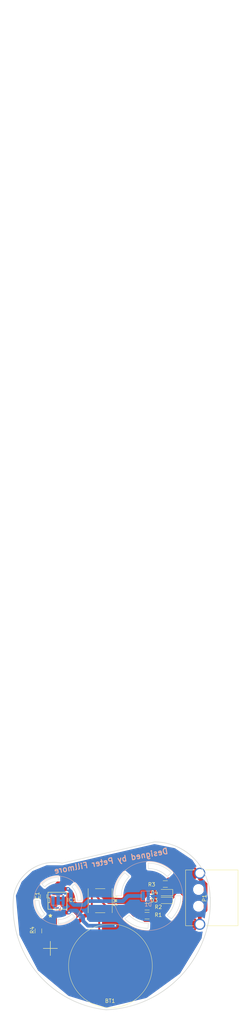
<source format=kicad_pcb>
(kicad_pcb (version 4) (host pcbnew 4.0.4+e1-6308~48~ubuntu16.04.1-stable)
  (layers (0 F.Cu signal) (31 B.Cu signal hide) (34 B.Paste user) (35 F.Paste user) (36 B.SilkS user) (37 F.SilkS user) (38 B.Mask user) (39 F.Mask user) (44 Edge.Cuts user))
  (net 0 "")
  (net 1 VCC)
  (net 2 GND)
  (net 3 LED_LEFT)
  (net 4 LED_RIGHT)
  (net 5 D_MINUS)
  (net 6 D_PLUS)
  (net 7 UC_D_PLUS)
  (net 8 UC_D_MINUS)
  (net 9 SW1)
  (net 10 "Net-(IC1-Pad1)")
  (module Capacitors_SMD:C_0805_HandSoldering (layer F.Cu) (at 120.7 90.4 270)
    (fp_text reference C1 (at -0.2 1.7 270) (layer F.SilkS))
    (fp_text value 0.1uF)
    (pad 1 smd rect (at -1.25 0 270) (size 1.5 1.25) (layers F.Cu F.Paste F.Mask) (net 1 VCC))
    (pad 2 smd rect (at 1.25 0 270) (size 1.5 1.25) (layers F.Cu F.Paste F.Mask) (net 2 GND))
  )
  (module OzLockCon:LED_3528 (layer B.Cu) (at 148.8 90.3)
    (fp_text reference D1 (at 0 2.3) (layer B.SilkS) (effects (justify mirror)))
    (fp_text value LED)
    (pad 2 smd rect (at 1.35 0 180) (size 0.8 2.2) (layers B.Cu B.Paste B.Mask) (net 1 VCC))
    (pad 1 smd rect (at -1.35 0 180) (size 0.8 2.2) (layers B.Cu B.Paste B.Mask) (net 3 LED_LEFT))
  )
  (module OzLockCon:LED_3528 (layer B.Cu) (at 124.6 91.5)
    (fp_text reference D2 (at 0 2.3) (layer B.SilkS) (effects (justify mirror)))
    (fp_text value LED)
    (pad 2 smd rect (at 1.35 0 180) (size 0.8 2.2) (layers B.Cu B.Paste B.Mask) (net 1 VCC))
    (pad 1 smd rect (at -1.35 0 180) (size 0.8 2.2) (layers B.Cu B.Paste B.Mask) (net 4 LED_RIGHT))
  )
  (module Diodes_SMD:D_SOD-323_HandSoldering (layer F.Cu) (at 153.5 91.5 180)
    (fp_text reference D3 (at 3.1 0 180) (layer F.SilkS))
    (fp_text value ZENER)
    (pad 1 smd rect (at -1.25 0 180) (size 1 1) (layers F.Cu F.Paste F.Mask) (net 5 D_MINUS))
    (pad 2 smd rect (at 1.25 0 180) (size 1 1) (layers F.Cu F.Paste F.Mask) (net 2 GND))
  )
  (module Diodes_SMD:D_SOD-323_HandSoldering (layer F.Cu) (at 153.5 89.4 180)
    (fp_text reference D4 (at 3 0 180) (layer F.SilkS))
    (fp_text value ZENER)
    (pad 1 smd rect (at -1.25 0 180) (size 1 1) (layers F.Cu F.Paste F.Mask) (net 6 D_PLUS))
    (pad 2 smd rect (at 1.25 0 180) (size 1 1) (layers F.Cu F.Paste F.Mask) (net 2 GND))
  )
  (module SMD_Packages:SOIC-8-N (layer F.Cu) (at 124.4 91.6)
    (fp_text reference IC1 (at 3.8 -0.2) (layer F.SilkS))
    (fp_text value ATTINY85-S)
    (pad 8 smd rect (at -1.905 -3.175) (size 0.508 1.143) (layers F.Cu F.Paste F.Mask) (net 1 VCC))
    (pad 7 smd rect (at -0.635 -3.175) (size 0.508 1.143) (layers F.Cu F.Paste F.Mask) (net 7 UC_D_PLUS))
    (pad 6 smd rect (at 0.635 -3.175) (size 0.508 1.143) (layers F.Cu F.Paste F.Mask) (net 8 UC_D_MINUS))
    (pad 5 smd rect (at 1.905 -3.175) (size 0.508 1.143) (layers F.Cu F.Paste F.Mask) (net 3 LED_LEFT))
    (pad 4 smd rect (at 1.905 3.175) (size 0.508 1.143) (layers F.Cu F.Paste F.Mask) (net 2 GND))
    (pad 3 smd rect (at 0.635 3.175) (size 0.508 1.143) (layers F.Cu F.Paste F.Mask) (net 4 LED_RIGHT))
    (pad 2 smd rect (at -0.635 3.175) (size 0.508 1.143) (layers F.Cu F.Paste F.Mask) (net 9 SW1))
    (pad 1 smd rect (at -1.905 3.175) (size 0.508 1.143) (layers F.Cu F.Paste F.Mask) (net 10 "Net-(IC1-Pad1)"))
  )
  (module OzLockCon:USB_A_SMD (layer F.Cu) (at 159.985 94.365 90)
    (fp_text reference P1 (at 3.465 3.915 90) (layer F.SilkS))
    (fp_text value USB_A)
    (pad "" np_thru_hole circle (at 5.8 2.35) (size 1.9 1.9) (drill 1.9) (layers *.Cu *.Mask))
    (pad 4 smd rect (at 7.11 0) (size 1.7 1.3) (layers F.Cu F.Paste F.Mask) (net 2 GND))
    (pad 3 smd rect (at 4.57 0) (size 1.7 1.3) (layers F.Cu F.Paste F.Mask) (net 6 D_PLUS))
    (pad 2 smd rect (at 2.54 0) (size 1.7 1.3) (layers F.Cu F.Paste F.Mask) (net 5 D_MINUS))
    (pad 1 smd rect (at 0 0) (size 1.7 1.3) (layers F.Cu F.Paste F.Mask) (net 1 VCC))
    (pad 5 thru_hole circle (at 10.16 2.67) (size 3 3) (drill 2.3) (layers *.Cu *.Mask) (net 2 GND))
    (pad 5 thru_hole circle (at -3.56 2.67) (size 3 3) (drill 2.3) (layers *.Cu *.Mask) (net 2 GND))
    (pad "" np_thru_hole circle (at 1.3 2.35) (size 1.9 1.9) (drill 1.9) (layers *.Cu *.Mask))
  )
  (module Resistors_SMD:R_0805_HandSoldering (layer F.Cu) (at 148.5 95.6)
    (fp_text reference R1 (at 3.01 -0.2) (layer F.SilkS))
    (fp_text value 1.5k)
    (pad 1 smd rect (at -1.35 0) (size 1.5 1.3) (layers F.Cu F.Paste F.Mask) (net 1 VCC))
    (pad 2 smd rect (at 1.35 0) (size 1.5 1.3) (layers F.Cu F.Paste F.Mask) (net 5 D_MINUS))
  )
  (module Resistors_SMD:R_0805_HandSoldering (layer F.Cu) (at 148.5 93.2)
    (fp_text reference R2 (at 3.03 0.07) (layer F.SilkS))
    (fp_text value 68)
    (pad 1 smd rect (at -1.35 0) (size 1.5 1.3) (layers F.Cu F.Paste F.Mask) (net 8 UC_D_MINUS))
    (pad 2 smd rect (at 1.35 0) (size 1.5 1.3) (layers F.Cu F.Paste F.Mask) (net 5 D_MINUS))
  )
  (module Resistors_SMD:R_0805_HandSoldering (layer F.Cu) (at 153.4 87.1)
    (fp_text reference R3 (at -3.67 0.13) (layer F.SilkS))
    (fp_text value 68)
    (pad 1 smd rect (at -1.35 0) (size 1.5 1.3) (layers F.Cu F.Paste F.Mask) (net 7 UC_D_PLUS))
    (pad 2 smd rect (at 1.35 0) (size 1.5 1.3) (layers F.Cu F.Paste F.Mask) (net 6 D_PLUS))
  )
  (module Resistors_SMD:R_0805_HandSoldering (layer F.Cu) (at 119.3 99.7 270)
    (fp_text reference R4 (at -0.23 1.66 270) (layer F.SilkS))
    (fp_text value 10k)
    (pad 1 smd rect (at -1.35 0 270) (size 1.5 1.3) (layers F.Cu F.Paste F.Mask) (net 10 "Net-(IC1-Pad1)"))
    (pad 2 smd rect (at 1.35 0 270) (size 1.5 1.3) (layers F.Cu F.Paste F.Mask) (net 1 VCC))
  )
  (module Buttons_Switches_SMD:SW_SPST_PTS645 (layer F.Cu) (at 135.89 91.57 270)
    (fp_text reference SW1 (at 0 -4.05 270) (layer F.SilkS))
    (fp_text value SW_PUSH)
    (pad 2 smd rect (at -3.98 2.25 270) (size 1.55 1.3) (layers F.Cu F.Paste F.Mask) (net 9 SW1))
    (pad 1 smd rect (at -3.98 -2.25 270) (size 1.55 1.3) (layers F.Cu F.Paste F.Mask) (net 2 GND))
    (pad 1 smd rect (at 3.98 -2.25 270) (size 1.55 1.3) (layers F.Cu F.Paste F.Mask) (net 2 GND))
    (pad 2 smd rect (at 3.98 2.25 270) (size 1.55 1.3) (layers F.Cu F.Paste F.Mask) (net 9 SW1))
  )
  (module OzLockCon:CR2032_SMD (layer F.Cu) (at 138.5 109.1)
    (fp_text reference BT1 (at 0.05 9.4) (layer F.SilkS))
    (fp_text value Battery)
    (fp_text user + (at -16 -5.1) (layer F.SilkS) (effects (font (size 5 5))))
    (pad 1 smd rect (at -15.7 0) (size 4 4) (layers F.Cu F.Paste F.Mask) (net 1 VCC))
    (pad 2 smd rect (at 15.7 0) (size 4 4) (layers F.Cu F.Paste F.Mask) (net 2 GND))
  )
  (module OzLockCon:OzLockConLogo (layer B.Cu) (at 139.2 105.8 180)
    (fp_text reference "" (at 0 0 180) (layer B.SilkS) (effects (justify mirror)))
    (fp_text value "" (at 0 0 180) (layer B.SilkS) (effects (justify mirror)))
  )
  (gr_text "Designed by Peter Fillmore" (at 138.8 80.9 10) (layer B.SilkS) (effects (font (size 1.5 1.5) (thickness 0.3)) (justify mirror)))
  (gr_line (start 139.546492 90.30995) (end 139.546492 90.30995) (layer B.SilkS) (width 0.1))
  (gr_line (start 139.546362 90.310032) (end 139.546492 90.30995) (layer B.SilkS) (width 0.1))
  (gr_line (start 139.558244 90.786708) (end 139.546362 90.310032) (layer B.SilkS) (width 0.1))
  (gr_line (start 139.593857 91.257133) (end 139.558244 90.786708) (layer B.SilkS) (width 0.1))
  (gr_line (start 139.652616 91.72072) (end 139.593857 91.257133) (layer B.SilkS) (width 0.1))
  (gr_line (start 139.733933 92.176892) (end 139.652616 91.72072) (layer B.SilkS) (width 0.1))
  (gr_line (start 139.837232 92.625064) (end 139.733933 92.176892) (layer B.SilkS) (width 0.1))
  (gr_line (start 139.961926 93.064656) (end 139.837232 92.625064) (layer B.SilkS) (width 0.1))
  (gr_line (start 140.107434 93.495082) (end 139.961926 93.064656) (layer B.SilkS) (width 0.1))
  (gr_line (start 140.273175 93.915762) (end 140.107434 93.495082) (layer B.SilkS) (width 0.1))
  (gr_line (start 140.458566 94.32611) (end 140.273175 93.915762) (layer B.SilkS) (width 0.1))
  (gr_line (start 140.663028 94.725551) (end 140.458566 94.32611) (layer B.SilkS) (width 0.1))
  (gr_line (start 140.885972 95.113496) (end 140.663028 94.725551) (layer B.SilkS) (width 0.1))
  (gr_line (start 141.126821 95.489365) (end 140.885972 95.113496) (layer B.SilkS) (width 0.1))
  (gr_line (start 141.384992 95.852577) (end 141.126821 95.489365) (layer B.SilkS) (width 0.1))
  (gr_line (start 141.659902 96.20255) (end 141.384992 95.852577) (layer B.SilkS) (width 0.1))
  (gr_line (start 141.950969 96.538696) (end 141.659902 96.20255) (layer B.SilkS) (width 0.1))
  (gr_line (start 142.257612 96.860441) (end 141.950969 96.538696) (layer B.SilkS) (width 0.1))
  (gr_line (start 142.579249 97.167194) (end 142.257612 96.860441) (layer B.SilkS) (width 0.1))
  (gr_line (start 142.915294 97.458379) (end 142.579249 97.167194) (layer B.SilkS) (width 0.1))
  (gr_line (start 143.26517 97.73341) (end 142.915294 97.458379) (layer B.SilkS) (width 0.1))
  (gr_line (start 143.628292 97.991709) (end 143.26517 97.73341) (layer B.SilkS) (width 0.1))
  (gr_line (start 144.004076 98.232687) (end 143.628292 97.991709) (layer B.SilkS) (width 0.1))
  (gr_line (start 144.391946 98.455769) (end 144.004076 98.232687) (layer B.SilkS) (width 0.1))
  (gr_line (start 144.791313 98.660366) (end 144.391946 98.455769) (layer B.SilkS) (width 0.1))
  (gr_line (start 145.201599 98.845902) (end 144.791313 98.660366) (layer B.SilkS) (width 0.1))
  (gr_line (start 145.622223 99.01179) (end 145.201599 98.845902) (layer B.SilkS) (width 0.1))
  (gr_line (start 146.052598 99.157447) (end 145.622223 99.01179) (layer B.SilkS) (width 0.1))
  (gr_line (start 146.492145 99.282297) (end 146.052598 99.157447) (layer B.SilkS) (width 0.1))
  (gr_line (start 146.94028 99.385751) (end 146.492145 99.282297) (layer B.SilkS) (width 0.1))
  (gr_line (start 147.396424 99.467228) (end 146.94028 99.385751) (layer B.SilkS) (width 0.1))
  (gr_line (start 147.859991 99.526148) (end 147.396424 99.467228) (layer B.SilkS) (width 0.1))
  (gr_line (start 148.330402 99.561925) (end 147.859991 99.526148) (layer B.SilkS) (width 0.1))
  (gr_line (start 148.807075 99.573976) (end 148.330402 99.561925) (layer B.SilkS) (width 0.1))
  (gr_line (start 148.926797 99.57313) (end 148.807075 99.573976) (layer B.SilkS) (width 0.1))
  (gr_line (start 149.046157 99.570872) (end 148.926797 99.57313) (layer B.SilkS) (width 0.1))
  (gr_line (start 149.165142 99.56709) (end 149.046157 99.570872) (layer B.SilkS) (width 0.1))
  (gr_line (start 149.283746 99.561841) (end 149.165142 99.56709) (layer B.SilkS) (width 0.1))
  (gr_line (start 149.401957 99.555096) (end 149.283746 99.561841) (layer B.SilkS) (width 0.1))
  (gr_line (start 149.519771 99.546883) (end 149.401957 99.555096) (layer B.SilkS) (width 0.1))
  (gr_line (start 149.637173 99.537203) (end 149.519771 99.546883) (layer B.SilkS) (width 0.1))
  (gr_line (start 149.754156 99.526055) (end 149.637173 99.537203) (layer B.SilkS) (width 0.1))
  (gr_line (start 149.870711 99.513468) (end 149.754156 99.526055) (layer B.SilkS) (width 0.1))
  (gr_line (start 149.986832 99.499441) (end 149.870711 99.513468) (layer B.SilkS) (width 0.1))
  (gr_line (start 150.102506 99.484004) (end 149.986832 99.499441) (layer B.SilkS) (width 0.1))
  (gr_line (start 150.217723 99.467127) (end 150.102506 99.484004) (layer B.SilkS) (width 0.1))
  (gr_line (start 150.332478 99.448839) (end 150.217723 99.467127) (layer B.SilkS) (width 0.1))
  (gr_line (start 150.446761 99.429168) (end 150.332478 99.448839) (layer B.SilkS) (width 0.1))
  (gr_line (start 150.560558 99.408086) (end 150.446761 99.429168) (layer B.SilkS) (width 0.1))
  (gr_line (start 150.673868 99.385649) (end 150.560558 99.408086) (layer B.SilkS) (width 0.1))
  (gr_line (start 150.786675 99.36183) (end 150.673868 99.385649) (layer B.SilkS) (width 0.1))
  (gr_line (start 150.898974 99.336656) (end 150.786675 99.36183) (layer B.SilkS) (width 0.1))
  (gr_line (start 151.010751 99.310098) (end 150.898974 99.336656) (layer B.SilkS) (width 0.1))
  (gr_line (start 151.122003 99.282215) (end 151.010751 99.310098) (layer B.SilkS) (width 0.1))
  (gr_line (start 151.232719 99.252985) (end 151.122003 99.282215) (layer B.SilkS) (width 0.1))
  (gr_line (start 151.342887 99.222429) (end 151.232719 99.252985) (layer B.SilkS) (width 0.1))
  (gr_line (start 151.452502 99.190552) (end 151.342887 99.222429) (layer B.SilkS) (width 0.1))
  (gr_line (start 151.56155 99.157365) (end 151.452502 99.190552) (layer B.SilkS) (width 0.1))
  (gr_line (start 151.670028 99.122881) (end 151.56155 99.157365) (layer B.SilkS) (width 0.1))
  (gr_line (start 151.777921 99.087103) (end 151.670028 99.122881) (layer B.SilkS) (width 0.1))
  (gr_line (start 151.885225 99.050042) (end 151.777921 99.087103) (layer B.SilkS) (width 0.1))
  (gr_line (start 151.991925 99.011708) (end 151.885225 99.050042) (layer B.SilkS) (width 0.1))
  (gr_line (start 152.098018 98.972109) (end 151.991925 99.011708) (layer B.SilkS) (width 0.1))
  (gr_line (start 152.203493 98.931257) (end 152.098018 98.972109) (layer B.SilkS) (width 0.1))
  (gr_line (start 152.308338 98.889155) (end 152.203493 98.931257) (layer B.SilkS) (width 0.1))
  (gr_line (start 152.412549 98.84582) (end 152.308338 98.889155) (layer B.SilkS) (width 0.1))
  (gr_line (start 152.51611 98.801255) (end 152.412549 98.84582) (layer B.SilkS) (width 0.1))
  (gr_line (start 152.61902 98.755472) (end 152.51611 98.801255) (layer B.SilkS) (width 0.1))
  (gr_line (start 152.721263 98.70848) (end 152.61902 98.755472) (layer B.SilkS) (width 0.1))
  (gr_line (start 152.822835 98.660285) (end 152.721263 98.70848) (layer B.SilkS) (width 0.1))
  (gr_line (start 152.923724 98.610901) (end 152.822835 98.660285) (layer B.SilkS) (width 0.1))
  (gr_line (start 153.023918 98.560333) (end 152.923724 98.610901) (layer B.SilkS) (width 0.1))
  (gr_line (start 153.123416 98.508593) (end 153.023918 98.560333) (layer B.SilkS) (width 0.1))
  (gr_line (start 153.222202 98.455688) (end 153.123416 98.508593) (layer B.SilkS) (width 0.1))
  (gr_line (start 153.320271 98.401628) (end 153.222202 98.455688) (layer B.SilkS) (width 0.1))
  (gr_line (start 153.41761 98.34642) (end 153.320271 98.401628) (layer B.SilkS) (width 0.1))
  (gr_line (start 153.514214 98.290077) (end 153.41761 98.34642) (layer B.SilkS) (width 0.1))
  (gr_line (start 153.610071 98.232605) (end 153.514214 98.290077) (layer B.SilkS) (width 0.1))
  (gr_line (start 153.705172 98.174016) (end 153.610071 98.232605) (layer B.SilkS) (width 0.1))
  (gr_line (start 153.79951 98.114317) (end 153.705172 98.174016) (layer B.SilkS) (width 0.1))
  (gr_line (start 153.893075 98.053518) (end 153.79951 98.114317) (layer B.SilkS) (width 0.1))
  (gr_line (start 153.985856 97.991627) (end 153.893075 98.053518) (layer B.SilkS) (width 0.1))
  (gr_line (start 154.077846 97.928652) (end 153.985856 97.991627) (layer B.SilkS) (width 0.1))
  (gr_line (start 154.169038 97.864607) (end 154.077846 97.928652) (layer B.SilkS) (width 0.1))
  (gr_line (start 154.259417 97.799495) (end 154.169038 97.864607) (layer B.SilkS) (width 0.1))
  (gr_line (start 154.348977 97.733328) (end 154.259417 97.799495) (layer B.SilkS) (width 0.1))
  (gr_line (start 154.43771 97.666117) (end 154.348977 97.733328) (layer B.SilkS) (width 0.1))
  (gr_line (start 154.525609 97.597867) (end 154.43771 97.666117) (layer B.SilkS) (width 0.1))
  (gr_line (start 154.612657 97.528593) (end 154.525609 97.597867) (layer B.SilkS) (width 0.1))
  (gr_line (start 154.698853 97.458297) (end 154.612657 97.528593) (layer B.SilkS) (width 0.1))
  (gr_line (start 154.784183 97.386991) (end 154.698853 97.458297) (layer B.SilkS) (width 0.1))
  (gr_line (start 154.868641 97.314689) (end 154.784183 97.386991) (layer B.SilkS) (width 0.1))
  (gr_line (start 154.952216 97.24139) (end 154.868641 97.314689) (layer B.SilkS) (width 0.1))
  (gr_line (start 155.034898 97.167112) (end 154.952216 97.24139) (layer B.SilkS) (width 0.1))
  (gr_line (start 155.116683 97.09186) (end 155.034898 97.167112) (layer B.SilkS) (width 0.1))
  (gr_line (start 155.197554 97.015646) (end 155.116683 97.09186) (layer B.SilkS) (width 0.1))
  (gr_line (start 155.277508 96.938475) (end 155.197554 97.015646) (layer B.SilkS) (width 0.1))
  (gr_line (start 155.356536 96.860359) (end 155.277508 96.938475) (layer B.SilkS) (width 0.1))
  (gr_line (start 155.434624 96.781305) (end 155.356536 96.860359) (layer B.SilkS) (width 0.1))
  (gr_line (start 155.511766 96.701324) (end 155.434624 96.781305) (layer B.SilkS) (width 0.1))
  (gr_line (start 155.587955 96.620425) (end 155.511766 96.701324) (layer B.SilkS) (width 0.1))
  (gr_line (start 155.663179 96.538614) (end 155.587955 96.620425) (layer B.SilkS) (width 0.1))
  (gr_line (start 155.737428 96.455906) (end 155.663179 96.538614) (layer B.SilkS) (width 0.1))
  (gr_line (start 155.810693 96.372306) (end 155.737428 96.455906) (layer B.SilkS) (width 0.1))
  (gr_line (start 155.88297 96.287823) (end 155.810693 96.372306) (layer B.SilkS) (width 0.1))
  (gr_line (start 155.954246 96.202468) (end 155.88297 96.287823) (layer B.SilkS) (width 0.1))
  (gr_line (start 156.024511 96.116249) (end 155.954246 96.202468) (layer B.SilkS) (width 0.1))
  (gr_line (start 156.093757 96.029175) (end 156.024511 96.116249) (layer B.SilkS) (width 0.1))
  (gr_line (start 156.161975 95.941254) (end 156.093757 96.029175) (layer B.SilkS) (width 0.1))
  (gr_line (start 156.229155 95.852495) (end 156.161975 95.941254) (layer B.SilkS) (width 0.1))
  (gr_line (start 156.295291 95.762912) (end 156.229155 95.852495) (layer B.SilkS) (width 0.1))
  (gr_line (start 156.360369 95.672511) (end 156.295291 95.762912) (layer B.SilkS) (width 0.1))
  (gr_line (start 156.424386 95.581297) (end 156.360369 95.672511) (layer B.SilkS) (width 0.1))
  (gr_line (start 156.487327 95.489284) (end 156.424386 95.581297) (layer B.SilkS) (width 0.1))
  (gr_line (start 156.549184 95.396481) (end 156.487327 95.489284) (layer B.SilkS) (width 0.1))
  (gr_line (start 156.609952 95.302896) (end 156.549184 95.396481) (layer B.SilkS) (width 0.1))
  (gr_line (start 156.66962 95.208537) (end 156.609952 95.302896) (layer B.SilkS) (width 0.1))
  (gr_line (start 156.728175 95.113414) (end 156.66962 95.208537) (layer B.SilkS) (width 0.1))
  (gr_line (start 156.785613 95.017538) (end 156.728175 95.113414) (layer B.SilkS) (width 0.1))
  (gr_line (start 156.841922 94.920916) (end 156.785613 95.017538) (layer B.SilkS) (width 0.1))
  (gr_line (start 156.897094 94.823555) (end 156.841922 94.920916) (layer B.SilkS) (width 0.1))
  (gr_line (start 156.951119 94.725469) (end 156.897094 94.823555) (layer B.SilkS) (width 0.1))
  (gr_line (start 157.003991 94.626663) (end 156.951119 94.725469) (layer B.SilkS) (width 0.1))
  (gr_line (start 157.055697 94.527149) (end 157.003991 94.626663) (layer B.SilkS) (width 0.1))
  (gr_line (start 157.106232 94.426934) (end 157.055697 94.527149) (layer B.SilkS) (width 0.1))
  (gr_line (start 157.155581 94.326029) (end 157.106232 94.426934) (layer B.SilkS) (width 0.1))
  (gr_line (start 157.203739 94.224443) (end 157.155581 94.326029) (layer B.SilkS) (width 0.1))
  (gr_line (start 157.250696 94.122182) (end 157.203739 94.224443) (layer B.SilkS) (width 0.1))
  (gr_line (start 157.296444 94.019259) (end 157.250696 94.122182) (layer B.SilkS) (width 0.1))
  (gr_line (start 157.340973 93.91568) (end 157.296444 94.019259) (layer B.SilkS) (width 0.1))
  (gr_line (start 157.384271 93.811456) (end 157.340973 93.91568) (layer B.SilkS) (width 0.1))
  (gr_line (start 157.426334 93.706593) (end 157.384271 93.811456) (layer B.SilkS) (width 0.1))
  (gr_line (start 157.467151 93.601107) (end 157.426334 93.706593) (layer B.SilkS) (width 0.1))
  (gr_line (start 157.506713 93.495) (end 157.467151 93.601107) (layer B.SilkS) (width 0.1))
  (gr_line (start 157.545008 93.388283) (end 157.506713 93.495) (layer B.SilkS) (width 0.1))
  (gr_line (start 157.582033 93.280968) (end 157.545008 93.388283) (layer B.SilkS) (width 0.1))
  (gr_line (start 157.617773 93.17306) (end 157.582033 93.280968) (layer B.SilkS) (width 0.1))
  (gr_line (start 157.652222 93.064574) (end 157.617773 93.17306) (layer B.SilkS) (width 0.1))
  (gr_line (start 157.685369 92.955512) (end 157.652222 93.064574) (layer B.SilkS) (width 0.1))
  (gr_line (start 157.717206 92.845886) (end 157.685369 92.955512) (layer B.SilkS) (width 0.1))
  (gr_line (start 157.747726 92.735706) (end 157.717206 92.845886) (layer B.SilkS) (width 0.1))
  (gr_line (start 157.776916 92.624982) (end 157.747726 92.735706) (layer B.SilkS) (width 0.1))
  (gr_line (start 157.804771 92.513722) (end 157.776916 92.624982) (layer B.SilkS) (width 0.1))
  (gr_line (start 157.831272 92.401933) (end 157.804771 92.513722) (layer B.SilkS) (width 0.1))
  (gr_line (start 157.856418 92.289626) (end 157.831272 92.401933) (layer B.SilkS) (width 0.1))
  (gr_line (start 157.880209 92.17681) (end 157.856418 92.289626) (layer B.SilkS) (width 0.1))
  (gr_line (start 157.902618 92.063495) (end 157.880209 92.17681) (layer B.SilkS) (width 0.1))
  (gr_line (start 157.923643 91.949689) (end 157.902618 92.063495) (layer B.SilkS) (width 0.1))
  (gr_line (start 157.943286 91.835401) (end 157.923643 91.949689) (layer B.SilkS) (width 0.1))
  (gr_line (start 157.961517 91.720638) (end 157.943286 91.835401) (layer B.SilkS) (width 0.1))
  (gr_line (start 157.978338 91.605415) (end 157.961517 91.720638) (layer B.SilkS) (width 0.1))
  (gr_line (start 157.993747 91.489735) (end 157.978338 91.605415) (layer B.SilkS) (width 0.1))
  (gr_line (start 158.007717 91.373612) (end 157.993747 91.489735) (layer B.SilkS) (width 0.1))
  (gr_line (start 158.020248 91.257051) (end 158.007717 91.373612) (layer B.SilkS) (width 0.1))
  (gr_line (start 158.031339 91.140061) (end 158.020248 91.257051) (layer B.SilkS) (width 0.1))
  (gr_line (start 158.040991 91.022657) (end 158.031339 91.140061) (layer B.SilkS) (width 0.1))
  (gr_line (start 158.049176 90.90484) (end 158.040991 91.022657) (layer B.SilkS) (width 0.1))
  (gr_line (start 158.055864 90.786626) (end 158.049176 90.90484) (layer B.SilkS) (width 0.1))
  (gr_line (start 158.061085 90.668019) (end 158.055864 90.786626) (layer B.SilkS) (width 0.1))
  (gr_line (start 158.064811 90.549034) (end 158.061085 90.668019) (layer B.SilkS) (width 0.1))
  (gr_line (start 158.067068 90.429674) (end 158.064811 90.549034) (layer B.SilkS) (width 0.1))
  (gr_line (start 158.067915 90.30995) (end 158.067068 90.429674) (layer B.SilkS) (width 0.1))
  (gr_line (start 158.056034 89.833274) (end 158.067915 90.30995) (layer B.SilkS) (width 0.1))
  (gr_line (start 158.02042 89.362849) (end 158.056034 89.833274) (layer B.SilkS) (width 0.1))
  (gr_line (start 157.961661 88.899262) (end 158.02042 89.362849) (layer B.SilkS) (width 0.1))
  (gr_line (start 157.880345 88.443089) (end 157.961661 88.899262) (layer B.SilkS) (width 0.1))
  (gr_line (start 157.777046 87.994918) (end 157.880345 88.443089) (layer B.SilkS) (width 0.1))
  (gr_line (start 157.652351 87.555326) (end 157.777046 87.994918) (layer B.SilkS) (width 0.1))
  (gr_line (start 157.506843 87.1249) (end 157.652351 87.555326) (layer B.SilkS) (width 0.1))
  (gr_line (start 157.341103 86.70422) (end 157.506843 87.1249) (layer B.SilkS) (width 0.1))
  (gr_line (start 157.155711 86.293871) (end 157.341103 86.70422) (layer B.SilkS) (width 0.1))
  (gr_line (start 156.951249 85.894431) (end 157.155711 86.293871) (layer B.SilkS) (width 0.1))
  (gr_line (start 156.728305 85.506485) (end 156.951249 85.894431) (layer B.SilkS) (width 0.1))
  (gr_line (start 156.487457 85.130616) (end 156.728305 85.506485) (layer B.SilkS) (width 0.1))
  (gr_line (start 156.229285 84.767405) (end 156.487457 85.130616) (layer B.SilkS) (width 0.1))
  (gr_line (start 155.954375 84.417432) (end 156.229285 84.767405) (layer B.SilkS) (width 0.1))
  (gr_line (start 155.663308 84.081286) (end 155.954375 84.417432) (layer B.SilkS) (width 0.1))
  (gr_line (start 155.356665 83.759541) (end 155.663308 84.081286) (layer B.SilkS) (width 0.1))
  (gr_line (start 155.035028 83.452788) (end 155.356665 83.759541) (layer B.SilkS) (width 0.1))
  (gr_line (start 154.698983 83.161602) (end 155.035028 83.452788) (layer B.SilkS) (width 0.1))
  (gr_line (start 154.349107 82.886571) (end 154.698983 83.161602) (layer B.SilkS) (width 0.1))
  (gr_line (start 153.985986 82.628273) (end 154.349107 82.886571) (layer B.SilkS) (width 0.1))
  (gr_line (start 153.610201 82.387295) (end 153.985986 82.628273) (layer B.SilkS) (width 0.1))
  (gr_line (start 153.222332 82.164212) (end 153.610201 82.387295) (layer B.SilkS) (width 0.1))
  (gr_line (start 152.822965 81.959615) (end 153.222332 82.164212) (layer B.SilkS) (width 0.1))
  (gr_line (start 152.412678 81.77408) (end 152.822965 81.959615) (layer B.SilkS) (width 0.1))
  (gr_line (start 151.992054 81.608192) (end 152.412678 81.77408) (layer B.SilkS) (width 0.1))
  (gr_line (start 151.56168 81.462534) (end 151.992054 81.608192) (layer B.SilkS) (width 0.1))
  (gr_line (start 151.122133 81.337685) (end 151.56168 81.462534) (layer B.SilkS) (width 0.1))
  (gr_line (start 150.673998 81.234231) (end 151.122133 81.337685) (layer B.SilkS) (width 0.1))
  (gr_line (start 150.217853 81.152753) (end 150.673998 81.234231) (layer B.SilkS) (width 0.1))
  (gr_line (start 149.754286 81.093834) (end 150.217853 81.152753) (layer B.SilkS) (width 0.1))
  (gr_line (start 149.283875 81.058056) (end 149.754286 81.093834) (layer B.SilkS) (width 0.1))
  (gr_line (start 148.807205 81.046005) (end 149.283875 81.058056) (layer B.SilkS) (width 0.1))
  (gr_line (start 148.330532 81.058056) (end 148.807205 81.046005) (layer B.SilkS) (width 0.1))
  (gr_line (start 147.860121 81.093834) (end 148.330532 81.058056) (layer B.SilkS) (width 0.1))
  (gr_line (start 147.396554 81.152753) (end 147.860121 81.093834) (layer B.SilkS) (width 0.1))
  (gr_line (start 146.940409 81.234231) (end 147.396554 81.152753) (layer B.SilkS) (width 0.1))
  (gr_line (start 146.492274 81.337685) (end 146.940409 81.234231) (layer B.SilkS) (width 0.1))
  (gr_line (start 146.052727 81.462534) (end 146.492274 81.337685) (layer B.SilkS) (width 0.1))
  (gr_line (start 145.622353 81.608192) (end 146.052727 81.462534) (layer B.SilkS) (width 0.1))
  (gr_line (start 145.201729 81.77408) (end 145.622353 81.608192) (layer B.SilkS) (width 0.1))
  (gr_line (start 144.791442 81.959615) (end 145.201729 81.77408) (layer B.SilkS) (width 0.1))
  (gr_line (start 144.392075 82.164212) (end 144.791442 81.959615) (layer B.SilkS) (width 0.1))
  (gr_line (start 144.004206 82.387295) (end 144.392075 82.164212) (layer B.SilkS) (width 0.1))
  (gr_line (start 143.628422 82.628273) (end 144.004206 82.387295) (layer B.SilkS) (width 0.1))
  (gr_line (start 143.2653 82.886571) (end 143.628422 82.628273) (layer B.SilkS) (width 0.1))
  (gr_line (start 142.915424 83.161602) (end 143.2653 82.886571) (layer B.SilkS) (width 0.1))
  (gr_line (start 142.579379 83.452788) (end 142.915424 83.161602) (layer B.SilkS) (width 0.1))
  (gr_line (start 142.257742 83.759541) (end 142.579379 83.452788) (layer B.SilkS) (width 0.1))
  (gr_line (start 141.951099 84.081286) (end 142.257742 83.759541) (layer B.SilkS) (width 0.1))
  (gr_line (start 141.660032 84.417432) (end 141.951099 84.081286) (layer B.SilkS) (width 0.1))
  (gr_line (start 141.385122 84.767405) (end 141.660032 84.417432) (layer B.SilkS) (width 0.1))
  (gr_line (start 141.12695 85.130616) (end 141.385122 84.767405) (layer B.SilkS) (width 0.1))
  (gr_line (start 140.886102 85.506485) (end 141.12695 85.130616) (layer B.SilkS) (width 0.1))
  (gr_line (start 140.663158 85.894431) (end 140.886102 85.506485) (layer B.SilkS) (width 0.1))
  (gr_line (start 140.458696 86.293871) (end 140.663158 85.894431) (layer B.SilkS) (width 0.1))
  (gr_line (start 140.273304 86.70422) (end 140.458696 86.293871) (layer B.SilkS) (width 0.1))
  (gr_line (start 140.107564 87.1249) (end 140.273304 86.70422) (layer B.SilkS) (width 0.1))
  (gr_line (start 139.962056 87.555326) (end 140.107564 87.1249) (layer B.SilkS) (width 0.1))
  (gr_line (start 139.837361 87.994918) (end 139.962056 87.555326) (layer B.SilkS) (width 0.1))
  (gr_line (start 139.734062 88.443089) (end 139.837361 87.994918) (layer B.SilkS) (width 0.1))
  (gr_line (start 139.652746 88.899262) (end 139.734062 88.443089) (layer B.SilkS) (width 0.1))
  (gr_line (start 139.593987 89.362849) (end 139.652746 88.899262) (layer B.SilkS) (width 0.1))
  (gr_line (start 139.558373 89.833274) (end 139.593987 89.362849) (layer B.SilkS) (width 0.1))
  (gr_line (start 139.546492 90.30995) (end 139.558373 89.833274) (layer B.SilkS) (width 0.1))
  (gr_line (start 118.1013 91.494888) (end 118.1013 91.494888) (layer B.SilkS) (width 0.1))
  (gr_line (start 118.101865 91.57899) (end 118.1013 91.494888) (layer B.SilkS) (width 0.1))
  (gr_line (start 118.103558 91.662839) (end 118.101865 91.57899) (layer B.SilkS) (width 0.1))
  (gr_line (start 118.106098 91.746421) (end 118.103558 91.662839) (layer B.SilkS) (width 0.1))
  (gr_line (start 118.109795 91.829739) (end 118.106098 91.746421) (layer B.SilkS) (width 0.1))
  (gr_line (start 118.114536 91.91278) (end 118.109795 91.829739) (layer B.SilkS) (width 0.1))
  (gr_line (start 118.120294 91.995542) (end 118.114536 91.91278) (layer B.SilkS) (width 0.1))
  (gr_line (start 118.127095 92.078013) (end 118.120294 91.995542) (layer B.SilkS) (width 0.1))
  (gr_line (start 118.134913 92.160193) (end 118.127095 92.078013) (layer B.SilkS) (width 0.1))
  (gr_line (start 118.143746 92.242071) (end 118.134913 92.160193) (layer B.SilkS) (width 0.1))
  (gr_line (start 118.153596 92.323645) (end 118.143746 92.242071) (layer B.SilkS) (width 0.1))
  (gr_line (start 118.164433 92.404902) (end 118.153596 92.323645) (layer B.SilkS) (width 0.1))
  (gr_line (start 118.176287 92.485844) (end 118.164433 92.404902) (layer B.SilkS) (width 0.1))
  (gr_line (start 118.189128 92.566458) (end 118.176287 92.485844) (layer B.SilkS) (width 0.1))
  (gr_line (start 118.202957 92.646739) (end 118.189128 92.566458) (layer B.SilkS) (width 0.1))
  (gr_line (start 118.217745 92.726681) (end 118.202957 92.646739) (layer B.SilkS) (width 0.1))
  (gr_line (start 118.233521 92.806279) (end 118.217745 92.726681) (layer B.SilkS) (width 0.1))
  (gr_line (start 118.250257 92.885527) (end 118.233521 92.806279) (layer B.SilkS) (width 0.1))
  (gr_line (start 118.267952 92.964414) (end 118.250257 92.885527) (layer B.SilkS) (width 0.1))
  (gr_line (start 118.286607 93.042939) (end 118.267952 92.964414) (layer B.SilkS) (width 0.1))
  (gr_line (start 118.306193 93.121092) (end 118.286607 93.042939) (layer B.SilkS) (width 0.1))
  (gr_line (start 118.326711 93.19887) (end 118.306193 93.121092) (layer B.SilkS) (width 0.1))
  (gr_line (start 118.348188 93.276263) (end 118.326711 93.19887) (layer B.SilkS) (width 0.1))
  (gr_line (start 118.370568 93.353268) (end 118.348188 93.276263) (layer B.SilkS) (width 0.1))
  (gr_line (start 118.39388 93.429877) (end 118.370568 93.353268) (layer B.SilkS) (width 0.1))
  (gr_line (start 118.418095 93.506083) (end 118.39388 93.429877) (layer B.SilkS) (width 0.1))
  (gr_line (start 118.443212 93.581879) (end 118.418095 93.506083) (layer B.SilkS) (width 0.1))
  (gr_line (start 118.469233 93.657261) (end 118.443212 93.581879) (layer B.SilkS) (width 0.1))
  (gr_line (start 118.496157 93.732219) (end 118.469233 93.657261) (layer B.SilkS) (width 0.1))
  (gr_line (start 118.523956 93.806751) (end 118.496157 93.732219) (layer B.SilkS) (width 0.1))
  (gr_line (start 118.55265 93.880848) (end 118.523956 93.806751) (layer B.SilkS) (width 0.1))
  (gr_line (start 118.582215 93.954503) (end 118.55265 93.880848) (layer B.SilkS) (width 0.1))
  (gr_line (start 118.612653 94.027714) (end 118.582215 93.954503) (layer B.SilkS) (width 0.1))
  (gr_line (start 118.643954 94.100468) (end 118.612653 94.027714) (layer B.SilkS) (width 0.1))
  (gr_line (start 118.676108 94.172765) (end 118.643954 94.100468) (layer B.SilkS) (width 0.1))
  (gr_line (start 118.709114 94.244593) (end 118.676108 94.172765) (layer B.SilkS) (width 0.1))
  (gr_line (start 118.742963 94.31595) (end 118.709114 94.244593) (layer B.SilkS) (width 0.1))
  (gr_line (start 118.777649 94.386825) (end 118.742963 94.31595) (layer B.SilkS) (width 0.1))
  (gr_line (start 118.813163 94.457217) (end 118.777649 94.386825) (layer B.SilkS) (width 0.1))
  (gr_line (start 118.849505 94.527118) (end 118.813163 94.457217) (layer B.SilkS) (width 0.1))
  (gr_line (start 118.886663 94.596519) (end 118.849505 94.527118) (layer B.SilkS) (width 0.1))
  (gr_line (start 118.92463 94.665415) (end 118.886663 94.596519) (layer B.SilkS) (width 0.1))
  (gr_line (start 118.963404 94.7338) (end 118.92463 94.665415) (layer B.SilkS) (width 0.1))
  (gr_line (start 119.002978 94.801669) (end 118.963404 94.7338) (layer B.SilkS) (width 0.1))
  (gr_line (start 119.043344 94.869013) (end 119.002978 94.801669) (layer B.SilkS) (width 0.1))
  (gr_line (start 119.084495 94.935826) (end 119.043344 94.869013) (layer B.SilkS) (width 0.1))
  (gr_line (start 119.126424 95.002103) (end 119.084495 94.935826) (layer B.SilkS) (width 0.1))
  (gr_line (start 119.169127 95.067838) (end 119.126424 95.002103) (layer B.SilkS) (width 0.1))
  (gr_line (start 119.212595 95.133023) (end 119.169127 95.067838) (layer B.SilkS) (width 0.1))
  (gr_line (start 119.256825 95.197652) (end 119.212595 95.133023) (layer B.SilkS) (width 0.1))
  (gr_line (start 119.301811 95.261719) (end 119.256825 95.197652) (layer B.SilkS) (width 0.1))
  (gr_line (start 119.347543 95.325217) (end 119.301811 95.261719) (layer B.SilkS) (width 0.1))
  (gr_line (start 119.394013 95.388138) (end 119.347543 95.325217) (layer B.SilkS) (width 0.1))
  (gr_line (start 119.441221 95.450481) (end 119.394013 95.388138) (layer B.SilkS) (width 0.1))
  (gr_line (start 119.489156 95.512234) (end 119.441221 95.450481) (layer B.SilkS) (width 0.1))
  (gr_line (start 119.537814 95.573394) (end 119.489156 95.512234) (layer B.SilkS) (width 0.1))
  (gr_line (start 119.587186 95.633954) (end 119.537814 95.573394) (layer B.SilkS) (width 0.1))
  (gr_line (start 119.637269 95.693906) (end 119.587186 95.633954) (layer B.SilkS) (width 0.1))
  (gr_line (start 119.688052 95.753246) (end 119.637269 95.693906) (layer B.SilkS) (width 0.1))
  (gr_line (start 119.739535 95.811965) (end 119.688052 95.753246) (layer B.SilkS) (width 0.1))
  (gr_line (start 119.791704 95.870058) (end 119.739535 95.811965) (layer B.SilkS) (width 0.1))
  (gr_line (start 119.844559 95.927518) (end 119.791704 95.870058) (layer B.SilkS) (width 0.1))
  (gr_line (start 119.898091 95.984341) (end 119.844559 95.927518) (layer B.SilkS) (width 0.1))
  (gr_line (start 119.952294 96.040517) (end 119.898091 95.984341) (layer B.SilkS) (width 0.1))
  (gr_line (start 120.007161 96.096042) (end 119.952294 96.040517) (layer B.SilkS) (width 0.1))
  (gr_line (start 120.062685 96.150908) (end 120.007161 96.096042) (layer B.SilkS) (width 0.1))
  (gr_line (start 120.118862 96.205112) (end 120.062685 96.150908) (layer B.SilkS) (width 0.1))
  (gr_line (start 120.175684 96.258644) (end 120.118862 96.205112) (layer B.SilkS) (width 0.1))
  (gr_line (start 120.233145 96.311499) (end 120.175684 96.258644) (layer B.SilkS) (width 0.1))
  (gr_line (start 120.29124 96.36367) (end 120.233145 96.311499) (layer B.SilkS) (width 0.1))
  (gr_line (start 120.349959 96.41515) (end 120.29124 96.36367) (layer B.SilkS) (width 0.1))
  (gr_line (start 120.409297 96.465936) (end 120.349959 96.41515) (layer B.SilkS) (width 0.1))
  (gr_line (start 120.469249 96.516017) (end 120.409297 96.465936) (layer B.SilkS) (width 0.1))
  (gr_line (start 120.529808 96.565389) (end 120.469249 96.516017) (layer B.SilkS) (width 0.1))
  (gr_line (start 120.590969 96.614046) (end 120.529808 96.565389) (layer B.SilkS) (width 0.1))
  (gr_line (start 120.652722 96.661982) (end 120.590969 96.614046) (layer B.SilkS) (width 0.1))
  (gr_line (start 120.715065 96.709189) (end 120.652722 96.661982) (layer B.SilkS) (width 0.1))
  (gr_line (start 120.777989 96.755663) (end 120.715065 96.709189) (layer B.SilkS) (width 0.1))
  (gr_line (start 120.841486 96.801394) (end 120.777989 96.755663) (layer B.SilkS) (width 0.1))
  (gr_line (start 120.905553 96.846377) (end 120.841486 96.801394) (layer B.SilkS) (width 0.1))
  (gr_line (start 120.970182 96.890607) (end 120.905553 96.846377) (layer B.SilkS) (width 0.1))
  (gr_line (start 121.035367 96.934075) (end 120.970182 96.890607) (layer B.SilkS) (width 0.1))
  (gr_line (start 121.101099 96.976778) (end 121.035367 96.934075) (layer B.SilkS) (width 0.1))
  (gr_line (start 121.167376 97.018708) (end 121.101099 96.976778) (layer B.SilkS) (width 0.1))
  (gr_line (start 121.234193 97.059859) (end 121.167376 97.018708) (layer B.SilkS) (width 0.1))
  (gr_line (start 121.301536 97.100225) (end 121.234193 97.059859) (layer B.SilkS) (width 0.1))
  (gr_line (start 121.369402 97.139798) (end 121.301536 97.100225) (layer B.SilkS) (width 0.1))
  (gr_line (start 121.437791 97.178573) (end 121.369402 97.139798) (layer B.SilkS) (width 0.1))
  (gr_line (start 121.506687 97.21654) (end 121.437791 97.178573) (layer B.SilkS) (width 0.1))
  (gr_line (start 121.576088 97.253697) (end 121.506687 97.21654) (layer B.SilkS) (width 0.1))
  (gr_line (start 121.645986 97.290039) (end 121.576088 97.253697) (layer B.SilkS) (width 0.1))
  (gr_line (start 121.716378 97.325554) (end 121.645986 97.290039) (layer B.SilkS) (width 0.1))
  (gr_line (start 121.787255 97.360239) (end 121.716378 97.325554) (layer B.SilkS) (width 0.1))
  (gr_line (start 121.858612 97.394089) (end 121.787255 97.360239) (layer B.SilkS) (width 0.1))
  (gr_line (start 121.93044 97.427092) (end 121.858612 97.394089) (layer B.SilkS) (width 0.1))
  (gr_line (start 122.002737 97.459248) (end 121.93044 97.427092) (layer B.SilkS) (width 0.1))
  (gr_line (start 122.075491 97.49055) (end 122.002737 97.459248) (layer B.SilkS) (width 0.1))
  (gr_line (start 122.1487 97.520984) (end 122.075491 97.49055) (layer B.SilkS) (width 0.1))
  (gr_line (start 122.222357 97.550553) (end 122.1487 97.520984) (layer B.SilkS) (width 0.1))
  (gr_line (start 122.296454 97.579246) (end 122.222357 97.550553) (layer B.SilkS) (width 0.1))
  (gr_line (start 122.370987 97.607045) (end 122.296454 97.579246) (layer B.SilkS) (width 0.1))
  (gr_line (start 122.445945 97.633969) (end 122.370987 97.607045) (layer B.SilkS) (width 0.1))
  (gr_line (start 122.521326 97.65999) (end 122.445945 97.633969) (layer B.SilkS) (width 0.1))
  (gr_line (start 122.597123 97.685108) (end 122.521326 97.65999) (layer B.SilkS) (width 0.1))
  (gr_line (start 122.673328 97.709323) (end 122.597123 97.685108) (layer B.SilkS) (width 0.1))
  (gr_line (start 122.749938 97.732634) (end 122.673328 97.709323) (layer B.SilkS) (width 0.1))
  (gr_line (start 122.826939 97.755014) (end 122.749938 97.732634) (layer B.SilkS) (width 0.1))
  (gr_line (start 122.904333 97.776463) (end 122.826939 97.755014) (layer B.SilkS) (width 0.1))
  (gr_line (start 122.982111 97.796981) (end 122.904333 97.776463) (layer B.SilkS) (width 0.1))
  (gr_line (start 123.060266 97.816567) (end 122.982111 97.796981) (layer B.SilkS) (width 0.1))
  (gr_line (start 123.138789 97.835222) (end 123.060266 97.816567) (layer B.SilkS) (width 0.1))
  (gr_line (start 123.217679 97.852917) (end 123.138789 97.835222) (layer B.SilkS) (width 0.1))
  (gr_line (start 123.296927 97.869653) (end 123.217679 97.852917) (layer B.SilkS) (width 0.1))
  (gr_line (start 123.376525 97.885429) (end 123.296927 97.869653) (layer B.SilkS) (width 0.1))
  (gr_line (start 123.456467 97.900218) (end 123.376525 97.885429) (layer B.SilkS) (width 0.1))
  (gr_line (start 123.536748 97.914047) (end 123.456467 97.900218) (layer B.SilkS) (width 0.1))
  (gr_line (start 123.617362 97.926888) (end 123.536748 97.914047) (layer B.SilkS) (width 0.1))
  (gr_line (start 123.6983 97.938741) (end 123.617362 97.926888) (layer B.SilkS) (width 0.1))
  (gr_line (start 123.77956 97.949578) (end 123.6983 97.938741) (layer B.SilkS) (width 0.1))
  (gr_line (start 123.861131 97.959428) (end 123.77956 97.949578) (layer B.SilkS) (width 0.1))
  (gr_line (start 123.943012 97.968262) (end 123.861131 97.959428) (layer B.SilkS) (width 0.1))
  (gr_line (start 124.02519 97.976079) (end 123.943012 97.968262) (layer B.SilkS) (width 0.1))
  (gr_line (start 124.107664 97.982881) (end 124.02519 97.976079) (layer B.SilkS) (width 0.1))
  (gr_line (start 124.190425 97.988638) (end 124.107664 97.982881) (layer B.SilkS) (width 0.1))
  (gr_line (start 124.273466 97.993379) (end 124.190425 97.988638) (layer B.SilkS) (width 0.1))
  (gr_line (start 124.356781 97.997076) (end 124.273466 97.993379) (layer B.SilkS) (width 0.1))
  (gr_line (start 124.440367 97.999616) (end 124.356781 97.997076) (layer B.SilkS) (width 0.1))
  (gr_line (start 124.524212 98.00131) (end 124.440367 97.999616) (layer B.SilkS) (width 0.1))
  (gr_line (start 124.608317 98.001874) (end 124.524212 98.00131) (layer B.SilkS) (width 0.1))
  (gr_line (start 124.69242 98.00131) (end 124.608317 98.001874) (layer B.SilkS) (width 0.1))
  (gr_line (start 124.776265 97.999616) (end 124.69242 98.00131) (layer B.SilkS) (width 0.1))
  (gr_line (start 124.859851 97.997076) (end 124.776265 97.999616) (layer B.SilkS) (width 0.1))
  (gr_line (start 124.943166 97.993379) (end 124.859851 97.997076) (layer B.SilkS) (width 0.1))
  (gr_line (start 125.026207 97.988638) (end 124.943166 97.993379) (layer B.SilkS) (width 0.1))
  (gr_line (start 125.108968 97.982881) (end 125.026207 97.988638) (layer B.SilkS) (width 0.1))
  (gr_line (start 125.191442 97.976079) (end 125.108968 97.982881) (layer B.SilkS) (width 0.1))
  (gr_line (start 125.27362 97.968262) (end 125.191442 97.976079) (layer B.SilkS) (width 0.1))
  (gr_line (start 125.355501 97.959428) (end 125.27362 97.968262) (layer B.SilkS) (width 0.1))
  (gr_line (start 125.437071 97.949578) (end 125.355501 97.959428) (layer B.SilkS) (width 0.1))
  (gr_line (start 125.518332 97.938741) (end 125.437071 97.949578) (layer B.SilkS) (width 0.1))
  (gr_line (start 125.59927 97.926888) (end 125.518332 97.938741) (layer B.SilkS) (width 0.1))
  (gr_line (start 125.679884 97.914047) (end 125.59927 97.926888) (layer B.SilkS) (width 0.1))
  (gr_line (start 125.760165 97.900218) (end 125.679884 97.914047) (layer B.SilkS) (width 0.1))
  (gr_line (start 125.840107 97.885429) (end 125.760165 97.900218) (layer B.SilkS) (width 0.1))
  (gr_line (start 125.919705 97.869653) (end 125.840107 97.885429) (layer B.SilkS) (width 0.1))
  (gr_line (start 125.998953 97.852917) (end 125.919705 97.869653) (layer B.SilkS) (width 0.1))
  (gr_line (start 126.077843 97.835222) (end 125.998953 97.852917) (layer B.SilkS) (width 0.1))
  (gr_line (start 126.156365 97.816567) (end 126.077843 97.835222) (layer B.SilkS) (width 0.1))
  (gr_line (start 126.234521 97.796981) (end 126.156365 97.816567) (layer B.SilkS) (width 0.1))
  (gr_line (start 126.312299 97.776463) (end 126.234521 97.796981) (layer B.SilkS) (width 0.1))
  (gr_line (start 126.389693 97.755014) (end 126.312299 97.776463) (layer B.SilkS) (width 0.1))
  (gr_line (start 126.466694 97.732634) (end 126.389693 97.755014) (layer B.SilkS) (width 0.1))
  (gr_line (start 126.543303 97.709323) (end 126.466694 97.732634) (layer B.SilkS) (width 0.1))
  (gr_line (start 126.619509 97.685108) (end 126.543303 97.709323) (layer B.SilkS) (width 0.1))
  (gr_line (start 126.695305 97.65999) (end 126.619509 97.685108) (layer B.SilkS) (width 0.1))
  (gr_line (start 126.770687 97.633969) (end 126.695305 97.65999) (layer B.SilkS) (width 0.1))
  (gr_line (start 126.845645 97.607045) (end 126.770687 97.633969) (layer B.SilkS) (width 0.1))
  (gr_line (start 126.920177 97.579246) (end 126.845645 97.607045) (layer B.SilkS) (width 0.1))
  (gr_line (start 126.994275 97.550553) (end 126.920177 97.579246) (layer B.SilkS) (width 0.1))
  (gr_line (start 127.067932 97.520984) (end 126.994275 97.550553) (layer B.SilkS) (width 0.1))
  (gr_line (start 127.14114 97.49055) (end 127.067932 97.520984) (layer B.SilkS) (width 0.1))
  (gr_line (start 127.213894 97.459248) (end 127.14114 97.49055) (layer B.SilkS) (width 0.1))
  (gr_line (start 127.286191 97.427092) (end 127.213894 97.459248) (layer B.SilkS) (width 0.1))
  (gr_line (start 127.35802 97.394089) (end 127.286191 97.427092) (layer B.SilkS) (width 0.1))
  (gr_line (start 127.429377 97.360239) (end 127.35802 97.394089) (layer B.SilkS) (width 0.1))
  (gr_line (start 127.500254 97.325554) (end 127.429377 97.360239) (layer B.SilkS) (width 0.1))
  (gr_line (start 127.570646 97.290039) (end 127.500254 97.325554) (layer B.SilkS) (width 0.1))
  (gr_line (start 127.640544 97.253697) (end 127.570646 97.290039) (layer B.SilkS) (width 0.1))
  (gr_line (start 127.709945 97.21654) (end 127.640544 97.253697) (layer B.SilkS) (width 0.1))
  (gr_line (start 127.778841 97.178573) (end 127.709945 97.21654) (layer B.SilkS) (width 0.1))
  (gr_line (start 127.847229 97.139798) (end 127.778841 97.178573) (layer B.SilkS) (width 0.1))
  (gr_line (start 127.915095 97.100225) (end 127.847229 97.139798) (layer B.SilkS) (width 0.1))
  (gr_line (start 127.982439 97.059859) (end 127.915095 97.100225) (layer B.SilkS) (width 0.1))
  (gr_line (start 128.049255 97.018708) (end 127.982439 97.059859) (layer B.SilkS) (width 0.1))
  (gr_line (start 128.115532 96.976778) (end 128.049255 97.018708) (layer B.SilkS) (width 0.1))
  (gr_line (start 128.181265 96.934075) (end 128.115532 96.976778) (layer B.SilkS) (width 0.1))
  (gr_line (start 128.24645 96.890607) (end 128.181265 96.934075) (layer B.SilkS) (width 0.1))
  (gr_line (start 128.311079 96.846377) (end 128.24645 96.890607) (layer B.SilkS) (width 0.1))
  (gr_line (start 128.375146 96.801394) (end 128.311079 96.846377) (layer B.SilkS) (width 0.1))
  (gr_line (start 128.438643 96.755663) (end 128.375146 96.801394) (layer B.SilkS) (width 0.1))
  (gr_line (start 128.501567 96.709189) (end 128.438643 96.755663) (layer B.SilkS) (width 0.1))
  (gr_line (start 128.56391 96.661982) (end 128.501567 96.709189) (layer B.SilkS) (width 0.1))
  (gr_line (start 128.625663 96.614046) (end 128.56391 96.661982) (layer B.SilkS) (width 0.1))
  (gr_line (start 128.686824 96.565389) (end 128.625663 96.614046) (layer B.SilkS) (width 0.1))
  (gr_line (start 128.747383 96.516017) (end 128.686824 96.565389) (layer B.SilkS) (width 0.1))
  (gr_line (start 128.807335 96.465936) (end 128.747383 96.516017) (layer B.SilkS) (width 0.1))
  (gr_line (start 128.866672 96.41515) (end 128.807335 96.465936) (layer B.SilkS) (width 0.1))
  (gr_line (start 128.925392 96.36367) (end 128.866672 96.41515) (layer B.SilkS) (width 0.1))
  (gr_line (start 128.983487 96.311499) (end 128.925392 96.36367) (layer B.SilkS) (width 0.1))
  (gr_line (start 129.040948 96.258644) (end 128.983487 96.311499) (layer B.SilkS) (width 0.1))
  (gr_line (start 129.09777 96.205112) (end 129.040948 96.258644) (layer B.SilkS) (width 0.1))
  (gr_line (start 129.153946 96.150908) (end 129.09777 96.205112) (layer B.SilkS) (width 0.1))
  (gr_line (start 129.209471 96.096042) (end 129.153946 96.150908) (layer B.SilkS) (width 0.1))
  (gr_line (start 129.264338 96.040517) (end 129.209471 96.096042) (layer B.SilkS) (width 0.1))
  (gr_line (start 129.318541 95.984341) (end 129.264338 96.040517) (layer B.SilkS) (width 0.1))
  (gr_line (start 129.372073 95.927518) (end 129.318541 95.984341) (layer B.SilkS) (width 0.1))
  (gr_line (start 129.424928 95.870058) (end 129.372073 95.927518) (layer B.SilkS) (width 0.1))
  (gr_line (start 129.477097 95.811965) (end 129.424928 95.870058) (layer B.SilkS) (width 0.1))
  (gr_line (start 129.52858 95.753246) (end 129.477097 95.811965) (layer B.SilkS) (width 0.1))
  (gr_line (start 129.579363 95.693906) (end 129.52858 95.753246) (layer B.SilkS) (width 0.1))
  (gr_line (start 129.629446 95.633954) (end 129.579363 95.693906) (layer B.SilkS) (width 0.1))
  (gr_line (start 129.678818 95.573394) (end 129.629446 95.633954) (layer B.SilkS) (width 0.1))
  (gr_line (start 129.727476 95.512234) (end 129.678818 95.573394) (layer B.SilkS) (width 0.1))
  (gr_line (start 129.775411 95.450481) (end 129.727476 95.512234) (layer B.SilkS) (width 0.1))
  (gr_line (start 129.822618 95.388138) (end 129.775411 95.450481) (layer B.SilkS) (width 0.1))
  (gr_line (start 129.869089 95.325217) (end 129.822618 95.388138) (layer B.SilkS) (width 0.1))
  (gr_line (start 129.91482 95.261719) (end 129.869089 95.325217) (layer B.SilkS) (width 0.1))
  (gr_line (start 129.959807 95.197652) (end 129.91482 95.261719) (layer B.SilkS) (width 0.1))
  (gr_line (start 130.004036 95.133023) (end 129.959807 95.197652) (layer B.SilkS) (width 0.1))
  (gr_line (start 130.047504 95.067838) (end 130.004036 95.133023) (layer B.SilkS) (width 0.1))
  (gr_line (start 130.090207 95.002103) (end 130.047504 95.067838) (layer B.SilkS) (width 0.1))
  (gr_line (start 130.132137 94.935826) (end 130.090207 95.002103) (layer B.SilkS) (width 0.1))
  (gr_line (start 130.173288 94.869013) (end 130.132137 94.935826) (layer B.SilkS) (width 0.1))
  (gr_line (start 130.213654 94.801669) (end 130.173288 94.869013) (layer B.SilkS) (width 0.1))
  (gr_line (start 130.253227 94.7338) (end 130.213654 94.801669) (layer B.SilkS) (width 0.1))
  (gr_line (start 130.292002 94.665415) (end 130.253227 94.7338) (layer B.SilkS) (width 0.1))
  (gr_line (start 130.329969 94.596519) (end 130.292002 94.665415) (layer B.SilkS) (width 0.1))
  (gr_line (start 130.367127 94.527118) (end 130.329969 94.596519) (layer B.SilkS) (width 0.1))
  (gr_line (start 130.403468 94.457217) (end 130.367127 94.527118) (layer B.SilkS) (width 0.1))
  (gr_line (start 130.438983 94.386825) (end 130.403468 94.457217) (layer B.SilkS) (width 0.1))
  (gr_line (start 130.473668 94.31595) (end 130.438983 94.386825) (layer B.SilkS) (width 0.1))
  (gr_line (start 130.507518 94.244593) (end 130.473668 94.31595) (layer B.SilkS) (width 0.1))
  (gr_line (start 130.540524 94.172765) (end 130.507518 94.244593) (layer B.SilkS) (width 0.1))
  (gr_line (start 130.572678 94.100468) (end 130.540524 94.172765) (layer B.SilkS) (width 0.1))
  (gr_line (start 130.603979 94.027714) (end 130.572678 94.100468) (layer B.SilkS) (width 0.1))
  (gr_line (start 130.634417 93.954503) (end 130.603979 94.027714) (layer B.SilkS) (width 0.1))
  (gr_line (start 130.663982 93.880848) (end 130.634417 93.954503) (layer B.SilkS) (width 0.1))
  (gr_line (start 130.692676 93.806751) (end 130.663982 93.880848) (layer B.SilkS) (width 0.1))
  (gr_line (start 130.720475 93.732219) (end 130.692676 93.806751) (layer B.SilkS) (width 0.1))
  (gr_line (start 130.747399 93.657261) (end 130.720475 93.732219) (layer B.SilkS) (width 0.1))
  (gr_line (start 130.773419 93.581879) (end 130.747399 93.657261) (layer B.SilkS) (width 0.1))
  (gr_line (start 130.798537 93.506083) (end 130.773419 93.581879) (layer B.SilkS) (width 0.1))
  (gr_line (start 130.822752 93.429877) (end 130.798537 93.506083) (layer B.SilkS) (width 0.1))
  (gr_line (start 130.846063 93.353268) (end 130.822752 93.429877) (layer B.SilkS) (width 0.1))
  (gr_line (start 130.868444 93.276263) (end 130.846063 93.353268) (layer B.SilkS) (width 0.1))
  (gr_line (start 130.889921 93.19887) (end 130.868444 93.276263) (layer B.SilkS) (width 0.1))
  (gr_line (start 130.910438 93.121092) (end 130.889921 93.19887) (layer B.SilkS) (width 0.1))
  (gr_line (start 130.930025 93.042939) (end 130.910438 93.121092) (layer B.SilkS) (width 0.1))
  (gr_line (start 130.948679 92.964414) (end 130.930025 93.042939) (layer B.SilkS) (width 0.1))
  (gr_line (start 130.966375 92.885527) (end 130.948679 92.964414) (layer B.SilkS) (width 0.1))
  (gr_line (start 130.983111 92.806279) (end 130.966375 92.885527) (layer B.SilkS) (width 0.1))
  (gr_line (start 130.998887 92.726681) (end 130.983111 92.806279) (layer B.SilkS) (width 0.1))
  (gr_line (start 131.013675 92.646739) (end 130.998887 92.726681) (layer B.SilkS) (width 0.1))
  (gr_line (start 131.027504 92.566458) (end 131.013675 92.646739) (layer B.SilkS) (width 0.1))
  (gr_line (start 131.040345 92.485844) (end 131.027504 92.566458) (layer B.SilkS) (width 0.1))
  (gr_line (start 131.052199 92.404902) (end 131.040345 92.485844) (layer B.SilkS) (width 0.1))
  (gr_line (start 131.063064 92.323645) (end 131.052199 92.404902) (layer B.SilkS) (width 0.1))
  (gr_line (start 131.072914 92.242071) (end 131.063064 92.323645) (layer B.SilkS) (width 0.1))
  (gr_line (start 131.081747 92.160193) (end 131.072914 92.242071) (layer B.SilkS) (width 0.1))
  (gr_line (start 131.089565 92.078013) (end 131.081747 92.160193) (layer B.SilkS) (width 0.1))
  (gr_line (start 131.096366 91.995542) (end 131.089565 92.078013) (layer B.SilkS) (width 0.1))
  (gr_line (start 131.102124 91.91278) (end 131.096366 91.995542) (layer B.SilkS) (width 0.1))
  (gr_line (start 131.106865 91.829739) (end 131.102124 91.91278) (layer B.SilkS) (width 0.1))
  (gr_line (start 131.110562 91.746421) (end 131.106865 91.829739) (layer B.SilkS) (width 0.1))
  (gr_line (start 131.113102 91.662839) (end 131.110562 91.746421) (layer B.SilkS) (width 0.1))
  (gr_line (start 131.114795 91.57899) (end 131.113102 91.662839) (layer B.SilkS) (width 0.1))
  (gr_line (start 131.11536 91.494888) (end 131.114795 91.57899) (layer B.SilkS) (width 0.1))
  (gr_line (start 131.114795 91.410786) (end 131.11536 91.494888) (layer B.SilkS) (width 0.1))
  (gr_line (start 131.113102 91.326938) (end 131.114795 91.410786) (layer B.SilkS) (width 0.1))
  (gr_line (start 131.110562 91.243355) (end 131.113102 91.326938) (layer B.SilkS) (width 0.1))
  (gr_line (start 131.106865 91.160037) (end 131.110562 91.243355) (layer B.SilkS) (width 0.1))
  (gr_line (start 131.102124 91.076996) (end 131.106865 91.160037) (layer B.SilkS) (width 0.1))
  (gr_line (start 131.096366 90.994234) (end 131.102124 91.076996) (layer B.SilkS) (width 0.1))
  (gr_line (start 131.089565 90.911763) (end 131.096366 90.994234) (layer B.SilkS) (width 0.1))
  (gr_line (start 131.081747 90.829583) (end 131.089565 90.911763) (layer B.SilkS) (width 0.1))
  (gr_line (start 131.072914 90.747705) (end 131.081747 90.829583) (layer B.SilkS) (width 0.1))
  (gr_line (start 131.063064 90.666131) (end 131.072914 90.747705) (layer B.SilkS) (width 0.1))
  (gr_line (start 131.052199 90.584874) (end 131.063064 90.666131) (layer B.SilkS) (width 0.1))
  (gr_line (start 131.040345 90.503933) (end 131.052199 90.584874) (layer B.SilkS) (width 0.1))
  (gr_line (start 131.027504 90.423319) (end 131.040345 90.503933) (layer B.SilkS) (width 0.1))
  (gr_line (start 131.013675 90.343038) (end 131.027504 90.423319) (layer B.SilkS) (width 0.1))
  (gr_line (start 130.998887 90.263095) (end 131.013675 90.343038) (layer B.SilkS) (width 0.1))
  (gr_line (start 130.983111 90.183497) (end 130.998887 90.263095) (layer B.SilkS) (width 0.1))
  (gr_line (start 130.966375 90.104249) (end 130.983111 90.183497) (layer B.SilkS) (width 0.1))
  (gr_line (start 130.948679 90.025363) (end 130.966375 90.104249) (layer B.SilkS) (width 0.1))
  (gr_line (start 130.930025 89.946837) (end 130.948679 90.025363) (layer B.SilkS) (width 0.1))
  (gr_line (start 130.910438 89.868684) (end 130.930025 89.946837) (layer B.SilkS) (width 0.1))
  (gr_line (start 130.889921 89.790907) (end 130.910438 89.868684) (layer B.SilkS) (width 0.1))
  (gr_line (start 130.868444 89.713513) (end 130.889921 89.790907) (layer B.SilkS) (width 0.1))
  (gr_line (start 130.846063 89.636508) (end 130.868444 89.713513) (layer B.SilkS) (width 0.1))
  (gr_line (start 130.822752 89.559899) (end 130.846063 89.636508) (layer B.SilkS) (width 0.1))
  (gr_line (start 130.798537 89.483694) (end 130.822752 89.559899) (layer B.SilkS) (width 0.1))
  (gr_line (start 130.773419 89.407897) (end 130.798537 89.483694) (layer B.SilkS) (width 0.1))
  (gr_line (start 130.747399 89.332516) (end 130.773419 89.407897) (layer B.SilkS) (width 0.1))
  (gr_line (start 130.720475 89.257557) (end 130.747399 89.332516) (layer B.SilkS) (width 0.1))
  (gr_line (start 130.692676 89.183025) (end 130.720475 89.257557) (layer B.SilkS) (width 0.1))
  (gr_line (start 130.663982 89.108928) (end 130.692676 89.183025) (layer B.SilkS) (width 0.1))
  (gr_line (start 130.634417 89.035273) (end 130.663982 89.108928) (layer B.SilkS) (width 0.1))
  (gr_line (start 130.603979 88.962062) (end 130.634417 89.035273) (layer B.SilkS) (width 0.1))
  (gr_line (start 130.572678 88.889308) (end 130.603979 88.962062) (layer B.SilkS) (width 0.1))
  (gr_line (start 130.540524 88.817011) (end 130.572678 88.889308) (layer B.SilkS) (width 0.1))
  (gr_line (start 130.507518 88.745183) (end 130.540524 88.817011) (layer B.SilkS) (width 0.1))
  (gr_line (start 130.473668 88.673826) (end 130.507518 88.745183) (layer B.SilkS) (width 0.1))
  (gr_line (start 130.438983 88.602951) (end 130.473668 88.673826) (layer B.SilkS) (width 0.1))
  (gr_line (start 130.403468 88.532559) (end 130.438983 88.602951) (layer B.SilkS) (width 0.1))
  (gr_line (start 130.367127 88.462659) (end 130.403468 88.532559) (layer B.SilkS) (width 0.1))
  (gr_line (start 130.329969 88.393257) (end 130.367127 88.462659) (layer B.SilkS) (width 0.1))
  (gr_line (start 130.292002 88.324361) (end 130.329969 88.393257) (layer B.SilkS) (width 0.1))
  (gr_line (start 130.253227 88.255976) (end 130.292002 88.324361) (layer B.SilkS) (width 0.1))
  (gr_line (start 130.213654 88.188107) (end 130.253227 88.255976) (layer B.SilkS) (width 0.1))
  (gr_line (start 130.173288 88.120763) (end 130.213654 88.188107) (layer B.SilkS) (width 0.1))
  (gr_line (start 130.132137 88.05395) (end 130.173288 88.120763) (layer B.SilkS) (width 0.1))
  (gr_line (start 130.090207 87.987673) (end 130.132137 88.05395) (layer B.SilkS) (width 0.1))
  (gr_line (start 130.047504 87.921938) (end 130.090207 87.987673) (layer B.SilkS) (width 0.1))
  (gr_line (start 130.004036 87.856753) (end 130.047504 87.921938) (layer B.SilkS) (width 0.1))
  (gr_line (start 129.959807 87.792124) (end 130.004036 87.856753) (layer B.SilkS) (width 0.1))
  (gr_line (start 129.91482 87.728057) (end 129.959807 87.792124) (layer B.SilkS) (width 0.1))
  (gr_line (start 129.869089 87.66456) (end 129.91482 87.728057) (layer B.SilkS) (width 0.1))
  (gr_line (start 129.822618 87.601638) (end 129.869089 87.66456) (layer B.SilkS) (width 0.1))
  (gr_line (start 129.775411 87.539295) (end 129.822618 87.601638) (layer B.SilkS) (width 0.1))
  (gr_line (start 129.727476 87.477542) (end 129.775411 87.539295) (layer B.SilkS) (width 0.1))
  (gr_line (start 129.678818 87.416382) (end 129.727476 87.477542) (layer B.SilkS) (width 0.1))
  (gr_line (start 129.629446 87.355823) (end 129.678818 87.416382) (layer B.SilkS) (width 0.1))
  (gr_line (start 129.579363 87.29587) (end 129.629446 87.355823) (layer B.SilkS) (width 0.1))
  (gr_line (start 129.52858 87.23653) (end 129.579363 87.29587) (layer B.SilkS) (width 0.1))
  (gr_line (start 129.477097 87.177811) (end 129.52858 87.23653) (layer B.SilkS) (width 0.1))
  (gr_line (start 129.424928 87.119718) (end 129.477097 87.177811) (layer B.SilkS) (width 0.1))
  (gr_line (start 129.372073 87.062258) (end 129.424928 87.119718) (layer B.SilkS) (width 0.1))
  (gr_line (start 129.318541 87.005435) (end 129.372073 87.062258) (layer B.SilkS) (width 0.1))
  (gr_line (start 129.264338 86.949259) (end 129.318541 87.005435) (layer B.SilkS) (width 0.1))
  (gr_line (start 129.209471 86.893735) (end 129.264338 86.949259) (layer B.SilkS) (width 0.1))
  (gr_line (start 129.153946 86.838868) (end 129.209471 86.893735) (layer B.SilkS) (width 0.1))
  (gr_line (start 129.09777 86.784664) (end 129.153946 86.838868) (layer B.SilkS) (width 0.1))
  (gr_line (start 129.040948 86.731132) (end 129.09777 86.784664) (layer B.SilkS) (width 0.1))
  (gr_line (start 128.983487 86.678278) (end 129.040948 86.731132) (layer B.SilkS) (width 0.1))
  (gr_line (start 128.925392 86.626106) (end 128.983487 86.678278) (layer B.SilkS) (width 0.1))
  (gr_line (start 128.866672 86.574626) (end 128.925392 86.626106) (layer B.SilkS) (width 0.1))
  (gr_line (start 128.807335 86.52384) (end 128.866672 86.574626) (layer B.SilkS) (width 0.1))
  (gr_line (start 128.747383 86.47376) (end 128.807335 86.52384) (layer B.SilkS) (width 0.1))
  (gr_line (start 128.686824 86.424388) (end 128.747383 86.47376) (layer B.SilkS) (width 0.1))
  (gr_line (start 128.625663 86.37573) (end 128.686824 86.424388) (layer B.SilkS) (width 0.1))
  (gr_line (start 128.56391 86.327794) (end 128.625663 86.37573) (layer B.SilkS) (width 0.1))
  (gr_line (start 128.501567 86.280587) (end 128.56391 86.327794) (layer B.SilkS) (width 0.1))
  (gr_line (start 128.438643 86.234113) (end 128.501567 86.280587) (layer B.SilkS) (width 0.1))
  (gr_line (start 128.375146 86.188382) (end 128.438643 86.234113) (layer B.SilkS) (width 0.1))
  (gr_line (start 128.311079 86.143399) (end 128.375146 86.188382) (layer B.SilkS) (width 0.1))
  (gr_line (start 128.24645 86.099169) (end 128.311079 86.143399) (layer B.SilkS) (width 0.1))
  (gr_line (start 128.181265 86.055701) (end 128.24645 86.099169) (layer B.SilkS) (width 0.1))
  (gr_line (start 128.115532 86.012998) (end 128.181265 86.055701) (layer B.SilkS) (width 0.1))
  (gr_line (start 128.049255 85.971068) (end 128.115532 86.012998) (layer B.SilkS) (width 0.1))
  (gr_line (start 127.982439 85.929917) (end 128.049255 85.971068) (layer B.SilkS) (width 0.1))
  (gr_line (start 127.915095 85.889551) (end 127.982439 85.929917) (layer B.SilkS) (width 0.1))
  (gr_line (start 127.847229 85.849978) (end 127.915095 85.889551) (layer B.SilkS) (width 0.1))
  (gr_line (start 127.778841 85.811203) (end 127.847229 85.849978) (layer B.SilkS) (width 0.1))
  (gr_line (start 127.709945 85.773236) (end 127.778841 85.811203) (layer B.SilkS) (width 0.1))
  (gr_line (start 127.640544 85.736079) (end 127.709945 85.773236) (layer B.SilkS) (width 0.1))
  (gr_line (start 127.570646 85.699737) (end 127.640544 85.736079) (layer B.SilkS) (width 0.1))
  (gr_line (start 127.500254 85.664222) (end 127.570646 85.699737) (layer B.SilkS) (width 0.1))
  (gr_line (start 127.429377 85.629537) (end 127.500254 85.664222) (layer B.SilkS) (width 0.1))
  (gr_line (start 127.35802 85.595687) (end 127.429377 85.629537) (layer B.SilkS) (width 0.1))
  (gr_line (start 127.286191 85.562684) (end 127.35802 85.595687) (layer B.SilkS) (width 0.1))
  (gr_line (start 127.213894 85.530528) (end 127.286191 85.562684) (layer B.SilkS) (width 0.1))
  (gr_line (start 127.14114 85.499227) (end 127.213894 85.530528) (layer B.SilkS) (width 0.1))
  (gr_line (start 127.067932 85.468792) (end 127.14114 85.499227) (layer B.SilkS) (width 0.1))
  (gr_line (start 126.994275 85.439223) (end 127.067932 85.468792) (layer B.SilkS) (width 0.1))
  (gr_line (start 126.920177 85.41053) (end 126.994275 85.439223) (layer B.SilkS) (width 0.1))
  (gr_line (start 126.845645 85.382731) (end 126.920177 85.41053) (layer B.SilkS) (width 0.1))
  (gr_line (start 126.770687 85.355807) (end 126.845645 85.382731) (layer B.SilkS) (width 0.1))
  (gr_line (start 126.695305 85.329786) (end 126.770687 85.355807) (layer B.SilkS) (width 0.1))
  (gr_line (start 126.619509 85.304668) (end 126.695305 85.329786) (layer B.SilkS) (width 0.1))
  (gr_line (start 126.543303 85.280454) (end 126.619509 85.304668) (layer B.SilkS) (width 0.1))
  (gr_line (start 126.466694 85.257142) (end 126.543303 85.280454) (layer B.SilkS) (width 0.1))
  (gr_line (start 126.389693 85.234762) (end 126.466694 85.257142) (layer B.SilkS) (width 0.1))
  (gr_line (start 126.312299 85.213313) (end 126.389693 85.234762) (layer B.SilkS) (width 0.1))
  (gr_line (start 126.234521 85.192795) (end 126.312299 85.213313) (layer B.SilkS) (width 0.1))
  (gr_line (start 126.156365 85.173209) (end 126.234521 85.192795) (layer B.SilkS) (width 0.1))
  (gr_line (start 126.077843 85.154554) (end 126.156365 85.173209) (layer B.SilkS) (width 0.1))
  (gr_line (start 125.998953 85.136859) (end 126.077843 85.154554) (layer B.SilkS) (width 0.1))
  (gr_line (start 125.919705 85.120123) (end 125.998953 85.136859) (layer B.SilkS) (width 0.1))
  (gr_line (start 125.840107 85.104347) (end 125.919705 85.120123) (layer B.SilkS) (width 0.1))
  (gr_line (start 125.760165 85.089558) (end 125.840107 85.104347) (layer B.SilkS) (width 0.1))
  (gr_line (start 125.679884 85.07573) (end 125.760165 85.089558) (layer B.SilkS) (width 0.1))
  (gr_line (start 125.59927 85.062888) (end 125.679884 85.07573) (layer B.SilkS) (width 0.1))
  (gr_line (start 125.518332 85.051035) (end 125.59927 85.062888) (layer B.SilkS) (width 0.1))
  (gr_line (start 125.437071 85.040198) (end 125.518332 85.051035) (layer B.SilkS) (width 0.1))
  (gr_line (start 125.355501 85.030348) (end 125.437071 85.040198) (layer B.SilkS) (width 0.1))
  (gr_line (start 125.27362 85.021515) (end 125.355501 85.030348) (layer B.SilkS) (width 0.1))
  (gr_line (start 125.191442 85.013697) (end 125.27362 85.021515) (layer B.SilkS) (width 0.1))
  (gr_line (start 125.108968 85.006896) (end 125.191442 85.013697) (layer B.SilkS) (width 0.1))
  (gr_line (start 125.026207 85.001138) (end 125.108968 85.006896) (layer B.SilkS) (width 0.1))
  (gr_line (start 124.943166 84.996397) (end 125.026207 85.001138) (layer B.SilkS) (width 0.1))
  (gr_line (start 124.859851 84.9927) (end 124.943166 84.996397) (layer B.SilkS) (width 0.1))
  (gr_line (start 124.776265 84.99016) (end 124.859851 84.9927) (layer B.SilkS) (width 0.1))
  (gr_line (start 124.69242 84.988466) (end 124.776265 84.99016) (layer B.SilkS) (width 0.1))
  (gr_line (start 124.608317 84.987902) (end 124.69242 84.988466) (layer B.SilkS) (width 0.1))
  (gr_line (start 124.524212 84.988466) (end 124.608317 84.987902) (layer B.SilkS) (width 0.1))
  (gr_line (start 124.440367 84.99016) (end 124.524212 84.988466) (layer B.SilkS) (width 0.1))
  (gr_line (start 124.356781 84.9927) (end 124.440367 84.99016) (layer B.SilkS) (width 0.1))
  (gr_line (start 124.273466 84.996397) (end 124.356781 84.9927) (layer B.SilkS) (width 0.1))
  (gr_line (start 124.190425 85.001138) (end 124.273466 84.996397) (layer B.SilkS) (width 0.1))
  (gr_line (start 124.107664 85.006896) (end 124.190425 85.001138) (layer B.SilkS) (width 0.1))
  (gr_line (start 124.02519 85.013697) (end 124.107664 85.006896) (layer B.SilkS) (width 0.1))
  (gr_line (start 123.943012 85.021515) (end 124.02519 85.013697) (layer B.SilkS) (width 0.1))
  (gr_line (start 123.861131 85.030348) (end 123.943012 85.021515) (layer B.SilkS) (width 0.1))
  (gr_line (start 123.77956 85.040198) (end 123.861131 85.030348) (layer B.SilkS) (width 0.1))
  (gr_line (start 123.6983 85.051035) (end 123.77956 85.040198) (layer B.SilkS) (width 0.1))
  (gr_line (start 123.617362 85.062888) (end 123.6983 85.051035) (layer B.SilkS) (width 0.1))
  (gr_line (start 123.536748 85.07573) (end 123.617362 85.062888) (layer B.SilkS) (width 0.1))
  (gr_line (start 123.456467 85.089558) (end 123.536748 85.07573) (layer B.SilkS) (width 0.1))
  (gr_line (start 123.376525 85.104347) (end 123.456467 85.089558) (layer B.SilkS) (width 0.1))
  (gr_line (start 123.296927 85.120123) (end 123.376525 85.104347) (layer B.SilkS) (width 0.1))
  (gr_line (start 123.217679 85.136859) (end 123.296927 85.120123) (layer B.SilkS) (width 0.1))
  (gr_line (start 123.138789 85.154554) (end 123.217679 85.136859) (layer B.SilkS) (width 0.1))
  (gr_line (start 123.060266 85.173209) (end 123.138789 85.154554) (layer B.SilkS) (width 0.1))
  (gr_line (start 122.982111 85.192795) (end 123.060266 85.173209) (layer B.SilkS) (width 0.1))
  (gr_line (start 122.904333 85.213313) (end 122.982111 85.192795) (layer B.SilkS) (width 0.1))
  (gr_line (start 122.826939 85.234762) (end 122.904333 85.213313) (layer B.SilkS) (width 0.1))
  (gr_line (start 122.749938 85.257142) (end 122.826939 85.234762) (layer B.SilkS) (width 0.1))
  (gr_line (start 122.673328 85.280454) (end 122.749938 85.257142) (layer B.SilkS) (width 0.1))
  (gr_line (start 122.597123 85.304668) (end 122.673328 85.280454) (layer B.SilkS) (width 0.1))
  (gr_line (start 122.521326 85.329786) (end 122.597123 85.304668) (layer B.SilkS) (width 0.1))
  (gr_line (start 122.445945 85.355807) (end 122.521326 85.329786) (layer B.SilkS) (width 0.1))
  (gr_line (start 122.370987 85.382731) (end 122.445945 85.355807) (layer B.SilkS) (width 0.1))
  (gr_line (start 122.296454 85.41053) (end 122.370987 85.382731) (layer B.SilkS) (width 0.1))
  (gr_line (start 122.222357 85.439223) (end 122.296454 85.41053) (layer B.SilkS) (width 0.1))
  (gr_line (start 122.1487 85.468792) (end 122.222357 85.439223) (layer B.SilkS) (width 0.1))
  (gr_line (start 122.075491 85.499227) (end 122.1487 85.468792) (layer B.SilkS) (width 0.1))
  (gr_line (start 122.002737 85.530528) (end 122.075491 85.499227) (layer B.SilkS) (width 0.1))
  (gr_line (start 121.93044 85.562684) (end 122.002737 85.530528) (layer B.SilkS) (width 0.1))
  (gr_line (start 121.858612 85.595687) (end 121.93044 85.562684) (layer B.SilkS) (width 0.1))
  (gr_line (start 121.787255 85.629537) (end 121.858612 85.595687) (layer B.SilkS) (width 0.1))
  (gr_line (start 121.716378 85.664222) (end 121.787255 85.629537) (layer B.SilkS) (width 0.1))
  (gr_line (start 121.645986 85.699737) (end 121.716378 85.664222) (layer B.SilkS) (width 0.1))
  (gr_line (start 121.576088 85.736079) (end 121.645986 85.699737) (layer B.SilkS) (width 0.1))
  (gr_line (start 121.506687 85.773236) (end 121.576088 85.736079) (layer B.SilkS) (width 0.1))
  (gr_line (start 121.437791 85.811203) (end 121.506687 85.773236) (layer B.SilkS) (width 0.1))
  (gr_line (start 121.369402 85.849978) (end 121.437791 85.811203) (layer B.SilkS) (width 0.1))
  (gr_line (start 121.301536 85.889551) (end 121.369402 85.849978) (layer B.SilkS) (width 0.1))
  (gr_line (start 121.234193 85.929917) (end 121.301536 85.889551) (layer B.SilkS) (width 0.1))
  (gr_line (start 121.167376 85.971068) (end 121.234193 85.929917) (layer B.SilkS) (width 0.1))
  (gr_line (start 121.101099 86.012998) (end 121.167376 85.971068) (layer B.SilkS) (width 0.1))
  (gr_line (start 121.035367 86.055701) (end 121.101099 86.012998) (layer B.SilkS) (width 0.1))
  (gr_line (start 120.970182 86.099169) (end 121.035367 86.055701) (layer B.SilkS) (width 0.1))
  (gr_line (start 120.905553 86.143399) (end 120.970182 86.099169) (layer B.SilkS) (width 0.1))
  (gr_line (start 120.841486 86.188382) (end 120.905553 86.143399) (layer B.SilkS) (width 0.1))
  (gr_line (start 120.777989 86.234113) (end 120.841486 86.188382) (layer B.SilkS) (width 0.1))
  (gr_line (start 120.715065 86.280587) (end 120.777989 86.234113) (layer B.SilkS) (width 0.1))
  (gr_line (start 120.652722 86.327794) (end 120.715065 86.280587) (layer B.SilkS) (width 0.1))
  (gr_line (start 120.590969 86.37573) (end 120.652722 86.327794) (layer B.SilkS) (width 0.1))
  (gr_line (start 120.529808 86.424388) (end 120.590969 86.37573) (layer B.SilkS) (width 0.1))
  (gr_line (start 120.469249 86.47376) (end 120.529808 86.424388) (layer B.SilkS) (width 0.1))
  (gr_line (start 120.409297 86.52384) (end 120.469249 86.47376) (layer B.SilkS) (width 0.1))
  (gr_line (start 120.349959 86.574626) (end 120.409297 86.52384) (layer B.SilkS) (width 0.1))
  (gr_line (start 120.29124 86.626106) (end 120.349959 86.574626) (layer B.SilkS) (width 0.1))
  (gr_line (start 120.233145 86.678278) (end 120.29124 86.626106) (layer B.SilkS) (width 0.1))
  (gr_line (start 120.175684 86.731132) (end 120.233145 86.678278) (layer B.SilkS) (width 0.1))
  (gr_line (start 120.118862 86.784664) (end 120.175684 86.731132) (layer B.SilkS) (width 0.1))
  (gr_line (start 120.062685 86.838868) (end 120.118862 86.784664) (layer B.SilkS) (width 0.1))
  (gr_line (start 120.007161 86.893735) (end 120.062685 86.838868) (layer B.SilkS) (width 0.1))
  (gr_line (start 119.952294 86.949259) (end 120.007161 86.893735) (layer B.SilkS) (width 0.1))
  (gr_line (start 119.898091 87.005435) (end 119.952294 86.949259) (layer B.SilkS) (width 0.1))
  (gr_line (start 119.844559 87.062258) (end 119.898091 87.005435) (layer B.SilkS) (width 0.1))
  (gr_line (start 119.791704 87.119718) (end 119.844559 87.062258) (layer B.SilkS) (width 0.1))
  (gr_line (start 119.739535 87.177811) (end 119.791704 87.119718) (layer B.SilkS) (width 0.1))
  (gr_line (start 119.688052 87.23653) (end 119.739535 87.177811) (layer B.SilkS) (width 0.1))
  (gr_line (start 119.637269 87.29587) (end 119.688052 87.23653) (layer B.SilkS) (width 0.1))
  (gr_line (start 119.587186 87.355823) (end 119.637269 87.29587) (layer B.SilkS) (width 0.1))
  (gr_line (start 119.537814 87.416382) (end 119.587186 87.355823) (layer B.SilkS) (width 0.1))
  (gr_line (start 119.489156 87.477542) (end 119.537814 87.416382) (layer B.SilkS) (width 0.1))
  (gr_line (start 119.441221 87.539295) (end 119.489156 87.477542) (layer B.SilkS) (width 0.1))
  (gr_line (start 119.394013 87.601638) (end 119.441221 87.539295) (layer B.SilkS) (width 0.1))
  (gr_line (start 119.347543 87.66456) (end 119.394013 87.601638) (layer B.SilkS) (width 0.1))
  (gr_line (start 119.301811 87.728057) (end 119.347543 87.66456) (layer B.SilkS) (width 0.1))
  (gr_line (start 119.256825 87.792124) (end 119.301811 87.728057) (layer B.SilkS) (width 0.1))
  (gr_line (start 119.212595 87.856753) (end 119.256825 87.792124) (layer B.SilkS) (width 0.1))
  (gr_line (start 119.169127 87.921938) (end 119.212595 87.856753) (layer B.SilkS) (width 0.1))
  (gr_line (start 119.126424 87.987673) (end 119.169127 87.921938) (layer B.SilkS) (width 0.1))
  (gr_line (start 119.084495 88.05395) (end 119.126424 87.987673) (layer B.SilkS) (width 0.1))
  (gr_line (start 119.043344 88.120763) (end 119.084495 88.05395) (layer B.SilkS) (width 0.1))
  (gr_line (start 119.002978 88.188107) (end 119.043344 88.120763) (layer B.SilkS) (width 0.1))
  (gr_line (start 118.963404 88.255976) (end 119.002978 88.188107) (layer B.SilkS) (width 0.1))
  (gr_line (start 118.92463 88.324361) (end 118.963404 88.255976) (layer B.SilkS) (width 0.1))
  (gr_line (start 118.886663 88.393257) (end 118.92463 88.324361) (layer B.SilkS) (width 0.1))
  (gr_line (start 118.849505 88.462659) (end 118.886663 88.393257) (layer B.SilkS) (width 0.1))
  (gr_line (start 118.813163 88.532559) (end 118.849505 88.462659) (layer B.SilkS) (width 0.1))
  (gr_line (start 118.777649 88.602951) (end 118.813163 88.532559) (layer B.SilkS) (width 0.1))
  (gr_line (start 118.742963 88.673826) (end 118.777649 88.602951) (layer B.SilkS) (width 0.1))
  (gr_line (start 118.709114 88.745183) (end 118.742963 88.673826) (layer B.SilkS) (width 0.1))
  (gr_line (start 118.676108 88.817011) (end 118.709114 88.745183) (layer B.SilkS) (width 0.1))
  (gr_line (start 118.643954 88.889308) (end 118.676108 88.817011) (layer B.SilkS) (width 0.1))
  (gr_line (start 118.612653 88.962062) (end 118.643954 88.889308) (layer B.SilkS) (width 0.1))
  (gr_line (start 118.582215 89.035273) (end 118.612653 88.962062) (layer B.SilkS) (width 0.1))
  (gr_line (start 118.55265 89.108928) (end 118.582215 89.035273) (layer B.SilkS) (width 0.1))
  (gr_line (start 118.523956 89.183025) (end 118.55265 89.108928) (layer B.SilkS) (width 0.1))
  (gr_line (start 118.496157 89.257557) (end 118.523956 89.183025) (layer B.SilkS) (width 0.1))
  (gr_line (start 118.469233 89.332516) (end 118.496157 89.257557) (layer B.SilkS) (width 0.1))
  (gr_line (start 118.443212 89.407897) (end 118.469233 89.332516) (layer B.SilkS) (width 0.1))
  (gr_line (start 118.418095 89.483694) (end 118.443212 89.407897) (layer B.SilkS) (width 0.1))
  (gr_line (start 118.39388 89.559899) (end 118.418095 89.483694) (layer B.SilkS) (width 0.1))
  (gr_line (start 118.370568 89.636508) (end 118.39388 89.559899) (layer B.SilkS) (width 0.1))
  (gr_line (start 118.348188 89.713513) (end 118.370568 89.636508) (layer B.SilkS) (width 0.1))
  (gr_line (start 118.326711 89.790907) (end 118.348188 89.713513) (layer B.SilkS) (width 0.1))
  (gr_line (start 118.306193 89.868684) (end 118.326711 89.790907) (layer B.SilkS) (width 0.1))
  (gr_line (start 118.286607 89.946837) (end 118.306193 89.868684) (layer B.SilkS) (width 0.1))
  (gr_line (start 118.267952 90.025363) (end 118.286607 89.946837) (layer B.SilkS) (width 0.1))
  (gr_line (start 118.250257 90.104249) (end 118.267952 90.025363) (layer B.SilkS) (width 0.1))
  (gr_line (start 118.233521 90.183497) (end 118.250257 90.104249) (layer B.SilkS) (width 0.1))
  (gr_line (start 118.217745 90.263095) (end 118.233521 90.183497) (layer B.SilkS) (width 0.1))
  (gr_line (start 118.202957 90.343038) (end 118.217745 90.263095) (layer B.SilkS) (width 0.1))
  (gr_line (start 118.189128 90.423319) (end 118.202957 90.343038) (layer B.SilkS) (width 0.1))
  (gr_line (start 118.176287 90.503933) (end 118.189128 90.423319) (layer B.SilkS) (width 0.1))
  (gr_line (start 118.164433 90.584874) (end 118.176287 90.503933) (layer B.SilkS) (width 0.1))
  (gr_line (start 118.153596 90.666131) (end 118.164433 90.584874) (layer B.SilkS) (width 0.1))
  (gr_line (start 118.143746 90.747705) (end 118.153596 90.666131) (layer B.SilkS) (width 0.1))
  (gr_line (start 118.134913 90.829583) (end 118.143746 90.747705) (layer B.SilkS) (width 0.1))
  (gr_line (start 118.127095 90.911763) (end 118.134913 90.829583) (layer B.SilkS) (width 0.1))
  (gr_line (start 118.120294 90.994234) (end 118.127095 90.911763) (layer B.SilkS) (width 0.1))
  (gr_line (start 118.114536 91.076996) (end 118.120294 90.994234) (layer B.SilkS) (width 0.1))
  (gr_line (start 118.109795 91.160037) (end 118.114536 91.076996) (layer B.SilkS) (width 0.1))
  (gr_line (start 118.106098 91.243355) (end 118.109795 91.160037) (layer B.SilkS) (width 0.1))
  (gr_line (start 118.103558 91.326938) (end 118.106098 91.243355) (layer B.SilkS) (width 0.1))
  (gr_line (start 118.101865 91.410786) (end 118.103558 91.326938) (layer B.SilkS) (width 0.1))
  (gr_line (start 118.1013 91.494888) (end 118.101865 91.410786) (layer B.SilkS) (width 0.1))
  (gr_line (start 143.687815 95.487051) (end 143.687815 95.487051) (layer Edge.Cuts) (width 0.1))
  (gr_line (start 142.496349 96.426295) (end 143.687815 95.487051) (layer Edge.Cuts) (width 0.1))
  (gr_line (start 142.505747 96.43558) (end 142.496349 96.426295) (layer Edge.Cuts) (width 0.1))
  (gr_line (start 142.515173 96.444837) (end 142.505747 96.43558) (layer Edge.Cuts) (width 0.1))
  (gr_line (start 142.5246 96.454094) (end 142.515173 96.444837) (layer Edge.Cuts) (width 0.1))
  (gr_line (start 142.534054 96.463323) (end 142.5246 96.454094) (layer Edge.Cuts) (width 0.1))
  (gr_line (start 142.543508 96.472552) (end 142.534054 96.463323) (layer Edge.Cuts) (width 0.1))
  (gr_line (start 142.552963 96.481752) (end 142.543508 96.472552) (layer Edge.Cuts) (width 0.1))
  (gr_line (start 142.562446 96.490952) (end 142.552963 96.481752) (layer Edge.Cuts) (width 0.1))
  (gr_line (start 142.571956 96.500125) (end 142.562446 96.490952) (layer Edge.Cuts) (width 0.1))
  (gr_line (start 142.581467 96.509297) (end 142.571956 96.500125) (layer Edge.Cuts) (width 0.1))
  (gr_line (start 142.590978 96.518441) (end 142.581467 96.509297) (layer Edge.Cuts) (width 0.1))
  (gr_line (start 142.600517 96.527585) (end 142.590978 96.518441) (layer Edge.Cuts) (width 0.1))
  (gr_line (start 142.610056 96.536701) (end 142.600517 96.527585) (layer Edge.Cuts) (width 0.1))
  (gr_line (start 142.619624 96.545816) (end 142.610056 96.536701) (layer Edge.Cuts) (width 0.1))
  (gr_line (start 142.629191 96.554904) (end 142.619624 96.545816) (layer Edge.Cuts) (width 0.1))
  (gr_line (start 142.638787 96.563992) (end 142.629191 96.554904) (layer Edge.Cuts) (width 0.1))
  (gr_line (start 142.648382 96.573051) (end 142.638787 96.563992) (layer Edge.Cuts) (width 0.1))
  (gr_line (start 142.658006 96.58211) (end 142.648382 96.573051) (layer Edge.Cuts) (width 0.1))
  (gr_line (start 142.66763 96.591141) (end 142.658006 96.58211) (layer Edge.Cuts) (width 0.1))
  (gr_line (start 142.677282 96.600172) (end 142.66763 96.591141) (layer Edge.Cuts) (width 0.1))
  (gr_line (start 142.686934 96.609175) (end 142.677282 96.600172) (layer Edge.Cuts) (width 0.1))
  (gr_line (start 142.696614 96.618178) (end 142.686934 96.609175) (layer Edge.Cuts) (width 0.1))
  (gr_line (start 142.706294 96.627153) (end 142.696614 96.618178) (layer Edge.Cuts) (width 0.1))
  (gr_line (start 142.716003 96.636128) (end 142.706294 96.627153) (layer Edge.Cuts) (width 0.1))
  (gr_line (start 142.725711 96.645074) (end 142.716003 96.636128) (layer Edge.Cuts) (width 0.1))
  (gr_line (start 142.735448 96.65402) (end 142.725711 96.645074) (layer Edge.Cuts) (width 0.1))
  (gr_line (start 142.745184 96.662939) (end 142.735448 96.65402) (layer Edge.Cuts) (width 0.1))
  (gr_line (start 142.754949 96.671857) (end 142.745184 96.662939) (layer Edge.Cuts) (width 0.1))
  (gr_line (start 142.764714 96.680747) (end 142.754949 96.671857) (layer Edge.Cuts) (width 0.1))
  (gr_line (start 142.774507 96.689637) (end 142.764714 96.680747) (layer Edge.Cuts) (width 0.1))
  (gr_line (start 142.7843 96.698499) (end 142.774507 96.689637) (layer Edge.Cuts) (width 0.1))
  (gr_line (start 142.794122 96.70736) (end 142.7843 96.698499) (layer Edge.Cuts) (width 0.1))
  (gr_line (start 142.803943 96.716194) (end 142.794122 96.70736) (layer Edge.Cuts) (width 0.1))
  (gr_line (start 142.813793 96.725028) (end 142.803943 96.716194) (layer Edge.Cuts) (width 0.1))
  (gr_line (start 142.823642 96.733833) (end 142.813793 96.725028) (layer Edge.Cuts) (width 0.1))
  (gr_line (start 142.83352 96.742638) (end 142.823642 96.733833) (layer Edge.Cuts) (width 0.1))
  (gr_line (start 142.843398 96.751415) (end 142.83352 96.742638) (layer Edge.Cuts) (width 0.1))
  (gr_line (start 142.853304 96.760192) (end 142.843398 96.751415) (layer Edge.Cuts) (width 0.1))
  (gr_line (start 142.86321 96.768941) (end 142.853304 96.760192) (layer Edge.Cuts) (width 0.1))
  (gr_line (start 142.873116 96.77769) (end 142.86321 96.768941) (layer Edge.Cuts) (width 0.1))
  (gr_line (start 142.88305 96.786411) (end 142.873116 96.77769) (layer Edge.Cuts) (width 0.1))
  (gr_line (start 142.892984 96.795132) (end 142.88305 96.786411) (layer Edge.Cuts) (width 0.1))
  (gr_line (start 142.902947 96.803824) (end 142.892984 96.795132) (layer Edge.Cuts) (width 0.1))
  (gr_line (start 142.912909 96.812516) (end 142.902947 96.803824) (layer Edge.Cuts) (width 0.1))
  (gr_line (start 142.9229 96.821181) (end 142.912909 96.812516) (layer Edge.Cuts) (width 0.1))
  (gr_line (start 142.93289 96.829845) (end 142.9229 96.821181) (layer Edge.Cuts) (width 0.1))
  (gr_line (start 142.942909 96.838481) (end 142.93289 96.829845) (layer Edge.Cuts) (width 0.1))
  (gr_line (start 142.952928 96.847117) (end 142.942909 96.838481) (layer Edge.Cuts) (width 0.1))
  (gr_line (start 142.962975 96.855725) (end 142.952928 96.847117) (layer Edge.Cuts) (width 0.1))
  (gr_line (start 142.973022 96.864332) (end 142.962975 96.855725) (layer Edge.Cuts) (width 0.1))
  (gr_line (start 142.983098 96.872912) (end 142.973022 96.864332) (layer Edge.Cuts) (width 0.1))
  (gr_line (start 142.993173 96.881492) (end 142.983098 96.872912) (layer Edge.Cuts) (width 0.1))
  (gr_line (start 143.003248 96.890043) (end 142.993173 96.881492) (layer Edge.Cuts) (width 0.1))
  (gr_line (start 143.013352 96.898566) (end 143.003248 96.890043) (layer Edge.Cuts) (width 0.1))
  (gr_line (start 143.023456 96.907089) (end 143.013352 96.898566) (layer Edge.Cuts) (width 0.1))
  (gr_line (start 143.033587 96.915584) (end 143.023456 96.907089) (layer Edge.Cuts) (width 0.1))
  (gr_line (start 143.043719 96.924079) (end 143.033587 96.915584) (layer Edge.Cuts) (width 0.1))
  (gr_line (start 143.053879 96.932546) (end 143.043719 96.924079) (layer Edge.Cuts) (width 0.1))
  (gr_line (start 143.064039 96.941012) (end 143.053879 96.932546) (layer Edge.Cuts) (width 0.1))
  (gr_line (start 143.074227 96.949451) (end 143.064039 96.941012) (layer Edge.Cuts) (width 0.1))
  (gr_line (start 143.084416 96.957889) (end 143.074227 96.949451) (layer Edge.Cuts) (width 0.1))
  (gr_line (start 143.094632 96.966299) (end 143.084416 96.957889) (layer Edge.Cuts) (width 0.1))
  (gr_line (start 143.104848 96.97471) (end 143.094632 96.966299) (layer Edge.Cuts) (width 0.1))
  (gr_line (start 143.115093 96.983092) (end 143.104848 96.97471) (layer Edge.Cuts) (width 0.1))
  (gr_line (start 143.125338 96.991474) (end 143.115093 96.983092) (layer Edge.Cuts) (width 0.1))
  (gr_line (start 143.135582 96.999827) (end 143.125338 96.991474) (layer Edge.Cuts) (width 0.1))
  (gr_line (start 143.145855 97.008181) (end 143.135582 96.999827) (layer Edge.Cuts) (width 0.1))
  (gr_line (start 143.156128 97.016507) (end 143.145855 97.008181) (layer Edge.Cuts) (width 0.1))
  (gr_line (start 143.166429 97.024832) (end 143.156128 97.016507) (layer Edge.Cuts) (width 0.1))
  (gr_line (start 143.17673 97.03313) (end 143.166429 97.024832) (layer Edge.Cuts) (width 0.1))
  (gr_line (start 143.18706 97.041427) (end 143.17673 97.03313) (layer Edge.Cuts) (width 0.1))
  (gr_line (start 143.197389 97.049696) (end 143.18706 97.041427) (layer Edge.Cuts) (width 0.1))
  (gr_line (start 143.207747 97.057937) (end 143.197389 97.049696) (layer Edge.Cuts) (width 0.1))
  (gr_line (start 143.218104 97.066178) (end 143.207747 97.057937) (layer Edge.Cuts) (width 0.1))
  (gr_line (start 143.22849 97.07439) (end 143.218104 97.066178) (layer Edge.Cuts) (width 0.1))
  (gr_line (start 143.238876 97.082603) (end 143.22849 97.07439) (layer Edge.Cuts) (width 0.1))
  (gr_line (start 143.24929 97.090788) (end 143.238876 97.082603) (layer Edge.Cuts) (width 0.1))
  (gr_line (start 143.259704 97.098972) (end 143.24929 97.090788) (layer Edge.Cuts) (width 0.1))
  (gr_line (start 143.270118 97.107128) (end 143.259704 97.098972) (layer Edge.Cuts) (width 0.1))
  (gr_line (start 143.28056 97.115284) (end 143.270118 97.107128) (layer Edge.Cuts) (width 0.1))
  (gr_line (start 143.291002 97.123412) (end 143.28056 97.115284) (layer Edge.Cuts) (width 0.1))
  (gr_line (start 143.301473 97.13154) (end 143.291002 97.123412) (layer Edge.Cuts) (width 0.1))
  (gr_line (start 143.311943 97.13964) (end 143.301473 97.13154) (layer Edge.Cuts) (width 0.1))
  (gr_line (start 143.322442 97.147712) (end 143.311943 97.13964) (layer Edge.Cuts) (width 0.1))
  (gr_line (start 143.33294 97.155783) (end 143.322442 97.147712) (layer Edge.Cuts) (width 0.1))
  (gr_line (start 143.343439 97.163827) (end 143.33294 97.155783) (layer Edge.Cuts) (width 0.1))
  (gr_line (start 143.353966 97.17187) (end 143.343439 97.163827) (layer Edge.Cuts) (width 0.1))
  (gr_line (start 143.364521 97.179885) (end 143.353966 97.17187) (layer Edge.Cuts) (width 0.1))
  (gr_line (start 143.375076 97.1879) (end 143.364521 97.179885) (layer Edge.Cuts) (width 0.1))
  (gr_line (start 143.385631 97.195887) (end 143.375076 97.1879) (layer Edge.Cuts) (width 0.1))
  (gr_line (start 143.396215 97.203874) (end 143.385631 97.195887) (layer Edge.Cuts) (width 0.1))
  (gr_line (start 143.406798 97.211833) (end 143.396215 97.203874) (layer Edge.Cuts) (width 0.1))
  (gr_line (start 143.41741 97.219791) (end 143.406798 97.211833) (layer Edge.Cuts) (width 0.1))
  (gr_line (start 143.428021 97.227722) (end 143.41741 97.219791) (layer Edge.Cuts) (width 0.1))
  (gr_line (start 143.438633 97.235652) (end 143.428021 97.227722) (layer Edge.Cuts) (width 0.1))
  (gr_line (start 143.449272 97.243554) (end 143.438633 97.235652) (layer Edge.Cuts) (width 0.1))
  (gr_line (start 143.459912 97.251457) (end 143.449272 97.243554) (layer Edge.Cuts) (width 0.1))
  (gr_line (start 143.47058 97.259331) (end 143.459912 97.251457) (layer Edge.Cuts) (width 0.1))
  (gr_line (start 143.481248 97.267176) (end 143.47058 97.259331) (layer Edge.Cuts) (width 0.1))
  (gr_line (start 143.491944 97.275022) (end 143.481248 97.267176) (layer Edge.Cuts) (width 0.1))
  (gr_line (start 143.502641 97.28284) (end 143.491944 97.275022) (layer Edge.Cuts) (width 0.1))
  (gr_line (start 143.513365 97.290657) (end 143.502641 97.28284) (layer Edge.Cuts) (width 0.1))
  (gr_line (start 143.52409 97.298447) (end 143.513365 97.290657) (layer Edge.Cuts) (width 0.1))
  (gr_line (start 143.534814 97.306236) (end 143.52409 97.298447) (layer Edge.Cuts) (width 0.1))
  (gr_line (start 143.545567 97.313997) (end 143.534814 97.306236) (layer Edge.Cuts) (width 0.1))
  (gr_line (start 143.556319 97.321758) (end 143.545567 97.313997) (layer Edge.Cuts) (width 0.1))
  (gr_line (start 143.5671 97.329491) (end 143.556319 97.321758) (layer Edge.Cuts) (width 0.1))
  (gr_line (start 143.577881 97.337196) (end 143.5671 97.329491) (layer Edge.Cuts) (width 0.1))
  (gr_line (start 143.58869 97.3449) (end 143.577881 97.337196) (layer Edge.Cuts) (width 0.1))
  (gr_line (start 143.599499 97.352577) (end 143.58869 97.3449) (layer Edge.Cuts) (width 0.1))
  (gr_line (start 143.610308 97.360253) (end 143.599499 97.352577) (layer Edge.Cuts) (width 0.1))
  (gr_line (start 143.621146 97.367902) (end 143.610308 97.360253) (layer Edge.Cuts) (width 0.1))
  (gr_line (start 143.631983 97.37555) (end 143.621146 97.367902) (layer Edge.Cuts) (width 0.1))
  (gr_line (start 143.642849 97.38317) (end 143.631983 97.37555) (layer Edge.Cuts) (width 0.1))
  (gr_line (start 143.653714 97.39079) (end 143.642849 97.38317) (layer Edge.Cuts) (width 0.1))
  (gr_line (start 143.664608 97.398382) (end 143.653714 97.39079) (layer Edge.Cuts) (width 0.1))
  (gr_line (start 143.675502 97.405945) (end 143.664608 97.398382) (layer Edge.Cuts) (width 0.1))
  (gr_line (start 143.686424 97.413509) (end 143.675502 97.405945) (layer Edge.Cuts) (width 0.1))
  (gr_line (start 143.697346 97.421044) (end 143.686424 97.413509) (layer Edge.Cuts) (width 0.1))
  (gr_line (start 143.708268 97.428579) (end 143.697346 97.421044) (layer Edge.Cuts) (width 0.1))
  (gr_line (start 143.719218 97.436086) (end 143.708268 97.428579) (layer Edge.Cuts) (width 0.1))
  (gr_line (start 143.730168 97.443594) (end 143.719218 97.436086) (layer Edge.Cuts) (width 0.1))
  (gr_line (start 143.741147 97.451072) (end 143.730168 97.443594) (layer Edge.Cuts) (width 0.1))
  (gr_line (start 143.752125 97.458523) (end 143.741147 97.451072) (layer Edge.Cuts) (width 0.1))
  (gr_line (start 143.763104 97.465974) (end 143.752125 97.458523) (layer Edge.Cuts) (width 0.1))
  (gr_line (start 143.77411 97.473396) (end 143.763104 97.465974) (layer Edge.Cuts) (width 0.1))
  (gr_line (start 143.785117 97.480819) (end 143.77411 97.473396) (layer Edge.Cuts) (width 0.1))
  (gr_line (start 143.796152 97.488213) (end 143.785117 97.480819) (layer Edge.Cuts) (width 0.1))
  (gr_line (start 143.807187 97.495607) (end 143.796152 97.488213) (layer Edge.Cuts) (width 0.1))
  (gr_line (start 143.81825 97.502973) (end 143.807187 97.495607) (layer Edge.Cuts) (width 0.1))
  (gr_line (start 143.829313 97.510311) (end 143.81825 97.502973) (layer Edge.Cuts) (width 0.1))
  (gr_line (start 143.840376 97.517649) (end 143.829313 97.510311) (layer Edge.Cuts) (width 0.1))
  (gr_line (start 143.851467 97.524958) (end 143.840376 97.517649) (layer Edge.Cuts) (width 0.1))
  (gr_line (start 143.862559 97.532268) (end 143.851467 97.524958) (layer Edge.Cuts) (width 0.1))
  (gr_line (start 143.873678 97.539549) (end 143.862559 97.532268) (layer Edge.Cuts) (width 0.1))
  (gr_line (start 143.884798 97.54683) (end 143.873678 97.539549) (layer Edge.Cuts) (width 0.1))
  (gr_line (start 143.895917 97.554084) (end 143.884798 97.54683) (layer Edge.Cuts) (width 0.1))
  (gr_line (start 143.907065 97.561337) (end 143.895917 97.554084) (layer Edge.Cuts) (width 0.1))
  (gr_line (start 143.918213 97.568562) (end 143.907065 97.561337) (layer Edge.Cuts) (width 0.1))
  (gr_line (start 143.929389 97.575758) (end 143.918213 97.568562) (layer Edge.Cuts) (width 0.1))
  (gr_line (start 143.940565 97.582955) (end 143.929389 97.575758) (layer Edge.Cuts) (width 0.1))
  (gr_line (start 143.951741 97.590123) (end 143.940565 97.582955) (layer Edge.Cuts) (width 0.1))
  (gr_line (start 143.962945 97.597292) (end 143.951741 97.590123) (layer Edge.Cuts) (width 0.1))
  (gr_line (start 143.974149 97.604432) (end 143.962945 97.597292) (layer Edge.Cuts) (width 0.1))
  (gr_line (start 143.985382 97.611544) (end 143.974149 97.604432) (layer Edge.Cuts) (width 0.1))
  (gr_line (start 143.996614 97.618656) (end 143.985382 97.611544) (layer Edge.Cuts) (width 0.1))
  (gr_line (start 144.007875 97.62574) (end 143.996614 97.618656) (layer Edge.Cuts) (width 0.1))
  (gr_line (start 144.019136 97.632824) (end 144.007875 97.62574) (layer Edge.Cuts) (width 0.1))
  (gr_line (start 144.030396 97.639879) (end 144.019136 97.632824) (layer Edge.Cuts) (width 0.1))
  (gr_line (start 144.041685 97.646935) (end 144.030396 97.639879) (layer Edge.Cuts) (width 0.1))
  (gr_line (start 144.052974 97.653962) (end 144.041685 97.646935) (layer Edge.Cuts) (width 0.1))
  (gr_line (start 144.064291 97.660989) (end 144.052974 97.653962) (layer Edge.Cuts) (width 0.1))
  (gr_line (start 144.075608 97.667988) (end 144.064291 97.660989) (layer Edge.Cuts) (width 0.1))
  (gr_line (start 144.086925 97.674959) (end 144.075608 97.667988) (layer Edge.Cuts) (width 0.1))
  (gr_line (start 144.098271 97.68193) (end 144.086925 97.674959) (layer Edge.Cuts) (width 0.1))
  (gr_line (start 144.109616 97.688873) (end 144.098271 97.68193) (layer Edge.Cuts) (width 0.1))
  (gr_line (start 144.12099 97.695816) (end 144.109616 97.688873) (layer Edge.Cuts) (width 0.1))
  (gr_line (start 144.132363 97.70273) (end 144.12099 97.695816) (layer Edge.Cuts) (width 0.1))
  (gr_line (start 144.143737 97.709616) (end 144.132363 97.70273) (layer Edge.Cuts) (width 0.1))
  (gr_line (start 144.155138 97.716502) (end 144.143737 97.709616) (layer Edge.Cuts) (width 0.1))
  (gr_line (start 144.16654 97.72336) (end 144.155138 97.716502) (layer Edge.Cuts) (width 0.1))
  (gr_line (start 144.17797 97.730218) (end 144.16654 97.72336) (layer Edge.Cuts) (width 0.1))
  (gr_line (start 144.1894 97.737048) (end 144.17797 97.730218) (layer Edge.Cuts) (width 0.1))
  (gr_line (start 144.20083 97.74385) (end 144.1894 97.737048) (layer Edge.Cuts) (width 0.1))
  (gr_line (start 144.212288 97.750651) (end 144.20083 97.74385) (layer Edge.Cuts) (width 0.1))
  (gr_line (start 144.223747 97.757425) (end 144.212288 97.750651) (layer Edge.Cuts) (width 0.1))
  (gr_line (start 144.235233 97.764198) (end 144.223747 97.757425) (layer Edge.Cuts) (width 0.1))
  (gr_line (start 144.24672 97.770943) (end 144.235233 97.764198) (layer Edge.Cuts) (width 0.1))
  (gr_line (start 144.258206 97.77766) (end 144.24672 97.770943) (layer Edge.Cuts) (width 0.1))
  (gr_line (start 144.269721 97.784377) (end 144.258206 97.77766) (layer Edge.Cuts) (width 0.1))
  (gr_line (start 144.281235 97.791066) (end 144.269721 97.784377) (layer Edge.Cuts) (width 0.1))
  (gr_line (start 144.29275 97.797754) (end 144.281235 97.791066) (layer Edge.Cuts) (width 0.1))
  (gr_line (start 144.304293 97.804415) (end 144.29275 97.797754) (layer Edge.Cuts) (width 0.1))
  (gr_line (start 144.315836 97.811075) (end 144.304293 97.804415) (layer Edge.Cuts) (width 0.1))
  (gr_line (start 144.327407 97.817707) (end 144.315836 97.811075) (layer Edge.Cuts) (width 0.1))
  (gr_line (start 144.338978 97.824311) (end 144.327407 97.817707) (layer Edge.Cuts) (width 0.1))
  (gr_line (start 144.350577 97.830915) (end 144.338978 97.824311) (layer Edge.Cuts) (width 0.1))
  (gr_line (start 144.362177 97.837491) (end 144.350577 97.830915) (layer Edge.Cuts) (width 0.1))
  (gr_line (start 144.373776 97.844067) (end 144.362177 97.837491) (layer Edge.Cuts) (width 0.1))
  (gr_line (start 144.385404 97.850614) (end 144.373776 97.844067) (layer Edge.Cuts) (width 0.1))
  (gr_line (start 144.397031 97.857134) (end 144.385404 97.850614) (layer Edge.Cuts) (width 0.1))
  (gr_line (start 144.408687 97.863653) (end 144.397031 97.857134) (layer Edge.Cuts) (width 0.1))
  (gr_line (start 144.420343 97.870144) (end 144.408687 97.863653) (layer Edge.Cuts) (width 0.1))
  (gr_line (start 144.431998 97.876635) (end 144.420343 97.870144) (layer Edge.Cuts) (width 0.1))
  (gr_line (start 144.443682 97.883098) (end 144.431998 97.876635) (layer Edge.Cuts) (width 0.1))
  (gr_line (start 144.455366 97.889533) (end 144.443682 97.883098) (layer Edge.Cuts) (width 0.1))
  (gr_line (start 144.46705 97.895968) (end 144.455366 97.889533) (layer Edge.Cuts) (width 0.1))
  (gr_line (start 144.478763 97.902374) (end 144.46705 97.895968) (layer Edge.Cuts) (width 0.1))
  (gr_line (start 144.490475 97.90878) (end 144.478763 97.902374) (layer Edge.Cuts) (width 0.1))
  (gr_line (start 144.502187 97.915159) (end 144.490475 97.90878) (layer Edge.Cuts) (width 0.1))
  (gr_line (start 144.513928 97.921509) (end 144.502187 97.915159) (layer Edge.Cuts) (width 0.1))
  (gr_line (start 144.525668 97.927859) (end 144.513928 97.921509) (layer Edge.Cuts) (width 0.1))
  (gr_line (start 144.537437 97.93418) (end 144.525668 97.927859) (layer Edge.Cuts) (width 0.1))
  (gr_line (start 144.549205 97.940502) (end 144.537437 97.93418) (layer Edge.Cuts) (width 0.1))
  (gr_line (start 144.561002 97.946796) (end 144.549205 97.940502) (layer Edge.Cuts) (width 0.1))
  (gr_line (start 144.572799 97.953061) (end 144.561002 97.946796) (layer Edge.Cuts) (width 0.1))
  (gr_line (start 144.584596 97.959326) (end 144.572799 97.953061) (layer Edge.Cuts) (width 0.1))
  (gr_line (start 144.596421 97.965564) (end 144.584596 97.959326) (layer Edge.Cuts) (width 0.1))
  (gr_line (start 144.608246 97.971801) (end 144.596421 97.965564) (layer Edge.Cuts) (width 0.1))
  (gr_line (start 144.620071 97.97801) (end 144.608246 97.971801) (layer Edge.Cuts) (width 0.1))
  (gr_line (start 144.631925 97.98419) (end 144.620071 97.97801) (layer Edge.Cuts) (width 0.1))
  (gr_line (start 144.643778 97.990371) (end 144.631925 97.98419) (layer Edge.Cuts) (width 0.1))
  (gr_line (start 144.65566 97.996523) (end 144.643778 97.990371) (layer Edge.Cuts) (width 0.1))
  (gr_line (start 144.667541 98.002676) (end 144.65566 97.996523) (layer Edge.Cuts) (width 0.1))
  (gr_line (start 144.679423 98.0088) (end 144.667541 98.002676) (layer Edge.Cuts) (width 0.1))
  (gr_line (start 144.691332 98.014896) (end 144.679423 98.0088) (layer Edge.Cuts) (width 0.1))
  (gr_line (start 144.703242 98.020992) (end 144.691332 98.014896) (layer Edge.Cuts) (width 0.1))
  (gr_line (start 144.715152 98.02706) (end 144.703242 98.020992) (layer Edge.Cuts) (width 0.1))
  (gr_line (start 144.72709 98.033128) (end 144.715152 98.02706) (layer Edge.Cuts) (width 0.1))
  (gr_line (start 144.739028 98.039167) (end 144.72709 98.033128) (layer Edge.Cuts) (width 0.1))
  (gr_line (start 144.750966 98.045178) (end 144.739028 98.039167) (layer Edge.Cuts) (width 0.1))
  (gr_line (start 144.762932 98.05119) (end 144.750966 98.045178) (layer Edge.Cuts) (width 0.1))
  (gr_line (start 144.774898 98.057173) (end 144.762932 98.05119) (layer Edge.Cuts) (width 0.1))
  (gr_line (start 144.786893 98.063156) (end 144.774898 98.057173) (layer Edge.Cuts) (width 0.1))
  (gr_line (start 144.798887 98.069111) (end 144.786893 98.063156) (layer Edge.Cuts) (width 0.1))
  (gr_line (start 144.810882 98.075038) (end 144.798887 98.069111) (layer Edge.Cuts) (width 0.1))
  (gr_line (start 144.822904 98.080964) (end 144.810882 98.075038) (layer Edge.Cuts) (width 0.1))
  (gr_line (start 144.834927 98.086863) (end 144.822904 98.080964) (layer Edge.Cuts) (width 0.1))
  (gr_line (start 144.84695 98.092733) (end 144.834927 98.086863) (layer Edge.Cuts) (width 0.1))
  (gr_line (start 144.859001 98.098603) (end 144.84695 98.092733) (layer Edge.Cuts) (width 0.1))
  (gr_line (start 144.871052 98.104445) (end 144.859001 98.098603) (layer Edge.Cuts) (width 0.1))
  (gr_line (start 144.883131 98.110259) (end 144.871052 98.104445) (layer Edge.Cuts) (width 0.1))
  (gr_line (start 144.89521 98.116073) (end 144.883131 98.110259) (layer Edge.Cuts) (width 0.1))
  (gr_line (start 144.907289 98.121858) (end 144.89521 98.116073) (layer Edge.Cuts) (width 0.1))
  (gr_line (start 144.919396 98.127644) (end 144.907289 98.121858) (layer Edge.Cuts) (width 0.1))
  (gr_line (start 144.931504 98.133401) (end 144.919396 98.127644) (layer Edge.Cuts) (width 0.1))
  (gr_line (start 144.943611 98.13913) (end 144.931504 98.133401) (layer Edge.Cuts) (width 0.1))
  (gr_line (start 144.955746 98.144859) (end 144.943611 98.13913) (layer Edge.Cuts) (width 0.1))
  (gr_line (start 144.967882 98.15056) (end 144.955746 98.144859) (layer Edge.Cuts) (width 0.1))
  (gr_line (start 144.980018 98.156233) (end 144.967882 98.15056) (layer Edge.Cuts) (width 0.1))
  (gr_line (start 144.992181 98.161906) (end 144.980018 98.156233) (layer Edge.Cuts) (width 0.1))
  (gr_line (start 145.004345 98.16755) (end 144.992181 98.161906) (layer Edge.Cuts) (width 0.1))
  (gr_line (start 145.016537 98.173194) (end 145.004345 98.16755) (layer Edge.Cuts) (width 0.1))
  (gr_line (start 145.028729 98.178811) (end 145.016537 98.173194) (layer Edge.Cuts) (width 0.1))
  (gr_line (start 145.040921 98.184399) (end 145.028729 98.178811) (layer Edge.Cuts) (width 0.1))
  (gr_line (start 145.053141 98.189987) (end 145.040921 98.184399) (layer Edge.Cuts) (width 0.1))
  (gr_line (start 145.065362 98.195546) (end 145.053141 98.189987) (layer Edge.Cuts) (width 0.1))
  (gr_line (start 145.077582 98.201106) (end 145.065362 98.195546) (layer Edge.Cuts) (width 0.1))
  (gr_line (start 145.08983 98.206638) (end 145.077582 98.201106) (layer Edge.Cuts) (width 0.1))
  (gr_line (start 145.102079 98.212141) (end 145.08983 98.206638) (layer Edge.Cuts) (width 0.1))
  (gr_line (start 145.114327 98.217644) (end 145.102079 98.212141) (layer Edge.Cuts) (width 0.1))
  (gr_line (start 145.126604 98.22312) (end 145.114327 98.217644) (layer Edge.Cuts) (width 0.1))
  (gr_line (start 145.13888 98.228566) (end 145.126604 98.22312) (layer Edge.Cuts) (width 0.1))
  (gr_line (start 145.151157 98.234013) (end 145.13888 98.228566) (layer Edge.Cuts) (width 0.1))
  (gr_line (start 145.163462 98.239432) (end 145.151157 98.234013) (layer Edge.Cuts) (width 0.1))
  (gr_line (start 145.175767 98.244822) (end 145.163462 98.239432) (layer Edge.Cuts) (width 0.1))
  (gr_line (start 145.188072 98.250213) (end 145.175767 98.244822) (layer Edge.Cuts) (width 0.1))
  (gr_line (start 145.200405 98.255575) (end 145.188072 98.250213) (layer Edge.Cuts) (width 0.1))
  (gr_line (start 145.212738 98.260937) (end 145.200405 98.255575) (layer Edge.Cuts) (width 0.1))
  (gr_line (start 145.225071 98.266271) (end 145.212738 98.260937) (layer Edge.Cuts) (width 0.1))
  (gr_line (start 145.237432 98.271577) (end 145.225071 98.266271) (layer Edge.Cuts) (width 0.1))
  (gr_line (start 145.249794 98.276855) (end 145.237432 98.271577) (layer Edge.Cuts) (width 0.1))
  (gr_line (start 145.262183 98.282132) (end 145.249794 98.276855) (layer Edge.Cuts) (width 0.1))
  (gr_line (start 145.274573 98.287382) (end 145.262183 98.282132) (layer Edge.Cuts) (width 0.1))
  (gr_line (start 145.286962 98.292631) (end 145.274573 98.287382) (layer Edge.Cuts) (width 0.1))
  (gr_line (start 145.299352 98.297852) (end 145.286962 98.292631) (layer Edge.Cuts) (width 0.1))
  (gr_line (start 145.31177 98.303045) (end 145.299352 98.297852) (layer Edge.Cuts) (width 0.1))
  (gr_line (start 145.324188 98.308238) (end 145.31177 98.303045) (layer Edge.Cuts) (width 0.1))
  (gr_line (start 145.336634 98.313402) (end 145.324188 98.308238) (layer Edge.Cuts) (width 0.1))
  (gr_line (start 145.34908 98.318539) (end 145.336634 98.313402) (layer Edge.Cuts) (width 0.1))
  (gr_line (start 145.361526 98.323675) (end 145.34908 98.318539) (layer Edge.Cuts) (width 0.1))
  (gr_line (start 145.374 98.328784) (end 145.361526 98.323675) (layer Edge.Cuts) (width 0.1))
  (gr_line (start 145.386474 98.333892) (end 145.374 98.328784) (layer Edge.Cuts) (width 0.1))
  (gr_line (start 145.398948 98.338972) (end 145.386474 98.333892) (layer Edge.Cuts) (width 0.1))
  (gr_line (start 145.411451 98.344024) (end 145.398948 98.338972) (layer Edge.Cuts) (width 0.1))
  (gr_line (start 145.423953 98.349075) (end 145.411451 98.344024) (layer Edge.Cuts) (width 0.1))
  (gr_line (start 145.436456 98.354099) (end 145.423953 98.349075) (layer Edge.Cuts) (width 0.1))
  (gr_line (start 145.448986 98.359094) (end 145.436456 98.354099) (layer Edge.Cuts) (width 0.1))
  (gr_line (start 145.461517 98.36409) (end 145.448986 98.359094) (layer Edge.Cuts) (width 0.1))
  (gr_line (start 145.474048 98.369057) (end 145.461517 98.36409) (layer Edge.Cuts) (width 0.1))
  (gr_line (start 145.486578 98.373996) (end 145.474048 98.369057) (layer Edge.Cuts) (width 0.1))
  (gr_line (start 145.499137 98.378934) (end 145.486578 98.373996) (layer Edge.Cuts) (width 0.1))
  (gr_line (start 145.511696 98.383845) (end 145.499137 98.378934) (layer Edge.Cuts) (width 0.1))
  (gr_line (start 145.524283 98.388728) (end 145.511696 98.383845) (layer Edge.Cuts) (width 0.1))
  (gr_line (start 145.53687 98.39361) (end 145.524283 98.388728) (layer Edge.Cuts) (width 0.1))
  (gr_line (start 145.549457 98.398464) (end 145.53687 98.39361) (layer Edge.Cuts) (width 0.1))
  (gr_line (start 145.562073 98.40329) (end 145.549457 98.398464) (layer Edge.Cuts) (width 0.1))
  (gr_line (start 145.574688 98.408116) (end 145.562073 98.40329) (layer Edge.Cuts) (width 0.1))
  (gr_line (start 145.587303 98.412914) (end 145.574688 98.408116) (layer Edge.Cuts) (width 0.1))
  (gr_line (start 145.599947 98.417684) (end 145.587303 98.412914) (layer Edge.Cuts) (width 0.1))
  (gr_line (start 145.61259 98.422453) (end 145.599947 98.417684) (layer Edge.Cuts) (width 0.1))
  (gr_line (start 145.625234 98.427194) (end 145.61259 98.422453) (layer Edge.Cuts) (width 0.1))
  (gr_line (start 145.637906 98.431908) (end 145.625234 98.427194) (layer Edge.Cuts) (width 0.1))
  (gr_line (start 145.650578 98.436621) (end 145.637906 98.431908) (layer Edge.Cuts) (width 0.1))
  (gr_line (start 145.663249 98.441306) (end 145.650578 98.436621) (layer Edge.Cuts) (width 0.1))
  (gr_line (start 145.675921 98.44599) (end 145.663249 98.441306) (layer Edge.Cuts) (width 0.1))
  (gr_line (start 145.688621 98.450647) (end 145.675921 98.44599) (layer Edge.Cuts) (width 0.1))
  (gr_line (start 145.701321 98.455276) (end 145.688621 98.450647) (layer Edge.Cuts) (width 0.1))
  (gr_line (start 145.714049 98.459876) (end 145.701321 98.455276) (layer Edge.Cuts) (width 0.1))
  (gr_line (start 145.726778 98.464476) (end 145.714049 98.459876) (layer Edge.Cuts) (width 0.1))
  (gr_line (start 145.739506 98.469048) (end 145.726778 98.464476) (layer Edge.Cuts) (width 0.1))
  (gr_line (start 145.752234 98.47362) (end 145.739506 98.469048) (layer Edge.Cuts) (width 0.1))
  (gr_line (start 145.76499 98.478164) (end 145.752234 98.47362) (layer Edge.Cuts) (width 0.1))
  (gr_line (start 145.777747 98.482679) (end 145.76499 98.478164) (layer Edge.Cuts) (width 0.1))
  (gr_line (start 145.790503 98.487195) (end 145.777747 98.482679) (layer Edge.Cuts) (width 0.1))
  (gr_line (start 145.803288 98.491682) (end 145.790503 98.487195) (layer Edge.Cuts) (width 0.1))
  (gr_line (start 145.816073 98.496141) (end 145.803288 98.491682) (layer Edge.Cuts) (width 0.1))
  (gr_line (start 145.828857 98.500572) (end 145.816073 98.496141) (layer Edge.Cuts) (width 0.1))
  (gr_line (start 145.84167 98.505003) (end 145.828857 98.500572) (layer Edge.Cuts) (width 0.1))
  (gr_line (start 145.854483 98.509406) (end 145.84167 98.505003) (layer Edge.Cuts) (width 0.1))
  (gr_line (start 145.867296 98.51378) (end 145.854483 98.509406) (layer Edge.Cuts) (width 0.1))
  (gr_line (start 145.880137 98.518155) (end 145.867296 98.51378) (layer Edge.Cuts) (width 0.1))
  (gr_line (start 145.892978 98.522501) (end 145.880137 98.518155) (layer Edge.Cuts) (width 0.1))
  (gr_line (start 145.905819 98.526847) (end 145.892978 98.522501) (layer Edge.Cuts) (width 0.1))
  (gr_line (start 145.91866 98.531165) (end 145.905819 98.526847) (layer Edge.Cuts) (width 0.1))
  (gr_line (start 145.93153 98.535455) (end 145.91866 98.531165) (layer Edge.Cuts) (width 0.1))
  (gr_line (start 145.944399 98.539745) (end 145.93153 98.535455) (layer Edge.Cuts) (width 0.1))
  (gr_line (start 145.957297 98.544006) (end 145.944399 98.539745) (layer Edge.Cuts) (width 0.1))
  (gr_line (start 145.970194 98.54824) (end 145.957297 98.544006) (layer Edge.Cuts) (width 0.1))
  (gr_line (start 145.983092 98.552445) (end 145.970194 98.54824) (layer Edge.Cuts) (width 0.1))
  (gr_line (start 145.995989 98.55665) (end 145.983092 98.552445) (layer Edge.Cuts) (width 0.1))
  (gr_line (start 146.008915 98.560827) (end 145.995989 98.55665) (layer Edge.Cuts) (width 0.1))
  (gr_line (start 146.021841 98.565004) (end 146.008915 98.560827) (layer Edge.Cuts) (width 0.1))
  (gr_line (start 146.034767 98.569152) (end 146.021841 98.565004) (layer Edge.Cuts) (width 0.1))
  (gr_line (start 146.047721 98.573273) (end 146.034767 98.569152) (layer Edge.Cuts) (width 0.1))
  (gr_line (start 146.060675 98.577365) (end 146.047721 98.573273) (layer Edge.Cuts) (width 0.1))
  (gr_line (start 146.073629 98.581457) (end 146.060675 98.577365) (layer Edge.Cuts) (width 0.1))
  (gr_line (start 146.086611 98.585521) (end 146.073629 98.581457) (layer Edge.Cuts) (width 0.1))
  (gr_line (start 146.099593 98.589557) (end 146.086611 98.585521) (layer Edge.Cuts) (width 0.1))
  (gr_line (start 146.112575 98.593593) (end 146.099593 98.589557) (layer Edge.Cuts) (width 0.1))
  (gr_line (start 146.125558 98.5976) (end 146.112575 98.593593) (layer Edge.Cuts) (width 0.1))
  (gr_line (start 146.138568 98.60158) (end 146.125558 98.5976) (layer Edge.Cuts) (width 0.1))
  (gr_line (start 146.151578 98.605559) (end 146.138568 98.60158) (layer Edge.Cuts) (width 0.1))
  (gr_line (start 146.164589 98.60951) (end 146.151578 98.605559) (layer Edge.Cuts) (width 0.1))
  (gr_line (start 146.177628 98.613433) (end 146.164589 98.60951) (layer Edge.Cuts) (width 0.1))
  (gr_line (start 146.190666 98.617356) (end 146.177628 98.613433) (layer Edge.Cuts) (width 0.1))
  (gr_line (start 146.203705 98.62125) (end 146.190666 98.617356) (layer Edge.Cuts) (width 0.1))
  (gr_line (start 146.216772 98.625117) (end 146.203705 98.62125) (layer Edge.Cuts) (width 0.1))
  (gr_line (start 146.229839 98.628983) (end 146.216772 98.625117) (layer Edge.Cuts) (width 0.1))
  (gr_line (start 146.242906 98.632822) (end 146.229839 98.628983) (layer Edge.Cuts) (width 0.1))
  (gr_line (start 146.256001 98.636632) (end 146.242906 98.632822) (layer Edge.Cuts) (width 0.1))
  (gr_line (start 146.269096 98.640442) (end 146.256001 98.636632) (layer Edge.Cuts) (width 0.1))
  (gr_line (start 146.282191 98.644223) (end 146.269096 98.640442) (layer Edge.Cuts) (width 0.1))
  (gr_line (start 146.295286 98.647977) (end 146.282191 98.644223) (layer Edge.Cuts) (width 0.1))
  (gr_line (start 146.308409 98.651702) (end 146.295286 98.647977) (layer Edge.Cuts) (width 0.1))
  (gr_line (start 146.321533 98.655428) (end 146.308409 98.651702) (layer Edge.Cuts) (width 0.1))
  (gr_line (start 146.334656 98.659125) (end 146.321533 98.655428) (layer Edge.Cuts) (width 0.1))
  (gr_line (start 146.347779 98.662794) (end 146.334656 98.659125) (layer Edge.Cuts) (width 0.1))
  (gr_line (start 146.360931 98.666462) (end 146.347779 98.662794) (layer Edge.Cuts) (width 0.1))
  (gr_line (start 146.374082 98.670103) (end 146.360931 98.666462) (layer Edge.Cuts) (width 0.1))
  (gr_line (start 146.387234 98.673716) (end 146.374082 98.670103) (layer Edge.Cuts) (width 0.1))
  (gr_line (start 146.400414 98.677328) (end 146.387234 98.673716) (layer Edge.Cuts) (width 0.1))
  (gr_line (start 146.413594 98.680912) (end 146.400414 98.677328) (layer Edge.Cuts) (width 0.1))
  (gr_line (start 146.426773 98.684468) (end 146.413594 98.680912) (layer Edge.Cuts) (width 0.1))
  (gr_line (start 146.439981 98.687996) (end 146.426773 98.684468) (layer Edge.Cuts) (width 0.1))
  (gr_line (start 146.453189 98.691524) (end 146.439981 98.687996) (layer Edge.Cuts) (width 0.1))
  (gr_line (start 146.466397 98.695023) (end 146.453189 98.691524) (layer Edge.Cuts) (width 0.1))
  (gr_line (start 146.479634 98.698495) (end 146.466397 98.695023) (layer Edge.Cuts) (width 0.1))
  (gr_line (start 146.49287 98.701966) (end 146.479634 98.698495) (layer Edge.Cuts) (width 0.1))
  (gr_line (start 146.506106 98.705409) (end 146.49287 98.701966) (layer Edge.Cuts) (width 0.1))
  (gr_line (start 146.519342 98.708824) (end 146.506106 98.705409) (layer Edge.Cuts) (width 0.1))
  (gr_line (start 146.532607 98.712239) (end 146.519342 98.708824) (layer Edge.Cuts) (width 0.1))
  (gr_line (start 146.545871 98.715626) (end 146.532607 98.712239) (layer Edge.Cuts) (width 0.1))
  (gr_line (start 146.559136 98.718984) (end 146.545871 98.715626) (layer Edge.Cuts) (width 0.1))
  (gr_line (start 146.5724 98.722342) (end 146.559136 98.718984) (layer Edge.Cuts) (width 0.1))
  (gr_line (start 146.585693 98.725673) (end 146.5724 98.722342) (layer Edge.Cuts) (width 0.1))
  (gr_line (start 146.598985 98.728975) (end 146.585693 98.725673) (layer Edge.Cuts) (width 0.1))
  (gr_line (start 146.612278 98.732277) (end 146.598985 98.728975) (layer Edge.Cuts) (width 0.1))
  (gr_line (start 146.625599 98.73555) (end 146.612278 98.732277) (layer Edge.Cuts) (width 0.1))
  (gr_line (start 146.63892 98.738796) (end 146.625599 98.73555) (layer Edge.Cuts) (width 0.1))
  (gr_line (start 146.652241 98.742013) (end 146.63892 98.738796) (layer Edge.Cuts) (width 0.1))
  (gr_line (start 146.665562 98.745231) (end 146.652241 98.742013) (layer Edge.Cuts) (width 0.1))
  (gr_line (start 146.678911 98.74842) (end 146.665562 98.745231) (layer Edge.Cuts) (width 0.1))
  (gr_line (start 146.69226 98.751581) (end 146.678911 98.74842) (layer Edge.Cuts) (width 0.1))
  (gr_line (start 146.705609 98.754713) (end 146.69226 98.751581) (layer Edge.Cuts) (width 0.1))
  (gr_line (start 146.718986 98.757846) (end 146.705609 98.754713) (layer Edge.Cuts) (width 0.1))
  (gr_line (start 146.732364 98.76095) (end 146.718986 98.757846) (layer Edge.Cuts) (width 0.1))
  (gr_line (start 146.745741 98.764027) (end 146.732364 98.76095) (layer Edge.Cuts) (width 0.1))
  (gr_line (start 146.759118 98.767103) (end 146.745741 98.764027) (layer Edge.Cuts) (width 0.1))
  (gr_line (start 146.772524 98.770151) (end 146.759118 98.767103) (layer Edge.Cuts) (width 0.1))
  (gr_line (start 146.785929 98.773171) (end 146.772524 98.770151) (layer Edge.Cuts) (width 0.1))
  (gr_line (start 146.799335 98.776162) (end 146.785929 98.773171) (layer Edge.Cuts) (width 0.1))
  (gr_line (start 146.81274 98.779154) (end 146.799335 98.776162) (layer Edge.Cuts) (width 0.1))
  (gr_line (start 146.826174 98.782117) (end 146.81274 98.779154) (layer Edge.Cuts) (width 0.1))
  (gr_line (start 146.839608 98.785052) (end 146.826174 98.782117) (layer Edge.Cuts) (width 0.1))
  (gr_line (start 146.853042 98.787987) (end 146.839608 98.785052) (layer Edge.Cuts) (width 0.1))
  (gr_line (start 146.866504 98.790894) (end 146.853042 98.787987) (layer Edge.Cuts) (width 0.1))
  (gr_line (start 146.879966 98.793773) (end 146.866504 98.790894) (layer Edge.Cuts) (width 0.1))
  (gr_line (start 146.893428 98.796652) (end 146.879966 98.793773) (layer Edge.Cuts) (width 0.1))
  (gr_line (start 146.90689 98.799502) (end 146.893428 98.796652) (layer Edge.Cuts) (width 0.1))
  (gr_line (start 146.92038 98.802324) (end 146.90689 98.799502) (layer Edge.Cuts) (width 0.1))
  (gr_line (start 146.93387 98.805146) (end 146.92038 98.802324) (layer Edge.Cuts) (width 0.1))
  (gr_line (start 146.94736 98.807969) (end 146.93387 98.805146) (layer Edge.Cuts) (width 0.1))
  (gr_line (start 146.960851 98.810791) (end 146.94736 98.807969) (layer Edge.Cuts) (width 0.1))
  (gr_line (start 146.974369 98.813613) (end 146.960851 98.810791) (layer Edge.Cuts) (width 0.1))
  (gr_line (start 146.987888 98.816435) (end 146.974369 98.813613) (layer Edge.Cuts) (width 0.1))
  (gr_line (start 147.001406 98.819258) (end 146.987888 98.816435) (layer Edge.Cuts) (width 0.1))
  (gr_line (start 147.014924 98.82208) (end 147.001406 98.819258) (layer Edge.Cuts) (width 0.1))
  (gr_line (start 147.028471 98.82462) (end 147.014924 98.82208) (layer Edge.Cuts) (width 0.1))
  (gr_line (start 147.042018 98.82716) (end 147.028471 98.82462) (layer Edge.Cuts) (width 0.1))
  (gr_line (start 147.055564 98.8297) (end 147.042018 98.82716) (layer Edge.Cuts) (width 0.1))
  (gr_line (start 147.069139 98.83224) (end 147.055564 98.8297) (layer Edge.Cuts) (width 0.1))
  (gr_line (start 147.082714 98.83478) (end 147.069139 98.83224) (layer Edge.Cuts) (width 0.1))
  (gr_line (start 147.096289 98.83732) (end 147.082714 98.83478) (layer Edge.Cuts) (width 0.1))
  (gr_line (start 147.109864 98.83986) (end 147.096289 98.83732) (layer Edge.Cuts) (width 0.1))
  (gr_line (start 147.123467 98.8424) (end 147.109864 98.83986) (layer Edge.Cuts) (width 0.1))
  (gr_line (start 147.13707 98.84494) (end 147.123467 98.8424) (layer Edge.Cuts) (width 0.1))
  (gr_line (start 147.150673 98.84748) (end 147.13707 98.84494) (layer Edge.Cuts) (width 0.1))
  (gr_line (start 147.164276 98.85002) (end 147.150673 98.84748) (layer Edge.Cuts) (width 0.1))
  (gr_line (start 147.177908 98.85256) (end 147.164276 98.85002) (layer Edge.Cuts) (width 0.1))
  (gr_line (start 147.191539 98.8551) (end 147.177908 98.85256) (layer Edge.Cuts) (width 0.1))
  (gr_line (start 147.20517 98.85764) (end 147.191539 98.8551) (layer Edge.Cuts) (width 0.1))
  (gr_line (start 147.218802 98.859898) (end 147.20517 98.85764) (layer Edge.Cuts) (width 0.1))
  (gr_line (start 147.232461 98.862155) (end 147.218802 98.859898) (layer Edge.Cuts) (width 0.1))
  (gr_line (start 147.246121 98.864413) (end 147.232461 98.862155) (layer Edge.Cuts) (width 0.1))
  (gr_line (start 147.25978 98.866671) (end 147.246121 98.864413) (layer Edge.Cuts) (width 0.1))
  (gr_line (start 147.27344 98.868929) (end 147.25978 98.866671) (layer Edge.Cuts) (width 0.1))
  (gr_line (start 147.287128 98.871186) (end 147.27344 98.868929) (layer Edge.Cuts) (width 0.1))
  (gr_line (start 147.300816 98.873444) (end 147.287128 98.871186) (layer Edge.Cuts) (width 0.1))
  (gr_line (start 147.314503 98.875702) (end 147.300816 98.873444) (layer Edge.Cuts) (width 0.1))
  (gr_line (start 147.328191 98.87796) (end 147.314503 98.875702) (layer Edge.Cuts) (width 0.1))
  (gr_line (start 147.341907 98.880218) (end 147.328191 98.87796) (layer Edge.Cuts) (width 0.1))
  (gr_line (start 147.355623 98.882475) (end 147.341907 98.880218) (layer Edge.Cuts) (width 0.1))
  (gr_line (start 147.369339 98.884733) (end 147.355623 98.882475) (layer Edge.Cuts) (width 0.1))
  (gr_line (start 147.383055 98.886991) (end 147.369339 98.884733) (layer Edge.Cuts) (width 0.1))
  (gr_line (start 147.396799 98.888966) (end 147.383055 98.886991) (layer Edge.Cuts) (width 0.1))
  (gr_line (start 147.410544 98.890942) (end 147.396799 98.888966) (layer Edge.Cuts) (width 0.1))
  (gr_line (start 147.424288 98.892918) (end 147.410544 98.890942) (layer Edge.Cuts) (width 0.1))
  (gr_line (start 147.438032 98.894893) (end 147.424288 98.892918) (layer Edge.Cuts) (width 0.1))
  (gr_line (start 147.451804 98.896869) (end 147.438032 98.894893) (layer Edge.Cuts) (width 0.1))
  (gr_line (start 147.465577 98.898844) (end 147.451804 98.896869) (layer Edge.Cuts) (width 0.1))
  (gr_line (start 147.479349 98.90082) (end 147.465577 98.898844) (layer Edge.Cuts) (width 0.1))
  (gr_line (start 147.493122 98.902795) (end 147.479349 98.90082) (layer Edge.Cuts) (width 0.1))
  (gr_line (start 147.506922 98.904771) (end 147.493122 98.902795) (layer Edge.Cuts) (width 0.1))
  (gr_line (start 147.520723 98.906746) (end 147.506922 98.904771) (layer Edge.Cuts) (width 0.1))
  (gr_line (start 147.534524 98.908722) (end 147.520723 98.906746) (layer Edge.Cuts) (width 0.1))
  (gr_line (start 147.548324 98.910698) (end 147.534524 98.908722) (layer Edge.Cuts) (width 0.1))
  (gr_line (start 147.562153 98.912673) (end 147.548324 98.910698) (layer Edge.Cuts) (width 0.1))
  (gr_line (start 147.575982 98.914649) (end 147.562153 98.912673) (layer Edge.Cuts) (width 0.1))
  (gr_line (start 147.589811 98.916342) (end 147.575982 98.914649) (layer Edge.Cuts) (width 0.1))
  (gr_line (start 147.60364 98.918035) (end 147.589811 98.916342) (layer Edge.Cuts) (width 0.1))
  (gr_line (start 147.617469 98.919729) (end 147.60364 98.918035) (layer Edge.Cuts) (width 0.1))
  (gr_line (start 147.631326 98.921422) (end 147.617469 98.919729) (layer Edge.Cuts) (width 0.1))
  (gr_line (start 147.645183 98.923115) (end 147.631326 98.921422) (layer Edge.Cuts) (width 0.1))
  (gr_line (start 147.65904 98.924809) (end 147.645183 98.923115) (layer Edge.Cuts) (width 0.1))
  (gr_line (start 147.672897 98.926502) (end 147.65904 98.924809) (layer Edge.Cuts) (width 0.1))
  (gr_line (start 147.686783 98.928195) (end 147.672897 98.926502) (layer Edge.Cuts) (width 0.1))
  (gr_line (start 147.700668 98.929889) (end 147.686783 98.928195) (layer Edge.Cuts) (width 0.1))
  (gr_line (start 147.714553 98.931582) (end 147.700668 98.929889) (layer Edge.Cuts) (width 0.1))
  (gr_line (start 147.728439 98.933275) (end 147.714553 98.931582) (layer Edge.Cuts) (width 0.1))
  (gr_line (start 147.742352 98.934969) (end 147.728439 98.933275) (layer Edge.Cuts) (width 0.1))
  (gr_line (start 147.756266 98.936662) (end 147.742352 98.934969) (layer Edge.Cuts) (width 0.1))
  (gr_line (start 147.770179 98.938073) (end 147.756266 98.936662) (layer Edge.Cuts) (width 0.1))
  (gr_line (start 147.784093 98.939484) (end 147.770179 98.938073) (layer Edge.Cuts) (width 0.1))
  (gr_line (start 147.798035 98.940895) (end 147.784093 98.939484) (layer Edge.Cuts) (width 0.1))
  (gr_line (start 147.811976 98.942306) (end 147.798035 98.940895) (layer Edge.Cuts) (width 0.1))
  (gr_line (start 147.825918 98.943718) (end 147.811976 98.942306) (layer Edge.Cuts) (width 0.1))
  (gr_line (start 147.83986 98.945129) (end 147.825918 98.943718) (layer Edge.Cuts) (width 0.1))
  (gr_line (start 147.853802 98.94654) (end 147.83986 98.945129) (layer Edge.Cuts) (width 0.1))
  (gr_line (start 147.867772 98.947951) (end 147.853802 98.94654) (layer Edge.Cuts) (width 0.1))
  (gr_line (start 147.881742 98.949362) (end 147.867772 98.947951) (layer Edge.Cuts) (width 0.1))
  (gr_line (start 147.895712 98.950773) (end 147.881742 98.949362) (layer Edge.Cuts) (width 0.1))
  (gr_line (start 147.909682 98.952184) (end 147.895712 98.950773) (layer Edge.Cuts) (width 0.1))
  (gr_line (start 147.92368 98.953595) (end 147.909682 98.952184) (layer Edge.Cuts) (width 0.1))
  (gr_line (start 147.937678 98.955006) (end 147.92368 98.953595) (layer Edge.Cuts) (width 0.1))
  (gr_line (start 147.951676 98.956135) (end 147.937678 98.955006) (layer Edge.Cuts) (width 0.1))
  (gr_line (start 147.965675 98.957264) (end 147.951676 98.956135) (layer Edge.Cuts) (width 0.1))
  (gr_line (start 147.979673 98.958393) (end 147.965675 98.957264) (layer Edge.Cuts) (width 0.1))
  (gr_line (start 147.993699 98.959522) (end 147.979673 98.958393) (layer Edge.Cuts) (width 0.1))
  (gr_line (start 148.007726 98.960651) (end 147.993699 98.959522) (layer Edge.Cuts) (width 0.1))
  (gr_line (start 148.021752 98.96178) (end 148.007726 98.960651) (layer Edge.Cuts) (width 0.1))
  (gr_line (start 148.035779 98.962909) (end 148.021752 98.96178) (layer Edge.Cuts) (width 0.1))
  (gr_line (start 148.049833 98.964038) (end 148.035779 98.962909) (layer Edge.Cuts) (width 0.1))
  (gr_line (start 148.063888 98.965166) (end 148.049833 98.964038) (layer Edge.Cuts) (width 0.1))
  (gr_line (start 148.077943 98.966295) (end 148.063888 98.965166) (layer Edge.Cuts) (width 0.1))
  (gr_line (start 148.091997 98.967424) (end 148.077943 98.966295) (layer Edge.Cuts) (width 0.1))
  (gr_line (start 148.106052 98.968553) (end 148.091997 98.967424) (layer Edge.Cuts) (width 0.1))
  (gr_line (start 148.120135 98.969682) (end 148.106052 98.968553) (layer Edge.Cuts) (width 0.1))
  (gr_line (start 148.134218 98.970529) (end 148.120135 98.969682) (layer Edge.Cuts) (width 0.1))
  (gr_line (start 148.148301 98.971375) (end 148.134218 98.970529) (layer Edge.Cuts) (width 0.1))
  (gr_line (start 148.162384 98.972222) (end 148.148301 98.971375) (layer Edge.Cuts) (width 0.1))
  (gr_line (start 148.176495 98.973069) (end 148.162384 98.972222) (layer Edge.Cuts) (width 0.1))
  (gr_line (start 148.190606 98.973915) (end 148.176495 98.973069) (layer Edge.Cuts) (width 0.1))
  (gr_line (start 148.204717 98.974762) (end 148.190606 98.973915) (layer Edge.Cuts) (width 0.1))
  (gr_line (start 148.218828 98.975609) (end 148.204717 98.974762) (layer Edge.Cuts) (width 0.1))
  (gr_line (start 148.232939 98.976455) (end 148.218828 98.975609) (layer Edge.Cuts) (width 0.1))
  (gr_line (start 148.247078 98.977302) (end 148.232939 98.976455) (layer Edge.Cuts) (width 0.1))
  (gr_line (start 148.261218 98.978149) (end 148.247078 98.977302) (layer Edge.Cuts) (width 0.1))
  (gr_line (start 148.275357 98.978995) (end 148.261218 98.978149) (layer Edge.Cuts) (width 0.1))
  (gr_line (start 148.289496 98.979842) (end 148.275357 98.978995) (layer Edge.Cuts) (width 0.1))
  (gr_line (start 148.303636 98.980689) (end 148.289496 98.979842) (layer Edge.Cuts) (width 0.1))
  (gr_line (start 148.317803 98.981253) (end 148.303636 98.980689) (layer Edge.Cuts) (width 0.1))
  (gr_line (start 148.331971 98.981818) (end 148.317803 98.981253) (layer Edge.Cuts) (width 0.1))
  (gr_line (start 148.346138 98.982382) (end 148.331971 98.981818) (layer Edge.Cuts) (width 0.1))
  (gr_line (start 148.360306 98.982946) (end 148.346138 98.982382) (layer Edge.Cuts) (width 0.1))
  (gr_line (start 148.374474 98.983511) (end 148.360306 98.982946) (layer Edge.Cuts) (width 0.1))
  (gr_line (start 148.388669 98.984075) (end 148.374474 98.983511) (layer Edge.Cuts) (width 0.1))
  (gr_line (start 148.402865 98.98464) (end 148.388669 98.984075) (layer Edge.Cuts) (width 0.1))
  (gr_line (start 148.417061 98.985204) (end 148.402865 98.98464) (layer Edge.Cuts) (width 0.1))
  (gr_line (start 148.431257 98.985769) (end 148.417061 98.985204) (layer Edge.Cuts) (width 0.1))
  (gr_line (start 148.445452 98.986333) (end 148.431257 98.985769) (layer Edge.Cuts) (width 0.1))
  (gr_line (start 148.459676 98.986898) (end 148.445452 98.986333) (layer Edge.Cuts) (width 0.1))
  (gr_line (start 148.4739 98.987462) (end 148.459676 98.986898) (layer Edge.Cuts) (width 0.1))
  (gr_line (start 148.488124 98.988026) (end 148.4739 98.987462) (layer Edge.Cuts) (width 0.1))
  (gr_line (start 148.502348 98.988309) (end 148.488124 98.988026) (layer Edge.Cuts) (width 0.1))
  (gr_line (start 148.516572 98.988591) (end 148.502348 98.988309) (layer Edge.Cuts) (width 0.1))
  (gr_line (start 148.530825 98.988873) (end 148.516572 98.988591) (layer Edge.Cuts) (width 0.1))
  (gr_line (start 148.545077 98.989155) (end 148.530825 98.988873) (layer Edge.Cuts) (width 0.1))
  (gr_line (start 148.559329 98.989438) (end 148.545077 98.989155) (layer Edge.Cuts) (width 0.1))
  (gr_line (start 148.573581 98.98972) (end 148.559329 98.989438) (layer Edge.Cuts) (width 0.1))
  (gr_line (start 148.587834 98.989999) (end 148.573581 98.98972) (layer Edge.Cuts) (width 0.1))
  (gr_line (start 148.602114 98.990256) (end 148.587834 98.989999) (layer Edge.Cuts) (width 0.1))
  (gr_line (start 148.616394 98.99049) (end 148.602114 98.990256) (layer Edge.Cuts) (width 0.1))
  (gr_line (start 148.630675 98.990705) (end 148.616394 98.99049) (layer Edge.Cuts) (width 0.1))
  (gr_line (start 148.644955 98.990894) (end 148.630675 98.990705) (layer Edge.Cuts) (width 0.1))
  (gr_line (start 148.659236 98.991063) (end 148.644955 98.990894) (layer Edge.Cuts) (width 0.1))
  (gr_line (start 148.673544 98.991207) (end 148.659236 98.991063) (layer Edge.Cuts) (width 0.1))
  (gr_line (start 148.687853 98.991331) (end 148.673544 98.991207) (layer Edge.Cuts) (width 0.1))
  (gr_line (start 148.702162 98.99143) (end 148.687853 98.991331) (layer Edge.Cuts) (width 0.1))
  (gr_line (start 148.71647 98.991509) (end 148.702162 98.99143) (layer Edge.Cuts) (width 0.1))
  (gr_line (start 148.730779 98.991565) (end 148.71647 98.991509) (layer Edge.Cuts) (width 0.1))
  (gr_line (start 148.745116 98.991599) (end 148.730779 98.991565) (layer Edge.Cuts) (width 0.1))
  (gr_line (start 148.759453 98.991611) (end 148.745116 98.991599) (layer Edge.Cuts) (width 0.1))
  (gr_line (start 148.809641 97.642605) (end 148.759453 98.991611) (layer Edge.Cuts) (width 0.1))
  (gr_line (start 148.797928 97.642597) (end 148.809641 97.642605) (layer Edge.Cuts) (width 0.1))
  (gr_line (start 148.786216 97.642569) (end 148.797928 97.642597) (layer Edge.Cuts) (width 0.1))
  (gr_line (start 148.774504 97.642521) (end 148.786216 97.642569) (layer Edge.Cuts) (width 0.1))
  (gr_line (start 148.762792 97.642456) (end 148.774504 97.642521) (layer Edge.Cuts) (width 0.1))
  (gr_line (start 148.751079 97.642371) (end 148.762792 97.642456) (layer Edge.Cuts) (width 0.1))
  (gr_line (start 148.739395 97.642267) (end 148.751079 97.642371) (layer Edge.Cuts) (width 0.1))
  (gr_line (start 148.727711 97.642145) (end 148.739395 97.642267) (layer Edge.Cuts) (width 0.1))
  (gr_line (start 148.716027 97.642004) (end 148.727711 97.642145) (layer Edge.Cuts) (width 0.1))
  (gr_line (start 148.704343 97.641843) (end 148.716027 97.642004) (layer Edge.Cuts) (width 0.1))
  (gr_line (start 148.692659 97.641666) (end 148.704343 97.641843) (layer Edge.Cuts) (width 0.1))
  (gr_line (start 148.680975 97.641468) (end 148.692659 97.641666) (layer Edge.Cuts) (width 0.1))
  (gr_line (start 148.66932 97.641251) (end 148.680975 97.641468) (layer Edge.Cuts) (width 0.1))
  (gr_line (start 148.657664 97.641016) (end 148.66932 97.641251) (layer Edge.Cuts) (width 0.1))
  (gr_line (start 148.646008 97.640765) (end 148.657664 97.641016) (layer Edge.Cuts) (width 0.1))
  (gr_line (start 148.634352 97.640491) (end 148.646008 97.640765) (layer Edge.Cuts) (width 0.1))
  (gr_line (start 148.622697 97.640209) (end 148.634352 97.640491) (layer Edge.Cuts) (width 0.1))
  (gr_line (start 148.611041 97.639927) (end 148.622697 97.640209) (layer Edge.Cuts) (width 0.1))
  (gr_line (start 148.599413 97.639645) (end 148.611041 97.639927) (layer Edge.Cuts) (width 0.1))
  (gr_line (start 148.587786 97.639363) (end 148.599413 97.639645) (layer Edge.Cuts) (width 0.1))
  (gr_line (start 148.576158 97.63908) (end 148.587786 97.639363) (layer Edge.Cuts) (width 0.1))
  (gr_line (start 148.564531 97.638798) (end 148.576158 97.63908) (layer Edge.Cuts) (width 0.1))
  (gr_line (start 148.552903 97.638516) (end 148.564531 97.638798) (layer Edge.Cuts) (width 0.1))
  (gr_line (start 148.541275 97.638234) (end 148.552903 97.638516) (layer Edge.Cuts) (width 0.1))
  (gr_line (start 148.529648 97.637669) (end 148.541275 97.638234) (layer Edge.Cuts) (width 0.1))
  (gr_line (start 148.518049 97.637105) (end 148.529648 97.637669) (layer Edge.Cuts) (width 0.1))
  (gr_line (start 148.506449 97.63654) (end 148.518049 97.637105) (layer Edge.Cuts) (width 0.1))
  (gr_line (start 148.49485 97.635976) (end 148.506449 97.63654) (layer Edge.Cuts) (width 0.1))
  (gr_line (start 148.483251 97.635411) (end 148.49485 97.635976) (layer Edge.Cuts) (width 0.1))
  (gr_line (start 148.471651 97.634847) (end 148.483251 97.635411) (layer Edge.Cuts) (width 0.1))
  (gr_line (start 148.46008 97.634283) (end 148.471651 97.634847) (layer Edge.Cuts) (width 0.1))
  (gr_line (start 148.448509 97.633718) (end 148.46008 97.634283) (layer Edge.Cuts) (width 0.1))
  (gr_line (start 148.436938 97.633154) (end 148.448509 97.633718) (layer Edge.Cuts) (width 0.1))
  (gr_line (start 148.425367 97.632589) (end 148.436938 97.633154) (layer Edge.Cuts) (width 0.1))
  (gr_line (start 148.413796 97.632025) (end 148.425367 97.632589) (layer Edge.Cuts) (width 0.1))
  (gr_line (start 148.402225 97.63146) (end 148.413796 97.632025) (layer Edge.Cuts) (width 0.1))
  (gr_line (start 148.390653 97.630896) (end 148.402225 97.63146) (layer Edge.Cuts) (width 0.1))
  (gr_line (start 148.379111 97.630331) (end 148.390653 97.630896) (layer Edge.Cuts) (width 0.1))
  (gr_line (start 148.367568 97.629767) (end 148.379111 97.630331) (layer Edge.Cuts) (width 0.1))
  (gr_line (start 148.356025 97.62892) (end 148.367568 97.629767) (layer Edge.Cuts) (width 0.1))
  (gr_line (start 148.344482 97.628074) (end 148.356025 97.62892) (layer Edge.Cuts) (width 0.1))
  (gr_line (start 148.332939 97.627227) (end 148.344482 97.628074) (layer Edge.Cuts) (width 0.1))
  (gr_line (start 148.321424 97.62638) (end 148.332939 97.627227) (layer Edge.Cuts) (width 0.1))
  (gr_line (start 148.30991 97.625534) (end 148.321424 97.62638) (layer Edge.Cuts) (width 0.1))
  (gr_line (start 148.298395 97.624687) (end 148.30991 97.625534) (layer Edge.Cuts) (width 0.1))
  (gr_line (start 148.28688 97.62384) (end 148.298395 97.624687) (layer Edge.Cuts) (width 0.1))
  (gr_line (start 148.275366 97.622994) (end 148.28688 97.62384) (layer Edge.Cuts) (width 0.1))
  (gr_line (start 148.263851 97.622147) (end 148.275366 97.622994) (layer Edge.Cuts) (width 0.1))
  (gr_line (start 148.252365 97.6213) (end 148.263851 97.622147) (layer Edge.Cuts) (width 0.1))
  (gr_line (start 148.240878 97.620454) (end 148.252365 97.6213) (layer Edge.Cuts) (width 0.1))
  (gr_line (start 148.229392 97.619607) (end 148.240878 97.620454) (layer Edge.Cuts) (width 0.1))
  (gr_line (start 148.217905 97.61876) (end 148.229392 97.619607) (layer Edge.Cuts) (width 0.1))
  (gr_line (start 148.206419 97.617914) (end 148.217905 97.61876) (layer Edge.Cuts) (width 0.1))
  (gr_line (start 148.194932 97.617067) (end 148.206419 97.617914) (layer Edge.Cuts) (width 0.1))
  (gr_line (start 148.183474 97.615938) (end 148.194932 97.617067) (layer Edge.Cuts) (width 0.1))
  (gr_line (start 148.172016 97.614809) (end 148.183474 97.615938) (layer Edge.Cuts) (width 0.1))
  (gr_line (start 148.160558 97.61368) (end 148.172016 97.614809) (layer Edge.Cuts) (width 0.1))
  (gr_line (start 148.149099 97.612551) (end 148.160558 97.61368) (layer Edge.Cuts) (width 0.1))
  (gr_line (start 148.137641 97.611423) (end 148.149099 97.612551) (layer Edge.Cuts) (width 0.1))
  (gr_line (start 148.126211 97.610294) (end 148.137641 97.611423) (layer Edge.Cuts) (width 0.1))
  (gr_line (start 148.114781 97.609165) (end 148.126211 97.610294) (layer Edge.Cuts) (width 0.1))
  (gr_line (start 148.103351 97.608036) (end 148.114781 97.609165) (layer Edge.Cuts) (width 0.1))
  (gr_line (start 148.091921 97.606907) (end 148.103351 97.608036) (layer Edge.Cuts) (width 0.1))
  (gr_line (start 148.080491 97.605778) (end 148.091921 97.606907) (layer Edge.Cuts) (width 0.1))
  (gr_line (start 148.069061 97.604649) (end 148.080491 97.605778) (layer Edge.Cuts) (width 0.1))
  (gr_line (start 148.057659 97.60352) (end 148.069061 97.604649) (layer Edge.Cuts) (width 0.1))
  (gr_line (start 148.046258 97.602391) (end 148.057659 97.60352) (layer Edge.Cuts) (width 0.1))
  (gr_line (start 148.034856 97.601263) (end 148.046258 97.602391) (layer Edge.Cuts) (width 0.1))
  (gr_line (start 148.023454 97.600134) (end 148.034856 97.601263) (layer Edge.Cuts) (width 0.1))
  (gr_line (start 148.012052 97.599005) (end 148.023454 97.600134) (layer Edge.Cuts) (width 0.1))
  (gr_line (start 148.000679 97.597594) (end 148.012052 97.599005) (layer Edge.Cuts) (width 0.1))
  (gr_line (start 147.989305 97.596183) (end 148.000679 97.597594) (layer Edge.Cuts) (width 0.1))
  (gr_line (start 147.977932 97.594771) (end 147.989305 97.596183) (layer Edge.Cuts) (width 0.1))
  (gr_line (start 147.966558 97.59336) (end 147.977932 97.594771) (layer Edge.Cuts) (width 0.1))
  (gr_line (start 147.955185 97.591949) (end 147.966558 97.59336) (layer Edge.Cuts) (width 0.1))
  (gr_line (start 147.943839 97.590538) (end 147.955185 97.591949) (layer Edge.Cuts) (width 0.1))
  (gr_line (start 147.932494 97.589127) (end 147.943839 97.590538) (layer Edge.Cuts) (width 0.1))
  (gr_line (start 147.921149 97.587716) (end 147.932494 97.589127) (layer Edge.Cuts) (width 0.1))
  (gr_line (start 147.909803 97.586305) (end 147.921149 97.587716) (layer Edge.Cuts) (width 0.1))
  (gr_line (start 147.898458 97.584894) (end 147.909803 97.586305) (layer Edge.Cuts) (width 0.1))
  (gr_line (start 147.887141 97.583483) (end 147.898458 97.584894) (layer Edge.Cuts) (width 0.1))
  (gr_line (start 147.875824 97.582071) (end 147.887141 97.583483) (layer Edge.Cuts) (width 0.1))
  (gr_line (start 147.864507 97.58066) (end 147.875824 97.582071) (layer Edge.Cuts) (width 0.1))
  (gr_line (start 147.853189 97.579249) (end 147.864507 97.58066) (layer Edge.Cuts) (width 0.1))
  (gr_line (start 147.841872 97.577838) (end 147.853189 97.579249) (layer Edge.Cuts) (width 0.1))
  (gr_line (start 147.830555 97.576427) (end 147.841872 97.577838) (layer Edge.Cuts) (width 0.1))
  (gr_line (start 147.819266 97.574734) (end 147.830555 97.576427) (layer Edge.Cuts) (width 0.1))
  (gr_line (start 147.807977 97.57304) (end 147.819266 97.574734) (layer Edge.Cuts) (width 0.1))
  (gr_line (start 147.796689 97.571347) (end 147.807977 97.57304) (layer Edge.Cuts) (width 0.1))
  (gr_line (start 147.7854 97.569654) (end 147.796689 97.571347) (layer Edge.Cuts) (width 0.1))
  (gr_line (start 147.774111 97.56796) (end 147.7854 97.569654) (layer Edge.Cuts) (width 0.1))
  (gr_line (start 147.76285 97.566267) (end 147.774111 97.56796) (layer Edge.Cuts) (width 0.1))
  (gr_line (start 147.751589 97.564574) (end 147.76285 97.566267) (layer Edge.Cuts) (width 0.1))
  (gr_line (start 147.740329 97.56288) (end 147.751589 97.564574) (layer Edge.Cuts) (width 0.1))
  (gr_line (start 147.729068 97.561187) (end 147.740329 97.56288) (layer Edge.Cuts) (width 0.1))
  (gr_line (start 147.717836 97.559494) (end 147.729068 97.561187) (layer Edge.Cuts) (width 0.1))
  (gr_line (start 147.706603 97.5578) (end 147.717836 97.559494) (layer Edge.Cuts) (width 0.1))
  (gr_line (start 147.695371 97.556107) (end 147.706603 97.5578) (layer Edge.Cuts) (width 0.1))
  (gr_line (start 147.684138 97.554414) (end 147.695371 97.556107) (layer Edge.Cuts) (width 0.1))
  (gr_line (start 147.672906 97.55272) (end 147.684138 97.554414) (layer Edge.Cuts) (width 0.1))
  (gr_line (start 147.661673 97.551027) (end 147.672906 97.55272) (layer Edge.Cuts) (width 0.1))
  (gr_line (start 147.650469 97.549334) (end 147.661673 97.551027) (layer Edge.Cuts) (width 0.1))
  (gr_line (start 147.639265 97.547358) (end 147.650469 97.549334) (layer Edge.Cuts) (width 0.1))
  (gr_line (start 147.628061 97.545383) (end 147.639265 97.547358) (layer Edge.Cuts) (width 0.1))
  (gr_line (start 147.616857 97.543407) (end 147.628061 97.545383) (layer Edge.Cuts) (width 0.1))
  (gr_line (start 147.605652 97.541431) (end 147.616857 97.543407) (layer Edge.Cuts) (width 0.1))
  (gr_line (start 147.594476 97.539456) (end 147.605652 97.541431) (layer Edge.Cuts) (width 0.1))
  (gr_line (start 147.5833 97.53748) (end 147.594476 97.539456) (layer Edge.Cuts) (width 0.1))
  (gr_line (start 147.572124 97.535505) (end 147.5833 97.53748) (layer Edge.Cuts) (width 0.1))
  (gr_line (start 147.560948 97.533529) (end 147.572124 97.535505) (layer Edge.Cuts) (width 0.1))
  (gr_line (start 147.549772 97.531554) (end 147.560948 97.533529) (layer Edge.Cuts) (width 0.1))
  (gr_line (start 147.538625 97.529578) (end 147.549772 97.531554) (layer Edge.Cuts) (width 0.1))
  (gr_line (start 147.527477 97.527603) (end 147.538625 97.529578) (layer Edge.Cuts) (width 0.1))
  (gr_line (start 147.516329 97.525627) (end 147.527477 97.527603) (layer Edge.Cuts) (width 0.1))
  (gr_line (start 147.505181 97.523651) (end 147.516329 97.525627) (layer Edge.Cuts) (width 0.1))
  (gr_line (start 147.494062 97.521676) (end 147.505181 97.523651) (layer Edge.Cuts) (width 0.1))
  (gr_line (start 147.482942 97.5197) (end 147.494062 97.521676) (layer Edge.Cuts) (width 0.1))
  (gr_line (start 147.471823 97.517725) (end 147.482942 97.5197) (layer Edge.Cuts) (width 0.1))
  (gr_line (start 147.460703 97.515467) (end 147.471823 97.517725) (layer Edge.Cuts) (width 0.1))
  (gr_line (start 147.449583 97.513209) (end 147.460703 97.515467) (layer Edge.Cuts) (width 0.1))
  (gr_line (start 147.438492 97.510951) (end 147.449583 97.513209) (layer Edge.Cuts) (width 0.1))
  (gr_line (start 147.427401 97.508694) (end 147.438492 97.510951) (layer Edge.Cuts) (width 0.1))
  (gr_line (start 147.416309 97.506436) (end 147.427401 97.508694) (layer Edge.Cuts) (width 0.1))
  (gr_line (start 147.405218 97.504178) (end 147.416309 97.506436) (layer Edge.Cuts) (width 0.1))
  (gr_line (start 147.394127 97.50192) (end 147.405218 97.504178) (layer Edge.Cuts) (width 0.1))
  (gr_line (start 147.383064 97.499663) (end 147.394127 97.50192) (layer Edge.Cuts) (width 0.1))
  (gr_line (start 147.372001 97.497405) (end 147.383064 97.499663) (layer Edge.Cuts) (width 0.1))
  (gr_line (start 147.360937 97.495147) (end 147.372001 97.497405) (layer Edge.Cuts) (width 0.1))
  (gr_line (start 147.349874 97.492889) (end 147.360937 97.495147) (layer Edge.Cuts) (width 0.1))
  (gr_line (start 147.338811 97.490631) (end 147.349874 97.492889) (layer Edge.Cuts) (width 0.1))
  (gr_line (start 147.327776 97.488374) (end 147.338811 97.490631) (layer Edge.Cuts) (width 0.1))
  (gr_line (start 147.316741 97.486116) (end 147.327776 97.488374) (layer Edge.Cuts) (width 0.1))
  (gr_line (start 147.305707 97.483858) (end 147.316741 97.486116) (layer Edge.Cuts) (width 0.1))
  (gr_line (start 147.294672 97.4816) (end 147.305707 97.483858) (layer Edge.Cuts) (width 0.1))
  (gr_line (start 147.283665 97.479343) (end 147.294672 97.4816) (layer Edge.Cuts) (width 0.1))
  (gr_line (start 147.272658 97.476803) (end 147.283665 97.479343) (layer Edge.Cuts) (width 0.1))
  (gr_line (start 147.261652 97.474263) (end 147.272658 97.476803) (layer Edge.Cuts) (width 0.1))
  (gr_line (start 147.250645 97.471723) (end 147.261652 97.474263) (layer Edge.Cuts) (width 0.1))
  (gr_line (start 147.239667 97.469183) (end 147.250645 97.471723) (layer Edge.Cuts) (width 0.1))
  (gr_line (start 147.228688 97.466643) (end 147.239667 97.469183) (layer Edge.Cuts) (width 0.1))
  (gr_line (start 147.21771 97.464103) (end 147.228688 97.466643) (layer Edge.Cuts) (width 0.1))
  (gr_line (start 147.206731 97.461563) (end 147.21771 97.464103) (layer Edge.Cuts) (width 0.1))
  (gr_line (start 147.195753 97.459023) (end 147.206731 97.461563) (layer Edge.Cuts) (width 0.1))
  (gr_line (start 147.184803 97.456483) (end 147.195753 97.459023) (layer Edge.Cuts) (width 0.1))
  (gr_line (start 147.173852 97.453943) (end 147.184803 97.456483) (layer Edge.Cuts) (width 0.1))
  (gr_line (start 147.162902 97.451403) (end 147.173852 97.453943) (layer Edge.Cuts) (width 0.1))
  (gr_line (start 147.151952 97.448863) (end 147.162902 97.451403) (layer Edge.Cuts) (width 0.1))
  (gr_line (start 147.14103 97.446323) (end 147.151952 97.448863) (layer Edge.Cuts) (width 0.1))
  (gr_line (start 147.130108 97.443783) (end 147.14103 97.446323) (layer Edge.Cuts) (width 0.1))
  (gr_line (start 147.119186 97.441243) (end 147.130108 97.443783) (layer Edge.Cuts) (width 0.1))
  (gr_line (start 147.108264 97.438703) (end 147.119186 97.441243) (layer Edge.Cuts) (width 0.1))
  (gr_line (start 147.097342 97.436163) (end 147.108264 97.438703) (layer Edge.Cuts) (width 0.1))
  (gr_line (start 147.086448 97.43334) (end 147.097342 97.436163) (layer Edge.Cuts) (width 0.1))
  (gr_line (start 147.075554 97.430518) (end 147.086448 97.43334) (layer Edge.Cuts) (width 0.1))
  (gr_line (start 147.064661 97.427696) (end 147.075554 97.430518) (layer Edge.Cuts) (width 0.1))
  (gr_line (start 147.053767 97.424874) (end 147.064661 97.427696) (layer Edge.Cuts) (width 0.1))
  (gr_line (start 147.042901 97.422051) (end 147.053767 97.424874) (layer Edge.Cuts) (width 0.1))
  (gr_line (start 147.032036 97.419229) (end 147.042901 97.422051) (layer Edge.Cuts) (width 0.1))
  (gr_line (start 147.02117 97.416407) (end 147.032036 97.419229) (layer Edge.Cuts) (width 0.1))
  (gr_line (start 147.010305 97.413585) (end 147.02117 97.416407) (layer Edge.Cuts) (width 0.1))
  (gr_line (start 146.999439 97.410763) (end 147.010305 97.413585) (layer Edge.Cuts) (width 0.1))
  (gr_line (start 146.988602 97.407912) (end 146.999439 97.410763) (layer Edge.Cuts) (width 0.1))
  (gr_line (start 146.977764 97.405062) (end 146.988602 97.407912) (layer Edge.Cuts) (width 0.1))
  (gr_line (start 146.966927 97.402183) (end 146.977764 97.405062) (layer Edge.Cuts) (width 0.1))
  (gr_line (start 146.95609 97.399276) (end 146.966927 97.402183) (layer Edge.Cuts) (width 0.1))
  (gr_line (start 146.945281 97.396369) (end 146.95609 97.399276) (layer Edge.Cuts) (width 0.1))
  (gr_line (start 146.934471 97.393434) (end 146.945281 97.396369) (layer Edge.Cuts) (width 0.1))
  (gr_line (start 146.923662 97.390499) (end 146.934471 97.393434) (layer Edge.Cuts) (width 0.1))
  (gr_line (start 146.912853 97.387536) (end 146.923662 97.390499) (layer Edge.Cuts) (width 0.1))
  (gr_line (start 146.902072 97.384572) (end 146.912853 97.387536) (layer Edge.Cuts) (width 0.1))
  (gr_line (start 146.891291 97.381581) (end 146.902072 97.384572) (layer Edge.Cuts) (width 0.1))
  (gr_line (start 146.880511 97.378561) (end 146.891291 97.381581) (layer Edge.Cuts) (width 0.1))
  (gr_line (start 146.86973 97.375541) (end 146.880511 97.378561) (layer Edge.Cuts) (width 0.1))
  (gr_line (start 146.858977 97.372493) (end 146.86973 97.375541) (layer Edge.Cuts) (width 0.1))
  (gr_line (start 146.848224 97.369445) (end 146.858977 97.372493) (layer Edge.Cuts) (width 0.1))
  (gr_line (start 146.837472 97.366369) (end 146.848224 97.369445) (layer Edge.Cuts) (width 0.1))
  (gr_line (start 146.826719 97.363265) (end 146.837472 97.366369) (layer Edge.Cuts) (width 0.1))
  (gr_line (start 146.815995 97.36016) (end 146.826719 97.363265) (layer Edge.Cuts) (width 0.1))
  (gr_line (start 146.80527 97.357027) (end 146.815995 97.36016) (layer Edge.Cuts) (width 0.1))
  (gr_line (start 146.794546 97.353895) (end 146.80527 97.357027) (layer Edge.Cuts) (width 0.1))
  (gr_line (start 146.783821 97.350734) (end 146.794546 97.353895) (layer Edge.Cuts) (width 0.1))
  (gr_line (start 146.773125 97.347573) (end 146.783821 97.350734) (layer Edge.Cuts) (width 0.1))
  (gr_line (start 146.762429 97.344384) (end 146.773125 97.347573) (layer Edge.Cuts) (width 0.1))
  (gr_line (start 146.751733 97.341167) (end 146.762429 97.344384) (layer Edge.Cuts) (width 0.1))
  (gr_line (start 146.741036 97.337949) (end 146.751733 97.341167) (layer Edge.Cuts) (width 0.1))
  (gr_line (start 146.73034 97.334704) (end 146.741036 97.337949) (layer Edge.Cuts) (width 0.1))
  (gr_line (start 146.719672 97.331458) (end 146.73034 97.334704) (layer Edge.Cuts) (width 0.1))
  (gr_line (start 146.709004 97.328184) (end 146.719672 97.331458) (layer Edge.Cuts) (width 0.1))
  (gr_line (start 146.698336 97.324882) (end 146.709004 97.328184) (layer Edge.Cuts) (width 0.1))
  (gr_line (start 146.687668 97.32158) (end 146.698336 97.324882) (layer Edge.Cuts) (width 0.1))
  (gr_line (start 146.677028 97.31825) (end 146.687668 97.32158) (layer Edge.Cuts) (width 0.1))
  (gr_line (start 146.666389 97.31492) (end 146.677028 97.31825) (layer Edge.Cuts) (width 0.1))
  (gr_line (start 146.655749 97.311561) (end 146.666389 97.31492) (layer Edge.Cuts) (width 0.1))
  (gr_line (start 146.645109 97.308203) (end 146.655749 97.311561) (layer Edge.Cuts) (width 0.1))
  (gr_line (start 146.634497 97.304816) (end 146.645109 97.308203) (layer Edge.Cuts) (width 0.1))
  (gr_line (start 146.623886 97.30143) (end 146.634497 97.304816) (layer Edge.Cuts) (width 0.1))
  (gr_line (start 146.613274 97.298015) (end 146.623886 97.30143) (layer Edge.Cuts) (width 0.1))
  (gr_line (start 146.602663 97.294572) (end 146.613274 97.298015) (layer Edge.Cuts) (width 0.1))
  (gr_line (start 146.592079 97.291129) (end 146.602663 97.294572) (layer Edge.Cuts) (width 0.1))
  (gr_line (start 146.581496 97.287657) (end 146.592079 97.291129) (layer Edge.Cuts) (width 0.1))
  (gr_line (start 146.570913 97.284186) (end 146.581496 97.287657) (layer Edge.Cuts) (width 0.1))
  (gr_line (start 146.560329 97.280686) (end 146.570913 97.284186) (layer Edge.Cuts) (width 0.1))
  (gr_line (start 146.549774 97.277187) (end 146.560329 97.280686) (layer Edge.Cuts) (width 0.1))
  (gr_line (start 146.539219 97.273659) (end 146.549774 97.277187) (layer Edge.Cuts) (width 0.1))
  (gr_line (start 146.528664 97.270103) (end 146.539219 97.273659) (layer Edge.Cuts) (width 0.1))
  (gr_line (start 146.518109 97.266547) (end 146.528664 97.270103) (layer Edge.Cuts) (width 0.1))
  (gr_line (start 146.507582 97.262963) (end 146.518109 97.266547) (layer Edge.Cuts) (width 0.1))
  (gr_line (start 146.497055 97.259379) (end 146.507582 97.262963) (layer Edge.Cuts) (width 0.1))
  (gr_line (start 146.486528 97.255766) (end 146.497055 97.259379) (layer Edge.Cuts) (width 0.1))
  (gr_line (start 146.476001 97.252154) (end 146.486528 97.255766) (layer Edge.Cuts) (width 0.1))
  (gr_line (start 146.465503 97.248513) (end 146.476001 97.252154) (layer Edge.Cuts) (width 0.1))
  (gr_line (start 146.455004 97.244872) (end 146.465503 97.248513) (layer Edge.Cuts) (width 0.1))
  (gr_line (start 146.444505 97.241203) (end 146.455004 97.244872) (layer Edge.Cuts) (width 0.1))
  (gr_line (start 146.434007 97.237506) (end 146.444505 97.241203) (layer Edge.Cuts) (width 0.1))
  (gr_line (start 146.423536 97.233809) (end 146.434007 97.237506) (layer Edge.Cuts) (width 0.1))
  (gr_line (start 146.413066 97.230084) (end 146.423536 97.233809) (layer Edge.Cuts) (width 0.1))
  (gr_line (start 146.402595 97.226359) (end 146.413066 97.230084) (layer Edge.Cuts) (width 0.1))
  (gr_line (start 146.392125 97.222605) (end 146.402595 97.226359) (layer Edge.Cuts) (width 0.1))
  (gr_line (start 146.381683 97.218851) (end 146.392125 97.222605) (layer Edge.Cuts) (width 0.1))
  (gr_line (start 146.371241 97.21507) (end 146.381683 97.218851) (layer Edge.Cuts) (width 0.1))
  (gr_line (start 146.360798 97.21126) (end 146.371241 97.21507) (layer Edge.Cuts) (width 0.1))
  (gr_line (start 146.350384 97.20745) (end 146.360798 97.21126) (layer Edge.Cuts) (width 0.1))
  (gr_line (start 146.33997 97.203611) (end 146.350384 97.20745) (layer Edge.Cuts) (width 0.1))
  (gr_line (start 146.329556 97.199773) (end 146.33997 97.203611) (layer Edge.Cuts) (width 0.1))
  (gr_line (start 146.319142 97.195907) (end 146.329556 97.199773) (layer Edge.Cuts) (width 0.1))
  (gr_line (start 146.308757 97.19204) (end 146.319142 97.195907) (layer Edge.Cuts) (width 0.1))
  (gr_line (start 146.298371 97.188146) (end 146.308757 97.19204) (layer Edge.Cuts) (width 0.1))
  (gr_line (start 146.287985 97.184251) (end 146.298371 97.188146) (layer Edge.Cuts) (width 0.1))
  (gr_line (start 146.277599 97.180328) (end 146.287985 97.184251) (layer Edge.Cuts) (width 0.1))
  (gr_line (start 146.267242 97.176377) (end 146.277599 97.180328) (layer Edge.Cuts) (width 0.1))
  (gr_line (start 146.256884 97.172426) (end 146.267242 97.176377) (layer Edge.Cuts) (width 0.1))
  (gr_line (start 146.246527 97.168447) (end 146.256884 97.172426) (layer Edge.Cuts) (width 0.1))
  (gr_line (start 146.236169 97.164467) (end 146.246527 97.168447) (layer Edge.Cuts) (width 0.1))
  (gr_line (start 146.22584 97.16046) (end 146.236169 97.164467) (layer Edge.Cuts) (width 0.1))
  (gr_line (start 146.21551 97.156452) (end 146.22584 97.16046) (layer Edge.Cuts) (width 0.1))
  (gr_line (start 146.205181 97.152416) (end 146.21551 97.156452) (layer Edge.Cuts) (width 0.1))
  (gr_line (start 146.19488 97.148381) (end 146.205181 97.152416) (layer Edge.Cuts) (width 0.1))
  (gr_line (start 146.184579 97.144317) (end 146.19488 97.148381) (layer Edge.Cuts) (width 0.1))
  (gr_line (start 146.174278 97.140224) (end 146.184579 97.144317) (layer Edge.Cuts) (width 0.1))
  (gr_line (start 146.163977 97.136132) (end 146.174278 97.140224) (layer Edge.Cuts) (width 0.1))
  (gr_line (start 146.153704 97.132012) (end 146.163977 97.136132) (layer Edge.Cuts) (width 0.1))
  (gr_line (start 146.143431 97.127891) (end 146.153704 97.132012) (layer Edge.Cuts) (width 0.1))
  (gr_line (start 146.133158 97.123743) (end 146.143431 97.127891) (layer Edge.Cuts) (width 0.1))
  (gr_line (start 146.122885 97.119594) (end 146.133158 97.123743) (layer Edge.Cuts) (width 0.1))
  (gr_line (start 146.11264 97.115417) (end 146.122885 97.119594) (layer Edge.Cuts) (width 0.1))
  (gr_line (start 146.102396 97.11124) (end 146.11264 97.115417) (layer Edge.Cuts) (width 0.1))
  (gr_line (start 146.092151 97.107035) (end 146.102396 97.11124) (layer Edge.Cuts) (width 0.1))
  (gr_line (start 146.081935 97.10283) (end 146.092151 97.107035) (layer Edge.Cuts) (width 0.1))
  (gr_line (start 146.071718 97.098597) (end 146.081935 97.10283) (layer Edge.Cuts) (width 0.1))
  (gr_line (start 146.061502 97.094335) (end 146.071718 97.098597) (layer Edge.Cuts) (width 0.1))
  (gr_line (start 146.051285 97.090073) (end 146.061502 97.094335) (layer Edge.Cuts) (width 0.1))
  (gr_line (start 146.041097 97.085784) (end 146.051285 97.090073) (layer Edge.Cuts) (width 0.1))
  (gr_line (start 146.030909 97.081494) (end 146.041097 97.085784) (layer Edge.Cuts) (width 0.1))
  (gr_line (start 146.020721 97.077176) (end 146.030909 97.081494) (layer Edge.Cuts) (width 0.1))
  (gr_line (start 146.010532 97.072858) (end 146.020721 97.077176) (layer Edge.Cuts) (width 0.1))
  (gr_line (start 146.000372 97.068512) (end 146.010532 97.072858) (layer Edge.Cuts) (width 0.1))
  (gr_line (start 145.990212 97.064165) (end 146.000372 97.068512) (layer Edge.Cuts) (width 0.1))
  (gr_line (start 145.980052 97.059791) (end 145.990212 97.064165) (layer Edge.Cuts) (width 0.1))
  (gr_line (start 145.969921 97.055417) (end 145.980052 97.059791) (layer Edge.Cuts) (width 0.1))
  (gr_line (start 145.959789 97.051014) (end 145.969921 97.055417) (layer Edge.Cuts) (width 0.1))
  (gr_line (start 145.949657 97.046583) (end 145.959789 97.051014) (layer Edge.Cuts) (width 0.1))
  (gr_line (start 145.939525 97.042152) (end 145.949657 97.046583) (layer Edge.Cuts) (width 0.1))
  (gr_line (start 145.929422 97.037693) (end 145.939525 97.042152) (layer Edge.Cuts) (width 0.1))
  (gr_line (start 145.919318 97.033234) (end 145.929422 97.037693) (layer Edge.Cuts) (width 0.1))
  (gr_line (start 145.909215 97.028747) (end 145.919318 97.033234) (layer Edge.Cuts) (width 0.1))
  (gr_line (start 145.899139 97.024259) (end 145.909215 97.028747) (layer Edge.Cuts) (width 0.1))
  (gr_line (start 145.889064 97.019744) (end 145.899139 97.024259) (layer Edge.Cuts) (width 0.1))
  (gr_line (start 145.878989 97.015228) (end 145.889064 97.019744) (layer Edge.Cuts) (width 0.1))
  (gr_line (start 145.868913 97.010684) (end 145.878989 97.015228) (layer Edge.Cuts) (width 0.1))
  (gr_line (start 145.858866 97.006141) (end 145.868913 97.010684) (layer Edge.Cuts) (width 0.1))
  (gr_line (start 145.848819 97.001569) (end 145.858866 97.006141) (layer Edge.Cuts) (width 0.1))
  (gr_line (start 145.838772 96.996997) (end 145.848819 97.001569) (layer Edge.Cuts) (width 0.1))
  (gr_line (start 145.828753 96.992396) (end 145.838772 96.996997) (layer Edge.Cuts) (width 0.1))
  (gr_line (start 145.818734 96.987796) (end 145.828753 96.992396) (layer Edge.Cuts) (width 0.1))
  (gr_line (start 145.808715 96.983168) (end 145.818734 96.987796) (layer Edge.Cuts) (width 0.1))
  (gr_line (start 145.798696 96.978511) (end 145.808715 96.983168) (layer Edge.Cuts) (width 0.1))
  (gr_line (start 145.788706 96.973854) (end 145.798696 96.978511) (layer Edge.Cuts) (width 0.1))
  (gr_line (start 145.778715 96.969169) (end 145.788706 96.973854) (layer Edge.Cuts) (width 0.1))
  (gr_line (start 145.768724 96.964485) (end 145.778715 96.969169) (layer Edge.Cuts) (width 0.1))
  (gr_line (start 145.758762 96.959771) (end 145.768724 96.964485) (layer Edge.Cuts) (width 0.1))
  (gr_line (start 145.748799 96.955058) (end 145.758762 96.959771) (layer Edge.Cuts) (width 0.1))
  (gr_line (start 145.738837 96.950317) (end 145.748799 96.955058) (layer Edge.Cuts) (width 0.1))
  (gr_line (start 145.728875 96.945576) (end 145.738837 96.950317) (layer Edge.Cuts) (width 0.1))
  (gr_line (start 145.71894 96.940806) (end 145.728875 96.945576) (layer Edge.Cuts) (width 0.1))
  (gr_line (start 145.709006 96.936037) (end 145.71894 96.940806) (layer Edge.Cuts) (width 0.1))
  (gr_line (start 145.699072 96.931239) (end 145.709006 96.936037) (layer Edge.Cuts) (width 0.1))
  (gr_line (start 145.689166 96.926441) (end 145.699072 96.931239) (layer Edge.Cuts) (width 0.1))
  (gr_line (start 145.67926 96.921615) (end 145.689166 96.926441) (layer Edge.Cuts) (width 0.1))
  (gr_line (start 145.669354 96.916789) (end 145.67926 96.921615) (layer Edge.Cuts) (width 0.1))
  (gr_line (start 145.659476 96.911935) (end 145.669354 96.916789) (layer Edge.Cuts) (width 0.1))
  (gr_line (start 145.649598 96.907081) (end 145.659476 96.911935) (layer Edge.Cuts) (width 0.1))
  (gr_line (start 145.639721 96.902198) (end 145.649598 96.907081) (layer Edge.Cuts) (width 0.1))
  (gr_line (start 145.629843 96.897287) (end 145.639721 96.902198) (layer Edge.Cuts) (width 0.1))
  (gr_line (start 145.619993 96.892377) (end 145.629843 96.897287) (layer Edge.Cuts) (width 0.1))
  (gr_line (start 145.610144 96.887438) (end 145.619993 96.892377) (layer Edge.Cuts) (width 0.1))
  (gr_line (start 145.600294 96.882499) (end 145.610144 96.887438) (layer Edge.Cuts) (width 0.1))
  (gr_line (start 145.590473 96.877532) (end 145.600294 96.882499) (layer Edge.Cuts) (width 0.1))
  (gr_line (start 145.580651 96.872565) (end 145.590473 96.877532) (layer Edge.Cuts) (width 0.1))
  (gr_line (start 145.57083 96.867569) (end 145.580651 96.872565) (layer Edge.Cuts) (width 0.1))
  (gr_line (start 145.561037 96.862574) (end 145.57083 96.867569) (layer Edge.Cuts) (width 0.1))
  (gr_line (start 145.551244 96.857551) (end 145.561037 96.862574) (layer Edge.Cuts) (width 0.1))
  (gr_line (start 145.541451 96.852527) (end 145.551244 96.857551) (layer Edge.Cuts) (width 0.1))
  (gr_line (start 145.531658 96.847475) (end 145.541451 96.852527) (layer Edge.Cuts) (width 0.1))
  (gr_line (start 145.521893 96.842423) (end 145.531658 96.847475) (layer Edge.Cuts) (width 0.1))
  (gr_line (start 145.512128 96.837343) (end 145.521893 96.842423) (layer Edge.Cuts) (width 0.1))
  (gr_line (start 145.502363 96.832263) (end 145.512128 96.837343) (layer Edge.Cuts) (width 0.1))
  (gr_line (start 145.492626 96.827155) (end 145.502363 96.832263) (layer Edge.Cuts) (width 0.1))
  (gr_line (start 145.48289 96.822047) (end 145.492626 96.827155) (layer Edge.Cuts) (width 0.1))
  (gr_line (start 145.473153 96.816911) (end 145.48289 96.822047) (layer Edge.Cuts) (width 0.1))
  (gr_line (start 145.463445 96.811774) (end 145.473153 96.816911) (layer Edge.Cuts) (width 0.1))
  (gr_line (start 145.453736 96.806609) (end 145.463445 96.811774) (layer Edge.Cuts) (width 0.1))
  (gr_line (start 145.444028 96.801445) (end 145.453736 96.806609) (layer Edge.Cuts) (width 0.1))
  (gr_line (start 145.434319 96.796252) (end 145.444028 96.801445) (layer Edge.Cuts) (width 0.1))
  (gr_line (start 145.424639 96.791059) (end 145.434319 96.796252) (layer Edge.Cuts) (width 0.1))
  (gr_line (start 145.414959 96.785838) (end 145.424639 96.791059) (layer Edge.Cuts) (width 0.1))
  (gr_line (start 145.405279 96.780617) (end 145.414959 96.785838) (layer Edge.Cuts) (width 0.1))
  (gr_line (start 145.395627 96.775367) (end 145.405279 96.780617) (layer Edge.Cuts) (width 0.1))
  (gr_line (start 145.385975 96.770118) (end 145.395627 96.775367) (layer Edge.Cuts) (width 0.1))
  (gr_line (start 145.376323 96.764841) (end 145.385975 96.770118) (layer Edge.Cuts) (width 0.1))
  (gr_line (start 145.366699 96.759563) (end 145.376323 96.764841) (layer Edge.Cuts) (width 0.1))
  (gr_line (start 145.357075 96.754257) (end 145.366699 96.759563) (layer Edge.Cuts) (width 0.1))
  (gr_line (start 145.347451 96.748951) (end 145.357075 96.754257) (layer Edge.Cuts) (width 0.1))
  (gr_line (start 145.337827 96.743617) (end 145.347451 96.748951) (layer Edge.Cuts) (width 0.1))
  (gr_line (start 145.328232 96.738283) (end 145.337827 96.743617) (layer Edge.Cuts) (width 0.1))
  (gr_line (start 145.318636 96.732921) (end 145.328232 96.738283) (layer Edge.Cuts) (width 0.1))
  (gr_line (start 145.309041 96.727559) (end 145.318636 96.732921) (layer Edge.Cuts) (width 0.1))
  (gr_line (start 145.299473 96.722169) (end 145.309041 96.727559) (layer Edge.Cuts) (width 0.1))
  (gr_line (start 145.289906 96.71675) (end 145.299473 96.722169) (layer Edge.Cuts) (width 0.1))
  (gr_line (start 145.280339 96.711331) (end 145.289906 96.71675) (layer Edge.Cuts) (width 0.1))
  (gr_line (start 145.2708 96.705913) (end 145.280339 96.711331) (layer Edge.Cuts) (width 0.1))
  (gr_line (start 145.261261 96.700466) (end 145.2708 96.705913) (layer Edge.Cuts) (width 0.1))
  (gr_line (start 145.251721 96.695019) (end 145.261261 96.700466) (layer Edge.Cuts) (width 0.1))
  (gr_line (start 145.242211 96.689544) (end 145.251721 96.695019) (layer Edge.Cuts) (width 0.1))
  (gr_line (start 145.2327 96.68404) (end 145.242211 96.689544) (layer Edge.Cuts) (width 0.1))
  (gr_line (start 145.223189 96.678537) (end 145.2327 96.68404) (layer Edge.Cuts) (width 0.1))
  (gr_line (start 145.213706 96.673034) (end 145.223189 96.678537) (layer Edge.Cuts) (width 0.1))
  (gr_line (start 145.204223 96.667502) (end 145.213706 96.673034) (layer Edge.Cuts) (width 0.1))
  (gr_line (start 145.194741 96.661942) (end 145.204223 96.667502) (layer Edge.Cuts) (width 0.1))
  (gr_line (start 145.185286 96.656383) (end 145.194741 96.661942) (layer Edge.Cuts) (width 0.1))
  (gr_line (start 145.175832 96.650795) (end 145.185286 96.656383) (layer Edge.Cuts) (width 0.1))
  (gr_line (start 145.166377 96.645207) (end 145.175832 96.650795) (layer Edge.Cuts) (width 0.1))
  (gr_line (start 145.156951 96.63959) (end 145.166377 96.645207) (layer Edge.Cuts) (width 0.1))
  (gr_line (start 145.147525 96.633974) (end 145.156951 96.63959) (layer Edge.Cuts) (width 0.1))
  (gr_line (start 145.138099 96.628358) (end 145.147525 96.633974) (layer Edge.Cuts) (width 0.1))
  (gr_line (start 145.128701 96.622713) (end 145.138099 96.628358) (layer Edge.Cuts) (width 0.1))
  (gr_line (start 145.119303 96.617069) (end 145.128701 96.622713) (layer Edge.Cuts) (width 0.1))
  (gr_line (start 145.109905 96.611396) (end 145.119303 96.617069) (layer Edge.Cuts) (width 0.1))
  (gr_line (start 145.100507 96.605724) (end 145.109905 96.611396) (layer Edge.Cuts) (width 0.1))
  (gr_line (start 145.091137 96.600023) (end 145.100507 96.605724) (layer Edge.Cuts) (width 0.1))
  (gr_line (start 145.081767 96.594294) (end 145.091137 96.600023) (layer Edge.Cuts) (width 0.1))
  (gr_line (start 145.072397 96.588565) (end 145.081767 96.594294) (layer Edge.Cuts) (width 0.1))
  (gr_line (start 145.063056 96.582835) (end 145.072397 96.588565) (layer Edge.Cuts) (width 0.1))
  (gr_line (start 145.053714 96.577078) (end 145.063056 96.582835) (layer Edge.Cuts) (width 0.1))
  (gr_line (start 145.044373 96.571321) (end 145.053714 96.577078) (layer Edge.Cuts) (width 0.1))
  (gr_line (start 145.035059 96.565535) (end 145.044373 96.571321) (layer Edge.Cuts) (width 0.1))
  (gr_line (start 145.025746 96.55975) (end 145.035059 96.565535) (layer Edge.Cuts) (width 0.1))
  (gr_line (start 145.016433 96.553936) (end 145.025746 96.55975) (layer Edge.Cuts) (width 0.1))
  (gr_line (start 145.007148 96.548122) (end 145.016433 96.553936) (layer Edge.Cuts) (width 0.1))
  (gr_line (start 144.997863 96.54228) (end 145.007148 96.548122) (layer Edge.Cuts) (width 0.1))
  (gr_line (start 144.988577 96.536438) (end 144.997863 96.54228) (layer Edge.Cuts) (width 0.1))
  (gr_line (start 144.979321 96.530568) (end 144.988577 96.536438) (layer Edge.Cuts) (width 0.1))
  (gr_line (start 144.970064 96.524698) (end 144.979321 96.530568) (layer Edge.Cuts) (width 0.1))
  (gr_line (start 144.960807 96.518799) (end 144.970064 96.524698) (layer Edge.Cuts) (width 0.1))
  (gr_line (start 144.951578 96.512901) (end 144.960807 96.518799) (layer Edge.Cuts) (width 0.1))
  (gr_line (start 144.942349 96.506974) (end 144.951578 96.512901) (layer Edge.Cuts) (width 0.1))
  (gr_line (start 144.933121 96.501047) (end 144.942349 96.506974) (layer Edge.Cuts) (width 0.1))
  (gr_line (start 144.92392 96.495093) (end 144.933121 96.501047) (layer Edge.Cuts) (width 0.1))
  (gr_line (start 144.91472 96.489138) (end 144.92392 96.495093) (layer Edge.Cuts) (width 0.1))
  (gr_line (start 144.905519 96.483155) (end 144.91472 96.489138) (layer Edge.Cuts) (width 0.1))
  (gr_line (start 144.896347 96.477171) (end 144.905519 96.483155) (layer Edge.Cuts) (width 0.1))
  (gr_line (start 144.887175 96.47116) (end 144.896347 96.477171) (layer Edge.Cuts) (width 0.1))
  (gr_line (start 144.878003 96.465149) (end 144.887175 96.47116) (layer Edge.Cuts) (width 0.1))
  (gr_line (start 144.868859 96.459109) (end 144.878003 96.465149) (layer Edge.Cuts) (width 0.1))
  (gr_line (start 144.859715 96.45307) (end 144.868859 96.459109) (layer Edge.Cuts) (width 0.1))
  (gr_line (start 144.850571 96.447002) (end 144.859715 96.45307) (layer Edge.Cuts) (width 0.1))
  (gr_line (start 144.841455 96.440934) (end 144.850571 96.447002) (layer Edge.Cuts) (width 0.1))
  (gr_line (start 144.832339 96.434838) (end 144.841455 96.440934) (layer Edge.Cuts) (width 0.1))
  (gr_line (start 144.823223 96.428742) (end 144.832339 96.434838) (layer Edge.Cuts) (width 0.1))
  (gr_line (start 144.814136 96.422618) (end 144.823223 96.428742) (layer Edge.Cuts) (width 0.1))
  (gr_line (start 144.805048 96.416494) (end 144.814136 96.422618) (layer Edge.Cuts) (width 0.1))
  (gr_line (start 144.795961 96.410369) (end 144.805048 96.416494) (layer Edge.Cuts) (width 0.1))
  (gr_line (start 144.786901 96.404217) (end 144.795961 96.410369) (layer Edge.Cuts) (width 0.1))
  (gr_line (start 144.777842 96.398065) (end 144.786901 96.404217) (layer Edge.Cuts) (width 0.1))
  (gr_line (start 144.768783 96.391884) (end 144.777842 96.398065) (layer Edge.Cuts) (width 0.1))
  (gr_line (start 144.759752 96.385703) (end 144.768783 96.391884) (layer Edge.Cuts) (width 0.1))
  (gr_line (start 144.750721 96.379494) (end 144.759752 96.385703) (layer Edge.Cuts) (width 0.1))
  (gr_line (start 144.741689 96.373285) (end 144.750721 96.379494) (layer Edge.Cuts) (width 0.1))
  (gr_line (start 144.732687 96.367048) (end 144.741689 96.373285) (layer Edge.Cuts) (width 0.1))
  (gr_line (start 144.723684 96.360811) (end 144.732687 96.367048) (layer Edge.Cuts) (width 0.1))
  (gr_line (start 144.714709 96.354546) (end 144.723684 96.360811) (layer Edge.Cuts) (width 0.1))
  (gr_line (start 144.705734 96.348281) (end 144.714709 96.354546) (layer Edge.Cuts) (width 0.1))
  (gr_line (start 144.69676 96.341987) (end 144.705734 96.348281) (layer Edge.Cuts) (width 0.1))
  (gr_line (start 144.687813 96.335693) (end 144.69676 96.341987) (layer Edge.Cuts) (width 0.1))
  (gr_line (start 144.678867 96.329372) (end 144.687813 96.335693) (layer Edge.Cuts) (width 0.1))
  (gr_line (start 144.66992 96.32305) (end 144.678867 96.329372) (layer Edge.Cuts) (width 0.1))
  (gr_line (start 144.661002 96.3167) (end 144.66992 96.32305) (layer Edge.Cuts) (width 0.1))
  (gr_line (start 144.652084 96.31035) (end 144.661002 96.3167) (layer Edge.Cuts) (width 0.1))
  (gr_line (start 144.643166 96.303972) (end 144.652084 96.31035) (layer Edge.Cuts) (width 0.1))
  (gr_line (start 144.634276 96.297593) (end 144.643166 96.303972) (layer Edge.Cuts) (width 0.1))
  (gr_line (start 144.625386 96.291215) (end 144.634276 96.297593) (layer Edge.Cuts) (width 0.1))
  (gr_line (start 144.616496 96.284809) (end 144.625386 96.291215) (layer Edge.Cuts) (width 0.1))
  (gr_line (start 144.607634 96.278402) (end 144.616496 96.284809) (layer Edge.Cuts) (width 0.1))
  (gr_line (start 144.598772 96.271968) (end 144.607634 96.278402) (layer Edge.Cuts) (width 0.1))
  (gr_line (start 144.58991 96.265533) (end 144.598772 96.271968) (layer Edge.Cuts) (width 0.1))
  (gr_line (start 144.581077 96.25907) (end 144.58991 96.265533) (layer Edge.Cuts) (width 0.1))
  (gr_line (start 144.572243 96.252607) (end 144.581077 96.25907) (layer Edge.Cuts) (width 0.1))
  (gr_line (start 144.56341 96.246116) (end 144.572243 96.252607) (layer Edge.Cuts) (width 0.1))
  (gr_line (start 144.554604 96.239625) (end 144.56341 96.246116) (layer Edge.Cuts) (width 0.1))
  (gr_line (start 144.545799 96.233106) (end 144.554604 96.239625) (layer Edge.Cuts) (width 0.1))
  (gr_line (start 144.537022 96.226586) (end 144.545799 96.233106) (layer Edge.Cuts) (width 0.1))
  (gr_line (start 144.528245 96.220039) (end 144.537022 96.226586) (layer Edge.Cuts) (width 0.1))
  (gr_line (start 144.519468 96.213491) (end 144.528245 96.220039) (layer Edge.Cuts) (width 0.1))
  (gr_line (start 144.510719 96.206915) (end 144.519468 96.213491) (layer Edge.Cuts) (width 0.1))
  (gr_line (start 144.50197 96.20034) (end 144.510719 96.206915) (layer Edge.Cuts) (width 0.1))
  (gr_line (start 144.493221 96.193736) (end 144.50197 96.20034) (layer Edge.Cuts) (width 0.1))
  (gr_line (start 144.4845 96.187132) (end 144.493221 96.193736) (layer Edge.Cuts) (width 0.1))
  (gr_line (start 144.47578 96.180528) (end 144.4845 96.187132) (layer Edge.Cuts) (width 0.1))
  (gr_line (start 144.467059 96.173895) (end 144.47578 96.180528) (layer Edge.Cuts) (width 0.1))
  (gr_line (start 144.458367 96.167263) (end 144.467059 96.173895) (layer Edge.Cuts) (width 0.1))
  (gr_line (start 144.449674 96.160603) (end 144.458367 96.167263) (layer Edge.Cuts) (width 0.1))
  (gr_line (start 144.440982 96.153942) (end 144.449674 96.160603) (layer Edge.Cuts) (width 0.1))
  (gr_line (start 144.432317 96.147254) (end 144.440982 96.153942) (layer Edge.Cuts) (width 0.1))
  (gr_line (start 144.423653 96.140565) (end 144.432317 96.147254) (layer Edge.Cuts) (width 0.1))
  (gr_line (start 144.415017 96.133848) (end 144.423653 96.140565) (layer Edge.Cuts) (width 0.1))
  (gr_line (start 144.406381 96.127131) (end 144.415017 96.133848) (layer Edge.Cuts) (width 0.1))
  (gr_line (start 144.397745 96.120386) (end 144.406381 96.127131) (layer Edge.Cuts) (width 0.1))
  (gr_line (start 144.389137 96.113641) (end 144.397745 96.120386) (layer Edge.Cuts) (width 0.1))
  (gr_line (start 144.38053 96.106896) (end 144.389137 96.113641) (layer Edge.Cuts) (width 0.1))
  (gr_line (start 144.371922 96.100123) (end 144.38053 96.106896) (layer Edge.Cuts) (width 0.1))
  (gr_line (start 144.363342 96.093349) (end 144.371922 96.100123) (layer Edge.Cuts) (width 0.1))
  (gr_line (start 144.354763 96.086548) (end 144.363342 96.093349) (layer Edge.Cuts) (width 0.1))
  (gr_line (start 144.346211 96.079746) (end 144.354763 96.086548) (layer Edge.Cuts) (width 0.1))
  (gr_line (start 144.33766 96.072916) (end 144.346211 96.079746) (layer Edge.Cuts) (width 0.1))
  (gr_line (start 144.329109 96.066087) (end 144.33766 96.072916) (layer Edge.Cuts) (width 0.1))
  (gr_line (start 144.320586 96.059229) (end 144.329109 96.066087) (layer Edge.Cuts) (width 0.1))
  (gr_line (start 144.312063 96.052371) (end 144.320586 96.059229) (layer Edge.Cuts) (width 0.1))
  (gr_line (start 144.303539 96.045484) (end 144.312063 96.052371) (layer Edge.Cuts) (width 0.1))
  (gr_line (start 144.295045 96.038598) (end 144.303539 96.045484) (layer Edge.Cuts) (width 0.1))
  (gr_line (start 144.28655 96.031712) (end 144.295045 96.038598) (layer Edge.Cuts) (width 0.1))
  (gr_line (start 144.278055 96.024797) (end 144.28655 96.031712) (layer Edge.Cuts) (width 0.1))
  (gr_line (start 144.269588 96.017883) (end 144.278055 96.024797) (layer Edge.Cuts) (width 0.1))
  (gr_line (start 144.261121 96.01094) (end 144.269588 96.017883) (layer Edge.Cuts) (width 0.1))
  (gr_line (start 144.252683 96.003998) (end 144.261121 96.01094) (layer Edge.Cuts) (width 0.1))
  (gr_line (start 144.244245 95.997027) (end 144.252683 96.003998) (layer Edge.Cuts) (width 0.1))
  (gr_line (start 144.235806 95.990056) (end 144.244245 95.997027) (layer Edge.Cuts) (width 0.1))
  (gr_line (start 144.227396 95.983057) (end 144.235806 95.990056) (layer Edge.Cuts) (width 0.1))
  (gr_line (start 144.218986 95.976058) (end 144.227396 95.983057) (layer Edge.Cuts) (width 0.1))
  (gr_line (start 144.210575 95.969059) (end 144.218986 95.976058) (layer Edge.Cuts) (width 0.1))
  (gr_line (start 144.202193 95.962031) (end 144.210575 95.969059) (layer Edge.Cuts) (width 0.1))
  (gr_line (start 144.193811 95.955004) (end 144.202193 95.962031) (layer Edge.Cuts) (width 0.1))
  (gr_line (start 144.185429 95.947948) (end 144.193811 95.955004) (layer Edge.Cuts) (width 0.1))
  (gr_line (start 144.177076 95.940893) (end 144.185429 95.947948) (layer Edge.Cuts) (width 0.1))
  (gr_line (start 144.168722 95.933809) (end 144.177076 95.940893) (layer Edge.Cuts) (width 0.1))
  (gr_line (start 144.160396 95.926725) (end 144.168722 95.933809) (layer Edge.Cuts) (width 0.1))
  (gr_line (start 144.152071 95.919613) (end 144.160396 95.926725) (layer Edge.Cuts) (width 0.1))
  (gr_line (start 144.143745 95.912501) (end 144.152071 95.919613) (layer Edge.Cuts) (width 0.1))
  (gr_line (start 144.135448 95.905389) (end 144.143745 95.912501) (layer Edge.Cuts) (width 0.1))
  (gr_line (start 144.127151 95.898249) (end 144.135448 95.905389) (layer Edge.Cuts) (width 0.1))
  (gr_line (start 144.118853 95.891109) (end 144.127151 95.898249) (layer Edge.Cuts) (width 0.1))
  (gr_line (start 144.110584 95.88394) (end 144.118853 95.891109) (layer Edge.Cuts) (width 0.1))
  (gr_line (start 144.102315 95.876772) (end 144.110584 95.88394) (layer Edge.Cuts) (width 0.1))
  (gr_line (start 144.094074 95.869575) (end 144.102315 95.876772) (layer Edge.Cuts) (width 0.1))
  (gr_line (start 144.085833 95.862379) (end 144.094074 95.869575) (layer Edge.Cuts) (width 0.1))
  (gr_line (start 144.077592 95.855182) (end 144.085833 95.862379) (layer Edge.Cuts) (width 0.1))
  (gr_line (start 144.06938 95.847957) (end 144.077592 95.855182) (layer Edge.Cuts) (width 0.1))
  (gr_line (start 144.061167 95.840732) (end 144.06938 95.847957) (layer Edge.Cuts) (width 0.1))
  (gr_line (start 144.052983 95.833479) (end 144.061167 95.840732) (layer Edge.Cuts) (width 0.1))
  (gr_line (start 144.044798 95.826226) (end 144.052983 95.833479) (layer Edge.Cuts) (width 0.1))
  (gr_line (start 144.036614 95.818945) (end 144.044798 95.826226) (layer Edge.Cuts) (width 0.1))
  (gr_line (start 144.028457 95.811663) (end 144.036614 95.818945) (layer Edge.Cuts) (width 0.1))
  (gr_line (start 144.020301 95.804354) (end 144.028457 95.811663) (layer Edge.Cuts) (width 0.1))
  (gr_line (start 144.012145 95.797044) (end 144.020301 95.804354) (layer Edge.Cuts) (width 0.1))
  (gr_line (start 144.004017 95.789735) (end 144.012145 95.797044) (layer Edge.Cuts) (width 0.1))
  (gr_line (start 143.995889 95.782397) (end 144.004017 95.789735) (layer Edge.Cuts) (width 0.1))
  (gr_line (start 143.987789 95.775059) (end 143.995889 95.782397) (layer Edge.Cuts) (width 0.1))
  (gr_line (start 143.979689 95.767693) (end 143.987789 95.775059) (layer Edge.Cuts) (width 0.1))
  (gr_line (start 143.97159 95.760327) (end 143.979689 95.767693) (layer Edge.Cuts) (width 0.1))
  (gr_line (start 143.963518 95.752933) (end 143.97159 95.760327) (layer Edge.Cuts) (width 0.1))
  (gr_line (start 143.955447 95.745539) (end 143.963518 95.752933) (layer Edge.Cuts) (width 0.1))
  (gr_line (start 143.947403 95.738144) (end 143.955447 95.745539) (layer Edge.Cuts) (width 0.1))
  (gr_line (start 143.93936 95.730722) (end 143.947403 95.738144) (layer Edge.Cuts) (width 0.1))
  (gr_line (start 143.931317 95.723299) (end 143.93936 95.730722) (layer Edge.Cuts) (width 0.1))
  (gr_line (start 143.923301 95.715849) (end 143.931317 95.723299) (layer Edge.Cuts) (width 0.1))
  (gr_line (start 143.915286 95.708398) (end 143.923301 95.715849) (layer Edge.Cuts) (width 0.1))
  (gr_line (start 143.907299 95.700947) (end 143.915286 95.708398) (layer Edge.Cuts) (width 0.1))
  (gr_line (start 143.899313 95.693469) (end 143.907299 95.700947) (layer Edge.Cuts) (width 0.1))
  (gr_line (start 143.891326 95.68599) (end 143.899313 95.693469) (layer Edge.Cuts) (width 0.1))
  (gr_line (start 143.883367 95.678483) (end 143.891326 95.68599) (layer Edge.Cuts) (width 0.1))
  (gr_line (start 143.875408 95.670975) (end 143.883367 95.678483) (layer Edge.Cuts) (width 0.1))
  (gr_line (start 143.867478 95.66344) (end 143.875408 95.670975) (layer Edge.Cuts) (width 0.1))
  (gr_line (start 143.859547 95.655905) (end 143.867478 95.66344) (layer Edge.Cuts) (width 0.1))
  (gr_line (start 143.851617 95.648369) (end 143.859547 95.655905) (layer Edge.Cuts) (width 0.1))
  (gr_line (start 143.843715 95.640806) (end 143.851617 95.648369) (layer Edge.Cuts) (width 0.1))
  (gr_line (start 143.835813 95.633242) (end 143.843715 95.640806) (layer Edge.Cuts) (width 0.1))
  (gr_line (start 143.82791 95.625651) (end 143.835813 95.633242) (layer Edge.Cuts) (width 0.1))
  (gr_line (start 143.820036 95.618059) (end 143.82791 95.625651) (layer Edge.Cuts) (width 0.1))
  (gr_line (start 143.812162 95.610439) (end 143.820036 95.618059) (layer Edge.Cuts) (width 0.1))
  (gr_line (start 143.804317 95.602819) (end 143.812162 95.610439) (layer Edge.Cuts) (width 0.1))
  (gr_line (start 143.796471 95.595171) (end 143.804317 95.602819) (layer Edge.Cuts) (width 0.1))
  (gr_line (start 143.788625 95.587522) (end 143.796471 95.595171) (layer Edge.Cuts) (width 0.1))
  (gr_line (start 143.780807 95.579874) (end 143.788625 95.587522) (layer Edge.Cuts) (width 0.1))
  (gr_line (start 143.77299 95.572198) (end 143.780807 95.579874) (layer Edge.Cuts) (width 0.1))
  (gr_line (start 143.765201 95.564521) (end 143.77299 95.572198) (layer Edge.Cuts) (width 0.1))
  (gr_line (start 143.757411 95.556817) (end 143.765201 95.564521) (layer Edge.Cuts) (width 0.1))
  (gr_line (start 143.749622 95.549112) (end 143.757411 95.556817) (layer Edge.Cuts) (width 0.1))
  (gr_line (start 143.741861 95.541407) (end 143.749622 95.549112) (layer Edge.Cuts) (width 0.1))
  (gr_line (start 143.7341 95.533674) (end 143.741861 95.541407) (layer Edge.Cuts) (width 0.1))
  (gr_line (start 143.726367 95.525941) (end 143.7341 95.533674) (layer Edge.Cuts) (width 0.1))
  (gr_line (start 143.718634 95.51818) (end 143.726367 95.525941) (layer Edge.Cuts) (width 0.1))
  (gr_line (start 143.710901 95.510419) (end 143.718634 95.51818) (layer Edge.Cuts) (width 0.1))
  (gr_line (start 143.703196 95.50263) (end 143.710901 95.510419) (layer Edge.Cuts) (width 0.1))
  (gr_line (start 143.695492 95.494841) (end 143.703196 95.50263) (layer Edge.Cuts) (width 0.1))
  (gr_line (start 143.687815 95.487051) (end 143.695492 95.494841) (layer Edge.Cuts) (width 0.1))
  (gr_line (start 142.496169 84.040809) (end 142.496169 84.040809) (layer Edge.Cuts) (width 0.1))
  (gr_line (start 143.688086 85.079983) (end 142.496169 84.040809) (layer Edge.Cuts) (width 0.1))
  (gr_line (start 143.672761 85.095618) (end 143.688086 85.079983) (layer Edge.Cuts) (width 0.1))
  (gr_line (start 143.657465 85.111281) (end 143.672761 85.095618) (layer Edge.Cuts) (width 0.1))
  (gr_line (start 143.642225 85.127001) (end 143.657465 85.111281) (layer Edge.Cuts) (width 0.1))
  (gr_line (start 143.627013 85.142777) (end 143.642225 85.127001) (layer Edge.Cuts) (width 0.1))
  (gr_line (start 143.611858 85.158582) (end 143.627013 85.142777) (layer Edge.Cuts) (width 0.1))
  (gr_line (start 143.596759 85.174442) (end 143.611858 85.158582) (layer Edge.Cuts) (width 0.1))
  (gr_line (start 143.581688 85.19036) (end 143.596759 85.174442) (layer Edge.Cuts) (width 0.1))
  (gr_line (start 143.566674 85.206305) (end 143.581688 85.19036) (layer Edge.Cuts) (width 0.1))
  (gr_line (start 143.551716 85.222307) (end 143.566674 85.206305) (layer Edge.Cuts) (width 0.1))
  (gr_line (start 143.536787 85.238338) (end 143.551716 85.222307) (layer Edge.Cuts) (width 0.1))
  (gr_line (start 143.521914 85.254424) (end 143.536787 85.238338) (layer Edge.Cuts) (width 0.1))
  (gr_line (start 143.507097 85.270567) (end 143.521914 85.254424) (layer Edge.Cuts) (width 0.1))
  (gr_line (start 143.492309 85.286739) (end 143.507097 85.270567) (layer Edge.Cuts) (width 0.1))
  (gr_line (start 143.477577 85.302966) (end 143.492309 85.286739) (layer Edge.Cuts) (width 0.1))
  (gr_line (start 143.462901 85.319222) (end 143.477577 85.302966) (layer Edge.Cuts) (width 0.1))
  (gr_line (start 143.448254 85.335535) (end 143.462901 85.319222) (layer Edge.Cuts) (width 0.1))
  (gr_line (start 143.433663 85.351904) (end 143.448254 85.335535) (layer Edge.Cuts) (width 0.1))
  (gr_line (start 143.419128 85.368301) (end 143.433663 85.351904) (layer Edge.Cuts) (width 0.1))
  (gr_line (start 143.40465 85.384754) (end 143.419128 85.368301) (layer Edge.Cuts) (width 0.1))
  (gr_line (start 143.390201 85.401236) (end 143.40465 85.384754) (layer Edge.Cuts) (width 0.1))
  (gr_line (start 143.375807 85.417774) (end 143.390201 85.401236) (layer Edge.Cuts) (width 0.1))
  (gr_line (start 143.361442 85.434341) (end 143.375807 85.417774) (layer Edge.Cuts) (width 0.1))
  (gr_line (start 143.347133 85.450964) (end 143.361442 85.434341) (layer Edge.Cuts) (width 0.1))
  (gr_line (start 143.332881 85.467643) (end 143.347133 85.450964) (layer Edge.Cuts) (width 0.1))
  (gr_line (start 143.318685 85.484351) (end 143.332881 85.467643) (layer Edge.Cuts) (width 0.1))
  (gr_line (start 143.304518 85.501115) (end 143.318685 85.484351) (layer Edge.Cuts) (width 0.1))
  (gr_line (start 143.290407 85.517907) (end 143.304518 85.501115) (layer Edge.Cuts) (width 0.1))
  (gr_line (start 143.276352 85.534756) (end 143.290407 85.517907) (layer Edge.Cuts) (width 0.1))
  (gr_line (start 143.262326 85.551632) (end 143.276352 85.534756) (layer Edge.Cuts) (width 0.1))
  (gr_line (start 143.248356 85.568566) (end 143.262326 85.551632) (layer Edge.Cuts) (width 0.1))
  (gr_line (start 143.234442 85.585527) (end 143.248356 85.568566) (layer Edge.Cuts) (width 0.1))
  (gr_line (start 143.220585 85.602545) (end 143.234442 85.585527) (layer Edge.Cuts) (width 0.1))
  (gr_line (start 143.206784 85.619592) (end 143.220585 85.602545) (layer Edge.Cuts) (width 0.1))
  (gr_line (start 143.193012 85.636694) (end 143.206784 85.619592) (layer Edge.Cuts) (width 0.1))
  (gr_line (start 143.179296 85.653825) (end 143.193012 85.636694) (layer Edge.Cuts) (width 0.1))
  (gr_line (start 143.165636 85.671012) (end 143.179296 85.653825) (layer Edge.Cuts) (width 0.1))
  (gr_line (start 143.152033 85.688228) (end 143.165636 85.671012) (layer Edge.Cuts) (width 0.1))
  (gr_line (start 143.138458 85.7055) (end 143.152033 85.688228) (layer Edge.Cuts) (width 0.1))
  (gr_line (start 143.12494 85.722828) (end 143.138458 85.7055) (layer Edge.Cuts) (width 0.1))
  (gr_line (start 143.111478 85.740185) (end 143.12494 85.722828) (layer Edge.Cuts) (width 0.1))
  (gr_line (start 143.098072 85.75757) (end 143.111478 85.740185) (layer Edge.Cuts) (width 0.1))
  (gr_line (start 143.084695 85.775011) (end 143.098072 85.75757) (layer Edge.Cuts) (width 0.1))
  (gr_line (start 143.071374 85.792481) (end 143.084695 85.775011) (layer Edge.Cuts) (width 0.1))
  (gr_line (start 143.05811 85.810007) (end 143.071374 85.792481) (layer Edge.Cuts) (width 0.1))
  (gr_line (start 143.044902 85.827561) (end 143.05811 85.810007) (layer Edge.Cuts) (width 0.1))
  (gr_line (start 143.03175 85.845172) (end 143.044902 85.827561) (layer Edge.Cuts) (width 0.1))
  (gr_line (start 143.018627 85.862811) (end 143.03175 85.845172) (layer Edge.Cuts) (width 0.1))
  (gr_line (start 143.00556 85.880506) (end 143.018627 85.862811) (layer Edge.Cuts) (width 0.1))
  (gr_line (start 142.992549 85.89823) (end 143.00556 85.880506) (layer Edge.Cuts) (width 0.1))
  (gr_line (start 142.979595 85.91601) (end 142.992549 85.89823) (layer Edge.Cuts) (width 0.1))
  (gr_line (start 142.966698 85.933818) (end 142.979595 85.91601) (layer Edge.Cuts) (width 0.1))
  (gr_line (start 142.953857 85.951654) (end 142.966698 85.933818) (layer Edge.Cuts) (width 0.1))
  (gr_line (start 142.941044 85.969547) (end 142.953857 85.951654) (layer Edge.Cuts) (width 0.1))
  (gr_line (start 142.928287 85.987468) (end 142.941044 85.969547) (layer Edge.Cuts) (width 0.1))
  (gr_line (start 142.915587 86.005446) (end 142.928287 85.987468) (layer Edge.Cuts) (width 0.1))
  (gr_line (start 142.902944 86.023452) (end 142.915587 86.005446) (layer Edge.Cuts) (width 0.1))
  (gr_line (start 142.890357 86.041514) (end 142.902944 86.023452) (layer Edge.Cuts) (width 0.1))
  (gr_line (start 142.877826 86.059604) (end 142.890357 86.041514) (layer Edge.Cuts) (width 0.1))
  (gr_line (start 142.865324 86.077751) (end 142.877826 86.059604) (layer Edge.Cuts) (width 0.1))
  (gr_line (start 142.852878 86.095926) (end 142.865324 86.077751) (layer Edge.Cuts) (width 0.1))
  (gr_line (start 142.840488 86.11413) (end 142.852878 86.095926) (layer Edge.Cuts) (width 0.1))
  (gr_line (start 142.828155 86.132389) (end 142.840488 86.11413) (layer Edge.Cuts) (width 0.1))
  (gr_line (start 142.815878 86.150677) (end 142.828155 86.132389) (layer Edge.Cuts) (width 0.1))
  (gr_line (start 142.803658 86.169022) (end 142.815878 86.150677) (layer Edge.Cuts) (width 0.1))
  (gr_line (start 142.791494 86.187394) (end 142.803658 86.169022) (layer Edge.Cuts) (width 0.1))
  (gr_line (start 142.779359 86.205795) (end 142.791494 86.187394) (layer Edge.Cuts) (width 0.1))
  (gr_line (start 142.76728 86.224253) (end 142.779359 86.205795) (layer Edge.Cuts) (width 0.1))
  (gr_line (start 142.755257 86.242738) (end 142.76728 86.224253) (layer Edge.Cuts) (width 0.1))
  (gr_line (start 142.743291 86.26128) (end 142.755257 86.242738) (layer Edge.Cuts) (width 0.1))
  (gr_line (start 142.731381 86.27985) (end 142.743291 86.26128) (layer Edge.Cuts) (width 0.1))
  (gr_line (start 142.719528 86.298449) (end 142.731381 86.27985) (layer Edge.Cuts) (width 0.1))
  (gr_line (start 142.707731 86.317104) (end 142.719528 86.298449) (layer Edge.Cuts) (width 0.1))
  (gr_line (start 142.69599 86.335787) (end 142.707731 86.317104) (layer Edge.Cuts) (width 0.1))
  (gr_line (start 142.684306 86.354498) (end 142.69599 86.335787) (layer Edge.Cuts) (width 0.1))
  (gr_line (start 142.672679 86.373266) (end 142.684306 86.354498) (layer Edge.Cuts) (width 0.1))
  (gr_line (start 142.661108 86.392062) (end 142.672679 86.373266) (layer Edge.Cuts) (width 0.1))
  (gr_line (start 142.649565 86.410886) (end 142.661108 86.392062) (layer Edge.Cuts) (width 0.1))
  (gr_line (start 142.638078 86.429767) (end 142.649565 86.410886) (layer Edge.Cuts) (width 0.1))
  (gr_line (start 142.626648 86.448676) (end 142.638078 86.429767) (layer Edge.Cuts) (width 0.1))
  (gr_line (start 142.615275 86.467613) (end 142.626648 86.448676) (layer Edge.Cuts) (width 0.1))
  (gr_line (start 142.603958 86.486606) (end 142.615275 86.467613) (layer Edge.Cuts) (width 0.1))
  (gr_line (start 142.592697 86.505628) (end 142.603958 86.486606) (layer Edge.Cuts) (width 0.1))
  (gr_line (start 142.581493 86.524678) (end 142.592697 86.505628) (layer Edge.Cuts) (width 0.1))
  (gr_line (start 142.570345 86.543785) (end 142.581493 86.524678) (layer Edge.Cuts) (width 0.1))
  (gr_line (start 142.559254 86.562919) (end 142.570345 86.543785) (layer Edge.Cuts) (width 0.1))
  (gr_line (start 142.548219 86.582082) (end 142.559254 86.562919) (layer Edge.Cuts) (width 0.1))
  (gr_line (start 142.53724 86.601302) (end 142.548219 86.582082) (layer Edge.Cuts) (width 0.1))
  (gr_line (start 142.526318 86.620549) (end 142.53724 86.601302) (layer Edge.Cuts) (width 0.1))
  (gr_line (start 142.515453 86.639825) (end 142.526318 86.620549) (layer Edge.Cuts) (width 0.1))
  (gr_line (start 142.504644 86.659129) (end 142.515453 86.639825) (layer Edge.Cuts) (width 0.1))
  (gr_line (start 142.493891 86.678489) (end 142.504644 86.659129) (layer Edge.Cuts) (width 0.1))
  (gr_line (start 142.483195 86.697878) (end 142.493891 86.678489) (layer Edge.Cuts) (width 0.1))
  (gr_line (start 142.472555 86.717295) (end 142.483195 86.697878) (layer Edge.Cuts) (width 0.1))
  (gr_line (start 142.461972 86.736768) (end 142.472555 86.717295) (layer Edge.Cuts) (width 0.1))
  (gr_line (start 142.451445 86.75627) (end 142.461972 86.736768) (layer Edge.Cuts) (width 0.1))
  (gr_line (start 142.440974 86.7758) (end 142.451445 86.75627) (layer Edge.Cuts) (width 0.1))
  (gr_line (start 142.43056 86.795358) (end 142.440974 86.7758) (layer Edge.Cuts) (width 0.1))
  (gr_line (start 142.420203 86.814972) (end 142.43056 86.795358) (layer Edge.Cuts) (width 0.1))
  (gr_line (start 142.409902 86.834615) (end 142.420203 86.814972) (layer Edge.Cuts) (width 0.1))
  (gr_line (start 142.399657 86.854286) (end 142.409902 86.834615) (layer Edge.Cuts) (width 0.1))
  (gr_line (start 142.389469 86.873985) (end 142.399657 86.854286) (layer Edge.Cuts) (width 0.1))
  (gr_line (start 142.379337 86.89374) (end 142.389469 86.873985) (layer Edge.Cuts) (width 0.1))
  (gr_line (start 142.369262 86.913524) (end 142.379337 86.89374) (layer Edge.Cuts) (width 0.1))
  (gr_line (start 142.359243 86.933336) (end 142.369262 86.913524) (layer Edge.Cuts) (width 0.1))
  (gr_line (start 142.34928 86.953176) (end 142.359243 86.933336) (layer Edge.Cuts) (width 0.1))
  (gr_line (start 142.339374 86.973073) (end 142.34928 86.953176) (layer Edge.Cuts) (width 0.1))
  (gr_line (start 142.329525 86.992998) (end 142.339374 86.973073) (layer Edge.Cuts) (width 0.1))
  (gr_line (start 142.319732 87.012951) (end 142.329525 86.992998) (layer Edge.Cuts) (width 0.1))
  (gr_line (start 142.309995 87.032932) (end 142.319732 87.012951) (layer Edge.Cuts) (width 0.1))
  (gr_line (start 142.300315 87.052942) (end 142.309995 87.032932) (layer Edge.Cuts) (width 0.1))
  (gr_line (start 142.290691 87.073008) (end 142.300315 87.052942) (layer Edge.Cuts) (width 0.1))
  (gr_line (start 142.281124 87.093102) (end 142.290691 87.073008) (layer Edge.Cuts) (width 0.1))
  (gr_line (start 142.271613 87.113224) (end 142.281124 87.093102) (layer Edge.Cuts) (width 0.1))
  (gr_line (start 142.262158 87.133375) (end 142.271613 87.113224) (layer Edge.Cuts) (width 0.1))
  (gr_line (start 142.25276 87.153582) (end 142.262158 87.133375) (layer Edge.Cuts) (width 0.1))
  (gr_line (start 142.243419 87.173818) (end 142.25276 87.153582) (layer Edge.Cuts) (width 0.1))
  (gr_line (start 142.234162 87.194081) (end 142.243419 87.173818) (layer Edge.Cuts) (width 0.1))
  (gr_line (start 142.224961 87.214373) (end 142.234162 87.194081) (layer Edge.Cuts) (width 0.1))
  (gr_line (start 142.215817 87.234693) (end 142.224961 87.214373) (layer Edge.Cuts) (width 0.1))
  (gr_line (start 142.20673 87.255041) (end 142.215817 87.234693) (layer Edge.Cuts) (width 0.1))
  (gr_line (start 142.197699 87.275418) (end 142.20673 87.255041) (layer Edge.Cuts) (width 0.1))
  (gr_line (start 142.188724 87.29585) (end 142.197699 87.275418) (layer Edge.Cuts) (width 0.1))
  (gr_line (start 142.179806 87.316312) (end 142.188724 87.29585) (layer Edge.Cuts) (width 0.1))
  (gr_line (start 142.170944 87.336801) (end 142.179806 87.316312) (layer Edge.Cuts) (width 0.1))
  (gr_line (start 142.162139 87.357318) (end 142.170944 87.336801) (layer Edge.Cuts) (width 0.1))
  (gr_line (start 142.15339 87.377864) (end 142.162139 87.357318) (layer Edge.Cuts) (width 0.1))
  (gr_line (start 142.144697 87.398438) (end 142.15339 87.377864) (layer Edge.Cuts) (width 0.1))
  (gr_line (start 142.13609 87.419069) (end 142.144697 87.398438) (layer Edge.Cuts) (width 0.1))
  (gr_line (start 142.127538 87.439727) (end 142.13609 87.419069) (layer Edge.Cuts) (width 0.1))
  (gr_line (start 142.119043 87.460414) (end 142.127538 87.439727) (layer Edge.Cuts) (width 0.1))
  (gr_line (start 142.110605 87.481129) (end 142.119043 87.460414) (layer Edge.Cuts) (width 0.1))
  (gr_line (start 142.102223 87.501873) (end 142.110605 87.481129) (layer Edge.Cuts) (width 0.1))
  (gr_line (start 142.093897 87.522644) (end 142.102223 87.501873) (layer Edge.Cuts) (width 0.1))
  (gr_line (start 142.085628 87.543444) (end 142.093897 87.522644) (layer Edge.Cuts) (width 0.1))
  (gr_line (start 142.077444 87.564272) (end 142.085628 87.543444) (layer Edge.Cuts) (width 0.1))
  (gr_line (start 142.069316 87.585156) (end 142.077444 87.564272) (layer Edge.Cuts) (width 0.1))
  (gr_line (start 142.061244 87.606069) (end 142.069316 87.585156) (layer Edge.Cuts) (width 0.1))
  (gr_line (start 142.053229 87.62701) (end 142.061244 87.606069) (layer Edge.Cuts) (width 0.1))
  (gr_line (start 142.045271 87.647979) (end 142.053229 87.62701) (layer Edge.Cuts) (width 0.1))
  (gr_line (start 142.037368 87.668976) (end 142.045271 87.647979) (layer Edge.Cuts) (width 0.1))
  (gr_line (start 142.029523 87.690002) (end 142.037368 87.668976) (layer Edge.Cuts) (width 0.1))
  (gr_line (start 142.021761 87.711056) (end 142.029523 87.690002) (layer Edge.Cuts) (width 0.1))
  (gr_line (start 142.014057 87.732138) (end 142.021761 87.711056) (layer Edge.Cuts) (width 0.1))
  (gr_line (start 142.006409 87.753248) (end 142.014057 87.732138) (layer Edge.Cuts) (width 0.1))
  (gr_line (start 141.998817 87.774386) (end 142.006409 87.753248) (layer Edge.Cuts) (width 0.1))
  (gr_line (start 141.991281 87.795553) (end 141.998817 87.774386) (layer Edge.Cuts) (width 0.1))
  (gr_line (start 141.983831 87.816776) (end 141.991281 87.795553) (layer Edge.Cuts) (width 0.1))
  (gr_line (start 141.976437 87.837999) (end 141.983831 87.816776) (layer Edge.Cuts) (width 0.1))
  (gr_line (start 141.969099 87.859279) (end 141.976437 87.837999) (layer Edge.Cuts) (width 0.1))
  (gr_line (start 141.961817 87.880587) (end 141.969099 87.859279) (layer Edge.Cuts) (width 0.1))
  (gr_line (start 141.954593 87.901923) (end 141.961817 87.880587) (layer Edge.Cuts) (width 0.1))
  (gr_line (start 141.947452 87.923287) (end 141.954593 87.901923) (layer Edge.Cuts) (width 0.1))
  (gr_line (start 141.940369 87.944679) (end 141.947452 87.923287) (layer Edge.Cuts) (width 0.1))
  (gr_line (start 141.933341 87.9661) (end 141.940369 87.944679) (layer Edge.Cuts) (width 0.1))
  (gr_line (start 141.92637 87.987549) (end 141.933341 87.9661) (layer Edge.Cuts) (width 0.1))
  (gr_line (start 141.919484 88.009026) (end 141.92637 87.987549) (layer Edge.Cuts) (width 0.1))
  (gr_line (start 141.912654 88.030531) (end 141.919484 88.009026) (layer Edge.Cuts) (width 0.1))
  (gr_line (start 141.905881 88.052065) (end 141.912654 88.030531) (layer Edge.Cuts) (width 0.1))
  (gr_line (start 141.899164 88.073627) (end 141.905881 88.052065) (layer Edge.Cuts) (width 0.1))
  (gr_line (start 141.892504 88.095217) (end 141.899164 88.073627) (layer Edge.Cuts) (width 0.1))
  (gr_line (start 141.885928 88.116835) (end 141.892504 88.095217) (layer Edge.Cuts) (width 0.1))
  (gr_line (start 141.879409 88.138481) (end 141.885928 88.116835) (layer Edge.Cuts) (width 0.1))
  (gr_line (start 141.872946 88.160156) (end 141.879409 88.138481) (layer Edge.Cuts) (width 0.1))
  (gr_line (start 141.866567 88.181859) (end 141.872946 88.160156) (layer Edge.Cuts) (width 0.1))
  (gr_line (start 141.860246 88.20359) (end 141.866567 88.181859) (layer Edge.Cuts) (width 0.1))
  (gr_line (start 141.85398 88.225349) (end 141.860246 88.20359) (layer Edge.Cuts) (width 0.1))
  (gr_line (start 141.847771 88.247137) (end 141.85398 88.225349) (layer Edge.Cuts) (width 0.1))
  (gr_line (start 141.841647 88.268953) (end 141.847771 88.247137) (layer Edge.Cuts) (width 0.1))
  (gr_line (start 141.835579 88.290797) (end 141.841647 88.268953) (layer Edge.Cuts) (width 0.1))
  (gr_line (start 141.829568 88.312669) (end 141.835579 88.290797) (layer Edge.Cuts) (width 0.1))
  (gr_line (start 141.823641 88.334569) (end 141.829568 88.312669) (layer Edge.Cuts) (width 0.1))
  (gr_line (start 141.817771 88.356498) (end 141.823641 88.334569) (layer Edge.Cuts) (width 0.1))
  (gr_line (start 141.811957 88.378455) (end 141.817771 88.356498) (layer Edge.Cuts) (width 0.1))
  (gr_line (start 141.8062 88.40044) (end 141.811957 88.378455) (layer Edge.Cuts) (width 0.1))
  (gr_line (start 141.800527 88.422453) (end 141.8062 88.40044) (layer Edge.Cuts) (width 0.1))
  (gr_line (start 141.794911 88.444495) (end 141.800527 88.422453) (layer Edge.Cuts) (width 0.1))
  (gr_line (start 141.789351 88.466536) (end 141.794911 88.444495) (layer Edge.Cuts) (width 0.1))
  (gr_line (start 141.783876 88.488606) (end 141.789351 88.466536) (layer Edge.Cuts) (width 0.1))
  (gr_line (start 141.778458 88.510732) (end 141.783876 88.488606) (layer Edge.Cuts) (width 0.1))
  (gr_line (start 141.773095 88.532859) (end 141.778458 88.510732) (layer Edge.Cuts) (width 0.1))
  (gr_line (start 141.767818 88.555013) (end 141.773095 88.532859) (layer Edge.Cuts) (width 0.1))
  (gr_line (start 141.762597 88.577196) (end 141.767818 88.555013) (layer Edge.Cuts) (width 0.1))
  (gr_line (start 141.757432 88.599407) (end 141.762597 88.577196) (layer Edge.Cuts) (width 0.1))
  (gr_line (start 141.752352 88.621646) (end 141.757432 88.599407) (layer Edge.Cuts) (width 0.1))
  (gr_line (start 141.747329 88.643913) (end 141.752352 88.621646) (layer Edge.Cuts) (width 0.1))
  (gr_line (start 141.742361 88.666209) (end 141.747329 88.643913) (layer Edge.Cuts) (width 0.1))
  (gr_line (start 141.737479 88.688532) (end 141.742361 88.666209) (layer Edge.Cuts) (width 0.1))
  (gr_line (start 141.732653 88.710884) (end 141.737479 88.688532) (layer Edge.Cuts) (width 0.1))
  (gr_line (start 141.727883 88.733265) (end 141.732653 88.710884) (layer Edge.Cuts) (width 0.1))
  (gr_line (start 141.723199 88.755645) (end 141.727883 88.733265) (layer Edge.Cuts) (width 0.1))
  (gr_line (start 141.71857 88.778053) (end 141.723199 88.755645) (layer Edge.Cuts) (width 0.1))
  (gr_line (start 141.714026 88.80049) (end 141.71857 88.778053) (layer Edge.Cuts) (width 0.1))
  (gr_line (start 141.709539 88.822955) (end 141.714026 88.80049) (layer Edge.Cuts) (width 0.1))
  (gr_line (start 141.705108 88.845448) (end 141.709539 88.822955) (layer Edge.Cuts) (width 0.1))
  (gr_line (start 141.700762 88.867969) (end 141.705108 88.845448) (layer Edge.Cuts) (width 0.1))
  (gr_line (start 141.696472 88.890519) (end 141.700762 88.867969) (layer Edge.Cuts) (width 0.1))
  (gr_line (start 141.692267 88.913097) (end 141.696472 88.890519) (layer Edge.Cuts) (width 0.1))
  (gr_line (start 141.688118 88.935703) (end 141.692267 88.913097) (layer Edge.Cuts) (width 0.1))
  (gr_line (start 141.684026 88.958309) (end 141.688118 88.935703) (layer Edge.Cuts) (width 0.1))
  (gr_line (start 141.680019 88.980943) (end 141.684026 88.958309) (layer Edge.Cuts) (width 0.1))
  (gr_line (start 141.676067 89.003605) (end 141.680019 88.980943) (layer Edge.Cuts) (width 0.1))
  (gr_line (start 141.672201 89.026296) (end 141.676067 89.003605) (layer Edge.Cuts) (width 0.1))
  (gr_line (start 141.668391 89.049015) (end 141.672201 89.026296) (layer Edge.Cuts) (width 0.1))
  (gr_line (start 141.664637 89.071734) (end 141.668391 89.049015) (layer Edge.Cuts) (width 0.1))
  (gr_line (start 141.660969 89.094481) (end 141.664637 89.071734) (layer Edge.Cuts) (width 0.1))
  (gr_line (start 141.657356 89.117256) (end 141.660969 89.094481) (layer Edge.Cuts) (width 0.1))
  (gr_line (start 141.653828 89.14006) (end 141.657356 89.117256) (layer Edge.Cuts) (width 0.1))
  (gr_line (start 141.650357 89.162892) (end 141.653828 89.14006) (layer Edge.Cuts) (width 0.1))
  (gr_line (start 141.64697 89.185752) (end 141.650357 89.162892) (layer Edge.Cuts) (width 0.1))
  (gr_line (start 141.64364 89.20864) (end 141.64697 89.185752) (layer Edge.Cuts) (width 0.1))
  (gr_line (start 141.640366 89.231528) (end 141.64364 89.20864) (layer Edge.Cuts) (width 0.1))
  (gr_line (start 141.637177 89.254444) (end 141.640366 89.231528) (layer Edge.Cuts) (width 0.1))
  (gr_line (start 141.634045 89.277389) (end 141.637177 89.254444) (layer Edge.Cuts) (width 0.1))
  (gr_line (start 141.630997 89.300362) (end 141.634045 89.277389) (layer Edge.Cuts) (width 0.1))
  (gr_line (start 141.628005 89.323335) (end 141.630997 89.300362) (layer Edge.Cuts) (width 0.1))
  (gr_line (start 141.625098 89.346336) (end 141.628005 89.323335) (layer Edge.Cuts) (width 0.1))
  (gr_line (start 141.622248 89.369365) (end 141.625098 89.346336) (layer Edge.Cuts) (width 0.1))
  (gr_line (start 141.619425 89.392423) (end 141.622248 89.369365) (layer Edge.Cuts) (width 0.1))
  (gr_line (start 141.616603 89.415509) (end 141.619425 89.392423) (layer Edge.Cuts) (width 0.1))
  (gr_line (start 141.614063 89.438594) (end 141.616603 89.415509) (layer Edge.Cuts) (width 0.1))
  (gr_line (start 141.611523 89.461708) (end 141.614063 89.438594) (layer Edge.Cuts) (width 0.1))
  (gr_line (start 141.608983 89.484851) (end 141.611523 89.461708) (layer Edge.Cuts) (width 0.1))
  (gr_line (start 141.606443 89.508021) (end 141.608983 89.484851) (layer Edge.Cuts) (width 0.1))
  (gr_line (start 141.604185 89.531192) (end 141.606443 89.508021) (layer Edge.Cuts) (width 0.1))
  (gr_line (start 141.601928 89.55439) (end 141.604185 89.531192) (layer Edge.Cuts) (width 0.1))
  (gr_line (start 141.59967 89.577617) (end 141.601928 89.55439) (layer Edge.Cuts) (width 0.1))
  (gr_line (start 141.597412 89.600872) (end 141.59967 89.577617) (layer Edge.Cuts) (width 0.1))
  (gr_line (start 141.595437 89.624127) (end 141.597412 89.600872) (layer Edge.Cuts) (width 0.1))
  (gr_line (start 141.593461 89.647411) (end 141.595437 89.624127) (layer Edge.Cuts) (width 0.1))
  (gr_line (start 141.591485 89.670722) (end 141.593461 89.647411) (layer Edge.Cuts) (width 0.1))
  (gr_line (start 141.58951 89.694062) (end 141.591485 89.670722) (layer Edge.Cuts) (width 0.1))
  (gr_line (start 141.587817 89.717402) (end 141.58951 89.694062) (layer Edge.Cuts) (width 0.1))
  (gr_line (start 141.586123 89.74077) (end 141.587817 89.717402) (layer Edge.Cuts) (width 0.1))
  (gr_line (start 141.58443 89.764166) (end 141.586123 89.74077) (layer Edge.Cuts) (width 0.1))
  (gr_line (start 141.582737 89.787562) (end 141.58443 89.764166) (layer Edge.Cuts) (width 0.1))
  (gr_line (start 141.581325 89.810987) (end 141.582737 89.787562) (layer Edge.Cuts) (width 0.1))
  (gr_line (start 141.579914 89.834439) (end 141.581325 89.810987) (layer Edge.Cuts) (width 0.1))
  (gr_line (start 141.578503 89.85792) (end 141.579914 89.834439) (layer Edge.Cuts) (width 0.1))
  (gr_line (start 141.577092 89.881401) (end 141.578503 89.85792) (layer Edge.Cuts) (width 0.1))
  (gr_line (start 141.575963 89.90491) (end 141.577092 89.881401) (layer Edge.Cuts) (width 0.1))
  (gr_line (start 141.574834 89.928448) (end 141.575963 89.90491) (layer Edge.Cuts) (width 0.1))
  (gr_line (start 141.573705 89.951985) (end 141.574834 89.928448) (layer Edge.Cuts) (width 0.1))
  (gr_line (start 141.572577 89.97555) (end 141.573705 89.951985) (layer Edge.Cuts) (width 0.1))
  (gr_line (start 141.57173 89.999144) (end 141.572577 89.97555) (layer Edge.Cuts) (width 0.1))
  (gr_line (start 141.570883 90.022738) (end 141.57173 89.999144) (layer Edge.Cuts) (width 0.1))
  (gr_line (start 141.570037 90.04636) (end 141.570883 90.022738) (layer Edge.Cuts) (width 0.1))
  (gr_line (start 141.569472 90.07001) (end 141.570037 90.04636) (layer Edge.Cuts) (width 0.1))
  (gr_line (start 141.568908 90.09366) (end 141.569472 90.07001) (layer Edge.Cuts) (width 0.1))
  (gr_line (start 141.568343 90.117339) (end 141.568908 90.09366) (layer Edge.Cuts) (width 0.1))
  (gr_line (start 141.567779 90.141046) (end 141.568343 90.117339) (layer Edge.Cuts) (width 0.1))
  (gr_line (start 141.567497 90.164752) (end 141.567779 90.141046) (layer Edge.Cuts) (width 0.1))
  (gr_line (start 141.567214 90.188487) (end 141.567497 90.164752) (layer Edge.Cuts) (width 0.1))
  (gr_line (start 141.566955 90.21225) (end 141.567214 90.188487) (layer Edge.Cuts) (width 0.1))
  (gr_line (start 141.566771 90.236013) (end 141.566955 90.21225) (layer Edge.Cuts) (width 0.1))
  (gr_line (start 141.566658 90.259805) (end 141.566771 90.236013) (layer Edge.Cuts) (width 0.1))
  (gr_line (start 141.566622 90.283596) (end 141.566658 90.259805) (layer Edge.Cuts) (width 0.1))
  (gr_line (start 139.902165 90.233744) (end 141.566622 90.283596) (layer Edge.Cuts) (width 0.1))
  (gr_line (start 139.90221 90.205415) (end 139.902165 90.233744) (layer Edge.Cuts) (width 0.1))
  (gr_line (start 139.902346 90.177105) (end 139.90221 90.205415) (layer Edge.Cuts) (width 0.1))
  (gr_line (start 139.902575 90.148815) (end 139.902346 90.177105) (layer Edge.Cuts) (width 0.1))
  (gr_line (start 139.902857 90.120551) (end 139.902575 90.148815) (layer Edge.Cuts) (width 0.1))
  (gr_line (start 139.903139 90.092306) (end 139.902857 90.120551) (layer Edge.Cuts) (width 0.1))
  (gr_line (start 139.903703 90.064081) (end 139.903139 90.092306) (layer Edge.Cuts) (width 0.1))
  (gr_line (start 139.904268 90.035887) (end 139.903703 90.064081) (layer Edge.Cuts) (width 0.1))
  (gr_line (start 139.904832 90.007721) (end 139.904268 90.035887) (layer Edge.Cuts) (width 0.1))
  (gr_line (start 139.905679 89.979555) (end 139.904832 90.007721) (layer Edge.Cuts) (width 0.1))
  (gr_line (start 139.906526 89.951418) (end 139.905679 89.979555) (layer Edge.Cuts) (width 0.1))
  (gr_line (start 139.907372 89.923308) (end 139.906526 89.951418) (layer Edge.Cuts) (width 0.1))
  (gr_line (start 139.908501 89.895227) (end 139.907372 89.923308) (layer Edge.Cuts) (width 0.1))
  (gr_line (start 139.90963 89.867146) (end 139.908501 89.895227) (layer Edge.Cuts) (width 0.1))
  (gr_line (start 139.910759 89.839093) (end 139.90963 89.867146) (layer Edge.Cuts) (width 0.1))
  (gr_line (start 139.91217 89.811068) (end 139.910759 89.839093) (layer Edge.Cuts) (width 0.1))
  (gr_line (start 139.913581 89.783072) (end 139.91217 89.811068) (layer Edge.Cuts) (width 0.1))
  (gr_line (start 139.914992 89.755104) (end 139.913581 89.783072) (layer Edge.Cuts) (width 0.1))
  (gr_line (start 139.916686 89.727136) (end 139.914992 89.755104) (layer Edge.Cuts) (width 0.1))
  (gr_line (start 139.918379 89.699196) (end 139.916686 89.727136) (layer Edge.Cuts) (width 0.1))
  (gr_line (start 139.920072 89.671284) (end 139.918379 89.699196) (layer Edge.Cuts) (width 0.1))
  (gr_line (start 139.921766 89.6434) (end 139.920072 89.671284) (layer Edge.Cuts) (width 0.1))
  (gr_line (start 139.923741 89.615545) (end 139.921766 89.6434) (layer Edge.Cuts) (width 0.1))
  (gr_line (start 139.925717 89.587718) (end 139.923741 89.615545) (layer Edge.Cuts) (width 0.1))
  (gr_line (start 139.927692 89.559891) (end 139.925717 89.587718) (layer Edge.Cuts) (width 0.1))
  (gr_line (start 139.92995 89.532092) (end 139.927692 89.559891) (layer Edge.Cuts) (width 0.1))
  (gr_line (start 139.932208 89.504321) (end 139.92995 89.532092) (layer Edge.Cuts) (width 0.1))
  (gr_line (start 139.934466 89.476579) (end 139.932208 89.504321) (layer Edge.Cuts) (width 0.1))
  (gr_line (start 139.937006 89.448864) (end 139.934466 89.476579) (layer Edge.Cuts) (width 0.1))
  (gr_line (start 139.939546 89.421178) (end 139.937006 89.448864) (layer Edge.Cuts) (width 0.1))
  (gr_line (start 139.942086 89.393521) (end 139.939546 89.421178) (layer Edge.Cuts) (width 0.1))
  (gr_line (start 139.944908 89.365891) (end 139.942086 89.393521) (layer Edge.Cuts) (width 0.1))
  (gr_line (start 139.94773 89.33829) (end 139.944908 89.365891) (layer Edge.Cuts) (width 0.1))
  (gr_line (start 139.950609 89.310688) (end 139.94773 89.33829) (layer Edge.Cuts) (width 0.1))
  (gr_line (start 139.953572 89.283115) (end 139.950609 89.310688) (layer Edge.Cuts) (width 0.1))
  (gr_line (start 139.95662 89.25557) (end 139.953572 89.283115) (layer Edge.Cuts) (width 0.1))
  (gr_line (start 139.959753 89.228054) (end 139.95662 89.25557) (layer Edge.Cuts) (width 0.1))
  (gr_line (start 139.96297 89.200565) (end 139.959753 89.228054) (layer Edge.Cuts) (width 0.1))
  (gr_line (start 139.966272 89.173105) (end 139.96297 89.200565) (layer Edge.Cuts) (width 0.1))
  (gr_line (start 139.969659 89.145673) (end 139.966272 89.173105) (layer Edge.Cuts) (width 0.1))
  (gr_line (start 139.97313 89.118269) (end 139.969659 89.145673) (layer Edge.Cuts) (width 0.1))
  (gr_line (start 139.976686 89.090894) (end 139.97313 89.118269) (layer Edge.Cuts) (width 0.1))
  (gr_line (start 139.980327 89.063546) (end 139.976686 89.090894) (layer Edge.Cuts) (width 0.1))
  (gr_line (start 139.984052 89.036227) (end 139.980327 89.063546) (layer Edge.Cuts) (width 0.1))
  (gr_line (start 139.987862 89.008936) (end 139.984052 89.036227) (layer Edge.Cuts) (width 0.1))
  (gr_line (start 139.991757 88.981646) (end 139.987862 89.008936) (layer Edge.Cuts) (width 0.1))
  (gr_line (start 139.995736 88.954411) (end 139.991757 88.981646) (layer Edge.Cuts) (width 0.1))
  (gr_line (start 139.9998 88.927177) (end 139.995736 88.954411) (layer Edge.Cuts) (width 0.1))
  (gr_line (start 140.003949 88.89997) (end 139.9998 88.927177) (layer Edge.Cuts) (width 0.1))
  (gr_line (start 140.008182 88.872821) (end 140.003949 88.89997) (layer Edge.Cuts) (width 0.1))
  (gr_line (start 140.0125 88.845671) (end 140.008182 88.872821) (layer Edge.Cuts) (width 0.1))
  (gr_line (start 140.016903 88.818549) (end 140.0125 88.845671) (layer Edge.Cuts) (width 0.1))
  (gr_line (start 140.02139 88.791456) (end 140.016903 88.818549) (layer Edge.Cuts) (width 0.1))
  (gr_line (start 140.025962 88.764391) (end 140.02139 88.791456) (layer Edge.Cuts) (width 0.1))
  (gr_line (start 140.030619 88.737354) (end 140.025962 88.764391) (layer Edge.Cuts) (width 0.1))
  (gr_line (start 140.03536 88.710345) (end 140.030619 88.737354) (layer Edge.Cuts) (width 0.1))
  (gr_line (start 140.040186 88.683365) (end 140.03536 88.710345) (layer Edge.Cuts) (width 0.1))
  (gr_line (start 140.045097 88.656413) (end 140.040186 88.683365) (layer Edge.Cuts) (width 0.1))
  (gr_line (start 140.050092 88.629489) (end 140.045097 88.656413) (layer Edge.Cuts) (width 0.1))
  (gr_line (start 140.055172 88.602593) (end 140.050092 88.629489) (layer Edge.Cuts) (width 0.1))
  (gr_line (start 140.060337 88.575725) (end 140.055172 88.602593) (layer Edge.Cuts) (width 0.1))
  (gr_line (start 140.065586 88.548886) (end 140.060337 88.575725) (layer Edge.Cuts) (width 0.1))
  (gr_line (start 140.07092 88.522103) (end 140.065586 88.548886) (layer Edge.Cuts) (width 0.1))
  (gr_line (start 140.076339 88.49532) (end 140.07092 88.522103) (layer Edge.Cuts) (width 0.1))
  (gr_line (start 140.081842 88.468594) (end 140.076339 88.49532) (layer Edge.Cuts) (width 0.1))
  (gr_line (start 140.087402 88.441896) (end 140.081842 88.468594) (layer Edge.Cuts) (width 0.1))
  (gr_line (start 140.093046 88.415226) (end 140.087402 88.441896) (layer Edge.Cuts) (width 0.1))
  (gr_line (start 140.098775 88.388584) (end 140.093046 88.415226) (layer Edge.Cuts) (width 0.1))
  (gr_line (start 140.104589 88.36197) (end 140.098775 88.388584) (layer Edge.Cuts) (width 0.1))
  (gr_line (start 140.110488 88.335385) (end 140.104589 88.36197) (layer Edge.Cuts) (width 0.1))
  (gr_line (start 140.116471 88.308828) (end 140.110488 88.335385) (layer Edge.Cuts) (width 0.1))
  (gr_line (start 140.122539 88.282299) (end 140.116471 88.308828) (layer Edge.Cuts) (width 0.1))
  (gr_line (start 140.128691 88.255798) (end 140.122539 88.282299) (layer Edge.Cuts) (width 0.1))
  (gr_line (start 140.134928 88.229326) (end 140.128691 88.255798) (layer Edge.Cuts) (width 0.1))
  (gr_line (start 140.141222 88.202882) (end 140.134928 88.229326) (layer Edge.Cuts) (width 0.1))
  (gr_line (start 140.1476 88.176466) (end 140.141222 88.202882) (layer Edge.Cuts) (width 0.1))
  (gr_line (start 140.154063 88.150078) (end 140.1476 88.176466) (layer Edge.Cuts) (width 0.1))
  (gr_line (start 140.16061 88.123746) (end 140.154063 88.150078) (layer Edge.Cuts) (width 0.1))
  (gr_line (start 140.167243 88.097443) (end 140.16061 88.123746) (layer Edge.Cuts) (width 0.1))
  (gr_line (start 140.173959 88.071168) (end 140.167243 88.097443) (layer Edge.Cuts) (width 0.1))
  (gr_line (start 140.180733 88.044922) (end 140.173959 88.071168) (layer Edge.Cuts) (width 0.1))
  (gr_line (start 140.187591 88.018703) (end 140.180733 88.044922) (layer Edge.Cuts) (width 0.1))
  (gr_line (start 140.194533 87.992513) (end 140.187591 88.018703) (layer Edge.Cuts) (width 0.1))
  (gr_line (start 140.201561 87.966351) (end 140.194533 87.992513) (layer Edge.Cuts) (width 0.1))
  (gr_line (start 140.208673 87.940217) (end 140.201561 87.966351) (layer Edge.Cuts) (width 0.1))
  (gr_line (start 140.215869 87.91414) (end 140.208673 87.940217) (layer Edge.Cuts) (width 0.1))
  (gr_line (start 140.223123 87.888091) (end 140.215869 87.91414) (layer Edge.Cuts) (width 0.1))
  (gr_line (start 140.23046 87.86207) (end 140.223123 87.888091) (layer Edge.Cuts) (width 0.1))
  (gr_line (start 140.237883 87.836077) (end 140.23046 87.86207) (layer Edge.Cuts) (width 0.1))
  (gr_line (start 140.24539 87.810113) (end 140.237883 87.836077) (layer Edge.Cuts) (width 0.1))
  (gr_line (start 140.252953 87.784177) (end 140.24539 87.810113) (layer Edge.Cuts) (width 0.1))
  (gr_line (start 140.260602 87.758269) (end 140.252953 87.784177) (layer Edge.Cuts) (width 0.1))
  (gr_line (start 140.268335 87.732417) (end 140.260602 87.758269) (layer Edge.Cuts) (width 0.1))
  (gr_line (start 140.276152 87.706594) (end 140.268335 87.732417) (layer Edge.Cuts) (width 0.1))
  (gr_line (start 140.284054 87.680799) (end 140.276152 87.706594) (layer Edge.Cuts) (width 0.1))
  (gr_line (start 140.292013 87.655032) (end 140.284054 87.680799) (layer Edge.Cuts) (width 0.1))
  (gr_line (start 140.300056 87.629321) (end 140.292013 87.655032) (layer Edge.Cuts) (width 0.1))
  (gr_line (start 140.308184 87.603639) (end 140.300056 87.629321) (layer Edge.Cuts) (width 0.1))
  (gr_line (start 140.316397 87.577985) (end 140.308184 87.603639) (layer Edge.Cuts) (width 0.1))
  (gr_line (start 140.324666 87.552359) (end 140.316397 87.577985) (layer Edge.Cuts) (width 0.1))
  (gr_line (start 140.33302 87.526762) (end 140.324666 87.552359) (layer Edge.Cuts) (width 0.1))
  (gr_line (start 140.341458 87.501192) (end 140.33302 87.526762) (layer Edge.Cuts) (width 0.1))
  (gr_line (start 140.349981 87.47568) (end 140.341458 87.501192) (layer Edge.Cuts) (width 0.1))
  (gr_line (start 140.358561 87.450195) (end 140.349981 87.47568) (layer Edge.Cuts) (width 0.1))
  (gr_line (start 140.367225 87.424738) (end 140.358561 87.450195) (layer Edge.Cuts) (width 0.1))
  (gr_line (start 140.375974 87.39931) (end 140.367225 87.424738) (layer Edge.Cuts) (width 0.1))
  (gr_line (start 140.384779 87.373938) (end 140.375974 87.39931) (layer Edge.Cuts) (width 0.1))
  (gr_line (start 140.393669 87.348595) (end 140.384779 87.373938) (layer Edge.Cuts) (width 0.1))
  (gr_line (start 140.402644 87.32328) (end 140.393669 87.348595) (layer Edge.Cuts) (width 0.1))
  (gr_line (start 140.411703 87.297992) (end 140.402644 87.32328) (layer Edge.Cuts) (width 0.1))
  (gr_line (start 140.420819 87.272762) (end 140.411703 87.297992) (layer Edge.Cuts) (width 0.1))
  (gr_line (start 140.43002 87.247559) (end 140.420819 87.272762) (layer Edge.Cuts) (width 0.1))
  (gr_line (start 140.439305 87.222385) (end 140.43002 87.247559) (layer Edge.Cuts) (width 0.1))
  (gr_line (start 140.448646 87.197239) (end 140.439305 87.222385) (layer Edge.Cuts) (width 0.1))
  (gr_line (start 140.458073 87.17215) (end 140.448646 87.197239) (layer Edge.Cuts) (width 0.1))
  (gr_line (start 140.467583 87.147088) (end 140.458073 87.17215) (layer Edge.Cuts) (width 0.1))
  (gr_line (start 140.477151 87.122055) (end 140.467583 87.147088) (layer Edge.Cuts) (width 0.1))
  (gr_line (start 140.486803 87.097078) (end 140.477151 87.122055) (layer Edge.Cuts) (width 0.1))
  (gr_line (start 140.496539 87.07213) (end 140.486803 87.097078) (layer Edge.Cuts) (width 0.1))
  (gr_line (start 140.506333 87.04721) (end 140.496539 87.07213) (layer Edge.Cuts) (width 0.1))
  (gr_line (start 140.51621 87.022346) (end 140.506333 87.04721) (layer Edge.Cuts) (width 0.1))
  (gr_line (start 140.526173 86.99751) (end 140.51621 87.022346) (layer Edge.Cuts) (width 0.1))
  (gr_line (start 140.536192 86.972703) (end 140.526173 86.99751) (layer Edge.Cuts) (width 0.1))
  (gr_line (start 140.546295 86.947952) (end 140.536192 86.972703) (layer Edge.Cuts) (width 0.1))
  (gr_line (start 140.556455 86.92323) (end 140.546295 86.947952) (layer Edge.Cuts) (width 0.1))
  (gr_line (start 140.5667 86.898535) (end 140.556455 86.92323) (layer Edge.Cuts) (width 0.1))
  (gr_line (start 140.577029 86.873897) (end 140.5667 86.898535) (layer Edge.Cuts) (width 0.1))
  (gr_line (start 140.587415 86.849287) (end 140.577029 86.873897) (layer Edge.Cuts) (width 0.1))
  (gr_line (start 140.597885 86.824706) (end 140.587415 86.849287) (layer Edge.Cuts) (width 0.1))
  (gr_line (start 140.608441 86.800152) (end 140.597885 86.824706) (layer Edge.Cuts) (width 0.1))
  (gr_line (start 140.619052 86.775656) (end 140.608441 86.800152) (layer Edge.Cuts) (width 0.1))
  (gr_line (start 140.629748 86.751187) (end 140.619052 86.775656) (layer Edge.Cuts) (width 0.1))
  (gr_line (start 140.640501 86.726775) (end 140.629748 86.751187) (layer Edge.Cuts) (width 0.1))
  (gr_line (start 140.651338 86.702391) (end 140.640501 86.726775) (layer Edge.Cuts) (width 0.1))
  (gr_line (start 140.66226 86.678035) (end 140.651338 86.702391) (layer Edge.Cuts) (width 0.1))
  (gr_line (start 140.673239 86.653736) (end 140.66226 86.678035) (layer Edge.Cuts) (width 0.1))
  (gr_line (start 140.684302 86.629464) (end 140.673239 86.653736) (layer Edge.Cuts) (width 0.1))
  (gr_line (start 140.695421 86.60525) (end 140.684302 86.629464) (layer Edge.Cuts) (width 0.1))
  (gr_line (start 140.706626 86.581063) (end 140.695421 86.60525) (layer Edge.Cuts) (width 0.1))
  (gr_line (start 140.717886 86.556905) (end 140.706626 86.581063) (layer Edge.Cuts) (width 0.1))
  (gr_line (start 140.729232 86.532803) (end 140.717886 86.556905) (layer Edge.Cuts) (width 0.1))
  (gr_line (start 140.740633 86.50873) (end 140.729232 86.532803) (layer Edge.Cuts) (width 0.1))
  (gr_line (start 140.75212 86.484713) (end 140.740633 86.50873) (layer Edge.Cuts) (width 0.1))
  (gr_line (start 140.763663 86.460724) (end 140.75212 86.484713) (layer Edge.Cuts) (width 0.1))
  (gr_line (start 140.77529 86.436763) (end 140.763663 86.460724) (layer Edge.Cuts) (width 0.1))
  (gr_line (start 140.786974 86.412859) (end 140.77529 86.436763) (layer Edge.Cuts) (width 0.1))
  (gr_line (start 140.798743 86.388983) (end 140.786974 86.412859) (layer Edge.Cuts) (width 0.1))
  (gr_line (start 140.810568 86.365163) (end 140.798743 86.388983) (layer Edge.Cuts) (width 0.1))
  (gr_line (start 140.822478 86.341372) (end 140.810568 86.365163) (layer Edge.Cuts) (width 0.1))
  (gr_line (start 140.834472 86.317637) (end 140.822478 86.341372) (layer Edge.Cuts) (width 0.1))
  (gr_line (start 140.846523 86.29393) (end 140.834472 86.317637) (layer Edge.Cuts) (width 0.1))
  (gr_line (start 140.858659 86.270252) (end 140.846523 86.29393) (layer Edge.Cuts) (width 0.1))
  (gr_line (start 140.870851 86.24663) (end 140.858659 86.270252) (layer Edge.Cuts) (width 0.1))
  (gr_line (start 140.883127 86.223036) (end 140.870851 86.24663) (layer Edge.Cuts) (width 0.1))
  (gr_line (start 140.895461 86.199499) (end 140.883127 86.223036) (layer Edge.Cuts) (width 0.1))
  (gr_line (start 140.90785 86.17599) (end 140.895461 86.199499) (layer Edge.Cuts) (width 0.1))
  (gr_line (start 140.920324 86.152537) (end 140.90785 86.17599) (layer Edge.Cuts) (width 0.1))
  (gr_line (start 140.932855 86.129113) (end 140.920324 86.152537) (layer Edge.Cuts) (width 0.1))
  (gr_line (start 140.94547 86.105745) (end 140.932855 86.129113) (layer Edge.Cuts) (width 0.1))
  (gr_line (start 140.958142 86.082405) (end 140.94547 86.105745) (layer Edge.Cuts) (width 0.1))
  (gr_line (start 140.970899 86.059122) (end 140.958142 86.082405) (layer Edge.Cuts) (width 0.1))
  (gr_line (start 140.983711 86.035866) (end 140.970899 86.059122) (layer Edge.Cuts) (width 0.1))
  (gr_line (start 140.996609 86.012668) (end 140.983711 86.035866) (layer Edge.Cuts) (width 0.1))
  (gr_line (start 141.009563 85.989497) (end 140.996609 86.012668) (layer Edge.Cuts) (width 0.1))
  (gr_line (start 141.022573 85.966383) (end 141.009563 85.989497) (layer Edge.Cuts) (width 0.1))
  (gr_line (start 141.035669 85.943298) (end 141.022573 85.966383) (layer Edge.Cuts) (width 0.1))
  (gr_line (start 141.04882 85.920268) (end 141.035669 85.943298) (layer Edge.Cuts) (width 0.1))
  (gr_line (start 141.062056 85.897267) (end 141.04882 85.920268) (layer Edge.Cuts) (width 0.1))
  (gr_line (start 141.075349 85.874322) (end 141.062056 85.897267) (layer Edge.Cuts) (width 0.1))
  (gr_line (start 141.088726 85.851406) (end 141.075349 85.874322) (layer Edge.Cuts) (width 0.1))
  (gr_line (start 141.10216 85.828546) (end 141.088726 85.851406) (layer Edge.Cuts) (width 0.1))
  (gr_line (start 141.11565 85.805742) (end 141.10216 85.828546) (layer Edge.Cuts) (width 0.1))
  (gr_line (start 141.129225 85.782967) (end 141.11565 85.805742) (layer Edge.Cuts) (width 0.1))
  (gr_line (start 141.142857 85.760248) (end 141.129225 85.782967) (layer Edge.Cuts) (width 0.1))
  (gr_line (start 141.156544 85.737558) (end 141.142857 85.760248) (layer Edge.Cuts) (width 0.1))
  (gr_line (start 141.170317 85.714923) (end 141.156544 85.737558) (layer Edge.Cuts) (width 0.1))
  (gr_line (start 141.184146 85.692317) (end 141.170317 85.714923) (layer Edge.Cuts) (width 0.1))
  (gr_line (start 141.198059 85.669768) (end 141.184146 85.692317) (layer Edge.Cuts) (width 0.1))
  (gr_line (start 141.212029 85.647275) (end 141.198059 85.669768) (layer Edge.Cuts) (width 0.1))
  (gr_line (start 141.226056 85.62481) (end 141.212029 85.647275) (layer Edge.Cuts) (width 0.1))
  (gr_line (start 141.240167 85.602401) (end 141.226056 85.62481) (layer Edge.Cuts) (width 0.1))
  (gr_line (start 141.254334 85.580021) (end 141.240167 85.602401) (layer Edge.Cuts) (width 0.1))
  (gr_line (start 141.268558 85.557697) (end 141.254334 85.580021) (layer Edge.Cuts) (width 0.1))
  (gr_line (start 141.282867 85.53543) (end 141.268558 85.557697) (layer Edge.Cuts) (width 0.1))
  (gr_line (start 141.297232 85.513191) (end 141.282867 85.53543) (layer Edge.Cuts) (width 0.1))
  (gr_line (start 141.311654 85.491008) (end 141.297232 85.513191) (layer Edge.Cuts) (width 0.1))
  (gr_line (start 141.32616 85.468882) (end 141.311654 85.491008) (layer Edge.Cuts) (width 0.1))
  (gr_line (start 141.340723 85.446784) (end 141.32616 85.468882) (layer Edge.Cuts) (width 0.1))
  (gr_line (start 141.355342 85.424742) (end 141.340723 85.446784) (layer Edge.Cuts) (width 0.1))
  (gr_line (start 141.370045 85.402729) (end 141.355342 85.424742) (layer Edge.Cuts) (width 0.1))
  (gr_line (start 141.384806 85.380772) (end 141.370045 85.402729) (layer Edge.Cuts) (width 0.1))
  (gr_line (start 141.399622 85.358872) (end 141.384806 85.380772) (layer Edge.Cuts) (width 0.1))
  (gr_line (start 141.414524 85.337) (end 141.399622 85.358872) (layer Edge.Cuts) (width 0.1))
  (gr_line (start 141.429481 85.315184) (end 141.414524 85.337) (layer Edge.Cuts) (width 0.1))
  (gr_line (start 141.444496 85.293424) (end 141.429481 85.315184) (layer Edge.Cuts) (width 0.1))
  (gr_line (start 141.459566 85.271693) (end 141.444496 85.293424) (layer Edge.Cuts) (width 0.1))
  (gr_line (start 141.474722 85.250019) (end 141.459566 85.271693) (layer Edge.Cuts) (width 0.1))
  (gr_line (start 141.489933 85.2284) (end 141.474722 85.250019) (layer Edge.Cuts) (width 0.1))
  (gr_line (start 141.505202 85.20681) (end 141.489933 85.2284) (layer Edge.Cuts) (width 0.1))
  (gr_line (start 141.520555 85.185277) (end 141.505202 85.20681) (layer Edge.Cuts) (width 0.1))
  (gr_line (start 141.535964 85.1638) (end 141.520555 85.185277) (layer Edge.Cuts) (width 0.1))
  (gr_line (start 141.55143 85.142351) (end 141.535964 85.1638) (layer Edge.Cuts) (width 0.1))
  (gr_line (start 141.566952 85.120958) (end 141.55143 85.142351) (layer Edge.Cuts) (width 0.1))
  (gr_line (start 141.582559 85.099622) (end 141.566952 85.120958) (layer Edge.Cuts) (width 0.1))
  (gr_line (start 141.598222 85.078343) (end 141.582559 85.099622) (layer Edge.Cuts) (width 0.1))
  (gr_line (start 141.613942 85.057092) (end 141.598222 85.078343) (layer Edge.Cuts) (width 0.1))
  (gr_line (start 141.629718 85.035897) (end 141.613942 85.057092) (layer Edge.Cuts) (width 0.1))
  (gr_line (start 141.645579 85.014758) (end 141.629718 85.035897) (layer Edge.Cuts) (width 0.1))
  (gr_line (start 141.661496 84.993648) (end 141.645579 85.014758) (layer Edge.Cuts) (width 0.1))
  (gr_line (start 141.67747 84.972594) (end 141.661496 84.993648) (layer Edge.Cuts) (width 0.1))
  (gr_line (start 141.6935 84.951597) (end 141.67747 84.972594) (layer Edge.Cuts) (width 0.1))
  (gr_line (start 141.709587 84.930656) (end 141.6935 84.951597) (layer Edge.Cuts) (width 0.1))
  (gr_line (start 141.725758 84.909743) (end 141.709587 84.930656) (layer Edge.Cuts) (width 0.1))
  (gr_line (start 141.741986 84.888887) (end 141.725758 84.909743) (layer Edge.Cuts) (width 0.1))
  (gr_line (start 141.75827 84.868087) (end 141.741986 84.888887) (layer Edge.Cuts) (width 0.1))
  (gr_line (start 141.774611 84.847344) (end 141.75827 84.868087) (layer Edge.Cuts) (width 0.1))
  (gr_line (start 141.791008 84.826629) (end 141.774611 84.847344) (layer Edge.Cuts) (width 0.1))
  (gr_line (start 141.807462 84.80597) (end 141.791008 84.826629) (layer Edge.Cuts) (width 0.1))
  (gr_line (start 141.824 84.785368) (end 141.807462 84.80597) (layer Edge.Cuts) (width 0.1))
  (gr_line (start 141.840595 84.764822) (end 141.824 84.785368) (layer Edge.Cuts) (width 0.1))
  (gr_line (start 141.857246 84.744305) (end 141.840595 84.764822) (layer Edge.Cuts) (width 0.1))
  (gr_line (start 141.873953 84.723844) (end 141.857246 84.744305) (layer Edge.Cuts) (width 0.1))
  (gr_line (start 141.890717 84.703439) (end 141.873953 84.723844) (layer Edge.Cuts) (width 0.1))
  (gr_line (start 141.907538 84.683091) (end 141.890717 84.703439) (layer Edge.Cuts) (width 0.1))
  (gr_line (start 141.924415 84.662799) (end 141.907538 84.683091) (layer Edge.Cuts) (width 0.1))
  (gr_line (start 141.941376 84.642535) (end 141.924415 84.662799) (layer Edge.Cuts) (width 0.1))
  (gr_line (start 141.958394 84.622328) (end 141.941376 84.642535) (layer Edge.Cuts) (width 0.1))
  (gr_line (start 141.975469 84.602178) (end 141.958394 84.622328) (layer Edge.Cuts) (width 0.1))
  (gr_line (start 141.992599 84.582083) (end 141.975469 84.602178) (layer Edge.Cuts) (width 0.1))
  (gr_line (start 142.009787 84.562046) (end 141.992599 84.582083) (layer Edge.Cuts) (width 0.1))
  (gr_line (start 142.027031 84.542064) (end 142.009787 84.562046) (layer Edge.Cuts) (width 0.1))
  (gr_line (start 142.044331 84.522111) (end 142.027031 84.542064) (layer Edge.Cuts) (width 0.1))
  (gr_line (start 142.061687 84.502214) (end 142.044331 84.522111) (layer Edge.Cuts) (width 0.1))
  (gr_line (start 142.079129 84.482374) (end 142.061687 84.502214) (layer Edge.Cuts) (width 0.1))
  (gr_line (start 142.096627 84.46259) (end 142.079129 84.482374) (layer Edge.Cuts) (width 0.1))
  (gr_line (start 142.114181 84.442863) (end 142.096627 84.46259) (layer Edge.Cuts) (width 0.1))
  (gr_line (start 142.131791 84.423192) (end 142.114181 84.442863) (layer Edge.Cuts) (width 0.1))
  (gr_line (start 142.149459 84.403578) (end 142.131791 84.423192) (layer Edge.Cuts) (width 0.1))
  (gr_line (start 142.167182 84.383992) (end 142.149459 84.403578) (layer Edge.Cuts) (width 0.1))
  (gr_line (start 142.184962 84.364462) (end 142.167182 84.383992) (layer Edge.Cuts) (width 0.1))
  (gr_line (start 142.202799 84.344988) (end 142.184962 84.364462) (layer Edge.Cuts) (width 0.1))
  (gr_line (start 142.220691 84.325572) (end 142.202799 84.344988) (layer Edge.Cuts) (width 0.1))
  (gr_line (start 142.238641 84.306211) (end 142.220691 84.325572) (layer Edge.Cuts) (width 0.1))
  (gr_line (start 142.256647 84.286907) (end 142.238641 84.306211) (layer Edge.Cuts) (width 0.1))
  (gr_line (start 142.274709 84.26766) (end 142.256647 84.286907) (layer Edge.Cuts) (width 0.1))
  (gr_line (start 142.292856 84.248468) (end 142.274709 84.26766) (layer Edge.Cuts) (width 0.1))
  (gr_line (start 142.311031 84.229334) (end 142.292856 84.248468) (layer Edge.Cuts) (width 0.1))
  (gr_line (start 142.329291 84.210227) (end 142.311031 84.229334) (layer Edge.Cuts) (width 0.1))
  (gr_line (start 142.347607 84.191177) (end 142.329291 84.210227) (layer Edge.Cuts) (width 0.1))
  (gr_line (start 142.365979 84.172184) (end 142.347607 84.191177) (layer Edge.Cuts) (width 0.1))
  (gr_line (start 142.384409 84.153247) (end 142.365979 84.172184) (layer Edge.Cuts) (width 0.1))
  (gr_line (start 142.402894 84.134366) (end 142.384409 84.153247) (layer Edge.Cuts) (width 0.1))
  (gr_line (start 142.421436 84.115542) (end 142.402894 84.134366) (layer Edge.Cuts) (width 0.1))
  (gr_line (start 142.440035 84.096774) (end 142.421436 84.115542) (layer Edge.Cuts) (width 0.1))
  (gr_line (start 142.458689 84.078063) (end 142.440035 84.096774) (layer Edge.Cuts) (width 0.1))
  (gr_line (start 142.477401 84.059408) (end 142.458689 84.078063) (layer Edge.Cuts) (width 0.1))
  (gr_line (start 142.496169 84.040809) (end 142.477401 84.059408) (layer Edge.Cuts) (width 0.1))
  (gr_line (start 155.022444 84.040809) (end 155.022444 84.040809) (layer Edge.Cuts) (width 0.1))
  (gr_line (start 153.931234 85.079071) (end 155.022444 84.040809) (layer Edge.Cuts) (width 0.1))
  (gr_line (start 153.915853 85.063492) (end 153.931234 85.079071) (layer Edge.Cuts) (width 0.1))
  (gr_line (start 153.900416 85.04797) (end 153.915853 85.063492) (layer Edge.Cuts) (width 0.1))
  (gr_line (start 153.88495 85.032476) (end 153.900416 85.04797) (layer Edge.Cuts) (width 0.1))
  (gr_line (start 153.869428 85.017039) (end 153.88495 85.032476) (layer Edge.Cuts) (width 0.1))
  (gr_line (start 153.853877 85.001629) (end 153.869428 85.017039) (layer Edge.Cuts) (width 0.1))
  (gr_line (start 153.83827 84.986276) (end 153.853877 85.001629) (layer Edge.Cuts) (width 0.1))
  (gr_line (start 153.822607 84.97098) (end 153.83827 84.986276) (layer Edge.Cuts) (width 0.1))
  (gr_line (start 153.806916 84.95574) (end 153.822607 84.97098) (layer Edge.Cuts) (width 0.1))
  (gr_line (start 153.791168 84.940528) (end 153.806916 84.95574) (layer Edge.Cuts) (width 0.1))
  (gr_line (start 153.775391 84.925373) (end 153.791168 84.940528) (layer Edge.Cuts) (width 0.1))
  (gr_line (start 153.759559 84.910274) (end 153.775391 84.925373) (layer Edge.Cuts) (width 0.1))
  (gr_line (start 153.74367 84.895203) (end 153.759559 84.910274) (layer Edge.Cuts) (width 0.1))
  (gr_line (start 153.727752 84.880189) (end 153.74367 84.895203) (layer Edge.Cuts) (width 0.1))
  (gr_line (start 153.711778 84.865231) (end 153.727752 84.880189) (layer Edge.Cuts) (width 0.1))
  (gr_line (start 153.695776 84.850302) (end 153.711778 84.865231) (layer Edge.Cuts) (width 0.1))
  (gr_line (start 153.679718 84.835429) (end 153.695776 84.850302) (layer Edge.Cuts) (width 0.1))
  (gr_line (start 153.663603 84.820612) (end 153.679718 84.835429) (layer Edge.Cuts) (width 0.1))
  (gr_line (start 153.64746 84.805824) (end 153.663603 84.820612) (layer Edge.Cuts) (width 0.1))
  (gr_line (start 153.63126 84.791092) (end 153.64746 84.805824) (layer Edge.Cuts) (width 0.1))
  (gr_line (start 153.615033 84.776416) (end 153.63126 84.791092) (layer Edge.Cuts) (width 0.1))
  (gr_line (start 153.598748 84.761797) (end 153.615033 84.776416) (layer Edge.Cuts) (width 0.1))
  (gr_line (start 153.582436 84.747206) (end 153.598748 84.761797) (layer Edge.Cuts) (width 0.1))
  (gr_line (start 153.566067 84.732672) (end 153.582436 84.747206) (layer Edge.Cuts) (width 0.1))
  (gr_line (start 153.54967 84.718194) (end 153.566067 84.732672) (layer Edge.Cuts) (width 0.1))
  (gr_line (start 153.533216 84.703772) (end 153.54967 84.718194) (layer Edge.Cuts) (width 0.1))
  (gr_line (start 153.516735 84.689379) (end 153.533216 84.703772) (layer Edge.Cuts) (width 0.1))
  (gr_line (start 153.500196 84.675042) (end 153.516735 84.689379) (layer Edge.Cuts) (width 0.1))
  (gr_line (start 153.48363 84.660761) (end 153.500196 84.675042) (layer Edge.Cuts) (width 0.1))
  (gr_line (start 153.467007 84.646537) (end 153.48363 84.660761) (layer Edge.Cuts) (width 0.1))
  (gr_line (start 153.450356 84.632342) (end 153.467007 84.646537) (layer Edge.Cuts) (width 0.1))
  (gr_line (start 153.433648 84.618202) (end 153.450356 84.632342) (layer Edge.Cuts) (width 0.1))
  (gr_line (start 153.416913 84.604119) (end 153.433648 84.618202) (layer Edge.Cuts) (width 0.1))
  (gr_line (start 153.40012 84.590093) (end 153.416913 84.604119) (layer Edge.Cuts) (width 0.1))
  (gr_line (start 153.3833 84.576095) (end 153.40012 84.590093) (layer Edge.Cuts) (width 0.1))
  (gr_line (start 153.366423 84.562153) (end 153.3833 84.576095) (layer Edge.Cuts) (width 0.1))
  (gr_line (start 153.349518 84.548268) (end 153.366423 84.562153) (layer Edge.Cuts) (width 0.1))
  (gr_line (start 153.332556 84.534439) (end 153.349518 84.548268) (layer Edge.Cuts) (width 0.1))
  (gr_line (start 153.315567 84.520666) (end 153.332556 84.534439) (layer Edge.Cuts) (width 0.1))
  (gr_line (start 153.29852 84.506922) (end 153.315567 84.520666) (layer Edge.Cuts) (width 0.1))
  (gr_line (start 153.281446 84.493234) (end 153.29852 84.506922) (layer Edge.Cuts) (width 0.1))
  (gr_line (start 153.264315 84.479603) (end 153.281446 84.493234) (layer Edge.Cuts) (width 0.1))
  (gr_line (start 153.247156 84.466028) (end 153.264315 84.479603) (layer Edge.Cuts) (width 0.1))
  (gr_line (start 153.22994 84.45251) (end 153.247156 84.466028) (layer Edge.Cuts) (width 0.1))
  (gr_line (start 153.212697 84.439019) (end 153.22994 84.45251) (layer Edge.Cuts) (width 0.1))
  (gr_line (start 153.195425 84.425586) (end 153.212697 84.439019) (layer Edge.Cuts) (width 0.1))
  (gr_line (start 153.178096 84.412208) (end 153.195425 84.425586) (layer Edge.Cuts) (width 0.1))
  (gr_line (start 153.160711 84.398887) (end 153.178096 84.412208) (layer Edge.Cuts) (width 0.1))
  (gr_line (start 153.143298 84.385623) (end 153.160711 84.398887) (layer Edge.Cuts) (width 0.1))
  (gr_line (start 153.125857 84.372415) (end 153.143298 84.385623) (layer Edge.Cuts) (width 0.1))
  (gr_line (start 153.108359 84.359263) (end 153.125857 84.372415) (layer Edge.Cuts) (width 0.1))
  (gr_line (start 153.090833 84.34614) (end 153.108359 84.359263) (layer Edge.Cuts) (width 0.1))
  (gr_line (start 153.073251 84.333073) (end 153.090833 84.34614) (layer Edge.Cuts) (width 0.1))
  (gr_line (start 153.05564 84.320063) (end 153.073251 84.333073) (layer Edge.Cuts) (width 0.1))
  (gr_line (start 153.037973 84.307109) (end 153.05564 84.320063) (layer Edge.Cuts) (width 0.1))
  (gr_line (start 153.020278 84.294211) (end 153.037973 84.307109) (layer Edge.Cuts) (width 0.1))
  (gr_line (start 153.002554 84.28137) (end 153.020278 84.294211) (layer Edge.Cuts) (width 0.1))
  (gr_line (start 152.984774 84.268585) (end 153.002554 84.28137) (layer Edge.Cuts) (width 0.1))
  (gr_line (start 152.966966 84.255829) (end 152.984774 84.268585) (layer Edge.Cuts) (width 0.1))
  (gr_line (start 152.949129 84.243129) (end 152.966966 84.255829) (layer Edge.Cuts) (width 0.1))
  (gr_line (start 152.931236 84.230485) (end 152.949129 84.243129) (layer Edge.Cuts) (width 0.1))
  (gr_line (start 152.913315 84.217898) (end 152.931236 84.230485) (layer Edge.Cuts) (width 0.1))
  (gr_line (start 152.895338 84.205368) (end 152.913315 84.217898) (layer Edge.Cuts) (width 0.1))
  (gr_line (start 152.877332 84.192893) (end 152.895338 84.205368) (layer Edge.Cuts) (width 0.1))
  (gr_line (start 152.859298 84.180476) (end 152.877332 84.192893) (layer Edge.Cuts) (width 0.1))
  (gr_line (start 152.841208 84.168114) (end 152.859298 84.180476) (layer Edge.Cuts) (width 0.1))
  (gr_line (start 152.823089 84.155809) (end 152.841208 84.168114) (layer Edge.Cuts) (width 0.1))
  (gr_line (start 152.804942 84.143533) (end 152.823089 84.155809) (layer Edge.Cuts) (width 0.1))
  (gr_line (start 152.786739 84.131312) (end 152.804942 84.143533) (layer Edge.Cuts) (width 0.1))
  (gr_line (start 152.768507 84.119149) (end 152.786739 84.131312) (layer Edge.Cuts) (width 0.1))
  (gr_line (start 152.750219 84.107041) (end 152.768507 84.119149) (layer Edge.Cuts) (width 0.1))
  (gr_line (start 152.731903 84.09499) (end 152.750219 84.107041) (layer Edge.Cuts) (width 0.1))
  (gr_line (start 152.713558 84.082996) (end 152.731903 84.09499) (layer Edge.Cuts) (width 0.1))
  (gr_line (start 152.695158 84.071058) (end 152.713558 84.082996) (layer Edge.Cuts) (width 0.1))
  (gr_line (start 152.676728 84.059176) (end 152.695158 84.071058) (layer Edge.Cuts) (width 0.1))
  (gr_line (start 152.658271 84.047351) (end 152.676728 84.059176) (layer Edge.Cuts) (width 0.1))
  (gr_line (start 152.639757 84.035583) (end 152.658271 84.047351) (layer Edge.Cuts) (width 0.1))
  (gr_line (start 152.621215 84.02387) (end 152.639757 84.035583) (layer Edge.Cuts) (width 0.1))
  (gr_line (start 152.602645 84.012215) (end 152.621215 84.02387) (layer Edge.Cuts) (width 0.1))
  (gr_line (start 152.584018 84.000615) (end 152.602645 84.012215) (layer Edge.Cuts) (width 0.1))
  (gr_line (start 152.565364 83.989072) (end 152.584018 84.000615) (layer Edge.Cuts) (width 0.1))
  (gr_line (start 152.54668 83.977586) (end 152.565364 83.989072) (layer Edge.Cuts) (width 0.1))
  (gr_line (start 152.527969 83.966156) (end 152.54668 83.977586) (layer Edge.Cuts) (width 0.1))
  (gr_line (start 152.509201 83.954782) (end 152.527969 83.966156) (layer Edge.Cuts) (width 0.1))
  (gr_line (start 152.490405 83.943465) (end 152.509201 83.954782) (layer Edge.Cuts) (width 0.1))
  (gr_line (start 152.471581 83.932205) (end 152.490405 83.943465) (layer Edge.Cuts) (width 0.1))
  (gr_line (start 152.452729 83.921) (end 152.471581 83.932205) (layer Edge.Cuts) (width 0.1))
  (gr_line (start 152.43382 83.909853) (end 152.452729 83.921) (layer Edge.Cuts) (width 0.1))
  (gr_line (start 152.414883 83.898761) (end 152.43382 83.909853) (layer Edge.Cuts) (width 0.1))
  (gr_line (start 152.395917 83.887726) (end 152.414883 83.898761) (layer Edge.Cuts) (width 0.1))
  (gr_line (start 152.376896 83.876748) (end 152.395917 83.887726) (layer Edge.Cuts) (width 0.1))
  (gr_line (start 152.357846 83.865826) (end 152.376896 83.876748) (layer Edge.Cuts) (width 0.1))
  (gr_line (start 152.338767 83.854932) (end 152.357846 83.865826) (layer Edge.Cuts) (width 0.1))
  (gr_line (start 152.319661 83.844123) (end 152.338767 83.854932) (layer Edge.Cuts) (width 0.1))
  (gr_line (start 152.300498 83.83337) (end 152.319661 83.844123) (layer Edge.Cuts) (width 0.1))
  (gr_line (start 152.281307 83.822674) (end 152.300498 83.83337) (layer Edge.Cuts) (width 0.1))
  (gr_line (start 152.262088 83.812034) (end 152.281307 83.822674) (layer Edge.Cuts) (width 0.1))
  (gr_line (start 152.24284 83.801451) (end 152.262088 83.812034) (layer Edge.Cuts) (width 0.1))
  (gr_line (start 152.223536 83.790924) (end 152.24284 83.801451) (layer Edge.Cuts) (width 0.1))
  (gr_line (start 152.204204 83.780454) (end 152.223536 83.790924) (layer Edge.Cuts) (width 0.1))
  (gr_line (start 152.184843 83.77004) (end 152.204204 83.780454) (layer Edge.Cuts) (width 0.1))
  (gr_line (start 152.165455 83.759682) (end 152.184843 83.77004) (layer Edge.Cuts) (width 0.1))
  (gr_line (start 152.14601 83.749381) (end 152.165455 83.759682) (layer Edge.Cuts) (width 0.1))
  (gr_line (start 152.126536 83.739136) (end 152.14601 83.749381) (layer Edge.Cuts) (width 0.1))
  (gr_line (start 152.107035 83.728948) (end 152.126536 83.739136) (layer Edge.Cuts) (width 0.1))
  (gr_line (start 152.087505 83.718816) (end 152.107035 83.728948) (layer Edge.Cuts) (width 0.1))
  (gr_line (start 152.067947 83.708741) (end 152.087505 83.718816) (layer Edge.Cuts) (width 0.1))
  (gr_line (start 152.048332 83.698722) (end 152.067947 83.708741) (layer Edge.Cuts) (width 0.1))
  (gr_line (start 152.02869 83.68876) (end 152.048332 83.698722) (layer Edge.Cuts) (width 0.1))
  (gr_line (start 152.009019 83.678854) (end 152.02869 83.68876) (layer Edge.Cuts) (width 0.1))
  (gr_line (start 151.98932 83.669004) (end 152.009019 83.678854) (layer Edge.Cuts) (width 0.1))
  (gr_line (start 151.969564 83.659239) (end 151.98932 83.669004) (layer Edge.Cuts) (width 0.1))
  (gr_line (start 151.94978 83.649531) (end 151.969564 83.659239) (layer Edge.Cuts) (width 0.1))
  (gr_line (start 151.929968 83.639879) (end 151.94978 83.649531) (layer Edge.Cuts) (width 0.1))
  (gr_line (start 151.910128 83.630283) (end 151.929968 83.639879) (layer Edge.Cuts) (width 0.1))
  (gr_line (start 151.89026 83.620744) (end 151.910128 83.630283) (layer Edge.Cuts) (width 0.1))
  (gr_line (start 151.870363 83.611262) (end 151.89026 83.620744) (layer Edge.Cuts) (width 0.1))
  (gr_line (start 151.85041 83.601835) (end 151.870363 83.611262) (layer Edge.Cuts) (width 0.1))
  (gr_line (start 151.830429 83.592466) (end 151.85041 83.601835) (layer Edge.Cuts) (width 0.1))
  (gr_line (start 151.810419 83.583152) (end 151.830429 83.592466) (layer Edge.Cuts) (width 0.1))
  (gr_line (start 151.790381 83.573924) (end 151.810419 83.583152) (layer Edge.Cuts) (width 0.1))
  (gr_line (start 151.770315 83.564751) (end 151.790381 83.573924) (layer Edge.Cuts) (width 0.1))
  (gr_line (start 151.750221 83.555636) (end 151.770315 83.564751) (layer Edge.Cuts) (width 0.1))
  (gr_line (start 151.730099 83.546576) (end 151.750221 83.555636) (layer Edge.Cuts) (width 0.1))
  (gr_line (start 151.70992 83.537573) (end 151.730099 83.546576) (layer Edge.Cuts) (width 0.1))
  (gr_line (start 151.689713 83.528627) (end 151.70992 83.537573) (layer Edge.Cuts) (width 0.1))
  (gr_line (start 151.669477 83.519737) (end 151.689713 83.528627) (layer Edge.Cuts) (width 0.1))
  (gr_line (start 151.649214 83.510932) (end 151.669477 83.519737) (layer Edge.Cuts) (width 0.1))
  (gr_line (start 151.628922 83.502183) (end 151.649214 83.510932) (layer Edge.Cuts) (width 0.1))
  (gr_line (start 151.608602 83.49349) (end 151.628922 83.502183) (layer Edge.Cuts) (width 0.1))
  (gr_line (start 151.588254 83.484854) (end 151.608602 83.49349) (layer Edge.Cuts) (width 0.1))
  (gr_line (start 151.567877 83.476275) (end 151.588254 83.484854) (layer Edge.Cuts) (width 0.1))
  (gr_line (start 151.547473 83.467752) (end 151.567877 83.476275) (layer Edge.Cuts) (width 0.1))
  (gr_line (start 151.527012 83.459313) (end 151.547473 83.467752) (layer Edge.Cuts) (width 0.1))
  (gr_line (start 151.506522 83.450931) (end 151.527012 83.459313) (layer Edge.Cuts) (width 0.1))
  (gr_line (start 151.486005 83.442606) (end 151.506522 83.450931) (layer Edge.Cuts) (width 0.1))
  (gr_line (start 151.465459 83.434336) (end 151.486005 83.442606) (layer Edge.Cuts) (width 0.1))
  (gr_line (start 151.444885 83.426124) (end 151.465459 83.434336) (layer Edge.Cuts) (width 0.1))
  (gr_line (start 151.424283 83.417968) (end 151.444885 83.426124) (layer Edge.Cuts) (width 0.1))
  (gr_line (start 151.403652 83.409896) (end 151.424283 83.417968) (layer Edge.Cuts) (width 0.1))
  (gr_line (start 151.382994 83.401881) (end 151.403652 83.409896) (layer Edge.Cuts) (width 0.1))
  (gr_line (start 151.362307 83.393922) (end 151.382994 83.401881) (layer Edge.Cuts) (width 0.1))
  (gr_line (start 151.341592 83.38602) (end 151.362307 83.393922) (layer Edge.Cuts) (width 0.1))
  (gr_line (start 151.32082 83.378174) (end 151.341592 83.38602) (layer Edge.Cuts) (width 0.1))
  (gr_line (start 151.300048 83.370413) (end 151.32082 83.378174) (layer Edge.Cuts) (width 0.1))
  (gr_line (start 151.27922 83.362708) (end 151.300048 83.370413) (layer Edge.Cuts) (width 0.1))
  (gr_line (start 151.258364 83.35506) (end 151.27922 83.362708) (layer Edge.Cuts) (width 0.1))
  (gr_line (start 151.23748 83.347468) (end 151.258364 83.35506) (layer Edge.Cuts) (width 0.1))
  (gr_line (start 151.216567 83.339961) (end 151.23748 83.347468) (layer Edge.Cuts) (width 0.1))
  (gr_line (start 151.195626 83.332511) (end 151.216567 83.339961) (layer Edge.Cuts) (width 0.1))
  (gr_line (start 151.174657 83.325116) (end 151.195626 83.332511) (layer Edge.Cuts) (width 0.1))
  (gr_line (start 151.15366 83.317779) (end 151.174657 83.325116) (layer Edge.Cuts) (width 0.1))
  (gr_line (start 151.132634 83.310526) (end 151.15366 83.317779) (layer Edge.Cuts) (width 0.1))
  (gr_line (start 151.11158 83.303329) (end 151.132634 83.310526) (layer Edge.Cuts) (width 0.1))
  (gr_line (start 151.090498 83.296189) (end 151.11158 83.303329) (layer Edge.Cuts) (width 0.1))
  (gr_line (start 151.069388 83.289105) (end 151.090498 83.296189) (layer Edge.Cuts) (width 0.1))
  (gr_line (start 151.04825 83.282106) (end 151.069388 83.289105) (layer Edge.Cuts) (width 0.1))
  (gr_line (start 151.027083 83.275163) (end 151.04825 83.282106) (layer Edge.Cuts) (width 0.1))
  (gr_line (start 151.005888 83.268277) (end 151.027083 83.275163) (layer Edge.Cuts) (width 0.1))
  (gr_line (start 150.984665 83.261447) (end 151.005888 83.268277) (layer Edge.Cuts) (width 0.1))
  (gr_line (start 150.963414 83.254702) (end 150.984665 83.261447) (layer Edge.Cuts) (width 0.1))
  (gr_line (start 150.942134 83.248013) (end 150.963414 83.254702) (layer Edge.Cuts) (width 0.1))
  (gr_line (start 150.920826 83.241381) (end 150.942134 83.248013) (layer Edge.Cuts) (width 0.1))
  (gr_line (start 150.89949 83.234834) (end 150.920826 83.241381) (layer Edge.Cuts) (width 0.1))
  (gr_line (start 150.878126 83.228342) (end 150.89949 83.234834) (layer Edge.Cuts) (width 0.1))
  (gr_line (start 150.856734 83.221908) (end 150.878126 83.228342) (layer Edge.Cuts) (width 0.1))
  (gr_line (start 150.835313 83.215558) (end 150.856734 83.221908) (layer Edge.Cuts) (width 0.1))
  (gr_line (start 150.813864 83.209264) (end 150.835313 83.215558) (layer Edge.Cuts) (width 0.1))
  (gr_line (start 150.792387 83.203027) (end 150.813864 83.209264) (layer Edge.Cuts) (width 0.1))
  (gr_line (start 150.770882 83.196875) (end 150.792387 83.203027) (layer Edge.Cuts) (width 0.1))
  (gr_line (start 150.749348 83.190779) (end 150.770882 83.196875) (layer Edge.Cuts) (width 0.1))
  (gr_line (start 150.727786 83.184739) (end 150.749348 83.190779) (layer Edge.Cuts) (width 0.1))
  (gr_line (start 150.706196 83.178756) (end 150.727786 83.184739) (layer Edge.Cuts) (width 0.1))
  (gr_line (start 150.684606 83.172858) (end 150.706196 83.178756) (layer Edge.Cuts) (width 0.1))
  (gr_line (start 150.662988 83.167016) (end 150.684606 83.172858) (layer Edge.Cuts) (width 0.1))
  (gr_line (start 150.641342 83.16123) (end 150.662988 83.167016) (layer Edge.Cuts) (width 0.1))
  (gr_line (start 150.619667 83.155529) (end 150.641342 83.16123) (layer Edge.Cuts) (width 0.1))
  (gr_line (start 150.597964 83.149885) (end 150.619667 83.155529) (layer Edge.Cuts) (width 0.1))
  (gr_line (start 150.576233 83.144325) (end 150.597964 83.149885) (layer Edge.Cuts) (width 0.1))
  (gr_line (start 150.554474 83.138822) (end 150.576233 83.144325) (layer Edge.Cuts) (width 0.1))
  (gr_line (start 150.532686 83.133375) (end 150.554474 83.138822) (layer Edge.Cuts) (width 0.1))
  (gr_line (start 150.51087 83.128012) (end 150.532686 83.133375) (layer Edge.Cuts) (width 0.1))
  (gr_line (start 150.489026 83.122707) (end 150.51087 83.128012) (layer Edge.Cuts) (width 0.1))
  (gr_line (start 150.467154 83.117457) (end 150.489026 83.122707) (layer Edge.Cuts) (width 0.1))
  (gr_line (start 150.445254 83.112293) (end 150.467154 83.117457) (layer Edge.Cuts) (width 0.1))
  (gr_line (start 150.423325 83.107184) (end 150.445254 83.112293) (layer Edge.Cuts) (width 0.1))
  (gr_line (start 150.401396 83.102133) (end 150.423325 83.107184) (layer Edge.Cuts) (width 0.1))
  (gr_line (start 150.37944 83.097166) (end 150.401396 83.102133) (layer Edge.Cuts) (width 0.1))
  (gr_line (start 150.357454 83.092255) (end 150.37944 83.097166) (layer Edge.Cuts) (width 0.1))
  (gr_line (start 150.335441 83.087429) (end 150.357454 83.092255) (layer Edge.Cuts) (width 0.1))
  (gr_line (start 150.3134 83.082659) (end 150.335441 83.087429) (layer Edge.Cuts) (width 0.1))
  (gr_line (start 150.29133 83.077974) (end 150.3134 83.082659) (layer Edge.Cuts) (width 0.1))
  (gr_line (start 150.269232 83.073346) (end 150.29133 83.077974) (layer Edge.Cuts) (width 0.1))
  (gr_line (start 150.247106 83.068774) (end 150.269232 83.073346) (layer Edge.Cuts) (width 0.1))
  (gr_line (start 150.224979 83.064287) (end 150.247106 83.068774) (layer Edge.Cuts) (width 0.1))
  (gr_line (start 150.202825 83.059856) (end 150.224979 83.064287) (layer Edge.Cuts) (width 0.1))
  (gr_line (start 150.180642 83.05551) (end 150.202825 83.059856) (layer Edge.Cuts) (width 0.1))
  (gr_line (start 150.158431 83.05122) (end 150.180642 83.05551) (layer Edge.Cuts) (width 0.1))
  (gr_line (start 150.136192 83.047015) (end 150.158431 83.05122) (layer Edge.Cuts) (width 0.1))
  (gr_line (start 150.113925 83.042866) (end 150.136192 83.047015) (layer Edge.Cuts) (width 0.1))
  (gr_line (start 150.091629 83.038774) (end 150.113925 83.042866) (layer Edge.Cuts) (width 0.1))
  (gr_line (start 150.069334 83.034766) (end 150.091629 83.038774) (layer Edge.Cuts) (width 0.1))
  (gr_line (start 150.04701 83.030815) (end 150.069334 83.034766) (layer Edge.Cuts) (width 0.1))
  (gr_line (start 150.024658 83.026949) (end 150.04701 83.030815) (layer Edge.Cuts) (width 0.1))
  (gr_line (start 150.002278 83.023139) (end 150.024658 83.026949) (layer Edge.Cuts) (width 0.1))
  (gr_line (start 149.979869 83.019413) (end 150.002278 83.023139) (layer Edge.Cuts) (width 0.1))
  (gr_line (start 149.957433 83.015744) (end 149.979869 83.019413) (layer Edge.Cuts) (width 0.1))
  (gr_line (start 149.934996 83.01216) (end 149.957433 83.015744) (layer Edge.Cuts) (width 0.1))
  (gr_line (start 149.912531 83.008632) (end 149.934996 83.01216) (layer Edge.Cuts) (width 0.1))
  (gr_line (start 149.890038 83.005189) (end 149.912531 83.008632) (layer Edge.Cuts) (width 0.1))
  (gr_line (start 149.867517 83.001803) (end 149.890038 83.005189) (layer Edge.Cuts) (width 0.1))
  (gr_line (start 149.844967 82.998501) (end 149.867517 83.001803) (layer Edge.Cuts) (width 0.1))
  (gr_line (start 149.822418 82.995255) (end 149.844967 82.998501) (layer Edge.Cuts) (width 0.1))
  (gr_line (start 149.79984 82.992094) (end 149.822418 82.995255) (layer Edge.Cuts) (width 0.1))
  (gr_line (start 149.777234 82.98899) (end 149.79984 82.992094) (layer Edge.Cuts) (width 0.1))
  (gr_line (start 149.7546 82.98597) (end 149.777234 82.98899) (layer Edge.Cuts) (width 0.1))
  (gr_line (start 149.731965 82.983007) (end 149.7546 82.98597) (layer Edge.Cuts) (width 0.1))
  (gr_line (start 149.709303 82.9801) (end 149.731965 82.983007) (layer Edge.Cuts) (width 0.1))
  (gr_line (start 149.686612 82.977278) (end 149.709303 82.9801) (layer Edge.Cuts) (width 0.1))
  (gr_line (start 149.663893 82.974455) (end 149.686612 82.977278) (layer Edge.Cuts) (width 0.1))
  (gr_line (start 149.641146 82.971915) (end 149.663893 82.974455) (layer Edge.Cuts) (width 0.1))
  (gr_line (start 149.618399 82.969375) (end 149.641146 82.971915) (layer Edge.Cuts) (width 0.1))
  (gr_line (start 149.595624 82.966835) (end 149.618399 82.969375) (layer Edge.Cuts) (width 0.1))
  (gr_line (start 149.57282 82.964295) (end 149.595624 82.966835) (layer Edge.Cuts) (width 0.1))
  (gr_line (start 149.550017 82.962038) (end 149.57282 82.964295) (layer Edge.Cuts) (width 0.1))
  (gr_line (start 149.527185 82.95978) (end 149.550017 82.962038) (layer Edge.Cuts) (width 0.1))
  (gr_line (start 149.504325 82.957522) (end 149.527185 82.95978) (layer Edge.Cuts) (width 0.1))
  (gr_line (start 149.481437 82.955264) (end 149.504325 82.957522) (layer Edge.Cuts) (width 0.1))
  (gr_line (start 149.458548 82.953289) (end 149.481437 82.955264) (layer Edge.Cuts) (width 0.1))
  (gr_line (start 149.435632 82.951313) (end 149.458548 82.953289) (layer Edge.Cuts) (width 0.1))
  (gr_line (start 149.412687 82.949338) (end 149.435632 82.951313) (layer Edge.Cuts) (width 0.1))
  (gr_line (start 149.389714 82.947362) (end 149.412687 82.949338) (layer Edge.Cuts) (width 0.1))
  (gr_line (start 149.366742 82.945669) (end 149.389714 82.947362) (layer Edge.Cuts) (width 0.1))
  (gr_line (start 149.34374 82.943975) (end 149.366742 82.945669) (layer Edge.Cuts) (width 0.1))
  (gr_line (start 149.320711 82.942282) (end 149.34374 82.943975) (layer Edge.Cuts) (width 0.1))
  (gr_line (start 149.297682 82.940589) (end 149.320711 82.942282) (layer Edge.Cuts) (width 0.1))
  (gr_line (start 149.274624 82.939178) (end 149.297682 82.940589) (layer Edge.Cuts) (width 0.1))
  (gr_line (start 149.251538 82.937766) (end 149.274624 82.939178) (layer Edge.Cuts) (width 0.1))
  (gr_line (start 149.228453 82.936355) (end 149.251538 82.937766) (layer Edge.Cuts) (width 0.1))
  (gr_line (start 149.205339 82.934944) (end 149.228453 82.936355) (layer Edge.Cuts) (width 0.1))
  (gr_line (start 149.182196 82.933815) (end 149.205339 82.934944) (layer Edge.Cuts) (width 0.1))
  (gr_line (start 149.159054 82.932686) (end 149.182196 82.933815) (layer Edge.Cuts) (width 0.1))
  (gr_line (start 149.135884 82.931558) (end 149.159054 82.932686) (layer Edge.Cuts) (width 0.1))
  (gr_line (start 149.112685 82.930429) (end 149.135884 82.931558) (layer Edge.Cuts) (width 0.1))
  (gr_line (start 149.089486 82.929582) (end 149.112685 82.930429) (layer Edge.Cuts) (width 0.1))
  (gr_line (start 149.06626 82.928735) (end 149.089486 82.929582) (layer Edge.Cuts) (width 0.1))
  (gr_line (start 149.043004 82.927889) (end 149.06626 82.928735) (layer Edge.Cuts) (width 0.1))
  (gr_line (start 149.019749 82.927042) (end 149.043004 82.927889) (layer Edge.Cuts) (width 0.1))
  (gr_line (start 148.996466 82.926478) (end 149.019749 82.927042) (layer Edge.Cuts) (width 0.1))
  (gr_line (start 148.973154 82.925913) (end 148.996466 82.926478) (layer Edge.Cuts) (width 0.1))
  (gr_line (start 148.949815 82.925349) (end 148.973154 82.925913) (layer Edge.Cuts) (width 0.1))
  (gr_line (start 148.926475 82.925066) (end 148.949815 82.925349) (layer Edge.Cuts) (width 0.1))
  (gr_line (start 148.903107 82.924784) (end 148.926475 82.925066) (layer Edge.Cuts) (width 0.1))
  (gr_line (start 148.879739 82.924522) (end 148.903107 82.924784) (layer Edge.Cuts) (width 0.1))
  (gr_line (start 148.856343 82.924333) (end 148.879739 82.924522) (layer Edge.Cuts) (width 0.1))
  (gr_line (start 148.832918 82.92422) (end 148.856343 82.924333) (layer Edge.Cuts) (width 0.1))
  (gr_line (start 148.809494 82.924183) (end 148.832918 82.92422) (layer Edge.Cuts) (width 0.1))
  (gr_line (start 148.759306 81.475474) (end 148.809494 82.924183) (layer Edge.Cuts) (width 0.1))
  (gr_line (start 148.873787 81.476321) (end 148.759306 81.475474) (layer Edge.Cuts) (width 0.1))
  (gr_line (start 148.98792 81.478579) (end 148.873787 81.476321) (layer Edge.Cuts) (width 0.1))
  (gr_line (start 149.101695 81.482135) (end 148.98792 81.478579) (layer Edge.Cuts) (width 0.1))
  (gr_line (start 149.215106 81.487102) (end 149.101695 81.482135) (layer Edge.Cuts) (width 0.1))
  (gr_line (start 149.328145 81.49348) (end 149.215106 81.487102) (layer Edge.Cuts) (width 0.1))
  (gr_line (start 149.440799 81.501241) (end 149.328145 81.49348) (layer Edge.Cuts) (width 0.1))
  (gr_line (start 149.553062 81.510385) (end 149.440799 81.501241) (layer Edge.Cuts) (width 0.1))
  (gr_line (start 149.664926 81.520912) (end 149.553062 81.510385) (layer Edge.Cuts) (width 0.1))
  (gr_line (start 149.776379 81.532794) (end 149.664926 81.520912) (layer Edge.Cuts) (width 0.1))
  (gr_line (start 149.887416 81.546058) (end 149.776379 81.532794) (layer Edge.Cuts) (width 0.1))
  (gr_line (start 149.998027 81.560649) (end 149.887416 81.546058) (layer Edge.Cuts) (width 0.1))
  (gr_line (start 150.108204 81.576595) (end 149.998027 81.560649) (layer Edge.Cuts) (width 0.1))
  (gr_line (start 150.217935 81.593867) (end 150.108204 81.576595) (layer Edge.Cuts) (width 0.1))
  (gr_line (start 150.327214 81.612465) (end 150.217935 81.593867) (layer Edge.Cuts) (width 0.1))
  (gr_line (start 150.436034 81.63239) (end 150.327214 81.612465) (layer Edge.Cuts) (width 0.1))
  (gr_line (start 150.544384 81.653613) (end 150.436034 81.63239) (layer Edge.Cuts) (width 0.1))
  (gr_line (start 150.652255 81.676134) (end 150.544384 81.653613) (layer Edge.Cuts) (width 0.1))
  (gr_line (start 150.759641 81.699954) (end 150.652255 81.676134) (layer Edge.Cuts) (width 0.1))
  (gr_line (start 150.866527 81.725043) (end 150.759641 81.699954) (layer Edge.Cuts) (width 0.1))
  (gr_line (start 150.972913 81.751403) (end 150.866527 81.725043) (layer Edge.Cuts) (width 0.1))
  (gr_line (start 151.078783 81.779033) (end 150.972913 81.751403) (layer Edge.Cuts) (width 0.1))
  (gr_line (start 151.184131 81.807918) (end 151.078783 81.779033) (layer Edge.Cuts) (width 0.1))
  (gr_line (start 151.288951 81.838048) (end 151.184131 81.807918) (layer Edge.Cuts) (width 0.1))
  (gr_line (start 151.39323 81.869417) (end 151.288951 81.838048) (layer Edge.Cuts) (width 0.1))
  (gr_line (start 151.496963 81.902016) (end 151.39323 81.869417) (layer Edge.Cuts) (width 0.1))
  (gr_line (start 151.600138 81.935838) (end 151.496963 81.902016) (layer Edge.Cuts) (width 0.1))
  (gr_line (start 151.702746 81.97087) (end 151.600138 81.935838) (layer Edge.Cuts) (width 0.1))
  (gr_line (start 151.804783 82.007108) (end 151.702746 81.97087) (layer Edge.Cuts) (width 0.1))
  (gr_line (start 151.906236 82.044539) (end 151.804783 82.007108) (layer Edge.Cuts) (width 0.1))
  (gr_line (start 152.007097 82.083158) (end 151.906236 82.044539) (layer Edge.Cuts) (width 0.1))
  (gr_line (start 152.107359 82.122954) (end 152.007097 82.083158) (layer Edge.Cuts) (width 0.1))
  (gr_line (start 152.207012 82.163919) (end 152.107359 82.122954) (layer Edge.Cuts) (width 0.1))
  (gr_line (start 152.306046 82.206046) (end 152.207012 82.163919) (layer Edge.Cuts) (width 0.1))
  (gr_line (start 152.404457 82.249325) (end 152.306046 82.206046) (layer Edge.Cuts) (width 0.1))
  (gr_line (start 152.50223 82.293747) (end 152.404457 82.249325) (layer Edge.Cuts) (width 0.1))
  (gr_line (start 152.599363 82.339306) (end 152.50223 82.293747) (layer Edge.Cuts) (width 0.1))
  (gr_line (start 152.695841 82.385988) (end 152.599363 82.339306) (layer Edge.Cuts) (width 0.1))
  (gr_line (start 152.791658 82.433791) (end 152.695841 82.385988) (layer Edge.Cuts) (width 0.1))
  (gr_line (start 152.886806 82.4827) (end 152.791658 82.433791) (layer Edge.Cuts) (width 0.1))
  (gr_line (start 152.981277 82.532713) (end 152.886806 82.4827) (layer Edge.Cuts) (width 0.1))
  (gr_line (start 153.07506 82.583815) (end 152.981277 82.532713) (layer Edge.Cuts) (width 0.1))
  (gr_line (start 153.168145 82.636003) (end 153.07506 82.583815) (layer Edge.Cuts) (width 0.1))
  (gr_line (start 153.260528 82.689264) (end 153.168145 82.636003) (layer Edge.Cuts) (width 0.1))
  (gr_line (start 153.352199 82.743592) (end 153.260528 82.689264) (layer Edge.Cuts) (width 0.1))
  (gr_line (start 153.443145 82.798975) (end 153.352199 82.743592) (layer Edge.Cuts) (width 0.1))
  (gr_line (start 153.533363 82.855411) (end 153.443145 82.798975) (layer Edge.Cuts) (width 0.1))
  (gr_line (start 153.622842 82.912886) (end 153.533363 82.855411) (layer Edge.Cuts) (width 0.1))
  (gr_line (start 153.711572 82.971393) (end 153.622842 82.912886) (layer Edge.Cuts) (width 0.1))
  (gr_line (start 153.799544 83.030922) (end 153.711572 82.971393) (layer Edge.Cuts) (width 0.1))
  (gr_line (start 153.886753 83.091467) (end 153.799544 83.030922) (layer Edge.Cuts) (width 0.1))
  (gr_line (start 153.973187 83.153017) (end 153.886753 83.091467) (layer Edge.Cuts) (width 0.1))
  (gr_line (start 154.058838 83.215566) (end 153.973187 83.153017) (layer Edge.Cuts) (width 0.1))
  (gr_line (start 154.1437 83.279103) (end 154.058838 83.215566) (layer Edge.Cuts) (width 0.1))
  (gr_line (start 154.22776 83.343619) (end 154.1437 83.279103) (layer Edge.Cuts) (width 0.1))
  (gr_line (start 154.31101 83.409109) (end 154.22776 83.343619) (layer Edge.Cuts) (width 0.1))
  (gr_line (start 154.393444 83.475558) (end 154.31101 83.409109) (layer Edge.Cuts) (width 0.1))
  (gr_line (start 154.475051 83.542964) (end 154.393444 83.475558) (layer Edge.Cuts) (width 0.1))
  (gr_line (start 154.555826 83.611318) (end 154.475051 83.542964) (layer Edge.Cuts) (width 0.1))
  (gr_line (start 154.635754 83.680606) (end 154.555826 83.611318) (layer Edge.Cuts) (width 0.1))
  (gr_line (start 154.714833 83.750823) (end 154.635754 83.680606) (layer Edge.Cuts) (width 0.1))
  (gr_line (start 154.793048 83.821963) (end 154.714833 83.750823) (layer Edge.Cuts) (width 0.1))
  (gr_line (start 154.870394 83.894011) (end 154.793048 83.821963) (layer Edge.Cuts) (width 0.1))
  (gr_line (start 154.946862 83.966963) (end 154.870394 83.894011) (layer Edge.Cuts) (width 0.1))
  (gr_line (start 155.022444 84.040809) (end 154.946862 83.966963) (layer Edge.Cuts) (width 0.1))
  (gr_line (start 155.022444 96.42634) (end 155.022444 96.42634) (layer Edge.Cuts) (width 0.1))
  (gr_line (start 153.931254 95.486947) (end 155.022444 96.42634) (layer Edge.Cuts) (width 0.1))
  (gr_line (start 153.938931 95.479129) (end 153.931254 95.486947) (layer Edge.Cuts) (width 0.1))
  (gr_line (start 153.946607 95.471312) (end 153.938931 95.479129) (layer Edge.Cuts) (width 0.1))
  (gr_line (start 153.954255 95.463494) (end 153.946607 95.471312) (layer Edge.Cuts) (width 0.1))
  (gr_line (start 153.961904 95.455648) (end 153.954255 95.463494) (layer Edge.Cuts) (width 0.1))
  (gr_line (start 153.969524 95.447803) (end 153.961904 95.455648) (layer Edge.Cuts) (width 0.1))
  (gr_line (start 153.977144 95.439929) (end 153.969524 95.447803) (layer Edge.Cuts) (width 0.1))
  (gr_line (start 153.984735 95.432055) (end 153.977144 95.439929) (layer Edge.Cuts) (width 0.1))
  (gr_line (start 153.992327 95.424152) (end 153.984735 95.432055) (layer Edge.Cuts) (width 0.1))
  (gr_line (start 153.999919 95.41625) (end 153.992327 95.424152) (layer Edge.Cuts) (width 0.1))
  (gr_line (start 154.007482 95.408348) (end 153.999919 95.41625) (layer Edge.Cuts) (width 0.1))
  (gr_line (start 154.015046 95.400418) (end 154.007482 95.408348) (layer Edge.Cuts) (width 0.1))
  (gr_line (start 154.022581 95.392487) (end 154.015046 95.400418) (layer Edge.Cuts) (width 0.1))
  (gr_line (start 154.030117 95.384528) (end 154.022581 95.392487) (layer Edge.Cuts) (width 0.1))
  (gr_line (start 154.037652 95.37657) (end 154.030117 95.384528) (layer Edge.Cuts) (width 0.1))
  (gr_line (start 154.045159 95.368611) (end 154.037652 95.37657) (layer Edge.Cuts) (width 0.1))
  (gr_line (start 154.052666 95.360624) (end 154.045159 95.368611) (layer Edge.Cuts) (width 0.1))
  (gr_line (start 154.060145 95.352637) (end 154.052666 95.360624) (layer Edge.Cuts) (width 0.1))
  (gr_line (start 154.067624 95.344622) (end 154.060145 95.352637) (layer Edge.Cuts) (width 0.1))
  (gr_line (start 154.075103 95.336607) (end 154.067624 95.344622) (layer Edge.Cuts) (width 0.1))
  (gr_line (start 154.082554 95.328564) (end 154.075103 95.336607) (layer Edge.Cuts) (width 0.1))
  (gr_line (start 154.090004 95.32052) (end 154.082554 95.328564) (layer Edge.Cuts) (width 0.1))
  (gr_line (start 154.097427 95.312477) (end 154.090004 95.32052) (layer Edge.Cuts) (width 0.1))
  (gr_line (start 154.104849 95.304406) (end 154.097427 95.312477) (layer Edge.Cuts) (width 0.1))
  (gr_line (start 154.112243 95.296334) (end 154.104849 95.304406) (layer Edge.Cuts) (width 0.1))
  (gr_line (start 154.119638 95.288262) (end 154.112243 95.296334) (layer Edge.Cuts) (width 0.1))
  (gr_line (start 154.127032 95.280163) (end 154.119638 95.288262) (layer Edge.Cuts) (width 0.1))
  (gr_line (start 154.134398 95.272063) (end 154.127032 95.280163) (layer Edge.Cuts) (width 0.1))
  (gr_line (start 154.141764 95.263935) (end 154.134398 95.272063) (layer Edge.Cuts) (width 0.1))
  (gr_line (start 154.149102 95.255807) (end 154.141764 95.263935) (layer Edge.Cuts) (width 0.1))
  (gr_line (start 154.156439 95.247679) (end 154.149102 95.255807) (layer Edge.Cuts) (width 0.1))
  (gr_line (start 154.163777 95.239523) (end 154.156439 95.247679) (layer Edge.Cuts) (width 0.1))
  (gr_line (start 154.171087 95.231366) (end 154.163777 95.239523) (layer Edge.Cuts) (width 0.1))
  (gr_line (start 154.178396 95.223182) (end 154.171087 95.231366) (layer Edge.Cuts) (width 0.1))
  (gr_line (start 154.185678 95.214998) (end 154.178396 95.223182) (layer Edge.Cuts) (width 0.1))
  (gr_line (start 154.192959 95.206813) (end 154.185678 95.214998) (layer Edge.Cuts) (width 0.1))
  (gr_line (start 154.20024 95.1986) (end 154.192959 95.206813) (layer Edge.Cuts) (width 0.1))
  (gr_line (start 154.207493 95.190388) (end 154.20024 95.1986) (layer Edge.Cuts) (width 0.1))
  (gr_line (start 154.214718 95.182147) (end 154.207493 95.190388) (layer Edge.Cuts) (width 0.1))
  (gr_line (start 154.221943 95.173906) (end 154.214718 95.182147) (layer Edge.Cuts) (width 0.1))
  (gr_line (start 154.229168 95.165665) (end 154.221943 95.173906) (layer Edge.Cuts) (width 0.1))
  (gr_line (start 154.236365 95.157396) (end 154.229168 95.165665) (layer Edge.Cuts) (width 0.1))
  (gr_line (start 154.243561 95.149127) (end 154.236365 95.157396) (layer Edge.Cuts) (width 0.1))
  (gr_line (start 154.250758 95.14083) (end 154.243561 95.149127) (layer Edge.Cuts) (width 0.1))
  (gr_line (start 154.257926 95.132532) (end 154.250758 95.14083) (layer Edge.Cuts) (width 0.1))
  (gr_line (start 154.265095 95.124235) (end 154.257926 95.132532) (layer Edge.Cuts) (width 0.1))
  (gr_line (start 154.272235 95.115909) (end 154.265095 95.124235) (layer Edge.Cuts) (width 0.1))
  (gr_line (start 154.279375 95.107584) (end 154.272235 95.115909) (layer Edge.Cuts) (width 0.1))
  (gr_line (start 154.286487 95.099258) (end 154.279375 95.107584) (layer Edge.Cuts) (width 0.1))
  (gr_line (start 154.293599 95.090904) (end 154.286487 95.099258) (layer Edge.Cuts) (width 0.1))
  (gr_line (start 154.300683 95.082551) (end 154.293599 95.090904) (layer Edge.Cuts) (width 0.1))
  (gr_line (start 154.307767 95.074169) (end 154.300683 95.082551) (layer Edge.Cuts) (width 0.1))
  (gr_line (start 154.314851 95.065787) (end 154.307767 95.074169) (layer Edge.Cuts) (width 0.1))
  (gr_line (start 154.321906 95.057376) (end 154.314851 95.065787) (layer Edge.Cuts) (width 0.1))
  (gr_line (start 154.328962 95.048966) (end 154.321906 95.057376) (layer Edge.Cuts) (width 0.1))
  (gr_line (start 154.335989 95.040556) (end 154.328962 95.048966) (layer Edge.Cuts) (width 0.1))
  (gr_line (start 154.343016 95.032118) (end 154.335989 95.040556) (layer Edge.Cuts) (width 0.1))
  (gr_line (start 154.350044 95.023679) (end 154.343016 95.032118) (layer Edge.Cuts) (width 0.1))
  (gr_line (start 154.357043 95.015241) (end 154.350044 95.023679) (layer Edge.Cuts) (width 0.1))
  (gr_line (start 154.364014 95.006774) (end 154.357043 95.015241) (layer Edge.Cuts) (width 0.1))
  (gr_line (start 154.370985 94.998307) (end 154.364014 95.006774) (layer Edge.Cuts) (width 0.1))
  (gr_line (start 154.377956 94.989841) (end 154.370985 94.998307) (layer Edge.Cuts) (width 0.1))
  (gr_line (start 154.384898 94.981346) (end 154.377956 94.989841) (layer Edge.Cuts) (width 0.1))
  (gr_line (start 154.391841 94.972851) (end 154.384898 94.981346) (layer Edge.Cuts) (width 0.1))
  (gr_line (start 154.398755 94.964328) (end 154.391841 94.972851) (layer Edge.Cuts) (width 0.1))
  (gr_line (start 154.40567 94.955805) (end 154.398755 94.964328) (layer Edge.Cuts) (width 0.1))
  (gr_line (start 154.412584 94.947282) (end 154.40567 94.955805) (layer Edge.Cuts) (width 0.1))
  (gr_line (start 154.41947 94.93873) (end 154.412584 94.947282) (layer Edge.Cuts) (width 0.1))
  (gr_line (start 154.426357 94.930179) (end 154.41947 94.93873) (layer Edge.Cuts) (width 0.1))
  (gr_line (start 154.433215 94.921628) (end 154.426357 94.930179) (layer Edge.Cuts) (width 0.1))
  (gr_line (start 154.440073 94.913048) (end 154.433215 94.921628) (layer Edge.Cuts) (width 0.1))
  (gr_line (start 154.446902 94.904468) (end 154.440073 94.913048) (layer Edge.Cuts) (width 0.1))
  (gr_line (start 154.453732 94.895861) (end 154.446902 94.904468) (layer Edge.Cuts) (width 0.1))
  (gr_line (start 154.460534 94.887253) (end 154.453732 94.895861) (layer Edge.Cuts) (width 0.1))
  (gr_line (start 154.467335 94.878645) (end 154.460534 94.887253) (layer Edge.Cuts) (width 0.1))
  (gr_line (start 154.474137 94.870009) (end 154.467335 94.878645) (layer Edge.Cuts) (width 0.1))
  (gr_line (start 154.48091 94.861373) (end 154.474137 94.870009) (layer Edge.Cuts) (width 0.1))
  (gr_line (start 154.487684 94.852737) (end 154.48091 94.861373) (layer Edge.Cuts) (width 0.1))
  (gr_line (start 154.494429 94.844073) (end 154.487684 94.852737) (layer Edge.Cuts) (width 0.1))
  (gr_line (start 154.501174 94.835409) (end 154.494429 94.844073) (layer Edge.Cuts) (width 0.1))
  (gr_line (start 154.507891 94.826716) (end 154.501174 94.835409) (layer Edge.Cuts) (width 0.1))
  (gr_line (start 154.514608 94.818024) (end 154.507891 94.826716) (layer Edge.Cuts) (width 0.1))
  (gr_line (start 154.521296 94.809331) (end 154.514608 94.818024) (layer Edge.Cuts) (width 0.1))
  (gr_line (start 154.527985 94.800611) (end 154.521296 94.809331) (layer Edge.Cuts) (width 0.1))
  (gr_line (start 154.534674 94.79189) (end 154.527985 94.800611) (layer Edge.Cuts) (width 0.1))
  (gr_line (start 154.541334 94.783169) (end 154.534674 94.79189) (layer Edge.Cuts) (width 0.1))
  (gr_line (start 154.547994 94.77442) (end 154.541334 94.783169) (layer Edge.Cuts) (width 0.1))
  (gr_line (start 154.554627 94.765672) (end 154.547994 94.77442) (layer Edge.Cuts) (width 0.1))
  (gr_line (start 154.561259 94.756894) (end 154.554627 94.765672) (layer Edge.Cuts) (width 0.1))
  (gr_line (start 154.567863 94.748117) (end 154.561259 94.756894) (layer Edge.Cuts) (width 0.1))
  (gr_line (start 154.574467 94.73934) (end 154.567863 94.748117) (layer Edge.Cuts) (width 0.1))
  (gr_line (start 154.581043 94.730535) (end 154.574467 94.73934) (layer Edge.Cuts) (width 0.1))
  (gr_line (start 154.587618 94.72173) (end 154.581043 94.730535) (layer Edge.Cuts) (width 0.1))
  (gr_line (start 154.594166 94.712924) (end 154.587618 94.72173) (layer Edge.Cuts) (width 0.1))
  (gr_line (start 154.600714 94.704091) (end 154.594166 94.712924) (layer Edge.Cuts) (width 0.1))
  (gr_line (start 154.607261 94.695257) (end 154.600714 94.704091) (layer Edge.Cuts) (width 0.1))
  (gr_line (start 154.61378 94.686424) (end 154.607261 94.695257) (layer Edge.Cuts) (width 0.1))
  (gr_line (start 154.6203 94.677562) (end 154.61378 94.686424) (layer Edge.Cuts) (width 0.1))
  (gr_line (start 154.626791 94.6687) (end 154.6203 94.677562) (layer Edge.Cuts) (width 0.1))
  (gr_line (start 154.633282 94.65981) (end 154.626791 94.6687) (layer Edge.Cuts) (width 0.1))
  (gr_line (start 154.639745 94.65092) (end 154.633282 94.65981) (layer Edge.Cuts) (width 0.1))
  (gr_line (start 154.646208 94.64203) (end 154.639745 94.65092) (layer Edge.Cuts) (width 0.1))
  (gr_line (start 154.652642 94.633112) (end 154.646208 94.64203) (layer Edge.Cuts) (width 0.1))
  (gr_line (start 154.659077 94.624194) (end 154.652642 94.633112) (layer Edge.Cuts) (width 0.1))
  (gr_line (start 154.665512 94.615275) (end 154.659077 94.624194) (layer Edge.Cuts) (width 0.1))
  (gr_line (start 154.671918 94.606329) (end 154.665512 94.615275) (layer Edge.Cuts) (width 0.1))
  (gr_line (start 154.678325 94.597382) (end 154.671918 94.606329) (layer Edge.Cuts) (width 0.1))
  (gr_line (start 154.684703 94.588408) (end 154.678325 94.597382) (layer Edge.Cuts) (width 0.1))
  (gr_line (start 154.691081 94.579433) (end 154.684703 94.588408) (layer Edge.Cuts) (width 0.1))
  (gr_line (start 154.697431 94.570458) (end 154.691081 94.579433) (layer Edge.Cuts) (width 0.1))
  (gr_line (start 154.703781 94.561456) (end 154.697431 94.570458) (layer Edge.Cuts) (width 0.1))
  (gr_line (start 154.710103 94.552453) (end 154.703781 94.561456) (layer Edge.Cuts) (width 0.1))
  (gr_line (start 154.716425 94.54345) (end 154.710103 94.552453) (layer Edge.Cuts) (width 0.1))
  (gr_line (start 154.722718 94.534419) (end 154.716425 94.54345) (layer Edge.Cuts) (width 0.1))
  (gr_line (start 154.729012 94.525388) (end 154.722718 94.534419) (layer Edge.Cuts) (width 0.1))
  (gr_line (start 154.735277 94.516356) (end 154.729012 94.525388) (layer Edge.Cuts) (width 0.1))
  (gr_line (start 154.741542 94.507297) (end 154.735277 94.516356) (layer Edge.Cuts) (width 0.1))
  (gr_line (start 154.747808 94.498238) (end 154.741542 94.507297) (layer Edge.Cuts) (width 0.1))
  (gr_line (start 154.754045 94.489178) (end 154.747808 94.498238) (layer Edge.Cuts) (width 0.1))
  (gr_line (start 154.760282 94.480091) (end 154.754045 94.489178) (layer Edge.Cuts) (width 0.1))
  (gr_line (start 154.766491 94.471003) (end 154.760282 94.480091) (layer Edge.Cuts) (width 0.1))
  (gr_line (start 154.7727 94.461916) (end 154.766491 94.471003) (layer Edge.Cuts) (width 0.1))
  (gr_line (start 154.77888 94.4528) (end 154.7727 94.461916) (layer Edge.Cuts) (width 0.1))
  (gr_line (start 154.785061 94.443684) (end 154.77888 94.4528) (layer Edge.Cuts) (width 0.1))
  (gr_line (start 154.791214 94.434568) (end 154.785061 94.443684) (layer Edge.Cuts) (width 0.1))
  (gr_line (start 154.797366 94.425424) (end 154.791214 94.434568) (layer Edge.Cuts) (width 0.1))
  (gr_line (start 154.80349 94.41628) (end 154.797366 94.425424) (layer Edge.Cuts) (width 0.1))
  (gr_line (start 154.809614 94.407108) (end 154.80349 94.41628) (layer Edge.Cuts) (width 0.1))
  (gr_line (start 154.81571 94.397936) (end 154.809614 94.407108) (layer Edge.Cuts) (width 0.1))
  (gr_line (start 154.821806 94.388764) (end 154.81571 94.397936) (layer Edge.Cuts) (width 0.1))
  (gr_line (start 154.827874 94.379563) (end 154.821806 94.388764) (layer Edge.Cuts) (width 0.1))
  (gr_line (start 154.833942 94.370363) (end 154.827874 94.379563) (layer Edge.Cuts) (width 0.1))
  (gr_line (start 154.84001 94.361162) (end 154.833942 94.370363) (layer Edge.Cuts) (width 0.1))
  (gr_line (start 154.846049 94.351934) (end 154.84001 94.361162) (layer Edge.Cuts) (width 0.1))
  (gr_line (start 154.852089 94.342705) (end 154.846049 94.351934) (layer Edge.Cuts) (width 0.1))
  (gr_line (start 154.8581 94.333476) (end 154.852089 94.342705) (layer Edge.Cuts) (width 0.1))
  (gr_line (start 154.864112 94.32422) (end 154.8581 94.333476) (layer Edge.Cuts) (width 0.1))
  (gr_line (start 154.870095 94.314963) (end 154.864112 94.32422) (layer Edge.Cuts) (width 0.1))
  (gr_line (start 154.876078 94.305706) (end 154.870095 94.314963) (layer Edge.Cuts) (width 0.1))
  (gr_line (start 154.882033 94.296421) (end 154.876078 94.305706) (layer Edge.Cuts) (width 0.1))
  (gr_line (start 154.887988 94.287136) (end 154.882033 94.296421) (layer Edge.Cuts) (width 0.1))
  (gr_line (start 154.893914 94.27785) (end 154.887988 94.287136) (layer Edge.Cuts) (width 0.1))
  (gr_line (start 154.899841 94.268537) (end 154.893914 94.27785) (layer Edge.Cuts) (width 0.1))
  (gr_line (start 154.905739 94.259224) (end 154.899841 94.268537) (layer Edge.Cuts) (width 0.1))
  (gr_line (start 154.911638 94.24991) (end 154.905739 94.259224) (layer Edge.Cuts) (width 0.1))
  (gr_line (start 154.917508 94.240569) (end 154.911638 94.24991) (layer Edge.Cuts) (width 0.1))
  (gr_line (start 154.923378 94.231227) (end 154.917508 94.240569) (layer Edge.Cuts) (width 0.1))
  (gr_line (start 154.92922 94.221886) (end 154.923378 94.231227) (layer Edge.Cuts) (width 0.1))
  (gr_line (start 154.935062 94.212516) (end 154.92922 94.221886) (layer Edge.Cuts) (width 0.1))
  (gr_line (start 154.940876 94.203146) (end 154.935062 94.212516) (layer Edge.Cuts) (width 0.1))
  (gr_line (start 154.94669 94.193776) (end 154.940876 94.203146) (layer Edge.Cuts) (width 0.1))
  (gr_line (start 154.952504 94.184378) (end 154.94669 94.193776) (layer Edge.Cuts) (width 0.1))
  (gr_line (start 154.958289 94.17498) (end 154.952504 94.184378) (layer Edge.Cuts) (width 0.1))
  (gr_line (start 154.964075 94.165554) (end 154.958289 94.17498) (layer Edge.Cuts) (width 0.1))
  (gr_line (start 154.969832 94.156128) (end 154.964075 94.165554) (layer Edge.Cuts) (width 0.1))
  (gr_line (start 154.975589 94.146702) (end 154.969832 94.156128) (layer Edge.Cuts) (width 0.1))
  (gr_line (start 154.981318 94.137247) (end 154.975589 94.146702) (layer Edge.Cuts) (width 0.1))
  (gr_line (start 154.987048 94.127793) (end 154.981318 94.137247) (layer Edge.Cuts) (width 0.1))
  (gr_line (start 154.992748 94.118338) (end 154.987048 94.127793) (layer Edge.Cuts) (width 0.1))
  (gr_line (start 154.998449 94.108884) (end 154.992748 94.118338) (layer Edge.Cuts) (width 0.1))
  (gr_line (start 155.004122 94.099401) (end 154.998449 94.108884) (layer Edge.Cuts) (width 0.1))
  (gr_line (start 155.009795 94.089919) (end 155.004122 94.099401) (layer Edge.Cuts) (width 0.1))
  (gr_line (start 155.015439 94.080436) (end 155.009795 94.089919) (layer Edge.Cuts) (width 0.1))
  (gr_line (start 155.021084 94.070925) (end 155.015439 94.080436) (layer Edge.Cuts) (width 0.1))
  (gr_line (start 155.0267 94.061414) (end 155.021084 94.070925) (layer Edge.Cuts) (width 0.1))
  (gr_line (start 155.032316 94.051903) (end 155.0267 94.061414) (layer Edge.Cuts) (width 0.1))
  (gr_line (start 155.037904 94.042364) (end 155.032316 94.051903) (layer Edge.Cuts) (width 0.1))
  (gr_line (start 155.043492 94.032825) (end 155.037904 94.042364) (layer Edge.Cuts) (width 0.1))
  (gr_line (start 155.049052 94.023286) (end 155.043492 94.032825) (layer Edge.Cuts) (width 0.1))
  (gr_line (start 155.054612 94.013719) (end 155.049052 94.023286) (layer Edge.Cuts) (width 0.1))
  (gr_line (start 155.060143 94.004151) (end 155.054612 94.013719) (layer Edge.Cuts) (width 0.1))
  (gr_line (start 155.065675 93.994556) (end 155.060143 94.004151) (layer Edge.Cuts) (width 0.1))
  (gr_line (start 155.071178 93.98496) (end 155.065675 93.994556) (layer Edge.Cuts) (width 0.1))
  (gr_line (start 155.076681 93.975365) (end 155.071178 93.98496) (layer Edge.Cuts) (width 0.1))
  (gr_line (start 155.082156 93.965769) (end 155.076681 93.975365) (layer Edge.Cuts) (width 0.1))
  (gr_line (start 155.087632 93.956145) (end 155.082156 93.965769) (layer Edge.Cuts) (width 0.1))
  (gr_line (start 155.093078 93.946522) (end 155.087632 93.956145) (layer Edge.Cuts) (width 0.1))
  (gr_line (start 155.098525 93.93687) (end 155.093078 93.946522) (layer Edge.Cuts) (width 0.1))
  (gr_line (start 155.103944 93.927218) (end 155.098525 93.93687) (layer Edge.Cuts) (width 0.1))
  (gr_line (start 155.109363 93.917566) (end 155.103944 93.927218) (layer Edge.Cuts) (width 0.1))
  (gr_line (start 155.114753 93.907914) (end 155.109363 93.917566) (layer Edge.Cuts) (width 0.1))
  (gr_line (start 155.120144 93.898233) (end 155.114753 93.907914) (layer Edge.Cuts) (width 0.1))
  (gr_line (start 155.125506 93.888553) (end 155.120144 93.898233) (layer Edge.Cuts) (width 0.1))
  (gr_line (start 155.130868 93.878873) (end 155.125506 93.888553) (layer Edge.Cuts) (width 0.1))
  (gr_line (start 155.136202 93.869164) (end 155.130868 93.878873) (layer Edge.Cuts) (width 0.1))
  (gr_line (start 155.141536 93.859456) (end 155.136202 93.869164) (layer Edge.Cuts) (width 0.1))
  (gr_line (start 155.146842 93.849748) (end 155.141536 93.859456) (layer Edge.Cuts) (width 0.1))
  (gr_line (start 155.152148 93.840011) (end 155.146842 93.849748) (layer Edge.Cuts) (width 0.1))
  (gr_line (start 155.157425 93.830274) (end 155.152148 93.840011) (layer Edge.Cuts) (width 0.1))
  (gr_line (start 155.162703 93.820538) (end 155.157425 93.830274) (layer Edge.Cuts) (width 0.1))
  (gr_line (start 155.167952 93.810773) (end 155.162703 93.820538) (layer Edge.Cuts) (width 0.1))
  (gr_line (start 155.173201 93.801008) (end 155.167952 93.810773) (layer Edge.Cuts) (width 0.1))
  (gr_line (start 155.178422 93.791243) (end 155.173201 93.801008) (layer Edge.Cuts) (width 0.1))
  (gr_line (start 155.183644 93.78145) (end 155.178422 93.791243) (layer Edge.Cuts) (width 0.1))
  (gr_line (start 155.188836 93.771657) (end 155.183644 93.78145) (layer Edge.Cuts) (width 0.1))
  (gr_line (start 155.194029 93.761864) (end 155.188836 93.771657) (layer Edge.Cuts) (width 0.1))
  (gr_line (start 155.199194 93.752042) (end 155.194029 93.761864) (layer Edge.Cuts) (width 0.1))
  (gr_line (start 155.204359 93.742221) (end 155.199194 93.752042) (layer Edge.Cuts) (width 0.1))
  (gr_line (start 155.209523 93.7324) (end 155.204359 93.742221) (layer Edge.Cuts) (width 0.1))
  (gr_line (start 155.21466 93.72255) (end 155.209523 93.7324) (layer Edge.Cuts) (width 0.1))
  (gr_line (start 155.219768 93.7127) (end 155.21466 93.72255) (layer Edge.Cuts) (width 0.1))
  (gr_line (start 155.224876 93.702851) (end 155.219768 93.7127) (layer Edge.Cuts) (width 0.1))
  (gr_line (start 155.229956 93.693001) (end 155.224876 93.702851) (layer Edge.Cuts) (width 0.1))
  (gr_line (start 155.235036 93.683124) (end 155.229956 93.693001) (layer Edge.Cuts) (width 0.1))
  (gr_line (start 155.240088 93.673246) (end 155.235036 93.683124) (layer Edge.Cuts) (width 0.1))
  (gr_line (start 155.24514 93.663368) (end 155.240088 93.673246) (layer Edge.Cuts) (width 0.1))
  (gr_line (start 155.250163 93.653462) (end 155.24514 93.663368) (layer Edge.Cuts) (width 0.1))
  (gr_line (start 155.255187 93.643556) (end 155.250163 93.653462) (layer Edge.Cuts) (width 0.1))
  (gr_line (start 155.260182 93.63365) (end 155.255187 93.643556) (layer Edge.Cuts) (width 0.1))
  (gr_line (start 155.265178 93.623716) (end 155.260182 93.63365) (layer Edge.Cuts) (width 0.1))
  (gr_line (start 155.270145 93.613782) (end 155.265178 93.623716) (layer Edge.Cuts) (width 0.1))
  (gr_line (start 155.275112 93.603847) (end 155.270145 93.613782) (layer Edge.Cuts) (width 0.1))
  (gr_line (start 155.280051 93.593885) (end 155.275112 93.603847) (layer Edge.Cuts) (width 0.1))
  (gr_line (start 155.28499 93.583922) (end 155.280051 93.593885) (layer Edge.Cuts) (width 0.1))
  (gr_line (start 155.2899 93.57396) (end 155.28499 93.583922) (layer Edge.Cuts) (width 0.1))
  (gr_line (start 155.294811 93.563998) (end 155.2899 93.57396) (layer Edge.Cuts) (width 0.1))
  (gr_line (start 155.299693 93.554007) (end 155.294811 93.563998) (layer Edge.Cuts) (width 0.1))
  (gr_line (start 155.304576 93.544016) (end 155.299693 93.554007) (layer Edge.Cuts) (width 0.1))
  (gr_line (start 155.30943 93.534026) (end 155.304576 93.544016) (layer Edge.Cuts) (width 0.1))
  (gr_line (start 155.314284 93.524035) (end 155.30943 93.534026) (layer Edge.Cuts) (width 0.1))
  (gr_line (start 155.31911 93.514016) (end 155.314284 93.524035) (layer Edge.Cuts) (width 0.1))
  (gr_line (start 155.323936 93.503997) (end 155.31911 93.514016) (layer Edge.Cuts) (width 0.1))
  (gr_line (start 155.328734 93.493978) (end 155.323936 93.503997) (layer Edge.Cuts) (width 0.1))
  (gr_line (start 155.333532 93.483931) (end 155.328734 93.493978) (layer Edge.Cuts) (width 0.1))
  (gr_line (start 155.338301 93.473884) (end 155.333532 93.483931) (layer Edge.Cuts) (width 0.1))
  (gr_line (start 155.343071 93.463837) (end 155.338301 93.473884) (layer Edge.Cuts) (width 0.1))
  (gr_line (start 155.347812 93.453762) (end 155.343071 93.463837) (layer Edge.Cuts) (width 0.1))
  (gr_line (start 155.352554 93.443686) (end 155.347812 93.453762) (layer Edge.Cuts) (width 0.1))
  (gr_line (start 155.357267 93.433611) (end 155.352554 93.443686) (layer Edge.Cuts) (width 0.1))
  (gr_line (start 155.36198 93.423507) (end 155.357267 93.433611) (layer Edge.Cuts) (width 0.1))
  (gr_line (start 155.366665 93.413404) (end 155.36198 93.423507) (layer Edge.Cuts) (width 0.1))
  (gr_line (start 155.37135 93.4033) (end 155.366665 93.413404) (layer Edge.Cuts) (width 0.1))
  (gr_line (start 155.376006 93.393197) (end 155.37135 93.4033) (layer Edge.Cuts) (width 0.1))
  (gr_line (start 155.380663 93.383065) (end 155.376006 93.393197) (layer Edge.Cuts) (width 0.1))
  (gr_line (start 155.385291 93.372933) (end 155.380663 93.383065) (layer Edge.Cuts) (width 0.1))
  (gr_line (start 155.389892 93.362801) (end 155.385291 93.372933) (layer Edge.Cuts) (width 0.1))
  (gr_line (start 155.394492 93.352641) (end 155.389892 93.362801) (layer Edge.Cuts) (width 0.1))
  (gr_line (start 155.399092 93.342481) (end 155.394492 93.352641) (layer Edge.Cuts) (width 0.1))
  (gr_line (start 155.403664 93.332321) (end 155.399092 93.342481) (layer Edge.Cuts) (width 0.1))
  (gr_line (start 155.408208 93.322133) (end 155.403664 93.332321) (layer Edge.Cuts) (width 0.1))
  (gr_line (start 155.412752 93.311945) (end 155.408208 93.322133) (layer Edge.Cuts) (width 0.1))
  (gr_line (start 155.417267 93.301757) (end 155.412752 93.311945) (layer Edge.Cuts) (width 0.1))
  (gr_line (start 155.421783 93.291568) (end 155.417267 93.301757) (layer Edge.Cuts) (width 0.1))
  (gr_line (start 155.42627 93.281352) (end 155.421783 93.291568) (layer Edge.Cuts) (width 0.1))
  (gr_line (start 155.430757 93.271136) (end 155.42627 93.281352) (layer Edge.Cuts) (width 0.1))
  (gr_line (start 155.435216 93.260919) (end 155.430757 93.271136) (layer Edge.Cuts) (width 0.1))
  (gr_line (start 155.439676 93.250703) (end 155.435216 93.260919) (layer Edge.Cuts) (width 0.1))
  (gr_line (start 155.444106 93.240458) (end 155.439676 93.250703) (layer Edge.Cuts) (width 0.1))
  (gr_line (start 155.448537 93.230213) (end 155.444106 93.240458) (layer Edge.Cuts) (width 0.1))
  (gr_line (start 155.45294 93.219969) (end 155.448537 93.230213) (layer Edge.Cuts) (width 0.1))
  (gr_line (start 155.457343 93.209696) (end 155.45294 93.219969) (layer Edge.Cuts) (width 0.1))
  (gr_line (start 155.461717 93.199423) (end 155.457343 93.209696) (layer Edge.Cuts) (width 0.1))
  (gr_line (start 155.466092 93.18915) (end 155.461717 93.199423) (layer Edge.Cuts) (width 0.1))
  (gr_line (start 155.470438 93.178849) (end 155.466092 93.18915) (layer Edge.Cuts) (width 0.1))
  (gr_line (start 155.474784 93.168548) (end 155.470438 93.178849) (layer Edge.Cuts) (width 0.1))
  (gr_line (start 155.479102 93.158247) (end 155.474784 93.168548) (layer Edge.Cuts) (width 0.1))
  (gr_line (start 155.483392 93.147946) (end 155.479102 93.158247) (layer Edge.Cuts) (width 0.1))
  (gr_line (start 155.487682 93.137616) (end 155.483392 93.147946) (layer Edge.Cuts) (width 0.1))
  (gr_line (start 155.491943 93.127287) (end 155.487682 93.137616) (layer Edge.Cuts) (width 0.1))
  (gr_line (start 155.496205 93.116958) (end 155.491943 93.127287) (layer Edge.Cuts) (width 0.1))
  (gr_line (start 155.500438 93.1066) (end 155.496205 93.116958) (layer Edge.Cuts) (width 0.1))
  (gr_line (start 155.504671 93.096242) (end 155.500438 93.1066) (layer Edge.Cuts) (width 0.1))
  (gr_line (start 155.508876 93.085885) (end 155.504671 93.096242) (layer Edge.Cuts) (width 0.1))
  (gr_line (start 155.513082 93.075527) (end 155.508876 93.085885) (layer Edge.Cuts) (width 0.1))
  (gr_line (start 155.517258 93.065142) (end 155.513082 93.075527) (layer Edge.Cuts) (width 0.1))
  (gr_line (start 155.521435 93.054756) (end 155.517258 93.065142) (layer Edge.Cuts) (width 0.1))
  (gr_line (start 155.525584 93.04437) (end 155.521435 93.054756) (layer Edge.Cuts) (width 0.1))
  (gr_line (start 155.529733 93.033984) (end 155.525584 93.04437) (layer Edge.Cuts) (width 0.1))
  (gr_line (start 155.533853 93.02357) (end 155.529733 93.033984) (layer Edge.Cuts) (width 0.1))
  (gr_line (start 155.537945 93.013156) (end 155.533853 93.02357) (layer Edge.Cuts) (width 0.1))
  (gr_line (start 155.542038 93.002742) (end 155.537945 93.013156) (layer Edge.Cuts) (width 0.1))
  (gr_line (start 155.546102 92.9923) (end 155.542038 93.002742) (layer Edge.Cuts) (width 0.1))
  (gr_line (start 155.550166 92.981858) (end 155.546102 92.9923) (layer Edge.Cuts) (width 0.1))
  (gr_line (start 155.554201 92.971416) (end 155.550166 92.981858) (layer Edge.Cuts) (width 0.1))
  (gr_line (start 155.558237 92.960945) (end 155.554201 92.971416) (layer Edge.Cuts) (width 0.1))
  (gr_line (start 155.562245 92.950475) (end 155.558237 92.960945) (layer Edge.Cuts) (width 0.1))
  (gr_line (start 155.566252 92.940004) (end 155.562245 92.950475) (layer Edge.Cuts) (width 0.1))
  (gr_line (start 155.570232 92.929534) (end 155.566252 92.940004) (layer Edge.Cuts) (width 0.1))
  (gr_line (start 155.574211 92.919063) (end 155.570232 92.929534) (layer Edge.Cuts) (width 0.1))
  (gr_line (start 155.578162 92.908565) (end 155.574211 92.919063) (layer Edge.Cuts) (width 0.1))
  (gr_line (start 155.582113 92.898066) (end 155.578162 92.908565) (layer Edge.Cuts) (width 0.1))
  (gr_line (start 155.586036 92.887567) (end 155.582113 92.898066) (layer Edge.Cuts) (width 0.1))
  (gr_line (start 155.589931 92.87704) (end 155.586036 92.887567) (layer Edge.Cuts) (width 0.1))
  (gr_line (start 155.593825 92.866514) (end 155.589931 92.87704) (layer Edge.Cuts) (width 0.1))
  (gr_line (start 155.597692 92.855987) (end 155.593825 92.866514) (layer Edge.Cuts) (width 0.1))
  (gr_line (start 155.601558 92.84546) (end 155.597692 92.855987) (layer Edge.Cuts) (width 0.1))
  (gr_line (start 155.605396 92.834905) (end 155.601558 92.84546) (layer Edge.Cuts) (width 0.1))
  (gr_line (start 155.609235 92.82435) (end 155.605396 92.834905) (layer Edge.Cuts) (width 0.1))
  (gr_line (start 155.613045 92.813794) (end 155.609235 92.82435) (layer Edge.Cuts) (width 0.1))
  (gr_line (start 155.616855 92.803211) (end 155.613045 92.813794) (layer Edge.Cuts) (width 0.1))
  (gr_line (start 155.620636 92.792628) (end 155.616855 92.803211) (layer Edge.Cuts) (width 0.1))
  (gr_line (start 155.624418 92.782044) (end 155.620636 92.792628) (layer Edge.Cuts) (width 0.1))
  (gr_line (start 155.628172 92.771461) (end 155.624418 92.782044) (layer Edge.Cuts) (width 0.1))
  (gr_line (start 155.631897 92.76085) (end 155.628172 92.771461) (layer Edge.Cuts) (width 0.1))
  (gr_line (start 155.635622 92.750238) (end 155.631897 92.76085) (layer Edge.Cuts) (width 0.1))
  (gr_line (start 155.63932 92.739626) (end 155.635622 92.750238) (layer Edge.Cuts) (width 0.1))
  (gr_line (start 155.643017 92.729015) (end 155.63932 92.739626) (layer Edge.Cuts) (width 0.1))
  (gr_line (start 155.646686 92.718375) (end 155.643017 92.729015) (layer Edge.Cuts) (width 0.1))
  (gr_line (start 155.650354 92.707735) (end 155.646686 92.718375) (layer Edge.Cuts) (width 0.1))
  (gr_line (start 155.653995 92.697096) (end 155.650354 92.707735) (layer Edge.Cuts) (width 0.1))
  (gr_line (start 155.657636 92.686456) (end 155.653995 92.697096) (layer Edge.Cuts) (width 0.1))
  (gr_line (start 155.661248 92.675788) (end 155.657636 92.686456) (layer Edge.Cuts) (width 0.1))
  (gr_line (start 155.664861 92.66512) (end 155.661248 92.675788) (layer Edge.Cuts) (width 0.1))
  (gr_line (start 155.668445 92.654452) (end 155.664861 92.66512) (layer Edge.Cuts) (width 0.1))
  (gr_line (start 155.672001 92.643756) (end 155.668445 92.654452) (layer Edge.Cuts) (width 0.1))
  (gr_line (start 155.675557 92.633059) (end 155.672001 92.643756) (layer Edge.Cuts) (width 0.1))
  (gr_line (start 155.679085 92.622363) (end 155.675557 92.633059) (layer Edge.Cuts) (width 0.1))
  (gr_line (start 155.682612 92.611667) (end 155.679085 92.622363) (layer Edge.Cuts) (width 0.1))
  (gr_line (start 155.686112 92.600942) (end 155.682612 92.611667) (layer Edge.Cuts) (width 0.1))
  (gr_line (start 155.689612 92.590218) (end 155.686112 92.600942) (layer Edge.Cuts) (width 0.1))
  (gr_line (start 155.693083 92.579494) (end 155.689612 92.590218) (layer Edge.Cuts) (width 0.1))
  (gr_line (start 155.696526 92.568769) (end 155.693083 92.579494) (layer Edge.Cuts) (width 0.1))
  (gr_line (start 155.699969 92.558016) (end 155.696526 92.568769) (layer Edge.Cuts) (width 0.1))
  (gr_line (start 155.703384 92.547264) (end 155.699969 92.558016) (layer Edge.Cuts) (width 0.1))
  (gr_line (start 155.706799 92.536511) (end 155.703384 92.547264) (layer Edge.Cuts) (width 0.1))
  (gr_line (start 155.710186 92.525758) (end 155.706799 92.536511) (layer Edge.Cuts) (width 0.1))
  (gr_line (start 155.713572 92.514978) (end 155.710186 92.525758) (layer Edge.Cuts) (width 0.1))
  (gr_line (start 155.716931 92.504197) (end 155.713572 92.514978) (layer Edge.Cuts) (width 0.1))
  (gr_line (start 155.720289 92.493416) (end 155.716931 92.504197) (layer Edge.Cuts) (width 0.1))
  (gr_line (start 155.723619 92.482635) (end 155.720289 92.493416) (layer Edge.Cuts) (width 0.1))
  (gr_line (start 155.726921 92.471826) (end 155.723619 92.482635) (layer Edge.Cuts) (width 0.1))
  (gr_line (start 155.730223 92.461017) (end 155.726921 92.471826) (layer Edge.Cuts) (width 0.1))
  (gr_line (start 155.733497 92.450208) (end 155.730223 92.461017) (layer Edge.Cuts) (width 0.1))
  (gr_line (start 155.736771 92.439398) (end 155.733497 92.450208) (layer Edge.Cuts) (width 0.1))
  (gr_line (start 155.740016 92.428561) (end 155.736771 92.439398) (layer Edge.Cuts) (width 0.1))
  (gr_line (start 155.743262 92.417724) (end 155.740016 92.428561) (layer Edge.Cuts) (width 0.1))
  (gr_line (start 155.746479 92.406886) (end 155.743262 92.417724) (layer Edge.Cuts) (width 0.1))
  (gr_line (start 155.749668 92.396049) (end 155.746479 92.406886) (layer Edge.Cuts) (width 0.1))
  (gr_line (start 155.752858 92.385184) (end 155.749668 92.396049) (layer Edge.Cuts) (width 0.1))
  (gr_line (start 155.756018 92.374318) (end 155.752858 92.385184) (layer Edge.Cuts) (width 0.1))
  (gr_line (start 155.759179 92.363452) (end 155.756018 92.374318) (layer Edge.Cuts) (width 0.1))
  (gr_line (start 155.762312 92.352587) (end 155.759179 92.363452) (layer Edge.Cuts) (width 0.1))
  (gr_line (start 155.765445 92.341693) (end 155.762312 92.352587) (layer Edge.Cuts) (width 0.1))
  (gr_line (start 155.768549 92.330799) (end 155.765445 92.341693) (layer Edge.Cuts) (width 0.1))
  (gr_line (start 155.771625 92.319906) (end 155.768549 92.330799) (layer Edge.Cuts) (width 0.1))
  (gr_line (start 155.774702 92.309012) (end 155.771625 92.319906) (layer Edge.Cuts) (width 0.1))
  (gr_line (start 155.77775 92.29809) (end 155.774702 92.309012) (layer Edge.Cuts) (width 0.1))
  (gr_line (start 155.780798 92.287168) (end 155.77775 92.29809) (layer Edge.Cuts) (width 0.1))
  (gr_line (start 155.783817 92.276246) (end 155.780798 92.287168) (layer Edge.Cuts) (width 0.1))
  (gr_line (start 155.786837 92.265324) (end 155.783817 92.276246) (layer Edge.Cuts) (width 0.1))
  (gr_line (start 155.789829 92.254374) (end 155.786837 92.265324) (layer Edge.Cuts) (width 0.1))
  (gr_line (start 155.792792 92.243423) (end 155.789829 92.254374) (layer Edge.Cuts) (width 0.1))
  (gr_line (start 155.795755 92.232473) (end 155.792792 92.243423) (layer Edge.Cuts) (width 0.1))
  (gr_line (start 155.79869 92.221523) (end 155.795755 92.232473) (layer Edge.Cuts) (width 0.1))
  (gr_line (start 155.801626 92.210544) (end 155.79869 92.221523) (layer Edge.Cuts) (width 0.1))
  (gr_line (start 155.804532 92.199566) (end 155.801626 92.210544) (layer Edge.Cuts) (width 0.1))
  (gr_line (start 155.807439 92.188588) (end 155.804532 92.199566) (layer Edge.Cuts) (width 0.1))
  (gr_line (start 155.810318 92.177609) (end 155.807439 92.188588) (layer Edge.Cuts) (width 0.1))
  (gr_line (start 155.813197 92.166631) (end 155.810318 92.177609) (layer Edge.Cuts) (width 0.1))
  (gr_line (start 155.816047 92.155624) (end 155.813197 92.166631) (layer Edge.Cuts) (width 0.1))
  (gr_line (start 155.818869 92.144617) (end 155.816047 92.155624) (layer Edge.Cuts) (width 0.1))
  (gr_line (start 155.821692 92.133611) (end 155.818869 92.144617) (layer Edge.Cuts) (width 0.1))
  (gr_line (start 155.824514 92.122604) (end 155.821692 92.133611) (layer Edge.Cuts) (width 0.1))
  (gr_line (start 155.827336 92.111569) (end 155.824514 92.122604) (layer Edge.Cuts) (width 0.1))
  (gr_line (start 155.830158 92.100534) (end 155.827336 92.111569) (layer Edge.Cuts) (width 0.1))
  (gr_line (start 155.83298 92.089499) (end 155.830158 92.100534) (layer Edge.Cuts) (width 0.1))
  (gr_line (start 155.835803 92.078464) (end 155.83298 92.089499) (layer Edge.Cuts) (width 0.1))
  (gr_line (start 155.838625 92.067401) (end 155.835803 92.078464) (layer Edge.Cuts) (width 0.1))
  (gr_line (start 155.841447 92.056338) (end 155.838625 92.067401) (layer Edge.Cuts) (width 0.1))
  (gr_line (start 155.844269 92.045275) (end 155.841447 92.056338) (layer Edge.Cuts) (width 0.1))
  (gr_line (start 155.846809 92.034212) (end 155.844269 92.045275) (layer Edge.Cuts) (width 0.1))
  (gr_line (start 155.849349 92.023121) (end 155.846809 92.034212) (layer Edge.Cuts) (width 0.1))
  (gr_line (start 155.851889 92.012029) (end 155.849349 92.023121) (layer Edge.Cuts) (width 0.1))
  (gr_line (start 155.854429 92.000938) (end 155.851889 92.012029) (layer Edge.Cuts) (width 0.1))
  (gr_line (start 155.856969 91.989847) (end 155.854429 92.000938) (layer Edge.Cuts) (width 0.1))
  (gr_line (start 155.859509 91.978755) (end 155.856969 91.989847) (layer Edge.Cuts) (width 0.1))
  (gr_line (start 155.862049 91.967636) (end 155.859509 91.978755) (layer Edge.Cuts) (width 0.1))
  (gr_line (start 155.864589 91.956516) (end 155.862049 91.967636) (layer Edge.Cuts) (width 0.1))
  (gr_line (start 155.867129 91.945397) (end 155.864589 91.956516) (layer Edge.Cuts) (width 0.1))
  (gr_line (start 155.869669 91.934277) (end 155.867129 91.945397) (layer Edge.Cuts) (width 0.1))
  (gr_line (start 155.872209 91.923129) (end 155.869669 91.934277) (layer Edge.Cuts) (width 0.1))
  (gr_line (start 155.874749 91.911982) (end 155.872209 91.923129) (layer Edge.Cuts) (width 0.1))
  (gr_line (start 155.877289 91.900834) (end 155.874749 91.911982) (layer Edge.Cuts) (width 0.1))
  (gr_line (start 155.879829 91.889686) (end 155.877289 91.900834) (layer Edge.Cuts) (width 0.1))
  (gr_line (start 155.882369 91.878538) (end 155.879829 91.889686) (layer Edge.Cuts) (width 0.1))
  (gr_line (start 155.884909 91.867362) (end 155.882369 91.878538) (layer Edge.Cuts) (width 0.1))
  (gr_line (start 155.887449 91.856186) (end 155.884909 91.867362) (layer Edge.Cuts) (width 0.1))
  (gr_line (start 155.889707 91.84501) (end 155.887449 91.856186) (layer Edge.Cuts) (width 0.1))
  (gr_line (start 155.891965 91.833834) (end 155.889707 91.84501) (layer Edge.Cuts) (width 0.1))
  (gr_line (start 155.894223 91.82263) (end 155.891965 91.833834) (layer Edge.Cuts) (width 0.1))
  (gr_line (start 155.89648 91.811426) (end 155.894223 91.82263) (layer Edge.Cuts) (width 0.1))
  (gr_line (start 155.898738 91.800222) (end 155.89648 91.811426) (layer Edge.Cuts) (width 0.1))
  (gr_line (start 155.900996 91.789017) (end 155.898738 91.800222) (layer Edge.Cuts) (width 0.1))
  (gr_line (start 155.903254 91.777785) (end 155.900996 91.789017) (layer Edge.Cuts) (width 0.1))
  (gr_line (start 155.905512 91.766552) (end 155.903254 91.777785) (layer Edge.Cuts) (width 0.1))
  (gr_line (start 155.907769 91.75532) (end 155.905512 91.766552) (layer Edge.Cuts) (width 0.1))
  (gr_line (start 155.910027 91.744088) (end 155.907769 91.75532) (layer Edge.Cuts) (width 0.1))
  (gr_line (start 155.912285 91.732855) (end 155.910027 91.744088) (layer Edge.Cuts) (width 0.1))
  (gr_line (start 155.914543 91.721594) (end 155.912285 91.732855) (layer Edge.Cuts) (width 0.1))
  (gr_line (start 155.9168 91.710334) (end 155.914543 91.721594) (layer Edge.Cuts) (width 0.1))
  (gr_line (start 155.919058 91.699073) (end 155.9168 91.710334) (layer Edge.Cuts) (width 0.1))
  (gr_line (start 155.921316 91.687812) (end 155.919058 91.699073) (layer Edge.Cuts) (width 0.1))
  (gr_line (start 155.923574 91.676552) (end 155.921316 91.687812) (layer Edge.Cuts) (width 0.1))
  (gr_line (start 155.925832 91.665263) (end 155.923574 91.676552) (layer Edge.Cuts) (width 0.1))
  (gr_line (start 155.927807 91.653974) (end 155.925832 91.665263) (layer Edge.Cuts) (width 0.1))
  (gr_line (start 155.929783 91.642685) (end 155.927807 91.653974) (layer Edge.Cuts) (width 0.1))
  (gr_line (start 155.931758 91.631396) (end 155.929783 91.642685) (layer Edge.Cuts) (width 0.1))
  (gr_line (start 155.933734 91.620107) (end 155.931758 91.631396) (layer Edge.Cuts) (width 0.1))
  (gr_line (start 155.935709 91.60879) (end 155.933734 91.620107) (layer Edge.Cuts) (width 0.1))
  (gr_line (start 155.937685 91.597473) (end 155.935709 91.60879) (layer Edge.Cuts) (width 0.1))
  (gr_line (start 155.93966 91.586156) (end 155.937685 91.597473) (layer Edge.Cuts) (width 0.1))
  (gr_line (start 155.941636 91.574839) (end 155.93966 91.586156) (layer Edge.Cuts) (width 0.1))
  (gr_line (start 155.943612 91.563494) (end 155.941636 91.574839) (layer Edge.Cuts) (width 0.1))
  (gr_line (start 155.945587 91.552148) (end 155.943612 91.563494) (layer Edge.Cuts) (width 0.1))
  (gr_line (start 155.947563 91.540803) (end 155.945587 91.552148) (layer Edge.Cuts) (width 0.1))
  (gr_line (start 155.949538 91.529458) (end 155.947563 91.540803) (layer Edge.Cuts) (width 0.1))
  (gr_line (start 155.951514 91.518112) (end 155.949538 91.529458) (layer Edge.Cuts) (width 0.1))
  (gr_line (start 155.953489 91.506739) (end 155.951514 91.518112) (layer Edge.Cuts) (width 0.1))
  (gr_line (start 155.955465 91.495365) (end 155.953489 91.506739) (layer Edge.Cuts) (width 0.1))
  (gr_line (start 155.95744 91.483992) (end 155.955465 91.495365) (layer Edge.Cuts) (width 0.1))
  (gr_line (start 155.959134 91.472618) (end 155.95744 91.483992) (layer Edge.Cuts) (width 0.1))
  (gr_line (start 155.960827 91.461244) (end 155.959134 91.472618) (layer Edge.Cuts) (width 0.1))
  (gr_line (start 155.96252 91.449843) (end 155.960827 91.461244) (layer Edge.Cuts) (width 0.1))
  (gr_line (start 155.964214 91.438441) (end 155.96252 91.449843) (layer Edge.Cuts) (width 0.1))
  (gr_line (start 155.965907 91.427039) (end 155.964214 91.438441) (layer Edge.Cuts) (width 0.1))
  (gr_line (start 155.9676 91.415637) (end 155.965907 91.427039) (layer Edge.Cuts) (width 0.1))
  (gr_line (start 155.969294 91.404207) (end 155.9676 91.415637) (layer Edge.Cuts) (width 0.1))
  (gr_line (start 155.970987 91.392777) (end 155.969294 91.404207) (layer Edge.Cuts) (width 0.1))
  (gr_line (start 155.97268 91.381347) (end 155.970987 91.392777) (layer Edge.Cuts) (width 0.1))
  (gr_line (start 155.974374 91.369917) (end 155.97268 91.381347) (layer Edge.Cuts) (width 0.1))
  (gr_line (start 155.976067 91.358487) (end 155.974374 91.369917) (layer Edge.Cuts) (width 0.1))
  (gr_line (start 155.97776 91.347057) (end 155.976067 91.358487) (layer Edge.Cuts) (width 0.1))
  (gr_line (start 155.979454 91.335599) (end 155.97776 91.347057) (layer Edge.Cuts) (width 0.1))
  (gr_line (start 155.981147 91.324141) (end 155.979454 91.335599) (layer Edge.Cuts) (width 0.1))
  (gr_line (start 155.98284 91.312683) (end 155.981147 91.324141) (layer Edge.Cuts) (width 0.1))
  (gr_line (start 155.984534 91.301224) (end 155.98284 91.312683) (layer Edge.Cuts) (width 0.1))
  (gr_line (start 155.986227 91.289738) (end 155.984534 91.301224) (layer Edge.Cuts) (width 0.1))
  (gr_line (start 155.987638 91.278252) (end 155.986227 91.289738) (layer Edge.Cuts) (width 0.1))
  (gr_line (start 155.989049 91.266765) (end 155.987638 91.278252) (layer Edge.Cuts) (width 0.1))
  (gr_line (start 155.99046 91.255279) (end 155.989049 91.266765) (layer Edge.Cuts) (width 0.1))
  (gr_line (start 155.991872 91.243792) (end 155.99046 91.255279) (layer Edge.Cuts) (width 0.1))
  (gr_line (start 155.993283 91.232278) (end 155.991872 91.243792) (layer Edge.Cuts) (width 0.1))
  (gr_line (start 155.994694 91.220763) (end 155.993283 91.232278) (layer Edge.Cuts) (width 0.1))
  (gr_line (start 155.996105 91.209248) (end 155.994694 91.220763) (layer Edge.Cuts) (width 0.1))
  (gr_line (start 155.997516 91.197734) (end 155.996105 91.209248) (layer Edge.Cuts) (width 0.1))
  (gr_line (start 155.998927 91.186219) (end 155.997516 91.197734) (layer Edge.Cuts) (width 0.1))
  (gr_line (start 156.000338 91.174704) (end 155.998927 91.186219) (layer Edge.Cuts) (width 0.1))
  (gr_line (start 156.001749 91.163161) (end 156.000338 91.174704) (layer Edge.Cuts) (width 0.1))
  (gr_line (start 156.00316 91.151618) (end 156.001749 91.163161) (layer Edge.Cuts) (width 0.1))
  (gr_line (start 156.004572 91.140076) (end 156.00316 91.151618) (layer Edge.Cuts) (width 0.1))
  (gr_line (start 156.005983 91.128533) (end 156.004572 91.140076) (layer Edge.Cuts) (width 0.1))
  (gr_line (start 156.007394 91.116962) (end 156.005983 91.128533) (layer Edge.Cuts) (width 0.1))
  (gr_line (start 156.008805 91.10539) (end 156.007394 91.116962) (layer Edge.Cuts) (width 0.1))
  (gr_line (start 156.009934 91.093819) (end 156.008805 91.10539) (layer Edge.Cuts) (width 0.1))
  (gr_line (start 156.011063 91.082248) (end 156.009934 91.093819) (layer Edge.Cuts) (width 0.1))
  (gr_line (start 156.012192 91.070677) (end 156.011063 91.082248) (layer Edge.Cuts) (width 0.1))
  (gr_line (start 156.01332 91.059106) (end 156.012192 91.070677) (layer Edge.Cuts) (width 0.1))
  (gr_line (start 156.014449 91.047507) (end 156.01332 91.059106) (layer Edge.Cuts) (width 0.1))
  (gr_line (start 156.015578 91.035907) (end 156.014449 91.047507) (layer Edge.Cuts) (width 0.1))
  (gr_line (start 156.016707 91.024308) (end 156.015578 91.035907) (layer Edge.Cuts) (width 0.1))
  (gr_line (start 156.017836 91.012709) (end 156.016707 91.024308) (layer Edge.Cuts) (width 0.1))
  (gr_line (start 156.018965 91.001109) (end 156.017836 91.012709) (layer Edge.Cuts) (width 0.1))
  (gr_line (start 156.020094 90.989482) (end 156.018965 91.001109) (layer Edge.Cuts) (width 0.1))
  (gr_line (start 156.021223 90.977854) (end 156.020094 90.989482) (layer Edge.Cuts) (width 0.1))
  (gr_line (start 156.022352 90.966227) (end 156.021223 90.977854) (layer Edge.Cuts) (width 0.1))
  (gr_line (start 156.02348 90.954599) (end 156.022352 90.966227) (layer Edge.Cuts) (width 0.1))
  (gr_line (start 156.024609 90.942972) (end 156.02348 90.954599) (layer Edge.Cuts) (width 0.1))
  (gr_line (start 156.025738 90.931316) (end 156.024609 90.942972) (layer Edge.Cuts) (width 0.1))
  (gr_line (start 156.026867 90.91966) (end 156.025738 90.931316) (layer Edge.Cuts) (width 0.1))
  (gr_line (start 156.027714 90.908004) (end 156.026867 90.91966) (layer Edge.Cuts) (width 0.1))
  (gr_line (start 156.02856 90.896348) (end 156.027714 90.908004) (layer Edge.Cuts) (width 0.1))
  (gr_line (start 156.029407 90.884693) (end 156.02856 90.896348) (layer Edge.Cuts) (width 0.1))
  (gr_line (start 156.030254 90.873037) (end 156.029407 90.884693) (layer Edge.Cuts) (width 0.1))
  (gr_line (start 156.0311 90.861353) (end 156.030254 90.873037) (layer Edge.Cuts) (width 0.1))
  (gr_line (start 156.031947 90.849669) (end 156.0311 90.861353) (layer Edge.Cuts) (width 0.1))
  (gr_line (start 156.032794 90.837985) (end 156.031947 90.849669) (layer Edge.Cuts) (width 0.1))
  (gr_line (start 156.03364 90.826301) (end 156.032794 90.837985) (layer Edge.Cuts) (width 0.1))
  (gr_line (start 156.034487 90.814617) (end 156.03364 90.826301) (layer Edge.Cuts) (width 0.1))
  (gr_line (start 156.035334 90.802933) (end 156.034487 90.814617) (layer Edge.Cuts) (width 0.1))
  (gr_line (start 156.03618 90.791221) (end 156.035334 90.802933) (layer Edge.Cuts) (width 0.1))
  (gr_line (start 156.037027 90.779508) (end 156.03618 90.791221) (layer Edge.Cuts) (width 0.1))
  (gr_line (start 156.037874 90.767796) (end 156.037027 90.779508) (layer Edge.Cuts) (width 0.1))
  (gr_line (start 156.03872 90.756084) (end 156.037874 90.767796) (layer Edge.Cuts) (width 0.1))
  (gr_line (start 156.039567 90.744372) (end 156.03872 90.756084) (layer Edge.Cuts) (width 0.1))
  (gr_line (start 156.040132 90.732631) (end 156.039567 90.744372) (layer Edge.Cuts) (width 0.1))
  (gr_line (start 156.040696 90.720891) (end 156.040132 90.732631) (layer Edge.Cuts) (width 0.1))
  (gr_line (start 156.04126 90.70915) (end 156.040696 90.720891) (layer Edge.Cuts) (width 0.1))
  (gr_line (start 156.041825 90.69741) (end 156.04126 90.70915) (layer Edge.Cuts) (width 0.1))
  (gr_line (start 156.042389 90.68567) (end 156.041825 90.69741) (layer Edge.Cuts) (width 0.1))
  (gr_line (start 156.042954 90.673929) (end 156.042389 90.68567) (layer Edge.Cuts) (width 0.1))
  (gr_line (start 156.043518 90.66216) (end 156.042954 90.673929) (layer Edge.Cuts) (width 0.1))
  (gr_line (start 156.044083 90.650392) (end 156.043518 90.66216) (layer Edge.Cuts) (width 0.1))
  (gr_line (start 156.044647 90.638623) (end 156.044083 90.650392) (layer Edge.Cuts) (width 0.1))
  (gr_line (start 156.045212 90.626854) (end 156.044647 90.638623) (layer Edge.Cuts) (width 0.1))
  (gr_line (start 156.045776 90.615086) (end 156.045212 90.626854) (layer Edge.Cuts) (width 0.1))
  (gr_line (start 156.04634 90.603317) (end 156.045776 90.615086) (layer Edge.Cuts) (width 0.1))
  (gr_line (start 156.046905 90.59152) (end 156.04634 90.603317) (layer Edge.Cuts) (width 0.1))
  (gr_line (start 156.047469 90.579723) (end 156.046905 90.59152) (layer Edge.Cuts) (width 0.1))
  (gr_line (start 156.048034 90.567926) (end 156.047469 90.579723) (layer Edge.Cuts) (width 0.1))
  (gr_line (start 156.048598 90.55613) (end 156.048034 90.567926) (layer Edge.Cuts) (width 0.1))
  (gr_line (start 156.04888 90.544333) (end 156.048598 90.55613) (layer Edge.Cuts) (width 0.1))
  (gr_line (start 156.049163 90.532508) (end 156.04888 90.544333) (layer Edge.Cuts) (width 0.1))
  (gr_line (start 156.049445 90.520682) (end 156.049163 90.532508) (layer Edge.Cuts) (width 0.1))
  (gr_line (start 156.049727 90.508857) (end 156.049445 90.520682) (layer Edge.Cuts) (width 0.1))
  (gr_line (start 156.050009 90.497032) (end 156.049727 90.508857) (layer Edge.Cuts) (width 0.1))
  (gr_line (start 156.050292 90.485207) (end 156.050009 90.497032) (layer Edge.Cuts) (width 0.1))
  (gr_line (start 156.050574 90.473382) (end 156.050292 90.485207) (layer Edge.Cuts) (width 0.1))
  (gr_line (start 156.050856 90.461529) (end 156.050574 90.473382) (layer Edge.Cuts) (width 0.1))
  (gr_line (start 156.051124 90.449675) (end 156.050856 90.461529) (layer Edge.Cuts) (width 0.1))
  (gr_line (start 156.051372 90.437822) (end 156.051124 90.449675) (layer Edge.Cuts) (width 0.1))
  (gr_line (start 156.051604 90.425969) (end 156.051372 90.437822) (layer Edge.Cuts) (width 0.1))
  (gr_line (start 156.051816 90.414115) (end 156.051604 90.425969) (layer Edge.Cuts) (width 0.1))
  (gr_line (start 156.05201 90.402262) (end 156.051816 90.414115) (layer Edge.Cuts) (width 0.1))
  (gr_line (start 156.052185 90.390409) (end 156.05201 90.402262) (layer Edge.Cuts) (width 0.1))
  (gr_line (start 156.052343 90.378527) (end 156.052185 90.390409) (layer Edge.Cuts) (width 0.1))
  (gr_line (start 156.052482 90.366646) (end 156.052343 90.378527) (layer Edge.Cuts) (width 0.1))
  (gr_line (start 156.052603 90.354764) (end 156.052482 90.366646) (layer Edge.Cuts) (width 0.1))
  (gr_line (start 156.052705 90.342882) (end 156.052603 90.354764) (layer Edge.Cuts) (width 0.1))
  (gr_line (start 156.052786 90.331001) (end 156.052705 90.342882) (layer Edge.Cuts) (width 0.1))
  (gr_line (start 156.052851 90.319119) (end 156.052786 90.331001) (layer Edge.Cuts) (width 0.1))
  (gr_line (start 156.052899 90.30721) (end 156.052851 90.319119) (layer Edge.Cuts) (width 0.1))
  (gr_line (start 156.052927 90.2953) (end 156.052899 90.30721) (layer Edge.Cuts) (width 0.1))
  (gr_line (start 156.052936 90.28339) (end 156.052927 90.2953) (layer Edge.Cuts) (width 0.1))
  (gr_line (start 157.617017 90.233538) (end 156.052936 90.28339) (layer Edge.Cuts) (width 0.1))
  (gr_line (start 157.617006 90.247706) (end 157.617017 90.233538) (layer Edge.Cuts) (width 0.1))
  (gr_line (start 157.616972 90.261873) (end 157.617006 90.247706) (layer Edge.Cuts) (width 0.1))
  (gr_line (start 157.616916 90.276041) (end 157.616972 90.261873) (layer Edge.Cuts) (width 0.1))
  (gr_line (start 157.616837 90.29018) (end 157.616916 90.276041) (layer Edge.Cuts) (width 0.1))
  (gr_line (start 157.616735 90.30432) (end 157.616837 90.29018) (layer Edge.Cuts) (width 0.1))
  (gr_line (start 157.616608 90.318459) (end 157.616735 90.30432) (layer Edge.Cuts) (width 0.1))
  (gr_line (start 157.616461 90.332598) (end 157.616608 90.318459) (layer Edge.Cuts) (width 0.1))
  (gr_line (start 157.616292 90.346738) (end 157.616461 90.332598) (layer Edge.Cuts) (width 0.1))
  (gr_line (start 157.6161 90.360849) (end 157.616292 90.346738) (layer Edge.Cuts) (width 0.1))
  (gr_line (start 157.615885 90.37496) (end 157.6161 90.360849) (layer Edge.Cuts) (width 0.1))
  (gr_line (start 157.615648 90.389071) (end 157.615885 90.37496) (layer Edge.Cuts) (width 0.1))
  (gr_line (start 157.615389 90.403182) (end 157.615648 90.389071) (layer Edge.Cuts) (width 0.1))
  (gr_line (start 157.615106 90.417293) (end 157.615389 90.403182) (layer Edge.Cuts) (width 0.1))
  (gr_line (start 157.614824 90.431404) (end 157.615106 90.417293) (layer Edge.Cuts) (width 0.1))
  (gr_line (start 157.614542 90.445487) (end 157.614824 90.431404) (layer Edge.Cuts) (width 0.1))
  (gr_line (start 157.61426 90.45957) (end 157.614542 90.445487) (layer Edge.Cuts) (width 0.1))
  (gr_line (start 157.613978 90.473653) (end 157.61426 90.45957) (layer Edge.Cuts) (width 0.1))
  (gr_line (start 157.613695 90.487736) (end 157.613978 90.473653) (layer Edge.Cuts) (width 0.1))
  (gr_line (start 157.613413 90.501819) (end 157.613695 90.487736) (layer Edge.Cuts) (width 0.1))
  (gr_line (start 157.612849 90.515873) (end 157.613413 90.501819) (layer Edge.Cuts) (width 0.1))
  (gr_line (start 157.612284 90.529928) (end 157.612849 90.515873) (layer Edge.Cuts) (width 0.1))
  (gr_line (start 157.61172 90.543983) (end 157.612284 90.529928) (layer Edge.Cuts) (width 0.1))
  (gr_line (start 157.611155 90.558037) (end 157.61172 90.543983) (layer Edge.Cuts) (width 0.1))
  (gr_line (start 157.610591 90.572092) (end 157.611155 90.558037) (layer Edge.Cuts) (width 0.1))
  (gr_line (start 157.610026 90.586118) (end 157.610591 90.572092) (layer Edge.Cuts) (width 0.1))
  (gr_line (start 157.609462 90.600145) (end 157.610026 90.586118) (layer Edge.Cuts) (width 0.1))
  (gr_line (start 157.608898 90.614171) (end 157.609462 90.600145) (layer Edge.Cuts) (width 0.1))
  (gr_line (start 157.608333 90.628198) (end 157.608898 90.614171) (layer Edge.Cuts) (width 0.1))
  (gr_line (start 157.607769 90.642224) (end 157.608333 90.628198) (layer Edge.Cuts) (width 0.1))
  (gr_line (start 157.607204 90.656222) (end 157.607769 90.642224) (layer Edge.Cuts) (width 0.1))
  (gr_line (start 157.60664 90.670221) (end 157.607204 90.656222) (layer Edge.Cuts) (width 0.1))
  (gr_line (start 157.605793 90.684219) (end 157.60664 90.670221) (layer Edge.Cuts) (width 0.1))
  (gr_line (start 157.604946 90.698217) (end 157.605793 90.684219) (layer Edge.Cuts) (width 0.1))
  (gr_line (start 157.6041 90.712215) (end 157.604946 90.698217) (layer Edge.Cuts) (width 0.1))
  (gr_line (start 157.603253 90.726185) (end 157.6041 90.712215) (layer Edge.Cuts) (width 0.1))
  (gr_line (start 157.602406 90.740155) (end 157.603253 90.726185) (layer Edge.Cuts) (width 0.1))
  (gr_line (start 157.60156 90.754125) (end 157.602406 90.740155) (layer Edge.Cuts) (width 0.1))
  (gr_line (start 157.600713 90.768095) (end 157.60156 90.754125) (layer Edge.Cuts) (width 0.1))
  (gr_line (start 157.599866 90.782037) (end 157.600713 90.768095) (layer Edge.Cuts) (width 0.1))
  (gr_line (start 157.59902 90.795979) (end 157.599866 90.782037) (layer Edge.Cuts) (width 0.1))
  (gr_line (start 157.598173 90.809921) (end 157.59902 90.795979) (layer Edge.Cuts) (width 0.1))
  (gr_line (start 157.597326 90.823862) (end 157.598173 90.809921) (layer Edge.Cuts) (width 0.1))
  (gr_line (start 157.59648 90.837804) (end 157.597326 90.823862) (layer Edge.Cuts) (width 0.1))
  (gr_line (start 157.595633 90.851746) (end 157.59648 90.837804) (layer Edge.Cuts) (width 0.1))
  (gr_line (start 157.594504 90.86566) (end 157.595633 90.851746) (layer Edge.Cuts) (width 0.1))
  (gr_line (start 157.593375 90.879573) (end 157.594504 90.86566) (layer Edge.Cuts) (width 0.1))
  (gr_line (start 157.592246 90.893487) (end 157.593375 90.879573) (layer Edge.Cuts) (width 0.1))
  (gr_line (start 157.591118 90.9074) (end 157.592246 90.893487) (layer Edge.Cuts) (width 0.1))
  (gr_line (start 157.589989 90.921286) (end 157.591118 90.9074) (layer Edge.Cuts) (width 0.1))
  (gr_line (start 157.58886 90.935171) (end 157.589989 90.921286) (layer Edge.Cuts) (width 0.1))
  (gr_line (start 157.587731 90.949056) (end 157.58886 90.935171) (layer Edge.Cuts) (width 0.1))
  (gr_line (start 157.586602 90.962942) (end 157.587731 90.949056) (layer Edge.Cuts) (width 0.1))
  (gr_line (start 157.585473 90.976799) (end 157.586602 90.962942) (layer Edge.Cuts) (width 0.1))
  (gr_line (start 157.584344 90.990656) (end 157.585473 90.976799) (layer Edge.Cuts) (width 0.1))
  (gr_line (start 157.583215 91.004513) (end 157.584344 90.990656) (layer Edge.Cuts) (width 0.1))
  (gr_line (start 157.582086 91.01837) (end 157.583215 91.004513) (layer Edge.Cuts) (width 0.1))
  (gr_line (start 157.580958 91.032227) (end 157.582086 91.01837) (layer Edge.Cuts) (width 0.1))
  (gr_line (start 157.579546 91.046056) (end 157.580958 91.032227) (layer Edge.Cuts) (width 0.1))
  (gr_line (start 157.578135 91.059885) (end 157.579546 91.046056) (layer Edge.Cuts) (width 0.1))
  (gr_line (start 157.576724 91.073714) (end 157.578135 91.059885) (layer Edge.Cuts) (width 0.1))
  (gr_line (start 157.575313 91.087543) (end 157.576724 91.073714) (layer Edge.Cuts) (width 0.1))
  (gr_line (start 157.573902 91.101372) (end 157.575313 91.087543) (layer Edge.Cuts) (width 0.1))
  (gr_line (start 157.572491 91.115172) (end 157.573902 91.101372) (layer Edge.Cuts) (width 0.1))
  (gr_line (start 157.57108 91.128973) (end 157.572491 91.115172) (layer Edge.Cuts) (width 0.1))
  (gr_line (start 157.569669 91.142774) (end 157.57108 91.128973) (layer Edge.Cuts) (width 0.1))
  (gr_line (start 157.568258 91.156574) (end 157.569669 91.142774) (layer Edge.Cuts) (width 0.1))
  (gr_line (start 157.566846 91.170347) (end 157.568258 91.156574) (layer Edge.Cuts) (width 0.1))
  (gr_line (start 157.565435 91.184119) (end 157.566846 91.170347) (layer Edge.Cuts) (width 0.1))
  (gr_line (start 157.564024 91.197892) (end 157.565435 91.184119) (layer Edge.Cuts) (width 0.1))
  (gr_line (start 157.562613 91.211664) (end 157.564024 91.197892) (layer Edge.Cuts) (width 0.1))
  (gr_line (start 157.56092 91.225408) (end 157.562613 91.211664) (layer Edge.Cuts) (width 0.1))
  (gr_line (start 157.559226 91.239152) (end 157.56092 91.225408) (layer Edge.Cuts) (width 0.1))
  (gr_line (start 157.557533 91.252897) (end 157.559226 91.239152) (layer Edge.Cuts) (width 0.1))
  (gr_line (start 157.55584 91.266641) (end 157.557533 91.252897) (layer Edge.Cuts) (width 0.1))
  (gr_line (start 157.554146 91.280385) (end 157.55584 91.266641) (layer Edge.Cuts) (width 0.1))
  (gr_line (start 157.552453 91.294101) (end 157.554146 91.280385) (layer Edge.Cuts) (width 0.1))
  (gr_line (start 157.55076 91.307817) (end 157.552453 91.294101) (layer Edge.Cuts) (width 0.1))
  (gr_line (start 157.549066 91.321533) (end 157.55076 91.307817) (layer Edge.Cuts) (width 0.1))
  (gr_line (start 157.547373 91.335249) (end 157.549066 91.321533) (layer Edge.Cuts) (width 0.1))
  (gr_line (start 157.54568 91.348937) (end 157.547373 91.335249) (layer Edge.Cuts) (width 0.1))
  (gr_line (start 157.543986 91.362625) (end 157.54568 91.348937) (layer Edge.Cuts) (width 0.1))
  (gr_line (start 157.542293 91.376312) (end 157.543986 91.362625) (layer Edge.Cuts) (width 0.1))
  (gr_line (start 157.5406 91.39) (end 157.542293 91.376312) (layer Edge.Cuts) (width 0.1))
  (gr_line (start 157.538624 91.403688) (end 157.5406 91.39) (layer Edge.Cuts) (width 0.1))
  (gr_line (start 157.536649 91.417348) (end 157.538624 91.403688) (layer Edge.Cuts) (width 0.1))
  (gr_line (start 157.534673 91.431007) (end 157.536649 91.417348) (layer Edge.Cuts) (width 0.1))
  (gr_line (start 157.532698 91.444667) (end 157.534673 91.431007) (layer Edge.Cuts) (width 0.1))
  (gr_line (start 157.530722 91.458326) (end 157.532698 91.444667) (layer Edge.Cuts) (width 0.1))
  (gr_line (start 157.528746 91.471958) (end 157.530722 91.458326) (layer Edge.Cuts) (width 0.1))
  (gr_line (start 157.526771 91.485589) (end 157.528746 91.471958) (layer Edge.Cuts) (width 0.1))
  (gr_line (start 157.524795 91.49922) (end 157.526771 91.485589) (layer Edge.Cuts) (width 0.1))
  (gr_line (start 157.52282 91.512852) (end 157.524795 91.49922) (layer Edge.Cuts) (width 0.1))
  (gr_line (start 157.520844 91.526455) (end 157.52282 91.512852) (layer Edge.Cuts) (width 0.1))
  (gr_line (start 157.518869 91.540058) (end 157.520844 91.526455) (layer Edge.Cuts) (width 0.1))
  (gr_line (start 157.516893 91.553661) (end 157.518869 91.540058) (layer Edge.Cuts) (width 0.1))
  (gr_line (start 157.514918 91.567264) (end 157.516893 91.553661) (layer Edge.Cuts) (width 0.1))
  (gr_line (start 157.512942 91.580839) (end 157.514918 91.567264) (layer Edge.Cuts) (width 0.1))
  (gr_line (start 157.510684 91.594414) (end 157.512942 91.580839) (layer Edge.Cuts) (width 0.1))
  (gr_line (start 157.508426 91.607989) (end 157.510684 91.594414) (layer Edge.Cuts) (width 0.1))
  (gr_line (start 157.506169 91.621564) (end 157.508426 91.607989) (layer Edge.Cuts) (width 0.1))
  (gr_line (start 157.503911 91.63511) (end 157.506169 91.621564) (layer Edge.Cuts) (width 0.1))
  (gr_line (start 157.501653 91.648657) (end 157.503911 91.63511) (layer Edge.Cuts) (width 0.1))
  (gr_line (start 157.499395 91.662204) (end 157.501653 91.648657) (layer Edge.Cuts) (width 0.1))
  (gr_line (start 157.497138 91.67575) (end 157.499395 91.662204) (layer Edge.Cuts) (width 0.1))
  (gr_line (start 157.49488 91.689297) (end 157.497138 91.67575) (layer Edge.Cuts) (width 0.1))
  (gr_line (start 157.492622 91.702815) (end 157.49488 91.689297) (layer Edge.Cuts) (width 0.1))
  (gr_line (start 157.490364 91.716334) (end 157.492622 91.702815) (layer Edge.Cuts) (width 0.1))
  (gr_line (start 157.488106 91.729852) (end 157.490364 91.716334) (layer Edge.Cuts) (width 0.1))
  (gr_line (start 157.485849 91.743342) (end 157.488106 91.729852) (layer Edge.Cuts) (width 0.1))
  (gr_line (start 157.483591 91.756833) (end 157.485849 91.743342) (layer Edge.Cuts) (width 0.1))
  (gr_line (start 157.481051 91.770323) (end 157.483591 91.756833) (layer Edge.Cuts) (width 0.1))
  (gr_line (start 157.478511 91.783813) (end 157.481051 91.770323) (layer Edge.Cuts) (width 0.1))
  (gr_line (start 157.475971 91.797303) (end 157.478511 91.783813) (layer Edge.Cuts) (width 0.1))
  (gr_line (start 157.473431 91.810765) (end 157.475971 91.797303) (layer Edge.Cuts) (width 0.1))
  (gr_line (start 157.470891 91.824227) (end 157.473431 91.810765) (layer Edge.Cuts) (width 0.1))
  (gr_line (start 157.468351 91.837689) (end 157.470891 91.824227) (layer Edge.Cuts) (width 0.1))
  (gr_line (start 157.465811 91.851151) (end 157.468351 91.837689) (layer Edge.Cuts) (width 0.1))
  (gr_line (start 157.463271 91.864585) (end 157.465811 91.851151) (layer Edge.Cuts) (width 0.1))
  (gr_line (start 157.460731 91.878019) (end 157.463271 91.864585) (layer Edge.Cuts) (width 0.1))
  (gr_line (start 157.458191 91.891453) (end 157.460731 91.878019) (layer Edge.Cuts) (width 0.1))
  (gr_line (start 157.455651 91.904858) (end 157.458191 91.891453) (layer Edge.Cuts) (width 0.1))
  (gr_line (start 157.453111 91.918264) (end 157.455651 91.904858) (layer Edge.Cuts) (width 0.1))
  (gr_line (start 157.450571 91.931669) (end 157.453111 91.918264) (layer Edge.Cuts) (width 0.1))
  (gr_line (start 157.448031 91.945075) (end 157.450571 91.931669) (layer Edge.Cuts) (width 0.1))
  (gr_line (start 157.445209 91.958452) (end 157.448031 91.945075) (layer Edge.Cuts) (width 0.1))
  (gr_line (start 157.442386 91.97183) (end 157.445209 91.958452) (layer Edge.Cuts) (width 0.1))
  (gr_line (start 157.439564 91.985207) (end 157.442386 91.97183) (layer Edge.Cuts) (width 0.1))
  (gr_line (start 157.436742 91.998584) (end 157.439564 91.985207) (layer Edge.Cuts) (width 0.1))
  (gr_line (start 157.43392 92.011933) (end 157.436742 91.998584) (layer Edge.Cuts) (width 0.1))
  (gr_line (start 157.431098 92.025282) (end 157.43392 92.011933) (layer Edge.Cuts) (width 0.1))
  (gr_line (start 157.428275 92.038632) (end 157.431098 92.025282) (layer Edge.Cuts) (width 0.1))
  (gr_line (start 157.425425 92.051981) (end 157.428275 92.038632) (layer Edge.Cuts) (width 0.1))
  (gr_line (start 157.422574 92.065302) (end 157.425425 92.051981) (layer Edge.Cuts) (width 0.1))
  (gr_line (start 157.419696 92.078622) (end 157.422574 92.065302) (layer Edge.Cuts) (width 0.1))
  (gr_line (start 157.416789 92.091943) (end 157.419696 92.078622) (layer Edge.Cuts) (width 0.1))
  (gr_line (start 157.413882 92.105264) (end 157.416789 92.091943) (layer Edge.Cuts) (width 0.1))
  (gr_line (start 157.410947 92.118557) (end 157.413882 92.105264) (layer Edge.Cuts) (width 0.1))
  (gr_line (start 157.407984 92.13185) (end 157.410947 92.118557) (layer Edge.Cuts) (width 0.1))
  (gr_line (start 157.404992 92.145142) (end 157.407984 92.13185) (layer Edge.Cuts) (width 0.1))
  (gr_line (start 157.402 92.158435) (end 157.404992 92.145142) (layer Edge.Cuts) (width 0.1))
  (gr_line (start 157.398981 92.171699) (end 157.402 92.158435) (layer Edge.Cuts) (width 0.1))
  (gr_line (start 157.395933 92.184964) (end 157.398981 92.171699) (layer Edge.Cuts) (width 0.1))
  (gr_line (start 157.392885 92.198228) (end 157.395933 92.184964) (layer Edge.Cuts) (width 0.1))
  (gr_line (start 157.389808 92.211464) (end 157.392885 92.198228) (layer Edge.Cuts) (width 0.1))
  (gr_line (start 157.386704 92.224701) (end 157.389808 92.211464) (layer Edge.Cuts) (width 0.1))
  (gr_line (start 157.383571 92.237937) (end 157.386704 92.224701) (layer Edge.Cuts) (width 0.1))
  (gr_line (start 157.380439 92.251173) (end 157.383571 92.237937) (layer Edge.Cuts) (width 0.1))
  (gr_line (start 157.377278 92.264381) (end 157.380439 92.251173) (layer Edge.Cuts) (width 0.1))
  (gr_line (start 157.374089 92.277589) (end 157.377278 92.264381) (layer Edge.Cuts) (width 0.1))
  (gr_line (start 157.3709 92.290797) (end 157.374089 92.277589) (layer Edge.Cuts) (width 0.1))
  (gr_line (start 157.367682 92.303977) (end 157.3709 92.290797) (layer Edge.Cuts) (width 0.1))
  (gr_line (start 157.364437 92.317157) (end 157.367682 92.303977) (layer Edge.Cuts) (width 0.1))
  (gr_line (start 157.361163 92.330336) (end 157.364437 92.317157) (layer Edge.Cuts) (width 0.1))
  (gr_line (start 157.357889 92.343516) (end 157.361163 92.330336) (layer Edge.Cuts) (width 0.1))
  (gr_line (start 157.354587 92.356668) (end 157.357889 92.343516) (layer Edge.Cuts) (width 0.1))
  (gr_line (start 157.351257 92.369819) (end 157.354587 92.356668) (layer Edge.Cuts) (width 0.1))
  (gr_line (start 157.347927 92.382971) (end 157.351257 92.369819) (layer Edge.Cuts) (width 0.1))
  (gr_line (start 157.344568 92.396122) (end 157.347927 92.382971) (layer Edge.Cuts) (width 0.1))
  (gr_line (start 157.341182 92.409246) (end 157.344568 92.396122) (layer Edge.Cuts) (width 0.1))
  (gr_line (start 157.337767 92.422369) (end 157.341182 92.409246) (layer Edge.Cuts) (width 0.1))
  (gr_line (start 157.334352 92.435492) (end 157.337767 92.422369) (layer Edge.Cuts) (width 0.1))
  (gr_line (start 157.330909 92.448588) (end 157.334352 92.435492) (layer Edge.Cuts) (width 0.1))
  (gr_line (start 157.327437 92.461683) (end 157.330909 92.448588) (layer Edge.Cuts) (width 0.1))
  (gr_line (start 157.323966 92.474778) (end 157.327437 92.461683) (layer Edge.Cuts) (width 0.1))
  (gr_line (start 157.320466 92.487873) (end 157.323966 92.474778) (layer Edge.Cuts) (width 0.1))
  (gr_line (start 157.316939 92.50094) (end 157.320466 92.487873) (layer Edge.Cuts) (width 0.1))
  (gr_line (start 157.313383 92.514007) (end 157.316939 92.50094) (layer Edge.Cuts) (width 0.1))
  (gr_line (start 157.309827 92.527074) (end 157.313383 92.514007) (layer Edge.Cuts) (width 0.1))
  (gr_line (start 157.306242 92.540112) (end 157.309827 92.527074) (layer Edge.Cuts) (width 0.1))
  (gr_line (start 157.30263 92.553151) (end 157.306242 92.540112) (layer Edge.Cuts) (width 0.1))
  (gr_line (start 157.299018 92.56619) (end 157.30263 92.553151) (layer Edge.Cuts) (width 0.1))
  (gr_line (start 157.295377 92.579228) (end 157.299018 92.56619) (layer Edge.Cuts) (width 0.1))
  (gr_line (start 157.291708 92.592239) (end 157.295377 92.579228) (layer Edge.Cuts) (width 0.1))
  (gr_line (start 157.288039 92.605249) (end 157.291708 92.592239) (layer Edge.Cuts) (width 0.1))
  (gr_line (start 157.284342 92.61826) (end 157.288039 92.605249) (layer Edge.Cuts) (width 0.1))
  (gr_line (start 157.280617 92.631242) (end 157.284342 92.61826) (layer Edge.Cuts) (width 0.1))
  (gr_line (start 157.276891 92.644224) (end 157.280617 92.631242) (layer Edge.Cuts) (width 0.1))
  (gr_line (start 157.273138 92.657206) (end 157.276891 92.644224) (layer Edge.Cuts) (width 0.1))
  (gr_line (start 157.269356 92.670188) (end 157.273138 92.657206) (layer Edge.Cuts) (width 0.1))
  (gr_line (start 157.265546 92.683142) (end 157.269356 92.670188) (layer Edge.Cuts) (width 0.1))
  (gr_line (start 157.261736 92.696096) (end 157.265546 92.683142) (layer Edge.Cuts) (width 0.1))
  (gr_line (start 157.257898 92.70905) (end 157.261736 92.696096) (layer Edge.Cuts) (width 0.1))
  (gr_line (start 157.254031 92.721976) (end 157.257898 92.70905) (layer Edge.Cuts) (width 0.1))
  (gr_line (start 157.250165 92.734902) (end 157.254031 92.721976) (layer Edge.Cuts) (width 0.1))
  (gr_line (start 157.24627 92.747828) (end 157.250165 92.734902) (layer Edge.Cuts) (width 0.1))
  (gr_line (start 157.242347 92.760725) (end 157.24627 92.747828) (layer Edge.Cuts) (width 0.1))
  (gr_line (start 157.238396 92.773623) (end 157.242347 92.760725) (layer Edge.Cuts) (width 0.1))
  (gr_line (start 157.234445 92.78652) (end 157.238396 92.773623) (layer Edge.Cuts) (width 0.1))
  (gr_line (start 157.230466 92.799418) (end 157.234445 92.78652) (layer Edge.Cuts) (width 0.1))
  (gr_line (start 157.226458 92.812287) (end 157.230466 92.799418) (layer Edge.Cuts) (width 0.1))
  (gr_line (start 157.222451 92.825157) (end 157.226458 92.812287) (layer Edge.Cuts) (width 0.1))
  (gr_line (start 157.218415 92.838026) (end 157.222451 92.825157) (layer Edge.Cuts) (width 0.1))
  (gr_line (start 157.214351 92.850867) (end 157.218415 92.838026) (layer Edge.Cuts) (width 0.1))
  (gr_line (start 157.210287 92.863708) (end 157.214351 92.850867) (layer Edge.Cuts) (width 0.1))
  (gr_line (start 157.206195 92.876549) (end 157.210287 92.863708) (layer Edge.Cuts) (width 0.1))
  (gr_line (start 157.202074 92.889362) (end 157.206195 92.876549) (layer Edge.Cuts) (width 0.1))
  (gr_line (start 157.197954 92.902175) (end 157.202074 92.889362) (layer Edge.Cuts) (width 0.1))
  (gr_line (start 157.193805 92.914988) (end 157.197954 92.902175) (layer Edge.Cuts) (width 0.1))
  (gr_line (start 157.189628 92.927773) (end 157.193805 92.914988) (layer Edge.Cuts) (width 0.1))
  (gr_line (start 157.185451 92.940557) (end 157.189628 92.927773) (layer Edge.Cuts) (width 0.1))
  (gr_line (start 157.181246 92.953342) (end 157.185451 92.940557) (layer Edge.Cuts) (width 0.1))
  (gr_line (start 157.177013 92.966127) (end 157.181246 92.953342) (layer Edge.Cuts) (width 0.1))
  (gr_line (start 157.17278 92.978883) (end 157.177013 92.966127) (layer Edge.Cuts) (width 0.1))
  (gr_line (start 157.168518 92.99164) (end 157.17278 92.978883) (layer Edge.Cuts) (width 0.1))
  (gr_line (start 157.164228 93.004396) (end 157.168518 92.99164) (layer Edge.Cuts) (width 0.1))
  (gr_line (start 157.159938 93.017124) (end 157.164228 93.004396) (layer Edge.Cuts) (width 0.1))
  (gr_line (start 157.15562 93.029852) (end 157.159938 93.017124) (layer Edge.Cuts) (width 0.1))
  (gr_line (start 157.151274 93.042581) (end 157.15562 93.029852) (layer Edge.Cuts) (width 0.1))
  (gr_line (start 157.146928 93.055281) (end 157.151274 93.042581) (layer Edge.Cuts) (width 0.1))
  (gr_line (start 157.142554 93.067981) (end 157.146928 93.055281) (layer Edge.Cuts) (width 0.1))
  (gr_line (start 157.138151 93.080681) (end 157.142554 93.067981) (layer Edge.Cuts) (width 0.1))
  (gr_line (start 157.13372 93.093352) (end 157.138151 93.080681) (layer Edge.Cuts) (width 0.1))
  (gr_line (start 157.129289 93.106024) (end 157.13372 93.093352) (layer Edge.Cuts) (width 0.1))
  (gr_line (start 157.12483 93.118696) (end 157.129289 93.106024) (layer Edge.Cuts) (width 0.1))
  (gr_line (start 157.120343 93.131368) (end 157.12483 93.118696) (layer Edge.Cuts) (width 0.1))
  (gr_line (start 157.115855 93.144011) (end 157.120343 93.131368) (layer Edge.Cuts) (width 0.1))
  (gr_line (start 157.11134 93.156655) (end 157.115855 93.144011) (layer Edge.Cuts) (width 0.1))
  (gr_line (start 157.106796 93.169298) (end 157.11134 93.156655) (layer Edge.Cuts) (width 0.1))
  (gr_line (start 157.102252 93.181914) (end 157.106796 93.169298) (layer Edge.Cuts) (width 0.1))
  (gr_line (start 157.09768 93.194529) (end 157.102252 93.181914) (layer Edge.Cuts) (width 0.1))
  (gr_line (start 157.09308 93.207144) (end 157.09768 93.194529) (layer Edge.Cuts) (width 0.1))
  (gr_line (start 157.08848 93.219732) (end 157.09308 93.207144) (layer Edge.Cuts) (width 0.1))
  (gr_line (start 157.083851 93.232319) (end 157.08848 93.219732) (layer Edge.Cuts) (width 0.1))
  (gr_line (start 157.079195 93.244906) (end 157.083851 93.232319) (layer Edge.Cuts) (width 0.1))
  (gr_line (start 157.074538 93.257465) (end 157.079195 93.244906) (layer Edge.Cuts) (width 0.1))
  (gr_line (start 157.069853 93.270024) (end 157.074538 93.257465) (layer Edge.Cuts) (width 0.1))
  (gr_line (start 157.06514 93.282582) (end 157.069853 93.270024) (layer Edge.Cuts) (width 0.1))
  (gr_line (start 157.060427 93.295113) (end 157.06514 93.282582) (layer Edge.Cuts) (width 0.1))
  (gr_line (start 157.055686 93.307644) (end 157.060427 93.295113) (layer Edge.Cuts) (width 0.1))
  (gr_line (start 157.050916 93.320174) (end 157.055686 93.307644) (layer Edge.Cuts) (width 0.1))
  (gr_line (start 157.046146 93.332677) (end 157.050916 93.320174) (layer Edge.Cuts) (width 0.1))
  (gr_line (start 157.041349 93.345179) (end 157.046146 93.332677) (layer Edge.Cuts) (width 0.1))
  (gr_line (start 157.036523 93.357682) (end 157.041349 93.345179) (layer Edge.Cuts) (width 0.1))
  (gr_line (start 157.031697 93.370156) (end 157.036523 93.357682) (layer Edge.Cuts) (width 0.1))
  (gr_line (start 157.026842 93.38263) (end 157.031697 93.370156) (layer Edge.Cuts) (width 0.1))
  (gr_line (start 157.02196 93.395104) (end 157.026842 93.38263) (layer Edge.Cuts) (width 0.1))
  (gr_line (start 157.017078 93.40755) (end 157.02196 93.395104) (layer Edge.Cuts) (width 0.1))
  (gr_line (start 157.012167 93.419996) (end 157.017078 93.40755) (layer Edge.Cuts) (width 0.1))
  (gr_line (start 157.007228 93.432442) (end 157.012167 93.419996) (layer Edge.Cuts) (width 0.1))
  (gr_line (start 157.002289 93.444888) (end 157.007228 93.432442) (layer Edge.Cuts) (width 0.1))
  (gr_line (start 156.997322 93.457306) (end 157.002289 93.444888) (layer Edge.Cuts) (width 0.1))
  (gr_line (start 156.992327 93.469724) (end 156.997322 93.457306) (layer Edge.Cuts) (width 0.1))
  (gr_line (start 156.987331 93.482114) (end 156.992327 93.469724) (layer Edge.Cuts) (width 0.1))
  (gr_line (start 156.982308 93.494503) (end 156.987331 93.482114) (layer Edge.Cuts) (width 0.1))
  (gr_line (start 156.977256 93.506893) (end 156.982308 93.494503) (layer Edge.Cuts) (width 0.1))
  (gr_line (start 156.972204 93.519282) (end 156.977256 93.506893) (layer Edge.Cuts) (width 0.1))
  (gr_line (start 156.967124 93.531644) (end 156.972204 93.519282) (layer Edge.Cuts) (width 0.1))
  (gr_line (start 156.962016 93.544005) (end 156.967124 93.531644) (layer Edge.Cuts) (width 0.1))
  (gr_line (start 156.956908 93.556366) (end 156.962016 93.544005) (layer Edge.Cuts) (width 0.1))
  (gr_line (start 156.951771 93.568699) (end 156.956908 93.556366) (layer Edge.Cuts) (width 0.1))
  (gr_line (start 156.946635 93.581032) (end 156.951771 93.568699) (layer Edge.Cuts) (width 0.1))
  (gr_line (start 156.94147 93.593366) (end 156.946635 93.581032) (layer Edge.Cuts) (width 0.1))
  (gr_line (start 156.936277 93.60567) (end 156.94147 93.593366) (layer Edge.Cuts) (width 0.1))
  (gr_line (start 156.931056 93.617975) (end 156.936277 93.60567) (layer Edge.Cuts) (width 0.1))
  (gr_line (start 156.925835 93.63028) (end 156.931056 93.617975) (layer Edge.Cuts) (width 0.1))
  (gr_line (start 156.920586 93.642557) (end 156.925835 93.63028) (layer Edge.Cuts) (width 0.1))
  (gr_line (start 156.915336 93.654834) (end 156.920586 93.642557) (layer Edge.Cuts) (width 0.1))
  (gr_line (start 156.910059 93.66711) (end 156.915336 93.654834) (layer Edge.Cuts) (width 0.1))
  (gr_line (start 156.904753 93.679359) (end 156.910059 93.66711) (layer Edge.Cuts) (width 0.1))
  (gr_line (start 156.899447 93.691607) (end 156.904753 93.679359) (layer Edge.Cuts) (width 0.1))
  (gr_line (start 156.894113 93.703856) (end 156.899447 93.691607) (layer Edge.Cuts) (width 0.1))
  (gr_line (start 156.888751 93.716076) (end 156.894113 93.703856) (layer Edge.Cuts) (width 0.1))
  (gr_line (start 156.883389 93.728296) (end 156.888751 93.716076) (layer Edge.Cuts) (width 0.1))
  (gr_line (start 156.877998 93.740516) (end 156.883389 93.728296) (layer Edge.Cuts) (width 0.1))
  (gr_line (start 156.87258 93.752708) (end 156.877998 93.740516) (layer Edge.Cuts) (width 0.1))
  (gr_line (start 156.867161 93.7649) (end 156.87258 93.752708) (layer Edge.Cuts) (width 0.1))
  (gr_line (start 156.861714 93.777064) (end 156.867161 93.7649) (layer Edge.Cuts) (width 0.1))
  (gr_line (start 156.856239 93.789228) (end 156.861714 93.777064) (layer Edge.Cuts) (width 0.1))
  (gr_line (start 156.850764 93.801392) (end 156.856239 93.789228) (layer Edge.Cuts) (width 0.1))
  (gr_line (start 156.845261 93.813527) (end 156.850764 93.801392) (layer Edge.Cuts) (width 0.1))
  (gr_line (start 156.839757 93.825663) (end 156.845261 93.813527) (layer Edge.Cuts) (width 0.1))
  (gr_line (start 156.834226 93.837798) (end 156.839757 93.825663) (layer Edge.Cuts) (width 0.1))
  (gr_line (start 156.828666 93.849906) (end 156.834226 93.837798) (layer Edge.Cuts) (width 0.1))
  (gr_line (start 156.823106 93.862013) (end 156.828666 93.849906) (layer Edge.Cuts) (width 0.1))
  (gr_line (start 156.817518 93.87412) (end 156.823106 93.862013) (layer Edge.Cuts) (width 0.1))
  (gr_line (start 156.811902 93.886199) (end 156.817518 93.87412) (layer Edge.Cuts) (width 0.1))
  (gr_line (start 156.806286 93.898278) (end 156.811902 93.886199) (layer Edge.Cuts) (width 0.1))
  (gr_line (start 156.800641 93.910358) (end 156.806286 93.898278) (layer Edge.Cuts) (width 0.1))
  (gr_line (start 156.794969 93.922408) (end 156.800641 93.910358) (layer Edge.Cuts) (width 0.1))
  (gr_line (start 156.789296 93.934459) (end 156.794969 93.922408) (layer Edge.Cuts) (width 0.1))
  (gr_line (start 156.783595 93.94651) (end 156.789296 93.934459) (layer Edge.Cuts) (width 0.1))
  (gr_line (start 156.777894 93.958533) (end 156.783595 93.94651) (layer Edge.Cuts) (width 0.1))
  (gr_line (start 156.772165 93.970556) (end 156.777894 93.958533) (layer Edge.Cuts) (width 0.1))
  (gr_line (start 156.766408 93.982578) (end 156.772165 93.970556) (layer Edge.Cuts) (width 0.1))
  (gr_line (start 156.76065 93.994573) (end 156.766408 93.982578) (layer Edge.Cuts) (width 0.1))
  (gr_line (start 156.754865 94.006567) (end 156.76065 93.994573) (layer Edge.Cuts) (width 0.1))
  (gr_line (start 156.749051 94.018533) (end 156.754865 94.006567) (layer Edge.Cuts) (width 0.1))
  (gr_line (start 156.743237 94.0305) (end 156.749051 94.018533) (layer Edge.Cuts) (width 0.1))
  (gr_line (start 156.737395 94.042466) (end 156.743237 94.0305) (layer Edge.Cuts) (width 0.1))
  (gr_line (start 156.731525 94.054404) (end 156.737395 94.042466) (layer Edge.Cuts) (width 0.1))
  (gr_line (start 156.725655 94.066342) (end 156.731525 94.054404) (layer Edge.Cuts) (width 0.1))
  (gr_line (start 156.719756 94.07828) (end 156.725655 94.066342) (layer Edge.Cuts) (width 0.1))
  (gr_line (start 156.713858 94.09019) (end 156.719756 94.07828) (layer Edge.Cuts) (width 0.1))
  (gr_line (start 156.707931 94.102099) (end 156.713858 94.09019) (layer Edge.Cuts) (width 0.1))
  (gr_line (start 156.701976 94.114009) (end 156.707931 94.102099) (layer Edge.Cuts) (width 0.1))
  (gr_line (start 156.696022 94.125891) (end 156.701976 94.114009) (layer Edge.Cuts) (width 0.1))
  (gr_line (start 156.690038 94.137772) (end 156.696022 94.125891) (layer Edge.Cuts) (width 0.1))
  (gr_line (start 156.684027 94.149626) (end 156.690038 94.137772) (layer Edge.Cuts) (width 0.1))
  (gr_line (start 156.678016 94.161479) (end 156.684027 94.149626) (layer Edge.Cuts) (width 0.1))
  (gr_line (start 156.671976 94.173332) (end 156.678016 94.161479) (layer Edge.Cuts) (width 0.1))
  (gr_line (start 156.665937 94.185157) (end 156.671976 94.173332) (layer Edge.Cuts) (width 0.1))
  (gr_line (start 156.659869 94.196982) (end 156.665937 94.185157) (layer Edge.Cuts) (width 0.1))
  (gr_line (start 156.653773 94.208808) (end 156.659869 94.196982) (layer Edge.Cuts) (width 0.1))
  (gr_line (start 156.647677 94.220604) (end 156.653773 94.208808) (layer Edge.Cuts) (width 0.1))
  (gr_line (start 156.641553 94.232401) (end 156.647677 94.220604) (layer Edge.Cuts) (width 0.1))
  (gr_line (start 156.6354 94.244198) (end 156.641553 94.232401) (layer Edge.Cuts) (width 0.1))
  (gr_line (start 156.629248 94.255967) (end 156.6354 94.244198) (layer Edge.Cuts) (width 0.1))
  (gr_line (start 156.623067 94.267736) (end 156.629248 94.255967) (layer Edge.Cuts) (width 0.1))
  (gr_line (start 156.616886 94.279504) (end 156.623067 94.267736) (layer Edge.Cuts) (width 0.1))
  (gr_line (start 156.610678 94.291245) (end 156.616886 94.279504) (layer Edge.Cuts) (width 0.1))
  (gr_line (start 156.60444 94.302985) (end 156.610678 94.291245) (layer Edge.Cuts) (width 0.1))
  (gr_line (start 156.598203 94.314697) (end 156.60444 94.302985) (layer Edge.Cuts) (width 0.1))
  (gr_line (start 156.591938 94.32641) (end 156.598203 94.314697) (layer Edge.Cuts) (width 0.1))
  (gr_line (start 156.585673 94.338122) (end 156.591938 94.32641) (layer Edge.Cuts) (width 0.1))
  (gr_line (start 156.579379 94.349806) (end 156.585673 94.338122) (layer Edge.Cuts) (width 0.1))
  (gr_line (start 156.573057 94.36149) (end 156.579379 94.349806) (layer Edge.Cuts) (width 0.1))
  (gr_line (start 156.566736 94.373174) (end 156.573057 94.36149) (layer Edge.Cuts) (width 0.1))
  (gr_line (start 156.560386 94.38483) (end 156.566736 94.373174) (layer Edge.Cuts) (width 0.1))
  (gr_line (start 156.554007 94.396485) (end 156.560386 94.38483) (layer Edge.Cuts) (width 0.1))
  (gr_line (start 156.547629 94.408113) (end 156.554007 94.396485) (layer Edge.Cuts) (width 0.1))
  (gr_line (start 156.541223 94.41974) (end 156.547629 94.408113) (layer Edge.Cuts) (width 0.1))
  (gr_line (start 156.534816 94.431368) (end 156.541223 94.41974) (layer Edge.Cuts) (width 0.1))
  (gr_line (start 156.528382 94.442967) (end 156.534816 94.431368) (layer Edge.Cuts) (width 0.1))
  (gr_line (start 156.521919 94.454567) (end 156.528382 94.442967) (layer Edge.Cuts) (width 0.1))
  (gr_line (start 156.515456 94.466138) (end 156.521919 94.454567) (layer Edge.Cuts) (width 0.1))
  (gr_line (start 156.508965 94.477709) (end 156.515456 94.466138) (layer Edge.Cuts) (width 0.1))
  (gr_line (start 156.502474 94.48928) (end 156.508965 94.477709) (layer Edge.Cuts) (width 0.1))
  (gr_line (start 156.495954 94.500823) (end 156.502474 94.48928) (layer Edge.Cuts) (width 0.1))
  (gr_line (start 156.489407 94.512366) (end 156.495954 94.500823) (layer Edge.Cuts) (width 0.1))
  (gr_line (start 156.482859 94.523909) (end 156.489407 94.512366) (layer Edge.Cuts) (width 0.1))
  (gr_line (start 156.476283 94.535423) (end 156.482859 94.523909) (layer Edge.Cuts) (width 0.1))
  (gr_line (start 156.469708 94.546938) (end 156.476283 94.535423) (layer Edge.Cuts) (width 0.1))
  (gr_line (start 156.463104 94.558453) (end 156.469708 94.546938) (layer Edge.Cuts) (width 0.1))
  (gr_line (start 156.456471 94.569939) (end 156.463104 94.558453) (layer Edge.Cuts) (width 0.1))
  (gr_line (start 156.449839 94.581426) (end 156.456471 94.569939) (layer Edge.Cuts) (width 0.1))
  (gr_line (start 156.443179 94.592884) (end 156.449839 94.581426) (layer Edge.Cuts) (width 0.1))
  (gr_line (start 156.43649 94.604342) (end 156.443179 94.592884) (layer Edge.Cuts) (width 0.1))
  (gr_line (start 156.429801 94.6158) (end 156.43649 94.604342) (layer Edge.Cuts) (width 0.1))
  (gr_line (start 156.423084 94.62723) (end 156.429801 94.6158) (layer Edge.Cuts) (width 0.1))
  (gr_line (start 156.416368 94.63866) (end 156.423084 94.62723) (layer Edge.Cuts) (width 0.1))
  (gr_line (start 156.409622 94.650062) (end 156.416368 94.63866) (layer Edge.Cuts) (width 0.1))
  (gr_line (start 156.402849 94.661464) (end 156.409622 94.650062) (layer Edge.Cuts) (width 0.1))
  (gr_line (start 156.396076 94.672866) (end 156.402849 94.661464) (layer Edge.Cuts) (width 0.1))
  (gr_line (start 156.389274 94.684239) (end 156.396076 94.672866) (layer Edge.Cuts) (width 0.1))
  (gr_line (start 156.382473 94.695613) (end 156.389274 94.684239) (layer Edge.Cuts) (width 0.1))
  (gr_line (start 156.375643 94.706986) (end 156.382473 94.695613) (layer Edge.Cuts) (width 0.1))
  (gr_line (start 156.368813 94.718332) (end 156.375643 94.706986) (layer Edge.Cuts) (width 0.1))
  (gr_line (start 156.361955 94.729677) (end 156.368813 94.718332) (layer Edge.Cuts) (width 0.1))
  (gr_line (start 156.355069 94.740994) (end 156.361955 94.729677) (layer Edge.Cuts) (width 0.1))
  (gr_line (start 156.348183 94.752311) (end 156.355069 94.740994) (layer Edge.Cuts) (width 0.1))
  (gr_line (start 156.341268 94.7636) (end 156.348183 94.752311) (layer Edge.Cuts) (width 0.1))
  (gr_line (start 156.334354 94.774889) (end 156.341268 94.7636) (layer Edge.Cuts) (width 0.1))
  (gr_line (start 156.327411 94.786178) (end 156.334354 94.774889) (layer Edge.Cuts) (width 0.1))
  (gr_line (start 156.32044 94.797438) (end 156.327411 94.786178) (layer Edge.Cuts) (width 0.1))
  (gr_line (start 156.313469 94.808699) (end 156.32044 94.797438) (layer Edge.Cuts) (width 0.1))
  (gr_line (start 156.30647 94.81996) (end 156.313469 94.808699) (layer Edge.Cuts) (width 0.1))
  (gr_line (start 156.299471 94.831192) (end 156.30647 94.81996) (layer Edge.Cuts) (width 0.1))
  (gr_line (start 156.292444 94.842425) (end 156.299471 94.831192) (layer Edge.Cuts) (width 0.1))
  (gr_line (start 156.285388 94.853629) (end 156.292444 94.842425) (layer Edge.Cuts) (width 0.1))
  (gr_line (start 156.278333 94.864833) (end 156.285388 94.853629) (layer Edge.Cuts) (width 0.1))
  (gr_line (start 156.271249 94.876037) (end 156.278333 94.864833) (layer Edge.Cuts) (width 0.1))
  (gr_line (start 156.264165 94.887213) (end 156.271249 94.876037) (layer Edge.Cuts) (width 0.1))
  (gr_line (start 156.257053 94.898389) (end 156.264165 94.887213) (layer Edge.Cuts) (width 0.1))
  (gr_line (start 156.249941 94.909537) (end 156.257053 94.898389) (layer Edge.Cuts) (width 0.1))
  (gr_line (start 156.242801 94.920685) (end 156.249941 94.909537) (layer Edge.Cuts) (width 0.1))
  (gr_line (start 156.235632 94.931804) (end 156.242801 94.920685) (layer Edge.Cuts) (width 0.1))
  (gr_line (start 156.228464 94.942924) (end 156.235632 94.931804) (layer Edge.Cuts) (width 0.1))
  (gr_line (start 156.221267 94.954044) (end 156.228464 94.942924) (layer Edge.Cuts) (width 0.1))
  (gr_line (start 156.214071 94.965135) (end 156.221267 94.954044) (layer Edge.Cuts) (width 0.1))
  (gr_line (start 156.206846 94.976226) (end 156.214071 94.965135) (layer Edge.Cuts) (width 0.1))
  (gr_line (start 156.199593 94.987289) (end 156.206846 94.976226) (layer Edge.Cuts) (width 0.1))
  (gr_line (start 156.19234 94.998352) (end 156.199593 94.987289) (layer Edge.Cuts) (width 0.1))
  (gr_line (start 156.185058 95.009416) (end 156.19234 94.998352) (layer Edge.Cuts) (width 0.1))
  (gr_line (start 156.177777 95.02045) (end 156.185058 95.009416) (layer Edge.Cuts) (width 0.1))
  (gr_line (start 156.170467 95.031485) (end 156.177777 95.02045) (layer Edge.Cuts) (width 0.1))
  (gr_line (start 156.163158 95.042492) (end 156.170467 95.031485) (layer Edge.Cuts) (width 0.1))
  (gr_line (start 156.15582 95.053499) (end 156.163158 95.042492) (layer Edge.Cuts) (width 0.1))
  (gr_line (start 156.148454 95.064505) (end 156.15582 95.053499) (layer Edge.Cuts) (width 0.1))
  (gr_line (start 156.141088 95.075484) (end 156.148454 95.064505) (layer Edge.Cuts) (width 0.1))
  (gr_line (start 156.133694 95.086462) (end 156.141088 95.075484) (layer Edge.Cuts) (width 0.1))
  (gr_line (start 156.1263 95.097412) (end 156.133694 95.086462) (layer Edge.Cuts) (width 0.1))
  (gr_line (start 156.118877 95.108363) (end 156.1263 95.097412) (layer Edge.Cuts) (width 0.1))
  (gr_line (start 156.111426 95.119313) (end 156.118877 95.108363) (layer Edge.Cuts) (width 0.1))
  (gr_line (start 156.103976 95.130235) (end 156.111426 95.119313) (layer Edge.Cuts) (width 0.1))
  (gr_line (start 156.096497 95.141157) (end 156.103976 95.130235) (layer Edge.Cuts) (width 0.1))
  (gr_line (start 156.089018 95.152051) (end 156.096497 95.141157) (layer Edge.Cuts) (width 0.1))
  (gr_line (start 156.081511 95.162944) (end 156.089018 95.152051) (layer Edge.Cuts) (width 0.1))
  (gr_line (start 156.074004 95.17381) (end 156.081511 95.162944) (layer Edge.Cuts) (width 0.1))
  (gr_line (start 156.066468 95.184676) (end 156.074004 95.17381) (layer Edge.Cuts) (width 0.1))
  (gr_line (start 156.058933 95.195541) (end 156.066468 95.184676) (layer Edge.Cuts) (width 0.1))
  (gr_line (start 156.05137 95.206378) (end 156.058933 95.195541) (layer Edge.Cuts) (width 0.1))
  (gr_line (start 156.043778 95.217216) (end 156.05137 95.206378) (layer Edge.Cuts) (width 0.1))
  (gr_line (start 156.036186 95.228025) (end 156.043778 95.217216) (layer Edge.Cuts) (width 0.1))
  (gr_line (start 156.028566 95.238834) (end 156.036186 95.228025) (layer Edge.Cuts) (width 0.1))
  (gr_line (start 156.020946 95.249643) (end 156.028566 95.238834) (layer Edge.Cuts) (width 0.1))
  (gr_line (start 156.013298 95.260424) (end 156.020946 95.249643) (layer Edge.Cuts) (width 0.1))
  (gr_line (start 156.005621 95.271205) (end 156.013298 95.260424) (layer Edge.Cuts) (width 0.1))
  (gr_line (start 155.997945 95.281958) (end 156.005621 95.271205) (layer Edge.Cuts) (width 0.1))
  (gr_line (start 155.99024 95.29271) (end 155.997945 95.281958) (layer Edge.Cuts) (width 0.1))
  (gr_line (start 155.982536 95.303435) (end 155.99024 95.29271) (layer Edge.Cuts) (width 0.1))
  (gr_line (start 155.974803 95.314159) (end 155.982536 95.303435) (layer Edge.Cuts) (width 0.1))
  (gr_line (start 155.96707 95.324884) (end 155.974803 95.314159) (layer Edge.Cuts) (width 0.1))
  (gr_line (start 155.959309 95.33558) (end 155.96707 95.324884) (layer Edge.Cuts) (width 0.1))
  (gr_line (start 155.951548 95.346276) (end 155.959309 95.33558) (layer Edge.Cuts) (width 0.1))
  (gr_line (start 155.943758 95.356944) (end 155.951548 95.346276) (layer Edge.Cuts) (width 0.1))
  (gr_line (start 155.935969 95.367612) (end 155.943758 95.356944) (layer Edge.Cuts) (width 0.1))
  (gr_line (start 155.928151 95.378252) (end 155.935969 95.367612) (layer Edge.Cuts) (width 0.1))
  (gr_line (start 155.920306 95.388892) (end 155.928151 95.378252) (layer Edge.Cuts) (width 0.1))
  (gr_line (start 155.91246 95.399531) (end 155.920306 95.388892) (layer Edge.Cuts) (width 0.1))
  (gr_line (start 155.904586 95.410143) (end 155.91246 95.399531) (layer Edge.Cuts) (width 0.1))
  (gr_line (start 155.896712 95.420754) (end 155.904586 95.410143) (layer Edge.Cuts) (width 0.1))
  (gr_line (start 155.88881 95.431338) (end 155.896712 95.420754) (layer Edge.Cuts) (width 0.1))
  (gr_line (start 155.880907 95.441921) (end 155.88881 95.431338) (layer Edge.Cuts) (width 0.1))
  (gr_line (start 155.872977 95.452476) (end 155.880907 95.441921) (layer Edge.Cuts) (width 0.1))
  (gr_line (start 155.865046 95.463031) (end 155.872977 95.452476) (layer Edge.Cuts) (width 0.1))
  (gr_line (start 155.857088 95.473586) (end 155.865046 95.463031) (layer Edge.Cuts) (width 0.1))
  (gr_line (start 155.849101 95.484113) (end 155.857088 95.473586) (layer Edge.Cuts) (width 0.1))
  (gr_line (start 155.841114 95.49464) (end 155.849101 95.484113) (layer Edge.Cuts) (width 0.1))
  (gr_line (start 155.833099 95.505139) (end 155.841114 95.49464) (layer Edge.Cuts) (width 0.1))
  (gr_line (start 155.825084 95.515638) (end 155.833099 95.505139) (layer Edge.Cuts) (width 0.1))
  (gr_line (start 155.81704 95.526108) (end 155.825084 95.515638) (layer Edge.Cuts) (width 0.1))
  (gr_line (start 155.808997 95.536578) (end 155.81704 95.526108) (layer Edge.Cuts) (width 0.1))
  (gr_line (start 155.800926 95.547021) (end 155.808997 95.536578) (layer Edge.Cuts) (width 0.1))
  (gr_line (start 155.792854 95.557463) (end 155.800926 95.547021) (layer Edge.Cuts) (width 0.1))
  (gr_line (start 155.784754 95.567905) (end 155.792854 95.557463) (layer Edge.Cuts) (width 0.1))
  (gr_line (start 155.776626 95.578319) (end 155.784754 95.567905) (layer Edge.Cuts) (width 0.1))
  (gr_line (start 155.768498 95.588733) (end 155.776626 95.578319) (layer Edge.Cuts) (width 0.1))
  (gr_line (start 155.760342 95.599119) (end 155.768498 95.588733) (layer Edge.Cuts) (width 0.1))
  (gr_line (start 155.752186 95.609505) (end 155.760342 95.599119) (layer Edge.Cuts) (width 0.1))
  (gr_line (start 155.744001 95.619862) (end 155.752186 95.609505) (layer Edge.Cuts) (width 0.1))
  (gr_line (start 155.735817 95.63022) (end 155.744001 95.619862) (layer Edge.Cuts) (width 0.1))
  (gr_line (start 155.727604 95.640577) (end 155.735817 95.63022) (layer Edge.Cuts) (width 0.1))
  (gr_line (start 155.719392 95.650907) (end 155.727604 95.640577) (layer Edge.Cuts) (width 0.1))
  (gr_line (start 155.711151 95.661236) (end 155.719392 95.650907) (layer Edge.Cuts) (width 0.1))
  (gr_line (start 155.702882 95.671537) (end 155.711151 95.661236) (layer Edge.Cuts) (width 0.1))
  (gr_line (start 155.694612 95.681838) (end 155.702882 95.671537) (layer Edge.Cuts) (width 0.1))
  (gr_line (start 155.686315 95.692111) (end 155.694612 95.681838) (layer Edge.Cuts) (width 0.1))
  (gr_line (start 155.678018 95.702384) (end 155.686315 95.692111) (layer Edge.Cuts) (width 0.1))
  (gr_line (start 155.669692 95.712629) (end 155.678018 95.702384) (layer Edge.Cuts) (width 0.1))
  (gr_line (start 155.661367 95.722873) (end 155.669692 95.712629) (layer Edge.Cuts) (width 0.1))
  (gr_line (start 155.653013 95.73309) (end 155.661367 95.722873) (layer Edge.Cuts) (width 0.1))
  (gr_line (start 155.644659 95.743306) (end 155.653013 95.73309) (layer Edge.Cuts) (width 0.1))
  (gr_line (start 155.636277 95.753523) (end 155.644659 95.743306) (layer Edge.Cuts) (width 0.1))
  (gr_line (start 155.627895 95.763711) (end 155.636277 95.753523) (layer Edge.Cuts) (width 0.1))
  (gr_line (start 155.619485 95.773899) (end 155.627895 95.763711) (layer Edge.Cuts) (width 0.1))
  (gr_line (start 155.611046 95.784059) (end 155.619485 95.773899) (layer Edge.Cuts) (width 0.1))
  (gr_line (start 155.602608 95.794219) (end 155.611046 95.784059) (layer Edge.Cuts) (width 0.1))
  (gr_line (start 155.59417 95.804351) (end 155.602608 95.794219) (layer Edge.Cuts) (width 0.1))
  (gr_line (start 155.585703 95.814483) (end 155.59417 95.804351) (layer Edge.Cuts) (width 0.1))
  (gr_line (start 155.577208 95.824586) (end 155.585703 95.814483) (layer Edge.Cuts) (width 0.1))
  (gr_line (start 155.568713 95.83469) (end 155.577208 95.824586) (layer Edge.Cuts) (width 0.1))
  (gr_line (start 155.56019 95.844793) (end 155.568713 95.83469) (layer Edge.Cuts) (width 0.1))
  (gr_line (start 155.551667 95.854869) (end 155.56019 95.844793) (layer Edge.Cuts) (width 0.1))
  (gr_line (start 155.543116 95.864944) (end 155.551667 95.854869) (layer Edge.Cuts) (width 0.1))
  (gr_line (start 155.534564 95.874991) (end 155.543116 95.864944) (layer Edge.Cuts) (width 0.1))
  (gr_line (start 155.525985 95.885038) (end 155.534564 95.874991) (layer Edge.Cuts) (width 0.1))
  (gr_line (start 155.517405 95.895057) (end 155.525985 95.885038) (layer Edge.Cuts) (width 0.1))
  (gr_line (start 155.508797 95.905076) (end 155.517405 95.895057) (layer Edge.Cuts) (width 0.1))
  (gr_line (start 155.50019 95.915067) (end 155.508797 95.905076) (layer Edge.Cuts) (width 0.1))
  (gr_line (start 155.491554 95.925057) (end 155.50019 95.915067) (layer Edge.Cuts) (width 0.1))
  (gr_line (start 155.482918 95.93502) (end 155.491554 95.925057) (layer Edge.Cuts) (width 0.1))
  (gr_line (start 155.474253 95.944982) (end 155.482918 95.93502) (layer Edge.Cuts) (width 0.1))
  (gr_line (start 155.465561 95.954945) (end 155.474253 95.944982) (layer Edge.Cuts) (width 0.1))
  (gr_line (start 155.456868 95.964879) (end 155.465561 95.954945) (layer Edge.Cuts) (width 0.1))
  (gr_line (start 155.448148 95.974813) (end 155.456868 95.964879) (layer Edge.Cuts) (width 0.1))
  (gr_line (start 155.439427 95.984719) (end 155.448148 95.974813) (layer Edge.Cuts) (width 0.1))
  (gr_line (start 155.430678 95.994625) (end 155.439427 95.984719) (layer Edge.Cuts) (width 0.1))
  (gr_line (start 155.421929 96.004503) (end 155.430678 95.994625) (layer Edge.Cuts) (width 0.1))
  (gr_line (start 155.413152 96.014381) (end 155.421929 96.004503) (layer Edge.Cuts) (width 0.1))
  (gr_line (start 155.404375 96.02423) (end 155.413152 96.014381) (layer Edge.Cuts) (width 0.1))
  (gr_line (start 155.39557 96.03408) (end 155.404375 96.02423) (layer Edge.Cuts) (width 0.1))
  (gr_line (start 155.386764 96.043929) (end 155.39557 96.03408) (layer Edge.Cuts) (width 0.1))
  (gr_line (start 155.377931 96.053751) (end 155.386764 96.043929) (layer Edge.Cuts) (width 0.1))
  (gr_line (start 155.369097 96.063544) (end 155.377931 96.053751) (layer Edge.Cuts) (width 0.1))
  (gr_line (start 155.360236 96.073337) (end 155.369097 96.063544) (layer Edge.Cuts) (width 0.1))
  (gr_line (start 155.351374 96.08313) (end 155.360236 96.073337) (layer Edge.Cuts) (width 0.1))
  (gr_line (start 155.342484 96.092895) (end 155.351374 96.08313) (layer Edge.Cuts) (width 0.1))
  (gr_line (start 155.333594 96.10266) (end 155.342484 96.092895) (layer Edge.Cuts) (width 0.1))
  (gr_line (start 155.324676 96.112396) (end 155.333594 96.10266) (layer Edge.Cuts) (width 0.1))
  (gr_line (start 155.315757 96.122133) (end 155.324676 96.112396) (layer Edge.Cuts) (width 0.1))
  (gr_line (start 155.306811 96.131842) (end 155.315757 96.122133) (layer Edge.Cuts) (width 0.1))
  (gr_line (start 155.297864 96.14155) (end 155.306811 96.131842) (layer Edge.Cuts) (width 0.1))
  (gr_line (start 155.28889 96.15123) (end 155.297864 96.14155) (layer Edge.Cuts) (width 0.1))
  (gr_line (start 155.279915 96.16091) (end 155.28889 96.15123) (layer Edge.Cuts) (width 0.1))
  (gr_line (start 155.270912 96.170562) (end 155.279915 96.16091) (layer Edge.Cuts) (width 0.1))
  (gr_line (start 155.261909 96.180214) (end 155.270912 96.170562) (layer Edge.Cuts) (width 0.1))
  (gr_line (start 155.252878 96.189838) (end 155.261909 96.180214) (layer Edge.Cuts) (width 0.1))
  (gr_line (start 155.243847 96.199462) (end 155.252878 96.189838) (layer Edge.Cuts) (width 0.1))
  (gr_line (start 155.234788 96.209058) (end 155.243847 96.199462) (layer Edge.Cuts) (width 0.1))
  (gr_line (start 155.2257 96.218653) (end 155.234788 96.209058) (layer Edge.Cuts) (width 0.1))
  (gr_line (start 155.216613 96.228249) (end 155.2257 96.218653) (layer Edge.Cuts) (width 0.1))
  (gr_line (start 155.207525 96.237816) (end 155.216613 96.228249) (layer Edge.Cuts) (width 0.1))
  (gr_line (start 155.198409 96.247383) (end 155.207525 96.237816) (layer Edge.Cuts) (width 0.1))
  (gr_line (start 155.189265 96.256922) (end 155.198409 96.247383) (layer Edge.Cuts) (width 0.1))
  (gr_line (start 155.180121 96.266462) (end 155.189265 96.256922) (layer Edge.Cuts) (width 0.1))
  (gr_line (start 155.170949 96.275972) (end 155.180121 96.266462) (layer Edge.Cuts) (width 0.1))
  (gr_line (start 155.161777 96.285483) (end 155.170949 96.275972) (layer Edge.Cuts) (width 0.1))
  (gr_line (start 155.152576 96.294966) (end 155.161777 96.285483) (layer Edge.Cuts) (width 0.1))
  (gr_line (start 155.143376 96.304449) (end 155.152576 96.294966) (layer Edge.Cuts) (width 0.1))
  (gr_line (start 155.134176 96.313903) (end 155.143376 96.304449) (layer Edge.Cuts) (width 0.1))
  (gr_line (start 155.124947 96.323358) (end 155.134176 96.313903) (layer Edge.Cuts) (width 0.1))
  (gr_line (start 155.11569 96.332784) (end 155.124947 96.323358) (layer Edge.Cuts) (width 0.1))
  (gr_line (start 155.106433 96.34221) (end 155.11569 96.332784) (layer Edge.Cuts) (width 0.1))
  (gr_line (start 155.097148 96.351608) (end 155.106433 96.34221) (layer Edge.Cuts) (width 0.1))
  (gr_line (start 155.087863 96.361006) (end 155.097148 96.351608) (layer Edge.Cuts) (width 0.1))
  (gr_line (start 155.07855 96.370376) (end 155.087863 96.361006) (layer Edge.Cuts) (width 0.1))
  (gr_line (start 155.069236 96.379746) (end 155.07855 96.370376) (layer Edge.Cuts) (width 0.1))
  (gr_line (start 155.059895 96.389087) (end 155.069236 96.379746) (layer Edge.Cuts) (width 0.1))
  (gr_line (start 155.050553 96.398429) (end 155.059895 96.389087) (layer Edge.Cuts) (width 0.1))
  (gr_line (start 155.041212 96.407742) (end 155.050553 96.398429) (layer Edge.Cuts) (width 0.1))
  (gr_line (start 155.031842 96.417055) (end 155.041212 96.407742) (layer Edge.Cuts) (width 0.1))
  (gr_line (start 155.022444 96.42634) (end 155.031842 96.417055) (layer Edge.Cuts) (width 0.1))
  (gr_line (start 120.238019 87.126099) (end 120.238019 87.126099) (layer Edge.Cuts) (width 0.1))
  (gr_line (start 120.985338 87.854267) (end 120.238019 87.126099) (layer Edge.Cuts) (width 0.1))
  (gr_line (start 120.986749 87.852855) (end 120.985338 87.854267) (layer Edge.Cuts) (width 0.1))
  (gr_line (start 120.98816 87.851444) (end 120.986749 87.852855) (layer Edge.Cuts) (width 0.1))
  (gr_line (start 120.989571 87.850033) (end 120.98816 87.851444) (layer Edge.Cuts) (width 0.1))
  (gr_line (start 120.990982 87.848622) (end 120.989571 87.850033) (layer Edge.Cuts) (width 0.1))
  (gr_line (start 120.992393 87.847211) (end 120.990982 87.848622) (layer Edge.Cuts) (width 0.1))
  (gr_line (start 120.993804 87.8458) (end 120.992393 87.847211) (layer Edge.Cuts) (width 0.1))
  (gr_line (start 120.995215 87.844389) (end 120.993804 87.8458) (layer Edge.Cuts) (width 0.1))
  (gr_line (start 120.996626 87.842978) (end 120.995215 87.844389) (layer Edge.Cuts) (width 0.1))
  (gr_line (start 120.998038 87.841567) (end 120.996626 87.842978) (layer Edge.Cuts) (width 0.1))
  (gr_line (start 120.999449 87.840155) (end 120.998038 87.841567) (layer Edge.Cuts) (width 0.1))
  (gr_line (start 121.00086 87.838744) (end 120.999449 87.840155) (layer Edge.Cuts) (width 0.1))
  (gr_line (start 121.002271 87.837333) (end 121.00086 87.838744) (layer Edge.Cuts) (width 0.1))
  (gr_line (start 121.003682 87.835922) (end 121.002271 87.837333) (layer Edge.Cuts) (width 0.1))
  (gr_line (start 121.005093 87.834511) (end 121.003682 87.835922) (layer Edge.Cuts) (width 0.1))
  (gr_line (start 121.006504 87.8331) (end 121.005093 87.834511) (layer Edge.Cuts) (width 0.1))
  (gr_line (start 121.007915 87.831689) (end 121.006504 87.8331) (layer Edge.Cuts) (width 0.1))
  (gr_line (start 121.009326 87.830278) (end 121.007915 87.831689) (layer Edge.Cuts) (width 0.1))
  (gr_line (start 121.010738 87.828867) (end 121.009326 87.830278) (layer Edge.Cuts) (width 0.1))
  (gr_line (start 121.012149 87.827455) (end 121.010738 87.828867) (layer Edge.Cuts) (width 0.1))
  (gr_line (start 121.01356 87.826044) (end 121.012149 87.827455) (layer Edge.Cuts) (width 0.1))
  (gr_line (start 121.014971 87.824633) (end 121.01356 87.826044) (layer Edge.Cuts) (width 0.1))
  (gr_line (start 121.016382 87.823222) (end 121.014971 87.824633) (layer Edge.Cuts) (width 0.1))
  (gr_line (start 121.017793 87.821811) (end 121.016382 87.823222) (layer Edge.Cuts) (width 0.1))
  (gr_line (start 121.019204 87.8204) (end 121.017793 87.821811) (layer Edge.Cuts) (width 0.1))
  (gr_line (start 121.020615 87.818989) (end 121.019204 87.8204) (layer Edge.Cuts) (width 0.1))
  (gr_line (start 121.022026 87.817578) (end 121.020615 87.818989) (layer Edge.Cuts) (width 0.1))
  (gr_line (start 121.023438 87.816167) (end 121.022026 87.817578) (layer Edge.Cuts) (width 0.1))
  (gr_line (start 121.024849 87.814755) (end 121.023438 87.816167) (layer Edge.Cuts) (width 0.1))
  (gr_line (start 121.02626 87.813344) (end 121.024849 87.814755) (layer Edge.Cuts) (width 0.1))
  (gr_line (start 121.027671 87.811933) (end 121.02626 87.813344) (layer Edge.Cuts) (width 0.1))
  (gr_line (start 121.029082 87.810522) (end 121.027671 87.811933) (layer Edge.Cuts) (width 0.1))
  (gr_line (start 121.030493 87.809111) (end 121.029082 87.810522) (layer Edge.Cuts) (width 0.1))
  (gr_line (start 121.031904 87.8077) (end 121.030493 87.809111) (layer Edge.Cuts) (width 0.1))
  (gr_line (start 121.033315 87.806289) (end 121.031904 87.8077) (layer Edge.Cuts) (width 0.1))
  (gr_line (start 121.034726 87.804878) (end 121.033315 87.806289) (layer Edge.Cuts) (width 0.1))
  (gr_line (start 121.036138 87.803467) (end 121.034726 87.804878) (layer Edge.Cuts) (width 0.1))
  (gr_line (start 121.037549 87.802055) (end 121.036138 87.803467) (layer Edge.Cuts) (width 0.1))
  (gr_line (start 121.03896 87.800644) (end 121.037549 87.802055) (layer Edge.Cuts) (width 0.1))
  (gr_line (start 121.040371 87.799233) (end 121.03896 87.800644) (layer Edge.Cuts) (width 0.1))
  (gr_line (start 121.041782 87.797822) (end 121.040371 87.799233) (layer Edge.Cuts) (width 0.1))
  (gr_line (start 121.043193 87.796411) (end 121.041782 87.797822) (layer Edge.Cuts) (width 0.1))
  (gr_line (start 121.044604 87.795) (end 121.043193 87.796411) (layer Edge.Cuts) (width 0.1))
  (gr_line (start 121.046015 87.793589) (end 121.044604 87.795) (layer Edge.Cuts) (width 0.1))
  (gr_line (start 121.047426 87.792178) (end 121.046015 87.793589) (layer Edge.Cuts) (width 0.1))
  (gr_line (start 121.048838 87.790767) (end 121.047426 87.792178) (layer Edge.Cuts) (width 0.1))
  (gr_line (start 121.050249 87.789355) (end 121.048838 87.790767) (layer Edge.Cuts) (width 0.1))
  (gr_line (start 121.05166 87.787944) (end 121.050249 87.789355) (layer Edge.Cuts) (width 0.1))
  (gr_line (start 121.053071 87.786533) (end 121.05166 87.787944) (layer Edge.Cuts) (width 0.1))
  (gr_line (start 121.054482 87.785122) (end 121.053071 87.786533) (layer Edge.Cuts) (width 0.1))
  (gr_line (start 121.055893 87.783711) (end 121.054482 87.785122) (layer Edge.Cuts) (width 0.1))
  (gr_line (start 121.057304 87.7823) (end 121.055893 87.783711) (layer Edge.Cuts) (width 0.1))
  (gr_line (start 121.058715 87.780889) (end 121.057304 87.7823) (layer Edge.Cuts) (width 0.1))
  (gr_line (start 121.060126 87.779478) (end 121.058715 87.780889) (layer Edge.Cuts) (width 0.1))
  (gr_line (start 121.061538 87.778067) (end 121.060126 87.779478) (layer Edge.Cuts) (width 0.1))
  (gr_line (start 121.062949 87.776655) (end 121.061538 87.778067) (layer Edge.Cuts) (width 0.1))
  (gr_line (start 121.06436 87.775244) (end 121.062949 87.776655) (layer Edge.Cuts) (width 0.1))
  (gr_line (start 121.065771 87.773833) (end 121.06436 87.775244) (layer Edge.Cuts) (width 0.1))
  (gr_line (start 121.067182 87.772422) (end 121.065771 87.773833) (layer Edge.Cuts) (width 0.1))
  (gr_line (start 121.068593 87.771011) (end 121.067182 87.772422) (layer Edge.Cuts) (width 0.1))
  (gr_line (start 121.070004 87.7696) (end 121.068593 87.771011) (layer Edge.Cuts) (width 0.1))
  (gr_line (start 121.071415 87.768189) (end 121.070004 87.7696) (layer Edge.Cuts) (width 0.1))
  (gr_line (start 121.072826 87.766778) (end 121.071415 87.768189) (layer Edge.Cuts) (width 0.1))
  (gr_line (start 121.074238 87.765367) (end 121.072826 87.766778) (layer Edge.Cuts) (width 0.1))
  (gr_line (start 121.075649 87.763955) (end 121.074238 87.765367) (layer Edge.Cuts) (width 0.1))
  (gr_line (start 121.07706 87.762544) (end 121.075649 87.763955) (layer Edge.Cuts) (width 0.1))
  (gr_line (start 121.078471 87.761133) (end 121.07706 87.762544) (layer Edge.Cuts) (width 0.1))
  (gr_line (start 121.079882 87.759722) (end 121.078471 87.761133) (layer Edge.Cuts) (width 0.1))
  (gr_line (start 121.081293 87.758311) (end 121.079882 87.759722) (layer Edge.Cuts) (width 0.1))
  (gr_line (start 121.082704 87.7569) (end 121.081293 87.758311) (layer Edge.Cuts) (width 0.1))
  (gr_line (start 121.084115 87.755489) (end 121.082704 87.7569) (layer Edge.Cuts) (width 0.1))
  (gr_line (start 121.085526 87.754078) (end 121.084115 87.755489) (layer Edge.Cuts) (width 0.1))
  (gr_line (start 121.086938 87.752667) (end 121.085526 87.754078) (layer Edge.Cuts) (width 0.1))
  (gr_line (start 121.088349 87.751255) (end 121.086938 87.752667) (layer Edge.Cuts) (width 0.1))
  (gr_line (start 121.08976 87.749844) (end 121.088349 87.751255) (layer Edge.Cuts) (width 0.1))
  (gr_line (start 121.091171 87.748433) (end 121.08976 87.749844) (layer Edge.Cuts) (width 0.1))
  (gr_line (start 121.092582 87.747022) (end 121.091171 87.748433) (layer Edge.Cuts) (width 0.1))
  (gr_line (start 121.093993 87.745611) (end 121.092582 87.747022) (layer Edge.Cuts) (width 0.1))
  (gr_line (start 121.095404 87.7442) (end 121.093993 87.745611) (layer Edge.Cuts) (width 0.1))
  (gr_line (start 121.096815 87.742789) (end 121.095404 87.7442) (layer Edge.Cuts) (width 0.1))
  (gr_line (start 121.098226 87.741378) (end 121.096815 87.742789) (layer Edge.Cuts) (width 0.1))
  (gr_line (start 121.099638 87.739967) (end 121.098226 87.741378) (layer Edge.Cuts) (width 0.1))
  (gr_line (start 121.101049 87.738555) (end 121.099638 87.739967) (layer Edge.Cuts) (width 0.1))
  (gr_line (start 121.10246 87.737144) (end 121.101049 87.738555) (layer Edge.Cuts) (width 0.1))
  (gr_line (start 121.103871 87.735733) (end 121.10246 87.737144) (layer Edge.Cuts) (width 0.1))
  (gr_line (start 121.105282 87.734322) (end 121.103871 87.735733) (layer Edge.Cuts) (width 0.1))
  (gr_line (start 121.106693 87.732911) (end 121.105282 87.734322) (layer Edge.Cuts) (width 0.1))
  (gr_line (start 121.108104 87.7315) (end 121.106693 87.732911) (layer Edge.Cuts) (width 0.1))
  (gr_line (start 121.109515 87.730089) (end 121.108104 87.7315) (layer Edge.Cuts) (width 0.1))
  (gr_line (start 121.110926 87.728678) (end 121.109515 87.730089) (layer Edge.Cuts) (width 0.1))
  (gr_line (start 121.112338 87.727267) (end 121.110926 87.728678) (layer Edge.Cuts) (width 0.1))
  (gr_line (start 121.113749 87.725855) (end 121.112338 87.727267) (layer Edge.Cuts) (width 0.1))
  (gr_line (start 121.11516 87.724444) (end 121.113749 87.725855) (layer Edge.Cuts) (width 0.1))
  (gr_line (start 121.116571 87.723033) (end 121.11516 87.724444) (layer Edge.Cuts) (width 0.1))
  (gr_line (start 121.117982 87.721622) (end 121.116571 87.723033) (layer Edge.Cuts) (width 0.1))
  (gr_line (start 121.119393 87.720211) (end 121.117982 87.721622) (layer Edge.Cuts) (width 0.1))
  (gr_line (start 121.120804 87.7188) (end 121.119393 87.720211) (layer Edge.Cuts) (width 0.1))
  (gr_line (start 121.122215 87.717389) (end 121.120804 87.7188) (layer Edge.Cuts) (width 0.1))
  (gr_line (start 121.123626 87.715978) (end 121.122215 87.717389) (layer Edge.Cuts) (width 0.1))
  (gr_line (start 121.125038 87.714567) (end 121.123626 87.715978) (layer Edge.Cuts) (width 0.1))
  (gr_line (start 121.126449 87.713155) (end 121.125038 87.714567) (layer Edge.Cuts) (width 0.1))
  (gr_line (start 121.12786 87.711744) (end 121.126449 87.713155) (layer Edge.Cuts) (width 0.1))
  (gr_line (start 121.129271 87.710333) (end 121.12786 87.711744) (layer Edge.Cuts) (width 0.1))
  (gr_line (start 121.130682 87.708922) (end 121.129271 87.710333) (layer Edge.Cuts) (width 0.1))
  (gr_line (start 121.132093 87.707511) (end 121.130682 87.708922) (layer Edge.Cuts) (width 0.1))
  (gr_line (start 121.133504 87.7061) (end 121.132093 87.707511) (layer Edge.Cuts) (width 0.1))
  (gr_line (start 121.134915 87.704689) (end 121.133504 87.7061) (layer Edge.Cuts) (width 0.1))
  (gr_line (start 121.136326 87.703278) (end 121.134915 87.704689) (layer Edge.Cuts) (width 0.1))
  (gr_line (start 121.137738 87.701867) (end 121.136326 87.703278) (layer Edge.Cuts) (width 0.1))
  (gr_line (start 121.139149 87.700455) (end 121.137738 87.701867) (layer Edge.Cuts) (width 0.1))
  (gr_line (start 121.14056 87.699044) (end 121.139149 87.700455) (layer Edge.Cuts) (width 0.1))
  (gr_line (start 121.141971 87.697633) (end 121.14056 87.699044) (layer Edge.Cuts) (width 0.1))
  (gr_line (start 121.143382 87.696222) (end 121.141971 87.697633) (layer Edge.Cuts) (width 0.1))
  (gr_line (start 121.144793 87.694811) (end 121.143382 87.696222) (layer Edge.Cuts) (width 0.1))
  (gr_line (start 121.146204 87.6934) (end 121.144793 87.694811) (layer Edge.Cuts) (width 0.1))
  (gr_line (start 121.147615 87.691989) (end 121.146204 87.6934) (layer Edge.Cuts) (width 0.1))
  (gr_line (start 121.149026 87.690578) (end 121.147615 87.691989) (layer Edge.Cuts) (width 0.1))
  (gr_line (start 121.150438 87.689167) (end 121.149026 87.690578) (layer Edge.Cuts) (width 0.1))
  (gr_line (start 121.151849 87.687755) (end 121.150438 87.689167) (layer Edge.Cuts) (width 0.1))
  (gr_line (start 121.15326 87.686344) (end 121.151849 87.687755) (layer Edge.Cuts) (width 0.1))
  (gr_line (start 121.154671 87.684933) (end 121.15326 87.686344) (layer Edge.Cuts) (width 0.1))
  (gr_line (start 121.156082 87.683522) (end 121.154671 87.684933) (layer Edge.Cuts) (width 0.1))
  (gr_line (start 121.157493 87.682111) (end 121.156082 87.683522) (layer Edge.Cuts) (width 0.1))
  (gr_line (start 121.158904 87.6807) (end 121.157493 87.682111) (layer Edge.Cuts) (width 0.1))
  (gr_line (start 121.160315 87.679289) (end 121.158904 87.6807) (layer Edge.Cuts) (width 0.1))
  (gr_line (start 121.161726 87.677878) (end 121.160315 87.679289) (layer Edge.Cuts) (width 0.1))
  (gr_line (start 121.163138 87.676467) (end 121.161726 87.677878) (layer Edge.Cuts) (width 0.1))
  (gr_line (start 121.164549 87.675055) (end 121.163138 87.676467) (layer Edge.Cuts) (width 0.1))
  (gr_line (start 121.16596 87.673644) (end 121.164549 87.675055) (layer Edge.Cuts) (width 0.1))
  (gr_line (start 121.167371 87.672233) (end 121.16596 87.673644) (layer Edge.Cuts) (width 0.1))
  (gr_line (start 121.168782 87.670822) (end 121.167371 87.672233) (layer Edge.Cuts) (width 0.1))
  (gr_line (start 121.170193 87.669411) (end 121.168782 87.670822) (layer Edge.Cuts) (width 0.1))
  (gr_line (start 121.171604 87.668) (end 121.170193 87.669411) (layer Edge.Cuts) (width 0.1))
  (gr_line (start 121.173015 87.666589) (end 121.171604 87.668) (layer Edge.Cuts) (width 0.1))
  (gr_line (start 121.174426 87.665178) (end 121.173015 87.666589) (layer Edge.Cuts) (width 0.1))
  (gr_line (start 121.175838 87.663767) (end 121.174426 87.665178) (layer Edge.Cuts) (width 0.1))
  (gr_line (start 121.177249 87.662355) (end 121.175838 87.663767) (layer Edge.Cuts) (width 0.1))
  (gr_line (start 121.17866 87.660944) (end 121.177249 87.662355) (layer Edge.Cuts) (width 0.1))
  (gr_line (start 121.180071 87.659533) (end 121.17866 87.660944) (layer Edge.Cuts) (width 0.1))
  (gr_line (start 121.181482 87.658122) (end 121.180071 87.659533) (layer Edge.Cuts) (width 0.1))
  (gr_line (start 121.182893 87.656711) (end 121.181482 87.658122) (layer Edge.Cuts) (width 0.1))
  (gr_line (start 121.184304 87.6553) (end 121.182893 87.656711) (layer Edge.Cuts) (width 0.1))
  (gr_line (start 121.185715 87.653889) (end 121.184304 87.6553) (layer Edge.Cuts) (width 0.1))
  (gr_line (start 121.187126 87.652478) (end 121.185715 87.653889) (layer Edge.Cuts) (width 0.1))
  (gr_line (start 121.188538 87.651067) (end 121.187126 87.652478) (layer Edge.Cuts) (width 0.1))
  (gr_line (start 121.189949 87.649655) (end 121.188538 87.651067) (layer Edge.Cuts) (width 0.1))
  (gr_line (start 121.19136 87.648244) (end 121.189949 87.649655) (layer Edge.Cuts) (width 0.1))
  (gr_line (start 121.192771 87.646833) (end 121.19136 87.648244) (layer Edge.Cuts) (width 0.1))
  (gr_line (start 121.194182 87.645422) (end 121.192771 87.646833) (layer Edge.Cuts) (width 0.1))
  (gr_line (start 121.195593 87.644011) (end 121.194182 87.645422) (layer Edge.Cuts) (width 0.1))
  (gr_line (start 121.197004 87.6426) (end 121.195593 87.644011) (layer Edge.Cuts) (width 0.1))
  (gr_line (start 121.198415 87.641189) (end 121.197004 87.6426) (layer Edge.Cuts) (width 0.1))
  (gr_line (start 121.199826 87.639778) (end 121.198415 87.641189) (layer Edge.Cuts) (width 0.1))
  (gr_line (start 121.201238 87.638367) (end 121.199826 87.639778) (layer Edge.Cuts) (width 0.1))
  (gr_line (start 121.202649 87.636955) (end 121.201238 87.638367) (layer Edge.Cuts) (width 0.1))
  (gr_line (start 121.20406 87.635544) (end 121.202649 87.636955) (layer Edge.Cuts) (width 0.1))
  (gr_line (start 121.205471 87.634133) (end 121.20406 87.635544) (layer Edge.Cuts) (width 0.1))
  (gr_line (start 121.206882 87.632722) (end 121.205471 87.634133) (layer Edge.Cuts) (width 0.1))
  (gr_line (start 121.208293 87.631311) (end 121.206882 87.632722) (layer Edge.Cuts) (width 0.1))
  (gr_line (start 121.209704 87.6299) (end 121.208293 87.631311) (layer Edge.Cuts) (width 0.1))
  (gr_line (start 121.211115 87.628489) (end 121.209704 87.6299) (layer Edge.Cuts) (width 0.1))
  (gr_line (start 121.212526 87.627078) (end 121.211115 87.628489) (layer Edge.Cuts) (width 0.1))
  (gr_line (start 121.213938 87.625667) (end 121.212526 87.627078) (layer Edge.Cuts) (width 0.1))
  (gr_line (start 121.215349 87.624255) (end 121.213938 87.625667) (layer Edge.Cuts) (width 0.1))
  (gr_line (start 121.21676 87.622844) (end 121.215349 87.624255) (layer Edge.Cuts) (width 0.1))
  (gr_line (start 121.218171 87.621433) (end 121.21676 87.622844) (layer Edge.Cuts) (width 0.1))
  (gr_line (start 121.219582 87.620022) (end 121.218171 87.621433) (layer Edge.Cuts) (width 0.1))
  (gr_line (start 121.220993 87.618611) (end 121.219582 87.620022) (layer Edge.Cuts) (width 0.1))
  (gr_line (start 121.222404 87.6172) (end 121.220993 87.618611) (layer Edge.Cuts) (width 0.1))
  (gr_line (start 121.223815 87.615789) (end 121.222404 87.6172) (layer Edge.Cuts) (width 0.1))
  (gr_line (start 121.225226 87.614378) (end 121.223815 87.615789) (layer Edge.Cuts) (width 0.1))
  (gr_line (start 121.226638 87.612967) (end 121.225226 87.614378) (layer Edge.Cuts) (width 0.1))
  (gr_line (start 121.228049 87.611555) (end 121.226638 87.612967) (layer Edge.Cuts) (width 0.1))
  (gr_line (start 121.22946 87.610144) (end 121.228049 87.611555) (layer Edge.Cuts) (width 0.1))
  (gr_line (start 121.230871 87.608733) (end 121.22946 87.610144) (layer Edge.Cuts) (width 0.1))
  (gr_line (start 121.232282 87.607322) (end 121.230871 87.608733) (layer Edge.Cuts) (width 0.1))
  (gr_line (start 121.233693 87.605911) (end 121.232282 87.607322) (layer Edge.Cuts) (width 0.1))
  (gr_line (start 121.235104 87.6045) (end 121.233693 87.605911) (layer Edge.Cuts) (width 0.1))
  (gr_line (start 121.236515 87.603089) (end 121.235104 87.6045) (layer Edge.Cuts) (width 0.1))
  (gr_line (start 121.237926 87.601678) (end 121.236515 87.603089) (layer Edge.Cuts) (width 0.1))
  (gr_line (start 121.239338 87.600267) (end 121.237926 87.601678) (layer Edge.Cuts) (width 0.1))
  (gr_line (start 121.240749 87.598855) (end 121.239338 87.600267) (layer Edge.Cuts) (width 0.1))
  (gr_line (start 121.24216 87.597444) (end 121.240749 87.598855) (layer Edge.Cuts) (width 0.1))
  (gr_line (start 121.243571 87.596033) (end 121.24216 87.597444) (layer Edge.Cuts) (width 0.1))
  (gr_line (start 121.244982 87.594622) (end 121.243571 87.596033) (layer Edge.Cuts) (width 0.1))
  (gr_line (start 121.246393 87.593493) (end 121.244982 87.594622) (layer Edge.Cuts) (width 0.1))
  (gr_line (start 121.247804 87.592082) (end 121.246393 87.593493) (layer Edge.Cuts) (width 0.1))
  (gr_line (start 121.249215 87.590953) (end 121.247804 87.592082) (layer Edge.Cuts) (width 0.1))
  (gr_line (start 121.250626 87.589542) (end 121.249215 87.590953) (layer Edge.Cuts) (width 0.1))
  (gr_line (start 121.252038 87.588413) (end 121.250626 87.589542) (layer Edge.Cuts) (width 0.1))
  (gr_line (start 121.253449 87.587284) (end 121.252038 87.588413) (layer Edge.Cuts) (width 0.1))
  (gr_line (start 121.25486 87.586155) (end 121.253449 87.587284) (layer Edge.Cuts) (width 0.1))
  (gr_line (start 121.256271 87.585027) (end 121.25486 87.586155) (layer Edge.Cuts) (width 0.1))
  (gr_line (start 121.257682 87.583898) (end 121.256271 87.585027) (layer Edge.Cuts) (width 0.1))
  (gr_line (start 121.259093 87.582769) (end 121.257682 87.583898) (layer Edge.Cuts) (width 0.1))
  (gr_line (start 121.260504 87.58164) (end 121.259093 87.582769) (layer Edge.Cuts) (width 0.1))
  (gr_line (start 121.261915 87.580511) (end 121.260504 87.58164) (layer Edge.Cuts) (width 0.1))
  (gr_line (start 121.263326 87.579382) (end 121.261915 87.580511) (layer Edge.Cuts) (width 0.1))
  (gr_line (start 121.264738 87.578253) (end 121.263326 87.579382) (layer Edge.Cuts) (width 0.1))
  (gr_line (start 121.266149 87.577124) (end 121.264738 87.578253) (layer Edge.Cuts) (width 0.1))
  (gr_line (start 121.26756 87.575995) (end 121.266149 87.577124) (layer Edge.Cuts) (width 0.1))
  (gr_line (start 121.268971 87.574867) (end 121.26756 87.575995) (layer Edge.Cuts) (width 0.1))
  (gr_line (start 121.270382 87.573738) (end 121.268971 87.574867) (layer Edge.Cuts) (width 0.1))
  (gr_line (start 121.271793 87.572609) (end 121.270382 87.573738) (layer Edge.Cuts) (width 0.1))
  (gr_line (start 121.273204 87.57148) (end 121.271793 87.572609) (layer Edge.Cuts) (width 0.1))
  (gr_line (start 121.274615 87.570351) (end 121.273204 87.57148) (layer Edge.Cuts) (width 0.1))
  (gr_line (start 121.276026 87.569222) (end 121.274615 87.570351) (layer Edge.Cuts) (width 0.1))
  (gr_line (start 121.277438 87.568093) (end 121.276026 87.569222) (layer Edge.Cuts) (width 0.1))
  (gr_line (start 121.278849 87.566964) (end 121.277438 87.568093) (layer Edge.Cuts) (width 0.1))
  (gr_line (start 121.28026 87.565835) (end 121.278849 87.566964) (layer Edge.Cuts) (width 0.1))
  (gr_line (start 121.281671 87.564707) (end 121.28026 87.565835) (layer Edge.Cuts) (width 0.1))
  (gr_line (start 121.283082 87.563578) (end 121.281671 87.564707) (layer Edge.Cuts) (width 0.1))
  (gr_line (start 121.284493 87.562449) (end 121.283082 87.563578) (layer Edge.Cuts) (width 0.1))
  (gr_line (start 121.285904 87.56132) (end 121.284493 87.562449) (layer Edge.Cuts) (width 0.1))
  (gr_line (start 121.287315 87.560191) (end 121.285904 87.56132) (layer Edge.Cuts) (width 0.1))
  (gr_line (start 121.288726 87.559062) (end 121.287315 87.560191) (layer Edge.Cuts) (width 0.1))
  (gr_line (start 121.290138 87.557933) (end 121.288726 87.559062) (layer Edge.Cuts) (width 0.1))
  (gr_line (start 121.291549 87.556804) (end 121.290138 87.557933) (layer Edge.Cuts) (width 0.1))
  (gr_line (start 121.29296 87.555675) (end 121.291549 87.556804) (layer Edge.Cuts) (width 0.1))
  (gr_line (start 121.294371 87.554547) (end 121.29296 87.555675) (layer Edge.Cuts) (width 0.1))
  (gr_line (start 121.295782 87.553418) (end 121.294371 87.554547) (layer Edge.Cuts) (width 0.1))
  (gr_line (start 121.297193 87.552289) (end 121.295782 87.553418) (layer Edge.Cuts) (width 0.1))
  (gr_line (start 121.298604 87.55116) (end 121.297193 87.552289) (layer Edge.Cuts) (width 0.1))
  (gr_line (start 121.300015 87.550031) (end 121.298604 87.55116) (layer Edge.Cuts) (width 0.1))
  (gr_line (start 121.301426 87.548902) (end 121.300015 87.550031) (layer Edge.Cuts) (width 0.1))
  (gr_line (start 121.302838 87.547773) (end 121.301426 87.548902) (layer Edge.Cuts) (width 0.1))
  (gr_line (start 121.304249 87.546644) (end 121.302838 87.547773) (layer Edge.Cuts) (width 0.1))
  (gr_line (start 121.30566 87.545515) (end 121.304249 87.546644) (layer Edge.Cuts) (width 0.1))
  (gr_line (start 121.307071 87.544387) (end 121.30566 87.545515) (layer Edge.Cuts) (width 0.1))
  (gr_line (start 121.308482 87.543258) (end 121.307071 87.544387) (layer Edge.Cuts) (width 0.1))
  (gr_line (start 121.309893 87.542129) (end 121.308482 87.543258) (layer Edge.Cuts) (width 0.1))
  (gr_line (start 121.311304 87.541) (end 121.309893 87.542129) (layer Edge.Cuts) (width 0.1))
  (gr_line (start 121.312715 87.539871) (end 121.311304 87.541) (layer Edge.Cuts) (width 0.1))
  (gr_line (start 121.314126 87.538742) (end 121.312715 87.539871) (layer Edge.Cuts) (width 0.1))
  (gr_line (start 121.315538 87.537613) (end 121.314126 87.538742) (layer Edge.Cuts) (width 0.1))
  (gr_line (start 121.316949 87.536484) (end 121.315538 87.537613) (layer Edge.Cuts) (width 0.1))
  (gr_line (start 121.31836 87.535355) (end 121.316949 87.536484) (layer Edge.Cuts) (width 0.1))
  (gr_line (start 121.319771 87.534227) (end 121.31836 87.535355) (layer Edge.Cuts) (width 0.1))
  (gr_line (start 121.321182 87.533098) (end 121.319771 87.534227) (layer Edge.Cuts) (width 0.1))
  (gr_line (start 121.322593 87.531969) (end 121.321182 87.533098) (layer Edge.Cuts) (width 0.1))
  (gr_line (start 121.324004 87.53084) (end 121.322593 87.531969) (layer Edge.Cuts) (width 0.1))
  (gr_line (start 121.325415 87.529711) (end 121.324004 87.53084) (layer Edge.Cuts) (width 0.1))
  (gr_line (start 121.326826 87.528582) (end 121.325415 87.529711) (layer Edge.Cuts) (width 0.1))
  (gr_line (start 121.328238 87.527453) (end 121.326826 87.528582) (layer Edge.Cuts) (width 0.1))
  (gr_line (start 121.329649 87.526324) (end 121.328238 87.527453) (layer Edge.Cuts) (width 0.1))
  (gr_line (start 121.33106 87.525195) (end 121.329649 87.526324) (layer Edge.Cuts) (width 0.1))
  (gr_line (start 121.332471 87.524067) (end 121.33106 87.525195) (layer Edge.Cuts) (width 0.1))
  (gr_line (start 121.333882 87.522938) (end 121.332471 87.524067) (layer Edge.Cuts) (width 0.1))
  (gr_line (start 121.335293 87.521809) (end 121.333882 87.522938) (layer Edge.Cuts) (width 0.1))
  (gr_line (start 121.336704 87.52068) (end 121.335293 87.521809) (layer Edge.Cuts) (width 0.1))
  (gr_line (start 121.338115 87.519551) (end 121.336704 87.52068) (layer Edge.Cuts) (width 0.1))
  (gr_line (start 121.339526 87.518422) (end 121.338115 87.519551) (layer Edge.Cuts) (width 0.1))
  (gr_line (start 121.340938 87.517293) (end 121.339526 87.518422) (layer Edge.Cuts) (width 0.1))
  (gr_line (start 121.342349 87.516164) (end 121.340938 87.517293) (layer Edge.Cuts) (width 0.1))
  (gr_line (start 121.34376 87.515035) (end 121.342349 87.516164) (layer Edge.Cuts) (width 0.1))
  (gr_line (start 121.345171 87.513907) (end 121.34376 87.515035) (layer Edge.Cuts) (width 0.1))
  (gr_line (start 121.346582 87.512778) (end 121.345171 87.513907) (layer Edge.Cuts) (width 0.1))
  (gr_line (start 121.347993 87.511649) (end 121.346582 87.512778) (layer Edge.Cuts) (width 0.1))
  (gr_line (start 121.349404 87.51052) (end 121.347993 87.511649) (layer Edge.Cuts) (width 0.1))
  (gr_line (start 121.350815 87.509391) (end 121.349404 87.51052) (layer Edge.Cuts) (width 0.1))
  (gr_line (start 121.352226 87.508262) (end 121.350815 87.509391) (layer Edge.Cuts) (width 0.1))
  (gr_line (start 121.353638 87.507133) (end 121.352226 87.508262) (layer Edge.Cuts) (width 0.1))
  (gr_line (start 121.355049 87.506004) (end 121.353638 87.507133) (layer Edge.Cuts) (width 0.1))
  (gr_line (start 121.35646 87.504875) (end 121.355049 87.506004) (layer Edge.Cuts) (width 0.1))
  (gr_line (start 121.357871 87.503747) (end 121.35646 87.504875) (layer Edge.Cuts) (width 0.1))
  (gr_line (start 121.359282 87.502618) (end 121.357871 87.503747) (layer Edge.Cuts) (width 0.1))
  (gr_line (start 121.360693 87.501489) (end 121.359282 87.502618) (layer Edge.Cuts) (width 0.1))
  (gr_line (start 121.362104 87.50036) (end 121.360693 87.501489) (layer Edge.Cuts) (width 0.1))
  (gr_line (start 121.363515 87.499231) (end 121.362104 87.50036) (layer Edge.Cuts) (width 0.1))
  (gr_line (start 121.364926 87.498102) (end 121.363515 87.499231) (layer Edge.Cuts) (width 0.1))
  (gr_line (start 121.366338 87.496973) (end 121.364926 87.498102) (layer Edge.Cuts) (width 0.1))
  (gr_line (start 121.367749 87.495844) (end 121.366338 87.496973) (layer Edge.Cuts) (width 0.1))
  (gr_line (start 121.36916 87.494715) (end 121.367749 87.495844) (layer Edge.Cuts) (width 0.1))
  (gr_line (start 121.370571 87.493587) (end 121.36916 87.494715) (layer Edge.Cuts) (width 0.1))
  (gr_line (start 121.371982 87.492458) (end 121.370571 87.493587) (layer Edge.Cuts) (width 0.1))
  (gr_line (start 121.373393 87.491329) (end 121.371982 87.492458) (layer Edge.Cuts) (width 0.1))
  (gr_line (start 121.374804 87.4902) (end 121.373393 87.491329) (layer Edge.Cuts) (width 0.1))
  (gr_line (start 121.376215 87.489071) (end 121.374804 87.4902) (layer Edge.Cuts) (width 0.1))
  (gr_line (start 121.377626 87.487942) (end 121.376215 87.489071) (layer Edge.Cuts) (width 0.1))
  (gr_line (start 121.379038 87.486813) (end 121.377626 87.487942) (layer Edge.Cuts) (width 0.1))
  (gr_line (start 121.380449 87.485684) (end 121.379038 87.486813) (layer Edge.Cuts) (width 0.1))
  (gr_line (start 121.38186 87.484555) (end 121.380449 87.485684) (layer Edge.Cuts) (width 0.1))
  (gr_line (start 121.383271 87.483427) (end 121.38186 87.484555) (layer Edge.Cuts) (width 0.1))
  (gr_line (start 121.384682 87.482298) (end 121.383271 87.483427) (layer Edge.Cuts) (width 0.1))
  (gr_line (start 121.386093 87.481169) (end 121.384682 87.482298) (layer Edge.Cuts) (width 0.1))
  (gr_line (start 121.387504 87.48004) (end 121.386093 87.481169) (layer Edge.Cuts) (width 0.1))
  (gr_line (start 121.388915 87.478911) (end 121.387504 87.48004) (layer Edge.Cuts) (width 0.1))
  (gr_line (start 121.390326 87.477782) (end 121.388915 87.478911) (layer Edge.Cuts) (width 0.1))
  (gr_line (start 121.391738 87.476653) (end 121.390326 87.477782) (layer Edge.Cuts) (width 0.1))
  (gr_line (start 121.393149 87.475524) (end 121.391738 87.476653) (layer Edge.Cuts) (width 0.1))
  (gr_line (start 121.39456 87.474395) (end 121.393149 87.475524) (layer Edge.Cuts) (width 0.1))
  (gr_line (start 121.395971 87.473267) (end 121.39456 87.474395) (layer Edge.Cuts) (width 0.1))
  (gr_line (start 121.397382 87.472138) (end 121.395971 87.473267) (layer Edge.Cuts) (width 0.1))
  (gr_line (start 121.398793 87.471009) (end 121.397382 87.472138) (layer Edge.Cuts) (width 0.1))
  (gr_line (start 121.400204 87.46988) (end 121.398793 87.471009) (layer Edge.Cuts) (width 0.1))
  (gr_line (start 121.401615 87.468751) (end 121.400204 87.46988) (layer Edge.Cuts) (width 0.1))
  (gr_line (start 121.403026 87.467622) (end 121.401615 87.468751) (layer Edge.Cuts) (width 0.1))
  (gr_line (start 121.404438 87.466493) (end 121.403026 87.467622) (layer Edge.Cuts) (width 0.1))
  (gr_line (start 121.405849 87.465364) (end 121.404438 87.466493) (layer Edge.Cuts) (width 0.1))
  (gr_line (start 121.40726 87.464235) (end 121.405849 87.465364) (layer Edge.Cuts) (width 0.1))
  (gr_line (start 121.408671 87.463107) (end 121.40726 87.464235) (layer Edge.Cuts) (width 0.1))
  (gr_line (start 121.410082 87.461978) (end 121.408671 87.463107) (layer Edge.Cuts) (width 0.1))
  (gr_line (start 121.411493 87.460849) (end 121.410082 87.461978) (layer Edge.Cuts) (width 0.1))
  (gr_line (start 121.412904 87.45972) (end 121.411493 87.460849) (layer Edge.Cuts) (width 0.1))
  (gr_line (start 121.414315 87.458591) (end 121.412904 87.45972) (layer Edge.Cuts) (width 0.1))
  (gr_line (start 121.415726 87.457462) (end 121.414315 87.458591) (layer Edge.Cuts) (width 0.1))
  (gr_line (start 121.417138 87.456333) (end 121.415726 87.457462) (layer Edge.Cuts) (width 0.1))
  (gr_line (start 121.418549 87.455204) (end 121.417138 87.456333) (layer Edge.Cuts) (width 0.1))
  (gr_line (start 121.41996 87.454075) (end 121.418549 87.455204) (layer Edge.Cuts) (width 0.1))
  (gr_line (start 121.421371 87.452947) (end 121.41996 87.454075) (layer Edge.Cuts) (width 0.1))
  (gr_line (start 121.422782 87.451818) (end 121.421371 87.452947) (layer Edge.Cuts) (width 0.1))
  (gr_line (start 121.424193 87.450689) (end 121.422782 87.451818) (layer Edge.Cuts) (width 0.1))
  (gr_line (start 121.425604 87.44956) (end 121.424193 87.450689) (layer Edge.Cuts) (width 0.1))
  (gr_line (start 121.427015 87.448431) (end 121.425604 87.44956) (layer Edge.Cuts) (width 0.1))
  (gr_line (start 121.428426 87.447302) (end 121.427015 87.448431) (layer Edge.Cuts) (width 0.1))
  (gr_line (start 121.429838 87.446173) (end 121.428426 87.447302) (layer Edge.Cuts) (width 0.1))
  (gr_line (start 121.431249 87.445044) (end 121.429838 87.446173) (layer Edge.Cuts) (width 0.1))
  (gr_line (start 121.43266 87.443915) (end 121.431249 87.445044) (layer Edge.Cuts) (width 0.1))
  (gr_line (start 121.434071 87.442787) (end 121.43266 87.443915) (layer Edge.Cuts) (width 0.1))
  (gr_line (start 121.435482 87.441658) (end 121.434071 87.442787) (layer Edge.Cuts) (width 0.1))
  (gr_line (start 121.436893 87.440529) (end 121.435482 87.441658) (layer Edge.Cuts) (width 0.1))
  (gr_line (start 121.438304 87.4394) (end 121.436893 87.440529) (layer Edge.Cuts) (width 0.1))
  (gr_line (start 121.439715 87.438271) (end 121.438304 87.4394) (layer Edge.Cuts) (width 0.1))
  (gr_line (start 121.441126 87.437142) (end 121.439715 87.438271) (layer Edge.Cuts) (width 0.1))
  (gr_line (start 121.442538 87.436013) (end 121.441126 87.437142) (layer Edge.Cuts) (width 0.1))
  (gr_line (start 121.443949 87.434884) (end 121.442538 87.436013) (layer Edge.Cuts) (width 0.1))
  (gr_line (start 121.44536 87.433755) (end 121.443949 87.434884) (layer Edge.Cuts) (width 0.1))
  (gr_line (start 121.446771 87.432627) (end 121.44536 87.433755) (layer Edge.Cuts) (width 0.1))
  (gr_line (start 121.448182 87.431498) (end 121.446771 87.432627) (layer Edge.Cuts) (width 0.1))
  (gr_line (start 121.449593 87.430369) (end 121.448182 87.431498) (layer Edge.Cuts) (width 0.1))
  (gr_line (start 121.451004 87.42924) (end 121.449593 87.430369) (layer Edge.Cuts) (width 0.1))
  (gr_line (start 121.452415 87.428111) (end 121.451004 87.42924) (layer Edge.Cuts) (width 0.1))
  (gr_line (start 121.453826 87.426982) (end 121.452415 87.428111) (layer Edge.Cuts) (width 0.1))
  (gr_line (start 121.455238 87.425853) (end 121.453826 87.426982) (layer Edge.Cuts) (width 0.1))
  (gr_line (start 121.456649 87.424724) (end 121.455238 87.425853) (layer Edge.Cuts) (width 0.1))
  (gr_line (start 121.45806 87.423595) (end 121.456649 87.424724) (layer Edge.Cuts) (width 0.1))
  (gr_line (start 121.459471 87.422467) (end 121.45806 87.423595) (layer Edge.Cuts) (width 0.1))
  (gr_line (start 121.460882 87.421338) (end 121.459471 87.422467) (layer Edge.Cuts) (width 0.1))
  (gr_line (start 121.462293 87.420209) (end 121.460882 87.421338) (layer Edge.Cuts) (width 0.1))
  (gr_line (start 121.463704 87.41908) (end 121.462293 87.420209) (layer Edge.Cuts) (width 0.1))
  (gr_line (start 121.465115 87.417951) (end 121.463704 87.41908) (layer Edge.Cuts) (width 0.1))
  (gr_line (start 121.466526 87.416822) (end 121.465115 87.417951) (layer Edge.Cuts) (width 0.1))
  (gr_line (start 121.467938 87.415693) (end 121.466526 87.416822) (layer Edge.Cuts) (width 0.1))
  (gr_line (start 121.469349 87.414564) (end 121.467938 87.415693) (layer Edge.Cuts) (width 0.1))
  (gr_line (start 121.47076 87.413435) (end 121.469349 87.414564) (layer Edge.Cuts) (width 0.1))
  (gr_line (start 121.472171 87.412307) (end 121.47076 87.413435) (layer Edge.Cuts) (width 0.1))
  (gr_line (start 121.473582 87.411178) (end 121.472171 87.412307) (layer Edge.Cuts) (width 0.1))
  (gr_line (start 121.474993 87.410049) (end 121.473582 87.411178) (layer Edge.Cuts) (width 0.1))
  (gr_line (start 121.476404 87.40892) (end 121.474993 87.410049) (layer Edge.Cuts) (width 0.1))
  (gr_line (start 121.477815 87.407791) (end 121.476404 87.40892) (layer Edge.Cuts) (width 0.1))
  (gr_line (start 121.479226 87.406662) (end 121.477815 87.407791) (layer Edge.Cuts) (width 0.1))
  (gr_line (start 121.480638 87.405533) (end 121.479226 87.406662) (layer Edge.Cuts) (width 0.1))
  (gr_line (start 121.482049 87.404404) (end 121.480638 87.405533) (layer Edge.Cuts) (width 0.1))
  (gr_line (start 121.48346 87.403275) (end 121.482049 87.404404) (layer Edge.Cuts) (width 0.1))
  (gr_line (start 121.484871 87.402147) (end 121.48346 87.403275) (layer Edge.Cuts) (width 0.1))
  (gr_line (start 121.486282 87.401018) (end 121.484871 87.402147) (layer Edge.Cuts) (width 0.1))
  (gr_line (start 121.487693 87.399889) (end 121.486282 87.401018) (layer Edge.Cuts) (width 0.1))
  (gr_line (start 121.489104 87.39876) (end 121.487693 87.399889) (layer Edge.Cuts) (width 0.1))
  (gr_line (start 121.490515 87.397631) (end 121.489104 87.39876) (layer Edge.Cuts) (width 0.1))
  (gr_line (start 121.491926 87.396502) (end 121.490515 87.397631) (layer Edge.Cuts) (width 0.1))
  (gr_line (start 121.493338 87.395373) (end 121.491926 87.396502) (layer Edge.Cuts) (width 0.1))
  (gr_line (start 121.494749 87.394244) (end 121.493338 87.395373) (layer Edge.Cuts) (width 0.1))
  (gr_line (start 121.49616 87.393115) (end 121.494749 87.394244) (layer Edge.Cuts) (width 0.1))
  (gr_line (start 121.497571 87.391987) (end 121.49616 87.393115) (layer Edge.Cuts) (width 0.1))
  (gr_line (start 121.498982 87.390858) (end 121.497571 87.391987) (layer Edge.Cuts) (width 0.1))
  (gr_line (start 121.500393 87.389729) (end 121.498982 87.390858) (layer Edge.Cuts) (width 0.1))
  (gr_line (start 121.501804 87.3886) (end 121.500393 87.389729) (layer Edge.Cuts) (width 0.1))
  (gr_line (start 121.503215 87.387471) (end 121.501804 87.3886) (layer Edge.Cuts) (width 0.1))
  (gr_line (start 121.504626 87.386342) (end 121.503215 87.387471) (layer Edge.Cuts) (width 0.1))
  (gr_line (start 121.506038 87.385213) (end 121.504626 87.386342) (layer Edge.Cuts) (width 0.1))
  (gr_line (start 121.507449 87.384084) (end 121.506038 87.385213) (layer Edge.Cuts) (width 0.1))
  (gr_line (start 121.50886 87.382955) (end 121.507449 87.384084) (layer Edge.Cuts) (width 0.1))
  (gr_line (start 121.510271 87.381827) (end 121.50886 87.382955) (layer Edge.Cuts) (width 0.1))
  (gr_line (start 121.511682 87.380698) (end 121.510271 87.381827) (layer Edge.Cuts) (width 0.1))
  (gr_line (start 121.513093 87.379569) (end 121.511682 87.380698) (layer Edge.Cuts) (width 0.1))
  (gr_line (start 121.514504 87.37844) (end 121.513093 87.379569) (layer Edge.Cuts) (width 0.1))
  (gr_line (start 121.515915 87.377311) (end 121.514504 87.37844) (layer Edge.Cuts) (width 0.1))
  (gr_line (start 121.517326 87.376182) (end 121.515915 87.377311) (layer Edge.Cuts) (width 0.1))
  (gr_line (start 121.518738 87.375053) (end 121.517326 87.376182) (layer Edge.Cuts) (width 0.1))
  (gr_line (start 121.520149 87.373924) (end 121.518738 87.375053) (layer Edge.Cuts) (width 0.1))
  (gr_line (start 121.52156 87.372795) (end 121.520149 87.373924) (layer Edge.Cuts) (width 0.1))
  (gr_line (start 121.522971 87.371667) (end 121.52156 87.372795) (layer Edge.Cuts) (width 0.1))
  (gr_line (start 121.524382 87.370538) (end 121.522971 87.371667) (layer Edge.Cuts) (width 0.1))
  (gr_line (start 121.525793 87.369409) (end 121.524382 87.370538) (layer Edge.Cuts) (width 0.1))
  (gr_line (start 121.527204 87.36828) (end 121.525793 87.369409) (layer Edge.Cuts) (width 0.1))
  (gr_line (start 121.528615 87.367151) (end 121.527204 87.36828) (layer Edge.Cuts) (width 0.1))
  (gr_line (start 121.530026 87.366022) (end 121.528615 87.367151) (layer Edge.Cuts) (width 0.1))
  (gr_line (start 121.531438 87.364893) (end 121.530026 87.366022) (layer Edge.Cuts) (width 0.1))
  (gr_line (start 121.532849 87.363764) (end 121.531438 87.364893) (layer Edge.Cuts) (width 0.1))
  (gr_line (start 121.53426 87.362635) (end 121.532849 87.363764) (layer Edge.Cuts) (width 0.1))
  (gr_line (start 121.535671 87.361507) (end 121.53426 87.362635) (layer Edge.Cuts) (width 0.1))
  (gr_line (start 121.537364 87.360378) (end 121.535671 87.361507) (layer Edge.Cuts) (width 0.1))
  (gr_line (start 121.538775 87.359249) (end 121.537364 87.360378) (layer Edge.Cuts) (width 0.1))
  (gr_line (start 121.540469 87.35812) (end 121.538775 87.359249) (layer Edge.Cuts) (width 0.1))
  (gr_line (start 121.54188 87.356991) (end 121.540469 87.35812) (layer Edge.Cuts) (width 0.1))
  (gr_line (start 121.543573 87.355862) (end 121.54188 87.356991) (layer Edge.Cuts) (width 0.1))
  (gr_line (start 121.544984 87.354733) (end 121.543573 87.355862) (layer Edge.Cuts) (width 0.1))
  (gr_line (start 121.546678 87.353604) (end 121.544984 87.354733) (layer Edge.Cuts) (width 0.1))
  (gr_line (start 121.548371 87.352475) (end 121.546678 87.353604) (layer Edge.Cuts) (width 0.1))
  (gr_line (start 121.550064 87.351347) (end 121.548371 87.352475) (layer Edge.Cuts) (width 0.1))
  (gr_line (start 121.551758 87.350218) (end 121.550064 87.351347) (layer Edge.Cuts) (width 0.1))
  (gr_line (start 121.553451 87.349089) (end 121.551758 87.350218) (layer Edge.Cuts) (width 0.1))
  (gr_line (start 121.555144 87.34796) (end 121.553451 87.349089) (layer Edge.Cuts) (width 0.1))
  (gr_line (start 121.556838 87.346831) (end 121.555144 87.34796) (layer Edge.Cuts) (width 0.1))
  (gr_line (start 121.558531 87.345702) (end 121.556838 87.346831) (layer Edge.Cuts) (width 0.1))
  (gr_line (start 121.560224 87.344573) (end 121.558531 87.345702) (layer Edge.Cuts) (width 0.1))
  (gr_line (start 121.561918 87.343444) (end 121.560224 87.344573) (layer Edge.Cuts) (width 0.1))
  (gr_line (start 121.563611 87.342315) (end 121.561918 87.343444) (layer Edge.Cuts) (width 0.1))
  (gr_line (start 121.565304 87.341187) (end 121.563611 87.342315) (layer Edge.Cuts) (width 0.1))
  (gr_line (start 121.566998 87.340058) (end 121.565304 87.341187) (layer Edge.Cuts) (width 0.1))
  (gr_line (start 121.568691 87.338929) (end 121.566998 87.340058) (layer Edge.Cuts) (width 0.1))
  (gr_line (start 121.570384 87.3378) (end 121.568691 87.338929) (layer Edge.Cuts) (width 0.1))
  (gr_line (start 121.572078 87.336671) (end 121.570384 87.3378) (layer Edge.Cuts) (width 0.1))
  (gr_line (start 121.573771 87.335542) (end 121.572078 87.336671) (layer Edge.Cuts) (width 0.1))
  (gr_line (start 121.575464 87.334413) (end 121.573771 87.335542) (layer Edge.Cuts) (width 0.1))
  (gr_line (start 121.577158 87.333284) (end 121.575464 87.334413) (layer Edge.Cuts) (width 0.1))
  (gr_line (start 121.578851 87.332155) (end 121.577158 87.333284) (layer Edge.Cuts) (width 0.1))
  (gr_line (start 121.580544 87.331027) (end 121.578851 87.332155) (layer Edge.Cuts) (width 0.1))
  (gr_line (start 121.582238 87.329898) (end 121.580544 87.331027) (layer Edge.Cuts) (width 0.1))
  (gr_line (start 121.583931 87.328769) (end 121.582238 87.329898) (layer Edge.Cuts) (width 0.1))
  (gr_line (start 121.585624 87.32764) (end 121.583931 87.328769) (layer Edge.Cuts) (width 0.1))
  (gr_line (start 121.587318 87.326511) (end 121.585624 87.32764) (layer Edge.Cuts) (width 0.1))
  (gr_line (start 121.589011 87.325382) (end 121.587318 87.326511) (layer Edge.Cuts) (width 0.1))
  (gr_line (start 121.590704 87.324253) (end 121.589011 87.325382) (layer Edge.Cuts) (width 0.1))
  (gr_line (start 121.592398 87.323124) (end 121.590704 87.324253) (layer Edge.Cuts) (width 0.1))
  (gr_line (start 121.594091 87.321995) (end 121.592398 87.323124) (layer Edge.Cuts) (width 0.1))
  (gr_line (start 121.595784 87.320867) (end 121.594091 87.321995) (layer Edge.Cuts) (width 0.1))
  (gr_line (start 121.597478 87.319738) (end 121.595784 87.320867) (layer Edge.Cuts) (width 0.1))
  (gr_line (start 121.599171 87.318609) (end 121.597478 87.319738) (layer Edge.Cuts) (width 0.1))
  (gr_line (start 121.600864 87.31748) (end 121.599171 87.318609) (layer Edge.Cuts) (width 0.1))
  (gr_line (start 121.602558 87.316351) (end 121.600864 87.31748) (layer Edge.Cuts) (width 0.1))
  (gr_line (start 121.604251 87.315222) (end 121.602558 87.316351) (layer Edge.Cuts) (width 0.1))
  (gr_line (start 121.605944 87.314093) (end 121.604251 87.315222) (layer Edge.Cuts) (width 0.1))
  (gr_line (start 121.607638 87.312964) (end 121.605944 87.314093) (layer Edge.Cuts) (width 0.1))
  (gr_line (start 121.609331 87.311835) (end 121.607638 87.312964) (layer Edge.Cuts) (width 0.1))
  (gr_line (start 121.611024 87.310707) (end 121.609331 87.311835) (layer Edge.Cuts) (width 0.1))
  (gr_line (start 121.612718 87.309578) (end 121.611024 87.310707) (layer Edge.Cuts) (width 0.1))
  (gr_line (start 121.614411 87.308449) (end 121.612718 87.309578) (layer Edge.Cuts) (width 0.1))
  (gr_line (start 121.616104 87.30732) (end 121.614411 87.308449) (layer Edge.Cuts) (width 0.1))
  (gr_line (start 121.617798 87.306191) (end 121.616104 87.30732) (layer Edge.Cuts) (width 0.1))
  (gr_line (start 121.619491 87.305062) (end 121.617798 87.306191) (layer Edge.Cuts) (width 0.1))
  (gr_line (start 121.621184 87.303933) (end 121.619491 87.305062) (layer Edge.Cuts) (width 0.1))
  (gr_line (start 121.622878 87.302804) (end 121.621184 87.303933) (layer Edge.Cuts) (width 0.1))
  (gr_line (start 121.624571 87.301675) (end 121.622878 87.302804) (layer Edge.Cuts) (width 0.1))
  (gr_line (start 121.626264 87.300547) (end 121.624571 87.301675) (layer Edge.Cuts) (width 0.1))
  (gr_line (start 121.627958 87.299418) (end 121.626264 87.300547) (layer Edge.Cuts) (width 0.1))
  (gr_line (start 121.629651 87.298289) (end 121.627958 87.299418) (layer Edge.Cuts) (width 0.1))
  (gr_line (start 121.631344 87.29716) (end 121.629651 87.298289) (layer Edge.Cuts) (width 0.1))
  (gr_line (start 121.633038 87.296031) (end 121.631344 87.29716) (layer Edge.Cuts) (width 0.1))
  (gr_line (start 121.634731 87.294902) (end 121.633038 87.296031) (layer Edge.Cuts) (width 0.1))
  (gr_line (start 121.636424 87.293773) (end 121.634731 87.294902) (layer Edge.Cuts) (width 0.1))
  (gr_line (start 121.638118 87.292644) (end 121.636424 87.293773) (layer Edge.Cuts) (width 0.1))
  (gr_line (start 121.639811 87.291515) (end 121.638118 87.292644) (layer Edge.Cuts) (width 0.1))
  (gr_line (start 121.641504 87.290387) (end 121.639811 87.291515) (layer Edge.Cuts) (width 0.1))
  (gr_line (start 121.643198 87.289258) (end 121.641504 87.290387) (layer Edge.Cuts) (width 0.1))
  (gr_line (start 121.644891 87.288129) (end 121.643198 87.289258) (layer Edge.Cuts) (width 0.1))
  (gr_line (start 121.646584 87.287) (end 121.644891 87.288129) (layer Edge.Cuts) (width 0.1))
  (gr_line (start 121.648278 87.285871) (end 121.646584 87.287) (layer Edge.Cuts) (width 0.1))
  (gr_line (start 121.649971 87.284742) (end 121.648278 87.285871) (layer Edge.Cuts) (width 0.1))
  (gr_line (start 121.651664 87.283613) (end 121.649971 87.284742) (layer Edge.Cuts) (width 0.1))
  (gr_line (start 121.653358 87.282484) (end 121.651664 87.283613) (layer Edge.Cuts) (width 0.1))
  (gr_line (start 121.655051 87.281355) (end 121.653358 87.282484) (layer Edge.Cuts) (width 0.1))
  (gr_line (start 121.656744 87.280227) (end 121.655051 87.281355) (layer Edge.Cuts) (width 0.1))
  (gr_line (start 121.658438 87.279098) (end 121.656744 87.280227) (layer Edge.Cuts) (width 0.1))
  (gr_line (start 121.660131 87.277969) (end 121.658438 87.279098) (layer Edge.Cuts) (width 0.1))
  (gr_line (start 121.661824 87.27684) (end 121.660131 87.277969) (layer Edge.Cuts) (width 0.1))
  (gr_line (start 121.663518 87.275711) (end 121.661824 87.27684) (layer Edge.Cuts) (width 0.1))
  (gr_line (start 121.665211 87.274582) (end 121.663518 87.275711) (layer Edge.Cuts) (width 0.1))
  (gr_line (start 121.666904 87.273453) (end 121.665211 87.274582) (layer Edge.Cuts) (width 0.1))
  (gr_line (start 121.668598 87.272324) (end 121.666904 87.273453) (layer Edge.Cuts) (width 0.1))
  (gr_line (start 121.670291 87.271195) (end 121.668598 87.272324) (layer Edge.Cuts) (width 0.1))
  (gr_line (start 121.671984 87.270067) (end 121.670291 87.271195) (layer Edge.Cuts) (width 0.1))
  (gr_line (start 121.673678 87.268938) (end 121.671984 87.270067) (layer Edge.Cuts) (width 0.1))
  (gr_line (start 121.675371 87.267809) (end 121.673678 87.268938) (layer Edge.Cuts) (width 0.1))
  (gr_line (start 121.677064 87.26668) (end 121.675371 87.267809) (layer Edge.Cuts) (width 0.1))
  (gr_line (start 121.678758 87.265551) (end 121.677064 87.26668) (layer Edge.Cuts) (width 0.1))
  (gr_line (start 121.680451 87.264422) (end 121.678758 87.265551) (layer Edge.Cuts) (width 0.1))
  (gr_line (start 121.682144 87.263293) (end 121.680451 87.264422) (layer Edge.Cuts) (width 0.1))
  (gr_line (start 121.683838 87.262164) (end 121.682144 87.263293) (layer Edge.Cuts) (width 0.1))
  (gr_line (start 121.685531 87.261035) (end 121.683838 87.262164) (layer Edge.Cuts) (width 0.1))
  (gr_line (start 121.687224 87.259907) (end 121.685531 87.261035) (layer Edge.Cuts) (width 0.1))
  (gr_line (start 121.688918 87.258778) (end 121.687224 87.259907) (layer Edge.Cuts) (width 0.1))
  (gr_line (start 121.690611 87.257649) (end 121.688918 87.258778) (layer Edge.Cuts) (width 0.1))
  (gr_line (start 121.692304 87.25652) (end 121.690611 87.257649) (layer Edge.Cuts) (width 0.1))
  (gr_line (start 121.693998 87.255391) (end 121.692304 87.25652) (layer Edge.Cuts) (width 0.1))
  (gr_line (start 121.695691 87.254262) (end 121.693998 87.255391) (layer Edge.Cuts) (width 0.1))
  (gr_line (start 121.697384 87.253133) (end 121.695691 87.254262) (layer Edge.Cuts) (width 0.1))
  (gr_line (start 121.699078 87.252004) (end 121.697384 87.253133) (layer Edge.Cuts) (width 0.1))
  (gr_line (start 121.700771 87.250875) (end 121.699078 87.252004) (layer Edge.Cuts) (width 0.1))
  (gr_line (start 121.702464 87.249747) (end 121.700771 87.250875) (layer Edge.Cuts) (width 0.1))
  (gr_line (start 121.704158 87.248618) (end 121.702464 87.249747) (layer Edge.Cuts) (width 0.1))
  (gr_line (start 121.705851 87.247489) (end 121.704158 87.248618) (layer Edge.Cuts) (width 0.1))
  (gr_line (start 121.707544 87.24636) (end 121.705851 87.247489) (layer Edge.Cuts) (width 0.1))
  (gr_line (start 121.709238 87.245231) (end 121.707544 87.24636) (layer Edge.Cuts) (width 0.1))
  (gr_line (start 121.710931 87.244102) (end 121.709238 87.245231) (layer Edge.Cuts) (width 0.1))
  (gr_line (start 121.712624 87.242973) (end 121.710931 87.244102) (layer Edge.Cuts) (width 0.1))
  (gr_line (start 121.714318 87.241844) (end 121.712624 87.242973) (layer Edge.Cuts) (width 0.1))
  (gr_line (start 121.716011 87.240715) (end 121.714318 87.241844) (layer Edge.Cuts) (width 0.1))
  (gr_line (start 121.717704 87.239587) (end 121.716011 87.240715) (layer Edge.Cuts) (width 0.1))
  (gr_line (start 121.719398 87.238458) (end 121.717704 87.239587) (layer Edge.Cuts) (width 0.1))
  (gr_line (start 121.721091 87.237329) (end 121.719398 87.238458) (layer Edge.Cuts) (width 0.1))
  (gr_line (start 121.722784 87.2362) (end 121.721091 87.237329) (layer Edge.Cuts) (width 0.1))
  (gr_line (start 121.724478 87.235071) (end 121.722784 87.2362) (layer Edge.Cuts) (width 0.1))
  (gr_line (start 121.726171 87.233942) (end 121.724478 87.235071) (layer Edge.Cuts) (width 0.1))
  (gr_line (start 121.727864 87.232813) (end 121.726171 87.233942) (layer Edge.Cuts) (width 0.1))
  (gr_line (start 121.729558 87.231684) (end 121.727864 87.232813) (layer Edge.Cuts) (width 0.1))
  (gr_line (start 121.731251 87.230555) (end 121.729558 87.231684) (layer Edge.Cuts) (width 0.1))
  (gr_line (start 121.732944 87.229427) (end 121.731251 87.230555) (layer Edge.Cuts) (width 0.1))
  (gr_line (start 121.734638 87.228298) (end 121.732944 87.229427) (layer Edge.Cuts) (width 0.1))
  (gr_line (start 121.736331 87.227169) (end 121.734638 87.228298) (layer Edge.Cuts) (width 0.1))
  (gr_line (start 121.738024 87.22604) (end 121.736331 87.227169) (layer Edge.Cuts) (width 0.1))
  (gr_line (start 121.739718 87.224911) (end 121.738024 87.22604) (layer Edge.Cuts) (width 0.1))
  (gr_line (start 121.741411 87.223782) (end 121.739718 87.224911) (layer Edge.Cuts) (width 0.1))
  (gr_line (start 121.743104 87.222653) (end 121.741411 87.223782) (layer Edge.Cuts) (width 0.1))
  (gr_line (start 121.744798 87.221524) (end 121.743104 87.222653) (layer Edge.Cuts) (width 0.1))
  (gr_line (start 121.746491 87.220395) (end 121.744798 87.221524) (layer Edge.Cuts) (width 0.1))
  (gr_line (start 121.748184 87.219267) (end 121.746491 87.220395) (layer Edge.Cuts) (width 0.1))
  (gr_line (start 121.749878 87.218138) (end 121.748184 87.219267) (layer Edge.Cuts) (width 0.1))
  (gr_line (start 121.751571 87.217009) (end 121.749878 87.218138) (layer Edge.Cuts) (width 0.1))
  (gr_line (start 121.753264 87.21588) (end 121.751571 87.217009) (layer Edge.Cuts) (width 0.1))
  (gr_line (start 121.754958 87.214751) (end 121.753264 87.21588) (layer Edge.Cuts) (width 0.1))
  (gr_line (start 121.756651 87.213622) (end 121.754958 87.214751) (layer Edge.Cuts) (width 0.1))
  (gr_line (start 121.758344 87.212493) (end 121.756651 87.213622) (layer Edge.Cuts) (width 0.1))
  (gr_line (start 121.760038 87.211364) (end 121.758344 87.212493) (layer Edge.Cuts) (width 0.1))
  (gr_line (start 121.761731 87.210235) (end 121.760038 87.211364) (layer Edge.Cuts) (width 0.1))
  (gr_line (start 121.763424 87.209107) (end 121.761731 87.210235) (layer Edge.Cuts) (width 0.1))
  (gr_line (start 121.765118 87.207978) (end 121.763424 87.209107) (layer Edge.Cuts) (width 0.1))
  (gr_line (start 121.766811 87.206849) (end 121.765118 87.207978) (layer Edge.Cuts) (width 0.1))
  (gr_line (start 121.768504 87.20572) (end 121.766811 87.206849) (layer Edge.Cuts) (width 0.1))
  (gr_line (start 121.770198 87.204591) (end 121.768504 87.20572) (layer Edge.Cuts) (width 0.1))
  (gr_line (start 121.771891 87.203462) (end 121.770198 87.204591) (layer Edge.Cuts) (width 0.1))
  (gr_line (start 121.773584 87.202333) (end 121.771891 87.203462) (layer Edge.Cuts) (width 0.1))
  (gr_line (start 121.775278 87.201204) (end 121.773584 87.202333) (layer Edge.Cuts) (width 0.1))
  (gr_line (start 121.776971 87.200075) (end 121.775278 87.201204) (layer Edge.Cuts) (width 0.1))
  (gr_line (start 121.778664 87.198947) (end 121.776971 87.200075) (layer Edge.Cuts) (width 0.1))
  (gr_line (start 121.780358 87.197818) (end 121.778664 87.198947) (layer Edge.Cuts) (width 0.1))
  (gr_line (start 121.782051 87.196689) (end 121.780358 87.197818) (layer Edge.Cuts) (width 0.1))
  (gr_line (start 121.783744 87.19556) (end 121.782051 87.196689) (layer Edge.Cuts) (width 0.1))
  (gr_line (start 121.785438 87.194431) (end 121.783744 87.19556) (layer Edge.Cuts) (width 0.1))
  (gr_line (start 121.787131 87.193302) (end 121.785438 87.194431) (layer Edge.Cuts) (width 0.1))
  (gr_line (start 121.788824 87.192173) (end 121.787131 87.193302) (layer Edge.Cuts) (width 0.1))
  (gr_line (start 121.790518 87.191044) (end 121.788824 87.192173) (layer Edge.Cuts) (width 0.1))
  (gr_line (start 121.792211 87.189915) (end 121.790518 87.191044) (layer Edge.Cuts) (width 0.1))
  (gr_line (start 121.793904 87.188787) (end 121.792211 87.189915) (layer Edge.Cuts) (width 0.1))
  (gr_line (start 121.795598 87.187658) (end 121.793904 87.188787) (layer Edge.Cuts) (width 0.1))
  (gr_line (start 121.797291 87.186529) (end 121.795598 87.187658) (layer Edge.Cuts) (width 0.1))
  (gr_line (start 121.798984 87.1854) (end 121.797291 87.186529) (layer Edge.Cuts) (width 0.1))
  (gr_line (start 121.800678 87.184271) (end 121.798984 87.1854) (layer Edge.Cuts) (width 0.1))
  (gr_line (start 121.802371 87.183142) (end 121.800678 87.184271) (layer Edge.Cuts) (width 0.1))
  (gr_line (start 121.804064 87.182013) (end 121.802371 87.183142) (layer Edge.Cuts) (width 0.1))
  (gr_line (start 121.805758 87.180884) (end 121.804064 87.182013) (layer Edge.Cuts) (width 0.1))
  (gr_line (start 121.807451 87.179755) (end 121.805758 87.180884) (layer Edge.Cuts) (width 0.1))
  (gr_line (start 121.809144 87.178627) (end 121.807451 87.179755) (layer Edge.Cuts) (width 0.1))
  (gr_line (start 121.810838 87.177498) (end 121.809144 87.178627) (layer Edge.Cuts) (width 0.1))
  (gr_line (start 121.812531 87.176369) (end 121.810838 87.177498) (layer Edge.Cuts) (width 0.1))
  (gr_line (start 121.814224 87.17524) (end 121.812531 87.176369) (layer Edge.Cuts) (width 0.1))
  (gr_line (start 121.815918 87.174111) (end 121.814224 87.17524) (layer Edge.Cuts) (width 0.1))
  (gr_line (start 121.817611 87.172982) (end 121.815918 87.174111) (layer Edge.Cuts) (width 0.1))
  (gr_line (start 121.819304 87.171853) (end 121.817611 87.172982) (layer Edge.Cuts) (width 0.1))
  (gr_line (start 121.820998 87.170724) (end 121.819304 87.171853) (layer Edge.Cuts) (width 0.1))
  (gr_line (start 121.822691 87.169595) (end 121.820998 87.170724) (layer Edge.Cuts) (width 0.1))
  (gr_line (start 121.824384 87.168467) (end 121.822691 87.169595) (layer Edge.Cuts) (width 0.1))
  (gr_line (start 121.826078 87.167338) (end 121.824384 87.168467) (layer Edge.Cuts) (width 0.1))
  (gr_line (start 121.827771 87.166209) (end 121.826078 87.167338) (layer Edge.Cuts) (width 0.1))
  (gr_line (start 121.829464 87.16508) (end 121.827771 87.166209) (layer Edge.Cuts) (width 0.1))
  (gr_line (start 121.831158 87.163951) (end 121.829464 87.16508) (layer Edge.Cuts) (width 0.1))
  (gr_line (start 121.832851 87.162822) (end 121.831158 87.163951) (layer Edge.Cuts) (width 0.1))
  (gr_line (start 121.834544 87.161693) (end 121.832851 87.162822) (layer Edge.Cuts) (width 0.1))
  (gr_line (start 121.836238 87.160564) (end 121.834544 87.161693) (layer Edge.Cuts) (width 0.1))
  (gr_line (start 121.837931 87.159435) (end 121.836238 87.160564) (layer Edge.Cuts) (width 0.1))
  (gr_line (start 121.839624 87.158307) (end 121.837931 87.159435) (layer Edge.Cuts) (width 0.1))
  (gr_line (start 121.841318 87.157178) (end 121.839624 87.158307) (layer Edge.Cuts) (width 0.1))
  (gr_line (start 121.843011 87.156049) (end 121.841318 87.157178) (layer Edge.Cuts) (width 0.1))
  (gr_line (start 121.844704 87.15492) (end 121.843011 87.156049) (layer Edge.Cuts) (width 0.1))
  (gr_line (start 121.846398 87.153791) (end 121.844704 87.15492) (layer Edge.Cuts) (width 0.1))
  (gr_line (start 121.848091 87.152662) (end 121.846398 87.153791) (layer Edge.Cuts) (width 0.1))
  (gr_line (start 121.849784 87.151533) (end 121.848091 87.152662) (layer Edge.Cuts) (width 0.1))
  (gr_line (start 121.851478 87.150404) (end 121.849784 87.151533) (layer Edge.Cuts) (width 0.1))
  (gr_line (start 121.853171 87.149275) (end 121.851478 87.150404) (layer Edge.Cuts) (width 0.1))
  (gr_line (start 121.854864 87.148147) (end 121.853171 87.149275) (layer Edge.Cuts) (width 0.1))
  (gr_line (start 121.856558 87.147018) (end 121.854864 87.148147) (layer Edge.Cuts) (width 0.1))
  (gr_line (start 121.858251 87.145889) (end 121.856558 87.147018) (layer Edge.Cuts) (width 0.1))
  (gr_line (start 121.859944 87.14476) (end 121.858251 87.145889) (layer Edge.Cuts) (width 0.1))
  (gr_line (start 121.861638 87.143631) (end 121.859944 87.14476) (layer Edge.Cuts) (width 0.1))
  (gr_line (start 121.863331 87.142502) (end 121.861638 87.143631) (layer Edge.Cuts) (width 0.1))
  (gr_line (start 121.865024 87.141373) (end 121.863331 87.142502) (layer Edge.Cuts) (width 0.1))
  (gr_line (start 121.866718 87.140244) (end 121.865024 87.141373) (layer Edge.Cuts) (width 0.1))
  (gr_line (start 121.868411 87.139115) (end 121.866718 87.140244) (layer Edge.Cuts) (width 0.1))
  (gr_line (start 121.870104 87.137987) (end 121.868411 87.139115) (layer Edge.Cuts) (width 0.1))
  (gr_line (start 121.871798 87.136858) (end 121.870104 87.137987) (layer Edge.Cuts) (width 0.1))
  (gr_line (start 121.873491 87.135729) (end 121.871798 87.136858) (layer Edge.Cuts) (width 0.1))
  (gr_line (start 121.875184 87.1346) (end 121.873491 87.135729) (layer Edge.Cuts) (width 0.1))
  (gr_line (start 121.876878 87.133471) (end 121.875184 87.1346) (layer Edge.Cuts) (width 0.1))
  (gr_line (start 121.878571 87.132342) (end 121.876878 87.133471) (layer Edge.Cuts) (width 0.1))
  (gr_line (start 121.880264 87.131213) (end 121.878571 87.132342) (layer Edge.Cuts) (width 0.1))
  (gr_line (start 121.881958 87.130084) (end 121.880264 87.131213) (layer Edge.Cuts) (width 0.1))
  (gr_line (start 121.883651 87.128955) (end 121.881958 87.130084) (layer Edge.Cuts) (width 0.1))
  (gr_line (start 121.885344 87.127827) (end 121.883651 87.128955) (layer Edge.Cuts) (width 0.1))
  (gr_line (start 121.887038 87.126698) (end 121.885344 87.127827) (layer Edge.Cuts) (width 0.1))
  (gr_line (start 121.888731 87.125569) (end 121.887038 87.126698) (layer Edge.Cuts) (width 0.1))
  (gr_line (start 121.890424 87.12444) (end 121.888731 87.125569) (layer Edge.Cuts) (width 0.1))
  (gr_line (start 121.892118 87.123311) (end 121.890424 87.12444) (layer Edge.Cuts) (width 0.1))
  (gr_line (start 121.893811 87.122182) (end 121.892118 87.123311) (layer Edge.Cuts) (width 0.1))
  (gr_line (start 121.895504 87.121053) (end 121.893811 87.122182) (layer Edge.Cuts) (width 0.1))
  (gr_line (start 121.897198 87.119924) (end 121.895504 87.121053) (layer Edge.Cuts) (width 0.1))
  (gr_line (start 121.898891 87.118795) (end 121.897198 87.119924) (layer Edge.Cuts) (width 0.1))
  (gr_line (start 121.900584 87.117667) (end 121.898891 87.118795) (layer Edge.Cuts) (width 0.1))
  (gr_line (start 121.902278 87.116538) (end 121.900584 87.117667) (layer Edge.Cuts) (width 0.1))
  (gr_line (start 121.903971 87.115409) (end 121.902278 87.116538) (layer Edge.Cuts) (width 0.1))
  (gr_line (start 121.905664 87.11428) (end 121.903971 87.115409) (layer Edge.Cuts) (width 0.1))
  (gr_line (start 121.907358 87.113151) (end 121.905664 87.11428) (layer Edge.Cuts) (width 0.1))
  (gr_line (start 121.909051 87.112022) (end 121.907358 87.113151) (layer Edge.Cuts) (width 0.1))
  (gr_line (start 121.910744 87.110893) (end 121.909051 87.112022) (layer Edge.Cuts) (width 0.1))
  (gr_line (start 121.912438 87.109764) (end 121.910744 87.110893) (layer Edge.Cuts) (width 0.1))
  (gr_line (start 121.914131 87.108635) (end 121.912438 87.109764) (layer Edge.Cuts) (width 0.1))
  (gr_line (start 121.915824 87.107507) (end 121.914131 87.108635) (layer Edge.Cuts) (width 0.1))
  (gr_line (start 121.917518 87.106378) (end 121.915824 87.107507) (layer Edge.Cuts) (width 0.1))
  (gr_line (start 121.919211 87.105249) (end 121.917518 87.106378) (layer Edge.Cuts) (width 0.1))
  (gr_line (start 121.920904 87.10412) (end 121.919211 87.105249) (layer Edge.Cuts) (width 0.1))
  (gr_line (start 121.922598 87.102991) (end 121.920904 87.10412) (layer Edge.Cuts) (width 0.1))
  (gr_line (start 121.924291 87.101862) (end 121.922598 87.102991) (layer Edge.Cuts) (width 0.1))
  (gr_line (start 121.925984 87.100733) (end 121.924291 87.101862) (layer Edge.Cuts) (width 0.1))
  (gr_line (start 121.927678 87.099604) (end 121.925984 87.100733) (layer Edge.Cuts) (width 0.1))
  (gr_line (start 121.929371 87.098475) (end 121.927678 87.099604) (layer Edge.Cuts) (width 0.1))
  (gr_line (start 121.931064 87.097347) (end 121.929371 87.098475) (layer Edge.Cuts) (width 0.1))
  (gr_line (start 121.932758 87.096218) (end 121.931064 87.097347) (layer Edge.Cuts) (width 0.1))
  (gr_line (start 121.934451 87.095089) (end 121.932758 87.096218) (layer Edge.Cuts) (width 0.1))
  (gr_line (start 121.936144 87.09396) (end 121.934451 87.095089) (layer Edge.Cuts) (width 0.1))
  (gr_line (start 121.937838 87.092831) (end 121.936144 87.09396) (layer Edge.Cuts) (width 0.1))
  (gr_line (start 121.939531 87.091702) (end 121.937838 87.092831) (layer Edge.Cuts) (width 0.1))
  (gr_line (start 121.941224 87.090573) (end 121.939531 87.091702) (layer Edge.Cuts) (width 0.1))
  (gr_line (start 121.942918 87.089444) (end 121.941224 87.090573) (layer Edge.Cuts) (width 0.1))
  (gr_line (start 121.944611 87.088315) (end 121.942918 87.089444) (layer Edge.Cuts) (width 0.1))
  (gr_line (start 121.946304 87.087187) (end 121.944611 87.088315) (layer Edge.Cuts) (width 0.1))
  (gr_line (start 121.947998 87.086058) (end 121.946304 87.087187) (layer Edge.Cuts) (width 0.1))
  (gr_line (start 121.949691 87.084929) (end 121.947998 87.086058) (layer Edge.Cuts) (width 0.1))
  (gr_line (start 121.951384 87.0838) (end 121.949691 87.084929) (layer Edge.Cuts) (width 0.1))
  (gr_line (start 121.953078 87.082671) (end 121.951384 87.0838) (layer Edge.Cuts) (width 0.1))
  (gr_line (start 121.954771 87.081542) (end 121.953078 87.082671) (layer Edge.Cuts) (width 0.1))
  (gr_line (start 121.956464 87.080413) (end 121.954771 87.081542) (layer Edge.Cuts) (width 0.1))
  (gr_line (start 121.958158 87.079284) (end 121.956464 87.080413) (layer Edge.Cuts) (width 0.1))
  (gr_line (start 121.959851 87.078155) (end 121.958158 87.079284) (layer Edge.Cuts) (width 0.1))
  (gr_line (start 121.961544 87.077027) (end 121.959851 87.078155) (layer Edge.Cuts) (width 0.1))
  (gr_line (start 121.963238 87.075898) (end 121.961544 87.077027) (layer Edge.Cuts) (width 0.1))
  (gr_line (start 121.964931 87.074769) (end 121.963238 87.075898) (layer Edge.Cuts) (width 0.1))
  (gr_line (start 121.966624 87.07364) (end 121.964931 87.074769) (layer Edge.Cuts) (width 0.1))
  (gr_line (start 121.968318 87.072511) (end 121.966624 87.07364) (layer Edge.Cuts) (width 0.1))
  (gr_line (start 121.970011 87.071382) (end 121.968318 87.072511) (layer Edge.Cuts) (width 0.1))
  (gr_line (start 121.971704 87.070253) (end 121.970011 87.071382) (layer Edge.Cuts) (width 0.1))
  (gr_line (start 121.973398 87.069124) (end 121.971704 87.070253) (layer Edge.Cuts) (width 0.1))
  (gr_line (start 121.975091 87.067995) (end 121.973398 87.069124) (layer Edge.Cuts) (width 0.1))
  (gr_line (start 121.976784 87.066867) (end 121.975091 87.067995) (layer Edge.Cuts) (width 0.1))
  (gr_line (start 121.978478 87.065738) (end 121.976784 87.066867) (layer Edge.Cuts) (width 0.1))
  (gr_line (start 121.980171 87.064609) (end 121.978478 87.065738) (layer Edge.Cuts) (width 0.1))
  (gr_line (start 121.981864 87.06348) (end 121.980171 87.064609) (layer Edge.Cuts) (width 0.1))
  (gr_line (start 121.983558 87.062351) (end 121.981864 87.06348) (layer Edge.Cuts) (width 0.1))
  (gr_line (start 121.985251 87.061222) (end 121.983558 87.062351) (layer Edge.Cuts) (width 0.1))
  (gr_line (start 121.986944 87.060093) (end 121.985251 87.061222) (layer Edge.Cuts) (width 0.1))
  (gr_line (start 121.988638 87.058964) (end 121.986944 87.060093) (layer Edge.Cuts) (width 0.1))
  (gr_line (start 121.990331 87.057835) (end 121.988638 87.058964) (layer Edge.Cuts) (width 0.1))
  (gr_line (start 121.992024 87.056707) (end 121.990331 87.057835) (layer Edge.Cuts) (width 0.1))
  (gr_line (start 121.993718 87.055578) (end 121.992024 87.056707) (layer Edge.Cuts) (width 0.1))
  (gr_line (start 121.995411 87.054449) (end 121.993718 87.055578) (layer Edge.Cuts) (width 0.1))
  (gr_line (start 121.997104 87.05332) (end 121.995411 87.054449) (layer Edge.Cuts) (width 0.1))
  (gr_line (start 121.998798 87.052191) (end 121.997104 87.05332) (layer Edge.Cuts) (width 0.1))
  (gr_line (start 122.000491 87.051062) (end 121.998798 87.052191) (layer Edge.Cuts) (width 0.1))
  (gr_line (start 122.002184 87.049933) (end 122.000491 87.051062) (layer Edge.Cuts) (width 0.1))
  (gr_line (start 122.003878 87.048804) (end 122.002184 87.049933) (layer Edge.Cuts) (width 0.1))
  (gr_line (start 122.005571 87.047675) (end 122.003878 87.048804) (layer Edge.Cuts) (width 0.1))
  (gr_line (start 122.007264 87.046547) (end 122.005571 87.047675) (layer Edge.Cuts) (width 0.1))
  (gr_line (start 122.008958 87.045418) (end 122.007264 87.046547) (layer Edge.Cuts) (width 0.1))
  (gr_line (start 122.010651 87.044289) (end 122.008958 87.045418) (layer Edge.Cuts) (width 0.1))
  (gr_line (start 122.012344 87.04316) (end 122.010651 87.044289) (layer Edge.Cuts) (width 0.1))
  (gr_line (start 122.014038 87.042313) (end 122.012344 87.04316) (layer Edge.Cuts) (width 0.1))
  (gr_line (start 122.015731 87.041184) (end 122.014038 87.042313) (layer Edge.Cuts) (width 0.1))
  (gr_line (start 122.017424 87.040338) (end 122.015731 87.041184) (layer Edge.Cuts) (width 0.1))
  (gr_line (start 122.019118 87.039491) (end 122.017424 87.040338) (layer Edge.Cuts) (width 0.1))
  (gr_line (start 122.020811 87.038362) (end 122.019118 87.039491) (layer Edge.Cuts) (width 0.1))
  (gr_line (start 122.022504 87.037515) (end 122.020811 87.038362) (layer Edge.Cuts) (width 0.1))
  (gr_line (start 122.024198 87.036669) (end 122.022504 87.037515) (layer Edge.Cuts) (width 0.1))
  (gr_line (start 122.025891 87.035822) (end 122.024198 87.036669) (layer Edge.Cuts) (width 0.1))
  (gr_line (start 122.027584 87.034975) (end 122.025891 87.035822) (layer Edge.Cuts) (width 0.1))
  (gr_line (start 122.029278 87.034129) (end 122.027584 87.034975) (layer Edge.Cuts) (width 0.1))
  (gr_line (start 122.030971 87.033282) (end 122.029278 87.034129) (layer Edge.Cuts) (width 0.1))
  (gr_line (start 122.032664 87.032435) (end 122.030971 87.033282) (layer Edge.Cuts) (width 0.1))
  (gr_line (start 122.034358 87.031589) (end 122.032664 87.032435) (layer Edge.Cuts) (width 0.1))
  (gr_line (start 122.036051 87.030742) (end 122.034358 87.031589) (layer Edge.Cuts) (width 0.1))
  (gr_line (start 122.037744 87.029895) (end 122.036051 87.030742) (layer Edge.Cuts) (width 0.1))
  (gr_line (start 122.039438 87.029049) (end 122.037744 87.029895) (layer Edge.Cuts) (width 0.1))
  (gr_line (start 122.041131 87.028202) (end 122.039438 87.029049) (layer Edge.Cuts) (width 0.1))
  (gr_line (start 122.042824 87.027355) (end 122.041131 87.028202) (layer Edge.Cuts) (width 0.1))
  (gr_line (start 122.044518 87.026509) (end 122.042824 87.027355) (layer Edge.Cuts) (width 0.1))
  (gr_line (start 122.046211 87.025662) (end 122.044518 87.026509) (layer Edge.Cuts) (width 0.1))
  (gr_line (start 122.047904 87.024815) (end 122.046211 87.025662) (layer Edge.Cuts) (width 0.1))
  (gr_line (start 122.049598 87.023969) (end 122.047904 87.024815) (layer Edge.Cuts) (width 0.1))
  (gr_line (start 122.051291 87.023122) (end 122.049598 87.023969) (layer Edge.Cuts) (width 0.1))
  (gr_line (start 122.052984 87.022275) (end 122.051291 87.023122) (layer Edge.Cuts) (width 0.1))
  (gr_line (start 122.054678 87.021429) (end 122.052984 87.022275) (layer Edge.Cuts) (width 0.1))
  (gr_line (start 122.056371 87.020582) (end 122.054678 87.021429) (layer Edge.Cuts) (width 0.1))
  (gr_line (start 122.058064 87.019735) (end 122.056371 87.020582) (layer Edge.Cuts) (width 0.1))
  (gr_line (start 122.059758 87.018889) (end 122.058064 87.019735) (layer Edge.Cuts) (width 0.1))
  (gr_line (start 122.061451 87.018042) (end 122.059758 87.018889) (layer Edge.Cuts) (width 0.1))
  (gr_line (start 122.063144 87.017195) (end 122.061451 87.018042) (layer Edge.Cuts) (width 0.1))
  (gr_line (start 122.064838 87.016349) (end 122.063144 87.017195) (layer Edge.Cuts) (width 0.1))
  (gr_line (start 122.066531 87.015502) (end 122.064838 87.016349) (layer Edge.Cuts) (width 0.1))
  (gr_line (start 122.068224 87.014655) (end 122.066531 87.015502) (layer Edge.Cuts) (width 0.1))
  (gr_line (start 122.069918 87.013809) (end 122.068224 87.014655) (layer Edge.Cuts) (width 0.1))
  (gr_line (start 122.071611 87.012962) (end 122.069918 87.013809) (layer Edge.Cuts) (width 0.1))
  (gr_line (start 122.073304 87.012115) (end 122.071611 87.012962) (layer Edge.Cuts) (width 0.1))
  (gr_line (start 122.074998 87.011269) (end 122.073304 87.012115) (layer Edge.Cuts) (width 0.1))
  (gr_line (start 122.076691 87.010422) (end 122.074998 87.011269) (layer Edge.Cuts) (width 0.1))
  (gr_line (start 122.078384 87.009575) (end 122.076691 87.010422) (layer Edge.Cuts) (width 0.1))
  (gr_line (start 122.080078 87.008729) (end 122.078384 87.009575) (layer Edge.Cuts) (width 0.1))
  (gr_line (start 122.081771 87.007882) (end 122.080078 87.008729) (layer Edge.Cuts) (width 0.1))
  (gr_line (start 122.083464 87.007035) (end 122.081771 87.007882) (layer Edge.Cuts) (width 0.1))
  (gr_line (start 122.085158 87.006189) (end 122.083464 87.007035) (layer Edge.Cuts) (width 0.1))
  (gr_line (start 122.086851 87.005342) (end 122.085158 87.006189) (layer Edge.Cuts) (width 0.1))
  (gr_line (start 122.088544 87.004495) (end 122.086851 87.005342) (layer Edge.Cuts) (width 0.1))
  (gr_line (start 122.090238 87.003649) (end 122.088544 87.004495) (layer Edge.Cuts) (width 0.1))
  (gr_line (start 122.091931 87.002802) (end 122.090238 87.003649) (layer Edge.Cuts) (width 0.1))
  (gr_line (start 122.093624 87.001955) (end 122.091931 87.002802) (layer Edge.Cuts) (width 0.1))
  (gr_line (start 122.095318 87.001109) (end 122.093624 87.001955) (layer Edge.Cuts) (width 0.1))
  (gr_line (start 122.097011 87.000262) (end 122.095318 87.001109) (layer Edge.Cuts) (width 0.1))
  (gr_line (start 122.098704 86.999415) (end 122.097011 87.000262) (layer Edge.Cuts) (width 0.1))
  (gr_line (start 122.100398 86.998569) (end 122.098704 86.999415) (layer Edge.Cuts) (width 0.1))
  (gr_line (start 122.102091 86.997722) (end 122.100398 86.998569) (layer Edge.Cuts) (width 0.1))
  (gr_line (start 122.103784 86.996875) (end 122.102091 86.997722) (layer Edge.Cuts) (width 0.1))
  (gr_line (start 122.105478 86.996029) (end 122.103784 86.996875) (layer Edge.Cuts) (width 0.1))
  (gr_line (start 122.107171 86.995182) (end 122.105478 86.996029) (layer Edge.Cuts) (width 0.1))
  (gr_line (start 122.108864 86.994335) (end 122.107171 86.995182) (layer Edge.Cuts) (width 0.1))
  (gr_line (start 122.110558 86.993489) (end 122.108864 86.994335) (layer Edge.Cuts) (width 0.1))
  (gr_line (start 122.112251 86.992642) (end 122.110558 86.993489) (layer Edge.Cuts) (width 0.1))
  (gr_line (start 122.113944 86.991795) (end 122.112251 86.992642) (layer Edge.Cuts) (width 0.1))
  (gr_line (start 122.115638 86.990949) (end 122.113944 86.991795) (layer Edge.Cuts) (width 0.1))
  (gr_line (start 122.117331 86.990102) (end 122.115638 86.990949) (layer Edge.Cuts) (width 0.1))
  (gr_line (start 122.119024 86.989255) (end 122.117331 86.990102) (layer Edge.Cuts) (width 0.1))
  (gr_line (start 122.120718 86.988409) (end 122.119024 86.989255) (layer Edge.Cuts) (width 0.1))
  (gr_line (start 122.122411 86.987562) (end 122.120718 86.988409) (layer Edge.Cuts) (width 0.1))
  (gr_line (start 122.124104 86.986715) (end 122.122411 86.987562) (layer Edge.Cuts) (width 0.1))
  (gr_line (start 122.125798 86.985869) (end 122.124104 86.986715) (layer Edge.Cuts) (width 0.1))
  (gr_line (start 122.127491 86.985022) (end 122.125798 86.985869) (layer Edge.Cuts) (width 0.1))
  (gr_line (start 122.129184 86.984175) (end 122.127491 86.985022) (layer Edge.Cuts) (width 0.1))
  (gr_line (start 122.130878 86.983329) (end 122.129184 86.984175) (layer Edge.Cuts) (width 0.1))
  (gr_line (start 122.132571 86.982482) (end 122.130878 86.983329) (layer Edge.Cuts) (width 0.1))
  (gr_line (start 122.134264 86.981635) (end 122.132571 86.982482) (layer Edge.Cuts) (width 0.1))
  (gr_line (start 122.135958 86.980789) (end 122.134264 86.981635) (layer Edge.Cuts) (width 0.1))
  (gr_line (start 122.137651 86.979942) (end 122.135958 86.980789) (layer Edge.Cuts) (width 0.1))
  (gr_line (start 122.139344 86.979095) (end 122.137651 86.979942) (layer Edge.Cuts) (width 0.1))
  (gr_line (start 122.141038 86.978249) (end 122.139344 86.979095) (layer Edge.Cuts) (width 0.1))
  (gr_line (start 122.142731 86.977402) (end 122.141038 86.978249) (layer Edge.Cuts) (width 0.1))
  (gr_line (start 122.144424 86.976555) (end 122.142731 86.977402) (layer Edge.Cuts) (width 0.1))
  (gr_line (start 122.146118 86.975709) (end 122.144424 86.976555) (layer Edge.Cuts) (width 0.1))
  (gr_line (start 122.147811 86.974862) (end 122.146118 86.975709) (layer Edge.Cuts) (width 0.1))
  (gr_line (start 122.149504 86.974015) (end 122.147811 86.974862) (layer Edge.Cuts) (width 0.1))
  (gr_line (start 122.151198 86.973169) (end 122.149504 86.974015) (layer Edge.Cuts) (width 0.1))
  (gr_line (start 122.152891 86.972322) (end 122.151198 86.973169) (layer Edge.Cuts) (width 0.1))
  (gr_line (start 122.154584 86.971475) (end 122.152891 86.972322) (layer Edge.Cuts) (width 0.1))
  (gr_line (start 122.156278 86.970629) (end 122.154584 86.971475) (layer Edge.Cuts) (width 0.1))
  (gr_line (start 122.157971 86.969782) (end 122.156278 86.970629) (layer Edge.Cuts) (width 0.1))
  (gr_line (start 122.159664 86.968935) (end 122.157971 86.969782) (layer Edge.Cuts) (width 0.1))
  (gr_line (start 122.161358 86.968089) (end 122.159664 86.968935) (layer Edge.Cuts) (width 0.1))
  (gr_line (start 122.163051 86.967242) (end 122.161358 86.968089) (layer Edge.Cuts) (width 0.1))
  (gr_line (start 122.164744 86.966395) (end 122.163051 86.967242) (layer Edge.Cuts) (width 0.1))
  (gr_line (start 122.166438 86.965549) (end 122.164744 86.966395) (layer Edge.Cuts) (width 0.1))
  (gr_line (start 122.168131 86.964702) (end 122.166438 86.965549) (layer Edge.Cuts) (width 0.1))
  (gr_line (start 122.169824 86.963855) (end 122.168131 86.964702) (layer Edge.Cuts) (width 0.1))
  (gr_line (start 122.171518 86.963009) (end 122.169824 86.963855) (layer Edge.Cuts) (width 0.1))
  (gr_line (start 122.173211 86.962162) (end 122.171518 86.963009) (layer Edge.Cuts) (width 0.1))
  (gr_line (start 122.174904 86.961315) (end 122.173211 86.962162) (layer Edge.Cuts) (width 0.1))
  (gr_line (start 122.176598 86.960469) (end 122.174904 86.961315) (layer Edge.Cuts) (width 0.1))
  (gr_line (start 122.178291 86.959622) (end 122.176598 86.960469) (layer Edge.Cuts) (width 0.1))
  (gr_line (start 122.179984 86.958775) (end 122.178291 86.959622) (layer Edge.Cuts) (width 0.1))
  (gr_line (start 122.181678 86.957929) (end 122.179984 86.958775) (layer Edge.Cuts) (width 0.1))
  (gr_line (start 122.183371 86.957082) (end 122.181678 86.957929) (layer Edge.Cuts) (width 0.1))
  (gr_line (start 122.185064 86.956235) (end 122.183371 86.957082) (layer Edge.Cuts) (width 0.1))
  (gr_line (start 122.186758 86.955389) (end 122.185064 86.956235) (layer Edge.Cuts) (width 0.1))
  (gr_line (start 122.188451 86.954542) (end 122.186758 86.955389) (layer Edge.Cuts) (width 0.1))
  (gr_line (start 122.190144 86.953695) (end 122.188451 86.954542) (layer Edge.Cuts) (width 0.1))
  (gr_line (start 122.191838 86.952849) (end 122.190144 86.953695) (layer Edge.Cuts) (width 0.1))
  (gr_line (start 122.193531 86.952002) (end 122.191838 86.952849) (layer Edge.Cuts) (width 0.1))
  (gr_line (start 122.195224 86.951155) (end 122.193531 86.952002) (layer Edge.Cuts) (width 0.1))
  (gr_line (start 122.196918 86.950309) (end 122.195224 86.951155) (layer Edge.Cuts) (width 0.1))
  (gr_line (start 122.198611 86.949462) (end 122.196918 86.950309) (layer Edge.Cuts) (width 0.1))
  (gr_line (start 122.200304 86.948615) (end 122.198611 86.949462) (layer Edge.Cuts) (width 0.1))
  (gr_line (start 122.201998 86.947769) (end 122.200304 86.948615) (layer Edge.Cuts) (width 0.1))
  (gr_line (start 122.203691 86.946922) (end 122.201998 86.947769) (layer Edge.Cuts) (width 0.1))
  (gr_line (start 122.205384 86.946075) (end 122.203691 86.946922) (layer Edge.Cuts) (width 0.1))
  (gr_line (start 122.207078 86.945229) (end 122.205384 86.946075) (layer Edge.Cuts) (width 0.1))
  (gr_line (start 122.208771 86.944382) (end 122.207078 86.945229) (layer Edge.Cuts) (width 0.1))
  (gr_line (start 122.210464 86.943535) (end 122.208771 86.944382) (layer Edge.Cuts) (width 0.1))
  (gr_line (start 122.212158 86.942689) (end 122.210464 86.943535) (layer Edge.Cuts) (width 0.1))
  (gr_line (start 122.213851 86.941842) (end 122.212158 86.942689) (layer Edge.Cuts) (width 0.1))
  (gr_line (start 122.215544 86.940995) (end 122.213851 86.941842) (layer Edge.Cuts) (width 0.1))
  (gr_line (start 122.217238 86.940149) (end 122.215544 86.940995) (layer Edge.Cuts) (width 0.1))
  (gr_line (start 122.218931 86.939302) (end 122.217238 86.940149) (layer Edge.Cuts) (width 0.1))
  (gr_line (start 122.220624 86.938455) (end 122.218931 86.939302) (layer Edge.Cuts) (width 0.1))
  (gr_line (start 122.222318 86.937609) (end 122.220624 86.938455) (layer Edge.Cuts) (width 0.1))
  (gr_line (start 122.224011 86.936762) (end 122.222318 86.937609) (layer Edge.Cuts) (width 0.1))
  (gr_line (start 122.225704 86.935915) (end 122.224011 86.936762) (layer Edge.Cuts) (width 0.1))
  (gr_line (start 122.227398 86.935069) (end 122.225704 86.935915) (layer Edge.Cuts) (width 0.1))
  (gr_line (start 122.229091 86.934222) (end 122.227398 86.935069) (layer Edge.Cuts) (width 0.1))
  (gr_line (start 122.230784 86.933375) (end 122.229091 86.934222) (layer Edge.Cuts) (width 0.1))
  (gr_line (start 122.232478 86.932529) (end 122.230784 86.933375) (layer Edge.Cuts) (width 0.1))
  (gr_line (start 122.234171 86.931682) (end 122.232478 86.932529) (layer Edge.Cuts) (width 0.1))
  (gr_line (start 122.235864 86.930835) (end 122.234171 86.931682) (layer Edge.Cuts) (width 0.1))
  (gr_line (start 122.237558 86.929989) (end 122.235864 86.930835) (layer Edge.Cuts) (width 0.1))
  (gr_line (start 122.239251 86.929142) (end 122.237558 86.929989) (layer Edge.Cuts) (width 0.1))
  (gr_line (start 122.240944 86.928295) (end 122.239251 86.929142) (layer Edge.Cuts) (width 0.1))
  (gr_line (start 122.242638 86.927449) (end 122.240944 86.928295) (layer Edge.Cuts) (width 0.1))
  (gr_line (start 122.244331 86.926602) (end 122.242638 86.927449) (layer Edge.Cuts) (width 0.1))
  (gr_line (start 122.246024 86.925755) (end 122.244331 86.926602) (layer Edge.Cuts) (width 0.1))
  (gr_line (start 122.247718 86.924909) (end 122.246024 86.925755) (layer Edge.Cuts) (width 0.1))
  (gr_line (start 122.249411 86.924062) (end 122.247718 86.924909) (layer Edge.Cuts) (width 0.1))
  (gr_line (start 122.251104 86.923215) (end 122.249411 86.924062) (layer Edge.Cuts) (width 0.1))
  (gr_line (start 122.252798 86.922369) (end 122.251104 86.923215) (layer Edge.Cuts) (width 0.1))
  (gr_line (start 122.254491 86.921522) (end 122.252798 86.922369) (layer Edge.Cuts) (width 0.1))
  (gr_line (start 122.256184 86.920675) (end 122.254491 86.921522) (layer Edge.Cuts) (width 0.1))
  (gr_line (start 122.257878 86.919829) (end 122.256184 86.920675) (layer Edge.Cuts) (width 0.1))
  (gr_line (start 122.259571 86.918982) (end 122.257878 86.919829) (layer Edge.Cuts) (width 0.1))
  (gr_line (start 122.261264 86.918135) (end 122.259571 86.918982) (layer Edge.Cuts) (width 0.1))
  (gr_line (start 122.262958 86.917289) (end 122.261264 86.918135) (layer Edge.Cuts) (width 0.1))
  (gr_line (start 122.264651 86.916442) (end 122.262958 86.917289) (layer Edge.Cuts) (width 0.1))
  (gr_line (start 122.266344 86.915595) (end 122.264651 86.916442) (layer Edge.Cuts) (width 0.1))
  (gr_line (start 122.268038 86.914749) (end 122.266344 86.915595) (layer Edge.Cuts) (width 0.1))
  (gr_line (start 122.269731 86.913902) (end 122.268038 86.914749) (layer Edge.Cuts) (width 0.1))
  (gr_line (start 122.271424 86.913055) (end 122.269731 86.913902) (layer Edge.Cuts) (width 0.1))
  (gr_line (start 122.273118 86.912209) (end 122.271424 86.913055) (layer Edge.Cuts) (width 0.1))
  (gr_line (start 122.274811 86.911362) (end 122.273118 86.912209) (layer Edge.Cuts) (width 0.1))
  (gr_line (start 122.276504 86.910515) (end 122.274811 86.911362) (layer Edge.Cuts) (width 0.1))
  (gr_line (start 122.278198 86.909669) (end 122.276504 86.910515) (layer Edge.Cuts) (width 0.1))
  (gr_line (start 122.279891 86.908822) (end 122.278198 86.909669) (layer Edge.Cuts) (width 0.1))
  (gr_line (start 122.281584 86.907975) (end 122.279891 86.908822) (layer Edge.Cuts) (width 0.1))
  (gr_line (start 122.283278 86.907129) (end 122.281584 86.907975) (layer Edge.Cuts) (width 0.1))
  (gr_line (start 122.284971 86.906282) (end 122.283278 86.907129) (layer Edge.Cuts) (width 0.1))
  (gr_line (start 122.286664 86.905435) (end 122.284971 86.906282) (layer Edge.Cuts) (width 0.1))
  (gr_line (start 122.288358 86.904589) (end 122.286664 86.905435) (layer Edge.Cuts) (width 0.1))
  (gr_line (start 122.290051 86.903742) (end 122.288358 86.904589) (layer Edge.Cuts) (width 0.1))
  (gr_line (start 122.291744 86.902895) (end 122.290051 86.903742) (layer Edge.Cuts) (width 0.1))
  (gr_line (start 122.293438 86.902049) (end 122.291744 86.902895) (layer Edge.Cuts) (width 0.1))
  (gr_line (start 122.295131 86.901202) (end 122.293438 86.902049) (layer Edge.Cuts) (width 0.1))
  (gr_line (start 122.296824 86.900355) (end 122.295131 86.901202) (layer Edge.Cuts) (width 0.1))
  (gr_line (start 122.298518 86.899509) (end 122.296824 86.900355) (layer Edge.Cuts) (width 0.1))
  (gr_line (start 122.300211 86.898662) (end 122.298518 86.899509) (layer Edge.Cuts) (width 0.1))
  (gr_line (start 122.301904 86.897815) (end 122.300211 86.898662) (layer Edge.Cuts) (width 0.1))
  (gr_line (start 122.303598 86.896969) (end 122.301904 86.897815) (layer Edge.Cuts) (width 0.1))
  (gr_line (start 122.305291 86.896122) (end 122.303598 86.896969) (layer Edge.Cuts) (width 0.1))
  (gr_line (start 122.306984 86.895275) (end 122.305291 86.896122) (layer Edge.Cuts) (width 0.1))
  (gr_line (start 122.308678 86.894429) (end 122.306984 86.895275) (layer Edge.Cuts) (width 0.1))
  (gr_line (start 122.310371 86.893582) (end 122.308678 86.894429) (layer Edge.Cuts) (width 0.1))
  (gr_line (start 122.312064 86.892735) (end 122.310371 86.893582) (layer Edge.Cuts) (width 0.1))
  (gr_line (start 122.313758 86.891889) (end 122.312064 86.892735) (layer Edge.Cuts) (width 0.1))
  (gr_line (start 122.315451 86.891042) (end 122.313758 86.891889) (layer Edge.Cuts) (width 0.1))
  (gr_line (start 122.317144 86.890195) (end 122.315451 86.891042) (layer Edge.Cuts) (width 0.1))
  (gr_line (start 122.318838 86.889349) (end 122.317144 86.890195) (layer Edge.Cuts) (width 0.1))
  (gr_line (start 122.320531 86.888502) (end 122.318838 86.889349) (layer Edge.Cuts) (width 0.1))
  (gr_line (start 122.322224 86.887655) (end 122.320531 86.888502) (layer Edge.Cuts) (width 0.1))
  (gr_line (start 122.323918 86.886809) (end 122.322224 86.887655) (layer Edge.Cuts) (width 0.1))
  (gr_line (start 122.325611 86.885962) (end 122.323918 86.886809) (layer Edge.Cuts) (width 0.1))
  (gr_line (start 122.327304 86.885115) (end 122.325611 86.885962) (layer Edge.Cuts) (width 0.1))
  (gr_line (start 122.328998 86.884269) (end 122.327304 86.885115) (layer Edge.Cuts) (width 0.1))
  (gr_line (start 122.330691 86.883422) (end 122.328998 86.884269) (layer Edge.Cuts) (width 0.1))
  (gr_line (start 122.332384 86.882575) (end 122.330691 86.883422) (layer Edge.Cuts) (width 0.1))
  (gr_line (start 122.334078 86.881729) (end 122.332384 86.882575) (layer Edge.Cuts) (width 0.1))
  (gr_line (start 122.335771 86.880882) (end 122.334078 86.881729) (layer Edge.Cuts) (width 0.1))
  (gr_line (start 122.337464 86.880035) (end 122.335771 86.880882) (layer Edge.Cuts) (width 0.1))
  (gr_line (start 122.339158 86.879189) (end 122.337464 86.880035) (layer Edge.Cuts) (width 0.1))
  (gr_line (start 122.340851 86.878342) (end 122.339158 86.879189) (layer Edge.Cuts) (width 0.1))
  (gr_line (start 122.342544 86.877495) (end 122.340851 86.878342) (layer Edge.Cuts) (width 0.1))
  (gr_line (start 122.344238 86.876649) (end 122.342544 86.877495) (layer Edge.Cuts) (width 0.1))
  (gr_line (start 122.345931 86.875802) (end 122.344238 86.876649) (layer Edge.Cuts) (width 0.1))
  (gr_line (start 122.347624 86.874955) (end 122.345931 86.875802) (layer Edge.Cuts) (width 0.1))
  (gr_line (start 122.349318 86.874109) (end 122.347624 86.874955) (layer Edge.Cuts) (width 0.1))
  (gr_line (start 122.351011 86.873262) (end 122.349318 86.874109) (layer Edge.Cuts) (width 0.1))
  (gr_line (start 122.352704 86.872415) (end 122.351011 86.873262) (layer Edge.Cuts) (width 0.1))
  (gr_line (start 122.354398 86.871569) (end 122.352704 86.872415) (layer Edge.Cuts) (width 0.1))
  (gr_line (start 122.356091 86.870722) (end 122.354398 86.871569) (layer Edge.Cuts) (width 0.1))
  (gr_line (start 122.357784 86.869875) (end 122.356091 86.870722) (layer Edge.Cuts) (width 0.1))
  (gr_line (start 122.359478 86.869029) (end 122.357784 86.869875) (layer Edge.Cuts) (width 0.1))
  (gr_line (start 122.361171 86.868182) (end 122.359478 86.869029) (layer Edge.Cuts) (width 0.1))
  (gr_line (start 122.362864 86.867335) (end 122.361171 86.868182) (layer Edge.Cuts) (width 0.1))
  (gr_line (start 122.364558 86.866489) (end 122.362864 86.867335) (layer Edge.Cuts) (width 0.1))
  (gr_line (start 122.366251 86.865642) (end 122.364558 86.866489) (layer Edge.Cuts) (width 0.1))
  (gr_line (start 122.367944 86.864795) (end 122.366251 86.865642) (layer Edge.Cuts) (width 0.1))
  (gr_line (start 122.369638 86.863949) (end 122.367944 86.864795) (layer Edge.Cuts) (width 0.1))
  (gr_line (start 122.371331 86.863102) (end 122.369638 86.863949) (layer Edge.Cuts) (width 0.1))
  (gr_line (start 122.373024 86.862255) (end 122.371331 86.863102) (layer Edge.Cuts) (width 0.1))
  (gr_line (start 122.374718 86.861409) (end 122.373024 86.862255) (layer Edge.Cuts) (width 0.1))
  (gr_line (start 122.376411 86.860562) (end 122.374718 86.861409) (layer Edge.Cuts) (width 0.1))
  (gr_line (start 122.378104 86.859715) (end 122.376411 86.860562) (layer Edge.Cuts) (width 0.1))
  (gr_line (start 122.379798 86.858869) (end 122.378104 86.859715) (layer Edge.Cuts) (width 0.1))
  (gr_line (start 122.381491 86.858022) (end 122.379798 86.858869) (layer Edge.Cuts) (width 0.1))
  (gr_line (start 122.383184 86.857175) (end 122.381491 86.858022) (layer Edge.Cuts) (width 0.1))
  (gr_line (start 122.384878 86.856329) (end 122.383184 86.857175) (layer Edge.Cuts) (width 0.1))
  (gr_line (start 122.386571 86.855482) (end 122.384878 86.856329) (layer Edge.Cuts) (width 0.1))
  (gr_line (start 122.388264 86.854635) (end 122.386571 86.855482) (layer Edge.Cuts) (width 0.1))
  (gr_line (start 122.389958 86.853789) (end 122.388264 86.854635) (layer Edge.Cuts) (width 0.1))
  (gr_line (start 122.391651 86.852942) (end 122.389958 86.853789) (layer Edge.Cuts) (width 0.1))
  (gr_line (start 122.393344 86.852095) (end 122.391651 86.852942) (layer Edge.Cuts) (width 0.1))
  (gr_line (start 122.395038 86.851249) (end 122.393344 86.852095) (layer Edge.Cuts) (width 0.1))
  (gr_line (start 122.396731 86.850402) (end 122.395038 86.851249) (layer Edge.Cuts) (width 0.1))
  (gr_line (start 122.398424 86.849555) (end 122.396731 86.850402) (layer Edge.Cuts) (width 0.1))
  (gr_line (start 122.400118 86.848709) (end 122.398424 86.849555) (layer Edge.Cuts) (width 0.1))
  (gr_line (start 122.401811 86.847862) (end 122.400118 86.848709) (layer Edge.Cuts) (width 0.1))
  (gr_line (start 122.403504 86.847015) (end 122.401811 86.847862) (layer Edge.Cuts) (width 0.1))
  (gr_line (start 122.405198 86.846169) (end 122.403504 86.847015) (layer Edge.Cuts) (width 0.1))
  (gr_line (start 122.406891 86.845322) (end 122.405198 86.846169) (layer Edge.Cuts) (width 0.1))
  (gr_line (start 122.408584 86.844475) (end 122.406891 86.845322) (layer Edge.Cuts) (width 0.1))
  (gr_line (start 122.410278 86.843629) (end 122.408584 86.844475) (layer Edge.Cuts) (width 0.1))
  (gr_line (start 122.411971 86.842782) (end 122.410278 86.843629) (layer Edge.Cuts) (width 0.1))
  (gr_line (start 122.413664 86.841935) (end 122.411971 86.842782) (layer Edge.Cuts) (width 0.1))
  (gr_line (start 122.415358 86.841089) (end 122.413664 86.841935) (layer Edge.Cuts) (width 0.1))
  (gr_line (start 122.417051 86.840242) (end 122.415358 86.841089) (layer Edge.Cuts) (width 0.1))
  (gr_line (start 122.418744 86.839395) (end 122.417051 86.840242) (layer Edge.Cuts) (width 0.1))
  (gr_line (start 122.420438 86.838549) (end 122.418744 86.839395) (layer Edge.Cuts) (width 0.1))
  (gr_line (start 122.422131 86.837702) (end 122.420438 86.838549) (layer Edge.Cuts) (width 0.1))
  (gr_line (start 122.423824 86.836855) (end 122.422131 86.837702) (layer Edge.Cuts) (width 0.1))
  (gr_line (start 122.425518 86.836009) (end 122.423824 86.836855) (layer Edge.Cuts) (width 0.1))
  (gr_line (start 122.427211 86.835162) (end 122.425518 86.836009) (layer Edge.Cuts) (width 0.1))
  (gr_line (start 122.428904 86.834315) (end 122.427211 86.835162) (layer Edge.Cuts) (width 0.1))
  (gr_line (start 122.430598 86.833469) (end 122.428904 86.834315) (layer Edge.Cuts) (width 0.1))
  (gr_line (start 122.432291 86.832622) (end 122.430598 86.833469) (layer Edge.Cuts) (width 0.1))
  (gr_line (start 122.433984 86.831775) (end 122.432291 86.832622) (layer Edge.Cuts) (width 0.1))
  (gr_line (start 122.435678 86.830929) (end 122.433984 86.831775) (layer Edge.Cuts) (width 0.1))
  (gr_line (start 122.437371 86.830082) (end 122.435678 86.830929) (layer Edge.Cuts) (width 0.1))
  (gr_line (start 122.439064 86.829235) (end 122.437371 86.830082) (layer Edge.Cuts) (width 0.1))
  (gr_line (start 122.440758 86.828389) (end 122.439064 86.829235) (layer Edge.Cuts) (width 0.1))
  (gr_line (start 122.442451 86.827542) (end 122.440758 86.828389) (layer Edge.Cuts) (width 0.1))
  (gr_line (start 122.444144 86.826695) (end 122.442451 86.827542) (layer Edge.Cuts) (width 0.1))
  (gr_line (start 122.445838 86.825849) (end 122.444144 86.826695) (layer Edge.Cuts) (width 0.1))
  (gr_line (start 122.447531 86.825002) (end 122.445838 86.825849) (layer Edge.Cuts) (width 0.1))
  (gr_line (start 122.449224 86.824155) (end 122.447531 86.825002) (layer Edge.Cuts) (width 0.1))
  (gr_line (start 122.450918 86.823309) (end 122.449224 86.824155) (layer Edge.Cuts) (width 0.1))
  (gr_line (start 122.452611 86.822462) (end 122.450918 86.823309) (layer Edge.Cuts) (width 0.1))
  (gr_line (start 122.454304 86.821615) (end 122.452611 86.822462) (layer Edge.Cuts) (width 0.1))
  (gr_line (start 122.455998 86.820769) (end 122.454304 86.821615) (layer Edge.Cuts) (width 0.1))
  (gr_line (start 122.457691 86.819922) (end 122.455998 86.820769) (layer Edge.Cuts) (width 0.1))
  (gr_line (start 122.459384 86.819075) (end 122.457691 86.819922) (layer Edge.Cuts) (width 0.1))
  (gr_line (start 122.461078 86.818229) (end 122.459384 86.819075) (layer Edge.Cuts) (width 0.1))
  (gr_line (start 122.462771 86.817382) (end 122.461078 86.818229) (layer Edge.Cuts) (width 0.1))
  (gr_line (start 122.464464 86.816535) (end 122.462771 86.817382) (layer Edge.Cuts) (width 0.1))
  (gr_line (start 122.466158 86.815689) (end 122.464464 86.816535) (layer Edge.Cuts) (width 0.1))
  (gr_line (start 122.467851 86.814842) (end 122.466158 86.815689) (layer Edge.Cuts) (width 0.1))
  (gr_line (start 122.469544 86.813995) (end 122.467851 86.814842) (layer Edge.Cuts) (width 0.1))
  (gr_line (start 122.471238 86.813149) (end 122.469544 86.813995) (layer Edge.Cuts) (width 0.1))
  (gr_line (start 122.472931 86.812302) (end 122.471238 86.813149) (layer Edge.Cuts) (width 0.1))
  (gr_line (start 122.474624 86.811455) (end 122.472931 86.812302) (layer Edge.Cuts) (width 0.1))
  (gr_line (start 122.476318 86.810609) (end 122.474624 86.811455) (layer Edge.Cuts) (width 0.1))
  (gr_line (start 122.478011 86.809762) (end 122.476318 86.810609) (layer Edge.Cuts) (width 0.1))
  (gr_line (start 122.479704 86.808915) (end 122.478011 86.809762) (layer Edge.Cuts) (width 0.1))
  (gr_line (start 122.481398 86.808069) (end 122.479704 86.808915) (layer Edge.Cuts) (width 0.1))
  (gr_line (start 122.483091 86.807222) (end 122.481398 86.808069) (layer Edge.Cuts) (width 0.1))
  (gr_line (start 122.484784 86.806375) (end 122.483091 86.807222) (layer Edge.Cuts) (width 0.1))
  (gr_line (start 122.486478 86.805529) (end 122.484784 86.806375) (layer Edge.Cuts) (width 0.1))
  (gr_line (start 122.488171 86.804682) (end 122.486478 86.805529) (layer Edge.Cuts) (width 0.1))
  (gr_line (start 122.489864 86.803835) (end 122.488171 86.804682) (layer Edge.Cuts) (width 0.1))
  (gr_line (start 122.491558 86.802989) (end 122.489864 86.803835) (layer Edge.Cuts) (width 0.1))
  (gr_line (start 122.493251 86.802142) (end 122.491558 86.802989) (layer Edge.Cuts) (width 0.1))
  (gr_line (start 122.494944 86.801295) (end 122.493251 86.802142) (layer Edge.Cuts) (width 0.1))
  (gr_line (start 122.496638 86.800449) (end 122.494944 86.801295) (layer Edge.Cuts) (width 0.1))
  (gr_line (start 122.498331 86.799602) (end 122.496638 86.800449) (layer Edge.Cuts) (width 0.1))
  (gr_line (start 122.500024 86.798755) (end 122.498331 86.799602) (layer Edge.Cuts) (width 0.1))
  (gr_line (start 122.501718 86.797909) (end 122.500024 86.798755) (layer Edge.Cuts) (width 0.1))
  (gr_line (start 122.503411 86.797062) (end 122.501718 86.797909) (layer Edge.Cuts) (width 0.1))
  (gr_line (start 122.505104 86.796215) (end 122.503411 86.797062) (layer Edge.Cuts) (width 0.1))
  (gr_line (start 122.506798 86.795369) (end 122.505104 86.796215) (layer Edge.Cuts) (width 0.1))
  (gr_line (start 122.508491 86.794522) (end 122.506798 86.795369) (layer Edge.Cuts) (width 0.1))
  (gr_line (start 122.510184 86.793675) (end 122.508491 86.794522) (layer Edge.Cuts) (width 0.1))
  (gr_line (start 122.511878 86.792829) (end 122.510184 86.793675) (layer Edge.Cuts) (width 0.1))
  (gr_line (start 122.513571 86.791982) (end 122.511878 86.792829) (layer Edge.Cuts) (width 0.1))
  (gr_line (start 122.515264 86.791135) (end 122.513571 86.791982) (layer Edge.Cuts) (width 0.1))
  (gr_line (start 122.516958 86.790289) (end 122.515264 86.791135) (layer Edge.Cuts) (width 0.1))
  (gr_line (start 122.518651 86.789442) (end 122.516958 86.790289) (layer Edge.Cuts) (width 0.1))
  (gr_line (start 122.520344 86.788595) (end 122.518651 86.789442) (layer Edge.Cuts) (width 0.1))
  (gr_line (start 122.522038 86.787749) (end 122.520344 86.788595) (layer Edge.Cuts) (width 0.1))
  (gr_line (start 122.523731 86.786902) (end 122.522038 86.787749) (layer Edge.Cuts) (width 0.1))
  (gr_line (start 122.525424 86.786055) (end 122.523731 86.786902) (layer Edge.Cuts) (width 0.1))
  (gr_line (start 122.527118 86.785209) (end 122.525424 86.786055) (layer Edge.Cuts) (width 0.1))
  (gr_line (start 122.528811 86.784362) (end 122.527118 86.785209) (layer Edge.Cuts) (width 0.1))
  (gr_line (start 122.530504 86.783515) (end 122.528811 86.784362) (layer Edge.Cuts) (width 0.1))
  (gr_line (start 122.532198 86.782669) (end 122.530504 86.783515) (layer Edge.Cuts) (width 0.1))
  (gr_line (start 122.533891 86.781822) (end 122.532198 86.782669) (layer Edge.Cuts) (width 0.1))
  (gr_line (start 122.535584 86.780975) (end 122.533891 86.781822) (layer Edge.Cuts) (width 0.1))
  (gr_line (start 122.537278 86.780129) (end 122.535584 86.780975) (layer Edge.Cuts) (width 0.1))
  (gr_line (start 122.538971 86.779282) (end 122.537278 86.780129) (layer Edge.Cuts) (width 0.1))
  (gr_line (start 122.540664 86.778435) (end 122.538971 86.779282) (layer Edge.Cuts) (width 0.1))
  (gr_line (start 122.542358 86.777589) (end 122.540664 86.778435) (layer Edge.Cuts) (width 0.1))
  (gr_line (start 122.544051 86.776742) (end 122.542358 86.777589) (layer Edge.Cuts) (width 0.1))
  (gr_line (start 122.545744 86.775895) (end 122.544051 86.776742) (layer Edge.Cuts) (width 0.1))
  (gr_line (start 122.547438 86.775049) (end 122.545744 86.775895) (layer Edge.Cuts) (width 0.1))
  (gr_line (start 122.549131 86.774202) (end 122.547438 86.775049) (layer Edge.Cuts) (width 0.1))
  (gr_line (start 122.550824 86.773355) (end 122.549131 86.774202) (layer Edge.Cuts) (width 0.1))
  (gr_line (start 122.552518 86.772509) (end 122.550824 86.773355) (layer Edge.Cuts) (width 0.1))
  (gr_line (start 122.554211 86.771662) (end 122.552518 86.772509) (layer Edge.Cuts) (width 0.1))
  (gr_line (start 122.555904 86.770815) (end 122.554211 86.771662) (layer Edge.Cuts) (width 0.1))
  (gr_line (start 122.557598 86.769969) (end 122.555904 86.770815) (layer Edge.Cuts) (width 0.1))
  (gr_line (start 122.559291 86.769122) (end 122.557598 86.769969) (layer Edge.Cuts) (width 0.1))
  (gr_line (start 122.560984 86.768275) (end 122.559291 86.769122) (layer Edge.Cuts) (width 0.1))
  (gr_line (start 122.562678 86.767429) (end 122.560984 86.768275) (layer Edge.Cuts) (width 0.1))
  (gr_line (start 122.564371 86.766582) (end 122.562678 86.767429) (layer Edge.Cuts) (width 0.1))
  (gr_line (start 122.566064 86.765735) (end 122.564371 86.766582) (layer Edge.Cuts) (width 0.1))
  (gr_line (start 122.567758 86.764889) (end 122.566064 86.765735) (layer Edge.Cuts) (width 0.1))
  (gr_line (start 122.569451 86.764042) (end 122.567758 86.764889) (layer Edge.Cuts) (width 0.1))
  (gr_line (start 122.571144 86.763195) (end 122.569451 86.764042) (layer Edge.Cuts) (width 0.1))
  (gr_line (start 122.572838 86.762349) (end 122.571144 86.763195) (layer Edge.Cuts) (width 0.1))
  (gr_line (start 122.574531 86.761502) (end 122.572838 86.762349) (layer Edge.Cuts) (width 0.1))
  (gr_line (start 122.576224 86.760655) (end 122.574531 86.761502) (layer Edge.Cuts) (width 0.1))
  (gr_line (start 122.577918 86.759809) (end 122.576224 86.760655) (layer Edge.Cuts) (width 0.1))
  (gr_line (start 122.579611 86.758962) (end 122.577918 86.759809) (layer Edge.Cuts) (width 0.1))
  (gr_line (start 122.581304 86.758115) (end 122.579611 86.758962) (layer Edge.Cuts) (width 0.1))
  (gr_line (start 122.582998 86.757269) (end 122.581304 86.758115) (layer Edge.Cuts) (width 0.1))
  (gr_line (start 122.584691 86.756422) (end 122.582998 86.757269) (layer Edge.Cuts) (width 0.1))
  (gr_line (start 122.586384 86.755575) (end 122.584691 86.756422) (layer Edge.Cuts) (width 0.1))
  (gr_line (start 122.588078 86.754729) (end 122.586384 86.755575) (layer Edge.Cuts) (width 0.1))
  (gr_line (start 122.589771 86.753882) (end 122.588078 86.754729) (layer Edge.Cuts) (width 0.1))
  (gr_line (start 122.591464 86.753035) (end 122.589771 86.753882) (layer Edge.Cuts) (width 0.1))
  (gr_line (start 122.593158 86.752189) (end 122.591464 86.753035) (layer Edge.Cuts) (width 0.1))
  (gr_line (start 122.594851 86.751342) (end 122.593158 86.752189) (layer Edge.Cuts) (width 0.1))
  (gr_line (start 122.596544 86.750495) (end 122.594851 86.751342) (layer Edge.Cuts) (width 0.1))
  (gr_line (start 122.598238 86.749649) (end 122.596544 86.750495) (layer Edge.Cuts) (width 0.1))
  (gr_line (start 122.599931 86.748802) (end 122.598238 86.749649) (layer Edge.Cuts) (width 0.1))
  (gr_line (start 122.601624 86.747955) (end 122.599931 86.748802) (layer Edge.Cuts) (width 0.1))
  (gr_line (start 122.603318 86.747109) (end 122.601624 86.747955) (layer Edge.Cuts) (width 0.1))
  (gr_line (start 122.605011 86.746262) (end 122.603318 86.747109) (layer Edge.Cuts) (width 0.1))
  (gr_line (start 122.606704 86.745415) (end 122.605011 86.746262) (layer Edge.Cuts) (width 0.1))
  (gr_line (start 122.608398 86.744569) (end 122.606704 86.745415) (layer Edge.Cuts) (width 0.1))
  (gr_line (start 122.610091 86.743722) (end 122.608398 86.744569) (layer Edge.Cuts) (width 0.1))
  (gr_line (start 122.611784 86.742875) (end 122.610091 86.743722) (layer Edge.Cuts) (width 0.1))
  (gr_line (start 122.613478 86.742029) (end 122.611784 86.742875) (layer Edge.Cuts) (width 0.1))
  (gr_line (start 122.615171 86.741182) (end 122.613478 86.742029) (layer Edge.Cuts) (width 0.1))
  (gr_line (start 122.616864 86.740335) (end 122.615171 86.741182) (layer Edge.Cuts) (width 0.1))
  (gr_line (start 122.618558 86.739489) (end 122.616864 86.740335) (layer Edge.Cuts) (width 0.1))
  (gr_line (start 122.620251 86.738642) (end 122.618558 86.739489) (layer Edge.Cuts) (width 0.1))
  (gr_line (start 122.621944 86.737795) (end 122.620251 86.738642) (layer Edge.Cuts) (width 0.1))
  (gr_line (start 122.623638 86.736949) (end 122.621944 86.737795) (layer Edge.Cuts) (width 0.1))
  (gr_line (start 122.625331 86.736102) (end 122.623638 86.736949) (layer Edge.Cuts) (width 0.1))
  (gr_line (start 122.627024 86.735255) (end 122.625331 86.736102) (layer Edge.Cuts) (width 0.1))
  (gr_line (start 122.628718 86.734409) (end 122.627024 86.735255) (layer Edge.Cuts) (width 0.1))
  (gr_line (start 122.630411 86.733562) (end 122.628718 86.734409) (layer Edge.Cuts) (width 0.1))
  (gr_line (start 122.632104 86.732715) (end 122.630411 86.733562) (layer Edge.Cuts) (width 0.1))
  (gr_line (start 122.633798 86.731869) (end 122.632104 86.732715) (layer Edge.Cuts) (width 0.1))
  (gr_line (start 122.635491 86.731022) (end 122.633798 86.731869) (layer Edge.Cuts) (width 0.1))
  (gr_line (start 122.637184 86.730175) (end 122.635491 86.731022) (layer Edge.Cuts) (width 0.1))
  (gr_line (start 122.638878 86.729329) (end 122.637184 86.730175) (layer Edge.Cuts) (width 0.1))
  (gr_line (start 122.640571 86.728482) (end 122.638878 86.729329) (layer Edge.Cuts) (width 0.1))
  (gr_line (start 122.642264 86.727635) (end 122.640571 86.728482) (layer Edge.Cuts) (width 0.1))
  (gr_line (start 122.643958 86.726789) (end 122.642264 86.727635) (layer Edge.Cuts) (width 0.1))
  (gr_line (start 122.645651 86.725942) (end 122.643958 86.726789) (layer Edge.Cuts) (width 0.1))
  (gr_line (start 122.647344 86.725095) (end 122.645651 86.725942) (layer Edge.Cuts) (width 0.1))
  (gr_line (start 122.649038 86.724249) (end 122.647344 86.725095) (layer Edge.Cuts) (width 0.1))
  (gr_line (start 122.650731 86.723402) (end 122.649038 86.724249) (layer Edge.Cuts) (width 0.1))
  (gr_line (start 122.652424 86.722555) (end 122.650731 86.723402) (layer Edge.Cuts) (width 0.1))
  (gr_line (start 122.654118 86.721709) (end 122.652424 86.722555) (layer Edge.Cuts) (width 0.1))
  (gr_line (start 122.655811 86.720862) (end 122.654118 86.721709) (layer Edge.Cuts) (width 0.1))
  (gr_line (start 122.657504 86.720015) (end 122.655811 86.720862) (layer Edge.Cuts) (width 0.1))
  (gr_line (start 122.659198 86.719169) (end 122.657504 86.720015) (layer Edge.Cuts) (width 0.1))
  (gr_line (start 122.660891 86.718322) (end 122.659198 86.719169) (layer Edge.Cuts) (width 0.1))
  (gr_line (start 122.662584 86.717475) (end 122.660891 86.718322) (layer Edge.Cuts) (width 0.1))
  (gr_line (start 122.664278 86.716629) (end 122.662584 86.717475) (layer Edge.Cuts) (width 0.1))
  (gr_line (start 122.665971 86.715782) (end 122.664278 86.716629) (layer Edge.Cuts) (width 0.1))
  (gr_line (start 122.667664 86.714935) (end 122.665971 86.715782) (layer Edge.Cuts) (width 0.1))
  (gr_line (start 122.669358 86.714089) (end 122.667664 86.714935) (layer Edge.Cuts) (width 0.1))
  (gr_line (start 122.671051 86.713242) (end 122.669358 86.714089) (layer Edge.Cuts) (width 0.1))
  (gr_line (start 122.672744 86.712395) (end 122.671051 86.713242) (layer Edge.Cuts) (width 0.1))
  (gr_line (start 122.674438 86.711549) (end 122.672744 86.712395) (layer Edge.Cuts) (width 0.1))
  (gr_line (start 122.676131 86.710702) (end 122.674438 86.711549) (layer Edge.Cuts) (width 0.1))
  (gr_line (start 122.677824 86.709855) (end 122.676131 86.710702) (layer Edge.Cuts) (width 0.1))
  (gr_line (start 122.679518 86.709009) (end 122.677824 86.709855) (layer Edge.Cuts) (width 0.1))
  (gr_line (start 122.681211 86.708162) (end 122.679518 86.709009) (layer Edge.Cuts) (width 0.1))
  (gr_line (start 122.682904 86.707315) (end 122.681211 86.708162) (layer Edge.Cuts) (width 0.1))
  (gr_line (start 122.684598 86.706469) (end 122.682904 86.707315) (layer Edge.Cuts) (width 0.1))
  (gr_line (start 122.686291 86.705622) (end 122.684598 86.706469) (layer Edge.Cuts) (width 0.1))
  (gr_line (start 122.687984 86.704775) (end 122.686291 86.705622) (layer Edge.Cuts) (width 0.1))
  (gr_line (start 122.689678 86.703929) (end 122.687984 86.704775) (layer Edge.Cuts) (width 0.1))
  (gr_line (start 122.691371 86.703082) (end 122.689678 86.703929) (layer Edge.Cuts) (width 0.1))
  (gr_line (start 122.693064 86.702235) (end 122.691371 86.703082) (layer Edge.Cuts) (width 0.1))
  (gr_line (start 122.694758 86.701389) (end 122.693064 86.702235) (layer Edge.Cuts) (width 0.1))
  (gr_line (start 122.696451 86.700542) (end 122.694758 86.701389) (layer Edge.Cuts) (width 0.1))
  (gr_line (start 122.698144 86.699695) (end 122.696451 86.700542) (layer Edge.Cuts) (width 0.1))
  (gr_line (start 122.699838 86.698849) (end 122.698144 86.699695) (layer Edge.Cuts) (width 0.1))
  (gr_line (start 122.701531 86.698002) (end 122.699838 86.698849) (layer Edge.Cuts) (width 0.1))
  (gr_line (start 122.703224 86.697155) (end 122.701531 86.698002) (layer Edge.Cuts) (width 0.1))
  (gr_line (start 122.704918 86.696309) (end 122.703224 86.697155) (layer Edge.Cuts) (width 0.1))
  (gr_line (start 122.706611 86.695462) (end 122.704918 86.696309) (layer Edge.Cuts) (width 0.1))
  (gr_line (start 122.708304 86.694615) (end 122.706611 86.695462) (layer Edge.Cuts) (width 0.1))
  (gr_line (start 122.709998 86.693769) (end 122.708304 86.694615) (layer Edge.Cuts) (width 0.1))
  (gr_line (start 122.711691 86.692922) (end 122.709998 86.693769) (layer Edge.Cuts) (width 0.1))
  (gr_line (start 122.713384 86.692075) (end 122.711691 86.692922) (layer Edge.Cuts) (width 0.1))
  (gr_line (start 122.715078 86.691229) (end 122.713384 86.692075) (layer Edge.Cuts) (width 0.1))
  (gr_line (start 122.716771 86.690382) (end 122.715078 86.691229) (layer Edge.Cuts) (width 0.1))
  (gr_line (start 122.718464 86.689535) (end 122.716771 86.690382) (layer Edge.Cuts) (width 0.1))
  (gr_line (start 122.720158 86.688689) (end 122.718464 86.689535) (layer Edge.Cuts) (width 0.1))
  (gr_line (start 122.721851 86.687842) (end 122.720158 86.688689) (layer Edge.Cuts) (width 0.1))
  (gr_line (start 122.723544 86.686995) (end 122.721851 86.687842) (layer Edge.Cuts) (width 0.1))
  (gr_line (start 122.725238 86.686149) (end 122.723544 86.686995) (layer Edge.Cuts) (width 0.1))
  (gr_line (start 122.726931 86.685302) (end 122.725238 86.686149) (layer Edge.Cuts) (width 0.1))
  (gr_line (start 122.728624 86.684455) (end 122.726931 86.685302) (layer Edge.Cuts) (width 0.1))
  (gr_line (start 122.730318 86.683609) (end 122.728624 86.684455) (layer Edge.Cuts) (width 0.1))
  (gr_line (start 122.732011 86.682762) (end 122.730318 86.683609) (layer Edge.Cuts) (width 0.1))
  (gr_line (start 122.733704 86.681915) (end 122.732011 86.682762) (layer Edge.Cuts) (width 0.1))
  (gr_line (start 122.735398 86.681069) (end 122.733704 86.681915) (layer Edge.Cuts) (width 0.1))
  (gr_line (start 122.737091 86.680222) (end 122.735398 86.681069) (layer Edge.Cuts) (width 0.1))
  (gr_line (start 122.738784 86.679375) (end 122.737091 86.680222) (layer Edge.Cuts) (width 0.1))
  (gr_line (start 122.740478 86.678529) (end 122.738784 86.679375) (layer Edge.Cuts) (width 0.1))
  (gr_line (start 122.742171 86.677682) (end 122.740478 86.678529) (layer Edge.Cuts) (width 0.1))
  (gr_line (start 122.744146 86.676835) (end 122.742171 86.677682) (layer Edge.Cuts) (width 0.1))
  (gr_line (start 122.74584 86.675989) (end 122.744146 86.676835) (layer Edge.Cuts) (width 0.1))
  (gr_line (start 122.747815 86.675142) (end 122.74584 86.675989) (layer Edge.Cuts) (width 0.1))
  (gr_line (start 122.749509 86.674295) (end 122.747815 86.675142) (layer Edge.Cuts) (width 0.1))
  (gr_line (start 122.751484 86.673731) (end 122.749509 86.674295) (layer Edge.Cuts) (width 0.1))
  (gr_line (start 122.75346 86.672884) (end 122.751484 86.673731) (layer Edge.Cuts) (width 0.1))
  (gr_line (start 122.755435 86.67232) (end 122.75346 86.672884) (layer Edge.Cuts) (width 0.1))
  (gr_line (start 122.757129 86.671755) (end 122.755435 86.67232) (layer Edge.Cuts) (width 0.1))
  (gr_line (start 122.759104 86.671191) (end 122.757129 86.671755) (layer Edge.Cuts) (width 0.1))
  (gr_line (start 122.76108 86.670627) (end 122.759104 86.671191) (layer Edge.Cuts) (width 0.1))
  (gr_line (start 122.763055 86.670062) (end 122.76108 86.670627) (layer Edge.Cuts) (width 0.1))
  (gr_line (start 122.765031 86.669498) (end 122.763055 86.670062) (layer Edge.Cuts) (width 0.1))
  (gr_line (start 122.767006 86.668933) (end 122.765031 86.669498) (layer Edge.Cuts) (width 0.1))
  (gr_line (start 122.768982 86.668369) (end 122.767006 86.668933) (layer Edge.Cuts) (width 0.1))
  (gr_line (start 122.770958 86.667804) (end 122.768982 86.668369) (layer Edge.Cuts) (width 0.1))
  (gr_line (start 122.772933 86.66724) (end 122.770958 86.667804) (layer Edge.Cuts) (width 0.1))
  (gr_line (start 122.774909 86.666675) (end 122.772933 86.66724) (layer Edge.Cuts) (width 0.1))
  (gr_line (start 122.776884 86.666111) (end 122.774909 86.666675) (layer Edge.Cuts) (width 0.1))
  (gr_line (start 122.77886 86.665547) (end 122.776884 86.666111) (layer Edge.Cuts) (width 0.1))
  (gr_line (start 122.780835 86.664982) (end 122.77886 86.665547) (layer Edge.Cuts) (width 0.1))
  (gr_line (start 122.782811 86.664418) (end 122.780835 86.664982) (layer Edge.Cuts) (width 0.1))
  (gr_line (start 122.784786 86.663853) (end 122.782811 86.664418) (layer Edge.Cuts) (width 0.1))
  (gr_line (start 122.786762 86.663289) (end 122.784786 86.663853) (layer Edge.Cuts) (width 0.1))
  (gr_line (start 122.788738 86.662724) (end 122.786762 86.663289) (layer Edge.Cuts) (width 0.1))
  (gr_line (start 122.790713 86.66216) (end 122.788738 86.662724) (layer Edge.Cuts) (width 0.1))
  (gr_line (start 122.792689 86.661595) (end 122.790713 86.66216) (layer Edge.Cuts) (width 0.1))
  (gr_line (start 122.794664 86.661031) (end 122.792689 86.661595) (layer Edge.Cuts) (width 0.1))
  (gr_line (start 122.79664 86.660467) (end 122.794664 86.661031) (layer Edge.Cuts) (width 0.1))
  (gr_line (start 122.798615 86.659902) (end 122.79664 86.660467) (layer Edge.Cuts) (width 0.1))
  (gr_line (start 122.800591 86.659338) (end 122.798615 86.659902) (layer Edge.Cuts) (width 0.1))
  (gr_line (start 122.802566 86.658773) (end 122.800591 86.659338) (layer Edge.Cuts) (width 0.1))
  (gr_line (start 122.804542 86.658209) (end 122.802566 86.658773) (layer Edge.Cuts) (width 0.1))
  (gr_line (start 122.806518 86.657644) (end 122.804542 86.658209) (layer Edge.Cuts) (width 0.1))
  (gr_line (start 122.808493 86.65708) (end 122.806518 86.657644) (layer Edge.Cuts) (width 0.1))
  (gr_line (start 122.810469 86.656515) (end 122.808493 86.65708) (layer Edge.Cuts) (width 0.1))
  (gr_line (start 122.812444 86.655951) (end 122.810469 86.656515) (layer Edge.Cuts) (width 0.1))
  (gr_line (start 122.81442 86.655387) (end 122.812444 86.655951) (layer Edge.Cuts) (width 0.1))
  (gr_line (start 122.816395 86.654822) (end 122.81442 86.655387) (layer Edge.Cuts) (width 0.1))
  (gr_line (start 122.818371 86.654258) (end 122.816395 86.654822) (layer Edge.Cuts) (width 0.1))
  (gr_line (start 122.820346 86.653693) (end 122.818371 86.654258) (layer Edge.Cuts) (width 0.1))
  (gr_line (start 122.822322 86.653129) (end 122.820346 86.653693) (layer Edge.Cuts) (width 0.1))
  (gr_line (start 122.824298 86.652564) (end 122.822322 86.653129) (layer Edge.Cuts) (width 0.1))
  (gr_line (start 122.826273 86.652) (end 122.824298 86.652564) (layer Edge.Cuts) (width 0.1))
  (gr_line (start 122.828249 86.651435) (end 122.826273 86.652) (layer Edge.Cuts) (width 0.1))
  (gr_line (start 122.830224 86.650871) (end 122.828249 86.651435) (layer Edge.Cuts) (width 0.1))
  (gr_line (start 122.8322 86.650307) (end 122.830224 86.650871) (layer Edge.Cuts) (width 0.1))
  (gr_line (start 122.834175 86.649742) (end 122.8322 86.650307) (layer Edge.Cuts) (width 0.1))
  (gr_line (start 122.836151 86.649178) (end 122.834175 86.649742) (layer Edge.Cuts) (width 0.1))
  (gr_line (start 122.838126 86.648613) (end 122.836151 86.649178) (layer Edge.Cuts) (width 0.1))
  (gr_line (start 122.840102 86.648049) (end 122.838126 86.648613) (layer Edge.Cuts) (width 0.1))
  (gr_line (start 122.842078 86.647484) (end 122.840102 86.648049) (layer Edge.Cuts) (width 0.1))
  (gr_line (start 122.844053 86.64692) (end 122.842078 86.647484) (layer Edge.Cuts) (width 0.1))
  (gr_line (start 122.846029 86.646355) (end 122.844053 86.64692) (layer Edge.Cuts) (width 0.1))
  (gr_line (start 122.848004 86.645791) (end 122.846029 86.646355) (layer Edge.Cuts) (width 0.1))
  (gr_line (start 122.84998 86.645227) (end 122.848004 86.645791) (layer Edge.Cuts) (width 0.1))
  (gr_line (start 122.851955 86.644662) (end 122.84998 86.645227) (layer Edge.Cuts) (width 0.1))
  (gr_line (start 122.853931 86.644098) (end 122.851955 86.644662) (layer Edge.Cuts) (width 0.1))
  (gr_line (start 122.855906 86.643533) (end 122.853931 86.644098) (layer Edge.Cuts) (width 0.1))
  (gr_line (start 122.857882 86.642969) (end 122.855906 86.643533) (layer Edge.Cuts) (width 0.1))
  (gr_line (start 122.859858 86.642404) (end 122.857882 86.642969) (layer Edge.Cuts) (width 0.1))
  (gr_line (start 122.861833 86.64184) (end 122.859858 86.642404) (layer Edge.Cuts) (width 0.1))
  (gr_line (start 122.863809 86.641275) (end 122.861833 86.64184) (layer Edge.Cuts) (width 0.1))
  (gr_line (start 122.865784 86.640711) (end 122.863809 86.641275) (layer Edge.Cuts) (width 0.1))
  (gr_line (start 122.86776 86.640147) (end 122.865784 86.640711) (layer Edge.Cuts) (width 0.1))
  (gr_line (start 122.869735 86.639582) (end 122.86776 86.640147) (layer Edge.Cuts) (width 0.1))
  (gr_line (start 122.871711 86.639018) (end 122.869735 86.639582) (layer Edge.Cuts) (width 0.1))
  (gr_line (start 122.873686 86.638453) (end 122.871711 86.639018) (layer Edge.Cuts) (width 0.1))
  (gr_line (start 122.875662 86.637889) (end 122.873686 86.638453) (layer Edge.Cuts) (width 0.1))
  (gr_line (start 122.877638 86.637324) (end 122.875662 86.637889) (layer Edge.Cuts) (width 0.1))
  (gr_line (start 122.879613 86.63676) (end 122.877638 86.637324) (layer Edge.Cuts) (width 0.1))
  (gr_line (start 122.881589 86.636195) (end 122.879613 86.63676) (layer Edge.Cuts) (width 0.1))
  (gr_line (start 122.883564 86.635631) (end 122.881589 86.636195) (layer Edge.Cuts) (width 0.1))
  (gr_line (start 122.88554 86.635067) (end 122.883564 86.635631) (layer Edge.Cuts) (width 0.1))
  (gr_line (start 122.887515 86.634502) (end 122.88554 86.635067) (layer Edge.Cuts) (width 0.1))
  (gr_line (start 122.889491 86.633938) (end 122.887515 86.634502) (layer Edge.Cuts) (width 0.1))
  (gr_line (start 122.891466 86.633373) (end 122.889491 86.633938) (layer Edge.Cuts) (width 0.1))
  (gr_line (start 122.893442 86.632809) (end 122.891466 86.633373) (layer Edge.Cuts) (width 0.1))
  (gr_line (start 122.895418 86.632244) (end 122.893442 86.632809) (layer Edge.Cuts) (width 0.1))
  (gr_line (start 122.897393 86.63168) (end 122.895418 86.632244) (layer Edge.Cuts) (width 0.1))
  (gr_line (start 122.899369 86.631115) (end 122.897393 86.63168) (layer Edge.Cuts) (width 0.1))
  (gr_line (start 122.901344 86.630551) (end 122.899369 86.631115) (layer Edge.Cuts) (width 0.1))
  (gr_line (start 122.90332 86.629987) (end 122.901344 86.630551) (layer Edge.Cuts) (width 0.1))
  (gr_line (start 122.905295 86.629422) (end 122.90332 86.629987) (layer Edge.Cuts) (width 0.1))
  (gr_line (start 122.907271 86.628858) (end 122.905295 86.629422) (layer Edge.Cuts) (width 0.1))
  (gr_line (start 122.909246 86.628293) (end 122.907271 86.628858) (layer Edge.Cuts) (width 0.1))
  (gr_line (start 122.911222 86.627729) (end 122.909246 86.628293) (layer Edge.Cuts) (width 0.1))
  (gr_line (start 122.913198 86.627164) (end 122.911222 86.627729) (layer Edge.Cuts) (width 0.1))
  (gr_line (start 122.915173 86.6266) (end 122.913198 86.627164) (layer Edge.Cuts) (width 0.1))
  (gr_line (start 122.917149 86.626035) (end 122.915173 86.6266) (layer Edge.Cuts) (width 0.1))
  (gr_line (start 122.919124 86.625471) (end 122.917149 86.626035) (layer Edge.Cuts) (width 0.1))
  (gr_line (start 122.9211 86.624907) (end 122.919124 86.625471) (layer Edge.Cuts) (width 0.1))
  (gr_line (start 122.923075 86.624342) (end 122.9211 86.624907) (layer Edge.Cuts) (width 0.1))
  (gr_line (start 122.925051 86.623778) (end 122.923075 86.624342) (layer Edge.Cuts) (width 0.1))
  (gr_line (start 122.927026 86.623213) (end 122.925051 86.623778) (layer Edge.Cuts) (width 0.1))
  (gr_line (start 122.929002 86.622649) (end 122.927026 86.623213) (layer Edge.Cuts) (width 0.1))
  (gr_line (start 122.930978 86.622084) (end 122.929002 86.622649) (layer Edge.Cuts) (width 0.1))
  (gr_line (start 122.932953 86.62152) (end 122.930978 86.622084) (layer Edge.Cuts) (width 0.1))
  (gr_line (start 122.934929 86.620955) (end 122.932953 86.62152) (layer Edge.Cuts) (width 0.1))
  (gr_line (start 122.936904 86.620391) (end 122.934929 86.620955) (layer Edge.Cuts) (width 0.1))
  (gr_line (start 122.93888 86.619827) (end 122.936904 86.620391) (layer Edge.Cuts) (width 0.1))
  (gr_line (start 122.940855 86.619262) (end 122.93888 86.619827) (layer Edge.Cuts) (width 0.1))
  (gr_line (start 122.942831 86.618698) (end 122.940855 86.619262) (layer Edge.Cuts) (width 0.1))
  (gr_line (start 122.944806 86.618133) (end 122.942831 86.618698) (layer Edge.Cuts) (width 0.1))
  (gr_line (start 122.946782 86.617569) (end 122.944806 86.618133) (layer Edge.Cuts) (width 0.1))
  (gr_line (start 122.948758 86.617004) (end 122.946782 86.617569) (layer Edge.Cuts) (width 0.1))
  (gr_line (start 122.950733 86.61644) (end 122.948758 86.617004) (layer Edge.Cuts) (width 0.1))
  (gr_line (start 122.952709 86.615875) (end 122.950733 86.61644) (layer Edge.Cuts) (width 0.1))
  (gr_line (start 122.954684 86.615311) (end 122.952709 86.615875) (layer Edge.Cuts) (width 0.1))
  (gr_line (start 122.95666 86.614747) (end 122.954684 86.615311) (layer Edge.Cuts) (width 0.1))
  (gr_line (start 122.958635 86.614182) (end 122.95666 86.614747) (layer Edge.Cuts) (width 0.1))
  (gr_line (start 122.960611 86.613618) (end 122.958635 86.614182) (layer Edge.Cuts) (width 0.1))
  (gr_line (start 122.962586 86.613053) (end 122.960611 86.613618) (layer Edge.Cuts) (width 0.1))
  (gr_line (start 122.964562 86.612489) (end 122.962586 86.613053) (layer Edge.Cuts) (width 0.1))
  (gr_line (start 122.966538 86.611924) (end 122.964562 86.612489) (layer Edge.Cuts) (width 0.1))
  (gr_line (start 122.968513 86.61136) (end 122.966538 86.611924) (layer Edge.Cuts) (width 0.1))
  (gr_line (start 122.970489 86.610795) (end 122.968513 86.61136) (layer Edge.Cuts) (width 0.1))
  (gr_line (start 122.972464 86.610231) (end 122.970489 86.610795) (layer Edge.Cuts) (width 0.1))
  (gr_line (start 122.97444 86.609667) (end 122.972464 86.610231) (layer Edge.Cuts) (width 0.1))
  (gr_line (start 122.976415 86.609102) (end 122.97444 86.609667) (layer Edge.Cuts) (width 0.1))
  (gr_line (start 122.978391 86.608538) (end 122.976415 86.609102) (layer Edge.Cuts) (width 0.1))
  (gr_line (start 122.980366 86.607973) (end 122.978391 86.608538) (layer Edge.Cuts) (width 0.1))
  (gr_line (start 122.982342 86.607409) (end 122.980366 86.607973) (layer Edge.Cuts) (width 0.1))
  (gr_line (start 122.984318 86.606844) (end 122.982342 86.607409) (layer Edge.Cuts) (width 0.1))
  (gr_line (start 122.986293 86.60628) (end 122.984318 86.606844) (layer Edge.Cuts) (width 0.1))
  (gr_line (start 122.988269 86.605715) (end 122.986293 86.60628) (layer Edge.Cuts) (width 0.1))
  (gr_line (start 122.990244 86.605151) (end 122.988269 86.605715) (layer Edge.Cuts) (width 0.1))
  (gr_line (start 122.99222 86.604587) (end 122.990244 86.605151) (layer Edge.Cuts) (width 0.1))
  (gr_line (start 122.994195 86.604022) (end 122.99222 86.604587) (layer Edge.Cuts) (width 0.1))
  (gr_line (start 122.996171 86.603458) (end 122.994195 86.604022) (layer Edge.Cuts) (width 0.1))
  (gr_line (start 122.998146 86.602893) (end 122.996171 86.603458) (layer Edge.Cuts) (width 0.1))
  (gr_line (start 123.000122 86.602329) (end 122.998146 86.602893) (layer Edge.Cuts) (width 0.1))
  (gr_line (start 123.002098 86.601764) (end 123.000122 86.602329) (layer Edge.Cuts) (width 0.1))
  (gr_line (start 123.004073 86.6012) (end 123.002098 86.601764) (layer Edge.Cuts) (width 0.1))
  (gr_line (start 123.006049 86.600635) (end 123.004073 86.6012) (layer Edge.Cuts) (width 0.1))
  (gr_line (start 123.008024 86.600071) (end 123.006049 86.600635) (layer Edge.Cuts) (width 0.1))
  (gr_line (start 123.01 86.599507) (end 123.008024 86.600071) (layer Edge.Cuts) (width 0.1))
  (gr_line (start 123.011975 86.598942) (end 123.01 86.599507) (layer Edge.Cuts) (width 0.1))
  (gr_line (start 123.013951 86.598378) (end 123.011975 86.598942) (layer Edge.Cuts) (width 0.1))
  (gr_line (start 123.015926 86.597813) (end 123.013951 86.598378) (layer Edge.Cuts) (width 0.1))
  (gr_line (start 123.017902 86.597249) (end 123.015926 86.597813) (layer Edge.Cuts) (width 0.1))
  (gr_line (start 123.019878 86.596684) (end 123.017902 86.597249) (layer Edge.Cuts) (width 0.1))
  (gr_line (start 123.021853 86.59612) (end 123.019878 86.596684) (layer Edge.Cuts) (width 0.1))
  (gr_line (start 123.023829 86.595555) (end 123.021853 86.59612) (layer Edge.Cuts) (width 0.1))
  (gr_line (start 123.025804 86.594991) (end 123.023829 86.595555) (layer Edge.Cuts) (width 0.1))
  (gr_line (start 123.02778 86.594427) (end 123.025804 86.594991) (layer Edge.Cuts) (width 0.1))
  (gr_line (start 123.029755 86.593862) (end 123.02778 86.594427) (layer Edge.Cuts) (width 0.1))
  (gr_line (start 123.031731 86.593298) (end 123.029755 86.593862) (layer Edge.Cuts) (width 0.1))
  (gr_line (start 123.033706 86.592733) (end 123.031731 86.593298) (layer Edge.Cuts) (width 0.1))
  (gr_line (start 123.035682 86.592169) (end 123.033706 86.592733) (layer Edge.Cuts) (width 0.1))
  (gr_line (start 123.037658 86.591604) (end 123.035682 86.592169) (layer Edge.Cuts) (width 0.1))
  (gr_line (start 123.039633 86.59104) (end 123.037658 86.591604) (layer Edge.Cuts) (width 0.1))
  (gr_line (start 123.041609 86.590475) (end 123.039633 86.59104) (layer Edge.Cuts) (width 0.1))
  (gr_line (start 123.043584 86.589911) (end 123.041609 86.590475) (layer Edge.Cuts) (width 0.1))
  (gr_line (start 123.04556 86.589347) (end 123.043584 86.589911) (layer Edge.Cuts) (width 0.1))
  (gr_line (start 123.047535 86.588782) (end 123.04556 86.589347) (layer Edge.Cuts) (width 0.1))
  (gr_line (start 123.049511 86.588218) (end 123.047535 86.588782) (layer Edge.Cuts) (width 0.1))
  (gr_line (start 123.051486 86.587653) (end 123.049511 86.588218) (layer Edge.Cuts) (width 0.1))
  (gr_line (start 123.053462 86.587089) (end 123.051486 86.587653) (layer Edge.Cuts) (width 0.1))
  (gr_line (start 123.055438 86.586524) (end 123.053462 86.587089) (layer Edge.Cuts) (width 0.1))
  (gr_line (start 123.057413 86.58596) (end 123.055438 86.586524) (layer Edge.Cuts) (width 0.1))
  (gr_line (start 123.059389 86.585395) (end 123.057413 86.58596) (layer Edge.Cuts) (width 0.1))
  (gr_line (start 123.061364 86.584831) (end 123.059389 86.585395) (layer Edge.Cuts) (width 0.1))
  (gr_line (start 123.06334 86.584267) (end 123.061364 86.584831) (layer Edge.Cuts) (width 0.1))
  (gr_line (start 123.065315 86.583702) (end 123.06334 86.584267) (layer Edge.Cuts) (width 0.1))
  (gr_line (start 123.067291 86.583138) (end 123.065315 86.583702) (layer Edge.Cuts) (width 0.1))
  (gr_line (start 123.069266 86.582573) (end 123.067291 86.583138) (layer Edge.Cuts) (width 0.1))
  (gr_line (start 123.071242 86.582009) (end 123.069266 86.582573) (layer Edge.Cuts) (width 0.1))
  (gr_line (start 123.073218 86.581444) (end 123.071242 86.582009) (layer Edge.Cuts) (width 0.1))
  (gr_line (start 123.075193 86.58088) (end 123.073218 86.581444) (layer Edge.Cuts) (width 0.1))
  (gr_line (start 123.077169 86.580315) (end 123.075193 86.58088) (layer Edge.Cuts) (width 0.1))
  (gr_line (start 123.079144 86.579751) (end 123.077169 86.580315) (layer Edge.Cuts) (width 0.1))
  (gr_line (start 123.08112 86.579187) (end 123.079144 86.579751) (layer Edge.Cuts) (width 0.1))
  (gr_line (start 123.083095 86.578622) (end 123.08112 86.579187) (layer Edge.Cuts) (width 0.1))
  (gr_line (start 123.085071 86.578058) (end 123.083095 86.578622) (layer Edge.Cuts) (width 0.1))
  (gr_line (start 123.087046 86.577493) (end 123.085071 86.578058) (layer Edge.Cuts) (width 0.1))
  (gr_line (start 123.089022 86.576929) (end 123.087046 86.577493) (layer Edge.Cuts) (width 0.1))
  (gr_line (start 123.090998 86.576364) (end 123.089022 86.576929) (layer Edge.Cuts) (width 0.1))
  (gr_line (start 123.092973 86.5758) (end 123.090998 86.576364) (layer Edge.Cuts) (width 0.1))
  (gr_line (start 123.094949 86.575235) (end 123.092973 86.5758) (layer Edge.Cuts) (width 0.1))
  (gr_line (start 123.096924 86.574671) (end 123.094949 86.575235) (layer Edge.Cuts) (width 0.1))
  (gr_line (start 123.0989 86.574107) (end 123.096924 86.574671) (layer Edge.Cuts) (width 0.1))
  (gr_line (start 123.100875 86.573542) (end 123.0989 86.574107) (layer Edge.Cuts) (width 0.1))
  (gr_line (start 123.102851 86.572978) (end 123.100875 86.573542) (layer Edge.Cuts) (width 0.1))
  (gr_line (start 123.104826 86.572413) (end 123.102851 86.572978) (layer Edge.Cuts) (width 0.1))
  (gr_line (start 123.106802 86.571849) (end 123.104826 86.572413) (layer Edge.Cuts) (width 0.1))
  (gr_line (start 123.108778 86.571284) (end 123.106802 86.571849) (layer Edge.Cuts) (width 0.1))
  (gr_line (start 123.110753 86.57072) (end 123.108778 86.571284) (layer Edge.Cuts) (width 0.1))
  (gr_line (start 123.112729 86.570155) (end 123.110753 86.57072) (layer Edge.Cuts) (width 0.1))
  (gr_line (start 123.114704 86.569591) (end 123.112729 86.570155) (layer Edge.Cuts) (width 0.1))
  (gr_line (start 123.11668 86.569027) (end 123.114704 86.569591) (layer Edge.Cuts) (width 0.1))
  (gr_line (start 123.118655 86.568462) (end 123.11668 86.569027) (layer Edge.Cuts) (width 0.1))
  (gr_line (start 123.120631 86.567898) (end 123.118655 86.568462) (layer Edge.Cuts) (width 0.1))
  (gr_line (start 123.122606 86.567333) (end 123.120631 86.567898) (layer Edge.Cuts) (width 0.1))
  (gr_line (start 123.124582 86.566769) (end 123.122606 86.567333) (layer Edge.Cuts) (width 0.1))
  (gr_line (start 123.126558 86.566204) (end 123.124582 86.566769) (layer Edge.Cuts) (width 0.1))
  (gr_line (start 123.128533 86.56564) (end 123.126558 86.566204) (layer Edge.Cuts) (width 0.1))
  (gr_line (start 123.130509 86.565075) (end 123.128533 86.56564) (layer Edge.Cuts) (width 0.1))
  (gr_line (start 123.132484 86.564511) (end 123.130509 86.565075) (layer Edge.Cuts) (width 0.1))
  (gr_line (start 123.13446 86.563947) (end 123.132484 86.564511) (layer Edge.Cuts) (width 0.1))
  (gr_line (start 123.136435 86.563382) (end 123.13446 86.563947) (layer Edge.Cuts) (width 0.1))
  (gr_line (start 123.138411 86.562818) (end 123.136435 86.563382) (layer Edge.Cuts) (width 0.1))
  (gr_line (start 123.140386 86.562253) (end 123.138411 86.562818) (layer Edge.Cuts) (width 0.1))
  (gr_line (start 123.142362 86.561689) (end 123.140386 86.562253) (layer Edge.Cuts) (width 0.1))
  (gr_line (start 123.144338 86.561124) (end 123.142362 86.561689) (layer Edge.Cuts) (width 0.1))
  (gr_line (start 123.146313 86.56056) (end 123.144338 86.561124) (layer Edge.Cuts) (width 0.1))
  (gr_line (start 123.148289 86.559995) (end 123.146313 86.56056) (layer Edge.Cuts) (width 0.1))
  (gr_line (start 123.150264 86.559431) (end 123.148289 86.559995) (layer Edge.Cuts) (width 0.1))
  (gr_line (start 123.15224 86.558867) (end 123.150264 86.559431) (layer Edge.Cuts) (width 0.1))
  (gr_line (start 123.154215 86.558302) (end 123.15224 86.558867) (layer Edge.Cuts) (width 0.1))
  (gr_line (start 123.156191 86.557738) (end 123.154215 86.558302) (layer Edge.Cuts) (width 0.1))
  (gr_line (start 123.158166 86.557173) (end 123.156191 86.557738) (layer Edge.Cuts) (width 0.1))
  (gr_line (start 123.160142 86.556609) (end 123.158166 86.557173) (layer Edge.Cuts) (width 0.1))
  (gr_line (start 123.162118 86.556044) (end 123.160142 86.556609) (layer Edge.Cuts) (width 0.1))
  (gr_line (start 123.164093 86.55548) (end 123.162118 86.556044) (layer Edge.Cuts) (width 0.1))
  (gr_line (start 123.166069 86.554915) (end 123.164093 86.55548) (layer Edge.Cuts) (width 0.1))
  (gr_line (start 123.168044 86.554351) (end 123.166069 86.554915) (layer Edge.Cuts) (width 0.1))
  (gr_line (start 123.17002 86.553787) (end 123.168044 86.554351) (layer Edge.Cuts) (width 0.1))
  (gr_line (start 123.171995 86.553222) (end 123.17002 86.553787) (layer Edge.Cuts) (width 0.1))
  (gr_line (start 123.173971 86.552658) (end 123.171995 86.553222) (layer Edge.Cuts) (width 0.1))
  (gr_line (start 123.175946 86.552093) (end 123.173971 86.552658) (layer Edge.Cuts) (width 0.1))
  (gr_line (start 123.177922 86.551529) (end 123.175946 86.552093) (layer Edge.Cuts) (width 0.1))
  (gr_line (start 123.179898 86.550964) (end 123.177922 86.551529) (layer Edge.Cuts) (width 0.1))
  (gr_line (start 123.181873 86.5504) (end 123.179898 86.550964) (layer Edge.Cuts) (width 0.1))
  (gr_line (start 123.183849 86.549835) (end 123.181873 86.5504) (layer Edge.Cuts) (width 0.1))
  (gr_line (start 123.185824 86.549271) (end 123.183849 86.549835) (layer Edge.Cuts) (width 0.1))
  (gr_line (start 123.1878 86.548707) (end 123.185824 86.549271) (layer Edge.Cuts) (width 0.1))
  (gr_line (start 123.189775 86.548142) (end 123.1878 86.548707) (layer Edge.Cuts) (width 0.1))
  (gr_line (start 123.191751 86.547578) (end 123.189775 86.548142) (layer Edge.Cuts) (width 0.1))
  (gr_line (start 123.193726 86.547013) (end 123.191751 86.547578) (layer Edge.Cuts) (width 0.1))
  (gr_line (start 123.195702 86.546449) (end 123.193726 86.547013) (layer Edge.Cuts) (width 0.1))
  (gr_line (start 123.197678 86.545884) (end 123.195702 86.546449) (layer Edge.Cuts) (width 0.1))
  (gr_line (start 123.199653 86.54532) (end 123.197678 86.545884) (layer Edge.Cuts) (width 0.1))
  (gr_line (start 123.201629 86.544755) (end 123.199653 86.54532) (layer Edge.Cuts) (width 0.1))
  (gr_line (start 123.203604 86.544191) (end 123.201629 86.544755) (layer Edge.Cuts) (width 0.1))
  (gr_line (start 123.20558 86.543627) (end 123.203604 86.544191) (layer Edge.Cuts) (width 0.1))
  (gr_line (start 123.207555 86.543062) (end 123.20558 86.543627) (layer Edge.Cuts) (width 0.1))
  (gr_line (start 123.209531 86.542498) (end 123.207555 86.543062) (layer Edge.Cuts) (width 0.1))
  (gr_line (start 123.211506 86.541933) (end 123.209531 86.542498) (layer Edge.Cuts) (width 0.1))
  (gr_line (start 123.213482 86.541369) (end 123.211506 86.541933) (layer Edge.Cuts) (width 0.1))
  (gr_line (start 123.215458 86.540804) (end 123.213482 86.541369) (layer Edge.Cuts) (width 0.1))
  (gr_line (start 123.217433 86.54024) (end 123.215458 86.540804) (layer Edge.Cuts) (width 0.1))
  (gr_line (start 123.219409 86.539675) (end 123.217433 86.54024) (layer Edge.Cuts) (width 0.1))
  (gr_line (start 123.221384 86.539111) (end 123.219409 86.539675) (layer Edge.Cuts) (width 0.1))
  (gr_line (start 123.22336 86.538547) (end 123.221384 86.539111) (layer Edge.Cuts) (width 0.1))
  (gr_line (start 123.225335 86.537982) (end 123.22336 86.538547) (layer Edge.Cuts) (width 0.1))
  (gr_line (start 123.227311 86.537418) (end 123.225335 86.537982) (layer Edge.Cuts) (width 0.1))
  (gr_line (start 123.229286 86.536853) (end 123.227311 86.537418) (layer Edge.Cuts) (width 0.1))
  (gr_line (start 123.231262 86.536289) (end 123.229286 86.536853) (layer Edge.Cuts) (width 0.1))
  (gr_line (start 123.233238 86.535724) (end 123.231262 86.536289) (layer Edge.Cuts) (width 0.1))
  (gr_line (start 123.235213 86.53516) (end 123.233238 86.535724) (layer Edge.Cuts) (width 0.1))
  (gr_line (start 123.237189 86.534595) (end 123.235213 86.53516) (layer Edge.Cuts) (width 0.1))
  (gr_line (start 123.239164 86.534031) (end 123.237189 86.534595) (layer Edge.Cuts) (width 0.1))
  (gr_line (start 123.24114 86.533467) (end 123.239164 86.534031) (layer Edge.Cuts) (width 0.1))
  (gr_line (start 123.243115 86.532902) (end 123.24114 86.533467) (layer Edge.Cuts) (width 0.1))
  (gr_line (start 123.245091 86.532338) (end 123.243115 86.532902) (layer Edge.Cuts) (width 0.1))
  (gr_line (start 123.247066 86.531773) (end 123.245091 86.532338) (layer Edge.Cuts) (width 0.1))
  (gr_line (start 123.249042 86.531209) (end 123.247066 86.531773) (layer Edge.Cuts) (width 0.1))
  (gr_line (start 123.251018 86.530644) (end 123.249042 86.531209) (layer Edge.Cuts) (width 0.1))
  (gr_line (start 123.252993 86.53008) (end 123.251018 86.530644) (layer Edge.Cuts) (width 0.1))
  (gr_line (start 123.254969 86.529515) (end 123.252993 86.53008) (layer Edge.Cuts) (width 0.1))
  (gr_line (start 123.256944 86.528951) (end 123.254969 86.529515) (layer Edge.Cuts) (width 0.1))
  (gr_line (start 123.25892 86.528387) (end 123.256944 86.528951) (layer Edge.Cuts) (width 0.1))
  (gr_line (start 123.260895 86.527822) (end 123.25892 86.528387) (layer Edge.Cuts) (width 0.1))
  (gr_line (start 123.262871 86.527258) (end 123.260895 86.527822) (layer Edge.Cuts) (width 0.1))
  (gr_line (start 123.264846 86.526693) (end 123.262871 86.527258) (layer Edge.Cuts) (width 0.1))
  (gr_line (start 123.266822 86.526129) (end 123.264846 86.526693) (layer Edge.Cuts) (width 0.1))
  (gr_line (start 123.268798 86.525564) (end 123.266822 86.526129) (layer Edge.Cuts) (width 0.1))
  (gr_line (start 123.270773 86.525) (end 123.268798 86.525564) (layer Edge.Cuts) (width 0.1))
  (gr_line (start 123.272749 86.524435) (end 123.270773 86.525) (layer Edge.Cuts) (width 0.1))
  (gr_line (start 123.274724 86.523871) (end 123.272749 86.524435) (layer Edge.Cuts) (width 0.1))
  (gr_line (start 123.2767 86.523307) (end 123.274724 86.523871) (layer Edge.Cuts) (width 0.1))
  (gr_line (start 123.278675 86.522742) (end 123.2767 86.523307) (layer Edge.Cuts) (width 0.1))
  (gr_line (start 123.280651 86.522178) (end 123.278675 86.522742) (layer Edge.Cuts) (width 0.1))
  (gr_line (start 123.282626 86.521613) (end 123.280651 86.522178) (layer Edge.Cuts) (width 0.1))
  (gr_line (start 123.284602 86.521049) (end 123.282626 86.521613) (layer Edge.Cuts) (width 0.1))
  (gr_line (start 123.286578 86.520484) (end 123.284602 86.521049) (layer Edge.Cuts) (width 0.1))
  (gr_line (start 123.288553 86.51992) (end 123.286578 86.520484) (layer Edge.Cuts) (width 0.1))
  (gr_line (start 123.290529 86.519355) (end 123.288553 86.51992) (layer Edge.Cuts) (width 0.1))
  (gr_line (start 123.292504 86.518791) (end 123.290529 86.519355) (layer Edge.Cuts) (width 0.1))
  (gr_line (start 123.29448 86.518227) (end 123.292504 86.518791) (layer Edge.Cuts) (width 0.1))
  (gr_line (start 123.296455 86.517662) (end 123.29448 86.518227) (layer Edge.Cuts) (width 0.1))
  (gr_line (start 123.298431 86.517098) (end 123.296455 86.517662) (layer Edge.Cuts) (width 0.1))
  (gr_line (start 123.300406 86.516533) (end 123.298431 86.517098) (layer Edge.Cuts) (width 0.1))
  (gr_line (start 123.302382 86.515969) (end 123.300406 86.516533) (layer Edge.Cuts) (width 0.1))
  (gr_line (start 123.304358 86.515404) (end 123.302382 86.515969) (layer Edge.Cuts) (width 0.1))
  (gr_line (start 123.306333 86.51484) (end 123.304358 86.515404) (layer Edge.Cuts) (width 0.1))
  (gr_line (start 123.308309 86.514275) (end 123.306333 86.51484) (layer Edge.Cuts) (width 0.1))
  (gr_line (start 123.310284 86.513711) (end 123.308309 86.514275) (layer Edge.Cuts) (width 0.1))
  (gr_line (start 123.31226 86.513147) (end 123.310284 86.513711) (layer Edge.Cuts) (width 0.1))
  (gr_line (start 123.314235 86.512582) (end 123.31226 86.513147) (layer Edge.Cuts) (width 0.1))
  (gr_line (start 123.316211 86.512018) (end 123.314235 86.512582) (layer Edge.Cuts) (width 0.1))
  (gr_line (start 123.318186 86.511453) (end 123.316211 86.512018) (layer Edge.Cuts) (width 0.1))
  (gr_line (start 123.320162 86.510889) (end 123.318186 86.511453) (layer Edge.Cuts) (width 0.1))
  (gr_line (start 123.322138 86.510324) (end 123.320162 86.510889) (layer Edge.Cuts) (width 0.1))
  (gr_line (start 123.324113 86.50976) (end 123.322138 86.510324) (layer Edge.Cuts) (width 0.1))
  (gr_line (start 123.326089 86.509195) (end 123.324113 86.50976) (layer Edge.Cuts) (width 0.1))
  (gr_line (start 123.328064 86.508631) (end 123.326089 86.509195) (layer Edge.Cuts) (width 0.1))
  (gr_line (start 123.33004 86.508067) (end 123.328064 86.508631) (layer Edge.Cuts) (width 0.1))
  (gr_line (start 123.332015 86.507502) (end 123.33004 86.508067) (layer Edge.Cuts) (width 0.1))
  (gr_line (start 123.333991 86.506938) (end 123.332015 86.507502) (layer Edge.Cuts) (width 0.1))
  (gr_line (start 123.335966 86.506373) (end 123.333991 86.506938) (layer Edge.Cuts) (width 0.1))
  (gr_line (start 123.337942 86.505809) (end 123.335966 86.506373) (layer Edge.Cuts) (width 0.1))
  (gr_line (start 123.339918 86.505244) (end 123.337942 86.505809) (layer Edge.Cuts) (width 0.1))
  (gr_line (start 123.341893 86.50468) (end 123.339918 86.505244) (layer Edge.Cuts) (width 0.1))
  (gr_line (start 123.343869 86.504115) (end 123.341893 86.50468) (layer Edge.Cuts) (width 0.1))
  (gr_line (start 123.345844 86.503551) (end 123.343869 86.504115) (layer Edge.Cuts) (width 0.1))
  (gr_line (start 123.34782 86.502987) (end 123.345844 86.503551) (layer Edge.Cuts) (width 0.1))
  (gr_line (start 123.349795 86.502422) (end 123.34782 86.502987) (layer Edge.Cuts) (width 0.1))
  (gr_line (start 123.351771 86.501858) (end 123.349795 86.502422) (layer Edge.Cuts) (width 0.1))
  (gr_line (start 123.353746 86.501293) (end 123.351771 86.501858) (layer Edge.Cuts) (width 0.1))
  (gr_line (start 123.355722 86.500729) (end 123.353746 86.501293) (layer Edge.Cuts) (width 0.1))
  (gr_line (start 123.357698 86.500164) (end 123.355722 86.500729) (layer Edge.Cuts) (width 0.1))
  (gr_line (start 123.359673 86.4996) (end 123.357698 86.500164) (layer Edge.Cuts) (width 0.1))
  (gr_line (start 123.361649 86.499035) (end 123.359673 86.4996) (layer Edge.Cuts) (width 0.1))
  (gr_line (start 123.363624 86.498471) (end 123.361649 86.499035) (layer Edge.Cuts) (width 0.1))
  (gr_line (start 123.3656 86.497907) (end 123.363624 86.498471) (layer Edge.Cuts) (width 0.1))
  (gr_line (start 123.367575 86.497342) (end 123.3656 86.497907) (layer Edge.Cuts) (width 0.1))
  (gr_line (start 123.369551 86.496778) (end 123.367575 86.497342) (layer Edge.Cuts) (width 0.1))
  (gr_line (start 123.371526 86.496213) (end 123.369551 86.496778) (layer Edge.Cuts) (width 0.1))
  (gr_line (start 123.373502 86.495649) (end 123.371526 86.496213) (layer Edge.Cuts) (width 0.1))
  (gr_line (start 123.375478 86.495084) (end 123.373502 86.495649) (layer Edge.Cuts) (width 0.1))
  (gr_line (start 123.377453 86.49452) (end 123.375478 86.495084) (layer Edge.Cuts) (width 0.1))
  (gr_line (start 123.379429 86.493955) (end 123.377453 86.49452) (layer Edge.Cuts) (width 0.1))
  (gr_line (start 123.381404 86.493391) (end 123.379429 86.493955) (layer Edge.Cuts) (width 0.1))
  (gr_line (start 123.38338 86.492827) (end 123.381404 86.493391) (layer Edge.Cuts) (width 0.1))
  (gr_line (start 123.385355 86.492262) (end 123.38338 86.492827) (layer Edge.Cuts) (width 0.1))
  (gr_line (start 123.387331 86.491698) (end 123.385355 86.492262) (layer Edge.Cuts) (width 0.1))
  (gr_line (start 123.389306 86.491133) (end 123.387331 86.491698) (layer Edge.Cuts) (width 0.1))
  (gr_line (start 123.391282 86.490569) (end 123.389306 86.491133) (layer Edge.Cuts) (width 0.1))
  (gr_line (start 123.393258 86.490004) (end 123.391282 86.490569) (layer Edge.Cuts) (width 0.1))
  (gr_line (start 123.395233 86.48944) (end 123.393258 86.490004) (layer Edge.Cuts) (width 0.1))
  (gr_line (start 123.397209 86.488875) (end 123.395233 86.48944) (layer Edge.Cuts) (width 0.1))
  (gr_line (start 123.399184 86.488311) (end 123.397209 86.488875) (layer Edge.Cuts) (width 0.1))
  (gr_line (start 123.40116 86.487747) (end 123.399184 86.488311) (layer Edge.Cuts) (width 0.1))
  (gr_line (start 123.403135 86.487182) (end 123.40116 86.487747) (layer Edge.Cuts) (width 0.1))
  (gr_line (start 123.405111 86.486618) (end 123.403135 86.487182) (layer Edge.Cuts) (width 0.1))
  (gr_line (start 123.407086 86.486053) (end 123.405111 86.486618) (layer Edge.Cuts) (width 0.1))
  (gr_line (start 123.409062 86.485489) (end 123.407086 86.486053) (layer Edge.Cuts) (width 0.1))
  (gr_line (start 123.411038 86.484924) (end 123.409062 86.485489) (layer Edge.Cuts) (width 0.1))
  (gr_line (start 123.413013 86.48436) (end 123.411038 86.484924) (layer Edge.Cuts) (width 0.1))
  (gr_line (start 123.414989 86.483795) (end 123.413013 86.48436) (layer Edge.Cuts) (width 0.1))
  (gr_line (start 123.416964 86.483231) (end 123.414989 86.483795) (layer Edge.Cuts) (width 0.1))
  (gr_line (start 123.41894 86.482667) (end 123.416964 86.483231) (layer Edge.Cuts) (width 0.1))
  (gr_line (start 123.420915 86.482102) (end 123.41894 86.482667) (layer Edge.Cuts) (width 0.1))
  (gr_line (start 123.422891 86.481538) (end 123.420915 86.482102) (layer Edge.Cuts) (width 0.1))
  (gr_line (start 123.424866 86.480973) (end 123.422891 86.481538) (layer Edge.Cuts) (width 0.1))
  (gr_line (start 123.426842 86.480409) (end 123.424866 86.480973) (layer Edge.Cuts) (width 0.1))
  (gr_line (start 123.428818 86.479844) (end 123.426842 86.480409) (layer Edge.Cuts) (width 0.1))
  (gr_line (start 123.430793 86.47928) (end 123.428818 86.479844) (layer Edge.Cuts) (width 0.1))
  (gr_line (start 123.432769 86.478715) (end 123.430793 86.47928) (layer Edge.Cuts) (width 0.1))
  (gr_line (start 123.434744 86.478151) (end 123.432769 86.478715) (layer Edge.Cuts) (width 0.1))
  (gr_line (start 123.43672 86.477587) (end 123.434744 86.478151) (layer Edge.Cuts) (width 0.1))
  (gr_line (start 123.438695 86.477022) (end 123.43672 86.477587) (layer Edge.Cuts) (width 0.1))
  (gr_line (start 123.440671 86.476458) (end 123.438695 86.477022) (layer Edge.Cuts) (width 0.1))
  (gr_line (start 123.442646 86.475893) (end 123.440671 86.476458) (layer Edge.Cuts) (width 0.1))
  (gr_line (start 123.444622 86.475329) (end 123.442646 86.475893) (layer Edge.Cuts) (width 0.1))
  (gr_line (start 123.446598 86.474764) (end 123.444622 86.475329) (layer Edge.Cuts) (width 0.1))
  (gr_line (start 123.448573 86.4742) (end 123.446598 86.474764) (layer Edge.Cuts) (width 0.1))
  (gr_line (start 123.450549 86.473635) (end 123.448573 86.4742) (layer Edge.Cuts) (width 0.1))
  (gr_line (start 123.452524 86.473071) (end 123.450549 86.473635) (layer Edge.Cuts) (width 0.1))
  (gr_line (start 123.4545 86.472507) (end 123.452524 86.473071) (layer Edge.Cuts) (width 0.1))
  (gr_line (start 123.456475 86.471942) (end 123.4545 86.472507) (layer Edge.Cuts) (width 0.1))
  (gr_line (start 123.458451 86.471378) (end 123.456475 86.471942) (layer Edge.Cuts) (width 0.1))
  (gr_line (start 123.460426 86.470813) (end 123.458451 86.471378) (layer Edge.Cuts) (width 0.1))
  (gr_line (start 123.462402 86.470249) (end 123.460426 86.470813) (layer Edge.Cuts) (width 0.1))
  (gr_line (start 123.464378 86.469684) (end 123.462402 86.470249) (layer Edge.Cuts) (width 0.1))
  (gr_line (start 123.466353 86.46912) (end 123.464378 86.469684) (layer Edge.Cuts) (width 0.1))
  (gr_line (start 123.468329 86.468555) (end 123.466353 86.46912) (layer Edge.Cuts) (width 0.1))
  (gr_line (start 123.470304 86.467991) (end 123.468329 86.468555) (layer Edge.Cuts) (width 0.1))
  (gr_line (start 123.47228 86.467427) (end 123.470304 86.467991) (layer Edge.Cuts) (width 0.1))
  (gr_line (start 123.474255 86.466862) (end 123.47228 86.467427) (layer Edge.Cuts) (width 0.1))
  (gr_line (start 123.476231 86.466298) (end 123.474255 86.466862) (layer Edge.Cuts) (width 0.1))
  (gr_line (start 123.478206 86.465733) (end 123.476231 86.466298) (layer Edge.Cuts) (width 0.1))
  (gr_line (start 123.480182 86.465169) (end 123.478206 86.465733) (layer Edge.Cuts) (width 0.1))
  (gr_line (start 123.482158 86.464604) (end 123.480182 86.465169) (layer Edge.Cuts) (width 0.1))
  (gr_line (start 123.484133 86.46404) (end 123.482158 86.464604) (layer Edge.Cuts) (width 0.1))
  (gr_line (start 123.486109 86.463475) (end 123.484133 86.46404) (layer Edge.Cuts) (width 0.1))
  (gr_line (start 123.488084 86.462911) (end 123.486109 86.463475) (layer Edge.Cuts) (width 0.1))
  (gr_line (start 123.49006 86.462347) (end 123.488084 86.462911) (layer Edge.Cuts) (width 0.1))
  (gr_line (start 123.492035 86.461782) (end 123.49006 86.462347) (layer Edge.Cuts) (width 0.1))
  (gr_line (start 123.494011 86.461218) (end 123.492035 86.461782) (layer Edge.Cuts) (width 0.1))
  (gr_line (start 123.495986 86.460653) (end 123.494011 86.461218) (layer Edge.Cuts) (width 0.1))
  (gr_line (start 123.497962 86.460089) (end 123.495986 86.460653) (layer Edge.Cuts) (width 0.1))
  (gr_line (start 123.499938 86.459524) (end 123.497962 86.460089) (layer Edge.Cuts) (width 0.1))
  (gr_line (start 123.501913 86.45896) (end 123.499938 86.459524) (layer Edge.Cuts) (width 0.1))
  (gr_line (start 123.503889 86.458395) (end 123.501913 86.45896) (layer Edge.Cuts) (width 0.1))
  (gr_line (start 123.505864 86.457831) (end 123.503889 86.458395) (layer Edge.Cuts) (width 0.1))
  (gr_line (start 123.50784 86.457267) (end 123.505864 86.457831) (layer Edge.Cuts) (width 0.1))
  (gr_line (start 123.509815 86.456702) (end 123.50784 86.457267) (layer Edge.Cuts) (width 0.1))
  (gr_line (start 123.511791 86.456138) (end 123.509815 86.456702) (layer Edge.Cuts) (width 0.1))
  (gr_line (start 123.513766 86.455573) (end 123.511791 86.456138) (layer Edge.Cuts) (width 0.1))
  (gr_line (start 123.515742 86.455009) (end 123.513766 86.455573) (layer Edge.Cuts) (width 0.1))
  (gr_line (start 123.517718 86.454444) (end 123.515742 86.455009) (layer Edge.Cuts) (width 0.1))
  (gr_line (start 123.519693 86.45388) (end 123.517718 86.454444) (layer Edge.Cuts) (width 0.1))
  (gr_line (start 123.521669 86.453315) (end 123.519693 86.45388) (layer Edge.Cuts) (width 0.1))
  (gr_line (start 123.523644 86.452751) (end 123.521669 86.453315) (layer Edge.Cuts) (width 0.1))
  (gr_line (start 123.52562 86.452187) (end 123.523644 86.452751) (layer Edge.Cuts) (width 0.1))
  (gr_line (start 123.527595 86.451622) (end 123.52562 86.452187) (layer Edge.Cuts) (width 0.1))
  (gr_line (start 123.529571 86.451058) (end 123.527595 86.451622) (layer Edge.Cuts) (width 0.1))
  (gr_line (start 123.531546 86.450493) (end 123.529571 86.451058) (layer Edge.Cuts) (width 0.1))
  (gr_line (start 123.533522 86.449929) (end 123.531546 86.450493) (layer Edge.Cuts) (width 0.1))
  (gr_line (start 123.535498 86.449364) (end 123.533522 86.449929) (layer Edge.Cuts) (width 0.1))
  (gr_line (start 123.537473 86.4488) (end 123.535498 86.449364) (layer Edge.Cuts) (width 0.1))
  (gr_line (start 123.539449 86.448235) (end 123.537473 86.4488) (layer Edge.Cuts) (width 0.1))
  (gr_line (start 123.541424 86.447671) (end 123.539449 86.448235) (layer Edge.Cuts) (width 0.1))
  (gr_line (start 123.5434 86.447389) (end 123.541424 86.447671) (layer Edge.Cuts) (width 0.1))
  (gr_line (start 123.545375 86.447107) (end 123.5434 86.447389) (layer Edge.Cuts) (width 0.1))
  (gr_line (start 123.547351 86.446824) (end 123.545375 86.447107) (layer Edge.Cuts) (width 0.1))
  (gr_line (start 123.549326 86.446542) (end 123.547351 86.446824) (layer Edge.Cuts) (width 0.1))
  (gr_line (start 123.551302 86.44626) (end 123.549326 86.446542) (layer Edge.Cuts) (width 0.1))
  (gr_line (start 123.553278 86.445978) (end 123.551302 86.44626) (layer Edge.Cuts) (width 0.1))
  (gr_line (start 123.555253 86.445695) (end 123.553278 86.445978) (layer Edge.Cuts) (width 0.1))
  (gr_line (start 123.557229 86.445413) (end 123.555253 86.445695) (layer Edge.Cuts) (width 0.1))
  (gr_line (start 123.559204 86.445131) (end 123.557229 86.445413) (layer Edge.Cuts) (width 0.1))
  (gr_line (start 123.56118 86.444849) (end 123.559204 86.445131) (layer Edge.Cuts) (width 0.1))
  (gr_line (start 123.563155 86.444567) (end 123.56118 86.444849) (layer Edge.Cuts) (width 0.1))
  (gr_line (start 123.565131 86.444284) (end 123.563155 86.444567) (layer Edge.Cuts) (width 0.1))
  (gr_line (start 123.567106 86.444002) (end 123.565131 86.444284) (layer Edge.Cuts) (width 0.1))
  (gr_line (start 123.569082 86.44372) (end 123.567106 86.444002) (layer Edge.Cuts) (width 0.1))
  (gr_line (start 123.571058 86.443438) (end 123.569082 86.44372) (layer Edge.Cuts) (width 0.1))
  (gr_line (start 123.573033 86.443155) (end 123.571058 86.443438) (layer Edge.Cuts) (width 0.1))
  (gr_line (start 123.575009 86.442873) (end 123.573033 86.443155) (layer Edge.Cuts) (width 0.1))
  (gr_line (start 123.576984 86.442591) (end 123.575009 86.442873) (layer Edge.Cuts) (width 0.1))
  (gr_line (start 123.57896 86.442309) (end 123.576984 86.442591) (layer Edge.Cuts) (width 0.1))
  (gr_line (start 123.580935 86.442027) (end 123.57896 86.442309) (layer Edge.Cuts) (width 0.1))
  (gr_line (start 123.582911 86.441744) (end 123.580935 86.442027) (layer Edge.Cuts) (width 0.1))
  (gr_line (start 123.584886 86.441462) (end 123.582911 86.441744) (layer Edge.Cuts) (width 0.1))
  (gr_line (start 123.586862 86.44118) (end 123.584886 86.441462) (layer Edge.Cuts) (width 0.1))
  (gr_line (start 123.588838 86.440898) (end 123.586862 86.44118) (layer Edge.Cuts) (width 0.1))
  (gr_line (start 123.590813 86.440615) (end 123.588838 86.440898) (layer Edge.Cuts) (width 0.1))
  (gr_line (start 123.592789 86.440333) (end 123.590813 86.440615) (layer Edge.Cuts) (width 0.1))
  (gr_line (start 123.594764 86.440051) (end 123.592789 86.440333) (layer Edge.Cuts) (width 0.1))
  (gr_line (start 123.59674 86.439769) (end 123.594764 86.440051) (layer Edge.Cuts) (width 0.1))
  (gr_line (start 123.598715 86.439487) (end 123.59674 86.439769) (layer Edge.Cuts) (width 0.1))
  (gr_line (start 123.600691 86.439204) (end 123.598715 86.439487) (layer Edge.Cuts) (width 0.1))
  (gr_line (start 123.602666 86.438922) (end 123.600691 86.439204) (layer Edge.Cuts) (width 0.1))
  (gr_line (start 123.604642 86.43864) (end 123.602666 86.438922) (layer Edge.Cuts) (width 0.1))
  (gr_line (start 123.606618 86.438358) (end 123.604642 86.43864) (layer Edge.Cuts) (width 0.1))
  (gr_line (start 123.608593 86.438075) (end 123.606618 86.438358) (layer Edge.Cuts) (width 0.1))
  (gr_line (start 123.610569 86.437793) (end 123.608593 86.438075) (layer Edge.Cuts) (width 0.1))
  (gr_line (start 123.612544 86.437511) (end 123.610569 86.437793) (layer Edge.Cuts) (width 0.1))
  (gr_line (start 123.61452 86.437229) (end 123.612544 86.437511) (layer Edge.Cuts) (width 0.1))
  (gr_line (start 123.616495 86.436947) (end 123.61452 86.437229) (layer Edge.Cuts) (width 0.1))
  (gr_line (start 123.618471 86.436664) (end 123.616495 86.436947) (layer Edge.Cuts) (width 0.1))
  (gr_line (start 123.620446 86.436382) (end 123.618471 86.436664) (layer Edge.Cuts) (width 0.1))
  (gr_line (start 123.622422 86.4361) (end 123.620446 86.436382) (layer Edge.Cuts) (width 0.1))
  (gr_line (start 123.624398 86.435818) (end 123.622422 86.4361) (layer Edge.Cuts) (width 0.1))
  (gr_line (start 123.626373 86.435535) (end 123.624398 86.435818) (layer Edge.Cuts) (width 0.1))
  (gr_line (start 123.628349 86.435253) (end 123.626373 86.435535) (layer Edge.Cuts) (width 0.1))
  (gr_line (start 123.630324 86.434971) (end 123.628349 86.435253) (layer Edge.Cuts) (width 0.1))
  (gr_line (start 123.6323 86.434689) (end 123.630324 86.434971) (layer Edge.Cuts) (width 0.1))
  (gr_line (start 123.634275 86.434407) (end 123.6323 86.434689) (layer Edge.Cuts) (width 0.1))
  (gr_line (start 123.636251 86.434124) (end 123.634275 86.434407) (layer Edge.Cuts) (width 0.1))
  (gr_line (start 123.638226 86.433842) (end 123.636251 86.434124) (layer Edge.Cuts) (width 0.1))
  (gr_line (start 123.640202 86.43356) (end 123.638226 86.433842) (layer Edge.Cuts) (width 0.1))
  (gr_line (start 123.642178 86.433278) (end 123.640202 86.43356) (layer Edge.Cuts) (width 0.1))
  (gr_line (start 123.644153 86.432995) (end 123.642178 86.433278) (layer Edge.Cuts) (width 0.1))
  (gr_line (start 123.646129 86.432713) (end 123.644153 86.432995) (layer Edge.Cuts) (width 0.1))
  (gr_line (start 123.648104 86.432431) (end 123.646129 86.432713) (layer Edge.Cuts) (width 0.1))
  (gr_line (start 123.65008 86.432149) (end 123.648104 86.432431) (layer Edge.Cuts) (width 0.1))
  (gr_line (start 123.652055 86.431867) (end 123.65008 86.432149) (layer Edge.Cuts) (width 0.1))
  (gr_line (start 123.654031 86.431584) (end 123.652055 86.431867) (layer Edge.Cuts) (width 0.1))
  (gr_line (start 123.656006 86.431302) (end 123.654031 86.431584) (layer Edge.Cuts) (width 0.1))
  (gr_line (start 123.657982 86.43102) (end 123.656006 86.431302) (layer Edge.Cuts) (width 0.1))
  (gr_line (start 123.659958 86.430738) (end 123.657982 86.43102) (layer Edge.Cuts) (width 0.1))
  (gr_line (start 123.661933 86.430455) (end 123.659958 86.430738) (layer Edge.Cuts) (width 0.1))
  (gr_line (start 123.663909 86.430173) (end 123.661933 86.430455) (layer Edge.Cuts) (width 0.1))
  (gr_line (start 123.665884 86.429891) (end 123.663909 86.430173) (layer Edge.Cuts) (width 0.1))
  (gr_line (start 123.66786 86.429609) (end 123.665884 86.429891) (layer Edge.Cuts) (width 0.1))
  (gr_line (start 123.669835 86.429327) (end 123.66786 86.429609) (layer Edge.Cuts) (width 0.1))
  (gr_line (start 123.671811 86.429044) (end 123.669835 86.429327) (layer Edge.Cuts) (width 0.1))
  (gr_line (start 123.673786 86.428762) (end 123.671811 86.429044) (layer Edge.Cuts) (width 0.1))
  (gr_line (start 123.675762 86.42848) (end 123.673786 86.428762) (layer Edge.Cuts) (width 0.1))
  (gr_line (start 123.677738 86.428198) (end 123.675762 86.42848) (layer Edge.Cuts) (width 0.1))
  (gr_line (start 123.679713 86.427915) (end 123.677738 86.428198) (layer Edge.Cuts) (width 0.1))
  (gr_line (start 123.681689 86.427633) (end 123.679713 86.427915) (layer Edge.Cuts) (width 0.1))
  (gr_line (start 123.683664 86.427351) (end 123.681689 86.427633) (layer Edge.Cuts) (width 0.1))
  (gr_line (start 123.68564 86.427069) (end 123.683664 86.427351) (layer Edge.Cuts) (width 0.1))
  (gr_line (start 123.687615 86.426787) (end 123.68564 86.427069) (layer Edge.Cuts) (width 0.1))
  (gr_line (start 123.689591 86.426504) (end 123.687615 86.426787) (layer Edge.Cuts) (width 0.1))
  (gr_line (start 123.691566 86.426222) (end 123.689591 86.426504) (layer Edge.Cuts) (width 0.1))
  (gr_line (start 123.693542 86.42594) (end 123.691566 86.426222) (layer Edge.Cuts) (width 0.1))
  (gr_line (start 123.695518 86.425658) (end 123.693542 86.42594) (layer Edge.Cuts) (width 0.1))
  (gr_line (start 123.697493 86.425375) (end 123.695518 86.425658) (layer Edge.Cuts) (width 0.1))
  (gr_line (start 123.699469 86.425093) (end 123.697493 86.425375) (layer Edge.Cuts) (width 0.1))
  (gr_line (start 123.701444 86.424811) (end 123.699469 86.425093) (layer Edge.Cuts) (width 0.1))
  (gr_line (start 123.70342 86.424529) (end 123.701444 86.424811) (layer Edge.Cuts) (width 0.1))
  (gr_line (start 123.705395 86.424247) (end 123.70342 86.424529) (layer Edge.Cuts) (width 0.1))
  (gr_line (start 123.707371 86.423964) (end 123.705395 86.424247) (layer Edge.Cuts) (width 0.1))
  (gr_line (start 123.709346 86.423682) (end 123.707371 86.423964) (layer Edge.Cuts) (width 0.1))
  (gr_line (start 123.711322 86.4234) (end 123.709346 86.423682) (layer Edge.Cuts) (width 0.1))
  (gr_line (start 123.713298 86.423118) (end 123.711322 86.4234) (layer Edge.Cuts) (width 0.1))
  (gr_line (start 123.715273 86.422835) (end 123.713298 86.423118) (layer Edge.Cuts) (width 0.1))
  (gr_line (start 123.717249 86.422553) (end 123.715273 86.422835) (layer Edge.Cuts) (width 0.1))
  (gr_line (start 123.719224 86.422271) (end 123.717249 86.422553) (layer Edge.Cuts) (width 0.1))
  (gr_line (start 123.7212 86.421989) (end 123.719224 86.422271) (layer Edge.Cuts) (width 0.1))
  (gr_line (start 123.723175 86.421707) (end 123.7212 86.421989) (layer Edge.Cuts) (width 0.1))
  (gr_line (start 123.725151 86.421424) (end 123.723175 86.421707) (layer Edge.Cuts) (width 0.1))
  (gr_line (start 123.727126 86.421142) (end 123.725151 86.421424) (layer Edge.Cuts) (width 0.1))
  (gr_line (start 123.729102 86.42086) (end 123.727126 86.421142) (layer Edge.Cuts) (width 0.1))
  (gr_line (start 123.731078 86.420578) (end 123.729102 86.42086) (layer Edge.Cuts) (width 0.1))
  (gr_line (start 123.733053 86.420295) (end 123.731078 86.420578) (layer Edge.Cuts) (width 0.1))
  (gr_line (start 123.735029 86.420013) (end 123.733053 86.420295) (layer Edge.Cuts) (width 0.1))
  (gr_line (start 123.737004 86.419731) (end 123.735029 86.420013) (layer Edge.Cuts) (width 0.1))
  (gr_line (start 123.73898 86.419449) (end 123.737004 86.419731) (layer Edge.Cuts) (width 0.1))
  (gr_line (start 123.740955 86.419167) (end 123.73898 86.419449) (layer Edge.Cuts) (width 0.1))
  (gr_line (start 123.742931 86.418884) (end 123.740955 86.419167) (layer Edge.Cuts) (width 0.1))
  (gr_line (start 123.744906 86.418602) (end 123.742931 86.418884) (layer Edge.Cuts) (width 0.1))
  (gr_line (start 123.746882 86.41832) (end 123.744906 86.418602) (layer Edge.Cuts) (width 0.1))
  (gr_line (start 123.748858 86.418038) (end 123.746882 86.41832) (layer Edge.Cuts) (width 0.1))
  (gr_line (start 123.750833 86.417755) (end 123.748858 86.418038) (layer Edge.Cuts) (width 0.1))
  (gr_line (start 123.752809 86.417473) (end 123.750833 86.417755) (layer Edge.Cuts) (width 0.1))
  (gr_line (start 123.754784 86.417191) (end 123.752809 86.417473) (layer Edge.Cuts) (width 0.1))
  (gr_line (start 123.75676 86.416909) (end 123.754784 86.417191) (layer Edge.Cuts) (width 0.1))
  (gr_line (start 123.758735 86.416627) (end 123.75676 86.416909) (layer Edge.Cuts) (width 0.1))
  (gr_line (start 123.760711 86.416344) (end 123.758735 86.416627) (layer Edge.Cuts) (width 0.1))
  (gr_line (start 123.762686 86.416062) (end 123.760711 86.416344) (layer Edge.Cuts) (width 0.1))
  (gr_line (start 123.764662 86.41578) (end 123.762686 86.416062) (layer Edge.Cuts) (width 0.1))
  (gr_line (start 123.766638 86.415498) (end 123.764662 86.41578) (layer Edge.Cuts) (width 0.1))
  (gr_line (start 123.768613 86.415215) (end 123.766638 86.415498) (layer Edge.Cuts) (width 0.1))
  (gr_line (start 123.770589 86.414933) (end 123.768613 86.415215) (layer Edge.Cuts) (width 0.1))
  (gr_line (start 123.772564 86.414651) (end 123.770589 86.414933) (layer Edge.Cuts) (width 0.1))
  (gr_line (start 123.77454 86.414369) (end 123.772564 86.414651) (layer Edge.Cuts) (width 0.1))
  (gr_line (start 123.776515 86.414087) (end 123.77454 86.414369) (layer Edge.Cuts) (width 0.1))
  (gr_line (start 123.778491 86.413804) (end 123.776515 86.414087) (layer Edge.Cuts) (width 0.1))
  (gr_line (start 123.780466 86.413522) (end 123.778491 86.413804) (layer Edge.Cuts) (width 0.1))
  (gr_line (start 123.782442 86.41324) (end 123.780466 86.413522) (layer Edge.Cuts) (width 0.1))
  (gr_line (start 123.784418 86.412958) (end 123.782442 86.41324) (layer Edge.Cuts) (width 0.1))
  (gr_line (start 123.786393 86.412675) (end 123.784418 86.412958) (layer Edge.Cuts) (width 0.1))
  (gr_line (start 123.788369 86.412393) (end 123.786393 86.412675) (layer Edge.Cuts) (width 0.1))
  (gr_line (start 123.790344 86.412111) (end 123.788369 86.412393) (layer Edge.Cuts) (width 0.1))
  (gr_line (start 123.79232 86.411829) (end 123.790344 86.412111) (layer Edge.Cuts) (width 0.1))
  (gr_line (start 123.794295 86.411547) (end 123.79232 86.411829) (layer Edge.Cuts) (width 0.1))
  (gr_line (start 123.796271 86.411264) (end 123.794295 86.411547) (layer Edge.Cuts) (width 0.1))
  (gr_line (start 123.798246 86.410982) (end 123.796271 86.411264) (layer Edge.Cuts) (width 0.1))
  (gr_line (start 123.800222 86.4107) (end 123.798246 86.410982) (layer Edge.Cuts) (width 0.1))
  (gr_line (start 123.802198 86.410418) (end 123.800222 86.4107) (layer Edge.Cuts) (width 0.1))
  (gr_line (start 123.804173 86.410135) (end 123.802198 86.410418) (layer Edge.Cuts) (width 0.1))
  (gr_line (start 123.806149 86.409853) (end 123.804173 86.410135) (layer Edge.Cuts) (width 0.1))
  (gr_line (start 123.808124 86.409571) (end 123.806149 86.409853) (layer Edge.Cuts) (width 0.1))
  (gr_line (start 123.8101 86.409289) (end 123.808124 86.409571) (layer Edge.Cuts) (width 0.1))
  (gr_line (start 123.812075 86.409007) (end 123.8101 86.409289) (layer Edge.Cuts) (width 0.1))
  (gr_line (start 123.814051 86.408724) (end 123.812075 86.409007) (layer Edge.Cuts) (width 0.1))
  (gr_line (start 123.816026 86.408442) (end 123.814051 86.408724) (layer Edge.Cuts) (width 0.1))
  (gr_line (start 123.818002 86.40816) (end 123.816026 86.408442) (layer Edge.Cuts) (width 0.1))
  (gr_line (start 123.819978 86.407878) (end 123.818002 86.40816) (layer Edge.Cuts) (width 0.1))
  (gr_line (start 123.821953 86.407595) (end 123.819978 86.407878) (layer Edge.Cuts) (width 0.1))
  (gr_line (start 123.823929 86.407313) (end 123.821953 86.407595) (layer Edge.Cuts) (width 0.1))
  (gr_line (start 123.825904 86.407031) (end 123.823929 86.407313) (layer Edge.Cuts) (width 0.1))
  (gr_line (start 123.82788 86.406749) (end 123.825904 86.407031) (layer Edge.Cuts) (width 0.1))
  (gr_line (start 123.829855 86.406467) (end 123.82788 86.406749) (layer Edge.Cuts) (width 0.1))
  (gr_line (start 123.831831 86.406184) (end 123.829855 86.406467) (layer Edge.Cuts) (width 0.1))
  (gr_line (start 123.833806 86.405902) (end 123.831831 86.406184) (layer Edge.Cuts) (width 0.1))
  (gr_line (start 123.835782 86.40562) (end 123.833806 86.405902) (layer Edge.Cuts) (width 0.1))
  (gr_line (start 123.837758 86.405338) (end 123.835782 86.40562) (layer Edge.Cuts) (width 0.1))
  (gr_line (start 123.839733 86.405055) (end 123.837758 86.405338) (layer Edge.Cuts) (width 0.1))
  (gr_line (start 123.841709 86.404773) (end 123.839733 86.405055) (layer Edge.Cuts) (width 0.1))
  (gr_line (start 123.843684 86.404491) (end 123.841709 86.404773) (layer Edge.Cuts) (width 0.1))
  (gr_line (start 123.84566 86.404209) (end 123.843684 86.404491) (layer Edge.Cuts) (width 0.1))
  (gr_line (start 123.847635 86.403927) (end 123.84566 86.404209) (layer Edge.Cuts) (width 0.1))
  (gr_line (start 123.849611 86.403644) (end 123.847635 86.403927) (layer Edge.Cuts) (width 0.1))
  (gr_line (start 123.851586 86.403362) (end 123.849611 86.403644) (layer Edge.Cuts) (width 0.1))
  (gr_line (start 123.853562 86.40308) (end 123.851586 86.403362) (layer Edge.Cuts) (width 0.1))
  (gr_line (start 123.855538 86.402798) (end 123.853562 86.40308) (layer Edge.Cuts) (width 0.1))
  (gr_line (start 123.857513 86.402515) (end 123.855538 86.402798) (layer Edge.Cuts) (width 0.1))
  (gr_line (start 123.859489 86.402233) (end 123.857513 86.402515) (layer Edge.Cuts) (width 0.1))
  (gr_line (start 123.861464 86.401951) (end 123.859489 86.402233) (layer Edge.Cuts) (width 0.1))
  (gr_line (start 123.86344 86.401669) (end 123.861464 86.401951) (layer Edge.Cuts) (width 0.1))
  (gr_line (start 123.865415 86.401387) (end 123.86344 86.401669) (layer Edge.Cuts) (width 0.1))
  (gr_line (start 123.867391 86.401104) (end 123.865415 86.401387) (layer Edge.Cuts) (width 0.1))
  (gr_line (start 123.869366 86.400822) (end 123.867391 86.401104) (layer Edge.Cuts) (width 0.1))
  (gr_line (start 123.871342 86.40054) (end 123.869366 86.400822) (layer Edge.Cuts) (width 0.1))
  (gr_line (start 123.873318 86.400258) (end 123.871342 86.40054) (layer Edge.Cuts) (width 0.1))
  (gr_line (start 123.875293 86.399975) (end 123.873318 86.400258) (layer Edge.Cuts) (width 0.1))
  (gr_line (start 123.877269 86.399693) (end 123.875293 86.399975) (layer Edge.Cuts) (width 0.1))
  (gr_line (start 123.879244 86.399411) (end 123.877269 86.399693) (layer Edge.Cuts) (width 0.1))
  (gr_line (start 123.88122 86.399129) (end 123.879244 86.399411) (layer Edge.Cuts) (width 0.1))
  (gr_line (start 123.883195 86.398847) (end 123.88122 86.399129) (layer Edge.Cuts) (width 0.1))
  (gr_line (start 123.885171 86.398564) (end 123.883195 86.398847) (layer Edge.Cuts) (width 0.1))
  (gr_line (start 123.887146 86.398282) (end 123.885171 86.398564) (layer Edge.Cuts) (width 0.1))
  (gr_line (start 123.889122 86.398) (end 123.887146 86.398282) (layer Edge.Cuts) (width 0.1))
  (gr_line (start 123.891098 86.397718) (end 123.889122 86.398) (layer Edge.Cuts) (width 0.1))
  (gr_line (start 123.893073 86.397435) (end 123.891098 86.397718) (layer Edge.Cuts) (width 0.1))
  (gr_line (start 123.895049 86.397153) (end 123.893073 86.397435) (layer Edge.Cuts) (width 0.1))
  (gr_line (start 123.897024 86.396871) (end 123.895049 86.397153) (layer Edge.Cuts) (width 0.1))
  (gr_line (start 123.899 86.396589) (end 123.897024 86.396871) (layer Edge.Cuts) (width 0.1))
  (gr_line (start 123.900975 86.396307) (end 123.899 86.396589) (layer Edge.Cuts) (width 0.1))
  (gr_line (start 123.902951 86.396024) (end 123.900975 86.396307) (layer Edge.Cuts) (width 0.1))
  (gr_line (start 123.904926 86.395742) (end 123.902951 86.396024) (layer Edge.Cuts) (width 0.1))
  (gr_line (start 123.906902 86.39546) (end 123.904926 86.395742) (layer Edge.Cuts) (width 0.1))
  (gr_line (start 123.908878 86.395178) (end 123.906902 86.39546) (layer Edge.Cuts) (width 0.1))
  (gr_line (start 123.910853 86.394895) (end 123.908878 86.395178) (layer Edge.Cuts) (width 0.1))
  (gr_line (start 123.912829 86.394613) (end 123.910853 86.394895) (layer Edge.Cuts) (width 0.1))
  (gr_line (start 123.914804 86.394334) (end 123.912829 86.394613) (layer Edge.Cuts) (width 0.1))
  (gr_line (start 123.91678 86.394054) (end 123.914804 86.394334) (layer Edge.Cuts) (width 0.1))
  (gr_line (start 123.918755 86.393775) (end 123.91678 86.394054) (layer Edge.Cuts) (width 0.1))
  (gr_line (start 123.920731 86.393498) (end 123.918755 86.393775) (layer Edge.Cuts) (width 0.1))
  (gr_line (start 123.922706 86.393219) (end 123.920731 86.393498) (layer Edge.Cuts) (width 0.1))
  (gr_line (start 123.924682 86.392943) (end 123.922706 86.393219) (layer Edge.Cuts) (width 0.1))
  (gr_line (start 123.926658 86.392666) (end 123.924682 86.392943) (layer Edge.Cuts) (width 0.1))
  (gr_line (start 123.928633 86.392392) (end 123.926658 86.392666) (layer Edge.Cuts) (width 0.1))
  (gr_line (start 123.930609 86.392118) (end 123.928633 86.392392) (layer Edge.Cuts) (width 0.1))
  (gr_line (start 123.932584 86.391845) (end 123.930609 86.392118) (layer Edge.Cuts) (width 0.1))
  (gr_line (start 123.93456 86.391571) (end 123.932584 86.391845) (layer Edge.Cuts) (width 0.1))
  (gr_line (start 123.936535 86.3913) (end 123.93456 86.391571) (layer Edge.Cuts) (width 0.1))
  (gr_line (start 123.938511 86.391029) (end 123.936535 86.3913) (layer Edge.Cuts) (width 0.1))
  (gr_line (start 123.940486 86.390758) (end 123.938511 86.391029) (layer Edge.Cuts) (width 0.1))
  (gr_line (start 123.942462 86.390487) (end 123.940486 86.390758) (layer Edge.Cuts) (width 0.1))
  (gr_line (start 123.944438 86.390219) (end 123.942462 86.390487) (layer Edge.Cuts) (width 0.1))
  (gr_line (start 123.946413 86.389951) (end 123.944438 86.390219) (layer Edge.Cuts) (width 0.1))
  (gr_line (start 123.948389 86.389683) (end 123.946413 86.389951) (layer Edge.Cuts) (width 0.1))
  (gr_line (start 123.950364 86.389418) (end 123.948389 86.389683) (layer Edge.Cuts) (width 0.1))
  (gr_line (start 123.95234 86.389152) (end 123.950364 86.389418) (layer Edge.Cuts) (width 0.1))
  (gr_line (start 123.954315 86.388887) (end 123.95234 86.389152) (layer Edge.Cuts) (width 0.1))
  (gr_line (start 123.956291 86.388622) (end 123.954315 86.388887) (layer Edge.Cuts) (width 0.1))
  (gr_line (start 123.958266 86.388359) (end 123.956291 86.388622) (layer Edge.Cuts) (width 0.1))
  (gr_line (start 123.960242 86.388097) (end 123.958266 86.388359) (layer Edge.Cuts) (width 0.1))
  (gr_line (start 123.962218 86.387834) (end 123.960242 86.388097) (layer Edge.Cuts) (width 0.1))
  (gr_line (start 123.964193 86.387572) (end 123.962218 86.387834) (layer Edge.Cuts) (width 0.1))
  (gr_line (start 123.966169 86.387312) (end 123.964193 86.387572) (layer Edge.Cuts) (width 0.1))
  (gr_line (start 123.968144 86.387053) (end 123.966169 86.387312) (layer Edge.Cuts) (width 0.1))
  (gr_line (start 123.97012 86.386793) (end 123.968144 86.387053) (layer Edge.Cuts) (width 0.1))
  (gr_line (start 123.972095 86.386536) (end 123.97012 86.386793) (layer Edge.Cuts) (width 0.1))
  (gr_line (start 123.974071 86.386279) (end 123.972095 86.386536) (layer Edge.Cuts) (width 0.1))
  (gr_line (start 123.976046 86.386022) (end 123.974071 86.386279) (layer Edge.Cuts) (width 0.1))
  (gr_line (start 123.978022 86.385766) (end 123.976046 86.386022) (layer Edge.Cuts) (width 0.1))
  (gr_line (start 123.979998 86.385512) (end 123.978022 86.385766) (layer Edge.Cuts) (width 0.1))
  (gr_line (start 123.981973 86.385258) (end 123.979998 86.385512) (layer Edge.Cuts) (width 0.1))
  (gr_line (start 123.983949 86.385004) (end 123.981973 86.385258) (layer Edge.Cuts) (width 0.1))
  (gr_line (start 123.985924 86.38475) (end 123.983949 86.385004) (layer Edge.Cuts) (width 0.1))
  (gr_line (start 123.9879 86.384498) (end 123.985924 86.38475) (layer Edge.Cuts) (width 0.1))
  (gr_line (start 123.989875 86.384247) (end 123.9879 86.384498) (layer Edge.Cuts) (width 0.1))
  (gr_line (start 123.991851 86.383999) (end 123.989875 86.384247) (layer Edge.Cuts) (width 0.1))
  (gr_line (start 123.993826 86.383748) (end 123.991851 86.383999) (layer Edge.Cuts) (width 0.1))
  (gr_line (start 123.995802 86.383499) (end 123.993826 86.383748) (layer Edge.Cuts) (width 0.1))
  (gr_line (start 123.997778 86.383251) (end 123.995802 86.383499) (layer Edge.Cuts) (width 0.1))
  (gr_line (start 123.999753 86.383003) (end 123.997778 86.383251) (layer Edge.Cuts) (width 0.1))
  (gr_line (start 124.001729 86.382757) (end 123.999753 86.383003) (layer Edge.Cuts) (width 0.1))
  (gr_line (start 124.003704 86.382512) (end 124.001729 86.382757) (layer Edge.Cuts) (width 0.1))
  (gr_line (start 124.00568 86.382266) (end 124.003704 86.382512) (layer Edge.Cuts) (width 0.1))
  (gr_line (start 124.007655 86.382023) (end 124.00568 86.382266) (layer Edge.Cuts) (width 0.1))
  (gr_line (start 124.009631 86.381781) (end 124.007655 86.382023) (layer Edge.Cuts) (width 0.1))
  (gr_line (start 124.011606 86.381538) (end 124.009631 86.381781) (layer Edge.Cuts) (width 0.1))
  (gr_line (start 124.013582 86.381295) (end 124.011606 86.381538) (layer Edge.Cuts) (width 0.1))
  (gr_line (start 124.015558 86.381055) (end 124.013582 86.381295) (layer Edge.Cuts) (width 0.1))
  (gr_line (start 124.017533 86.380815) (end 124.015558 86.381055) (layer Edge.Cuts) (width 0.1))
  (gr_line (start 124.019509 86.380576) (end 124.017533 86.380815) (layer Edge.Cuts) (width 0.1))
  (gr_line (start 124.021484 86.380336) (end 124.019509 86.380576) (layer Edge.Cuts) (width 0.1))
  (gr_line (start 124.02346 86.380099) (end 124.021484 86.380336) (layer Edge.Cuts) (width 0.1))
  (gr_line (start 124.025435 86.379862) (end 124.02346 86.380099) (layer Edge.Cuts) (width 0.1))
  (gr_line (start 124.027411 86.379624) (end 124.025435 86.379862) (layer Edge.Cuts) (width 0.1))
  (gr_line (start 124.029386 86.37939) (end 124.027411 86.379624) (layer Edge.Cuts) (width 0.1))
  (gr_line (start 124.031362 86.379156) (end 124.029386 86.37939) (layer Edge.Cuts) (width 0.1))
  (gr_line (start 124.033338 86.378922) (end 124.031362 86.379156) (layer Edge.Cuts) (width 0.1))
  (gr_line (start 124.035313 86.378687) (end 124.033338 86.378922) (layer Edge.Cuts) (width 0.1))
  (gr_line (start 124.037289 86.378456) (end 124.035313 86.378687) (layer Edge.Cuts) (width 0.1))
  (gr_line (start 124.039264 86.378225) (end 124.037289 86.378456) (layer Edge.Cuts) (width 0.1))
  (gr_line (start 124.04124 86.377993) (end 124.039264 86.378225) (layer Edge.Cuts) (width 0.1))
  (gr_line (start 124.043215 86.377762) (end 124.04124 86.377993) (layer Edge.Cuts) (width 0.1))
  (gr_line (start 124.045191 86.377533) (end 124.043215 86.377762) (layer Edge.Cuts) (width 0.1))
  (gr_line (start 124.047166 86.377305) (end 124.045191 86.377533) (layer Edge.Cuts) (width 0.1))
  (gr_line (start 124.049142 86.377076) (end 124.047166 86.377305) (layer Edge.Cuts) (width 0.1))
  (gr_line (start 124.051118 86.37685) (end 124.049142 86.377076) (layer Edge.Cuts) (width 0.1))
  (gr_line (start 124.053093 86.376624) (end 124.051118 86.37685) (layer Edge.Cuts) (width 0.1))
  (gr_line (start 124.055069 86.376399) (end 124.053093 86.376624) (layer Edge.Cuts) (width 0.1))
  (gr_line (start 124.057044 86.376173) (end 124.055069 86.376399) (layer Edge.Cuts) (width 0.1))
  (gr_line (start 124.05902 86.37595) (end 124.057044 86.376173) (layer Edge.Cuts) (width 0.1))
  (gr_line (start 124.060995 86.375727) (end 124.05902 86.37595) (layer Edge.Cuts) (width 0.1))
  (gr_line (start 124.062971 86.375504) (end 124.060995 86.375727) (layer Edge.Cuts) (width 0.1))
  (gr_line (start 124.064946 86.375284) (end 124.062971 86.375504) (layer Edge.Cuts) (width 0.1))
  (gr_line (start 124.066922 86.375064) (end 124.064946 86.375284) (layer Edge.Cuts) (width 0.1))
  (gr_line (start 124.068898 86.374844) (end 124.066922 86.375064) (layer Edge.Cuts) (width 0.1))
  (gr_line (start 124.070873 86.374623) (end 124.068898 86.374844) (layer Edge.Cuts) (width 0.1))
  (gr_line (start 124.072849 86.374406) (end 124.070873 86.374623) (layer Edge.Cuts) (width 0.1))
  (gr_line (start 124.074824 86.374189) (end 124.072849 86.374406) (layer Edge.Cuts) (width 0.1))
  (gr_line (start 124.0768 86.373972) (end 124.074824 86.374189) (layer Edge.Cuts) (width 0.1))
  (gr_line (start 124.078775 86.373754) (end 124.0768 86.373972) (layer Edge.Cuts) (width 0.1))
  (gr_line (start 124.080751 86.37354) (end 124.078775 86.373754) (layer Edge.Cuts) (width 0.1))
  (gr_line (start 124.082726 86.373325) (end 124.080751 86.37354) (layer Edge.Cuts) (width 0.1))
  (gr_line (start 124.084702 86.373111) (end 124.082726 86.373325) (layer Edge.Cuts) (width 0.1))
  (gr_line (start 124.086678 86.372899) (end 124.084702 86.373111) (layer Edge.Cuts) (width 0.1))
  (gr_line (start 124.088653 86.372687) (end 124.086678 86.372899) (layer Edge.Cuts) (width 0.1))
  (gr_line (start 124.090629 86.372476) (end 124.088653 86.372687) (layer Edge.Cuts) (width 0.1))
  (gr_line (start 124.092604 86.372264) (end 124.090629 86.372476) (layer Edge.Cuts) (width 0.1))
  (gr_line (start 124.09458 86.372055) (end 124.092604 86.372264) (layer Edge.Cuts) (width 0.1))
  (gr_line (start 124.096555 86.371846) (end 124.09458 86.372055) (layer Edge.Cuts) (width 0.1))
  (gr_line (start 124.098531 86.371638) (end 124.096555 86.371846) (layer Edge.Cuts) (width 0.1))
  (gr_line (start 124.100506 86.371432) (end 124.098531 86.371638) (layer Edge.Cuts) (width 0.1))
  (gr_line (start 124.102482 86.371226) (end 124.100506 86.371432) (layer Edge.Cuts) (width 0.1))
  (gr_line (start 124.104458 86.371019) (end 124.102482 86.371226) (layer Edge.Cuts) (width 0.1))
  (gr_line (start 124.106433 86.370813) (end 124.104458 86.371019) (layer Edge.Cuts) (width 0.1))
  (gr_line (start 124.108409 86.37061) (end 124.106433 86.370813) (layer Edge.Cuts) (width 0.1))
  (gr_line (start 124.110384 86.370407) (end 124.108409 86.37061) (layer Edge.Cuts) (width 0.1))
  (gr_line (start 124.11236 86.370204) (end 124.110384 86.370407) (layer Edge.Cuts) (width 0.1))
  (gr_line (start 124.114335 86.370001) (end 124.11236 86.370204) (layer Edge.Cuts) (width 0.1))
  (gr_line (start 124.116311 86.3698) (end 124.114335 86.370001) (layer Edge.Cuts) (width 0.1))
  (gr_line (start 124.118286 86.3696) (end 124.116311 86.3698) (layer Edge.Cuts) (width 0.1))
  (gr_line (start 124.120262 86.3694) (end 124.118286 86.3696) (layer Edge.Cuts) (width 0.1))
  (gr_line (start 124.122238 86.369202) (end 124.120262 86.3694) (layer Edge.Cuts) (width 0.1))
  (gr_line (start 124.124213 86.369004) (end 124.122238 86.369202) (layer Edge.Cuts) (width 0.1))
  (gr_line (start 124.126189 86.368807) (end 124.124213 86.369004) (layer Edge.Cuts) (width 0.1))
  (gr_line (start 124.128164 86.368609) (end 124.126189 86.368807) (layer Edge.Cuts) (width 0.1))
  (gr_line (start 124.13014 86.368415) (end 124.128164 86.368609) (layer Edge.Cuts) (width 0.1))
  (gr_line (start 124.132115 86.36822) (end 124.13014 86.368415) (layer Edge.Cuts) (width 0.1))
  (gr_line (start 124.134091 86.368025) (end 124.132115 86.36822) (layer Edge.Cuts) (width 0.1))
  (gr_line (start 124.136066 86.367833) (end 124.134091 86.368025) (layer Edge.Cuts) (width 0.1))
  (gr_line (start 124.138042 86.367641) (end 124.136066 86.367833) (layer Edge.Cuts) (width 0.1))
  (gr_line (start 124.140018 86.367449) (end 124.138042 86.367641) (layer Edge.Cuts) (width 0.1))
  (gr_line (start 124.141993 86.367257) (end 124.140018 86.367449) (layer Edge.Cuts) (width 0.1))
  (gr_line (start 124.143969 86.367068) (end 124.141993 86.367257) (layer Edge.Cuts) (width 0.1))
  (gr_line (start 124.145944 86.366879) (end 124.143969 86.367068) (layer Edge.Cuts) (width 0.1))
  (gr_line (start 124.14792 86.36669) (end 124.145944 86.366879) (layer Edge.Cuts) (width 0.1))
  (gr_line (start 124.149895 86.366504) (end 124.14792 86.36669) (layer Edge.Cuts) (width 0.1))
  (gr_line (start 124.151871 86.366315) (end 124.149895 86.366504) (layer Edge.Cuts) (width 0.1))
  (gr_line (start 124.153846 86.366129) (end 124.151871 86.366315) (layer Edge.Cuts) (width 0.1))
  (gr_line (start 124.155822 86.365945) (end 124.153846 86.366129) (layer Edge.Cuts) (width 0.1))
  (gr_line (start 124.157798 86.365759) (end 124.155822 86.365945) (layer Edge.Cuts) (width 0.1))
  (gr_line (start 124.159773 86.365575) (end 124.157798 86.365759) (layer Edge.Cuts) (width 0.1))
  (gr_line (start 124.161749 86.365392) (end 124.159773 86.365575) (layer Edge.Cuts) (width 0.1))
  (gr_line (start 124.163724 86.365211) (end 124.161749 86.365392) (layer Edge.Cuts) (width 0.1))
  (gr_line (start 124.1657 86.365031) (end 124.163724 86.365211) (layer Edge.Cuts) (width 0.1))
  (gr_line (start 124.167675 86.36485) (end 124.1657 86.365031) (layer Edge.Cuts) (width 0.1))
  (gr_line (start 124.169651 86.364669) (end 124.167675 86.36485) (layer Edge.Cuts) (width 0.1))
  (gr_line (start 124.171626 86.364492) (end 124.169651 86.364669) (layer Edge.Cuts) (width 0.1))
  (gr_line (start 124.173602 86.364311) (end 124.171626 86.364492) (layer Edge.Cuts) (width 0.1))
  (gr_line (start 124.175578 86.364136) (end 124.173602 86.364311) (layer Edge.Cuts) (width 0.1))
  (gr_line (start 124.177553 86.363958) (end 124.175578 86.364136) (layer Edge.Cuts) (width 0.1))
  (gr_line (start 124.179529 86.363783) (end 124.177553 86.363958) (layer Edge.Cuts) (width 0.1))
  (gr_line (start 124.181504 86.363608) (end 124.179529 86.363783) (layer Edge.Cuts) (width 0.1))
  (gr_line (start 124.18348 86.363433) (end 124.181504 86.363608) (layer Edge.Cuts) (width 0.1))
  (gr_line (start 124.185455 86.363258) (end 124.18348 86.363433) (layer Edge.Cuts) (width 0.1))
  (gr_line (start 124.187431 86.363086) (end 124.185455 86.363258) (layer Edge.Cuts) (width 0.1))
  (gr_line (start 124.189406 86.362914) (end 124.187431 86.363086) (layer Edge.Cuts) (width 0.1))
  (gr_line (start 124.191382 86.362745) (end 124.189406 86.362914) (layer Edge.Cuts) (width 0.1))
  (gr_line (start 124.193358 86.362573) (end 124.191382 86.362745) (layer Edge.Cuts) (width 0.1))
  (gr_line (start 124.195333 86.362403) (end 124.193358 86.362573) (layer Edge.Cuts) (width 0.1))
  (gr_line (start 124.197309 86.362237) (end 124.195333 86.362403) (layer Edge.Cuts) (width 0.1))
  (gr_line (start 124.199284 86.362067) (end 124.197309 86.362237) (layer Edge.Cuts) (width 0.1))
  (gr_line (start 124.20126 86.361901) (end 124.199284 86.362067) (layer Edge.Cuts) (width 0.1))
  (gr_line (start 124.203235 86.361734) (end 124.20126 86.361901) (layer Edge.Cuts) (width 0.1))
  (gr_line (start 124.205211 86.361568) (end 124.203235 86.361734) (layer Edge.Cuts) (width 0.1))
  (gr_line (start 124.207186 86.361404) (end 124.205211 86.361568) (layer Edge.Cuts) (width 0.1))
  (gr_line (start 124.209162 86.36124) (end 124.207186 86.361404) (layer Edge.Cuts) (width 0.1))
  (gr_line (start 124.211138 86.361077) (end 124.209162 86.36124) (layer Edge.Cuts) (width 0.1))
  (gr_line (start 124.213113 86.360916) (end 124.211138 86.361077) (layer Edge.Cuts) (width 0.1))
  (gr_line (start 124.215089 86.360752) (end 124.213113 86.360916) (layer Edge.Cuts) (width 0.1))
  (gr_line (start 124.217064 86.360591) (end 124.215089 86.360752) (layer Edge.Cuts) (width 0.1))
  (gr_line (start 124.21904 86.360433) (end 124.217064 86.360591) (layer Edge.Cuts) (width 0.1))
  (gr_line (start 124.221015 86.360272) (end 124.21904 86.360433) (layer Edge.Cuts) (width 0.1))
  (gr_line (start 124.222991 86.360114) (end 124.221015 86.360272) (layer Edge.Cuts) (width 0.1))
  (gr_line (start 124.224966 86.359956) (end 124.222991 86.360114) (layer Edge.Cuts) (width 0.1))
  (gr_line (start 124.226942 86.359801) (end 124.224966 86.359956) (layer Edge.Cuts) (width 0.1))
  (gr_line (start 124.228918 86.359646) (end 124.226942 86.359801) (layer Edge.Cuts) (width 0.1))
  (gr_line (start 124.230893 86.359491) (end 124.228918 86.359646) (layer Edge.Cuts) (width 0.1))
  (gr_line (start 124.232869 86.359335) (end 124.230893 86.359491) (layer Edge.Cuts) (width 0.1))
  (gr_line (start 124.234844 86.35918) (end 124.232869 86.359335) (layer Edge.Cuts) (width 0.1))
  (gr_line (start 124.23682 86.359028) (end 124.234844 86.35918) (layer Edge.Cuts) (width 0.1))
  (gr_line (start 124.238795 86.358875) (end 124.23682 86.359028) (layer Edge.Cuts) (width 0.1))
  (gr_line (start 124.240771 86.358726) (end 124.238795 86.358875) (layer Edge.Cuts) (width 0.1))
  (gr_line (start 124.242746 86.358576) (end 124.240771 86.358726) (layer Edge.Cuts) (width 0.1))
  (gr_line (start 124.244722 86.358427) (end 124.242746 86.358576) (layer Edge.Cuts) (width 0.1))
  (gr_line (start 124.246698 86.358277) (end 124.244722 86.358427) (layer Edge.Cuts) (width 0.1))
  (gr_line (start 124.248673 86.358128) (end 124.246698 86.358277) (layer Edge.Cuts) (width 0.1))
  (gr_line (start 124.250649 86.357981) (end 124.248673 86.358128) (layer Edge.Cuts) (width 0.1))
  (gr_line (start 124.252624 86.357834) (end 124.250649 86.357981) (layer Edge.Cuts) (width 0.1))
  (gr_line (start 124.2546 86.35769) (end 124.252624 86.357834) (layer Edge.Cuts) (width 0.1))
  (gr_line (start 124.256575 86.357543) (end 124.2546 86.35769) (layer Edge.Cuts) (width 0.1))
  (gr_line (start 124.258551 86.357399) (end 124.256575 86.357543) (layer Edge.Cuts) (width 0.1))
  (gr_line (start 124.260526 86.357258) (end 124.258551 86.357399) (layer Edge.Cuts) (width 0.1))
  (gr_line (start 124.262502 86.357114) (end 124.260526 86.357258) (layer Edge.Cuts) (width 0.1))
  (gr_line (start 124.264478 86.356973) (end 124.262502 86.357114) (layer Edge.Cuts) (width 0.1))
  (gr_line (start 124.266453 86.356832) (end 124.264478 86.356973) (layer Edge.Cuts) (width 0.1))
  (gr_line (start 124.268429 86.356691) (end 124.266453 86.356832) (layer Edge.Cuts) (width 0.1))
  (gr_line (start 124.270404 86.356553) (end 124.268429 86.356691) (layer Edge.Cuts) (width 0.1))
  (gr_line (start 124.27238 86.356414) (end 124.270404 86.356553) (layer Edge.Cuts) (width 0.1))
  (gr_line (start 124.274355 86.356276) (end 124.27238 86.356414) (layer Edge.Cuts) (width 0.1))
  (gr_line (start 124.276331 86.356141) (end 124.274355 86.356276) (layer Edge.Cuts) (width 0.1))
  (gr_line (start 124.278306 86.356005) (end 124.276331 86.356141) (layer Edge.Cuts) (width 0.1))
  (gr_line (start 124.280282 86.35587) (end 124.278306 86.356005) (layer Edge.Cuts) (width 0.1))
  (gr_line (start 124.282258 86.355734) (end 124.280282 86.35587) (layer Edge.Cuts) (width 0.1))
  (gr_line (start 124.284233 86.355602) (end 124.282258 86.355734) (layer Edge.Cuts) (width 0.1))
  (gr_line (start 124.286209 86.355469) (end 124.284233 86.355602) (layer Edge.Cuts) (width 0.1))
  (gr_line (start 124.288184 86.355336) (end 124.286209 86.355469) (layer Edge.Cuts) (width 0.1))
  (gr_line (start 124.29016 86.355204) (end 124.288184 86.355336) (layer Edge.Cuts) (width 0.1))
  (gr_line (start 124.292135 86.355074) (end 124.29016 86.355204) (layer Edge.Cuts) (width 0.1))
  (gr_line (start 124.294111 86.354944) (end 124.292135 86.355074) (layer Edge.Cuts) (width 0.1))
  (gr_line (start 124.296086 86.354814) (end 124.294111 86.354944) (layer Edge.Cuts) (width 0.1))
  (gr_line (start 124.298062 86.354687) (end 124.296086 86.354814) (layer Edge.Cuts) (width 0.1))
  (gr_line (start 124.300038 86.35456) (end 124.298062 86.354687) (layer Edge.Cuts) (width 0.1))
  (gr_line (start 124.302013 86.354433) (end 124.300038 86.35456) (layer Edge.Cuts) (width 0.1))
  (gr_line (start 124.303989 86.354309) (end 124.302013 86.354433) (layer Edge.Cuts) (width 0.1))
  (gr_line (start 124.305964 86.354182) (end 124.303989 86.354309) (layer Edge.Cuts) (width 0.1))
  (gr_line (start 124.30794 86.354061) (end 124.305964 86.354182) (layer Edge.Cuts) (width 0.1))
  (gr_line (start 124.309915 86.353937) (end 124.30794 86.354061) (layer Edge.Cuts) (width 0.1))
  (gr_line (start 124.311891 86.353812) (end 124.309915 86.353937) (layer Edge.Cuts) (width 0.1))
  (gr_line (start 124.313866 86.353691) (end 124.311891 86.353812) (layer Edge.Cuts) (width 0.1))
  (gr_line (start 124.315842 86.353573) (end 124.313866 86.353691) (layer Edge.Cuts) (width 0.1))
  (gr_line (start 124.317818 86.353451) (end 124.315842 86.353573) (layer Edge.Cuts) (width 0.1))
  (gr_line (start 124.319793 86.353333) (end 124.317818 86.353451) (layer Edge.Cuts) (width 0.1))
  (gr_line (start 124.321769 86.353214) (end 124.319793 86.353333) (layer Edge.Cuts) (width 0.1))
  (gr_line (start 124.323744 86.353096) (end 124.321769 86.353214) (layer Edge.Cuts) (width 0.1))
  (gr_line (start 124.32572 86.35298) (end 124.323744 86.353096) (layer Edge.Cuts) (width 0.1))
  (gr_line (start 124.327695 86.352864) (end 124.32572 86.35298) (layer Edge.Cuts) (width 0.1))
  (gr_line (start 124.329671 86.352748) (end 124.327695 86.352864) (layer Edge.Cuts) (width 0.1))
  (gr_line (start 124.331646 86.352633) (end 124.329671 86.352748) (layer Edge.Cuts) (width 0.1))
  (gr_line (start 124.333622 86.35252) (end 124.331646 86.352633) (layer Edge.Cuts) (width 0.1))
  (gr_line (start 124.335598 86.352407) (end 124.333622 86.35252) (layer Edge.Cuts) (width 0.1))
  (gr_line (start 124.337573 86.352294) (end 124.335598 86.352407) (layer Edge.Cuts) (width 0.1))
  (gr_line (start 124.339549 86.352184) (end 124.337573 86.352294) (layer Edge.Cuts) (width 0.1))
  (gr_line (start 124.341524 86.352074) (end 124.339549 86.352184) (layer Edge.Cuts) (width 0.1))
  (gr_line (start 124.3435 86.351964) (end 124.341524 86.352074) (layer Edge.Cuts) (width 0.1))
  (gr_line (start 124.345475 86.351854) (end 124.3435 86.351964) (layer Edge.Cuts) (width 0.1))
  (gr_line (start 124.347451 86.351747) (end 124.345475 86.351854) (layer Edge.Cuts) (width 0.1))
  (gr_line (start 124.349426 86.351639) (end 124.347451 86.351747) (layer Edge.Cuts) (width 0.1))
  (gr_line (start 124.351402 86.351535) (end 124.349426 86.351639) (layer Edge.Cuts) (width 0.1))
  (gr_line (start 124.353378 86.351428) (end 124.351402 86.351535) (layer Edge.Cuts) (width 0.1))
  (gr_line (start 124.355353 86.351323) (end 124.353378 86.351428) (layer Edge.Cuts) (width 0.1))
  (gr_line (start 124.357329 86.351219) (end 124.355353 86.351323) (layer Edge.Cuts) (width 0.1))
  (gr_line (start 124.359304 86.351117) (end 124.357329 86.351219) (layer Edge.Cuts) (width 0.1))
  (gr_line (start 124.36128 86.351013) (end 124.359304 86.351117) (layer Edge.Cuts) (width 0.1))
  (gr_line (start 124.363255 86.350911) (end 124.36128 86.351013) (layer Edge.Cuts) (width 0.1))
  (gr_line (start 124.365231 86.350812) (end 124.363255 86.350911) (layer Edge.Cuts) (width 0.1))
  (gr_line (start 124.367206 86.350711) (end 124.365231 86.350812) (layer Edge.Cuts) (width 0.1))
  (gr_line (start 124.369182 86.350612) (end 124.367206 86.350711) (layer Edge.Cuts) (width 0.1))
  (gr_line (start 124.371158 86.350513) (end 124.369182 86.350612) (layer Edge.Cuts) (width 0.1))
  (gr_line (start 124.373133 86.350417) (end 124.371158 86.350513) (layer Edge.Cuts) (width 0.1))
  (gr_line (start 124.375109 86.350321) (end 124.373133 86.350417) (layer Edge.Cuts) (width 0.1))
  (gr_line (start 124.377084 86.350225) (end 124.375109 86.350321) (layer Edge.Cuts) (width 0.1))
  (gr_line (start 124.37906 86.350129) (end 124.377084 86.350225) (layer Edge.Cuts) (width 0.1))
  (gr_line (start 124.381035 86.350033) (end 124.37906 86.350129) (layer Edge.Cuts) (width 0.1))
  (gr_line (start 124.383011 86.34994) (end 124.381035 86.350033) (layer Edge.Cuts) (width 0.1))
  (gr_line (start 124.384986 86.34985) (end 124.383011 86.34994) (layer Edge.Cuts) (width 0.1))
  (gr_line (start 124.386962 86.349757) (end 124.384986 86.34985) (layer Edge.Cuts) (width 0.1))
  (gr_line (start 124.388938 86.349667) (end 124.386962 86.349757) (layer Edge.Cuts) (width 0.1))
  (gr_line (start 124.390913 86.349576) (end 124.388938 86.349667) (layer Edge.Cuts) (width 0.1))
  (gr_line (start 124.392889 86.349486) (end 124.390913 86.349576) (layer Edge.Cuts) (width 0.1))
  (gr_line (start 124.394864 86.349398) (end 124.392889 86.349486) (layer Edge.Cuts) (width 0.1))
  (gr_line (start 124.39684 86.349311) (end 124.394864 86.349398) (layer Edge.Cuts) (width 0.1))
  (gr_line (start 124.398815 86.349223) (end 124.39684 86.349311) (layer Edge.Cuts) (width 0.1))
  (gr_line (start 124.400791 86.349136) (end 124.398815 86.349223) (layer Edge.Cuts) (width 0.1))
  (gr_line (start 124.402766 86.349051) (end 124.400791 86.349136) (layer Edge.Cuts) (width 0.1))
  (gr_line (start 124.404742 86.348967) (end 124.402766 86.349051) (layer Edge.Cuts) (width 0.1))
  (gr_line (start 124.406718 86.348882) (end 124.404742 86.348967) (layer Edge.Cuts) (width 0.1))
  (gr_line (start 124.408693 86.3488) (end 124.406718 86.348882) (layer Edge.Cuts) (width 0.1))
  (gr_line (start 124.410669 86.348718) (end 124.408693 86.3488) (layer Edge.Cuts) (width 0.1))
  (gr_line (start 124.412644 86.348636) (end 124.410669 86.348718) (layer Edge.Cuts) (width 0.1))
  (gr_line (start 124.41462 86.348555) (end 124.412644 86.348636) (layer Edge.Cuts) (width 0.1))
  (gr_line (start 124.416595 86.348476) (end 124.41462 86.348555) (layer Edge.Cuts) (width 0.1))
  (gr_line (start 124.418571 86.348397) (end 124.416595 86.348476) (layer Edge.Cuts) (width 0.1))
  (gr_line (start 124.420546 86.34832) (end 124.418571 86.348397) (layer Edge.Cuts) (width 0.1))
  (gr_line (start 124.422522 86.348241) (end 124.420546 86.34832) (layer Edge.Cuts) (width 0.1))
  (gr_line (start 124.424498 86.348165) (end 124.422522 86.348241) (layer Edge.Cuts) (width 0.1))
  (gr_line (start 124.426473 86.348089) (end 124.424498 86.348165) (layer Edge.Cuts) (width 0.1))
  (gr_line (start 124.428449 86.348016) (end 124.426473 86.348089) (layer Edge.Cuts) (width 0.1))
  (gr_line (start 124.430424 86.347939) (end 124.428449 86.348016) (layer Edge.Cuts) (width 0.1))
  (gr_line (start 124.4324 86.347869) (end 124.430424 86.347939) (layer Edge.Cuts) (width 0.1))
  (gr_line (start 124.434375 86.347795) (end 124.4324 86.347869) (layer Edge.Cuts) (width 0.1))
  (gr_line (start 124.436351 86.347722) (end 124.434375 86.347795) (layer Edge.Cuts) (width 0.1))
  (gr_line (start 124.438326 86.347651) (end 124.436351 86.347722) (layer Edge.Cuts) (width 0.1))
  (gr_line (start 124.440302 86.347584) (end 124.438326 86.347651) (layer Edge.Cuts) (width 0.1))
  (gr_line (start 124.442278 86.347513) (end 124.440302 86.347584) (layer Edge.Cuts) (width 0.1))
  (gr_line (start 124.444253 86.347445) (end 124.442278 86.347513) (layer Edge.Cuts) (width 0.1))
  (gr_line (start 124.446229 86.347378) (end 124.444253 86.347445) (layer Edge.Cuts) (width 0.1))
  (gr_line (start 124.448204 86.34731) (end 124.446229 86.347378) (layer Edge.Cuts) (width 0.1))
  (gr_line (start 124.45018 86.347245) (end 124.448204 86.34731) (layer Edge.Cuts) (width 0.1))
  (gr_line (start 124.452155 86.34718) (end 124.45018 86.347245) (layer Edge.Cuts) (width 0.1))
  (gr_line (start 124.454131 86.347115) (end 124.452155 86.34718) (layer Edge.Cuts) (width 0.1))
  (gr_line (start 124.456106 86.347053) (end 124.454131 86.347115) (layer Edge.Cuts) (width 0.1))
  (gr_line (start 124.458082 86.346988) (end 124.456106 86.347053) (layer Edge.Cuts) (width 0.1))
  (gr_line (start 124.460058 86.346926) (end 124.458082 86.346988) (layer Edge.Cuts) (width 0.1))
  (gr_line (start 124.462033 86.346867) (end 124.460058 86.346926) (layer Edge.Cuts) (width 0.1))
  (gr_line (start 124.464009 86.346805) (end 124.462033 86.346867) (layer Edge.Cuts) (width 0.1))
  (gr_line (start 124.465984 86.346746) (end 124.464009 86.346805) (layer Edge.Cuts) (width 0.1))
  (gr_line (start 124.46796 86.346689) (end 124.465984 86.346746) (layer Edge.Cuts) (width 0.1))
  (gr_line (start 124.469935 86.34663) (end 124.46796 86.346689) (layer Edge.Cuts) (width 0.1))
  (gr_line (start 124.471911 86.346573) (end 124.469935 86.34663) (layer Edge.Cuts) (width 0.1))
  (gr_line (start 124.473886 86.346517) (end 124.471911 86.346573) (layer Edge.Cuts) (width 0.1))
  (gr_line (start 124.475862 86.346461) (end 124.473886 86.346517) (layer Edge.Cuts) (width 0.1))
  (gr_line (start 124.477838 86.346407) (end 124.475862 86.346461) (layer Edge.Cuts) (width 0.1))
  (gr_line (start 124.479813 86.346353) (end 124.477838 86.346407) (layer Edge.Cuts) (width 0.1))
  (gr_line (start 124.481789 86.3463) (end 124.479813 86.346353) (layer Edge.Cuts) (width 0.1))
  (gr_line (start 124.483764 86.346249) (end 124.481789 86.3463) (layer Edge.Cuts) (width 0.1))
  (gr_line (start 124.48574 86.346198) (end 124.483764 86.346249) (layer Edge.Cuts) (width 0.1))
  (gr_line (start 124.487715 86.346147) (end 124.48574 86.346198) (layer Edge.Cuts) (width 0.1))
  (gr_line (start 124.489691 86.346096) (end 124.487715 86.346147) (layer Edge.Cuts) (width 0.1))
  (gr_line (start 124.491666 86.346048) (end 124.489691 86.346096) (layer Edge.Cuts) (width 0.1))
  (gr_line (start 124.493642 86.346) (end 124.491666 86.346048) (layer Edge.Cuts) (width 0.1))
  (gr_line (start 124.495618 86.345953) (end 124.493642 86.346) (layer Edge.Cuts) (width 0.1))
  (gr_line (start 124.497593 86.345907) (end 124.495618 86.345953) (layer Edge.Cuts) (width 0.1))
  (gr_line (start 124.499569 86.345862) (end 124.497593 86.345907) (layer Edge.Cuts) (width 0.1))
  (gr_line (start 124.501544 86.345817) (end 124.499569 86.345862) (layer Edge.Cuts) (width 0.1))
  (gr_line (start 124.50352 86.345772) (end 124.501544 86.345817) (layer Edge.Cuts) (width 0.1))
  (gr_line (start 124.505495 86.34573) (end 124.50352 86.345772) (layer Edge.Cuts) (width 0.1))
  (gr_line (start 124.507471 86.345687) (end 124.505495 86.34573) (layer Edge.Cuts) (width 0.1))
  (gr_line (start 124.509446 86.345645) (end 124.507471 86.345687) (layer Edge.Cuts) (width 0.1))
  (gr_line (start 124.511422 86.345605) (end 124.509446 86.345645) (layer Edge.Cuts) (width 0.1))
  (gr_line (start 124.513398 86.345566) (end 124.511422 86.345605) (layer Edge.Cuts) (width 0.1))
  (gr_line (start 124.515373 86.345526) (end 124.513398 86.345566) (layer Edge.Cuts) (width 0.1))
  (gr_line (start 124.517349 86.345487) (end 124.515373 86.345526) (layer Edge.Cuts) (width 0.1))
  (gr_line (start 124.519324 86.34545) (end 124.517349 86.345487) (layer Edge.Cuts) (width 0.1))
  (gr_line (start 124.5213 86.345413) (end 124.519324 86.34545) (layer Edge.Cuts) (width 0.1))
  (gr_line (start 124.523275 86.34538) (end 124.5213 86.345413) (layer Edge.Cuts) (width 0.1))
  (gr_line (start 124.525251 86.345343) (end 124.523275 86.34538) (layer Edge.Cuts) (width 0.1))
  (gr_line (start 124.527226 86.345309) (end 124.525251 86.345343) (layer Edge.Cuts) (width 0.1))
  (gr_line (start 124.529202 86.345275) (end 124.527226 86.345309) (layer Edge.Cuts) (width 0.1))
  (gr_line (start 124.531178 86.345244) (end 124.529202 86.345275) (layer Edge.Cuts) (width 0.1))
  (gr_line (start 124.533153 86.345213) (end 124.531178 86.345244) (layer Edge.Cuts) (width 0.1))
  (gr_line (start 124.535129 86.345182) (end 124.533153 86.345213) (layer Edge.Cuts) (width 0.1))
  (gr_line (start 124.537104 86.345151) (end 124.535129 86.345182) (layer Edge.Cuts) (width 0.1))
  (gr_line (start 124.53908 86.345123) (end 124.537104 86.345151) (layer Edge.Cuts) (width 0.1))
  (gr_line (start 124.541055 86.345095) (end 124.53908 86.345123) (layer Edge.Cuts) (width 0.1))
  (gr_line (start 124.543031 86.345066) (end 124.541055 86.345095) (layer Edge.Cuts) (width 0.1))
  (gr_line (start 124.545006 86.345038) (end 124.543031 86.345066) (layer Edge.Cuts) (width 0.1))
  (gr_line (start 124.546982 86.345013) (end 124.545006 86.345038) (layer Edge.Cuts) (width 0.1))
  (gr_line (start 124.548958 86.344987) (end 124.546982 86.345013) (layer Edge.Cuts) (width 0.1))
  (gr_line (start 124.550933 86.344965) (end 124.548958 86.344987) (layer Edge.Cuts) (width 0.1))
  (gr_line (start 124.552909 86.344939) (end 124.550933 86.344965) (layer Edge.Cuts) (width 0.1))
  (gr_line (start 124.554884 86.344917) (end 124.552909 86.344939) (layer Edge.Cuts) (width 0.1))
  (gr_line (start 124.55686 86.344897) (end 124.554884 86.344917) (layer Edge.Cuts) (width 0.1))
  (gr_line (start 124.558835 86.344874) (end 124.55686 86.344897) (layer Edge.Cuts) (width 0.1))
  (gr_line (start 124.560811 86.344855) (end 124.558835 86.344874) (layer Edge.Cuts) (width 0.1))
  (gr_line (start 124.562786 86.344835) (end 124.560811 86.344855) (layer Edge.Cuts) (width 0.1))
  (gr_line (start 124.564762 86.344818) (end 124.562786 86.344835) (layer Edge.Cuts) (width 0.1))
  (gr_line (start 124.566738 86.344798) (end 124.564762 86.344818) (layer Edge.Cuts) (width 0.1))
  (gr_line (start 124.568713 86.344781) (end 124.566738 86.344798) (layer Edge.Cuts) (width 0.1))
  (gr_line (start 124.570689 86.344767) (end 124.568713 86.344781) (layer Edge.Cuts) (width 0.1))
  (gr_line (start 124.572664 86.34475) (end 124.570689 86.344767) (layer Edge.Cuts) (width 0.1))
  (gr_line (start 124.57464 86.344736) (end 124.572664 86.34475) (layer Edge.Cuts) (width 0.1))
  (gr_line (start 124.576615 86.344722) (end 124.57464 86.344736) (layer Edge.Cuts) (width 0.1))
  (gr_line (start 124.578591 86.344711) (end 124.576615 86.344722) (layer Edge.Cuts) (width 0.1))
  (gr_line (start 124.580566 86.344699) (end 124.578591 86.344711) (layer Edge.Cuts) (width 0.1))
  (gr_line (start 124.582542 86.344688) (end 124.580566 86.344699) (layer Edge.Cuts) (width 0.1))
  (gr_line (start 124.584518 86.344677) (end 124.582542 86.344688) (layer Edge.Cuts) (width 0.1))
  (gr_line (start 124.586493 86.344668) (end 124.584518 86.344677) (layer Edge.Cuts) (width 0.1))
  (gr_line (start 124.588469 86.34466) (end 124.586493 86.344668) (layer Edge.Cuts) (width 0.1))
  (gr_line (start 124.590444 86.344651) (end 124.588469 86.34466) (layer Edge.Cuts) (width 0.1))
  (gr_line (start 124.59242 86.344643) (end 124.590444 86.344651) (layer Edge.Cuts) (width 0.1))
  (gr_line (start 124.594395 86.344637) (end 124.59242 86.344643) (layer Edge.Cuts) (width 0.1))
  (gr_line (start 124.596371 86.344632) (end 124.594395 86.344637) (layer Edge.Cuts) (width 0.1))
  (gr_line (start 124.598346 86.344629) (end 124.596371 86.344632) (layer Edge.Cuts) (width 0.1))
  (gr_line (start 124.600322 86.344623) (end 124.598346 86.344629) (layer Edge.Cuts) (width 0.1))
  (gr_line (start 124.602298 86.34462) (end 124.600322 86.344623) (layer Edge.Cuts) (width 0.1))
  (gr_line (start 124.604273 86.34462) (end 124.602298 86.34462) (layer Edge.Cuts) (width 0.1))
  (gr_line (start 124.606249 86.344618) (end 124.604273 86.34462) (layer Edge.Cuts) (width 0.1))
  (gr_line (start 124.608224 86.344618) (end 124.606249 86.344618) (layer Edge.Cuts) (width 0.1))
  (gr_line (start 124.608173 85.314758) (end 124.608224 86.344618) (layer Edge.Cuts) (width 0.1))
  (gr_line (start 124.603178 85.31476) (end 124.608173 85.314758) (layer Edge.Cuts) (width 0.1))
  (gr_line (start 124.598183 85.314766) (end 124.603178 85.31476) (layer Edge.Cuts) (width 0.1))
  (gr_line (start 124.593187 85.314775) (end 124.598183 85.314766) (layer Edge.Cuts) (width 0.1))
  (gr_line (start 124.588192 85.314789) (end 124.593187 85.314775) (layer Edge.Cuts) (width 0.1))
  (gr_line (start 124.583197 85.314808) (end 124.588192 85.314789) (layer Edge.Cuts) (width 0.1))
  (gr_line (start 124.578201 85.314828) (end 124.583197 85.314808) (layer Edge.Cuts) (width 0.1))
  (gr_line (start 124.573206 85.314854) (end 124.578201 85.314828) (layer Edge.Cuts) (width 0.1))
  (gr_line (start 124.568211 85.314885) (end 124.573206 85.314854) (layer Edge.Cuts) (width 0.1))
  (gr_line (start 124.563215 85.314919) (end 124.568211 85.314885) (layer Edge.Cuts) (width 0.1))
  (gr_line (start 124.55822 85.314955) (end 124.563215 85.314919) (layer Edge.Cuts) (width 0.1))
  (gr_line (start 124.553225 85.314998) (end 124.55822 85.314955) (layer Edge.Cuts) (width 0.1))
  (gr_line (start 124.548229 85.315043) (end 124.553225 85.314998) (layer Edge.Cuts) (width 0.1))
  (gr_line (start 124.543234 85.315091) (end 124.548229 85.315043) (layer Edge.Cuts) (width 0.1))
  (gr_line (start 124.538239 85.315144) (end 124.543234 85.315091) (layer Edge.Cuts) (width 0.1))
  (gr_line (start 124.533243 85.315204) (end 124.538239 85.315144) (layer Edge.Cuts) (width 0.1))
  (gr_line (start 124.528248 85.315263) (end 124.533243 85.315204) (layer Edge.Cuts) (width 0.1))
  (gr_line (start 124.523253 85.315328) (end 124.528248 85.315263) (layer Edge.Cuts) (width 0.1))
  (gr_line (start 124.518257 85.315398) (end 124.523253 85.315328) (layer Edge.Cuts) (width 0.1))
  (gr_line (start 124.513262 85.315472) (end 124.518257 85.315398) (layer Edge.Cuts) (width 0.1))
  (gr_line (start 124.508267 85.315548) (end 124.513262 85.315472) (layer Edge.Cuts) (width 0.1))
  (gr_line (start 124.503271 85.31563) (end 124.508267 85.315548) (layer Edge.Cuts) (width 0.1))
  (gr_line (start 124.498304 85.315714) (end 124.503271 85.31563) (layer Edge.Cuts) (width 0.1))
  (gr_line (start 124.493337 85.315802) (end 124.498304 85.315714) (layer Edge.Cuts) (width 0.1))
  (gr_line (start 124.48837 85.315895) (end 124.493337 85.315802) (layer Edge.Cuts) (width 0.1))
  (gr_line (start 124.483403 85.315991) (end 124.48837 85.315895) (layer Edge.Cuts) (width 0.1))
  (gr_line (start 124.478436 85.316093) (end 124.483403 85.315991) (layer Edge.Cuts) (width 0.1))
  (gr_line (start 124.473469 85.316197) (end 124.478436 85.316093) (layer Edge.Cuts) (width 0.1))
  (gr_line (start 124.468502 85.316304) (end 124.473469 85.316197) (layer Edge.Cuts) (width 0.1))
  (gr_line (start 124.463534 85.316417) (end 124.468502 85.316304) (layer Edge.Cuts) (width 0.1))
  (gr_line (start 124.458567 85.316533) (end 124.463534 85.316417) (layer Edge.Cuts) (width 0.1))
  (gr_line (start 124.4536 85.316651) (end 124.458567 85.316533) (layer Edge.Cuts) (width 0.1))
  (gr_line (start 124.448633 85.316776) (end 124.4536 85.316651) (layer Edge.Cuts) (width 0.1))
  (gr_line (start 124.443666 85.316905) (end 124.448633 85.316776) (layer Edge.Cuts) (width 0.1))
  (gr_line (start 124.438699 85.317035) (end 124.443666 85.316905) (layer Edge.Cuts) (width 0.1))
  (gr_line (start 124.433732 85.317173) (end 124.438699 85.317035) (layer Edge.Cuts) (width 0.1))
  (gr_line (start 124.428765 85.317312) (end 124.433732 85.317173) (layer Edge.Cuts) (width 0.1))
  (gr_line (start 124.423798 85.317456) (end 124.428765 85.317312) (layer Edge.Cuts) (width 0.1))
  (gr_line (start 124.41883 85.317602) (end 124.423798 85.317456) (layer Edge.Cuts) (width 0.1))
  (gr_line (start 124.413863 85.317755) (end 124.41883 85.317602) (layer Edge.Cuts) (width 0.1))
  (gr_line (start 124.408896 85.31791) (end 124.413863 85.317755) (layer Edge.Cuts) (width 0.1))
  (gr_line (start 124.403929 85.318068) (end 124.408896 85.31791) (layer Edge.Cuts) (width 0.1))
  (gr_line (start 124.398962 85.318232) (end 124.403929 85.318068) (layer Edge.Cuts) (width 0.1))
  (gr_line (start 124.393995 85.318398) (end 124.398962 85.318232) (layer Edge.Cuts) (width 0.1))
  (gr_line (start 124.389028 85.31857) (end 124.393995 85.318398) (layer Edge.Cuts) (width 0.1))
  (gr_line (start 124.384061 85.318743) (end 124.389028 85.31857) (layer Edge.Cuts) (width 0.1))
  (gr_line (start 124.379094 85.318923) (end 124.384061 85.318743) (layer Edge.Cuts) (width 0.1))
  (gr_line (start 124.374126 85.319104) (end 124.379094 85.318923) (layer Edge.Cuts) (width 0.1))
  (gr_line (start 124.369159 85.31929) (end 124.374126 85.319104) (layer Edge.Cuts) (width 0.1))
  (gr_line (start 124.36422 85.319482) (end 124.369159 85.31929) (layer Edge.Cuts) (width 0.1))
  (gr_line (start 124.359253 85.319677) (end 124.36422 85.319482) (layer Edge.Cuts) (width 0.1))
  (gr_line (start 124.354314 85.319874) (end 124.359253 85.319677) (layer Edge.Cuts) (width 0.1))
  (gr_line (start 124.349376 85.320075) (end 124.354314 85.319874) (layer Edge.Cuts) (width 0.1))
  (gr_line (start 124.344437 85.320281) (end 124.349376 85.320075) (layer Edge.Cuts) (width 0.1))
  (gr_line (start 124.339498 85.320492) (end 124.344437 85.320281) (layer Edge.Cuts) (width 0.1))
  (gr_line (start 124.334559 85.320704) (end 124.339498 85.320492) (layer Edge.Cuts) (width 0.1))
  (gr_line (start 124.32962 85.320921) (end 124.334559 85.320704) (layer Edge.Cuts) (width 0.1))
  (gr_line (start 124.324681 85.321144) (end 124.32962 85.320921) (layer Edge.Cuts) (width 0.1))
  (gr_line (start 124.319742 85.32137) (end 124.324681 85.321144) (layer Edge.Cuts) (width 0.1))
  (gr_line (start 124.314803 85.321599) (end 124.319742 85.32137) (layer Edge.Cuts) (width 0.1))
  (gr_line (start 124.309864 85.32183) (end 124.314803 85.321599) (layer Edge.Cuts) (width 0.1))
  (gr_line (start 124.304926 85.322067) (end 124.309864 85.32183) (layer Edge.Cuts) (width 0.1))
  (gr_line (start 124.299987 85.32231) (end 124.304926 85.322067) (layer Edge.Cuts) (width 0.1))
  (gr_line (start 124.295048 85.322553) (end 124.299987 85.32231) (layer Edge.Cuts) (width 0.1))
  (gr_line (start 124.290109 85.322801) (end 124.295048 85.322553) (layer Edge.Cuts) (width 0.1))
  (gr_line (start 124.28517 85.323055) (end 124.290109 85.322801) (layer Edge.Cuts) (width 0.1))
  (gr_line (start 124.280231 85.323309) (end 124.28517 85.323055) (layer Edge.Cuts) (width 0.1))
  (gr_line (start 124.275292 85.323569) (end 124.280231 85.323309) (layer Edge.Cuts) (width 0.1))
  (gr_line (start 124.270353 85.323834) (end 124.275292 85.323569) (layer Edge.Cuts) (width 0.1))
  (gr_line (start 124.265414 85.324102) (end 124.270353 85.323834) (layer Edge.Cuts) (width 0.1))
  (gr_line (start 124.260476 85.324373) (end 124.265414 85.324102) (layer Edge.Cuts) (width 0.1))
  (gr_line (start 124.255537 85.32465) (end 124.260476 85.324373) (layer Edge.Cuts) (width 0.1))
  (gr_line (start 124.250598 85.324929) (end 124.255537 85.32465) (layer Edge.Cuts) (width 0.1))
  (gr_line (start 124.245659 85.325211) (end 124.250598 85.324929) (layer Edge.Cuts) (width 0.1))
  (gr_line (start 124.24072 85.325493) (end 124.245659 85.325211) (layer Edge.Cuts) (width 0.1))
  (gr_line (start 124.235781 85.325776) (end 124.24072 85.325493) (layer Edge.Cuts) (width 0.1))
  (gr_line (start 124.230842 85.326058) (end 124.235781 85.325776) (layer Edge.Cuts) (width 0.1))
  (gr_line (start 124.225932 85.32634) (end 124.230842 85.326058) (layer Edge.Cuts) (width 0.1))
  (gr_line (start 124.221021 85.326622) (end 124.225932 85.32634) (layer Edge.Cuts) (width 0.1))
  (gr_line (start 124.21611 85.326905) (end 124.221021 85.326622) (layer Edge.Cuts) (width 0.1))
  (gr_line (start 124.2112 85.327187) (end 124.21611 85.326905) (layer Edge.Cuts) (width 0.1))
  (gr_line (start 124.206289 85.327469) (end 124.2112 85.327187) (layer Edge.Cuts) (width 0.1))
  (gr_line (start 124.201378 85.327751) (end 124.206289 85.327469) (layer Edge.Cuts) (width 0.1))
  (gr_line (start 124.196468 85.328033) (end 124.201378 85.327751) (layer Edge.Cuts) (width 0.1))
  (gr_line (start 124.191557 85.328316) (end 124.196468 85.328033) (layer Edge.Cuts) (width 0.1))
  (gr_line (start 124.186646 85.328598) (end 124.191557 85.328316) (layer Edge.Cuts) (width 0.1))
  (gr_line (start 124.181736 85.32888) (end 124.186646 85.328598) (layer Edge.Cuts) (width 0.1))
  (gr_line (start 124.176825 85.329162) (end 124.181736 85.32888) (layer Edge.Cuts) (width 0.1))
  (gr_line (start 124.171914 85.329445) (end 124.176825 85.329162) (layer Edge.Cuts) (width 0.1))
  (gr_line (start 124.167004 85.329727) (end 124.171914 85.329445) (layer Edge.Cuts) (width 0.1))
  (gr_line (start 124.162093 85.330009) (end 124.167004 85.329727) (layer Edge.Cuts) (width 0.1))
  (gr_line (start 124.157182 85.330291) (end 124.162093 85.330009) (layer Edge.Cuts) (width 0.1))
  (gr_line (start 124.152272 85.330573) (end 124.157182 85.330291) (layer Edge.Cuts) (width 0.1))
  (gr_line (start 124.147361 85.330856) (end 124.152272 85.330573) (layer Edge.Cuts) (width 0.1))
  (gr_line (start 124.14245 85.331138) (end 124.147361 85.330856) (layer Edge.Cuts) (width 0.1))
  (gr_line (start 124.13754 85.33142) (end 124.14245 85.331138) (layer Edge.Cuts) (width 0.1))
  (gr_line (start 124.132629 85.331702) (end 124.13754 85.33142) (layer Edge.Cuts) (width 0.1))
  (gr_line (start 124.127718 85.331985) (end 124.132629 85.331702) (layer Edge.Cuts) (width 0.1))
  (gr_line (start 124.122808 85.332267) (end 124.127718 85.331985) (layer Edge.Cuts) (width 0.1))
  (gr_line (start 124.117897 85.332549) (end 124.122808 85.332267) (layer Edge.Cuts) (width 0.1))
  (gr_line (start 124.112986 85.332831) (end 124.117897 85.332549) (layer Edge.Cuts) (width 0.1))
  (gr_line (start 124.108076 85.333113) (end 124.112986 85.332831) (layer Edge.Cuts) (width 0.1))
  (gr_line (start 124.103165 85.333396) (end 124.108076 85.333113) (layer Edge.Cuts) (width 0.1))
  (gr_line (start 124.098254 85.333678) (end 124.103165 85.333396) (layer Edge.Cuts) (width 0.1))
  (gr_line (start 124.093372 85.33396) (end 124.098254 85.333678) (layer Edge.Cuts) (width 0.1))
  (gr_line (start 124.088461 85.334242) (end 124.093372 85.33396) (layer Edge.Cuts) (width 0.1))
  (gr_line (start 124.083579 85.334525) (end 124.088461 85.334242) (layer Edge.Cuts) (width 0.1))
  (gr_line (start 124.078696 85.334807) (end 124.083579 85.334525) (layer Edge.Cuts) (width 0.1))
  (gr_line (start 124.073814 85.335089) (end 124.078696 85.334807) (layer Edge.Cuts) (width 0.1))
  (gr_line (start 124.068931 85.335653) (end 124.073814 85.335089) (layer Edge.Cuts) (width 0.1))
  (gr_line (start 124.064049 85.335936) (end 124.068931 85.335653) (layer Edge.Cuts) (width 0.1))
  (gr_line (start 124.059166 85.3365) (end 124.064049 85.335936) (layer Edge.Cuts) (width 0.1))
  (gr_line (start 124.054284 85.337065) (end 124.059166 85.3365) (layer Edge.Cuts) (width 0.1))
  (gr_line (start 124.049402 85.337629) (end 124.054284 85.337065) (layer Edge.Cuts) (width 0.1))
  (gr_line (start 124.044519 85.338193) (end 124.049402 85.337629) (layer Edge.Cuts) (width 0.1))
  (gr_line (start 124.039637 85.338758) (end 124.044519 85.338193) (layer Edge.Cuts) (width 0.1))
  (gr_line (start 124.034754 85.339322) (end 124.039637 85.338758) (layer Edge.Cuts) (width 0.1))
  (gr_line (start 124.029872 85.339887) (end 124.034754 85.339322) (layer Edge.Cuts) (width 0.1))
  (gr_line (start 124.024989 85.340451) (end 124.029872 85.339887) (layer Edge.Cuts) (width 0.1))
  (gr_line (start 124.020107 85.341016) (end 124.024989 85.340451) (layer Edge.Cuts) (width 0.1))
  (gr_line (start 124.015224 85.34158) (end 124.020107 85.341016) (layer Edge.Cuts) (width 0.1))
  (gr_line (start 124.010342 85.342145) (end 124.015224 85.34158) (layer Edge.Cuts) (width 0.1))
  (gr_line (start 124.00546 85.342709) (end 124.010342 85.342145) (layer Edge.Cuts) (width 0.1))
  (gr_line (start 124.000577 85.343273) (end 124.00546 85.342709) (layer Edge.Cuts) (width 0.1))
  (gr_line (start 123.995695 85.343838) (end 124.000577 85.343273) (layer Edge.Cuts) (width 0.1))
  (gr_line (start 123.990812 85.344402) (end 123.995695 85.343838) (layer Edge.Cuts) (width 0.1))
  (gr_line (start 123.98593 85.344967) (end 123.990812 85.344402) (layer Edge.Cuts) (width 0.1))
  (gr_line (start 123.981047 85.345531) (end 123.98593 85.344967) (layer Edge.Cuts) (width 0.1))
  (gr_line (start 123.976165 85.346096) (end 123.981047 85.345531) (layer Edge.Cuts) (width 0.1))
  (gr_line (start 123.971311 85.34666) (end 123.976165 85.346096) (layer Edge.Cuts) (width 0.1))
  (gr_line (start 123.966456 85.347225) (end 123.971311 85.34666) (layer Edge.Cuts) (width 0.1))
  (gr_line (start 123.961574 85.347789) (end 123.966456 85.347225) (layer Edge.Cuts) (width 0.1))
  (gr_line (start 123.95672 85.348353) (end 123.961574 85.347789) (layer Edge.Cuts) (width 0.1))
  (gr_line (start 123.951866 85.348918) (end 123.95672 85.348353) (layer Edge.Cuts) (width 0.1))
  (gr_line (start 123.947011 85.349482) (end 123.951866 85.348918) (layer Edge.Cuts) (width 0.1))
  (gr_line (start 123.942157 85.350047) (end 123.947011 85.349482) (layer Edge.Cuts) (width 0.1))
  (gr_line (start 123.937303 85.350611) (end 123.942157 85.350047) (layer Edge.Cuts) (width 0.1))
  (gr_line (start 123.932449 85.351176) (end 123.937303 85.350611) (layer Edge.Cuts) (width 0.1))
  (gr_line (start 123.927594 85.35174) (end 123.932449 85.351176) (layer Edge.Cuts) (width 0.1))
  (gr_line (start 123.92274 85.352305) (end 123.927594 85.35174) (layer Edge.Cuts) (width 0.1))
  (gr_line (start 123.917886 85.352869) (end 123.92274 85.352305) (layer Edge.Cuts) (width 0.1))
  (gr_line (start 123.913032 85.353433) (end 123.917886 85.352869) (layer Edge.Cuts) (width 0.1))
  (gr_line (start 123.908178 85.353998) (end 123.913032 85.353433) (layer Edge.Cuts) (width 0.1))
  (gr_line (start 123.903323 85.354562) (end 123.908178 85.353998) (layer Edge.Cuts) (width 0.1))
  (gr_line (start 123.898469 85.355127) (end 123.903323 85.354562) (layer Edge.Cuts) (width 0.1))
  (gr_line (start 123.893615 85.355691) (end 123.898469 85.355127) (layer Edge.Cuts) (width 0.1))
  (gr_line (start 123.888761 85.356256) (end 123.893615 85.355691) (layer Edge.Cuts) (width 0.1))
  (gr_line (start 123.883906 85.35682) (end 123.888761 85.356256) (layer Edge.Cuts) (width 0.1))
  (gr_line (start 123.879052 85.357385) (end 123.883906 85.35682) (layer Edge.Cuts) (width 0.1))
  (gr_line (start 123.874198 85.357949) (end 123.879052 85.357385) (layer Edge.Cuts) (width 0.1))
  (gr_line (start 123.869344 85.358513) (end 123.874198 85.357949) (layer Edge.Cuts) (width 0.1))
  (gr_line (start 123.86449 85.359078) (end 123.869344 85.358513) (layer Edge.Cuts) (width 0.1))
  (gr_line (start 123.859635 85.359642) (end 123.86449 85.359078) (layer Edge.Cuts) (width 0.1))
  (gr_line (start 123.854781 85.360207) (end 123.859635 85.359642) (layer Edge.Cuts) (width 0.1))
  (gr_line (start 123.849955 85.360771) (end 123.854781 85.360207) (layer Edge.Cuts) (width 0.1))
  (gr_line (start 123.845101 85.361336) (end 123.849955 85.360771) (layer Edge.Cuts) (width 0.1))
  (gr_line (start 123.840275 85.3619) (end 123.845101 85.361336) (layer Edge.Cuts) (width 0.1))
  (gr_line (start 123.835449 85.362465) (end 123.840275 85.3619) (layer Edge.Cuts) (width 0.1))
  (gr_line (start 123.830623 85.363029) (end 123.835449 85.362465) (layer Edge.Cuts) (width 0.1))
  (gr_line (start 123.825797 85.363593) (end 123.830623 85.363029) (layer Edge.Cuts) (width 0.1))
  (gr_line (start 123.820971 85.364158) (end 123.825797 85.363593) (layer Edge.Cuts) (width 0.1))
  (gr_line (start 123.816145 85.364722) (end 123.820971 85.364158) (layer Edge.Cuts) (width 0.1))
  (gr_line (start 123.811319 85.365287) (end 123.816145 85.364722) (layer Edge.Cuts) (width 0.1))
  (gr_line (start 123.806493 85.365851) (end 123.811319 85.365287) (layer Edge.Cuts) (width 0.1))
  (gr_line (start 123.801667 85.366416) (end 123.806493 85.365851) (layer Edge.Cuts) (width 0.1))
  (gr_line (start 123.796841 85.36698) (end 123.801667 85.366416) (layer Edge.Cuts) (width 0.1))
  (gr_line (start 123.792015 85.367545) (end 123.796841 85.36698) (layer Edge.Cuts) (width 0.1))
  (gr_line (start 123.787189 85.368109) (end 123.792015 85.367545) (layer Edge.Cuts) (width 0.1))
  (gr_line (start 123.782363 85.368673) (end 123.787189 85.368109) (layer Edge.Cuts) (width 0.1))
  (gr_line (start 123.777537 85.369238) (end 123.782363 85.368673) (layer Edge.Cuts) (width 0.1))
  (gr_line (start 123.772711 85.369802) (end 123.777537 85.369238) (layer Edge.Cuts) (width 0.1))
  (gr_line (start 123.767885 85.370367) (end 123.772711 85.369802) (layer Edge.Cuts) (width 0.1))
  (gr_line (start 123.763059 85.370931) (end 123.767885 85.370367) (layer Edge.Cuts) (width 0.1))
  (gr_line (start 123.758233 85.371496) (end 123.763059 85.370931) (layer Edge.Cuts) (width 0.1))
  (gr_line (start 123.753407 85.37206) (end 123.758233 85.371496) (layer Edge.Cuts) (width 0.1))
  (gr_line (start 123.748581 85.372625) (end 123.753407 85.37206) (layer Edge.Cuts) (width 0.1))
  (gr_line (start 123.743755 85.373189) (end 123.748581 85.372625) (layer Edge.Cuts) (width 0.1))
  (gr_line (start 123.738929 85.373753) (end 123.743755 85.373189) (layer Edge.Cuts) (width 0.1))
  (gr_line (start 123.734103 85.374318) (end 123.738929 85.373753) (layer Edge.Cuts) (width 0.1))
  (gr_line (start 123.729305 85.374882) (end 123.734103 85.374318) (layer Edge.Cuts) (width 0.1))
  (gr_line (start 123.724507 85.375447) (end 123.729305 85.374882) (layer Edge.Cuts) (width 0.1))
  (gr_line (start 123.71971 85.376011) (end 123.724507 85.375447) (layer Edge.Cuts) (width 0.1))
  (gr_line (start 123.714912 85.376576) (end 123.71971 85.376011) (layer Edge.Cuts) (width 0.1))
  (gr_line (start 123.710114 85.37714) (end 123.714912 85.376576) (layer Edge.Cuts) (width 0.1))
  (gr_line (start 123.705316 85.377705) (end 123.710114 85.37714) (layer Edge.Cuts) (width 0.1))
  (gr_line (start 123.700518 85.378269) (end 123.705316 85.377705) (layer Edge.Cuts) (width 0.1))
  (gr_line (start 123.695721 85.379116) (end 123.700518 85.378269) (layer Edge.Cuts) (width 0.1))
  (gr_line (start 123.690923 85.379962) (end 123.695721 85.379116) (layer Edge.Cuts) (width 0.1))
  (gr_line (start 123.686125 85.380809) (end 123.690923 85.379962) (layer Edge.Cuts) (width 0.1))
  (gr_line (start 123.681327 85.381656) (end 123.686125 85.380809) (layer Edge.Cuts) (width 0.1))
  (gr_line (start 123.67653 85.382502) (end 123.681327 85.381656) (layer Edge.Cuts) (width 0.1))
  (gr_line (start 123.671732 85.383349) (end 123.67653 85.382502) (layer Edge.Cuts) (width 0.1))
  (gr_line (start 123.666934 85.384196) (end 123.671732 85.383349) (layer Edge.Cuts) (width 0.1))
  (gr_line (start 123.662136 85.385042) (end 123.666934 85.384196) (layer Edge.Cuts) (width 0.1))
  (gr_line (start 123.657338 85.385889) (end 123.662136 85.385042) (layer Edge.Cuts) (width 0.1))
  (gr_line (start 123.652541 85.386736) (end 123.657338 85.385889) (layer Edge.Cuts) (width 0.1))
  (gr_line (start 123.647743 85.387582) (end 123.652541 85.386736) (layer Edge.Cuts) (width 0.1))
  (gr_line (start 123.642945 85.388429) (end 123.647743 85.387582) (layer Edge.Cuts) (width 0.1))
  (gr_line (start 123.638147 85.389276) (end 123.642945 85.388429) (layer Edge.Cuts) (width 0.1))
  (gr_line (start 123.63335 85.390122) (end 123.638147 85.389276) (layer Edge.Cuts) (width 0.1))
  (gr_line (start 123.628552 85.390969) (end 123.63335 85.390122) (layer Edge.Cuts) (width 0.1))
  (gr_line (start 123.623754 85.391816) (end 123.628552 85.390969) (layer Edge.Cuts) (width 0.1))
  (gr_line (start 123.618984 85.392662) (end 123.623754 85.391816) (layer Edge.Cuts) (width 0.1))
  (gr_line (start 123.614187 85.393509) (end 123.618984 85.392662) (layer Edge.Cuts) (width 0.1))
  (gr_line (start 123.609417 85.394356) (end 123.614187 85.393509) (layer Edge.Cuts) (width 0.1))
  (gr_line (start 123.604648 85.395202) (end 123.609417 85.394356) (layer Edge.Cuts) (width 0.1))
  (gr_line (start 123.599878 85.396049) (end 123.604648 85.395202) (layer Edge.Cuts) (width 0.1))
  (gr_line (start 123.595108 85.396896) (end 123.599878 85.396049) (layer Edge.Cuts) (width 0.1))
  (gr_line (start 123.590339 85.397742) (end 123.595108 85.396896) (layer Edge.Cuts) (width 0.1))
  (gr_line (start 123.585569 85.398589) (end 123.590339 85.397742) (layer Edge.Cuts) (width 0.1))
  (gr_line (start 123.5808 85.399436) (end 123.585569 85.398589) (layer Edge.Cuts) (width 0.1))
  (gr_line (start 123.57603 85.400282) (end 123.5808 85.399436) (layer Edge.Cuts) (width 0.1))
  (gr_line (start 123.571261 85.401129) (end 123.57603 85.400282) (layer Edge.Cuts) (width 0.1))
  (gr_line (start 123.566491 85.401976) (end 123.571261 85.401129) (layer Edge.Cuts) (width 0.1))
  (gr_line (start 123.561722 85.402822) (end 123.566491 85.401976) (layer Edge.Cuts) (width 0.1))
  (gr_line (start 123.556952 85.403669) (end 123.561722 85.402822) (layer Edge.Cuts) (width 0.1))
  (gr_line (start 123.552182 85.404516) (end 123.556952 85.403669) (layer Edge.Cuts) (width 0.1))
  (gr_line (start 123.547413 85.405362) (end 123.552182 85.404516) (layer Edge.Cuts) (width 0.1))
  (gr_line (start 123.542643 85.406209) (end 123.547413 85.405362) (layer Edge.Cuts) (width 0.1))
  (gr_line (start 123.537874 85.407056) (end 123.542643 85.406209) (layer Edge.Cuts) (width 0.1))
  (gr_line (start 123.533104 85.407902) (end 123.537874 85.407056) (layer Edge.Cuts) (width 0.1))
  (gr_line (start 123.528335 85.408749) (end 123.533104 85.407902) (layer Edge.Cuts) (width 0.1))
  (gr_line (start 123.523565 85.409596) (end 123.528335 85.408749) (layer Edge.Cuts) (width 0.1))
  (gr_line (start 123.518796 85.410442) (end 123.523565 85.409596) (layer Edge.Cuts) (width 0.1))
  (gr_line (start 123.514026 85.411289) (end 123.518796 85.410442) (layer Edge.Cuts) (width 0.1))
  (gr_line (start 123.509285 85.412136) (end 123.514026 85.411289) (layer Edge.Cuts) (width 0.1))
  (gr_line (start 123.504543 85.412982) (end 123.509285 85.412136) (layer Edge.Cuts) (width 0.1))
  (gr_line (start 123.499802 85.413829) (end 123.504543 85.412982) (layer Edge.Cuts) (width 0.1))
  (gr_line (start 123.495061 85.414676) (end 123.499802 85.413829) (layer Edge.Cuts) (width 0.1))
  (gr_line (start 123.490319 85.415522) (end 123.495061 85.414676) (layer Edge.Cuts) (width 0.1))
  (gr_line (start 123.485578 85.416369) (end 123.490319 85.415522) (layer Edge.Cuts) (width 0.1))
  (gr_line (start 123.480837 85.417216) (end 123.485578 85.416369) (layer Edge.Cuts) (width 0.1))
  (gr_line (start 123.476095 85.418062) (end 123.480837 85.417216) (layer Edge.Cuts) (width 0.1))
  (gr_line (start 123.471354 85.418909) (end 123.476095 85.418062) (layer Edge.Cuts) (width 0.1))
  (gr_line (start 123.466613 85.419756) (end 123.471354 85.418909) (layer Edge.Cuts) (width 0.1))
  (gr_line (start 123.461871 85.420602) (end 123.466613 85.419756) (layer Edge.Cuts) (width 0.1))
  (gr_line (start 123.45713 85.421449) (end 123.461871 85.420602) (layer Edge.Cuts) (width 0.1))
  (gr_line (start 123.452389 85.422296) (end 123.45713 85.421449) (layer Edge.Cuts) (width 0.1))
  (gr_line (start 123.447647 85.423142) (end 123.452389 85.422296) (layer Edge.Cuts) (width 0.1))
  (gr_line (start 123.442906 85.423989) (end 123.447647 85.423142) (layer Edge.Cuts) (width 0.1))
  (gr_line (start 123.438165 85.424836) (end 123.442906 85.423989) (layer Edge.Cuts) (width 0.1))
  (gr_line (start 123.433423 85.425682) (end 123.438165 85.424836) (layer Edge.Cuts) (width 0.1))
  (gr_line (start 123.428682 85.426529) (end 123.433423 85.425682) (layer Edge.Cuts) (width 0.1))
  (gr_line (start 123.423941 85.427376) (end 123.428682 85.426529) (layer Edge.Cuts) (width 0.1))
  (gr_line (start 123.419199 85.428222) (end 123.423941 85.427376) (layer Edge.Cuts) (width 0.1))
  (gr_line (start 123.414458 85.429069) (end 123.419199 85.428222) (layer Edge.Cuts) (width 0.1))
  (gr_line (start 123.409717 85.429916) (end 123.414458 85.429069) (layer Edge.Cuts) (width 0.1))
  (gr_line (start 123.404975 85.430762) (end 123.409717 85.429916) (layer Edge.Cuts) (width 0.1))
  (gr_line (start 123.400262 85.431609) (end 123.404975 85.430762) (layer Edge.Cuts) (width 0.1))
  (gr_line (start 123.395521 85.432456) (end 123.400262 85.431609) (layer Edge.Cuts) (width 0.1))
  (gr_line (start 123.390808 85.433302) (end 123.395521 85.432456) (layer Edge.Cuts) (width 0.1))
  (gr_line (start 123.386095 85.434149) (end 123.390808 85.433302) (layer Edge.Cuts) (width 0.1))
  (gr_line (start 123.381382 85.434996) (end 123.386095 85.434149) (layer Edge.Cuts) (width 0.1))
  (gr_line (start 123.376668 85.435842) (end 123.381382 85.434996) (layer Edge.Cuts) (width 0.1))
  (gr_line (start 123.371955 85.436689) (end 123.376668 85.435842) (layer Edge.Cuts) (width 0.1))
  (gr_line (start 123.367242 85.437536) (end 123.371955 85.436689) (layer Edge.Cuts) (width 0.1))
  (gr_line (start 123.362529 85.438382) (end 123.367242 85.437536) (layer Edge.Cuts) (width 0.1))
  (gr_line (start 123.357816 85.439229) (end 123.362529 85.438382) (layer Edge.Cuts) (width 0.1))
  (gr_line (start 123.353103 85.440076) (end 123.357816 85.439229) (layer Edge.Cuts) (width 0.1))
  (gr_line (start 123.34839 85.440922) (end 123.353103 85.440076) (layer Edge.Cuts) (width 0.1))
  (gr_line (start 123.343677 85.441769) (end 123.34839 85.440922) (layer Edge.Cuts) (width 0.1))
  (gr_line (start 123.338964 85.442616) (end 123.343677 85.441769) (layer Edge.Cuts) (width 0.1))
  (gr_line (start 123.33425 85.443462) (end 123.338964 85.442616) (layer Edge.Cuts) (width 0.1))
  (gr_line (start 123.329537 85.444591) (end 123.33425 85.443462) (layer Edge.Cuts) (width 0.1))
  (gr_line (start 123.324824 85.44572) (end 123.329537 85.444591) (layer Edge.Cuts) (width 0.1))
  (gr_line (start 123.320111 85.446849) (end 123.324824 85.44572) (layer Edge.Cuts) (width 0.1))
  (gr_line (start 123.315398 85.447978) (end 123.320111 85.446849) (layer Edge.Cuts) (width 0.1))
  (gr_line (start 123.310713 85.449107) (end 123.315398 85.447978) (layer Edge.Cuts) (width 0.1))
  (gr_line (start 123.306 85.450236) (end 123.310713 85.449107) (layer Edge.Cuts) (width 0.1))
  (gr_line (start 123.301287 85.451365) (end 123.306 85.450236) (layer Edge.Cuts) (width 0.1))
  (gr_line (start 123.296602 85.452493) (end 123.301287 85.451365) (layer Edge.Cuts) (width 0.1))
  (gr_line (start 123.291917 85.453622) (end 123.296602 85.452493) (layer Edge.Cuts) (width 0.1))
  (gr_line (start 123.287232 85.454751) (end 123.291917 85.453622) (layer Edge.Cuts) (width 0.1))
  (gr_line (start 123.282547 85.45588) (end 123.287232 85.454751) (layer Edge.Cuts) (width 0.1))
  (gr_line (start 123.277862 85.457009) (end 123.282547 85.45588) (layer Edge.Cuts) (width 0.1))
  (gr_line (start 123.273178 85.458138) (end 123.277862 85.457009) (layer Edge.Cuts) (width 0.1))
  (gr_line (start 123.268493 85.459267) (end 123.273178 85.458138) (layer Edge.Cuts) (width 0.1))
  (gr_line (start 123.263808 85.460396) (end 123.268493 85.459267) (layer Edge.Cuts) (width 0.1))
  (gr_line (start 123.259123 85.461525) (end 123.263808 85.460396) (layer Edge.Cuts) (width 0.1))
  (gr_line (start 123.254438 85.462653) (end 123.259123 85.461525) (layer Edge.Cuts) (width 0.1))
  (gr_line (start 123.249753 85.463782) (end 123.254438 85.462653) (layer Edge.Cuts) (width 0.1))
  (gr_line (start 123.245068 85.464911) (end 123.249753 85.463782) (layer Edge.Cuts) (width 0.1))
  (gr_line (start 123.240383 85.46604) (end 123.245068 85.464911) (layer Edge.Cuts) (width 0.1))
  (gr_line (start 123.235698 85.467169) (end 123.240383 85.46604) (layer Edge.Cuts) (width 0.1))
  (gr_line (start 123.231014 85.468298) (end 123.235698 85.467169) (layer Edge.Cuts) (width 0.1))
  (gr_line (start 123.226329 85.469427) (end 123.231014 85.468298) (layer Edge.Cuts) (width 0.1))
  (gr_line (start 123.221644 85.470556) (end 123.226329 85.469427) (layer Edge.Cuts) (width 0.1))
  (gr_line (start 123.216959 85.471685) (end 123.221644 85.470556) (layer Edge.Cuts) (width 0.1))
  (gr_line (start 123.212274 85.472813) (end 123.216959 85.471685) (layer Edge.Cuts) (width 0.1))
  (gr_line (start 123.207617 85.473942) (end 123.212274 85.472813) (layer Edge.Cuts) (width 0.1))
  (gr_line (start 123.202961 85.475071) (end 123.207617 85.473942) (layer Edge.Cuts) (width 0.1))
  (gr_line (start 123.198304 85.4762) (end 123.202961 85.475071) (layer Edge.Cuts) (width 0.1))
  (gr_line (start 123.193647 85.477329) (end 123.198304 85.4762) (layer Edge.Cuts) (width 0.1))
  (gr_line (start 123.188991 85.478458) (end 123.193647 85.477329) (layer Edge.Cuts) (width 0.1))
  (gr_line (start 123.184334 85.479587) (end 123.188991 85.478458) (layer Edge.Cuts) (width 0.1))
  (gr_line (start 123.179677 85.480716) (end 123.184334 85.479587) (layer Edge.Cuts) (width 0.1))
  (gr_line (start 123.175021 85.481845) (end 123.179677 85.480716) (layer Edge.Cuts) (width 0.1))
  (gr_line (start 123.170364 85.482973) (end 123.175021 85.481845) (layer Edge.Cuts) (width 0.1))
  (gr_line (start 123.165707 85.484102) (end 123.170364 85.482973) (layer Edge.Cuts) (width 0.1))
  (gr_line (start 123.161051 85.485231) (end 123.165707 85.484102) (layer Edge.Cuts) (width 0.1))
  (gr_line (start 123.156394 85.48636) (end 123.161051 85.485231) (layer Edge.Cuts) (width 0.1))
  (gr_line (start 123.151737 85.487489) (end 123.156394 85.48636) (layer Edge.Cuts) (width 0.1))
  (gr_line (start 123.147081 85.488618) (end 123.151737 85.487489) (layer Edge.Cuts) (width 0.1))
  (gr_line (start 123.142424 85.489747) (end 123.147081 85.488618) (layer Edge.Cuts) (width 0.1))
  (gr_line (start 123.137767 85.490876) (end 123.142424 85.489747) (layer Edge.Cuts) (width 0.1))
  (gr_line (start 123.133111 85.492005) (end 123.137767 85.490876) (layer Edge.Cuts) (width 0.1))
  (gr_line (start 123.128454 85.493133) (end 123.133111 85.492005) (layer Edge.Cuts) (width 0.1))
  (gr_line (start 123.123797 85.494262) (end 123.128454 85.493133) (layer Edge.Cuts) (width 0.1))
  (gr_line (start 123.119141 85.495391) (end 123.123797 85.494262) (layer Edge.Cuts) (width 0.1))
  (gr_line (start 123.114484 85.49652) (end 123.119141 85.495391) (layer Edge.Cuts) (width 0.1))
  (gr_line (start 123.109856 85.497649) (end 123.114484 85.49652) (layer Edge.Cuts) (width 0.1))
  (gr_line (start 123.105199 85.498778) (end 123.109856 85.497649) (layer Edge.Cuts) (width 0.1))
  (gr_line (start 123.10057 85.499907) (end 123.105199 85.498778) (layer Edge.Cuts) (width 0.1))
  (gr_line (start 123.095942 85.501036) (end 123.10057 85.499907) (layer Edge.Cuts) (width 0.1))
  (gr_line (start 123.091314 85.502165) (end 123.095942 85.501036) (layer Edge.Cuts) (width 0.1))
  (gr_line (start 123.086685 85.503293) (end 123.091314 85.502165) (layer Edge.Cuts) (width 0.1))
  (gr_line (start 123.082057 85.504422) (end 123.086685 85.503293) (layer Edge.Cuts) (width 0.1))
  (gr_line (start 123.077428 85.505551) (end 123.082057 85.504422) (layer Edge.Cuts) (width 0.1))
  (gr_line (start 123.0728 85.50668) (end 123.077428 85.505551) (layer Edge.Cuts) (width 0.1))
  (gr_line (start 123.068171 85.507809) (end 123.0728 85.50668) (layer Edge.Cuts) (width 0.1))
  (gr_line (start 123.063543 85.508938) (end 123.068171 85.507809) (layer Edge.Cuts) (width 0.1))
  (gr_line (start 123.058914 85.510067) (end 123.063543 85.508938) (layer Edge.Cuts) (width 0.1))
  (gr_line (start 123.054286 85.511196) (end 123.058914 85.510067) (layer Edge.Cuts) (width 0.1))
  (gr_line (start 123.049658 85.512325) (end 123.054286 85.511196) (layer Edge.Cuts) (width 0.1))
  (gr_line (start 123.045029 85.513453) (end 123.049658 85.512325) (layer Edge.Cuts) (width 0.1))
  (gr_line (start 123.040401 85.514582) (end 123.045029 85.513453) (layer Edge.Cuts) (width 0.1))
  (gr_line (start 123.035772 85.515711) (end 123.040401 85.514582) (layer Edge.Cuts) (width 0.1))
  (gr_line (start 123.031144 85.51684) (end 123.035772 85.515711) (layer Edge.Cuts) (width 0.1))
  (gr_line (start 123.026515 85.517969) (end 123.031144 85.51684) (layer Edge.Cuts) (width 0.1))
  (gr_line (start 123.021887 85.519098) (end 123.026515 85.517969) (layer Edge.Cuts) (width 0.1))
  (gr_line (start 123.017258 85.520227) (end 123.021887 85.519098) (layer Edge.Cuts) (width 0.1))
  (gr_line (start 123.012658 85.521356) (end 123.017258 85.520227) (layer Edge.Cuts) (width 0.1))
  (gr_line (start 123.008058 85.522485) (end 123.012658 85.521356) (layer Edge.Cuts) (width 0.1))
  (gr_line (start 123.003458 85.523613) (end 123.008058 85.522485) (layer Edge.Cuts) (width 0.1))
  (gr_line (start 122.998858 85.524742) (end 123.003458 85.523613) (layer Edge.Cuts) (width 0.1))
  (gr_line (start 122.994257 85.525871) (end 122.998858 85.524742) (layer Edge.Cuts) (width 0.1))
  (gr_line (start 122.989657 85.527) (end 122.994257 85.525871) (layer Edge.Cuts) (width 0.1))
  (gr_line (start 122.985057 85.528129) (end 122.989657 85.527) (layer Edge.Cuts) (width 0.1))
  (gr_line (start 122.980457 85.529258) (end 122.985057 85.528129) (layer Edge.Cuts) (width 0.1))
  (gr_line (start 122.975856 85.530387) (end 122.980457 85.529258) (layer Edge.Cuts) (width 0.1))
  (gr_line (start 122.971256 85.531516) (end 122.975856 85.530387) (layer Edge.Cuts) (width 0.1))
  (gr_line (start 122.966656 85.532645) (end 122.971256 85.531516) (layer Edge.Cuts) (width 0.1))
  (gr_line (start 122.962056 85.533773) (end 122.966656 85.532645) (layer Edge.Cuts) (width 0.1))
  (gr_line (start 122.957456 85.535185) (end 122.962056 85.533773) (layer Edge.Cuts) (width 0.1))
  (gr_line (start 122.952855 85.536596) (end 122.957456 85.535185) (layer Edge.Cuts) (width 0.1))
  (gr_line (start 122.948255 85.538007) (end 122.952855 85.536596) (layer Edge.Cuts) (width 0.1))
  (gr_line (start 122.943655 85.539418) (end 122.948255 85.538007) (layer Edge.Cuts) (width 0.1))
  (gr_line (start 122.939055 85.540829) (end 122.943655 85.539418) (layer Edge.Cuts) (width 0.1))
  (gr_line (start 122.934454 85.54224) (end 122.939055 85.540829) (layer Edge.Cuts) (width 0.1))
  (gr_line (start 122.929854 85.543651) (end 122.934454 85.54224) (layer Edge.Cuts) (width 0.1))
  (gr_line (start 122.925254 85.545062) (end 122.929854 85.543651) (layer Edge.Cuts) (width 0.1))
  (gr_line (start 122.920654 85.546473) (end 122.925254 85.545062) (layer Edge.Cuts) (width 0.1))
  (gr_line (start 122.916082 85.547885) (end 122.920654 85.546473) (layer Edge.Cuts) (width 0.1))
  (gr_line (start 122.91151 85.549296) (end 122.916082 85.547885) (layer Edge.Cuts) (width 0.1))
  (gr_line (start 122.906938 85.550707) (end 122.91151 85.549296) (layer Edge.Cuts) (width 0.1))
  (gr_line (start 122.902366 85.552118) (end 122.906938 85.550707) (layer Edge.Cuts) (width 0.1))
  (gr_line (start 122.897794 85.553529) (end 122.902366 85.552118) (layer Edge.Cuts) (width 0.1))
  (gr_line (start 122.893222 85.55494) (end 122.897794 85.553529) (layer Edge.Cuts) (width 0.1))
  (gr_line (start 122.88865 85.556351) (end 122.893222 85.55494) (layer Edge.Cuts) (width 0.1))
  (gr_line (start 122.884078 85.557762) (end 122.88865 85.556351) (layer Edge.Cuts) (width 0.1))
  (gr_line (start 122.879506 85.559173) (end 122.884078 85.557762) (layer Edge.Cuts) (width 0.1))
  (gr_line (start 122.874934 85.560585) (end 122.879506 85.559173) (layer Edge.Cuts) (width 0.1))
  (gr_line (start 122.870362 85.561996) (end 122.874934 85.560585) (layer Edge.Cuts) (width 0.1))
  (gr_line (start 122.86579 85.563407) (end 122.870362 85.561996) (layer Edge.Cuts) (width 0.1))
  (gr_line (start 122.861218 85.564818) (end 122.86579 85.563407) (layer Edge.Cuts) (width 0.1))
  (gr_line (start 122.856646 85.566229) (end 122.861218 85.564818) (layer Edge.Cuts) (width 0.1))
  (gr_line (start 122.852074 85.56764) (end 122.856646 85.566229) (layer Edge.Cuts) (width 0.1))
  (gr_line (start 122.847502 85.569051) (end 122.852074 85.56764) (layer Edge.Cuts) (width 0.1))
  (gr_line (start 122.84293 85.570462) (end 122.847502 85.569051) (layer Edge.Cuts) (width 0.1))
  (gr_line (start 122.838386 85.571873) (end 122.84293 85.570462) (layer Edge.Cuts) (width 0.1))
  (gr_line (start 122.833842 85.573285) (end 122.838386 85.571873) (layer Edge.Cuts) (width 0.1))
  (gr_line (start 122.829298 85.574696) (end 122.833842 85.573285) (layer Edge.Cuts) (width 0.1))
  (gr_line (start 122.824755 85.576107) (end 122.829298 85.574696) (layer Edge.Cuts) (width 0.1))
  (gr_line (start 122.820211 85.577518) (end 122.824755 85.576107) (layer Edge.Cuts) (width 0.1))
  (gr_line (start 122.815667 85.578929) (end 122.820211 85.577518) (layer Edge.Cuts) (width 0.1))
  (gr_line (start 122.811123 85.58034) (end 122.815667 85.578929) (layer Edge.Cuts) (width 0.1))
  (gr_line (start 122.80658 85.581751) (end 122.811123 85.58034) (layer Edge.Cuts) (width 0.1))
  (gr_line (start 122.802036 85.583162) (end 122.80658 85.581751) (layer Edge.Cuts) (width 0.1))
  (gr_line (start 122.797492 85.584573) (end 122.802036 85.583162) (layer Edge.Cuts) (width 0.1))
  (gr_line (start 122.792948 85.585985) (end 122.797492 85.584573) (layer Edge.Cuts) (width 0.1))
  (gr_line (start 122.788404 85.587396) (end 122.792948 85.585985) (layer Edge.Cuts) (width 0.1))
  (gr_line (start 122.783861 85.588807) (end 122.788404 85.587396) (layer Edge.Cuts) (width 0.1))
  (gr_line (start 122.779317 85.590218) (end 122.783861 85.588807) (layer Edge.Cuts) (width 0.1))
  (gr_line (start 122.774773 85.591629) (end 122.779317 85.590218) (layer Edge.Cuts) (width 0.1))
  (gr_line (start 122.770229 85.59304) (end 122.774773 85.591629) (layer Edge.Cuts) (width 0.1))
  (gr_line (start 122.765686 85.594451) (end 122.770229 85.59304) (layer Edge.Cuts) (width 0.1))
  (gr_line (start 122.761142 85.595862) (end 122.765686 85.594451) (layer Edge.Cuts) (width 0.1))
  (gr_line (start 122.756598 85.597273) (end 122.761142 85.595862) (layer Edge.Cuts) (width 0.1))
  (gr_line (start 122.752054 85.598685) (end 122.756598 85.597273) (layer Edge.Cuts) (width 0.1))
  (gr_line (start 122.74751 85.600096) (end 122.752054 85.598685) (layer Edge.Cuts) (width 0.1))
  (gr_line (start 122.742995 85.601507) (end 122.74751 85.600096) (layer Edge.Cuts) (width 0.1))
  (gr_line (start 122.738479 85.602918) (end 122.742995 85.601507) (layer Edge.Cuts) (width 0.1))
  (gr_line (start 122.733964 85.604329) (end 122.738479 85.602918) (layer Edge.Cuts) (width 0.1))
  (gr_line (start 122.729448 85.60574) (end 122.733964 85.604329) (layer Edge.Cuts) (width 0.1))
  (gr_line (start 122.724933 85.607151) (end 122.729448 85.60574) (layer Edge.Cuts) (width 0.1))
  (gr_line (start 122.720417 85.608562) (end 122.724933 85.607151) (layer Edge.Cuts) (width 0.1))
  (gr_line (start 122.715902 85.609973) (end 122.720417 85.608562) (layer Edge.Cuts) (width 0.1))
  (gr_line (start 122.711386 85.611385) (end 122.715902 85.609973) (layer Edge.Cuts) (width 0.1))
  (gr_line (start 122.70687 85.612796) (end 122.711386 85.611385) (layer Edge.Cuts) (width 0.1))
  (gr_line (start 122.702355 85.614207) (end 122.70687 85.612796) (layer Edge.Cuts) (width 0.1))
  (gr_line (start 122.697839 85.615618) (end 122.702355 85.614207) (layer Edge.Cuts) (width 0.1))
  (gr_line (start 122.693324 85.617029) (end 122.697839 85.615618) (layer Edge.Cuts) (width 0.1))
  (gr_line (start 122.688808 85.61844) (end 122.693324 85.617029) (layer Edge.Cuts) (width 0.1))
  (gr_line (start 122.684293 85.619851) (end 122.688808 85.61844) (layer Edge.Cuts) (width 0.1))
  (gr_line (start 122.679777 85.621262) (end 122.684293 85.619851) (layer Edge.Cuts) (width 0.1))
  (gr_line (start 122.675262 85.622673) (end 122.679777 85.621262) (layer Edge.Cuts) (width 0.1))
  (gr_line (start 122.670746 85.624085) (end 122.675262 85.622673) (layer Edge.Cuts) (width 0.1))
  (gr_line (start 122.666259 85.625496) (end 122.670746 85.624085) (layer Edge.Cuts) (width 0.1))
  (gr_line (start 122.661743 85.626907) (end 122.666259 85.625496) (layer Edge.Cuts) (width 0.1))
  (gr_line (start 122.657256 85.628318) (end 122.661743 85.626907) (layer Edge.Cuts) (width 0.1))
  (gr_line (start 122.652768 85.629729) (end 122.657256 85.628318) (layer Edge.Cuts) (width 0.1))
  (gr_line (start 122.648281 85.63114) (end 122.652768 85.629729) (layer Edge.Cuts) (width 0.1))
  (gr_line (start 122.643794 85.632551) (end 122.648281 85.63114) (layer Edge.Cuts) (width 0.1))
  (gr_line (start 122.639306 85.633962) (end 122.643794 85.632551) (layer Edge.Cuts) (width 0.1))
  (gr_line (start 122.634819 85.635373) (end 122.639306 85.633962) (layer Edge.Cuts) (width 0.1))
  (gr_line (start 122.630332 85.636785) (end 122.634819 85.635373) (layer Edge.Cuts) (width 0.1))
  (gr_line (start 122.625844 85.638196) (end 122.630332 85.636785) (layer Edge.Cuts) (width 0.1))
  (gr_line (start 122.621357 85.639607) (end 122.625844 85.638196) (layer Edge.Cuts) (width 0.1))
  (gr_line (start 122.61687 85.641018) (end 122.621357 85.639607) (layer Edge.Cuts) (width 0.1))
  (gr_line (start 122.612382 85.642429) (end 122.61687 85.641018) (layer Edge.Cuts) (width 0.1))
  (gr_line (start 122.607895 85.64384) (end 122.612382 85.642429) (layer Edge.Cuts) (width 0.1))
  (gr_line (start 122.603408 85.645251) (end 122.607895 85.64384) (layer Edge.Cuts) (width 0.1))
  (gr_line (start 122.59892 85.646662) (end 122.603408 85.645251) (layer Edge.Cuts) (width 0.1))
  (gr_line (start 122.594433 85.648073) (end 122.59892 85.646662) (layer Edge.Cuts) (width 0.1))
  (gr_line (start 122.589946 85.649485) (end 122.594433 85.648073) (layer Edge.Cuts) (width 0.1))
  (gr_line (start 122.585458 85.650896) (end 122.589946 85.649485) (layer Edge.Cuts) (width 0.1))
  (gr_line (start 122.580999 85.652307) (end 122.585458 85.650896) (layer Edge.Cuts) (width 0.1))
  (gr_line (start 122.576512 85.654) (end 122.580999 85.652307) (layer Edge.Cuts) (width 0.1))
  (gr_line (start 122.572053 85.655693) (end 122.576512 85.654) (layer Edge.Cuts) (width 0.1))
  (gr_line (start 122.567594 85.657387) (end 122.572053 85.655693) (layer Edge.Cuts) (width 0.1))
  (gr_line (start 122.563135 85.65908) (end 122.567594 85.657387) (layer Edge.Cuts) (width 0.1))
  (gr_line (start 122.558676 85.660773) (end 122.563135 85.65908) (layer Edge.Cuts) (width 0.1))
  (gr_line (start 122.554216 85.662467) (end 122.558676 85.660773) (layer Edge.Cuts) (width 0.1))
  (gr_line (start 122.549757 85.66416) (end 122.554216 85.662467) (layer Edge.Cuts) (width 0.1))
  (gr_line (start 122.545298 85.665853) (end 122.549757 85.66416) (layer Edge.Cuts) (width 0.1))
  (gr_line (start 122.540839 85.667547) (end 122.545298 85.665853) (layer Edge.Cuts) (width 0.1))
  (gr_line (start 122.53638 85.66924) (end 122.540839 85.667547) (layer Edge.Cuts) (width 0.1))
  (gr_line (start 122.531921 85.670933) (end 122.53638 85.66924) (layer Edge.Cuts) (width 0.1))
  (gr_line (start 122.527462 85.672627) (end 122.531921 85.670933) (layer Edge.Cuts) (width 0.1))
  (gr_line (start 122.523003 85.67432) (end 122.527462 85.672627) (layer Edge.Cuts) (width 0.1))
  (gr_line (start 122.518544 85.676013) (end 122.523003 85.67432) (layer Edge.Cuts) (width 0.1))
  (gr_line (start 122.514084 85.677707) (end 122.518544 85.676013) (layer Edge.Cuts) (width 0.1))
  (gr_line (start 122.509625 85.6794) (end 122.514084 85.677707) (layer Edge.Cuts) (width 0.1))
  (gr_line (start 122.505166 85.681093) (end 122.509625 85.6794) (layer Edge.Cuts) (width 0.1))
  (gr_line (start 122.500735 85.682787) (end 122.505166 85.681093) (layer Edge.Cuts) (width 0.1))
  (gr_line (start 122.496304 85.68448) (end 122.500735 85.682787) (layer Edge.Cuts) (width 0.1))
  (gr_line (start 122.491874 85.686173) (end 122.496304 85.68448) (layer Edge.Cuts) (width 0.1))
  (gr_line (start 122.487443 85.687867) (end 122.491874 85.686173) (layer Edge.Cuts) (width 0.1))
  (gr_line (start 122.483012 85.68956) (end 122.487443 85.687867) (layer Edge.Cuts) (width 0.1))
  (gr_line (start 122.478581 85.691253) (end 122.483012 85.68956) (layer Edge.Cuts) (width 0.1))
  (gr_line (start 122.47415 85.692947) (end 122.478581 85.691253) (layer Edge.Cuts) (width 0.1))
  (gr_line (start 122.469719 85.69464) (end 122.47415 85.692947) (layer Edge.Cuts) (width 0.1))
  (gr_line (start 122.465288 85.696333) (end 122.469719 85.69464) (layer Edge.Cuts) (width 0.1))
  (gr_line (start 122.460857 85.698027) (end 122.465288 85.696333) (layer Edge.Cuts) (width 0.1))
  (gr_line (start 122.456426 85.69972) (end 122.460857 85.698027) (layer Edge.Cuts) (width 0.1))
  (gr_line (start 122.451996 85.701413) (end 122.456426 85.69972) (layer Edge.Cuts) (width 0.1))
  (gr_line (start 122.447565 85.703107) (end 122.451996 85.701413) (layer Edge.Cuts) (width 0.1))
  (gr_line (start 122.443134 85.7048) (end 122.447565 85.703107) (layer Edge.Cuts) (width 0.1))
  (gr_line (start 122.438703 85.706493) (end 122.443134 85.7048) (layer Edge.Cuts) (width 0.1))
  (gr_line (start 122.434272 85.708187) (end 122.438703 85.706493) (layer Edge.Cuts) (width 0.1))
  (gr_line (start 122.429869 85.70988) (end 122.434272 85.708187) (layer Edge.Cuts) (width 0.1))
  (gr_line (start 122.425438 85.711573) (end 122.429869 85.70988) (layer Edge.Cuts) (width 0.1))
  (gr_line (start 122.421036 85.713267) (end 122.425438 85.711573) (layer Edge.Cuts) (width 0.1))
  (gr_line (start 122.416633 85.71496) (end 122.421036 85.713267) (layer Edge.Cuts) (width 0.1))
  (gr_line (start 122.41223 85.716653) (end 122.416633 85.71496) (layer Edge.Cuts) (width 0.1))
  (gr_line (start 122.407828 85.718347) (end 122.41223 85.716653) (layer Edge.Cuts) (width 0.1))
  (gr_line (start 122.403425 85.72004) (end 122.407828 85.718347) (layer Edge.Cuts) (width 0.1))
  (gr_line (start 122.399022 85.721733) (end 122.403425 85.72004) (layer Edge.Cuts) (width 0.1))
  (gr_line (start 122.39462 85.723427) (end 122.399022 85.721733) (layer Edge.Cuts) (width 0.1))
  (gr_line (start 122.390217 85.72512) (end 122.39462 85.723427) (layer Edge.Cuts) (width 0.1))
  (gr_line (start 122.385814 85.726813) (end 122.390217 85.72512) (layer Edge.Cuts) (width 0.1))
  (gr_line (start 122.381412 85.728507) (end 122.385814 85.726813) (layer Edge.Cuts) (width 0.1))
  (gr_line (start 122.377009 85.7302) (end 122.381412 85.728507) (layer Edge.Cuts) (width 0.1))
  (gr_line (start 122.372606 85.731893) (end 122.377009 85.7302) (layer Edge.Cuts) (width 0.1))
  (gr_line (start 122.368204 85.733587) (end 122.372606 85.731893) (layer Edge.Cuts) (width 0.1))
  (gr_line (start 122.363801 85.73528) (end 122.368204 85.733587) (layer Edge.Cuts) (width 0.1))
  (gr_line (start 122.359398 85.736973) (end 122.363801 85.73528) (layer Edge.Cuts) (width 0.1))
  (gr_line (start 122.354996 85.738667) (end 122.359398 85.736973) (layer Edge.Cuts) (width 0.1))
  (gr_line (start 122.350593 85.74036) (end 122.354996 85.738667) (layer Edge.Cuts) (width 0.1))
  (gr_line (start 122.346219 85.742053) (end 122.350593 85.74036) (layer Edge.Cuts) (width 0.1))
  (gr_line (start 122.341844 85.743747) (end 122.346219 85.742053) (layer Edge.Cuts) (width 0.1))
  (gr_line (start 122.33747 85.74544) (end 122.341844 85.743747) (layer Edge.Cuts) (width 0.1))
  (gr_line (start 122.333095 85.747133) (end 122.33747 85.74544) (layer Edge.Cuts) (width 0.1))
  (gr_line (start 122.328721 85.748827) (end 122.333095 85.747133) (layer Edge.Cuts) (width 0.1))
  (gr_line (start 122.324346 85.75052) (end 122.328721 85.748827) (layer Edge.Cuts) (width 0.1))
  (gr_line (start 122.319972 85.752213) (end 122.324346 85.75052) (layer Edge.Cuts) (width 0.1))
  (gr_line (start 122.315598 85.753907) (end 122.319972 85.752213) (layer Edge.Cuts) (width 0.1))
  (gr_line (start 122.311223 85.7556) (end 122.315598 85.753907) (layer Edge.Cuts) (width 0.1))
  (gr_line (start 122.306849 85.757293) (end 122.311223 85.7556) (layer Edge.Cuts) (width 0.1))
  (gr_line (start 122.302474 85.758987) (end 122.306849 85.757293) (layer Edge.Cuts) (width 0.1))
  (gr_line (start 122.2981 85.76068) (end 122.302474 85.758987) (layer Edge.Cuts) (width 0.1))
  (gr_line (start 122.293725 85.762373) (end 122.2981 85.76068) (layer Edge.Cuts) (width 0.1))
  (gr_line (start 122.289351 85.764067) (end 122.293725 85.762373) (layer Edge.Cuts) (width 0.1))
  (gr_line (start 122.284976 85.76576) (end 122.289351 85.764067) (layer Edge.Cuts) (width 0.1))
  (gr_line (start 122.280602 85.767453) (end 122.284976 85.76576) (layer Edge.Cuts) (width 0.1))
  (gr_line (start 122.276228 85.769147) (end 122.280602 85.767453) (layer Edge.Cuts) (width 0.1))
  (gr_line (start 122.271881 85.77084) (end 122.276228 85.769147) (layer Edge.Cuts) (width 0.1))
  (gr_line (start 122.267535 85.772533) (end 122.271881 85.77084) (layer Edge.Cuts) (width 0.1))
  (gr_line (start 122.263189 85.774227) (end 122.267535 85.772533) (layer Edge.Cuts) (width 0.1))
  (gr_line (start 122.258843 85.77592) (end 122.263189 85.774227) (layer Edge.Cuts) (width 0.1))
  (gr_line (start 122.254496 85.777613) (end 122.258843 85.77592) (layer Edge.Cuts) (width 0.1))
  (gr_line (start 122.25015 85.779307) (end 122.254496 85.777613) (layer Edge.Cuts) (width 0.1))
  (gr_line (start 122.245804 85.781) (end 122.25015 85.779307) (layer Edge.Cuts) (width 0.1))
  (gr_line (start 122.241458 85.782693) (end 122.245804 85.781) (layer Edge.Cuts) (width 0.1))
  (gr_line (start 122.237112 85.784387) (end 122.241458 85.782693) (layer Edge.Cuts) (width 0.1))
  (gr_line (start 122.232765 85.78608) (end 122.237112 85.784387) (layer Edge.Cuts) (width 0.1))
  (gr_line (start 122.228419 85.787773) (end 122.232765 85.78608) (layer Edge.Cuts) (width 0.1))
  (gr_line (start 122.224073 85.789467) (end 122.228419 85.787773) (layer Edge.Cuts) (width 0.1))
  (gr_line (start 122.219727 85.79116) (end 122.224073 85.789467) (layer Edge.Cuts) (width 0.1))
  (gr_line (start 122.21538 85.792853) (end 122.219727 85.79116) (layer Edge.Cuts) (width 0.1))
  (gr_line (start 122.211034 85.794547) (end 122.21538 85.792853) (layer Edge.Cuts) (width 0.1))
  (gr_line (start 122.206688 85.79624) (end 122.211034 85.794547) (layer Edge.Cuts) (width 0.1))
  (gr_line (start 122.202342 85.797933) (end 122.206688 85.79624) (layer Edge.Cuts) (width 0.1))
  (gr_line (start 122.197996 85.799909) (end 122.202342 85.797933) (layer Edge.Cuts) (width 0.1))
  (gr_line (start 122.193678 85.801885) (end 122.197996 85.799909) (layer Edge.Cuts) (width 0.1))
  (gr_line (start 122.18936 85.80386) (end 122.193678 85.801885) (layer Edge.Cuts) (width 0.1))
  (gr_line (start 122.185042 85.805836) (end 122.18936 85.80386) (layer Edge.Cuts) (width 0.1))
  (gr_line (start 122.180724 85.807811) (end 122.185042 85.805836) (layer Edge.Cuts) (width 0.1))
  (gr_line (start 122.176406 85.809787) (end 122.180724 85.807811) (layer Edge.Cuts) (width 0.1))
  (gr_line (start 122.172088 85.811762) (end 122.176406 85.809787) (layer Edge.Cuts) (width 0.1))
  (gr_line (start 122.16777 85.813738) (end 122.172088 85.811762) (layer Edge.Cuts) (width 0.1))
  (gr_line (start 122.163452 85.815713) (end 122.16777 85.813738) (layer Edge.Cuts) (width 0.1))
  (gr_line (start 122.159134 85.817689) (end 122.163452 85.815713) (layer Edge.Cuts) (width 0.1))
  (gr_line (start 122.154816 85.819665) (end 122.159134 85.817689) (layer Edge.Cuts) (width 0.1))
  (gr_line (start 122.150498 85.82164) (end 122.154816 85.819665) (layer Edge.Cuts) (width 0.1))
  (gr_line (start 122.14618 85.823616) (end 122.150498 85.82164) (layer Edge.Cuts) (width 0.1))
  (gr_line (start 122.141862 85.825591) (end 122.14618 85.823616) (layer Edge.Cuts) (width 0.1))
  (gr_line (start 122.137544 85.827567) (end 122.141862 85.825591) (layer Edge.Cuts) (width 0.1))
  (gr_line (start 122.133226 85.829542) (end 122.137544 85.827567) (layer Edge.Cuts) (width 0.1))
  (gr_line (start 122.128936 85.831518) (end 122.133226 85.829542) (layer Edge.Cuts) (width 0.1))
  (gr_line (start 122.124646 85.833493) (end 122.128936 85.831518) (layer Edge.Cuts) (width 0.1))
  (gr_line (start 122.120356 85.835469) (end 122.124646 85.833493) (layer Edge.Cuts) (width 0.1))
  (gr_line (start 122.116066 85.837445) (end 122.120356 85.835469) (layer Edge.Cuts) (width 0.1))
  (gr_line (start 122.111777 85.83942) (end 122.116066 85.837445) (layer Edge.Cuts) (width 0.1))
  (gr_line (start 122.107487 85.841396) (end 122.111777 85.83942) (layer Edge.Cuts) (width 0.1))
  (gr_line (start 122.103197 85.843371) (end 122.107487 85.841396) (layer Edge.Cuts) (width 0.1))
  (gr_line (start 122.098907 85.845347) (end 122.103197 85.843371) (layer Edge.Cuts) (width 0.1))
  (gr_line (start 122.094618 85.847322) (end 122.098907 85.845347) (layer Edge.Cuts) (width 0.1))
  (gr_line (start 122.090328 85.849298) (end 122.094618 85.847322) (layer Edge.Cuts) (width 0.1))
  (gr_line (start 122.086038 85.851273) (end 122.090328 85.849298) (layer Edge.Cuts) (width 0.1))
  (gr_line (start 122.081748 85.853249) (end 122.086038 85.851273) (layer Edge.Cuts) (width 0.1))
  (gr_line (start 122.077458 85.855225) (end 122.081748 85.853249) (layer Edge.Cuts) (width 0.1))
  (gr_line (start 122.073169 85.8572) (end 122.077458 85.855225) (layer Edge.Cuts) (width 0.1))
  (gr_line (start 122.068879 85.859176) (end 122.073169 85.8572) (layer Edge.Cuts) (width 0.1))
  (gr_line (start 122.064589 85.861151) (end 122.068879 85.859176) (layer Edge.Cuts) (width 0.1))
  (gr_line (start 122.060299 85.863127) (end 122.064589 85.861151) (layer Edge.Cuts) (width 0.1))
  (gr_line (start 122.05601 85.865102) (end 122.060299 85.863127) (layer Edge.Cuts) (width 0.1))
  (gr_line (start 122.051748 85.867078) (end 122.05601 85.865102) (layer Edge.Cuts) (width 0.1))
  (gr_line (start 122.047486 85.869053) (end 122.051748 85.867078) (layer Edge.Cuts) (width 0.1))
  (gr_line (start 122.043225 85.871029) (end 122.047486 85.869053) (layer Edge.Cuts) (width 0.1))
  (gr_line (start 122.038963 85.873005) (end 122.043225 85.871029) (layer Edge.Cuts) (width 0.1))
  (gr_line (start 122.034702 85.87498) (end 122.038963 85.873005) (layer Edge.Cuts) (width 0.1))
  (gr_line (start 122.03044 85.876956) (end 122.034702 85.87498) (layer Edge.Cuts) (width 0.1))
  (gr_line (start 122.026179 85.878931) (end 122.03044 85.876956) (layer Edge.Cuts) (width 0.1))
  (gr_line (start 122.021917 85.880907) (end 122.026179 85.878931) (layer Edge.Cuts) (width 0.1))
  (gr_line (start 122.017656 85.882882) (end 122.021917 85.880907) (layer Edge.Cuts) (width 0.1))
  (gr_line (start 122.013394 85.884858) (end 122.017656 85.882882) (layer Edge.Cuts) (width 0.1))
  (gr_line (start 122.009132 85.886833) (end 122.013394 85.884858) (layer Edge.Cuts) (width 0.1))
  (gr_line (start 122.004871 85.888809) (end 122.009132 85.886833) (layer Edge.Cuts) (width 0.1))
  (gr_line (start 122.000609 85.890785) (end 122.004871 85.888809) (layer Edge.Cuts) (width 0.1))
  (gr_line (start 121.996348 85.89276) (end 122.000609 85.890785) (layer Edge.Cuts) (width 0.1))
  (gr_line (start 121.992086 85.894736) (end 121.996348 85.89276) (layer Edge.Cuts) (width 0.1))
  (gr_line (start 121.987853 85.896711) (end 121.992086 85.894736) (layer Edge.Cuts) (width 0.1))
  (gr_line (start 121.983591 85.898687) (end 121.987853 85.896711) (layer Edge.Cuts) (width 0.1))
  (gr_line (start 121.979358 85.900662) (end 121.983591 85.898687) (layer Edge.Cuts) (width 0.1))
  (gr_line (start 121.975125 85.902638) (end 121.979358 85.900662) (layer Edge.Cuts) (width 0.1))
  (gr_line (start 121.970891 85.904613) (end 121.975125 85.902638) (layer Edge.Cuts) (width 0.1))
  (gr_line (start 121.966658 85.906589) (end 121.970891 85.904613) (layer Edge.Cuts) (width 0.1))
  (gr_line (start 121.962425 85.908565) (end 121.966658 85.906589) (layer Edge.Cuts) (width 0.1))
  (gr_line (start 121.958191 85.91054) (end 121.962425 85.908565) (layer Edge.Cuts) (width 0.1))
  (gr_line (start 121.953958 85.912516) (end 121.958191 85.91054) (layer Edge.Cuts) (width 0.1))
  (gr_line (start 121.949725 85.914491) (end 121.953958 85.912516) (layer Edge.Cuts) (width 0.1))
  (gr_line (start 121.945491 85.916467) (end 121.949725 85.914491) (layer Edge.Cuts) (width 0.1))
  (gr_line (start 121.941258 85.918442) (end 121.945491 85.916467) (layer Edge.Cuts) (width 0.1))
  (gr_line (start 121.937025 85.920418) (end 121.941258 85.918442) (layer Edge.Cuts) (width 0.1))
  (gr_line (start 121.932791 85.922393) (end 121.937025 85.920418) (layer Edge.Cuts) (width 0.1))
  (gr_line (start 121.928558 85.924369) (end 121.932791 85.922393) (layer Edge.Cuts) (width 0.1))
  (gr_line (start 121.924325 85.926345) (end 121.928558 85.924369) (layer Edge.Cuts) (width 0.1))
  (gr_line (start 121.92012 85.92832) (end 121.924325 85.926345) (layer Edge.Cuts) (width 0.1))
  (gr_line (start 121.915914 85.930296) (end 121.92012 85.92832) (layer Edge.Cuts) (width 0.1))
  (gr_line (start 121.911709 85.932271) (end 121.915914 85.930296) (layer Edge.Cuts) (width 0.1))
  (gr_line (start 121.907504 85.934247) (end 121.911709 85.932271) (layer Edge.Cuts) (width 0.1))
  (gr_line (start 121.903299 85.936222) (end 121.907504 85.934247) (layer Edge.Cuts) (width 0.1))
  (gr_line (start 121.899094 85.938198) (end 121.903299 85.936222) (layer Edge.Cuts) (width 0.1))
  (gr_line (start 121.894889 85.940173) (end 121.899094 85.938198) (layer Edge.Cuts) (width 0.1))
  (gr_line (start 121.890684 85.942149) (end 121.894889 85.940173) (layer Edge.Cuts) (width 0.1))
  (gr_line (start 121.886479 85.944125) (end 121.890684 85.942149) (layer Edge.Cuts) (width 0.1))
  (gr_line (start 121.882274 85.9461) (end 121.886479 85.944125) (layer Edge.Cuts) (width 0.1))
  (gr_line (start 121.878068 85.948076) (end 121.882274 85.9461) (layer Edge.Cuts) (width 0.1))
  (gr_line (start 121.873863 85.950051) (end 121.878068 85.948076) (layer Edge.Cuts) (width 0.1))
  (gr_line (start 121.869658 85.952027) (end 121.873863 85.950051) (layer Edge.Cuts) (width 0.1))
  (gr_line (start 121.865453 85.954002) (end 121.869658 85.952027) (layer Edge.Cuts) (width 0.1))
  (gr_line (start 121.861248 85.955978) (end 121.865453 85.954002) (layer Edge.Cuts) (width 0.1))
  (gr_line (start 121.857043 85.957953) (end 121.861248 85.955978) (layer Edge.Cuts) (width 0.1))
  (gr_line (start 121.852866 85.959929) (end 121.857043 85.957953) (layer Edge.Cuts) (width 0.1))
  (gr_line (start 121.848689 85.961905) (end 121.852866 85.959929) (layer Edge.Cuts) (width 0.1))
  (gr_line (start 121.844512 85.96388) (end 121.848689 85.961905) (layer Edge.Cuts) (width 0.1))
  (gr_line (start 121.840335 85.965856) (end 121.844512 85.96388) (layer Edge.Cuts) (width 0.1))
  (gr_line (start 121.836158 85.967831) (end 121.840335 85.965856) (layer Edge.Cuts) (width 0.1))
  (gr_line (start 121.831982 85.969807) (end 121.836158 85.967831) (layer Edge.Cuts) (width 0.1))
  (gr_line (start 121.827805 85.971782) (end 121.831982 85.969807) (layer Edge.Cuts) (width 0.1))
  (gr_line (start 121.823628 85.973758) (end 121.827805 85.971782) (layer Edge.Cuts) (width 0.1))
  (gr_line (start 121.819451 85.975733) (end 121.823628 85.973758) (layer Edge.Cuts) (width 0.1))
  (gr_line (start 121.815274 85.977709) (end 121.819451 85.975733) (layer Edge.Cuts) (width 0.1))
  (gr_line (start 121.811097 85.979967) (end 121.815274 85.977709) (layer Edge.Cuts) (width 0.1))
  (gr_line (start 121.80692 85.982225) (end 121.811097 85.979967) (layer Edge.Cuts) (width 0.1))
  (gr_line (start 121.802743 85.984482) (end 121.80692 85.982225) (layer Edge.Cuts) (width 0.1))
  (gr_line (start 121.798566 85.98674) (end 121.802743 85.984482) (layer Edge.Cuts) (width 0.1))
  (gr_line (start 121.794418 85.988998) (end 121.798566 85.98674) (layer Edge.Cuts) (width 0.1))
  (gr_line (start 121.790269 85.991256) (end 121.794418 85.988998) (layer Edge.Cuts) (width 0.1))
  (gr_line (start 121.78612 85.993513) (end 121.790269 85.991256) (layer Edge.Cuts) (width 0.1))
  (gr_line (start 121.781972 85.995771) (end 121.78612 85.993513) (layer Edge.Cuts) (width 0.1))
  (gr_line (start 121.777823 85.998029) (end 121.781972 85.995771) (layer Edge.Cuts) (width 0.1))
  (gr_line (start 121.773674 86.000287) (end 121.777823 85.998029) (layer Edge.Cuts) (width 0.1))
  (gr_line (start 121.769526 86.002545) (end 121.773674 86.000287) (layer Edge.Cuts) (width 0.1))
  (gr_line (start 121.765377 86.004802) (end 121.769526 86.002545) (layer Edge.Cuts) (width 0.1))
  (gr_line (start 121.761228 86.00706) (end 121.765377 86.004802) (layer Edge.Cuts) (width 0.1))
  (gr_line (start 121.75708 86.009318) (end 121.761228 86.00706) (layer Edge.Cuts) (width 0.1))
  (gr_line (start 121.752931 86.011576) (end 121.75708 86.009318) (layer Edge.Cuts) (width 0.1))
  (gr_line (start 121.748782 86.013833) (end 121.752931 86.011576) (layer Edge.Cuts) (width 0.1))
  (gr_line (start 121.744634 86.016091) (end 121.748782 86.013833) (layer Edge.Cuts) (width 0.1))
  (gr_line (start 121.740485 86.018349) (end 121.744634 86.016091) (layer Edge.Cuts) (width 0.1))
  (gr_line (start 121.736336 86.020607) (end 121.740485 86.018349) (layer Edge.Cuts) (width 0.1))
  (gr_line (start 121.732188 86.022865) (end 121.736336 86.020607) (layer Edge.Cuts) (width 0.1))
  (gr_line (start 121.728067 86.025122) (end 121.732188 86.022865) (layer Edge.Cuts) (width 0.1))
  (gr_line (start 121.723919 86.02738) (end 121.728067 86.025122) (layer Edge.Cuts) (width 0.1))
  (gr_line (start 121.719798 86.029638) (end 121.723919 86.02738) (layer Edge.Cuts) (width 0.1))
  (gr_line (start 121.715678 86.031896) (end 121.719798 86.029638) (layer Edge.Cuts) (width 0.1))
  (gr_line (start 121.711557 86.034153) (end 121.715678 86.031896) (layer Edge.Cuts) (width 0.1))
  (gr_line (start 121.707437 86.036411) (end 121.711557 86.034153) (layer Edge.Cuts) (width 0.1))
  (gr_line (start 121.703316 86.038669) (end 121.707437 86.036411) (layer Edge.Cuts) (width 0.1))
  (gr_line (start 121.699196 86.040927) (end 121.703316 86.038669) (layer Edge.Cuts) (width 0.1))
  (gr_line (start 121.695076 86.043185) (end 121.699196 86.040927) (layer Edge.Cuts) (width 0.1))
  (gr_line (start 121.690955 86.045442) (end 121.695076 86.043185) (layer Edge.Cuts) (width 0.1))
  (gr_line (start 121.686835 86.0477) (end 121.690955 86.045442) (layer Edge.Cuts) (width 0.1))
  (gr_line (start 121.682714 86.049958) (end 121.686835 86.0477) (layer Edge.Cuts) (width 0.1))
  (gr_line (start 121.678594 86.052216) (end 121.682714 86.049958) (layer Edge.Cuts) (width 0.1))
  (gr_line (start 121.674473 86.054473) (end 121.678594 86.052216) (layer Edge.Cuts) (width 0.1))
  (gr_line (start 121.670353 86.056731) (end 121.674473 86.054473) (layer Edge.Cuts) (width 0.1))
  (gr_line (start 121.666232 86.058989) (end 121.670353 86.056731) (layer Edge.Cuts) (width 0.1))
  (gr_line (start 121.662112 86.061247) (end 121.666232 86.058989) (layer Edge.Cuts) (width 0.1))
  (gr_line (start 121.65802 86.063505) (end 121.662112 86.061247) (layer Edge.Cuts) (width 0.1))
  (gr_line (start 121.653928 86.065762) (end 121.65802 86.063505) (layer Edge.Cuts) (width 0.1))
  (gr_line (start 121.649835 86.06802) (end 121.653928 86.065762) (layer Edge.Cuts) (width 0.1))
  (gr_line (start 121.645743 86.070278) (end 121.649835 86.06802) (layer Edge.Cuts) (width 0.1))
  (gr_line (start 121.641651 86.072536) (end 121.645743 86.070278) (layer Edge.Cuts) (width 0.1))
  (gr_line (start 121.637559 86.074793) (end 121.641651 86.072536) (layer Edge.Cuts) (width 0.1))
  (gr_line (start 121.633466 86.077051) (end 121.637559 86.074793) (layer Edge.Cuts) (width 0.1))
  (gr_line (start 121.629374 86.079309) (end 121.633466 86.077051) (layer Edge.Cuts) (width 0.1))
  (gr_line (start 121.625282 86.081567) (end 121.629374 86.079309) (layer Edge.Cuts) (width 0.1))
  (gr_line (start 121.62119 86.083825) (end 121.625282 86.081567) (layer Edge.Cuts) (width 0.1))
  (gr_line (start 121.617098 86.086082) (end 121.62119 86.083825) (layer Edge.Cuts) (width 0.1))
  (gr_line (start 121.613005 86.08834) (end 121.617098 86.086082) (layer Edge.Cuts) (width 0.1))
  (gr_line (start 121.608913 86.090598) (end 121.613005 86.08834) (layer Edge.Cuts) (width 0.1))
  (gr_line (start 121.604821 86.092856) (end 121.608913 86.090598) (layer Edge.Cuts) (width 0.1))
  (gr_line (start 121.600729 86.095113) (end 121.604821 86.092856) (layer Edge.Cuts) (width 0.1))
  (gr_line (start 121.596665 86.097371) (end 121.600729 86.095113) (layer Edge.Cuts) (width 0.1))
  (gr_line (start 121.592601 86.099629) (end 121.596665 86.097371) (layer Edge.Cuts) (width 0.1))
  (gr_line (start 121.588537 86.101887) (end 121.592601 86.099629) (layer Edge.Cuts) (width 0.1))
  (gr_line (start 121.584473 86.104145) (end 121.588537 86.101887) (layer Edge.Cuts) (width 0.1))
  (gr_line (start 121.580409 86.106402) (end 121.584473 86.104145) (layer Edge.Cuts) (width 0.1))
  (gr_line (start 121.576345 86.10866) (end 121.580409 86.106402) (layer Edge.Cuts) (width 0.1))
  (gr_line (start 121.572281 86.110918) (end 121.576345 86.10866) (layer Edge.Cuts) (width 0.1))
  (gr_line (start 121.568217 86.113176) (end 121.572281 86.110918) (layer Edge.Cuts) (width 0.1))
  (gr_line (start 121.564153 86.115433) (end 121.568217 86.113176) (layer Edge.Cuts) (width 0.1))
  (gr_line (start 121.560089 86.117691) (end 121.564153 86.115433) (layer Edge.Cuts) (width 0.1))
  (gr_line (start 121.556025 86.119949) (end 121.560089 86.117691) (layer Edge.Cuts) (width 0.1))
  (gr_line (start 121.551961 86.122207) (end 121.556025 86.119949) (layer Edge.Cuts) (width 0.1))
  (gr_line (start 121.547897 86.124465) (end 121.551961 86.122207) (layer Edge.Cuts) (width 0.1))
  (gr_line (start 121.543861 86.126722) (end 121.547897 86.124465) (layer Edge.Cuts) (width 0.1))
  (gr_line (start 121.539825 86.12898) (end 121.543861 86.126722) (layer Edge.Cuts) (width 0.1))
  (gr_line (start 121.535789 86.131238) (end 121.539825 86.12898) (layer Edge.Cuts) (width 0.1))
  (gr_line (start 121.531754 86.133496) (end 121.535789 86.131238) (layer Edge.Cuts) (width 0.1))
  (gr_line (start 121.527718 86.135753) (end 121.531754 86.133496) (layer Edge.Cuts) (width 0.1))
  (gr_line (start 121.523682 86.138011) (end 121.527718 86.135753) (layer Edge.Cuts) (width 0.1))
  (gr_line (start 121.519646 86.140269) (end 121.523682 86.138011) (layer Edge.Cuts) (width 0.1))
  (gr_line (start 121.51561 86.142527) (end 121.519646 86.140269) (layer Edge.Cuts) (width 0.1))
  (gr_line (start 121.511575 86.144785) (end 121.51561 86.142527) (layer Edge.Cuts) (width 0.1))
  (gr_line (start 121.507539 86.147042) (end 121.511575 86.144785) (layer Edge.Cuts) (width 0.1))
  (gr_line (start 121.503503 86.1493) (end 121.507539 86.147042) (layer Edge.Cuts) (width 0.1))
  (gr_line (start 121.499467 86.151558) (end 121.503503 86.1493) (layer Edge.Cuts) (width 0.1))
  (gr_line (start 121.495432 86.153816) (end 121.499467 86.151558) (layer Edge.Cuts) (width 0.1))
  (gr_line (start 121.491396 86.156073) (end 121.495432 86.153816) (layer Edge.Cuts) (width 0.1))
  (gr_line (start 121.48736 86.158331) (end 121.491396 86.156073) (layer Edge.Cuts) (width 0.1))
  (gr_line (start 121.483324 86.160589) (end 121.48736 86.158331) (layer Edge.Cuts) (width 0.1))
  (gr_line (start 121.479317 86.162847) (end 121.483324 86.160589) (layer Edge.Cuts) (width 0.1))
  (gr_line (start 121.475309 86.165105) (end 121.479317 86.162847) (layer Edge.Cuts) (width 0.1))
  (gr_line (start 121.471302 86.167362) (end 121.475309 86.165105) (layer Edge.Cuts) (width 0.1))
  (gr_line (start 121.467294 86.16962) (end 121.471302 86.167362) (layer Edge.Cuts) (width 0.1))
  (gr_line (start 121.463286 86.171878) (end 121.467294 86.16962) (layer Edge.Cuts) (width 0.1))
  (gr_line (start 121.459279 86.174136) (end 121.463286 86.171878) (layer Edge.Cuts) (width 0.1))
  (gr_line (start 121.455271 86.176393) (end 121.459279 86.174136) (layer Edge.Cuts) (width 0.1))
  (gr_line (start 121.451264 86.178651) (end 121.455271 86.176393) (layer Edge.Cuts) (width 0.1))
  (gr_line (start 121.447256 86.180909) (end 121.451264 86.178651) (layer Edge.Cuts) (width 0.1))
  (gr_line (start 121.443249 86.183167) (end 121.447256 86.180909) (layer Edge.Cuts) (width 0.1))
  (gr_line (start 121.439241 86.185425) (end 121.443249 86.183167) (layer Edge.Cuts) (width 0.1))
  (gr_line (start 121.435234 86.187682) (end 121.439241 86.185425) (layer Edge.Cuts) (width 0.1))
  (gr_line (start 121.431226 86.190222) (end 121.435234 86.187682) (layer Edge.Cuts) (width 0.1))
  (gr_line (start 121.427247 86.19248) (end 121.431226 86.190222) (layer Edge.Cuts) (width 0.1))
  (gr_line (start 121.423239 86.19502) (end 121.427247 86.19248) (layer Edge.Cuts) (width 0.1))
  (gr_line (start 121.41926 86.19756) (end 121.423239 86.19502) (layer Edge.Cuts) (width 0.1))
  (gr_line (start 121.41528 86.2001) (end 121.41926 86.19756) (layer Edge.Cuts) (width 0.1))
  (gr_line (start 121.411301 86.20264) (end 121.41528 86.2001) (layer Edge.Cuts) (width 0.1))
  (gr_line (start 121.407322 86.20518) (end 121.411301 86.20264) (layer Edge.Cuts) (width 0.1))
  (gr_line (start 121.403342 86.20772) (end 121.407322 86.20518) (layer Edge.Cuts) (width 0.1))
  (gr_line (start 121.399363 86.21026) (end 121.403342 86.20772) (layer Edge.Cuts) (width 0.1))
  (gr_line (start 121.395384 86.2128) (end 121.399363 86.21026) (layer Edge.Cuts) (width 0.1))
  (gr_line (start 121.391404 86.21534) (end 121.395384 86.2128) (layer Edge.Cuts) (width 0.1))
  (gr_line (start 121.387425 86.21788) (end 121.391404 86.21534) (layer Edge.Cuts) (width 0.1))
  (gr_line (start 121.383446 86.22042) (end 121.387425 86.21788) (layer Edge.Cuts) (width 0.1))
  (gr_line (start 121.379466 86.22296) (end 121.383446 86.22042) (layer Edge.Cuts) (width 0.1))
  (gr_line (start 121.375487 86.2255) (end 121.379466 86.22296) (layer Edge.Cuts) (width 0.1))
  (gr_line (start 121.371536 86.22804) (end 121.375487 86.2255) (layer Edge.Cuts) (width 0.1))
  (gr_line (start 121.367585 86.23058) (end 121.371536 86.22804) (layer Edge.Cuts) (width 0.1))
  (gr_line (start 121.363634 86.23312) (end 121.367585 86.23058) (layer Edge.Cuts) (width 0.1))
  (gr_line (start 121.359683 86.23566) (end 121.363634 86.23312) (layer Edge.Cuts) (width 0.1))
  (gr_line (start 121.355732 86.2382) (end 121.359683 86.23566) (layer Edge.Cuts) (width 0.1))
  (gr_line (start 121.35178 86.24074) (end 121.355732 86.2382) (layer Edge.Cuts) (width 0.1))
  (gr_line (start 121.347829 86.24328) (end 121.35178 86.24074) (layer Edge.Cuts) (width 0.1))
  (gr_line (start 121.343878 86.24582) (end 121.347829 86.24328) (layer Edge.Cuts) (width 0.1))
  (gr_line (start 121.339927 86.24836) (end 121.343878 86.24582) (layer Edge.Cuts) (width 0.1))
  (gr_line (start 121.335976 86.2509) (end 121.339927 86.24836) (layer Edge.Cuts) (width 0.1))
  (gr_line (start 121.332025 86.25344) (end 121.335976 86.2509) (layer Edge.Cuts) (width 0.1))
  (gr_line (start 121.328074 86.25598) (end 121.332025 86.25344) (layer Edge.Cuts) (width 0.1))
  (gr_line (start 121.324123 86.25852) (end 121.328074 86.25598) (layer Edge.Cuts) (width 0.1))
  (gr_line (start 121.320172 86.26106) (end 121.324123 86.25852) (layer Edge.Cuts) (width 0.1))
  (gr_line (start 121.31622 86.2636) (end 121.320172 86.26106) (layer Edge.Cuts) (width 0.1))
  (gr_line (start 121.312298 86.26614) (end 121.31622 86.2636) (layer Edge.Cuts) (width 0.1))
  (gr_line (start 121.308375 86.26868) (end 121.312298 86.26614) (layer Edge.Cuts) (width 0.1))
  (gr_line (start 121.304452 86.27122) (end 121.308375 86.26868) (layer Edge.Cuts) (width 0.1))
  (gr_line (start 121.300529 86.27376) (end 121.304452 86.27122) (layer Edge.Cuts) (width 0.1))
  (gr_line (start 121.296606 86.2763) (end 121.300529 86.27376) (layer Edge.Cuts) (width 0.1))
  (gr_line (start 121.292683 86.27884) (end 121.296606 86.2763) (layer Edge.Cuts) (width 0.1))
  (gr_line (start 121.28876 86.28138) (end 121.292683 86.27884) (layer Edge.Cuts) (width 0.1))
  (gr_line (start 121.284837 86.28392) (end 121.28876 86.28138) (layer Edge.Cuts) (width 0.1))
  (gr_line (start 121.280914 86.28646) (end 121.284837 86.28392) (layer Edge.Cuts) (width 0.1))
  (gr_line (start 121.276992 86.289) (end 121.280914 86.28646) (layer Edge.Cuts) (width 0.1))
  (gr_line (start 121.273069 86.29154) (end 121.276992 86.289) (layer Edge.Cuts) (width 0.1))
  (gr_line (start 121.269146 86.29408) (end 121.273069 86.29154) (layer Edge.Cuts) (width 0.1))
  (gr_line (start 121.265223 86.29662) (end 121.269146 86.29408) (layer Edge.Cuts) (width 0.1))
  (gr_line (start 121.2613 86.29916) (end 121.265223 86.29662) (layer Edge.Cuts) (width 0.1))
  (gr_line (start 121.257405 86.3017) (end 121.2613 86.29916) (layer Edge.Cuts) (width 0.1))
  (gr_line (start 121.253511 86.30424) (end 121.257405 86.3017) (layer Edge.Cuts) (width 0.1))
  (gr_line (start 121.249616 86.30678) (end 121.253511 86.30424) (layer Edge.Cuts) (width 0.1))
  (gr_line (start 121.245721 86.30932) (end 121.249616 86.30678) (layer Edge.Cuts) (width 0.1))
  (gr_line (start 121.241827 86.31186) (end 121.245721 86.30932) (layer Edge.Cuts) (width 0.1))
  (gr_line (start 121.237932 86.3144) (end 121.241827 86.31186) (layer Edge.Cuts) (width 0.1))
  (gr_line (start 121.234037 86.31694) (end 121.237932 86.3144) (layer Edge.Cuts) (width 0.1))
  (gr_line (start 121.230143 86.31948) (end 121.234037 86.31694) (layer Edge.Cuts) (width 0.1))
  (gr_line (start 121.226248 86.32202) (end 121.230143 86.31948) (layer Edge.Cuts) (width 0.1))
  (gr_line (start 121.222353 86.32456) (end 121.226248 86.32202) (layer Edge.Cuts) (width 0.1))
  (gr_line (start 121.218459 86.3271) (end 121.222353 86.32456) (layer Edge.Cuts) (width 0.1))
  (gr_line (start 121.214564 86.32964) (end 121.218459 86.3271) (layer Edge.Cuts) (width 0.1))
  (gr_line (start 121.210669 86.33218) (end 121.214564 86.32964) (layer Edge.Cuts) (width 0.1))
  (gr_line (start 121.206775 86.33472) (end 121.210669 86.33218) (layer Edge.Cuts) (width 0.1))
  (gr_line (start 121.20288 86.33726) (end 121.206775 86.33472) (layer Edge.Cuts) (width 0.1))
  (gr_line (start 121.199014 86.3398) (end 121.20288 86.33726) (layer Edge.Cuts) (width 0.1))
  (gr_line (start 121.195147 86.34234) (end 121.199014 86.3398) (layer Edge.Cuts) (width 0.1))
  (gr_line (start 121.191281 86.34488) (end 121.195147 86.34234) (layer Edge.Cuts) (width 0.1))
  (gr_line (start 121.187414 86.34742) (end 121.191281 86.34488) (layer Edge.Cuts) (width 0.1))
  (gr_line (start 121.183548 86.34996) (end 121.187414 86.34742) (layer Edge.Cuts) (width 0.1))
  (gr_line (start 121.179681 86.3525) (end 121.183548 86.34996) (layer Edge.Cuts) (width 0.1))
  (gr_line (start 121.175815 86.35504) (end 121.179681 86.3525) (layer Edge.Cuts) (width 0.1))
  (gr_line (start 121.171948 86.35758) (end 121.175815 86.35504) (layer Edge.Cuts) (width 0.1))
  (gr_line (start 121.168082 86.36012) (end 121.171948 86.35758) (layer Edge.Cuts) (width 0.1))
  (gr_line (start 121.164216 86.36266) (end 121.168082 86.36012) (layer Edge.Cuts) (width 0.1))
  (gr_line (start 121.160349 86.3652) (end 121.164216 86.36266) (layer Edge.Cuts) (width 0.1))
  (gr_line (start 121.156483 86.36774) (end 121.160349 86.3652) (layer Edge.Cuts) (width 0.1))
  (gr_line (start 121.152616 86.37028) (end 121.156483 86.36774) (layer Edge.Cuts) (width 0.1))
  (gr_line (start 121.148778 86.37282) (end 121.152616 86.37028) (layer Edge.Cuts) (width 0.1))
  (gr_line (start 121.14494 86.37536) (end 121.148778 86.37282) (layer Edge.Cuts) (width 0.1))
  (gr_line (start 121.141102 86.3779) (end 121.14494 86.37536) (layer Edge.Cuts) (width 0.1))
  (gr_line (start 121.137263 86.38044) (end 121.141102 86.3779) (layer Edge.Cuts) (width 0.1))
  (gr_line (start 121.133425 86.38298) (end 121.137263 86.38044) (layer Edge.Cuts) (width 0.1))
  (gr_line (start 121.129587 86.38552) (end 121.133425 86.38298) (layer Edge.Cuts) (width 0.1))
  (gr_line (start 121.125749 86.38806) (end 121.129587 86.38552) (layer Edge.Cuts) (width 0.1))
  (gr_line (start 121.12191 86.3906) (end 121.125749 86.38806) (layer Edge.Cuts) (width 0.1))
  (gr_line (start 121.118072 86.39314) (end 121.12191 86.3906) (layer Edge.Cuts) (width 0.1))
  (gr_line (start 121.114234 86.39568) (end 121.118072 86.39314) (layer Edge.Cuts) (width 0.1))
  (gr_line (start 121.110396 86.39822) (end 121.114234 86.39568) (layer Edge.Cuts) (width 0.1))
  (gr_line (start 121.106558 86.40076) (end 121.110396 86.39822) (layer Edge.Cuts) (width 0.1))
  (gr_line (start 121.102719 86.4033) (end 121.106558 86.40076) (layer Edge.Cuts) (width 0.1))
  (gr_line (start 121.098881 86.40584) (end 121.102719 86.4033) (layer Edge.Cuts) (width 0.1))
  (gr_line (start 121.095071 86.40838) (end 121.098881 86.40584) (layer Edge.Cuts) (width 0.1))
  (gr_line (start 121.091261 86.41092) (end 121.095071 86.40838) (layer Edge.Cuts) (width 0.1))
  (gr_line (start 121.087451 86.41346) (end 121.091261 86.41092) (layer Edge.Cuts) (width 0.1))
  (gr_line (start 121.083641 86.416) (end 121.087451 86.41346) (layer Edge.Cuts) (width 0.1))
  (gr_line (start 121.079831 86.41854) (end 121.083641 86.416) (layer Edge.Cuts) (width 0.1))
  (gr_line (start 121.076021 86.42108) (end 121.079831 86.41854) (layer Edge.Cuts) (width 0.1))
  (gr_line (start 121.072211 86.42362) (end 121.076021 86.42108) (layer Edge.Cuts) (width 0.1))
  (gr_line (start 121.068401 86.42616) (end 121.072211 86.42362) (layer Edge.Cuts) (width 0.1))
  (gr_line (start 121.064591 86.4287) (end 121.068401 86.42616) (layer Edge.Cuts) (width 0.1))
  (gr_line (start 121.060781 86.43124) (end 121.064591 86.4287) (layer Edge.Cuts) (width 0.1))
  (gr_line (start 121.056971 86.43378) (end 121.060781 86.43124) (layer Edge.Cuts) (width 0.1))
  (gr_line (start 121.053161 86.43632) (end 121.056971 86.43378) (layer Edge.Cuts) (width 0.1))
  (gr_line (start 121.049351 86.43886) (end 121.053161 86.43632) (layer Edge.Cuts) (width 0.1))
  (gr_line (start 121.045569 86.441682) (end 121.049351 86.43886) (layer Edge.Cuts) (width 0.1))
  (gr_line (start 121.041788 86.444505) (end 121.045569 86.441682) (layer Edge.Cuts) (width 0.1))
  (gr_line (start 121.038006 86.447327) (end 121.041788 86.444505) (layer Edge.Cuts) (width 0.1))
  (gr_line (start 121.034224 86.450149) (end 121.038006 86.447327) (layer Edge.Cuts) (width 0.1))
  (gr_line (start 121.030442 86.452971) (end 121.034224 86.450149) (layer Edge.Cuts) (width 0.1))
  (gr_line (start 121.02666 86.455793) (end 121.030442 86.452971) (layer Edge.Cuts) (width 0.1))
  (gr_line (start 121.022879 86.458616) (end 121.02666 86.455793) (layer Edge.Cuts) (width 0.1))
  (gr_line (start 121.019097 86.461438) (end 121.022879 86.458616) (layer Edge.Cuts) (width 0.1))
  (gr_line (start 121.015315 86.46426) (end 121.019097 86.461438) (layer Edge.Cuts) (width 0.1))
  (gr_line (start 121.011533 86.467082) (end 121.015315 86.46426) (layer Edge.Cuts) (width 0.1))
  (gr_line (start 121.007752 86.469905) (end 121.011533 86.467082) (layer Edge.Cuts) (width 0.1))
  (gr_line (start 121.00397 86.472727) (end 121.007752 86.469905) (layer Edge.Cuts) (width 0.1))
  (gr_line (start 121.000188 86.475549) (end 121.00397 86.472727) (layer Edge.Cuts) (width 0.1))
  (gr_line (start 120.996406 86.478371) (end 121.000188 86.475549) (layer Edge.Cuts) (width 0.1))
  (gr_line (start 120.992653 86.481193) (end 120.996406 86.478371) (layer Edge.Cuts) (width 0.1))
  (gr_line (start 120.988899 86.484016) (end 120.992653 86.481193) (layer Edge.Cuts) (width 0.1))
  (gr_line (start 120.985146 86.486838) (end 120.988899 86.484016) (layer Edge.Cuts) (width 0.1))
  (gr_line (start 120.981392 86.48966) (end 120.985146 86.486838) (layer Edge.Cuts) (width 0.1))
  (gr_line (start 120.977638 86.492482) (end 120.981392 86.48966) (layer Edge.Cuts) (width 0.1))
  (gr_line (start 120.973885 86.495305) (end 120.977638 86.492482) (layer Edge.Cuts) (width 0.1))
  (gr_line (start 120.970131 86.498127) (end 120.973885 86.495305) (layer Edge.Cuts) (width 0.1))
  (gr_line (start 120.966378 86.500949) (end 120.970131 86.498127) (layer Edge.Cuts) (width 0.1))
  (gr_line (start 120.962624 86.503771) (end 120.966378 86.500949) (layer Edge.Cuts) (width 0.1))
  (gr_line (start 120.958871 86.506593) (end 120.962624 86.503771) (layer Edge.Cuts) (width 0.1))
  (gr_line (start 120.955117 86.509416) (end 120.958871 86.506593) (layer Edge.Cuts) (width 0.1))
  (gr_line (start 120.951364 86.512238) (end 120.955117 86.509416) (layer Edge.Cuts) (width 0.1))
  (gr_line (start 120.94761 86.51506) (end 120.951364 86.512238) (layer Edge.Cuts) (width 0.1))
  (gr_line (start 120.943885 86.517882) (end 120.94761 86.51506) (layer Edge.Cuts) (width 0.1))
  (gr_line (start 120.940159 86.520705) (end 120.943885 86.517882) (layer Edge.Cuts) (width 0.1))
  (gr_line (start 120.936434 86.523527) (end 120.940159 86.520705) (layer Edge.Cuts) (width 0.1))
  (gr_line (start 120.932709 86.526349) (end 120.936434 86.523527) (layer Edge.Cuts) (width 0.1))
  (gr_line (start 120.928983 86.529171) (end 120.932709 86.526349) (layer Edge.Cuts) (width 0.1))
  (gr_line (start 120.925258 86.531993) (end 120.928983 86.529171) (layer Edge.Cuts) (width 0.1))
  (gr_line (start 120.921533 86.534816) (end 120.925258 86.531993) (layer Edge.Cuts) (width 0.1))
  (gr_line (start 120.917807 86.537638) (end 120.921533 86.534816) (layer Edge.Cuts) (width 0.1))
  (gr_line (start 120.914082 86.54046) (end 120.917807 86.537638) (layer Edge.Cuts) (width 0.1))
  (gr_line (start 120.910357 86.543282) (end 120.914082 86.54046) (layer Edge.Cuts) (width 0.1))
  (gr_line (start 120.906631 86.546105) (end 120.910357 86.543282) (layer Edge.Cuts) (width 0.1))
  (gr_line (start 120.902906 86.548927) (end 120.906631 86.546105) (layer Edge.Cuts) (width 0.1))
  (gr_line (start 120.899181 86.551749) (end 120.902906 86.548927) (layer Edge.Cuts) (width 0.1))
  (gr_line (start 120.895484 86.554571) (end 120.899181 86.551749) (layer Edge.Cuts) (width 0.1))
  (gr_line (start 120.891786 86.557393) (end 120.895484 86.554571) (layer Edge.Cuts) (width 0.1))
  (gr_line (start 120.888089 86.560216) (end 120.891786 86.557393) (layer Edge.Cuts) (width 0.1))
  (gr_line (start 120.884392 86.563038) (end 120.888089 86.560216) (layer Edge.Cuts) (width 0.1))
  (gr_line (start 120.880695 86.56586) (end 120.884392 86.563038) (layer Edge.Cuts) (width 0.1))
  (gr_line (start 120.876998 86.568682) (end 120.880695 86.56586) (layer Edge.Cuts) (width 0.1))
  (gr_line (start 120.873301 86.571505) (end 120.876998 86.568682) (layer Edge.Cuts) (width 0.1))
  (gr_line (start 120.869604 86.574327) (end 120.873301 86.571505) (layer Edge.Cuts) (width 0.1))
  (gr_line (start 120.865907 86.577149) (end 120.869604 86.574327) (layer Edge.Cuts) (width 0.1))
  (gr_line (start 120.86221 86.579971) (end 120.865907 86.577149) (layer Edge.Cuts) (width 0.1))
  (gr_line (start 120.858512 86.582793) (end 120.86221 86.579971) (layer Edge.Cuts) (width 0.1))
  (gr_line (start 120.854815 86.585616) (end 120.858512 86.582793) (layer Edge.Cuts) (width 0.1))
  (gr_line (start 120.851118 86.588438) (end 120.854815 86.585616) (layer Edge.Cuts) (width 0.1))
  (gr_line (start 120.847421 86.59126) (end 120.851118 86.588438) (layer Edge.Cuts) (width 0.1))
  (gr_line (start 120.843752 86.594082) (end 120.847421 86.59126) (layer Edge.Cuts) (width 0.1))
  (gr_line (start 120.840083 86.596905) (end 120.843752 86.594082) (layer Edge.Cuts) (width 0.1))
  (gr_line (start 120.836414 86.599727) (end 120.840083 86.596905) (layer Edge.Cuts) (width 0.1))
  (gr_line (start 120.832746 86.602577) (end 120.836414 86.599727) (layer Edge.Cuts) (width 0.1))
  (gr_line (start 120.829077 86.605428) (end 120.832746 86.602577) (layer Edge.Cuts) (width 0.1))
  (gr_line (start 120.825408 86.608278) (end 120.829077 86.605428) (layer Edge.Cuts) (width 0.1))
  (gr_line (start 120.821739 86.611129) (end 120.825408 86.608278) (layer Edge.Cuts) (width 0.1))
  (gr_line (start 120.81807 86.613979) (end 120.821739 86.611129) (layer Edge.Cuts) (width 0.1))
  (gr_line (start 120.814401 86.616829) (end 120.81807 86.613979) (layer Edge.Cuts) (width 0.1))
  (gr_line (start 120.810732 86.61968) (end 120.814401 86.616829) (layer Edge.Cuts) (width 0.1))
  (gr_line (start 120.807063 86.62253) (end 120.810732 86.61968) (layer Edge.Cuts) (width 0.1))
  (gr_line (start 120.803423 86.625381) (end 120.807063 86.62253) (layer Edge.Cuts) (width 0.1))
  (gr_line (start 120.799782 86.628231) (end 120.803423 86.625381) (layer Edge.Cuts) (width 0.1))
  (gr_line (start 120.796141 86.631082) (end 120.799782 86.628231) (layer Edge.Cuts) (width 0.1))
  (gr_line (start 120.792501 86.63396) (end 120.796141 86.631082) (layer Edge.Cuts) (width 0.1))
  (gr_line (start 120.78886 86.636839) (end 120.792501 86.63396) (layer Edge.Cuts) (width 0.1))
  (gr_line (start 120.785219 86.639718) (end 120.78886 86.636839) (layer Edge.Cuts) (width 0.1))
  (gr_line (start 120.781579 86.642596) (end 120.785219 86.639718) (layer Edge.Cuts) (width 0.1))
  (gr_line (start 120.777938 86.645475) (end 120.781579 86.642596) (layer Edge.Cuts) (width 0.1))
  (gr_line (start 120.774297 86.648354) (end 120.777938 86.645475) (layer Edge.Cuts) (width 0.1))
  (gr_line (start 120.770657 86.651232) (end 120.774297 86.648354) (layer Edge.Cuts) (width 0.1))
  (gr_line (start 120.767016 86.654111) (end 120.770657 86.651232) (layer Edge.Cuts) (width 0.1))
  (gr_line (start 120.763375 86.65699) (end 120.767016 86.654111) (layer Edge.Cuts) (width 0.1))
  (gr_line (start 120.759735 86.659868) (end 120.763375 86.65699) (layer Edge.Cuts) (width 0.1))
  (gr_line (start 120.756122 86.662775) (end 120.759735 86.659868) (layer Edge.Cuts) (width 0.1))
  (gr_line (start 120.75251 86.665682) (end 120.756122 86.662775) (layer Edge.Cuts) (width 0.1))
  (gr_line (start 120.748897 86.668589) (end 120.75251 86.665682) (layer Edge.Cuts) (width 0.1))
  (gr_line (start 120.745285 86.671496) (end 120.748897 86.668589) (layer Edge.Cuts) (width 0.1))
  (gr_line (start 120.741672 86.674403) (end 120.745285 86.671496) (layer Edge.Cuts) (width 0.1))
  (gr_line (start 120.73806 86.67731) (end 120.741672 86.674403) (layer Edge.Cuts) (width 0.1))
  (gr_line (start 120.734448 86.680217) (end 120.73806 86.67731) (layer Edge.Cuts) (width 0.1))
  (gr_line (start 120.730835 86.683123) (end 120.734448 86.680217) (layer Edge.Cuts) (width 0.1))
  (gr_line (start 120.727223 86.68603) (end 120.730835 86.683123) (layer Edge.Cuts) (width 0.1))
  (gr_line (start 120.72361 86.688937) (end 120.727223 86.68603) (layer Edge.Cuts) (width 0.1))
  (gr_line (start 120.719998 86.691844) (end 120.72361 86.688937) (layer Edge.Cuts) (width 0.1))
  (gr_line (start 120.716385 86.694779) (end 120.719998 86.691844) (layer Edge.Cuts) (width 0.1))
  (gr_line (start 120.712773 86.697714) (end 120.716385 86.694779) (layer Edge.Cuts) (width 0.1))
  (gr_line (start 120.709189 86.700649) (end 120.712773 86.697714) (layer Edge.Cuts) (width 0.1))
  (gr_line (start 120.705604 86.703585) (end 120.709189 86.700649) (layer Edge.Cuts) (width 0.1))
  (gr_line (start 120.70202 86.70652) (end 120.705604 86.703585) (layer Edge.Cuts) (width 0.1))
  (gr_line (start 120.698436 86.709455) (end 120.70202 86.70652) (layer Edge.Cuts) (width 0.1))
  (gr_line (start 120.694852 86.71239) (end 120.698436 86.709455) (layer Edge.Cuts) (width 0.1))
  (gr_line (start 120.691268 86.715325) (end 120.694852 86.71239) (layer Edge.Cuts) (width 0.1))
  (gr_line (start 120.687683 86.71826) (end 120.691268 86.715325) (layer Edge.Cuts) (width 0.1))
  (gr_line (start 120.684099 86.721195) (end 120.687683 86.71826) (layer Edge.Cuts) (width 0.1))
  (gr_line (start 120.680515 86.72413) (end 120.684099 86.721195) (layer Edge.Cuts) (width 0.1))
  (gr_line (start 120.676931 86.727094) (end 120.680515 86.72413) (layer Edge.Cuts) (width 0.1))
  (gr_line (start 120.673346 86.730057) (end 120.676931 86.727094) (layer Edge.Cuts) (width 0.1))
  (gr_line (start 120.669762 86.73302) (end 120.673346 86.730057) (layer Edge.Cuts) (width 0.1))
  (gr_line (start 120.666178 86.735984) (end 120.669762 86.73302) (layer Edge.Cuts) (width 0.1))
  (gr_line (start 120.662594 86.738947) (end 120.666178 86.735984) (layer Edge.Cuts) (width 0.1))
  (gr_line (start 120.659038 86.74191) (end 120.662594 86.738947) (layer Edge.Cuts) (width 0.1))
  (gr_line (start 120.655482 86.744874) (end 120.659038 86.74191) (layer Edge.Cuts) (width 0.1))
  (gr_line (start 120.651926 86.747837) (end 120.655482 86.744874) (layer Edge.Cuts) (width 0.1))
  (gr_line (start 120.64837 86.7508) (end 120.651926 86.747837) (layer Edge.Cuts) (width 0.1))
  (gr_line (start 120.644814 86.753764) (end 120.64837 86.7508) (layer Edge.Cuts) (width 0.1))
  (gr_line (start 120.641258 86.756755) (end 120.644814 86.753764) (layer Edge.Cuts) (width 0.1))
  (gr_line (start 120.637702 86.759747) (end 120.641258 86.756755) (layer Edge.Cuts) (width 0.1))
  (gr_line (start 120.634146 86.762738) (end 120.637702 86.759747) (layer Edge.Cuts) (width 0.1))
  (gr_line (start 120.63059 86.76573) (end 120.634146 86.762738) (layer Edge.Cuts) (width 0.1))
  (gr_line (start 120.627034 86.768721) (end 120.63059 86.76573) (layer Edge.Cuts) (width 0.1))
  (gr_line (start 120.623478 86.771713) (end 120.627034 86.768721) (layer Edge.Cuts) (width 0.1))
  (gr_line (start 120.619922 86.774705) (end 120.623478 86.771713) (layer Edge.Cuts) (width 0.1))
  (gr_line (start 120.616394 86.777696) (end 120.619922 86.774705) (layer Edge.Cuts) (width 0.1))
  (gr_line (start 120.612866 86.780688) (end 120.616394 86.777696) (layer Edge.Cuts) (width 0.1))
  (gr_line (start 120.609338 86.783679) (end 120.612866 86.780688) (layer Edge.Cuts) (width 0.1))
  (gr_line (start 120.605811 86.786671) (end 120.609338 86.783679) (layer Edge.Cuts) (width 0.1))
  (gr_line (start 120.602283 86.789662) (end 120.605811 86.786671) (layer Edge.Cuts) (width 0.1))
  (gr_line (start 120.598755 86.792682) (end 120.602283 86.789662) (layer Edge.Cuts) (width 0.1))
  (gr_line (start 120.595227 86.795702) (end 120.598755 86.792682) (layer Edge.Cuts) (width 0.1))
  (gr_line (start 120.5917 86.798722) (end 120.595227 86.795702) (layer Edge.Cuts) (width 0.1))
  (gr_line (start 120.588172 86.801741) (end 120.5917 86.798722) (layer Edge.Cuts) (width 0.1))
  (gr_line (start 120.584644 86.804761) (end 120.588172 86.801741) (layer Edge.Cuts) (width 0.1))
  (gr_line (start 120.581116 86.807781) (end 120.584644 86.804761) (layer Edge.Cuts) (width 0.1))
  (gr_line (start 120.577588 86.810801) (end 120.581116 86.807781) (layer Edge.Cuts) (width 0.1))
  (gr_line (start 120.574089 86.813821) (end 120.577588 86.810801) (layer Edge.Cuts) (width 0.1))
  (gr_line (start 120.570589 86.81684) (end 120.574089 86.813821) (layer Edge.Cuts) (width 0.1))
  (gr_line (start 120.56709 86.81986) (end 120.570589 86.81684) (layer Edge.Cuts) (width 0.1))
  (gr_line (start 120.56359 86.822908) (end 120.56709 86.81986) (layer Edge.Cuts) (width 0.1))
  (gr_line (start 120.560091 86.825956) (end 120.56359 86.822908) (layer Edge.Cuts) (width 0.1))
  (gr_line (start 120.556591 86.829004) (end 120.560091 86.825956) (layer Edge.Cuts) (width 0.1))
  (gr_line (start 120.553092 86.832052) (end 120.556591 86.829004) (layer Edge.Cuts) (width 0.1))
  (gr_line (start 120.549592 86.8351) (end 120.553092 86.832052) (layer Edge.Cuts) (width 0.1))
  (gr_line (start 120.546092 86.838148) (end 120.549592 86.8351) (layer Edge.Cuts) (width 0.1))
  (gr_line (start 120.542593 86.841196) (end 120.546092 86.838148) (layer Edge.Cuts) (width 0.1))
  (gr_line (start 120.539093 86.844244) (end 120.542593 86.841196) (layer Edge.Cuts) (width 0.1))
  (gr_line (start 120.535594 86.847292) (end 120.539093 86.844244) (layer Edge.Cuts) (width 0.1))
  (gr_line (start 120.532122 86.85034) (end 120.535594 86.847292) (layer Edge.Cuts) (width 0.1))
  (gr_line (start 120.528651 86.853388) (end 120.532122 86.85034) (layer Edge.Cuts) (width 0.1))
  (gr_line (start 120.52518 86.856464) (end 120.528651 86.853388) (layer Edge.Cuts) (width 0.1))
  (gr_line (start 120.521708 86.859541) (end 120.52518 86.856464) (layer Edge.Cuts) (width 0.1))
  (gr_line (start 120.518237 86.862617) (end 120.521708 86.859541) (layer Edge.Cuts) (width 0.1))
  (gr_line (start 120.514766 86.865693) (end 120.518237 86.862617) (layer Edge.Cuts) (width 0.1))
  (gr_line (start 120.511294 86.868769) (end 120.514766 86.865693) (layer Edge.Cuts) (width 0.1))
  (gr_line (start 120.507823 86.871845) (end 120.511294 86.868769) (layer Edge.Cuts) (width 0.1))
  (gr_line (start 120.504352 86.874922) (end 120.507823 86.871845) (layer Edge.Cuts) (width 0.1))
  (gr_line (start 120.50088 86.877998) (end 120.504352 86.874922) (layer Edge.Cuts) (width 0.1))
  (gr_line (start 120.497409 86.881074) (end 120.50088 86.877998) (layer Edge.Cuts) (width 0.1))
  (gr_line (start 120.493938 86.88415) (end 120.497409 86.881074) (layer Edge.Cuts) (width 0.1))
  (gr_line (start 120.490495 86.887227) (end 120.493938 86.88415) (layer Edge.Cuts) (width 0.1))
  (gr_line (start 120.487052 86.890331) (end 120.490495 86.887227) (layer Edge.Cuts) (width 0.1))
  (gr_line (start 120.483608 86.893435) (end 120.487052 86.890331) (layer Edge.Cuts) (width 0.1))
  (gr_line (start 120.480165 86.89654) (end 120.483608 86.893435) (layer Edge.Cuts) (width 0.1))
  (gr_line (start 120.476722 86.899644) (end 120.480165 86.89654) (layer Edge.Cuts) (width 0.1))
  (gr_line (start 120.473279 86.902749) (end 120.476722 86.899644) (layer Edge.Cuts) (width 0.1))
  (gr_line (start 120.469836 86.905853) (end 120.473279 86.902749) (layer Edge.Cuts) (width 0.1))
  (gr_line (start 120.466393 86.908958) (end 120.469836 86.905853) (layer Edge.Cuts) (width 0.1))
  (gr_line (start 120.46295 86.912062) (end 120.466393 86.908958) (layer Edge.Cuts) (width 0.1))
  (gr_line (start 120.459507 86.915167) (end 120.46295 86.912062) (layer Edge.Cuts) (width 0.1))
  (gr_line (start 120.456064 86.918271) (end 120.459507 86.915167) (layer Edge.Cuts) (width 0.1))
  (gr_line (start 120.45262 86.921375) (end 120.456064 86.918271) (layer Edge.Cuts) (width 0.1))
  (gr_line (start 120.449206 86.924508) (end 120.45262 86.921375) (layer Edge.Cuts) (width 0.1))
  (gr_line (start 120.445791 86.927641) (end 120.449206 86.924508) (layer Edge.Cuts) (width 0.1))
  (gr_line (start 120.442376 86.930773) (end 120.445791 86.927641) (layer Edge.Cuts) (width 0.1))
  (gr_line (start 120.438961 86.933906) (end 120.442376 86.930773) (layer Edge.Cuts) (width 0.1))
  (gr_line (start 120.435546 86.937039) (end 120.438961 86.933906) (layer Edge.Cuts) (width 0.1))
  (gr_line (start 120.432131 86.940171) (end 120.435546 86.937039) (layer Edge.Cuts) (width 0.1))
  (gr_line (start 120.428716 86.943304) (end 120.432131 86.940171) (layer Edge.Cuts) (width 0.1))
  (gr_line (start 120.425301 86.946437) (end 120.428716 86.943304) (layer Edge.Cuts) (width 0.1))
  (gr_line (start 120.421886 86.949569) (end 120.425301 86.946437) (layer Edge.Cuts) (width 0.1))
  (gr_line (start 120.418472 86.952702) (end 120.421886 86.949569) (layer Edge.Cuts) (width 0.1))
  (gr_line (start 120.415057 86.955835) (end 120.418472 86.952702) (layer Edge.Cuts) (width 0.1))
  (gr_line (start 120.411642 86.958996) (end 120.415057 86.955835) (layer Edge.Cuts) (width 0.1))
  (gr_line (start 120.408255 86.962157) (end 120.411642 86.958996) (layer Edge.Cuts) (width 0.1))
  (gr_line (start 120.404868 86.965317) (end 120.408255 86.962157) (layer Edge.Cuts) (width 0.1))
  (gr_line (start 120.401482 86.968478) (end 120.404868 86.965317) (layer Edge.Cuts) (width 0.1))
  (gr_line (start 120.398095 86.971639) (end 120.401482 86.968478) (layer Edge.Cuts) (width 0.1))
  (gr_line (start 120.394708 86.9748) (end 120.398095 86.971639) (layer Edge.Cuts) (width 0.1))
  (gr_line (start 120.391322 86.977961) (end 120.394708 86.9748) (layer Edge.Cuts) (width 0.1))
  (gr_line (start 120.387935 86.981122) (end 120.391322 86.977961) (layer Edge.Cuts) (width 0.1))
  (gr_line (start 120.384548 86.984283) (end 120.387935 86.981122) (layer Edge.Cuts) (width 0.1))
  (gr_line (start 120.381162 86.987444) (end 120.384548 86.984283) (layer Edge.Cuts) (width 0.1))
  (gr_line (start 120.377775 86.990605) (end 120.381162 86.987444) (layer Edge.Cuts) (width 0.1))
  (gr_line (start 120.374388 86.993794) (end 120.377775 86.990605) (layer Edge.Cuts) (width 0.1))
  (gr_line (start 120.371002 86.996983) (end 120.374388 86.993794) (layer Edge.Cuts) (width 0.1))
  (gr_line (start 120.367643 87.000172) (end 120.371002 86.996983) (layer Edge.Cuts) (width 0.1))
  (gr_line (start 120.364285 87.003361) (end 120.367643 87.000172) (layer Edge.Cuts) (width 0.1))
  (gr_line (start 120.360926 87.00655) (end 120.364285 87.003361) (layer Edge.Cuts) (width 0.1))
  (gr_line (start 120.357568 87.009739) (end 120.360926 87.00655) (layer Edge.Cuts) (width 0.1))
  (gr_line (start 120.35421 87.012928) (end 120.357568 87.009739) (layer Edge.Cuts) (width 0.1))
  (gr_line (start 120.350851 87.016117) (end 120.35421 87.012928) (layer Edge.Cuts) (width 0.1))
  (gr_line (start 120.347493 87.019307) (end 120.350851 87.016117) (layer Edge.Cuts) (width 0.1))
  (gr_line (start 120.344134 87.022496) (end 120.347493 87.019307) (layer Edge.Cuts) (width 0.1))
  (gr_line (start 120.340776 87.025685) (end 120.344134 87.022496) (layer Edge.Cuts) (width 0.1))
  (gr_line (start 120.337417 87.028874) (end 120.340776 87.025685) (layer Edge.Cuts) (width 0.1))
  (gr_line (start 120.334059 87.032063) (end 120.337417 87.028874) (layer Edge.Cuts) (width 0.1))
  (gr_line (start 120.330729 87.03528) (end 120.334059 87.032063) (layer Edge.Cuts) (width 0.1))
  (gr_line (start 120.327398 87.038498) (end 120.330729 87.03528) (layer Edge.Cuts) (width 0.1))
  (gr_line (start 120.324068 87.041715) (end 120.327398 87.038498) (layer Edge.Cuts) (width 0.1))
  (gr_line (start 120.320738 87.044932) (end 120.324068 87.041715) (layer Edge.Cuts) (width 0.1))
  (gr_line (start 120.317408 87.04815) (end 120.320738 87.044932) (layer Edge.Cuts) (width 0.1))
  (gr_line (start 120.314078 87.051367) (end 120.317408 87.04815) (layer Edge.Cuts) (width 0.1))
  (gr_line (start 120.310747 87.054584) (end 120.314078 87.051367) (layer Edge.Cuts) (width 0.1))
  (gr_line (start 120.307417 87.057802) (end 120.310747 87.054584) (layer Edge.Cuts) (width 0.1))
  (gr_line (start 120.304087 87.061019) (end 120.307417 87.057802) (layer Edge.Cuts) (width 0.1))
  (gr_line (start 120.300757 87.064265) (end 120.304087 87.061019) (layer Edge.Cuts) (width 0.1))
  (gr_line (start 120.297426 87.06751) (end 120.300757 87.064265) (layer Edge.Cuts) (width 0.1))
  (gr_line (start 120.294096 87.070756) (end 120.297426 87.06751) (layer Edge.Cuts) (width 0.1))
  (gr_line (start 120.290766 87.074001) (end 120.294096 87.070756) (layer Edge.Cuts) (width 0.1))
  (gr_line (start 120.287436 87.077247) (end 120.290766 87.074001) (layer Edge.Cuts) (width 0.1))
  (gr_line (start 120.284134 87.080492) (end 120.287436 87.077247) (layer Edge.Cuts) (width 0.1))
  (gr_line (start 120.280832 87.083738) (end 120.284134 87.080492) (layer Edge.Cuts) (width 0.1))
  (gr_line (start 120.27753 87.086983) (end 120.280832 87.083738) (layer Edge.Cuts) (width 0.1))
  (gr_line (start 120.274228 87.090229) (end 120.27753 87.086983) (layer Edge.Cuts) (width 0.1))
  (gr_line (start 120.270926 87.093475) (end 120.274228 87.090229) (layer Edge.Cuts) (width 0.1))
  (gr_line (start 120.267624 87.09672) (end 120.270926 87.093475) (layer Edge.Cuts) (width 0.1))
  (gr_line (start 120.264322 87.099966) (end 120.267624 87.09672) (layer Edge.Cuts) (width 0.1))
  (gr_line (start 120.26102 87.103211) (end 120.264322 87.099966) (layer Edge.Cuts) (width 0.1))
  (gr_line (start 120.257718 87.106457) (end 120.26102 87.103211) (layer Edge.Cuts) (width 0.1))
  (gr_line (start 120.254416 87.109731) (end 120.257718 87.106457) (layer Edge.Cuts) (width 0.1))
  (gr_line (start 120.251114 87.113004) (end 120.254416 87.109731) (layer Edge.Cuts) (width 0.1))
  (gr_line (start 120.24784 87.116278) (end 120.251114 87.113004) (layer Edge.Cuts) (width 0.1))
  (gr_line (start 120.244566 87.119552) (end 120.24784 87.116278) (layer Edge.Cuts) (width 0.1))
  (gr_line (start 120.241292 87.122826) (end 120.244566 87.119552) (layer Edge.Cuts) (width 0.1))
  (gr_line (start 120.238019 87.126099) (end 120.241292 87.122826) (layer Edge.Cuts) (width 0.1))
  (gr_line (start 120.23943 95.865082) (end 120.23943 95.865082) (layer Edge.Cuts) (width 0.1))
  (gr_line (start 120.968794 95.137316) (end 120.23943 95.865082) (layer Edge.Cuts) (width 0.1))
  (gr_line (start 120.963347 95.131869) (end 120.968794 95.137316) (layer Edge.Cuts) (width 0.1))
  (gr_line (start 120.9579 95.126394) (end 120.963347 95.131869) (layer Edge.Cuts) (width 0.1))
  (gr_line (start 120.952453 95.120919) (end 120.9579 95.126394) (layer Edge.Cuts) (width 0.1))
  (gr_line (start 120.947034 95.115444) (end 120.952453 95.120919) (layer Edge.Cuts) (width 0.1))
  (gr_line (start 120.941616 95.10994) (end 120.947034 95.115444) (layer Edge.Cuts) (width 0.1))
  (gr_line (start 120.936197 95.104437) (end 120.941616 95.10994) (layer Edge.Cuts) (width 0.1))
  (gr_line (start 120.930807 95.098934) (end 120.936197 95.104437) (layer Edge.Cuts) (width 0.1))
  (gr_line (start 120.925416 95.09343) (end 120.930807 95.098934) (layer Edge.Cuts) (width 0.1))
  (gr_line (start 120.920026 95.087899) (end 120.925416 95.09343) (layer Edge.Cuts) (width 0.1))
  (gr_line (start 120.914635 95.082367) (end 120.920026 95.087899) (layer Edge.Cuts) (width 0.1))
  (gr_line (start 120.909273 95.076836) (end 120.914635 95.082367) (layer Edge.Cuts) (width 0.1))
  (gr_line (start 120.903911 95.071276) (end 120.909273 95.076836) (layer Edge.Cuts) (width 0.1))
  (gr_line (start 120.898549 95.065716) (end 120.903911 95.071276) (layer Edge.Cuts) (width 0.1))
  (gr_line (start 120.893215 95.060156) (end 120.898549 95.065716) (layer Edge.Cuts) (width 0.1))
  (gr_line (start 120.887881 95.054568) (end 120.893215 95.060156) (layer Edge.Cuts) (width 0.1))
  (gr_line (start 120.882547 95.04898) (end 120.887881 95.054568) (layer Edge.Cuts) (width 0.1))
  (gr_line (start 120.877213 95.043392) (end 120.882547 95.04898) (layer Edge.Cuts) (width 0.1))
  (gr_line (start 120.871907 95.037804) (end 120.877213 95.043392) (layer Edge.Cuts) (width 0.1))
  (gr_line (start 120.866601 95.032188) (end 120.871907 95.037804) (layer Edge.Cuts) (width 0.1))
  (gr_line (start 120.861295 95.026572) (end 120.866601 95.032188) (layer Edge.Cuts) (width 0.1))
  (gr_line (start 120.855989 95.020956) (end 120.861295 95.026572) (layer Edge.Cuts) (width 0.1))
  (gr_line (start 120.850712 95.015339) (end 120.855989 95.020956) (layer Edge.Cuts) (width 0.1))
  (gr_line (start 120.845434 95.009695) (end 120.850712 95.015339) (layer Edge.Cuts) (width 0.1))
  (gr_line (start 120.840157 95.004051) (end 120.845434 95.009695) (layer Edge.Cuts) (width 0.1))
  (gr_line (start 120.834907 94.998406) (end 120.840157 95.004051) (layer Edge.Cuts) (width 0.1))
  (gr_line (start 120.829658 94.992733) (end 120.834907 94.998406) (layer Edge.Cuts) (width 0.1))
  (gr_line (start 120.824409 94.987061) (end 120.829658 94.992733) (layer Edge.Cuts) (width 0.1))
  (gr_line (start 120.819188 94.981388) (end 120.824409 94.987061) (layer Edge.Cuts) (width 0.1))
  (gr_line (start 120.813967 94.975715) (end 120.819188 94.981388) (layer Edge.Cuts) (width 0.1))
  (gr_line (start 120.808745 94.970015) (end 120.813967 94.975715) (layer Edge.Cuts) (width 0.1))
  (gr_line (start 120.803524 94.964314) (end 120.808745 94.970015) (layer Edge.Cuts) (width 0.1))
  (gr_line (start 120.798331 94.958613) (end 120.803524 94.964314) (layer Edge.Cuts) (width 0.1))
  (gr_line (start 120.793139 94.952884) (end 120.798331 94.958613) (layer Edge.Cuts) (width 0.1))
  (gr_line (start 120.787946 94.947155) (end 120.793139 94.952884) (layer Edge.Cuts) (width 0.1))
  (gr_line (start 120.782781 94.941425) (end 120.787946 94.947155) (layer Edge.Cuts) (width 0.1))
  (gr_line (start 120.777616 94.935696) (end 120.782781 94.941425) (layer Edge.Cuts) (width 0.1))
  (gr_line (start 120.772452 94.929939) (end 120.777616 94.935696) (layer Edge.Cuts) (width 0.1))
  (gr_line (start 120.767315 94.924182) (end 120.772452 94.929939) (layer Edge.Cuts) (width 0.1))
  (gr_line (start 120.762179 94.918424) (end 120.767315 94.924182) (layer Edge.Cuts) (width 0.1))
  (gr_line (start 120.757042 94.912667) (end 120.762179 94.918424) (layer Edge.Cuts) (width 0.1))
  (gr_line (start 120.751906 94.906881) (end 120.757042 94.912667) (layer Edge.Cuts) (width 0.1))
  (gr_line (start 120.746798 94.901096) (end 120.751906 94.906881) (layer Edge.Cuts) (width 0.1))
  (gr_line (start 120.741689 94.89531) (end 120.746798 94.901096) (layer Edge.Cuts) (width 0.1))
  (gr_line (start 120.736581 94.889497) (end 120.741689 94.89531) (layer Edge.Cuts) (width 0.1))
  (gr_line (start 120.731501 94.883683) (end 120.736581 94.889497) (layer Edge.Cuts) (width 0.1))
  (gr_line (start 120.726421 94.877869) (end 120.731501 94.883683) (layer Edge.Cuts) (width 0.1))
  (gr_line (start 120.721341 94.872055) (end 120.726421 94.877869) (layer Edge.Cuts) (width 0.1))
  (gr_line (start 120.716289 94.866213) (end 120.721341 94.872055) (layer Edge.Cuts) (width 0.1))
  (gr_line (start 120.711238 94.860371) (end 120.716289 94.866213) (layer Edge.Cuts) (width 0.1))
  (gr_line (start 120.706186 94.854529) (end 120.711238 94.860371) (layer Edge.Cuts) (width 0.1))
  (gr_line (start 120.701162 94.848659) (end 120.706186 94.854529) (layer Edge.Cuts) (width 0.1))
  (gr_line (start 120.696139 94.842789) (end 120.701162 94.848659) (layer Edge.Cuts) (width 0.1))
  (gr_line (start 120.691115 94.836919) (end 120.696139 94.842789) (layer Edge.Cuts) (width 0.1))
  (gr_line (start 120.686092 94.831048) (end 120.691115 94.836919) (layer Edge.Cuts) (width 0.1))
  (gr_line (start 120.681096 94.82515) (end 120.686092 94.831048) (layer Edge.Cuts) (width 0.1))
  (gr_line (start 120.676101 94.819251) (end 120.681096 94.82515) (layer Edge.Cuts) (width 0.1))
  (gr_line (start 120.671106 94.813353) (end 120.676101 94.819251) (layer Edge.Cuts) (width 0.1))
  (gr_line (start 120.666139 94.807455) (end 120.671106 94.813353) (layer Edge.Cuts) (width 0.1))
  (gr_line (start 120.661171 94.801528) (end 120.666139 94.807455) (layer Edge.Cuts) (width 0.1))
  (gr_line (start 120.656204 94.795601) (end 120.661171 94.801528) (layer Edge.Cuts) (width 0.1))
  (gr_line (start 120.651265 94.789675) (end 120.656204 94.795601) (layer Edge.Cuts) (width 0.1))
  (gr_line (start 120.646327 94.783748) (end 120.651265 94.789675) (layer Edge.Cuts) (width 0.1))
  (gr_line (start 120.641388 94.777793) (end 120.646327 94.783748) (layer Edge.Cuts) (width 0.1))
  (gr_line (start 120.636477 94.771838) (end 120.641388 94.777793) (layer Edge.Cuts) (width 0.1))
  (gr_line (start 120.631566 94.765883) (end 120.636477 94.771838) (layer Edge.Cuts) (width 0.1))
  (gr_line (start 120.626656 94.7599) (end 120.631566 94.765883) (layer Edge.Cuts) (width 0.1))
  (gr_line (start 120.621773 94.753917) (end 120.626656 94.7599) (layer Edge.Cuts) (width 0.1))
  (gr_line (start 120.616891 94.747934) (end 120.621773 94.753917) (layer Edge.Cuts) (width 0.1))
  (gr_line (start 120.612008 94.741951) (end 120.616891 94.747934) (layer Edge.Cuts) (width 0.1))
  (gr_line (start 120.607126 94.735968) (end 120.612008 94.741951) (layer Edge.Cuts) (width 0.1))
  (gr_line (start 120.602272 94.729956) (end 120.607126 94.735968) (layer Edge.Cuts) (width 0.1))
  (gr_line (start 120.597417 94.723945) (end 120.602272 94.729956) (layer Edge.Cuts) (width 0.1))
  (gr_line (start 120.592563 94.717934) (end 120.597417 94.723945) (layer Edge.Cuts) (width 0.1))
  (gr_line (start 120.587737 94.711894) (end 120.592563 94.717934) (layer Edge.Cuts) (width 0.1))
  (gr_line (start 120.582911 94.705855) (end 120.587737 94.711894) (layer Edge.Cuts) (width 0.1))
  (gr_line (start 120.578085 94.699815) (end 120.582911 94.705855) (layer Edge.Cuts) (width 0.1))
  (gr_line (start 120.573287 94.693775) (end 120.578085 94.699815) (layer Edge.Cuts) (width 0.1))
  (gr_line (start 120.56849 94.687708) (end 120.573287 94.693775) (layer Edge.Cuts) (width 0.1))
  (gr_line (start 120.563692 94.68164) (end 120.56849 94.687708) (layer Edge.Cuts) (width 0.1))
  (gr_line (start 120.558894 94.675572) (end 120.563692 94.68164) (layer Edge.Cuts) (width 0.1))
  (gr_line (start 120.554125 94.669504) (end 120.558894 94.675572) (layer Edge.Cuts) (width 0.1))
  (gr_line (start 120.549355 94.663408) (end 120.554125 94.669504) (layer Edge.Cuts) (width 0.1))
  (gr_line (start 120.544614 94.657312) (end 120.549355 94.663408) (layer Edge.Cuts) (width 0.1))
  (gr_line (start 120.539872 94.651216) (end 120.544614 94.657312) (layer Edge.Cuts) (width 0.1))
  (gr_line (start 120.535131 94.64512) (end 120.539872 94.651216) (layer Edge.Cuts) (width 0.1))
  (gr_line (start 120.53039 94.638996) (end 120.535131 94.64512) (layer Edge.Cuts) (width 0.1))
  (gr_line (start 120.525677 94.632872) (end 120.53039 94.638996) (layer Edge.Cuts) (width 0.1))
  (gr_line (start 120.520963 94.626748) (end 120.525677 94.632872) (layer Edge.Cuts) (width 0.1))
  (gr_line (start 120.51625 94.620623) (end 120.520963 94.626748) (layer Edge.Cuts) (width 0.1))
  (gr_line (start 120.511565 94.614471) (end 120.51625 94.620623) (layer Edge.Cuts) (width 0.1))
  (gr_line (start 120.506881 94.608319) (end 120.511565 94.614471) (layer Edge.Cuts) (width 0.1))
  (gr_line (start 120.502196 94.602166) (end 120.506881 94.608319) (layer Edge.Cuts) (width 0.1))
  (gr_line (start 120.497539 94.595985) (end 120.502196 94.602166) (layer Edge.Cuts) (width 0.1))
  (gr_line (start 120.492882 94.589805) (end 120.497539 94.595985) (layer Edge.Cuts) (width 0.1))
  (gr_line (start 120.488226 94.583624) (end 120.492882 94.589805) (layer Edge.Cuts) (width 0.1))
  (gr_line (start 120.483597 94.577443) (end 120.488226 94.583624) (layer Edge.Cuts) (width 0.1))
  (gr_line (start 120.478969 94.571235) (end 120.483597 94.577443) (layer Edge.Cuts) (width 0.1))
  (gr_line (start 120.47434 94.565026) (end 120.478969 94.571235) (layer Edge.Cuts) (width 0.1))
  (gr_line (start 120.46974 94.558817) (end 120.47434 94.565026) (layer Edge.Cuts) (width 0.1))
  (gr_line (start 120.46514 94.552608) (end 120.46974 94.558817) (layer Edge.Cuts) (width 0.1))
  (gr_line (start 120.46054 94.546371) (end 120.46514 94.552608) (layer Edge.Cuts) (width 0.1))
  (gr_line (start 120.455968 94.540134) (end 120.46054 94.546371) (layer Edge.Cuts) (width 0.1))
  (gr_line (start 120.451396 94.533897) (end 120.455968 94.540134) (layer Edge.Cuts) (width 0.1))
  (gr_line (start 120.446824 94.527659) (end 120.451396 94.533897) (layer Edge.Cuts) (width 0.1))
  (gr_line (start 120.44228 94.521394) (end 120.446824 94.527659) (layer Edge.Cuts) (width 0.1))
  (gr_line (start 120.437736 94.515129) (end 120.44228 94.521394) (layer Edge.Cuts) (width 0.1))
  (gr_line (start 120.433192 94.508863) (end 120.437736 94.515129) (layer Edge.Cuts) (width 0.1))
  (gr_line (start 120.428677 94.502598) (end 120.433192 94.508863) (layer Edge.Cuts) (width 0.1))
  (gr_line (start 120.424161 94.496305) (end 120.428677 94.502598) (layer Edge.Cuts) (width 0.1))
  (gr_line (start 120.419646 94.490011) (end 120.424161 94.496305) (layer Edge.Cuts) (width 0.1))
  (gr_line (start 120.415158 94.483717) (end 120.419646 94.490011) (layer Edge.Cuts) (width 0.1))
  (gr_line (start 120.410671 94.477424) (end 120.415158 94.483717) (layer Edge.Cuts) (width 0.1))
  (gr_line (start 120.406184 94.47113) (end 120.410671 94.477424) (layer Edge.Cuts) (width 0.1))
  (gr_line (start 120.401696 94.464809) (end 120.406184 94.47113) (layer Edge.Cuts) (width 0.1))
  (gr_line (start 120.397237 94.458487) (end 120.401696 94.464809) (layer Edge.Cuts) (width 0.1))
  (gr_line (start 120.392778 94.452165) (end 120.397237 94.458487) (layer Edge.Cuts) (width 0.1))
  (gr_line (start 120.388347 94.445815) (end 120.392778 94.452165) (layer Edge.Cuts) (width 0.1))
  (gr_line (start 120.383916 94.439465) (end 120.388347 94.445815) (layer Edge.Cuts) (width 0.1))
  (gr_line (start 120.379485 94.433115) (end 120.383916 94.439465) (layer Edge.Cuts) (width 0.1))
  (gr_line (start 120.375083 94.426765) (end 120.379485 94.433115) (layer Edge.Cuts) (width 0.1))
  (gr_line (start 120.37068 94.420387) (end 120.375083 94.426765) (layer Edge.Cuts) (width 0.1))
  (gr_line (start 120.366277 94.414009) (end 120.37068 94.420387) (layer Edge.Cuts) (width 0.1))
  (gr_line (start 120.361875 94.40763) (end 120.366277 94.414009) (layer Edge.Cuts) (width 0.1))
  (gr_line (start 120.3575 94.401252) (end 120.361875 94.40763) (layer Edge.Cuts) (width 0.1))
  (gr_line (start 120.353126 94.394846) (end 120.3575 94.401252) (layer Edge.Cuts) (width 0.1))
  (gr_line (start 120.34878 94.388439) (end 120.353126 94.394846) (layer Edge.Cuts) (width 0.1))
  (gr_line (start 120.344433 94.382033) (end 120.34878 94.388439) (layer Edge.Cuts) (width 0.1))
  (gr_line (start 120.340087 94.375626) (end 120.344433 94.382033) (layer Edge.Cuts) (width 0.1))
  (gr_line (start 120.335741 94.36922) (end 120.340087 94.375626) (layer Edge.Cuts) (width 0.1))
  (gr_line (start 120.331423 94.362785) (end 120.335741 94.36922) (layer Edge.Cuts) (width 0.1))
  (gr_line (start 120.327105 94.356351) (end 120.331423 94.362785) (layer Edge.Cuts) (width 0.1))
  (gr_line (start 120.322787 94.349916) (end 120.327105 94.356351) (layer Edge.Cuts) (width 0.1))
  (gr_line (start 120.318497 94.343453) (end 120.322787 94.349916) (layer Edge.Cuts) (width 0.1))
  (gr_line (start 120.314207 94.33699) (end 120.318497 94.343453) (layer Edge.Cuts) (width 0.1))
  (gr_line (start 120.309918 94.330527) (end 120.314207 94.33699) (layer Edge.Cuts) (width 0.1))
  (gr_line (start 120.305656 94.324064) (end 120.309918 94.330527) (layer Edge.Cuts) (width 0.1))
  (gr_line (start 120.301395 94.317573) (end 120.305656 94.324064) (layer Edge.Cuts) (width 0.1))
  (gr_line (start 120.297133 94.311082) (end 120.301395 94.317573) (layer Edge.Cuts) (width 0.1))
  (gr_line (start 120.2929 94.304591) (end 120.297133 94.311082) (layer Edge.Cuts) (width 0.1))
  (gr_line (start 120.288666 94.2981) (end 120.2929 94.304591) (layer Edge.Cuts) (width 0.1))
  (gr_line (start 120.284433 94.291609) (end 120.288666 94.2981) (layer Edge.Cuts) (width 0.1))
  (gr_line (start 120.280228 94.285089) (end 120.284433 94.291609) (layer Edge.Cuts) (width 0.1))
  (gr_line (start 120.276023 94.27857) (end 120.280228 94.285089) (layer Edge.Cuts) (width 0.1))
  (gr_line (start 120.271818 94.272051) (end 120.276023 94.27857) (layer Edge.Cuts) (width 0.1))
  (gr_line (start 120.267641 94.265531) (end 120.271818 94.272051) (layer Edge.Cuts) (width 0.1))
  (gr_line (start 120.263464 94.259012) (end 120.267641 94.265531) (layer Edge.Cuts) (width 0.1))
  (gr_line (start 120.259315 94.252465) (end 120.263464 94.259012) (layer Edge.Cuts) (width 0.1))
  (gr_line (start 120.255167 94.245917) (end 120.259315 94.252465) (layer Edge.Cuts) (width 0.1))
  (gr_line (start 120.251018 94.239369) (end 120.255167 94.245917) (layer Edge.Cuts) (width 0.1))
  (gr_line (start 120.246869 94.232794) (end 120.251018 94.239369) (layer Edge.Cuts) (width 0.1))
  (gr_line (start 120.242749 94.226218) (end 120.246869 94.232794) (layer Edge.Cuts) (width 0.1))
  (gr_line (start 120.238628 94.219642) (end 120.242749 94.226218) (layer Edge.Cuts) (width 0.1))
  (gr_line (start 120.234508 94.213066) (end 120.238628 94.219642) (layer Edge.Cuts) (width 0.1))
  (gr_line (start 120.230416 94.206491) (end 120.234508 94.213066) (layer Edge.Cuts) (width 0.1))
  (gr_line (start 120.226323 94.199887) (end 120.230416 94.206491) (layer Edge.Cuts) (width 0.1))
  (gr_line (start 120.222231 94.193283) (end 120.226323 94.199887) (layer Edge.Cuts) (width 0.1))
  (gr_line (start 120.218167 94.186679) (end 120.222231 94.193283) (layer Edge.Cuts) (width 0.1))
  (gr_line (start 120.214103 94.180075) (end 120.218167 94.186679) (layer Edge.Cuts) (width 0.1))
  (gr_line (start 120.210067 94.173442) (end 120.214103 94.180075) (layer Edge.Cuts) (width 0.1))
  (gr_line (start 120.206032 94.16681) (end 120.210067 94.173442) (layer Edge.Cuts) (width 0.1))
  (gr_line (start 120.201996 94.160178) (end 120.206032 94.16681) (layer Edge.Cuts) (width 0.1))
  (gr_line (start 120.197988 94.153546) (end 120.201996 94.160178) (layer Edge.Cuts) (width 0.1))
  (gr_line (start 120.193981 94.146885) (end 120.197988 94.153546) (layer Edge.Cuts) (width 0.1))
  (gr_line (start 120.189973 94.140225) (end 120.193981 94.146885) (layer Edge.Cuts) (width 0.1))
  (gr_line (start 120.185994 94.133564) (end 120.189973 94.140225) (layer Edge.Cuts) (width 0.1))
  (gr_line (start 120.182015 94.126904) (end 120.185994 94.133564) (layer Edge.Cuts) (width 0.1))
  (gr_line (start 120.178035 94.120243) (end 120.182015 94.126904) (layer Edge.Cuts) (width 0.1))
  (gr_line (start 120.174084 94.113555) (end 120.178035 94.120243) (layer Edge.Cuts) (width 0.1))
  (gr_line (start 120.170133 94.106866) (end 120.174084 94.113555) (layer Edge.Cuts) (width 0.1))
  (gr_line (start 120.166182 94.100177) (end 120.170133 94.106866) (layer Edge.Cuts) (width 0.1))
  (gr_line (start 120.162259 94.093489) (end 120.166182 94.100177) (layer Edge.Cuts) (width 0.1))
  (gr_line (start 120.158336 94.086772) (end 120.162259 94.093489) (layer Edge.Cuts) (width 0.1))
  (gr_line (start 120.154413 94.080055) (end 120.158336 94.086772) (layer Edge.Cuts) (width 0.1))
  (gr_line (start 120.150519 94.073338) (end 120.154413 94.080055) (layer Edge.Cuts) (width 0.1))
  (gr_line (start 120.146624 94.066621) (end 120.150519 94.073338) (layer Edge.Cuts) (width 0.1))
  (gr_line (start 120.142757 94.059876) (end 120.146624 94.066621) (layer Edge.Cuts) (width 0.1))
  (gr_line (start 120.138891 94.053131) (end 120.142757 94.059876) (layer Edge.Cuts) (width 0.1))
  (gr_line (start 120.135025 94.046386) (end 120.138891 94.053131) (layer Edge.Cuts) (width 0.1))
  (gr_line (start 120.131158 94.039641) (end 120.135025 94.046386) (layer Edge.Cuts) (width 0.1))
  (gr_line (start 120.12732 94.032867) (end 120.131158 94.039641) (layer Edge.Cuts) (width 0.1))
  (gr_line (start 120.123482 94.026094) (end 120.12732 94.032867) (layer Edge.Cuts) (width 0.1))
  (gr_line (start 120.119672 94.019321) (end 120.123482 94.026094) (layer Edge.Cuts) (width 0.1))
  (gr_line (start 120.115862 94.012547) (end 120.119672 94.019321) (layer Edge.Cuts) (width 0.1))
  (gr_line (start 120.112052 94.005774) (end 120.115862 94.012547) (layer Edge.Cuts) (width 0.1))
  (gr_line (start 120.10827 93.998973) (end 120.112052 94.005774) (layer Edge.Cuts) (width 0.1))
  (gr_line (start 120.104488 93.992171) (end 120.10827 93.998973) (layer Edge.Cuts) (width 0.1))
  (gr_line (start 120.100706 93.985369) (end 120.104488 93.992171) (layer Edge.Cuts) (width 0.1))
  (gr_line (start 120.096953 93.978568) (end 120.100706 93.985369) (layer Edge.Cuts) (width 0.1))
  (gr_line (start 120.093199 93.971766) (end 120.096953 93.978568) (layer Edge.Cuts) (width 0.1))
  (gr_line (start 120.089446 93.964937) (end 120.093199 93.971766) (layer Edge.Cuts) (width 0.1))
  (gr_line (start 120.08572 93.958107) (end 120.089446 93.964937) (layer Edge.Cuts) (width 0.1))
  (gr_line (start 120.081995 93.951277) (end 120.08572 93.958107) (layer Edge.Cuts) (width 0.1))
  (gr_line (start 120.07827 93.944447) (end 120.081995 93.951277) (layer Edge.Cuts) (width 0.1))
  (gr_line (start 120.074573 93.937589) (end 120.07827 93.944447) (layer Edge.Cuts) (width 0.1))
  (gr_line (start 120.070875 93.930731) (end 120.074573 93.937589) (layer Edge.Cuts) (width 0.1))
  (gr_line (start 120.067207 93.923873) (end 120.070875 93.930731) (layer Edge.Cuts) (width 0.1))
  (gr_line (start 120.063538 93.917015) (end 120.067207 93.923873) (layer Edge.Cuts) (width 0.1))
  (gr_line (start 120.059869 93.910157) (end 120.063538 93.917015) (layer Edge.Cuts) (width 0.1))
  (gr_line (start 120.056228 93.903271) (end 120.059869 93.910157) (layer Edge.Cuts) (width 0.1))
  (gr_line (start 120.052587 93.896385) (end 120.056228 93.903271) (layer Edge.Cuts) (width 0.1))
  (gr_line (start 120.048947 93.889499) (end 120.052587 93.896385) (layer Edge.Cuts) (width 0.1))
  (gr_line (start 120.045334 93.882612) (end 120.048947 93.889499) (layer Edge.Cuts) (width 0.1))
  (gr_line (start 120.041722 93.875698) (end 120.045334 93.882612) (layer Edge.Cuts) (width 0.1))
  (gr_line (start 120.038109 93.868783) (end 120.041722 93.875698) (layer Edge.Cuts) (width 0.1))
  (gr_line (start 120.034525 93.861869) (end 120.038109 93.868783) (layer Edge.Cuts) (width 0.1))
  (gr_line (start 120.030941 93.854955) (end 120.034525 93.861869) (layer Edge.Cuts) (width 0.1))
  (gr_line (start 120.027357 93.84804) (end 120.030941 93.854955) (layer Edge.Cuts) (width 0.1))
  (gr_line (start 120.023801 93.841097) (end 120.027357 93.84804) (layer Edge.Cuts) (width 0.1))
  (gr_line (start 120.020245 93.834155) (end 120.023801 93.841097) (layer Edge.Cuts) (width 0.1))
  (gr_line (start 120.016717 93.827212) (end 120.020245 93.834155) (layer Edge.Cuts) (width 0.1))
  (gr_line (start 120.013189 93.820269) (end 120.016717 93.827212) (layer Edge.Cuts) (width 0.1))
  (gr_line (start 120.009661 93.813327) (end 120.013189 93.820269) (layer Edge.Cuts) (width 0.1))
  (gr_line (start 120.006162 93.806356) (end 120.009661 93.813327) (layer Edge.Cuts) (width 0.1))
  (gr_line (start 120.002662 93.799385) (end 120.006162 93.806356) (layer Edge.Cuts) (width 0.1))
  (gr_line (start 119.999163 93.792414) (end 120.002662 93.799385) (layer Edge.Cuts) (width 0.1))
  (gr_line (start 119.995691 93.785443) (end 119.999163 93.792414) (layer Edge.Cuts) (width 0.1))
  (gr_line (start 119.99222 93.778444) (end 119.995691 93.785443) (layer Edge.Cuts) (width 0.1))
  (gr_line (start 119.988777 93.771445) (end 119.99222 93.778444) (layer Edge.Cuts) (width 0.1))
  (gr_line (start 119.985334 93.764446) (end 119.988777 93.771445) (layer Edge.Cuts) (width 0.1))
  (gr_line (start 119.981891 93.757447) (end 119.985334 93.764446) (layer Edge.Cuts) (width 0.1))
  (gr_line (start 119.978448 93.750448) (end 119.981891 93.757447) (layer Edge.Cuts) (width 0.1))
  (gr_line (start 119.975033 93.74342) (end 119.978448 93.750448) (layer Edge.Cuts) (width 0.1))
  (gr_line (start 119.971618 93.736393) (end 119.975033 93.74342) (layer Edge.Cuts) (width 0.1))
  (gr_line (start 119.968231 93.729366) (end 119.971618 93.736393) (layer Edge.Cuts) (width 0.1))
  (gr_line (start 119.964845 93.722338) (end 119.968231 93.729366) (layer Edge.Cuts) (width 0.1))
  (gr_line (start 119.961458 93.715283) (end 119.964845 93.722338) (layer Edge.Cuts) (width 0.1))
  (gr_line (start 119.958099 93.708227) (end 119.961458 93.715283) (layer Edge.Cuts) (width 0.1))
  (gr_line (start 119.954741 93.701172) (end 119.958099 93.708227) (layer Edge.Cuts) (width 0.1))
  (gr_line (start 119.951411 93.694116) (end 119.954741 93.701172) (layer Edge.Cuts) (width 0.1))
  (gr_line (start 119.948081 93.687061) (end 119.951411 93.694116) (layer Edge.Cuts) (width 0.1))
  (gr_line (start 119.94475 93.680005) (end 119.948081 93.687061) (layer Edge.Cuts) (width 0.1))
  (gr_line (start 119.941448 93.672921) (end 119.94475 93.680005) (layer Edge.Cuts) (width 0.1))
  (gr_line (start 119.938146 93.665837) (end 119.941448 93.672921) (layer Edge.Cuts) (width 0.1))
  (gr_line (start 119.934844 93.658754) (end 119.938146 93.665837) (layer Edge.Cuts) (width 0.1))
  (gr_line (start 119.931571 93.65167) (end 119.934844 93.658754) (layer Edge.Cuts) (width 0.1))
  (gr_line (start 119.928297 93.644558) (end 119.931571 93.65167) (layer Edge.Cuts) (width 0.1))
  (gr_line (start 119.925051 93.637446) (end 119.928297 93.644558) (layer Edge.Cuts) (width 0.1))
  (gr_line (start 119.921806 93.630334) (end 119.925051 93.637446) (layer Edge.Cuts) (width 0.1))
  (gr_line (start 119.91856 93.623222) (end 119.921806 93.630334) (layer Edge.Cuts) (width 0.1))
  (gr_line (start 119.915315 93.61611) (end 119.91856 93.623222) (layer Edge.Cuts) (width 0.1))
  (gr_line (start 119.912097 93.60897) (end 119.915315 93.61611) (layer Edge.Cuts) (width 0.1))
  (gr_line (start 119.90888 93.601829) (end 119.912097 93.60897) (layer Edge.Cuts) (width 0.1))
  (gr_line (start 119.905691 93.594689) (end 119.90888 93.601829) (layer Edge.Cuts) (width 0.1))
  (gr_line (start 119.902502 93.587549) (end 119.905691 93.594689) (layer Edge.Cuts) (width 0.1))
  (gr_line (start 119.899313 93.580409) (end 119.902502 93.587549) (layer Edge.Cuts) (width 0.1))
  (gr_line (start 119.896152 93.57324) (end 119.899313 93.580409) (layer Edge.Cuts) (width 0.1))
  (gr_line (start 119.892991 93.566072) (end 119.896152 93.57324) (layer Edge.Cuts) (width 0.1))
  (gr_line (start 119.889858 93.558903) (end 119.892991 93.566072) (layer Edge.Cuts) (width 0.1))
  (gr_line (start 119.886725 93.551735) (end 119.889858 93.558903) (layer Edge.Cuts) (width 0.1))
  (gr_line (start 119.883593 93.544567) (end 119.886725 93.551735) (layer Edge.Cuts) (width 0.1))
  (gr_line (start 119.880488 93.53737) (end 119.883593 93.544567) (layer Edge.Cuts) (width 0.1))
  (gr_line (start 119.877384 93.530173) (end 119.880488 93.53737) (layer Edge.Cuts) (width 0.1))
  (gr_line (start 119.874279 93.522977) (end 119.877384 93.530173) (layer Edge.Cuts) (width 0.1))
  (gr_line (start 119.871203 93.51578) (end 119.874279 93.522977) (layer Edge.Cuts) (width 0.1))
  (gr_line (start 119.868127 93.508583) (end 119.871203 93.51578) (layer Edge.Cuts) (width 0.1))
  (gr_line (start 119.865079 93.501358) (end 119.868127 93.508583) (layer Edge.Cuts) (width 0.1))
  (gr_line (start 119.862031 93.494133) (end 119.865079 93.501358) (layer Edge.Cuts) (width 0.1))
  (gr_line (start 119.858983 93.486909) (end 119.862031 93.494133) (layer Edge.Cuts) (width 0.1))
  (gr_line (start 119.855963 93.479684) (end 119.858983 93.486909) (layer Edge.Cuts) (width 0.1))
  (gr_line (start 119.852943 93.472459) (end 119.855963 93.479684) (layer Edge.Cuts) (width 0.1))
  (gr_line (start 119.849924 93.465206) (end 119.852943 93.472459) (layer Edge.Cuts) (width 0.1))
  (gr_line (start 119.846932 93.457953) (end 119.849924 93.465206) (layer Edge.Cuts) (width 0.1))
  (gr_line (start 119.843941 93.450699) (end 119.846932 93.457953) (layer Edge.Cuts) (width 0.1))
  (gr_line (start 119.840977 93.443446) (end 119.843941 93.450699) (layer Edge.Cuts) (width 0.1))
  (gr_line (start 119.838014 93.436193) (end 119.840977 93.443446) (layer Edge.Cuts) (width 0.1))
  (gr_line (start 119.835051 93.428912) (end 119.838014 93.436193) (layer Edge.Cuts) (width 0.1))
  (gr_line (start 119.832115 93.421631) (end 119.835051 93.428912) (layer Edge.Cuts) (width 0.1))
  (gr_line (start 119.82918 93.414349) (end 119.832115 93.421631) (layer Edge.Cuts) (width 0.1))
  (gr_line (start 119.826273 93.407068) (end 119.82918 93.414349) (layer Edge.Cuts) (width 0.1))
  (gr_line (start 119.823367 93.399787) (end 119.826273 93.407068) (layer Edge.Cuts) (width 0.1))
  (gr_line (start 119.82046 93.392505) (end 119.823367 93.399787) (layer Edge.Cuts) (width 0.1))
  (gr_line (start 119.817581 93.385196) (end 119.82046 93.392505) (layer Edge.Cuts) (width 0.1))
  (gr_line (start 119.814702 93.377886) (end 119.817581 93.385196) (layer Edge.Cuts) (width 0.1))
  (gr_line (start 119.811824 93.370577) (end 119.814702 93.377886) (layer Edge.Cuts) (width 0.1))
  (gr_line (start 119.808973 93.363267) (end 119.811824 93.370577) (layer Edge.Cuts) (width 0.1))
  (gr_line (start 119.806123 93.355957) (end 119.808973 93.363267) (layer Edge.Cuts) (width 0.1))
  (gr_line (start 119.803301 93.34862) (end 119.806123 93.355957) (layer Edge.Cuts) (width 0.1))
  (gr_line (start 119.800478 93.341282) (end 119.803301 93.34862) (layer Edge.Cuts) (width 0.1))
  (gr_line (start 119.797656 93.333944) (end 119.800478 93.341282) (layer Edge.Cuts) (width 0.1))
  (gr_line (start 119.794834 93.326606) (end 119.797656 93.333944) (layer Edge.Cuts) (width 0.1))
  (gr_line (start 119.792012 93.319269) (end 119.794834 93.326606) (layer Edge.Cuts) (width 0.1))
  (gr_line (start 119.789189 93.311903) (end 119.792012 93.319269) (layer Edge.Cuts) (width 0.1))
  (gr_line (start 119.786367 93.304537) (end 119.789189 93.311903) (layer Edge.Cuts) (width 0.1))
  (gr_line (start 119.783545 93.297171) (end 119.786367 93.304537) (layer Edge.Cuts) (width 0.1))
  (gr_line (start 119.780723 93.289805) (end 119.783545 93.297171) (layer Edge.Cuts) (width 0.1))
  (gr_line (start 119.777901 93.282439) (end 119.780723 93.289805) (layer Edge.Cuts) (width 0.1))
  (gr_line (start 119.775078 93.275044) (end 119.777901 93.282439) (layer Edge.Cuts) (width 0.1))
  (gr_line (start 119.772256 93.26765) (end 119.775078 93.275044) (layer Edge.Cuts) (width 0.1))
  (gr_line (start 119.769434 93.260256) (end 119.772256 93.26765) (layer Edge.Cuts) (width 0.1))
  (gr_line (start 119.766612 93.252862) (end 119.769434 93.260256) (layer Edge.Cuts) (width 0.1))
  (gr_line (start 119.763789 93.245467) (end 119.766612 93.252862) (layer Edge.Cuts) (width 0.1))
  (gr_line (start 119.761249 93.238045) (end 119.763789 93.245467) (layer Edge.Cuts) (width 0.1))
  (gr_line (start 119.758709 93.230623) (end 119.761249 93.238045) (layer Edge.Cuts) (width 0.1))
  (gr_line (start 119.756169 93.2232) (end 119.758709 93.230623) (layer Edge.Cuts) (width 0.1))
  (gr_line (start 119.753629 93.215778) (end 119.756169 93.2232) (layer Edge.Cuts) (width 0.1))
  (gr_line (start 119.751089 93.208355) (end 119.753629 93.215778) (layer Edge.Cuts) (width 0.1))
  (gr_line (start 119.748549 93.200933) (end 119.751089 93.208355) (layer Edge.Cuts) (width 0.1))
  (gr_line (start 119.746009 93.193482) (end 119.748549 93.200933) (layer Edge.Cuts) (width 0.1))
  (gr_line (start 119.743469 93.186031) (end 119.746009 93.193482) (layer Edge.Cuts) (width 0.1))
  (gr_line (start 119.740929 93.178581) (end 119.743469 93.186031) (layer Edge.Cuts) (width 0.1))
  (gr_line (start 119.738389 93.17113) (end 119.740929 93.178581) (layer Edge.Cuts) (width 0.1))
  (gr_line (start 119.735849 93.163679) (end 119.738389 93.17113) (layer Edge.Cuts) (width 0.1))
  (gr_line (start 119.733309 93.156201) (end 119.735849 93.163679) (layer Edge.Cuts) (width 0.1))
  (gr_line (start 119.730769 93.148722) (end 119.733309 93.156201) (layer Edge.Cuts) (width 0.1))
  (gr_line (start 119.728229 93.141243) (end 119.730769 93.148722) (layer Edge.Cuts) (width 0.1))
  (gr_line (start 119.725689 93.133764) (end 119.728229 93.141243) (layer Edge.Cuts) (width 0.1))
  (gr_line (start 119.723149 93.126285) (end 119.725689 93.133764) (layer Edge.Cuts) (width 0.1))
  (gr_line (start 119.720609 93.118806) (end 119.723149 93.126285) (layer Edge.Cuts) (width 0.1))
  (gr_line (start 119.718069 93.111299) (end 119.720609 93.118806) (layer Edge.Cuts) (width 0.1))
  (gr_line (start 119.715529 93.103792) (end 119.718069 93.111299) (layer Edge.Cuts) (width 0.1))
  (gr_line (start 119.712989 93.096285) (end 119.715529 93.103792) (layer Edge.Cuts) (width 0.1))
  (gr_line (start 119.710449 93.088778) (end 119.712989 93.096285) (layer Edge.Cuts) (width 0.1))
  (gr_line (start 119.707909 93.081271) (end 119.710449 93.088778) (layer Edge.Cuts) (width 0.1))
  (gr_line (start 119.705369 93.073735) (end 119.707909 93.081271) (layer Edge.Cuts) (width 0.1))
  (gr_line (start 119.702829 93.0662) (end 119.705369 93.073735) (layer Edge.Cuts) (width 0.1))
  (gr_line (start 119.700289 93.058665) (end 119.702829 93.0662) (layer Edge.Cuts) (width 0.1))
  (gr_line (start 119.698032 93.051129) (end 119.700289 93.058665) (layer Edge.Cuts) (width 0.1))
  (gr_line (start 119.695774 93.043594) (end 119.698032 93.051129) (layer Edge.Cuts) (width 0.1))
  (gr_line (start 119.693516 93.036059) (end 119.695774 93.043594) (layer Edge.Cuts) (width 0.1))
  (gr_line (start 119.691258 93.028495) (end 119.693516 93.036059) (layer Edge.Cuts) (width 0.1))
  (gr_line (start 119.689001 93.020931) (end 119.691258 93.028495) (layer Edge.Cuts) (width 0.1))
  (gr_line (start 119.686743 93.013368) (end 119.689001 93.020931) (layer Edge.Cuts) (width 0.1))
  (gr_line (start 119.684485 93.005804) (end 119.686743 93.013368) (layer Edge.Cuts) (width 0.1))
  (gr_line (start 119.682227 92.998241) (end 119.684485 93.005804) (layer Edge.Cuts) (width 0.1))
  (gr_line (start 119.679969 92.990649) (end 119.682227 92.998241) (layer Edge.Cuts) (width 0.1))
  (gr_line (start 119.677712 92.983057) (end 119.679969 92.990649) (layer Edge.Cuts) (width 0.1))
  (gr_line (start 119.675454 92.975465) (end 119.677712 92.983057) (layer Edge.Cuts) (width 0.1))
  (gr_line (start 119.673196 92.967874) (end 119.675454 92.975465) (layer Edge.Cuts) (width 0.1))
  (gr_line (start 119.670938 92.960282) (end 119.673196 92.967874) (layer Edge.Cuts) (width 0.1))
  (gr_line (start 119.668681 92.95269) (end 119.670938 92.960282) (layer Edge.Cuts) (width 0.1))
  (gr_line (start 119.666423 92.945098) (end 119.668681 92.95269) (layer Edge.Cuts) (width 0.1))
  (gr_line (start 119.664165 92.937478) (end 119.666423 92.945098) (layer Edge.Cuts) (width 0.1))
  (gr_line (start 119.661907 92.929858) (end 119.664165 92.937478) (layer Edge.Cuts) (width 0.1))
  (gr_line (start 119.659649 92.922238) (end 119.661907 92.929858) (layer Edge.Cuts) (width 0.1))
  (gr_line (start 119.657392 92.914618) (end 119.659649 92.922238) (layer Edge.Cuts) (width 0.1))
  (gr_line (start 119.655134 92.906998) (end 119.657392 92.914618) (layer Edge.Cuts) (width 0.1))
  (gr_line (start 119.652876 92.89935) (end 119.655134 92.906998) (layer Edge.Cuts) (width 0.1))
  (gr_line (start 119.650618 92.891702) (end 119.652876 92.89935) (layer Edge.Cuts) (width 0.1))
  (gr_line (start 119.648361 92.884054) (end 119.650618 92.891702) (layer Edge.Cuts) (width 0.1))
  (gr_line (start 119.646103 92.876405) (end 119.648361 92.884054) (layer Edge.Cuts) (width 0.1))
  (gr_line (start 119.643845 92.868757) (end 119.646103 92.876405) (layer Edge.Cuts) (width 0.1))
  (gr_line (start 119.641869 92.861109) (end 119.643845 92.868757) (layer Edge.Cuts) (width 0.1))
  (gr_line (start 119.639894 92.853433) (end 119.641869 92.861109) (layer Edge.Cuts) (width 0.1))
  (gr_line (start 119.637918 92.845756) (end 119.639894 92.853433) (layer Edge.Cuts) (width 0.1))
  (gr_line (start 119.635943 92.83808) (end 119.637918 92.845756) (layer Edge.Cuts) (width 0.1))
  (gr_line (start 119.633967 92.830403) (end 119.635943 92.83808) (layer Edge.Cuts) (width 0.1))
  (gr_line (start 119.631992 92.822727) (end 119.633967 92.830403) (layer Edge.Cuts) (width 0.1))
  (gr_line (start 119.630016 92.81505) (end 119.631992 92.822727) (layer Edge.Cuts) (width 0.1))
  (gr_line (start 119.628041 92.807346) (end 119.630016 92.81505) (layer Edge.Cuts) (width 0.1))
  (gr_line (start 119.626065 92.799641) (end 119.628041 92.807346) (layer Edge.Cuts) (width 0.1))
  (gr_line (start 119.624089 92.791936) (end 119.626065 92.799641) (layer Edge.Cuts) (width 0.1))
  (gr_line (start 119.622114 92.784232) (end 119.624089 92.791936) (layer Edge.Cuts) (width 0.1))
  (gr_line (start 119.620138 92.776527) (end 119.622114 92.784232) (layer Edge.Cuts) (width 0.1))
  (gr_line (start 119.618163 92.768822) (end 119.620138 92.776527) (layer Edge.Cuts) (width 0.1))
  (gr_line (start 119.616187 92.761089) (end 119.618163 92.768822) (layer Edge.Cuts) (width 0.1))
  (gr_line (start 119.614212 92.753357) (end 119.616187 92.761089) (layer Edge.Cuts) (width 0.1))
  (gr_line (start 119.612236 92.745624) (end 119.614212 92.753357) (layer Edge.Cuts) (width 0.1))
  (gr_line (start 119.610261 92.737891) (end 119.612236 92.745624) (layer Edge.Cuts) (width 0.1))
  (gr_line (start 119.608285 92.730158) (end 119.610261 92.737891) (layer Edge.Cuts) (width 0.1))
  (gr_line (start 119.606309 92.722425) (end 119.608285 92.730158) (layer Edge.Cuts) (width 0.1))
  (gr_line (start 119.604334 92.714664) (end 119.606309 92.722425) (layer Edge.Cuts) (width 0.1))
  (gr_line (start 119.602358 92.706903) (end 119.604334 92.714664) (layer Edge.Cuts) (width 0.1))
  (gr_line (start 119.600383 92.699142) (end 119.602358 92.706903) (layer Edge.Cuts) (width 0.1))
  (gr_line (start 119.598407 92.691381) (end 119.600383 92.699142) (layer Edge.Cuts) (width 0.1))
  (gr_line (start 119.596432 92.683619) (end 119.598407 92.691381) (layer Edge.Cuts) (width 0.1))
  (gr_line (start 119.594738 92.675858) (end 119.596432 92.683619) (layer Edge.Cuts) (width 0.1))
  (gr_line (start 119.593045 92.668069) (end 119.594738 92.675858) (layer Edge.Cuts) (width 0.1))
  (gr_line (start 119.591352 92.66028) (end 119.593045 92.668069) (layer Edge.Cuts) (width 0.1))
  (gr_line (start 119.589658 92.65249) (end 119.591352 92.66028) (layer Edge.Cuts) (width 0.1))
  (gr_line (start 119.587965 92.644701) (end 119.589658 92.65249) (layer Edge.Cuts) (width 0.1))
  (gr_line (start 119.586272 92.636912) (end 119.587965 92.644701) (layer Edge.Cuts) (width 0.1))
  (gr_line (start 119.584578 92.629122) (end 119.586272 92.636912) (layer Edge.Cuts) (width 0.1))
  (gr_line (start 119.582885 92.621333) (end 119.584578 92.629122) (layer Edge.Cuts) (width 0.1))
  (gr_line (start 119.581192 92.613515) (end 119.582885 92.621333) (layer Edge.Cuts) (width 0.1))
  (gr_line (start 119.579498 92.605698) (end 119.581192 92.613515) (layer Edge.Cuts) (width 0.1))
  (gr_line (start 119.577805 92.59788) (end 119.579498 92.605698) (layer Edge.Cuts) (width 0.1))
  (gr_line (start 119.576112 92.590063) (end 119.577805 92.59788) (layer Edge.Cuts) (width 0.1))
  (gr_line (start 119.574418 92.582245) (end 119.576112 92.590063) (layer Edge.Cuts) (width 0.1))
  (gr_line (start 119.572725 92.574428) (end 119.574418 92.582245) (layer Edge.Cuts) (width 0.1))
  (gr_line (start 119.571032 92.566582) (end 119.572725 92.574428) (layer Edge.Cuts) (width 0.1))
  (gr_line (start 119.569338 92.558736) (end 119.571032 92.566582) (layer Edge.Cuts) (width 0.1))
  (gr_line (start 119.567645 92.55089) (end 119.569338 92.558736) (layer Edge.Cuts) (width 0.1))
  (gr_line (start 119.565952 92.543045) (end 119.567645 92.55089) (layer Edge.Cuts) (width 0.1))
  (gr_line (start 119.564258 92.535199) (end 119.565952 92.543045) (layer Edge.Cuts) (width 0.1))
  (gr_line (start 119.562565 92.527353) (end 119.564258 92.535199) (layer Edge.Cuts) (width 0.1))
  (gr_line (start 119.560872 92.519507) (end 119.562565 92.527353) (layer Edge.Cuts) (width 0.1))
  (gr_line (start 119.559178 92.511633) (end 119.560872 92.519507) (layer Edge.Cuts) (width 0.1))
  (gr_line (start 119.557485 92.503759) (end 119.559178 92.511633) (layer Edge.Cuts) (width 0.1))
  (gr_line (start 119.555792 92.495885) (end 119.557485 92.503759) (layer Edge.Cuts) (width 0.1))
  (gr_line (start 119.554381 92.488011) (end 119.555792 92.495885) (layer Edge.Cuts) (width 0.1))
  (gr_line (start 119.552969 92.480137) (end 119.554381 92.488011) (layer Edge.Cuts) (width 0.1))
  (gr_line (start 119.551558 92.472263) (end 119.552969 92.480137) (layer Edge.Cuts) (width 0.1))
  (gr_line (start 119.550147 92.464361) (end 119.551558 92.472263) (layer Edge.Cuts) (width 0.1))
  (gr_line (start 119.548736 92.456459) (end 119.550147 92.464361) (layer Edge.Cuts) (width 0.1))
  (gr_line (start 119.547325 92.448557) (end 119.548736 92.456459) (layer Edge.Cuts) (width 0.1))
  (gr_line (start 119.545914 92.440654) (end 119.547325 92.448557) (layer Edge.Cuts) (width 0.1))
  (gr_line (start 119.544503 92.432752) (end 119.545914 92.440654) (layer Edge.Cuts) (width 0.1))
  (gr_line (start 119.543092 92.42485) (end 119.544503 92.432752) (layer Edge.Cuts) (width 0.1))
  (gr_line (start 119.541681 92.416948) (end 119.543092 92.42485) (layer Edge.Cuts) (width 0.1))
  (gr_line (start 119.540269 92.409017) (end 119.541681 92.416948) (layer Edge.Cuts) (width 0.1))
  (gr_line (start 119.538858 92.401087) (end 119.540269 92.409017) (layer Edge.Cuts) (width 0.1))
  (gr_line (start 119.537447 92.393156) (end 119.538858 92.401087) (layer Edge.Cuts) (width 0.1))
  (gr_line (start 119.536036 92.385226) (end 119.537447 92.393156) (layer Edge.Cuts) (width 0.1))
  (gr_line (start 119.534625 92.377295) (end 119.536036 92.385226) (layer Edge.Cuts) (width 0.1))
  (gr_line (start 119.533214 92.369365) (end 119.534625 92.377295) (layer Edge.Cuts) (width 0.1))
  (gr_line (start 119.531803 92.361435) (end 119.533214 92.369365) (layer Edge.Cuts) (width 0.1))
  (gr_line (start 119.530392 92.353476) (end 119.531803 92.361435) (layer Edge.Cuts) (width 0.1))
  (gr_line (start 119.528981 92.345517) (end 119.530392 92.353476) (layer Edge.Cuts) (width 0.1))
  (gr_line (start 119.527569 92.337559) (end 119.528981 92.345517) (layer Edge.Cuts) (width 0.1))
  (gr_line (start 119.526158 92.3296) (end 119.527569 92.337559) (layer Edge.Cuts) (width 0.1))
  (gr_line (start 119.524747 92.321641) (end 119.526158 92.3296) (layer Edge.Cuts) (width 0.1))
  (gr_line (start 119.523336 92.313683) (end 119.524747 92.321641) (layer Edge.Cuts) (width 0.1))
  (gr_line (start 119.521925 92.305696) (end 119.523336 92.313683) (layer Edge.Cuts) (width 0.1))
  (gr_line (start 119.520796 92.297709) (end 119.521925 92.305696) (layer Edge.Cuts) (width 0.1))
  (gr_line (start 119.519667 92.289722) (end 119.520796 92.297709) (layer Edge.Cuts) (width 0.1))
  (gr_line (start 119.518538 92.281735) (end 119.519667 92.289722) (layer Edge.Cuts) (width 0.1))
  (gr_line (start 119.517409 92.273748) (end 119.518538 92.281735) (layer Edge.Cuts) (width 0.1))
  (gr_line (start 119.516281 92.265761) (end 119.517409 92.273748) (layer Edge.Cuts) (width 0.1))
  (gr_line (start 119.515152 92.257774) (end 119.516281 92.265761) (layer Edge.Cuts) (width 0.1))
  (gr_line (start 119.514023 92.249787) (end 119.515152 92.257774) (layer Edge.Cuts) (width 0.1))
  (gr_line (start 119.512894 92.241772) (end 119.514023 92.249787) (layer Edge.Cuts) (width 0.1))
  (gr_line (start 119.511765 92.233757) (end 119.512894 92.241772) (layer Edge.Cuts) (width 0.1))
  (gr_line (start 119.510636 92.225742) (end 119.511765 92.233757) (layer Edge.Cuts) (width 0.1))
  (gr_line (start 119.509507 92.217727) (end 119.510636 92.225742) (layer Edge.Cuts) (width 0.1))
  (gr_line (start 119.508378 92.209712) (end 119.509507 92.217727) (layer Edge.Cuts) (width 0.1))
  (gr_line (start 119.507249 92.201697) (end 119.508378 92.209712) (layer Edge.Cuts) (width 0.1))
  (gr_line (start 119.506121 92.193653) (end 119.507249 92.201697) (layer Edge.Cuts) (width 0.1))
  (gr_line (start 119.504992 92.18561) (end 119.506121 92.193653) (layer Edge.Cuts) (width 0.1))
  (gr_line (start 119.503863 92.177567) (end 119.504992 92.18561) (layer Edge.Cuts) (width 0.1))
  (gr_line (start 119.502734 92.169523) (end 119.503863 92.177567) (layer Edge.Cuts) (width 0.1))
  (gr_line (start 119.501605 92.16148) (end 119.502734 92.169523) (layer Edge.Cuts) (width 0.1))
  (gr_line (start 119.500476 92.153437) (end 119.501605 92.16148) (layer Edge.Cuts) (width 0.1))
  (gr_line (start 119.499347 92.145393) (end 119.500476 92.153437) (layer Edge.Cuts) (width 0.1))
  (gr_line (start 119.498218 92.13735) (end 119.499347 92.145393) (layer Edge.Cuts) (width 0.1))
  (gr_line (start 119.497089 92.129279) (end 119.498218 92.13735) (layer Edge.Cuts) (width 0.1))
  (gr_line (start 119.496243 92.121207) (end 119.497089 92.129279) (layer Edge.Cuts) (width 0.1))
  (gr_line (start 119.495396 92.113135) (end 119.496243 92.121207) (layer Edge.Cuts) (width 0.1))
  (gr_line (start 119.494549 92.105064) (end 119.495396 92.113135) (layer Edge.Cuts) (width 0.1))
  (gr_line (start 119.493703 92.096992) (end 119.494549 92.105064) (layer Edge.Cuts) (width 0.1))
  (gr_line (start 119.492856 92.088921) (end 119.493703 92.096992) (layer Edge.Cuts) (width 0.1))
  (gr_line (start 119.492009 92.080849) (end 119.492856 92.088921) (layer Edge.Cuts) (width 0.1))
  (gr_line (start 119.491163 92.072749) (end 119.492009 92.080849) (layer Edge.Cuts) (width 0.1))
  (gr_line (start 119.490316 92.06465) (end 119.491163 92.072749) (layer Edge.Cuts) (width 0.1))
  (gr_line (start 119.489469 92.05655) (end 119.490316 92.06465) (layer Edge.Cuts) (width 0.1))
  (gr_line (start 119.488623 92.04845) (end 119.489469 92.05655) (layer Edge.Cuts) (width 0.1))
  (gr_line (start 119.487776 92.04035) (end 119.488623 92.04845) (layer Edge.Cuts) (width 0.1))
  (gr_line (start 119.486929 92.032251) (end 119.487776 92.04035) (layer Edge.Cuts) (width 0.1))
  (gr_line (start 119.486083 92.024151) (end 119.486929 92.032251) (layer Edge.Cuts) (width 0.1))
  (gr_line (start 119.485236 92.016051) (end 119.486083 92.024151) (layer Edge.Cuts) (width 0.1))
  (gr_line (start 119.484389 92.007923) (end 119.485236 92.016051) (layer Edge.Cuts) (width 0.1))
  (gr_line (start 119.483543 91.999795) (end 119.484389 92.007923) (layer Edge.Cuts) (width 0.1))
  (gr_line (start 119.482696 91.991667) (end 119.483543 91.999795) (layer Edge.Cuts) (width 0.1))
  (gr_line (start 119.481849 91.983539) (end 119.482696 91.991667) (layer Edge.Cuts) (width 0.1))
  (gr_line (start 119.481003 91.975411) (end 119.481849 91.983539) (layer Edge.Cuts) (width 0.1))
  (gr_line (start 119.480156 91.967283) (end 119.481003 91.975411) (layer Edge.Cuts) (width 0.1))
  (gr_line (start 119.479309 91.959155) (end 119.480156 91.967283) (layer Edge.Cuts) (width 0.1))
  (gr_line (start 119.478463 91.950999) (end 119.479309 91.959155) (layer Edge.Cuts) (width 0.1))
  (gr_line (start 119.477616 91.942843) (end 119.478463 91.950999) (layer Edge.Cuts) (width 0.1))
  (gr_line (start 119.477052 91.934686) (end 119.477616 91.942843) (layer Edge.Cuts) (width 0.1))
  (gr_line (start 119.476487 91.92653) (end 119.477052 91.934686) (layer Edge.Cuts) (width 0.1))
  (gr_line (start 119.475923 91.918374) (end 119.476487 91.92653) (layer Edge.Cuts) (width 0.1))
  (gr_line (start 119.475358 91.910218) (end 119.475923 91.918374) (layer Edge.Cuts) (width 0.1))
  (gr_line (start 119.474794 91.902061) (end 119.475358 91.910218) (layer Edge.Cuts) (width 0.1))
  (gr_line (start 119.474229 91.893905) (end 119.474794 91.902061) (layer Edge.Cuts) (width 0.1))
  (gr_line (start 119.473665 91.885721) (end 119.474229 91.893905) (layer Edge.Cuts) (width 0.1))
  (gr_line (start 119.473101 91.877536) (end 119.473665 91.885721) (layer Edge.Cuts) (width 0.1))
  (gr_line (start 119.472536 91.869352) (end 119.473101 91.877536) (layer Edge.Cuts) (width 0.1))
  (gr_line (start 119.471972 91.861167) (end 119.472536 91.869352) (layer Edge.Cuts) (width 0.1))
  (gr_line (start 119.471407 91.852983) (end 119.471972 91.861167) (layer Edge.Cuts) (width 0.1))
  (gr_line (start 119.470843 91.844799) (end 119.471407 91.852983) (layer Edge.Cuts) (width 0.1))
  (gr_line (start 119.470278 91.836614) (end 119.470843 91.844799) (layer Edge.Cuts) (width 0.1))
  (gr_line (start 119.469714 91.82843) (end 119.470278 91.836614) (layer Edge.Cuts) (width 0.1))
  (gr_line (start 119.469149 91.820245) (end 119.469714 91.82843) (layer Edge.Cuts) (width 0.1))
  (gr_line (start 119.468585 91.812033) (end 119.469149 91.820245) (layer Edge.Cuts) (width 0.1))
  (gr_line (start 119.468021 91.80382) (end 119.468585 91.812033) (layer Edge.Cuts) (width 0.1))
  (gr_line (start 119.467456 91.795607) (end 119.468021 91.80382) (layer Edge.Cuts) (width 0.1))
  (gr_line (start 119.466892 91.787395) (end 119.467456 91.795607) (layer Edge.Cuts) (width 0.1))
  (gr_line (start 119.466327 91.779182) (end 119.466892 91.787395) (layer Edge.Cuts) (width 0.1))
  (gr_line (start 119.465763 91.770969) (end 119.466327 91.779182) (layer Edge.Cuts) (width 0.1))
  (gr_line (start 119.465198 91.762757) (end 119.465763 91.770969) (layer Edge.Cuts) (width 0.1))
  (gr_line (start 119.464916 91.754516) (end 119.465198 91.762757) (layer Edge.Cuts) (width 0.1))
  (gr_line (start 119.464634 91.746275) (end 119.464916 91.754516) (layer Edge.Cuts) (width 0.1))
  (gr_line (start 119.464352 91.738034) (end 119.464634 91.746275) (layer Edge.Cuts) (width 0.1))
  (gr_line (start 119.464069 91.729793) (end 119.464352 91.738034) (layer Edge.Cuts) (width 0.1))
  (gr_line (start 119.463787 91.721552) (end 119.464069 91.729793) (layer Edge.Cuts) (width 0.1))
  (gr_line (start 119.463505 91.713311) (end 119.463787 91.721552) (layer Edge.Cuts) (width 0.1))
  (gr_line (start 119.463223 91.70507) (end 119.463505 91.713311) (layer Edge.Cuts) (width 0.1))
  (gr_line (start 119.462941 91.696829) (end 119.463223 91.70507) (layer Edge.Cuts) (width 0.1))
  (gr_line (start 119.462658 91.688589) (end 119.462941 91.696829) (layer Edge.Cuts) (width 0.1))
  (gr_line (start 119.462376 91.680319) (end 119.462658 91.688589) (layer Edge.Cuts) (width 0.1))
  (gr_line (start 119.462094 91.67205) (end 119.462376 91.680319) (layer Edge.Cuts) (width 0.1))
  (gr_line (start 119.46182 91.663781) (end 119.462094 91.67205) (layer Edge.Cuts) (width 0.1))
  (gr_line (start 119.46156 91.655512) (end 119.46182 91.663781) (layer Edge.Cuts) (width 0.1))
  (gr_line (start 119.461315 91.647243) (end 119.46156 91.655512) (layer Edge.Cuts) (width 0.1))
  (gr_line (start 119.461081 91.638974) (end 119.461315 91.647243) (layer Edge.Cuts) (width 0.1))
  (gr_line (start 119.460858 91.630705) (end 119.461081 91.638974) (layer Edge.Cuts) (width 0.1))
  (gr_line (start 119.460652 91.622436) (end 119.460858 91.630705) (layer Edge.Cuts) (width 0.1))
  (gr_line (start 119.460457 91.614138) (end 119.460652 91.622436) (layer Edge.Cuts) (width 0.1))
  (gr_line (start 119.460274 91.605841) (end 119.460457 91.614138) (layer Edge.Cuts) (width 0.1))
  (gr_line (start 119.460104 91.597544) (end 119.460274 91.605841) (layer Edge.Cuts) (width 0.1))
  (gr_line (start 119.459949 91.589246) (end 119.460104 91.597544) (layer Edge.Cuts) (width 0.1))
  (gr_line (start 119.459805 91.580949) (end 119.459949 91.589246) (layer Edge.Cuts) (width 0.1))
  (gr_line (start 119.459678 91.572652) (end 119.459805 91.580949) (layer Edge.Cuts) (width 0.1))
  (gr_line (start 119.45956 91.564354) (end 119.459678 91.572652) (layer Edge.Cuts) (width 0.1))
  (gr_line (start 119.459458 91.556057) (end 119.45956 91.564354) (layer Edge.Cuts) (width 0.1))
  (gr_line (start 119.459365 91.54776) (end 119.459458 91.556057) (layer Edge.Cuts) (width 0.1))
  (gr_line (start 119.459289 91.539462) (end 119.459365 91.54776) (layer Edge.Cuts) (width 0.1))
  (gr_line (start 119.459224 91.531137) (end 119.459289 91.539462) (layer Edge.Cuts) (width 0.1))
  (gr_line (start 119.459173 91.522811) (end 119.459224 91.531137) (layer Edge.Cuts) (width 0.1))
  (gr_line (start 119.459136 91.514486) (end 119.459173 91.522811) (layer Edge.Cuts) (width 0.1))
  (gr_line (start 119.459111 91.50616) (end 119.459136 91.514486) (layer Edge.Cuts) (width 0.1))
  (gr_line (start 119.459099 91.497835) (end 119.459111 91.50616) (layer Edge.Cuts) (width 0.1))
  (gr_line (start 118.429146 91.496706) (end 119.459099 91.497835) (layer Edge.Cuts) (width 0.1))
  (gr_line (start 118.429149 91.501701) (end 118.429146 91.496706) (layer Edge.Cuts) (width 0.1))
  (gr_line (start 118.429158 91.506696) (end 118.429149 91.501701) (layer Edge.Cuts) (width 0.1))
  (gr_line (start 118.429169 91.511692) (end 118.429158 91.506696) (layer Edge.Cuts) (width 0.1))
  (gr_line (start 118.429183 91.516687) (end 118.429169 91.511692) (layer Edge.Cuts) (width 0.1))
  (gr_line (start 118.429203 91.521682) (end 118.429183 91.516687) (layer Edge.Cuts) (width 0.1))
  (gr_line (start 118.429225 91.526678) (end 118.429203 91.521682) (layer Edge.Cuts) (width 0.1))
  (gr_line (start 118.429254 91.531673) (end 118.429225 91.526678) (layer Edge.Cuts) (width 0.1))
  (gr_line (start 118.429285 91.536668) (end 118.429254 91.531673) (layer Edge.Cuts) (width 0.1))
  (gr_line (start 118.429321 91.541664) (end 118.429285 91.536668) (layer Edge.Cuts) (width 0.1))
  (gr_line (start 118.429358 91.546659) (end 118.429321 91.541664) (layer Edge.Cuts) (width 0.1))
  (gr_line (start 118.429403 91.551654) (end 118.429358 91.546659) (layer Edge.Cuts) (width 0.1))
  (gr_line (start 118.429448 91.55665) (end 118.429403 91.551654) (layer Edge.Cuts) (width 0.1))
  (gr_line (start 118.429499 91.561645) (end 118.429448 91.55665) (layer Edge.Cuts) (width 0.1))
  (gr_line (start 118.429556 91.56664) (end 118.429499 91.561645) (layer Edge.Cuts) (width 0.1))
  (gr_line (start 118.429612 91.571636) (end 118.429556 91.56664) (layer Edge.Cuts) (width 0.1))
  (gr_line (start 118.429677 91.576631) (end 118.429612 91.571636) (layer Edge.Cuts) (width 0.1))
  (gr_line (start 118.429742 91.581626) (end 118.429677 91.576631) (layer Edge.Cuts) (width 0.1))
  (gr_line (start 118.429812 91.586622) (end 118.429742 91.581626) (layer Edge.Cuts) (width 0.1))
  (gr_line (start 118.429889 91.591617) (end 118.429812 91.586622) (layer Edge.Cuts) (width 0.1))
  (gr_line (start 118.429965 91.596612) (end 118.429889 91.591617) (layer Edge.Cuts) (width 0.1))
  (gr_line (start 118.43005 91.601579) (end 118.429965 91.596612) (layer Edge.Cuts) (width 0.1))
  (gr_line (start 118.430134 91.606547) (end 118.43005 91.601579) (layer Edge.Cuts) (width 0.1))
  (gr_line (start 118.430225 91.611514) (end 118.430134 91.606547) (layer Edge.Cuts) (width 0.1))
  (gr_line (start 118.430318 91.616481) (end 118.430225 91.611514) (layer Edge.Cuts) (width 0.1))
  (gr_line (start 118.430416 91.621448) (end 118.430318 91.616481) (layer Edge.Cuts) (width 0.1))
  (gr_line (start 118.430518 91.626415) (end 118.430416 91.621448) (layer Edge.Cuts) (width 0.1))
  (gr_line (start 118.430625 91.631382) (end 118.430518 91.626415) (layer Edge.Cuts) (width 0.1))
  (gr_line (start 118.430735 91.636349) (end 118.430625 91.631382) (layer Edge.Cuts) (width 0.1))
  (gr_line (start 118.430848 91.641316) (end 118.430735 91.636349) (layer Edge.Cuts) (width 0.1))
  (gr_line (start 118.430964 91.646283) (end 118.430848 91.641316) (layer Edge.Cuts) (width 0.1))
  (gr_line (start 118.431088 91.651251) (end 118.430964 91.646283) (layer Edge.Cuts) (width 0.1))
  (gr_line (start 118.431212 91.656218) (end 118.431088 91.651251) (layer Edge.Cuts) (width 0.1))
  (gr_line (start 118.431342 91.661185) (end 118.431212 91.656218) (layer Edge.Cuts) (width 0.1))
  (gr_line (start 118.431475 91.666152) (end 118.431342 91.661185) (layer Edge.Cuts) (width 0.1))
  (gr_line (start 118.431613 91.671119) (end 118.431475 91.666152) (layer Edge.Cuts) (width 0.1))
  (gr_line (start 118.431751 91.676086) (end 118.431613 91.671119) (layer Edge.Cuts) (width 0.1))
  (gr_line (start 118.431898 91.681053) (end 118.431751 91.676086) (layer Edge.Cuts) (width 0.1))
  (gr_line (start 118.432048 91.68602) (end 118.431898 91.681053) (layer Edge.Cuts) (width 0.1))
  (gr_line (start 118.4322 91.690987) (end 118.432048 91.68602) (layer Edge.Cuts) (width 0.1))
  (gr_line (start 118.432355 91.695955) (end 118.4322 91.690987) (layer Edge.Cuts) (width 0.1))
  (gr_line (start 118.432516 91.700922) (end 118.432355 91.695955) (layer Edge.Cuts) (width 0.1))
  (gr_line (start 118.43268 91.705889) (end 118.432516 91.700922) (layer Edge.Cuts) (width 0.1))
  (gr_line (start 118.432849 91.710856) (end 118.43268 91.705889) (layer Edge.Cuts) (width 0.1))
  (gr_line (start 118.433021 91.715823) (end 118.432849 91.710856) (layer Edge.Cuts) (width 0.1))
  (gr_line (start 118.433196 91.72079) (end 118.433021 91.715823) (layer Edge.Cuts) (width 0.1))
  (gr_line (start 118.433377 91.725757) (end 118.433196 91.72079) (layer Edge.Cuts) (width 0.1))
  (gr_line (start 118.43356 91.730724) (end 118.433377 91.725757) (layer Edge.Cuts) (width 0.1))
  (gr_line (start 118.433749 91.735691) (end 118.43356 91.730724) (layer Edge.Cuts) (width 0.1))
  (gr_line (start 118.433941 91.74063) (end 118.433749 91.735691) (layer Edge.Cuts) (width 0.1))
  (gr_line (start 118.434136 91.745569) (end 118.433941 91.74063) (layer Edge.Cuts) (width 0.1))
  (gr_line (start 118.434336 91.750508) (end 118.434136 91.745569) (layer Edge.Cuts) (width 0.1))
  (gr_line (start 118.43454 91.755447) (end 118.434336 91.750508) (layer Edge.Cuts) (width 0.1))
  (gr_line (start 118.434746 91.760386) (end 118.43454 91.755447) (layer Edge.Cuts) (width 0.1))
  (gr_line (start 118.434957 91.765325) (end 118.434746 91.760386) (layer Edge.Cuts) (width 0.1))
  (gr_line (start 118.435172 91.770264) (end 118.434957 91.765325) (layer Edge.Cuts) (width 0.1))
  (gr_line (start 118.435389 91.775203) (end 118.435172 91.770264) (layer Edge.Cuts) (width 0.1))
  (gr_line (start 118.435612 91.780141) (end 118.435389 91.775203) (layer Edge.Cuts) (width 0.1))
  (gr_line (start 118.435841 91.78508) (end 118.435612 91.780141) (layer Edge.Cuts) (width 0.1))
  (gr_line (start 118.436069 91.790019) (end 118.435841 91.78508) (layer Edge.Cuts) (width 0.1))
  (gr_line (start 118.436304 91.794958) (end 118.436069 91.790019) (layer Edge.Cuts) (width 0.1))
  (gr_line (start 118.436543 91.799897) (end 118.436304 91.794958) (layer Edge.Cuts) (width 0.1))
  (gr_line (start 118.436783 91.804836) (end 118.436543 91.799897) (layer Edge.Cuts) (width 0.1))
  (gr_line (start 118.437029 91.809775) (end 118.436783 91.804836) (layer Edge.Cuts) (width 0.1))
  (gr_line (start 118.43728 91.814714) (end 118.437029 91.809775) (layer Edge.Cuts) (width 0.1))
  (gr_line (start 118.437534 91.819653) (end 118.43728 91.814714) (layer Edge.Cuts) (width 0.1))
  (gr_line (start 118.437791 91.824591) (end 118.437534 91.819653) (layer Edge.Cuts) (width 0.1))
  (gr_line (start 118.438053 91.82953) (end 118.437791 91.824591) (layer Edge.Cuts) (width 0.1))
  (gr_line (start 118.438319 91.834469) (end 118.438053 91.82953) (layer Edge.Cuts) (width 0.1))
  (gr_line (start 118.438587 91.839408) (end 118.438319 91.834469) (layer Edge.Cuts) (width 0.1))
  (gr_line (start 118.438861 91.844347) (end 118.438587 91.839408) (layer Edge.Cuts) (width 0.1))
  (gr_line (start 118.439137 91.849286) (end 118.438861 91.844347) (layer Edge.Cuts) (width 0.1))
  (gr_line (start 118.439416 91.854225) (end 118.439137 91.849286) (layer Edge.Cuts) (width 0.1))
  (gr_line (start 118.439699 91.859164) (end 118.439416 91.854225) (layer Edge.Cuts) (width 0.1))
  (gr_line (start 118.439981 91.864103) (end 118.439699 91.859164) (layer Edge.Cuts) (width 0.1))
  (gr_line (start 118.440263 91.869041) (end 118.439981 91.864103) (layer Edge.Cuts) (width 0.1))
  (gr_line (start 118.440545 91.873952) (end 118.440263 91.869041) (layer Edge.Cuts) (width 0.1))
  (gr_line (start 118.440828 91.878891) (end 118.440545 91.873952) (layer Edge.Cuts) (width 0.1))
  (gr_line (start 118.44111 91.883802) (end 118.440828 91.878891) (layer Edge.Cuts) (width 0.1))
  (gr_line (start 118.441392 91.888712) (end 118.44111 91.883802) (layer Edge.Cuts) (width 0.1))
  (gr_line (start 118.441674 91.893623) (end 118.441392 91.888712) (layer Edge.Cuts) (width 0.1))
  (gr_line (start 118.441956 91.898534) (end 118.441674 91.893623) (layer Edge.Cuts) (width 0.1))
  (gr_line (start 118.442239 91.903444) (end 118.441956 91.898534) (layer Edge.Cuts) (width 0.1))
  (gr_line (start 118.442521 91.908355) (end 118.442239 91.903444) (layer Edge.Cuts) (width 0.1))
  (gr_line (start 118.442803 91.913266) (end 118.442521 91.908355) (layer Edge.Cuts) (width 0.1))
  (gr_line (start 118.443085 91.918176) (end 118.442803 91.913266) (layer Edge.Cuts) (width 0.1))
  (gr_line (start 118.443368 91.923087) (end 118.443085 91.918176) (layer Edge.Cuts) (width 0.1))
  (gr_line (start 118.44365 91.927998) (end 118.443368 91.923087) (layer Edge.Cuts) (width 0.1))
  (gr_line (start 118.443932 91.932908) (end 118.44365 91.927998) (layer Edge.Cuts) (width 0.1))
  (gr_line (start 118.444214 91.937819) (end 118.443932 91.932908) (layer Edge.Cuts) (width 0.1))
  (gr_line (start 118.444496 91.94273) (end 118.444214 91.937819) (layer Edge.Cuts) (width 0.1))
  (gr_line (start 118.444779 91.94764) (end 118.444496 91.94273) (layer Edge.Cuts) (width 0.1))
  (gr_line (start 118.445061 91.952551) (end 118.444779 91.94764) (layer Edge.Cuts) (width 0.1))
  (gr_line (start 118.445343 91.957462) (end 118.445061 91.952551) (layer Edge.Cuts) (width 0.1))
  (gr_line (start 118.445625 91.962372) (end 118.445343 91.957462) (layer Edge.Cuts) (width 0.1))
  (gr_line (start 118.445908 91.967283) (end 118.445625 91.962372) (layer Edge.Cuts) (width 0.1))
  (gr_line (start 118.44619 91.972194) (end 118.445908 91.967283) (layer Edge.Cuts) (width 0.1))
  (gr_line (start 118.446472 91.977104) (end 118.44619 91.972194) (layer Edge.Cuts) (width 0.1))
  (gr_line (start 118.446754 91.982015) (end 118.446472 91.977104) (layer Edge.Cuts) (width 0.1))
  (gr_line (start 118.447036 91.986926) (end 118.446754 91.982015) (layer Edge.Cuts) (width 0.1))
  (gr_line (start 118.447319 91.991836) (end 118.447036 91.986926) (layer Edge.Cuts) (width 0.1))
  (gr_line (start 118.447601 91.996719) (end 118.447319 91.991836) (layer Edge.Cuts) (width 0.1))
  (gr_line (start 118.447883 92.001629) (end 118.447601 91.996719) (layer Edge.Cuts) (width 0.1))
  (gr_line (start 118.448165 92.006512) (end 118.447883 92.001629) (layer Edge.Cuts) (width 0.1))
  (gr_line (start 118.448448 92.011394) (end 118.448165 92.006512) (layer Edge.Cuts) (width 0.1))
  (gr_line (start 118.44873 92.016277) (end 118.448448 92.011394) (layer Edge.Cuts) (width 0.1))
  (gr_line (start 118.449012 92.021159) (end 118.44873 92.016277) (layer Edge.Cuts) (width 0.1))
  (gr_line (start 118.449294 92.026042) (end 118.449012 92.021159) (layer Edge.Cuts) (width 0.1))
  (gr_line (start 118.449576 92.030924) (end 118.449294 92.026042) (layer Edge.Cuts) (width 0.1))
  (gr_line (start 118.449859 92.035807) (end 118.449576 92.030924) (layer Edge.Cuts) (width 0.1))
  (gr_line (start 118.450423 92.040689) (end 118.449859 92.035807) (layer Edge.Cuts) (width 0.1))
  (gr_line (start 118.450988 92.045571) (end 118.450423 92.040689) (layer Edge.Cuts) (width 0.1))
  (gr_line (start 118.451552 92.050454) (end 118.450988 92.045571) (layer Edge.Cuts) (width 0.1))
  (gr_line (start 118.452116 92.055336) (end 118.451552 92.050454) (layer Edge.Cuts) (width 0.1))
  (gr_line (start 118.452681 92.060219) (end 118.452116 92.055336) (layer Edge.Cuts) (width 0.1))
  (gr_line (start 118.453245 92.065101) (end 118.452681 92.060219) (layer Edge.Cuts) (width 0.1))
  (gr_line (start 118.45381 92.069984) (end 118.453245 92.065101) (layer Edge.Cuts) (width 0.1))
  (gr_line (start 118.454374 92.074866) (end 118.45381 92.069984) (layer Edge.Cuts) (width 0.1))
  (gr_line (start 118.454939 92.079749) (end 118.454374 92.074866) (layer Edge.Cuts) (width 0.1))
  (gr_line (start 118.455503 92.084631) (end 118.454939 92.079749) (layer Edge.Cuts) (width 0.1))
  (gr_line (start 118.456068 92.089513) (end 118.455503 92.084631) (layer Edge.Cuts) (width 0.1))
  (gr_line (start 118.456632 92.094396) (end 118.456068 92.089513) (layer Edge.Cuts) (width 0.1))
  (gr_line (start 118.457196 92.099278) (end 118.456632 92.094396) (layer Edge.Cuts) (width 0.1))
  (gr_line (start 118.457761 92.104161) (end 118.457196 92.099278) (layer Edge.Cuts) (width 0.1))
  (gr_line (start 118.458325 92.109043) (end 118.457761 92.104161) (layer Edge.Cuts) (width 0.1))
  (gr_line (start 118.45889 92.113926) (end 118.458325 92.109043) (layer Edge.Cuts) (width 0.1))
  (gr_line (start 118.459454 92.118808) (end 118.45889 92.113926) (layer Edge.Cuts) (width 0.1))
  (gr_line (start 118.460019 92.123691) (end 118.459454 92.118808) (layer Edge.Cuts) (width 0.1))
  (gr_line (start 118.460583 92.128545) (end 118.460019 92.123691) (layer Edge.Cuts) (width 0.1))
  (gr_line (start 118.461148 92.133399) (end 118.460583 92.128545) (layer Edge.Cuts) (width 0.1))
  (gr_line (start 118.461712 92.138253) (end 118.461148 92.133399) (layer Edge.Cuts) (width 0.1))
  (gr_line (start 118.462276 92.143107) (end 118.461712 92.138253) (layer Edge.Cuts) (width 0.1))
  (gr_line (start 118.462841 92.147962) (end 118.462276 92.143107) (layer Edge.Cuts) (width 0.1))
  (gr_line (start 118.463405 92.152816) (end 118.462841 92.147962) (layer Edge.Cuts) (width 0.1))
  (gr_line (start 118.46397 92.15767) (end 118.463405 92.152816) (layer Edge.Cuts) (width 0.1))
  (gr_line (start 118.464534 92.162524) (end 118.46397 92.15767) (layer Edge.Cuts) (width 0.1))
  (gr_line (start 118.465099 92.167379) (end 118.464534 92.162524) (layer Edge.Cuts) (width 0.1))
  (gr_line (start 118.465663 92.172233) (end 118.465099 92.167379) (layer Edge.Cuts) (width 0.1))
  (gr_line (start 118.466228 92.177087) (end 118.465663 92.172233) (layer Edge.Cuts) (width 0.1))
  (gr_line (start 118.466792 92.181941) (end 118.466228 92.177087) (layer Edge.Cuts) (width 0.1))
  (gr_line (start 118.467356 92.186795) (end 118.466792 92.181941) (layer Edge.Cuts) (width 0.1))
  (gr_line (start 118.467921 92.19165) (end 118.467356 92.186795) (layer Edge.Cuts) (width 0.1))
  (gr_line (start 118.468485 92.196504) (end 118.467921 92.19165) (layer Edge.Cuts) (width 0.1))
  (gr_line (start 118.46905 92.201358) (end 118.468485 92.196504) (layer Edge.Cuts) (width 0.1))
  (gr_line (start 118.469614 92.206212) (end 118.46905 92.201358) (layer Edge.Cuts) (width 0.1))
  (gr_line (start 118.470179 92.211067) (end 118.469614 92.206212) (layer Edge.Cuts) (width 0.1))
  (gr_line (start 118.470743 92.215921) (end 118.470179 92.211067) (layer Edge.Cuts) (width 0.1))
  (gr_line (start 118.471308 92.220775) (end 118.470743 92.215921) (layer Edge.Cuts) (width 0.1))
  (gr_line (start 118.471872 92.225629) (end 118.471308 92.220775) (layer Edge.Cuts) (width 0.1))
  (gr_line (start 118.472436 92.230483) (end 118.471872 92.225629) (layer Edge.Cuts) (width 0.1))
  (gr_line (start 118.473001 92.235338) (end 118.472436 92.230483) (layer Edge.Cuts) (width 0.1))
  (gr_line (start 118.473565 92.240192) (end 118.473001 92.235338) (layer Edge.Cuts) (width 0.1))
  (gr_line (start 118.47413 92.245046) (end 118.473565 92.240192) (layer Edge.Cuts) (width 0.1))
  (gr_line (start 118.474694 92.249872) (end 118.47413 92.245046) (layer Edge.Cuts) (width 0.1))
  (gr_line (start 118.475259 92.254726) (end 118.474694 92.249872) (layer Edge.Cuts) (width 0.1))
  (gr_line (start 118.475823 92.259552) (end 118.475259 92.254726) (layer Edge.Cuts) (width 0.1))
  (gr_line (start 118.476388 92.264378) (end 118.475823 92.259552) (layer Edge.Cuts) (width 0.1))
  (gr_line (start 118.476952 92.269204) (end 118.476388 92.264378) (layer Edge.Cuts) (width 0.1))
  (gr_line (start 118.477516 92.27403) (end 118.476952 92.269204) (layer Edge.Cuts) (width 0.1))
  (gr_line (start 118.478081 92.278856) (end 118.477516 92.27403) (layer Edge.Cuts) (width 0.1))
  (gr_line (start 118.478645 92.283682) (end 118.478081 92.278856) (layer Edge.Cuts) (width 0.1))
  (gr_line (start 118.47921 92.288508) (end 118.478645 92.283682) (layer Edge.Cuts) (width 0.1))
  (gr_line (start 118.479774 92.293334) (end 118.47921 92.288508) (layer Edge.Cuts) (width 0.1))
  (gr_line (start 118.480339 92.29816) (end 118.479774 92.293334) (layer Edge.Cuts) (width 0.1))
  (gr_line (start 118.480903 92.302986) (end 118.480339 92.29816) (layer Edge.Cuts) (width 0.1))
  (gr_line (start 118.481468 92.307812) (end 118.480903 92.302986) (layer Edge.Cuts) (width 0.1))
  (gr_line (start 118.482032 92.312638) (end 118.481468 92.307812) (layer Edge.Cuts) (width 0.1))
  (gr_line (start 118.482596 92.317464) (end 118.482032 92.312638) (layer Edge.Cuts) (width 0.1))
  (gr_line (start 118.483161 92.32229) (end 118.482596 92.317464) (layer Edge.Cuts) (width 0.1))
  (gr_line (start 118.483725 92.327116) (end 118.483161 92.32229) (layer Edge.Cuts) (width 0.1))
  (gr_line (start 118.48429 92.331942) (end 118.483725 92.327116) (layer Edge.Cuts) (width 0.1))
  (gr_line (start 118.484854 92.336768) (end 118.48429 92.331942) (layer Edge.Cuts) (width 0.1))
  (gr_line (start 118.485419 92.341594) (end 118.484854 92.336768) (layer Edge.Cuts) (width 0.1))
  (gr_line (start 118.485983 92.34642) (end 118.485419 92.341594) (layer Edge.Cuts) (width 0.1))
  (gr_line (start 118.486548 92.351246) (end 118.485983 92.34642) (layer Edge.Cuts) (width 0.1))
  (gr_line (start 118.487112 92.356044) (end 118.486548 92.351246) (layer Edge.Cuts) (width 0.1))
  (gr_line (start 118.487676 92.36087) (end 118.487112 92.356044) (layer Edge.Cuts) (width 0.1))
  (gr_line (start 118.488241 92.365696) (end 118.487676 92.36087) (layer Edge.Cuts) (width 0.1))
  (gr_line (start 118.488805 92.370494) (end 118.488241 92.365696) (layer Edge.Cuts) (width 0.1))
  (gr_line (start 118.48937 92.375292) (end 118.488805 92.370494) (layer Edge.Cuts) (width 0.1))
  (gr_line (start 118.489934 92.380089) (end 118.48937 92.375292) (layer Edge.Cuts) (width 0.1))
  (gr_line (start 118.490499 92.384887) (end 118.489934 92.380089) (layer Edge.Cuts) (width 0.1))
  (gr_line (start 118.491063 92.389685) (end 118.490499 92.384887) (layer Edge.Cuts) (width 0.1))
  (gr_line (start 118.491628 92.394483) (end 118.491063 92.389685) (layer Edge.Cuts) (width 0.1))
  (gr_line (start 118.492192 92.399281) (end 118.491628 92.394483) (layer Edge.Cuts) (width 0.1))
  (gr_line (start 118.492756 92.404078) (end 118.492192 92.399281) (layer Edge.Cuts) (width 0.1))
  (gr_line (start 118.493603 92.408876) (end 118.492756 92.404078) (layer Edge.Cuts) (width 0.1))
  (gr_line (start 118.49445 92.413674) (end 118.493603 92.408876) (layer Edge.Cuts) (width 0.1))
  (gr_line (start 118.495296 92.418472) (end 118.49445 92.413674) (layer Edge.Cuts) (width 0.1))
  (gr_line (start 118.496143 92.423269) (end 118.495296 92.418472) (layer Edge.Cuts) (width 0.1))
  (gr_line (start 118.49699 92.428067) (end 118.496143 92.423269) (layer Edge.Cuts) (width 0.1))
  (gr_line (start 118.497836 92.432865) (end 118.49699 92.428067) (layer Edge.Cuts) (width 0.1))
  (gr_line (start 118.498683 92.437663) (end 118.497836 92.432865) (layer Edge.Cuts) (width 0.1))
  (gr_line (start 118.49953 92.442461) (end 118.498683 92.437663) (layer Edge.Cuts) (width 0.1))
  (gr_line (start 118.500376 92.447258) (end 118.49953 92.442461) (layer Edge.Cuts) (width 0.1))
  (gr_line (start 118.501223 92.452056) (end 118.500376 92.447258) (layer Edge.Cuts) (width 0.1))
  (gr_line (start 118.50207 92.456854) (end 118.501223 92.452056) (layer Edge.Cuts) (width 0.1))
  (gr_line (start 118.502916 92.461652) (end 118.50207 92.456854) (layer Edge.Cuts) (width 0.1))
  (gr_line (start 118.503763 92.466449) (end 118.502916 92.461652) (layer Edge.Cuts) (width 0.1))
  (gr_line (start 118.50461 92.471247) (end 118.503763 92.466449) (layer Edge.Cuts) (width 0.1))
  (gr_line (start 118.505456 92.476045) (end 118.50461 92.471247) (layer Edge.Cuts) (width 0.1))
  (gr_line (start 118.506303 92.480815) (end 118.505456 92.476045) (layer Edge.Cuts) (width 0.1))
  (gr_line (start 118.50715 92.485584) (end 118.506303 92.480815) (layer Edge.Cuts) (width 0.1))
  (gr_line (start 118.507996 92.490354) (end 118.50715 92.485584) (layer Edge.Cuts) (width 0.1))
  (gr_line (start 118.508843 92.495123) (end 118.507996 92.490354) (layer Edge.Cuts) (width 0.1))
  (gr_line (start 118.50969 92.499893) (end 118.508843 92.495123) (layer Edge.Cuts) (width 0.1))
  (gr_line (start 118.510536 92.504662) (end 118.50969 92.499893) (layer Edge.Cuts) (width 0.1))
  (gr_line (start 118.511383 92.509432) (end 118.510536 92.504662) (layer Edge.Cuts) (width 0.1))
  (gr_line (start 118.51223 92.514201) (end 118.511383 92.509432) (layer Edge.Cuts) (width 0.1))
  (gr_line (start 118.513076 92.518971) (end 118.51223 92.514201) (layer Edge.Cuts) (width 0.1))
  (gr_line (start 118.513923 92.523741) (end 118.513076 92.518971) (layer Edge.Cuts) (width 0.1))
  (gr_line (start 118.51477 92.52851) (end 118.513923 92.523741) (layer Edge.Cuts) (width 0.1))
  (gr_line (start 118.515616 92.53328) (end 118.51477 92.52851) (layer Edge.Cuts) (width 0.1))
  (gr_line (start 118.516463 92.538049) (end 118.515616 92.53328) (layer Edge.Cuts) (width 0.1))
  (gr_line (start 118.51731 92.542819) (end 118.516463 92.538049) (layer Edge.Cuts) (width 0.1))
  (gr_line (start 118.518156 92.547588) (end 118.51731 92.542819) (layer Edge.Cuts) (width 0.1))
  (gr_line (start 118.519003 92.552358) (end 118.518156 92.547588) (layer Edge.Cuts) (width 0.1))
  (gr_line (start 118.51985 92.557127) (end 118.519003 92.552358) (layer Edge.Cuts) (width 0.1))
  (gr_line (start 118.520696 92.561897) (end 118.51985 92.557127) (layer Edge.Cuts) (width 0.1))
  (gr_line (start 118.521543 92.566667) (end 118.520696 92.561897) (layer Edge.Cuts) (width 0.1))
  (gr_line (start 118.52239 92.571436) (end 118.521543 92.566667) (layer Edge.Cuts) (width 0.1))
  (gr_line (start 118.523236 92.576206) (end 118.52239 92.571436) (layer Edge.Cuts) (width 0.1))
  (gr_line (start 118.524083 92.580947) (end 118.523236 92.576206) (layer Edge.Cuts) (width 0.1))
  (gr_line (start 118.52493 92.585717) (end 118.524083 92.580947) (layer Edge.Cuts) (width 0.1))
  (gr_line (start 118.525776 92.590458) (end 118.52493 92.585717) (layer Edge.Cuts) (width 0.1))
  (gr_line (start 118.526623 92.595199) (end 118.525776 92.590458) (layer Edge.Cuts) (width 0.1))
  (gr_line (start 118.52747 92.599941) (end 118.526623 92.595199) (layer Edge.Cuts) (width 0.1))
  (gr_line (start 118.528316 92.604682) (end 118.52747 92.599941) (layer Edge.Cuts) (width 0.1))
  (gr_line (start 118.529163 92.609423) (end 118.528316 92.604682) (layer Edge.Cuts) (width 0.1))
  (gr_line (start 118.53001 92.614165) (end 118.529163 92.609423) (layer Edge.Cuts) (width 0.1))
  (gr_line (start 118.530856 92.618906) (end 118.53001 92.614165) (layer Edge.Cuts) (width 0.1))
  (gr_line (start 118.531703 92.623647) (end 118.530856 92.618906) (layer Edge.Cuts) (width 0.1))
  (gr_line (start 118.53255 92.628389) (end 118.531703 92.623647) (layer Edge.Cuts) (width 0.1))
  (gr_line (start 118.533396 92.63313) (end 118.53255 92.628389) (layer Edge.Cuts) (width 0.1))
  (gr_line (start 118.534243 92.637871) (end 118.533396 92.63313) (layer Edge.Cuts) (width 0.1))
  (gr_line (start 118.53509 92.642613) (end 118.534243 92.637871) (layer Edge.Cuts) (width 0.1))
  (gr_line (start 118.535936 92.647354) (end 118.53509 92.642613) (layer Edge.Cuts) (width 0.1))
  (gr_line (start 118.536783 92.652095) (end 118.535936 92.647354) (layer Edge.Cuts) (width 0.1))
  (gr_line (start 118.53763 92.656837) (end 118.536783 92.652095) (layer Edge.Cuts) (width 0.1))
  (gr_line (start 118.538476 92.661578) (end 118.53763 92.656837) (layer Edge.Cuts) (width 0.1))
  (gr_line (start 118.539323 92.666319) (end 118.538476 92.661578) (layer Edge.Cuts) (width 0.1))
  (gr_line (start 118.54017 92.671061) (end 118.539323 92.666319) (layer Edge.Cuts) (width 0.1))
  (gr_line (start 118.541016 92.675802) (end 118.54017 92.671061) (layer Edge.Cuts) (width 0.1))
  (gr_line (start 118.541863 92.680543) (end 118.541016 92.675802) (layer Edge.Cuts) (width 0.1))
  (gr_line (start 118.54271 92.685285) (end 118.541863 92.680543) (layer Edge.Cuts) (width 0.1))
  (gr_line (start 118.543556 92.690026) (end 118.54271 92.685285) (layer Edge.Cuts) (width 0.1))
  (gr_line (start 118.544403 92.694767) (end 118.543556 92.690026) (layer Edge.Cuts) (width 0.1))
  (gr_line (start 118.54525 92.69948) (end 118.544403 92.694767) (layer Edge.Cuts) (width 0.1))
  (gr_line (start 118.546096 92.704193) (end 118.54525 92.69948) (layer Edge.Cuts) (width 0.1))
  (gr_line (start 118.546943 92.708907) (end 118.546096 92.704193) (layer Edge.Cuts) (width 0.1))
  (gr_line (start 118.54779 92.71362) (end 118.546943 92.708907) (layer Edge.Cuts) (width 0.1))
  (gr_line (start 118.548636 92.718333) (end 118.54779 92.71362) (layer Edge.Cuts) (width 0.1))
  (gr_line (start 118.549483 92.723046) (end 118.548636 92.718333) (layer Edge.Cuts) (width 0.1))
  (gr_line (start 118.55033 92.727759) (end 118.549483 92.723046) (layer Edge.Cuts) (width 0.1))
  (gr_line (start 118.551176 92.732472) (end 118.55033 92.727759) (layer Edge.Cuts) (width 0.1))
  (gr_line (start 118.552023 92.737185) (end 118.551176 92.732472) (layer Edge.Cuts) (width 0.1))
  (gr_line (start 118.55287 92.741898) (end 118.552023 92.737185) (layer Edge.Cuts) (width 0.1))
  (gr_line (start 118.553716 92.746611) (end 118.55287 92.741898) (layer Edge.Cuts) (width 0.1))
  (gr_line (start 118.554563 92.751325) (end 118.553716 92.746611) (layer Edge.Cuts) (width 0.1))
  (gr_line (start 118.55541 92.756038) (end 118.554563 92.751325) (layer Edge.Cuts) (width 0.1))
  (gr_line (start 118.556256 92.760751) (end 118.55541 92.756038) (layer Edge.Cuts) (width 0.1))
  (gr_line (start 118.557103 92.765464) (end 118.556256 92.760751) (layer Edge.Cuts) (width 0.1))
  (gr_line (start 118.55795 92.770177) (end 118.557103 92.765464) (layer Edge.Cuts) (width 0.1))
  (gr_line (start 118.559079 92.77489) (end 118.55795 92.770177) (layer Edge.Cuts) (width 0.1))
  (gr_line (start 118.560208 92.779603) (end 118.559079 92.77489) (layer Edge.Cuts) (width 0.1))
  (gr_line (start 118.561336 92.784316) (end 118.560208 92.779603) (layer Edge.Cuts) (width 0.1))
  (gr_line (start 118.562465 92.789029) (end 118.561336 92.784316) (layer Edge.Cuts) (width 0.1))
  (gr_line (start 118.563594 92.793743) (end 118.562465 92.789029) (layer Edge.Cuts) (width 0.1))
  (gr_line (start 118.564723 92.798427) (end 118.563594 92.793743) (layer Edge.Cuts) (width 0.1))
  (gr_line (start 118.565852 92.803112) (end 118.564723 92.798427) (layer Edge.Cuts) (width 0.1))
  (gr_line (start 118.566981 92.807797) (end 118.565852 92.803112) (layer Edge.Cuts) (width 0.1))
  (gr_line (start 118.56811 92.812482) (end 118.566981 92.807797) (layer Edge.Cuts) (width 0.1))
  (gr_line (start 118.569239 92.817167) (end 118.56811 92.812482) (layer Edge.Cuts) (width 0.1))
  (gr_line (start 118.570368 92.821852) (end 118.569239 92.817167) (layer Edge.Cuts) (width 0.1))
  (gr_line (start 118.571496 92.826537) (end 118.570368 92.821852) (layer Edge.Cuts) (width 0.1))
  (gr_line (start 118.572625 92.831222) (end 118.571496 92.826537) (layer Edge.Cuts) (width 0.1))
  (gr_line (start 118.573754 92.835907) (end 118.572625 92.831222) (layer Edge.Cuts) (width 0.1))
  (gr_line (start 118.574883 92.840591) (end 118.573754 92.835907) (layer Edge.Cuts) (width 0.1))
  (gr_line (start 118.576012 92.845276) (end 118.574883 92.840591) (layer Edge.Cuts) (width 0.1))
  (gr_line (start 118.577141 92.849961) (end 118.576012 92.845276) (layer Edge.Cuts) (width 0.1))
  (gr_line (start 118.57827 92.854646) (end 118.577141 92.849961) (layer Edge.Cuts) (width 0.1))
  (gr_line (start 118.579399 92.859331) (end 118.57827 92.854646) (layer Edge.Cuts) (width 0.1))
  (gr_line (start 118.580528 92.864016) (end 118.579399 92.859331) (layer Edge.Cuts) (width 0.1))
  (gr_line (start 118.581656 92.868701) (end 118.580528 92.864016) (layer Edge.Cuts) (width 0.1))
  (gr_line (start 118.582785 92.873386) (end 118.581656 92.868701) (layer Edge.Cuts) (width 0.1))
  (gr_line (start 118.583914 92.878071) (end 118.582785 92.873386) (layer Edge.Cuts) (width 0.1))
  (gr_line (start 118.585043 92.882755) (end 118.583914 92.878071) (layer Edge.Cuts) (width 0.1))
  (gr_line (start 118.586172 92.887412) (end 118.585043 92.882755) (layer Edge.Cuts) (width 0.1))
  (gr_line (start 118.587301 92.892097) (end 118.586172 92.887412) (layer Edge.Cuts) (width 0.1))
  (gr_line (start 118.58843 92.896754) (end 118.587301 92.892097) (layer Edge.Cuts) (width 0.1))
  (gr_line (start 118.589559 92.90141) (end 118.58843 92.896754) (layer Edge.Cuts) (width 0.1))
  (gr_line (start 118.590688 92.906067) (end 118.589559 92.90141) (layer Edge.Cuts) (width 0.1))
  (gr_line (start 118.591816 92.910724) (end 118.590688 92.906067) (layer Edge.Cuts) (width 0.1))
  (gr_line (start 118.592945 92.91538) (end 118.591816 92.910724) (layer Edge.Cuts) (width 0.1))
  (gr_line (start 118.594074 92.920037) (end 118.592945 92.91538) (layer Edge.Cuts) (width 0.1))
  (gr_line (start 118.595203 92.924694) (end 118.594074 92.920037) (layer Edge.Cuts) (width 0.1))
  (gr_line (start 118.596332 92.92935) (end 118.595203 92.924694) (layer Edge.Cuts) (width 0.1))
  (gr_line (start 118.597461 92.934007) (end 118.596332 92.92935) (layer Edge.Cuts) (width 0.1))
  (gr_line (start 118.59859 92.938664) (end 118.597461 92.934007) (layer Edge.Cuts) (width 0.1))
  (gr_line (start 118.599719 92.94332) (end 118.59859 92.938664) (layer Edge.Cuts) (width 0.1))
  (gr_line (start 118.600848 92.947977) (end 118.599719 92.94332) (layer Edge.Cuts) (width 0.1))
  (gr_line (start 118.601976 92.952634) (end 118.600848 92.947977) (layer Edge.Cuts) (width 0.1))
  (gr_line (start 118.603105 92.95729) (end 118.601976 92.952634) (layer Edge.Cuts) (width 0.1))
  (gr_line (start 118.604234 92.961947) (end 118.603105 92.95729) (layer Edge.Cuts) (width 0.1))
  (gr_line (start 118.605363 92.966604) (end 118.604234 92.961947) (layer Edge.Cuts) (width 0.1))
  (gr_line (start 118.606492 92.97126) (end 118.605363 92.966604) (layer Edge.Cuts) (width 0.1))
  (gr_line (start 118.607621 92.975917) (end 118.606492 92.97126) (layer Edge.Cuts) (width 0.1))
  (gr_line (start 118.60875 92.980574) (end 118.607621 92.975917) (layer Edge.Cuts) (width 0.1))
  (gr_line (start 118.609879 92.98523) (end 118.60875 92.980574) (layer Edge.Cuts) (width 0.1))
  (gr_line (start 118.611008 92.989859) (end 118.609879 92.98523) (layer Edge.Cuts) (width 0.1))
  (gr_line (start 118.612136 92.994487) (end 118.611008 92.989859) (layer Edge.Cuts) (width 0.1))
  (gr_line (start 118.613265 92.999116) (end 118.612136 92.994487) (layer Edge.Cuts) (width 0.1))
  (gr_line (start 118.614394 93.003744) (end 118.613265 92.999116) (layer Edge.Cuts) (width 0.1))
  (gr_line (start 118.615523 93.008373) (end 118.614394 93.003744) (layer Edge.Cuts) (width 0.1))
  (gr_line (start 118.616652 93.013001) (end 118.615523 93.008373) (layer Edge.Cuts) (width 0.1))
  (gr_line (start 118.617781 93.017629) (end 118.616652 93.013001) (layer Edge.Cuts) (width 0.1))
  (gr_line (start 118.61891 93.022258) (end 118.617781 93.017629) (layer Edge.Cuts) (width 0.1))
  (gr_line (start 118.620039 93.026886) (end 118.61891 93.022258) (layer Edge.Cuts) (width 0.1))
  (gr_line (start 118.621168 93.031515) (end 118.620039 93.026886) (layer Edge.Cuts) (width 0.1))
  (gr_line (start 118.622296 93.036143) (end 118.621168 93.031515) (layer Edge.Cuts) (width 0.1))
  (gr_line (start 118.623425 93.040772) (end 118.622296 93.036143) (layer Edge.Cuts) (width 0.1))
  (gr_line (start 118.624554 93.0454) (end 118.623425 93.040772) (layer Edge.Cuts) (width 0.1))
  (gr_line (start 118.625683 93.050029) (end 118.624554 93.0454) (layer Edge.Cuts) (width 0.1))
  (gr_line (start 118.626812 93.054657) (end 118.625683 93.050029) (layer Edge.Cuts) (width 0.1))
  (gr_line (start 118.627941 93.059285) (end 118.626812 93.054657) (layer Edge.Cuts) (width 0.1))
  (gr_line (start 118.62907 93.063914) (end 118.627941 93.059285) (layer Edge.Cuts) (width 0.1))
  (gr_line (start 118.630199 93.068542) (end 118.62907 93.063914) (layer Edge.Cuts) (width 0.1))
  (gr_line (start 118.631328 93.073171) (end 118.630199 93.068542) (layer Edge.Cuts) (width 0.1))
  (gr_line (start 118.632456 93.077799) (end 118.631328 93.073171) (layer Edge.Cuts) (width 0.1))
  (gr_line (start 118.633585 93.082399) (end 118.632456 93.077799) (layer Edge.Cuts) (width 0.1))
  (gr_line (start 118.634714 93.087) (end 118.633585 93.082399) (layer Edge.Cuts) (width 0.1))
  (gr_line (start 118.635843 93.0916) (end 118.634714 93.087) (layer Edge.Cuts) (width 0.1))
  (gr_line (start 118.636972 93.0962) (end 118.635843 93.0916) (layer Edge.Cuts) (width 0.1))
  (gr_line (start 118.638101 93.1008) (end 118.636972 93.0962) (layer Edge.Cuts) (width 0.1))
  (gr_line (start 118.63923 93.105401) (end 118.638101 93.1008) (layer Edge.Cuts) (width 0.1))
  (gr_line (start 118.640359 93.110001) (end 118.63923 93.105401) (layer Edge.Cuts) (width 0.1))
  (gr_line (start 118.641488 93.114601) (end 118.640359 93.110001) (layer Edge.Cuts) (width 0.1))
  (gr_line (start 118.642616 93.119201) (end 118.641488 93.114601) (layer Edge.Cuts) (width 0.1))
  (gr_line (start 118.643745 93.123801) (end 118.642616 93.119201) (layer Edge.Cuts) (width 0.1))
  (gr_line (start 118.644874 93.128402) (end 118.643745 93.123801) (layer Edge.Cuts) (width 0.1))
  (gr_line (start 118.646003 93.133002) (end 118.644874 93.128402) (layer Edge.Cuts) (width 0.1))
  (gr_line (start 118.647132 93.137602) (end 118.646003 93.133002) (layer Edge.Cuts) (width 0.1))
  (gr_line (start 118.648261 93.142202) (end 118.647132 93.137602) (layer Edge.Cuts) (width 0.1))
  (gr_line (start 118.649672 93.146803) (end 118.648261 93.142202) (layer Edge.Cuts) (width 0.1))
  (gr_line (start 118.651083 93.151403) (end 118.649672 93.146803) (layer Edge.Cuts) (width 0.1))
  (gr_line (start 118.652494 93.156003) (end 118.651083 93.151403) (layer Edge.Cuts) (width 0.1))
  (gr_line (start 118.653905 93.160603) (end 118.652494 93.156003) (layer Edge.Cuts) (width 0.1))
  (gr_line (start 118.655316 93.165203) (end 118.653905 93.160603) (layer Edge.Cuts) (width 0.1))
  (gr_line (start 118.656728 93.169804) (end 118.655316 93.165203) (layer Edge.Cuts) (width 0.1))
  (gr_line (start 118.658139 93.174404) (end 118.656728 93.169804) (layer Edge.Cuts) (width 0.1))
  (gr_line (start 118.65955 93.178976) (end 118.658139 93.174404) (layer Edge.Cuts) (width 0.1))
  (gr_line (start 118.660961 93.183548) (end 118.65955 93.178976) (layer Edge.Cuts) (width 0.1))
  (gr_line (start 118.662372 93.18812) (end 118.660961 93.183548) (layer Edge.Cuts) (width 0.1))
  (gr_line (start 118.663783 93.192692) (end 118.662372 93.18812) (layer Edge.Cuts) (width 0.1))
  (gr_line (start 118.665194 93.197264) (end 118.663783 93.192692) (layer Edge.Cuts) (width 0.1))
  (gr_line (start 118.666605 93.201836) (end 118.665194 93.197264) (layer Edge.Cuts) (width 0.1))
  (gr_line (start 118.668016 93.206408) (end 118.666605 93.201836) (layer Edge.Cuts) (width 0.1))
  (gr_line (start 118.669428 93.21098) (end 118.668016 93.206408) (layer Edge.Cuts) (width 0.1))
  (gr_line (start 118.670839 93.215552) (end 118.669428 93.21098) (layer Edge.Cuts) (width 0.1))
  (gr_line (start 118.67225 93.220124) (end 118.670839 93.215552) (layer Edge.Cuts) (width 0.1))
  (gr_line (start 118.673661 93.224696) (end 118.67225 93.220124) (layer Edge.Cuts) (width 0.1))
  (gr_line (start 118.675072 93.229268) (end 118.673661 93.224696) (layer Edge.Cuts) (width 0.1))
  (gr_line (start 118.676483 93.23384) (end 118.675072 93.229268) (layer Edge.Cuts) (width 0.1))
  (gr_line (start 118.677894 93.238412) (end 118.676483 93.23384) (layer Edge.Cuts) (width 0.1))
  (gr_line (start 118.679305 93.242984) (end 118.677894 93.238412) (layer Edge.Cuts) (width 0.1))
  (gr_line (start 118.680716 93.247556) (end 118.679305 93.242984) (layer Edge.Cuts) (width 0.1))
  (gr_line (start 118.682128 93.252128) (end 118.680716 93.247556) (layer Edge.Cuts) (width 0.1))
  (gr_line (start 118.683539 93.2567) (end 118.682128 93.252128) (layer Edge.Cuts) (width 0.1))
  (gr_line (start 118.68495 93.261244) (end 118.683539 93.2567) (layer Edge.Cuts) (width 0.1))
  (gr_line (start 118.686361 93.265816) (end 118.68495 93.261244) (layer Edge.Cuts) (width 0.1))
  (gr_line (start 118.687772 93.270359) (end 118.686361 93.265816) (layer Edge.Cuts) (width 0.1))
  (gr_line (start 118.689183 93.274903) (end 118.687772 93.270359) (layer Edge.Cuts) (width 0.1))
  (gr_line (start 118.690594 93.279447) (end 118.689183 93.274903) (layer Edge.Cuts) (width 0.1))
  (gr_line (start 118.692005 93.283991) (end 118.690594 93.279447) (layer Edge.Cuts) (width 0.1))
  (gr_line (start 118.693416 93.288535) (end 118.692005 93.283991) (layer Edge.Cuts) (width 0.1))
  (gr_line (start 118.694828 93.293078) (end 118.693416 93.288535) (layer Edge.Cuts) (width 0.1))
  (gr_line (start 118.696239 93.297622) (end 118.694828 93.293078) (layer Edge.Cuts) (width 0.1))
  (gr_line (start 118.69765 93.302166) (end 118.696239 93.297622) (layer Edge.Cuts) (width 0.1))
  (gr_line (start 118.699061 93.30671) (end 118.69765 93.302166) (layer Edge.Cuts) (width 0.1))
  (gr_line (start 118.700472 93.311253) (end 118.699061 93.30671) (layer Edge.Cuts) (width 0.1))
  (gr_line (start 118.701883 93.315797) (end 118.700472 93.311253) (layer Edge.Cuts) (width 0.1))
  (gr_line (start 118.703294 93.320341) (end 118.701883 93.315797) (layer Edge.Cuts) (width 0.1))
  (gr_line (start 118.704705 93.324885) (end 118.703294 93.320341) (layer Edge.Cuts) (width 0.1))
  (gr_line (start 118.706116 93.329429) (end 118.704705 93.324885) (layer Edge.Cuts) (width 0.1))
  (gr_line (start 118.707528 93.333972) (end 118.706116 93.329429) (layer Edge.Cuts) (width 0.1))
  (gr_line (start 118.708939 93.338516) (end 118.707528 93.333972) (layer Edge.Cuts) (width 0.1))
  (gr_line (start 118.71035 93.34306) (end 118.708939 93.338516) (layer Edge.Cuts) (width 0.1))
  (gr_line (start 118.711761 93.347575) (end 118.71035 93.34306) (layer Edge.Cuts) (width 0.1))
  (gr_line (start 118.713172 93.352119) (end 118.711761 93.347575) (layer Edge.Cuts) (width 0.1))
  (gr_line (start 118.714583 93.356635) (end 118.713172 93.352119) (layer Edge.Cuts) (width 0.1))
  (gr_line (start 118.715994 93.36115) (end 118.714583 93.356635) (layer Edge.Cuts) (width 0.1))
  (gr_line (start 118.717405 93.365666) (end 118.715994 93.36115) (layer Edge.Cuts) (width 0.1))
  (gr_line (start 118.718816 93.370181) (end 118.717405 93.365666) (layer Edge.Cuts) (width 0.1))
  (gr_line (start 118.720228 93.374697) (end 118.718816 93.370181) (layer Edge.Cuts) (width 0.1))
  (gr_line (start 118.721639 93.379213) (end 118.720228 93.374697) (layer Edge.Cuts) (width 0.1))
  (gr_line (start 118.72305 93.383728) (end 118.721639 93.379213) (layer Edge.Cuts) (width 0.1))
  (gr_line (start 118.724461 93.388244) (end 118.72305 93.383728) (layer Edge.Cuts) (width 0.1))
  (gr_line (start 118.725872 93.392759) (end 118.724461 93.388244) (layer Edge.Cuts) (width 0.1))
  (gr_line (start 118.727283 93.397275) (end 118.725872 93.392759) (layer Edge.Cuts) (width 0.1))
  (gr_line (start 118.728694 93.40179) (end 118.727283 93.397275) (layer Edge.Cuts) (width 0.1))
  (gr_line (start 118.730105 93.406306) (end 118.728694 93.40179) (layer Edge.Cuts) (width 0.1))
  (gr_line (start 118.731516 93.410821) (end 118.730105 93.406306) (layer Edge.Cuts) (width 0.1))
  (gr_line (start 118.732928 93.415337) (end 118.731516 93.410821) (layer Edge.Cuts) (width 0.1))
  (gr_line (start 118.734339 93.419853) (end 118.732928 93.415337) (layer Edge.Cuts) (width 0.1))
  (gr_line (start 118.73575 93.424368) (end 118.734339 93.419853) (layer Edge.Cuts) (width 0.1))
  (gr_line (start 118.737161 93.428884) (end 118.73575 93.424368) (layer Edge.Cuts) (width 0.1))
  (gr_line (start 118.738572 93.433371) (end 118.737161 93.428884) (layer Edge.Cuts) (width 0.1))
  (gr_line (start 118.739983 93.437858) (end 118.738572 93.433371) (layer Edge.Cuts) (width 0.1))
  (gr_line (start 118.741394 93.442346) (end 118.739983 93.437858) (layer Edge.Cuts) (width 0.1))
  (gr_line (start 118.742805 93.446833) (end 118.741394 93.442346) (layer Edge.Cuts) (width 0.1))
  (gr_line (start 118.744216 93.45132) (end 118.742805 93.446833) (layer Edge.Cuts) (width 0.1))
  (gr_line (start 118.745628 93.455808) (end 118.744216 93.45132) (layer Edge.Cuts) (width 0.1))
  (gr_line (start 118.747039 93.460295) (end 118.745628 93.455808) (layer Edge.Cuts) (width 0.1))
  (gr_line (start 118.74845 93.464782) (end 118.747039 93.460295) (layer Edge.Cuts) (width 0.1))
  (gr_line (start 118.749861 93.46927) (end 118.74845 93.464782) (layer Edge.Cuts) (width 0.1))
  (gr_line (start 118.751272 93.473757) (end 118.749861 93.46927) (layer Edge.Cuts) (width 0.1))
  (gr_line (start 118.752683 93.478244) (end 118.751272 93.473757) (layer Edge.Cuts) (width 0.1))
  (gr_line (start 118.754094 93.482732) (end 118.752683 93.478244) (layer Edge.Cuts) (width 0.1))
  (gr_line (start 118.755505 93.487219) (end 118.754094 93.482732) (layer Edge.Cuts) (width 0.1))
  (gr_line (start 118.756916 93.491706) (end 118.755505 93.487219) (layer Edge.Cuts) (width 0.1))
  (gr_line (start 118.758328 93.496194) (end 118.756916 93.491706) (layer Edge.Cuts) (width 0.1))
  (gr_line (start 118.759739 93.500681) (end 118.758328 93.496194) (layer Edge.Cuts) (width 0.1))
  (gr_line (start 118.76115 93.505168) (end 118.759739 93.500681) (layer Edge.Cuts) (width 0.1))
  (gr_line (start 118.762561 93.509656) (end 118.76115 93.505168) (layer Edge.Cuts) (width 0.1))
  (gr_line (start 118.763972 93.514143) (end 118.762561 93.509656) (layer Edge.Cuts) (width 0.1))
  (gr_line (start 118.765383 93.51863) (end 118.763972 93.514143) (layer Edge.Cuts) (width 0.1))
  (gr_line (start 118.766794 93.523089) (end 118.765383 93.51863) (layer Edge.Cuts) (width 0.1))
  (gr_line (start 118.768205 93.527549) (end 118.766794 93.523089) (layer Edge.Cuts) (width 0.1))
  (gr_line (start 118.769899 93.532008) (end 118.768205 93.527549) (layer Edge.Cuts) (width 0.1))
  (gr_line (start 118.771592 93.536467) (end 118.769899 93.532008) (layer Edge.Cuts) (width 0.1))
  (gr_line (start 118.773285 93.540926) (end 118.771592 93.536467) (layer Edge.Cuts) (width 0.1))
  (gr_line (start 118.774979 93.545385) (end 118.773285 93.540926) (layer Edge.Cuts) (width 0.1))
  (gr_line (start 118.776672 93.549844) (end 118.774979 93.545385) (layer Edge.Cuts) (width 0.1))
  (gr_line (start 118.778365 93.554303) (end 118.776672 93.549844) (layer Edge.Cuts) (width 0.1))
  (gr_line (start 118.780059 93.558762) (end 118.778365 93.554303) (layer Edge.Cuts) (width 0.1))
  (gr_line (start 118.781752 93.563221) (end 118.780059 93.558762) (layer Edge.Cuts) (width 0.1))
  (gr_line (start 118.783445 93.567681) (end 118.781752 93.563221) (layer Edge.Cuts) (width 0.1))
  (gr_line (start 118.785139 93.57214) (end 118.783445 93.567681) (layer Edge.Cuts) (width 0.1))
  (gr_line (start 118.786832 93.576599) (end 118.785139 93.57214) (layer Edge.Cuts) (width 0.1))
  (gr_line (start 118.788525 93.581058) (end 118.786832 93.576599) (layer Edge.Cuts) (width 0.1))
  (gr_line (start 118.790219 93.585517) (end 118.788525 93.581058) (layer Edge.Cuts) (width 0.1))
  (gr_line (start 118.791912 93.589976) (end 118.790219 93.585517) (layer Edge.Cuts) (width 0.1))
  (gr_line (start 118.793605 93.594435) (end 118.791912 93.589976) (layer Edge.Cuts) (width 0.1))
  (gr_line (start 118.795299 93.598866) (end 118.793605 93.594435) (layer Edge.Cuts) (width 0.1))
  (gr_line (start 118.796992 93.603297) (end 118.795299 93.598866) (layer Edge.Cuts) (width 0.1))
  (gr_line (start 118.798685 93.607728) (end 118.796992 93.603297) (layer Edge.Cuts) (width 0.1))
  (gr_line (start 118.800379 93.612159) (end 118.798685 93.607728) (layer Edge.Cuts) (width 0.1))
  (gr_line (start 118.802072 93.61659) (end 118.800379 93.612159) (layer Edge.Cuts) (width 0.1))
  (gr_line (start 118.803765 93.621021) (end 118.802072 93.61659) (layer Edge.Cuts) (width 0.1))
  (gr_line (start 118.805459 93.625451) (end 118.803765 93.621021) (layer Edge.Cuts) (width 0.1))
  (gr_line (start 118.807152 93.629882) (end 118.805459 93.625451) (layer Edge.Cuts) (width 0.1))
  (gr_line (start 118.808845 93.634313) (end 118.807152 93.629882) (layer Edge.Cuts) (width 0.1))
  (gr_line (start 118.810539 93.638744) (end 118.808845 93.634313) (layer Edge.Cuts) (width 0.1))
  (gr_line (start 118.812232 93.643175) (end 118.810539 93.638744) (layer Edge.Cuts) (width 0.1))
  (gr_line (start 118.813925 93.647606) (end 118.812232 93.643175) (layer Edge.Cuts) (width 0.1))
  (gr_line (start 118.815619 93.652037) (end 118.813925 93.647606) (layer Edge.Cuts) (width 0.1))
  (gr_line (start 118.817312 93.656468) (end 118.815619 93.652037) (layer Edge.Cuts) (width 0.1))
  (gr_line (start 118.819005 93.660899) (end 118.817312 93.656468) (layer Edge.Cuts) (width 0.1))
  (gr_line (start 118.820699 93.665329) (end 118.819005 93.660899) (layer Edge.Cuts) (width 0.1))
  (gr_line (start 118.822392 93.669732) (end 118.820699 93.665329) (layer Edge.Cuts) (width 0.1))
  (gr_line (start 118.824085 93.674163) (end 118.822392 93.669732) (layer Edge.Cuts) (width 0.1))
  (gr_line (start 118.825779 93.678566) (end 118.824085 93.674163) (layer Edge.Cuts) (width 0.1))
  (gr_line (start 118.827472 93.682968) (end 118.825779 93.678566) (layer Edge.Cuts) (width 0.1))
  (gr_line (start 118.829165 93.687371) (end 118.827472 93.682968) (layer Edge.Cuts) (width 0.1))
  (gr_line (start 118.830859 93.691774) (end 118.829165 93.687371) (layer Edge.Cuts) (width 0.1))
  (gr_line (start 118.832552 93.696176) (end 118.830859 93.691774) (layer Edge.Cuts) (width 0.1))
  (gr_line (start 118.834245 93.700579) (end 118.832552 93.696176) (layer Edge.Cuts) (width 0.1))
  (gr_line (start 118.835939 93.704982) (end 118.834245 93.700579) (layer Edge.Cuts) (width 0.1))
  (gr_line (start 118.837632 93.709384) (end 118.835939 93.704982) (layer Edge.Cuts) (width 0.1))
  (gr_line (start 118.839325 93.713787) (end 118.837632 93.709384) (layer Edge.Cuts) (width 0.1))
  (gr_line (start 118.841019 93.71819) (end 118.839325 93.713787) (layer Edge.Cuts) (width 0.1))
  (gr_line (start 118.842712 93.722592) (end 118.841019 93.71819) (layer Edge.Cuts) (width 0.1))
  (gr_line (start 118.844405 93.726995) (end 118.842712 93.722592) (layer Edge.Cuts) (width 0.1))
  (gr_line (start 118.846099 93.731398) (end 118.844405 93.726995) (layer Edge.Cuts) (width 0.1))
  (gr_line (start 118.847792 93.7358) (end 118.846099 93.731398) (layer Edge.Cuts) (width 0.1))
  (gr_line (start 118.849485 93.740203) (end 118.847792 93.7358) (layer Edge.Cuts) (width 0.1))
  (gr_line (start 118.851179 93.744606) (end 118.849485 93.740203) (layer Edge.Cuts) (width 0.1))
  (gr_line (start 118.852872 93.749008) (end 118.851179 93.744606) (layer Edge.Cuts) (width 0.1))
  (gr_line (start 118.854565 93.753383) (end 118.852872 93.749008) (layer Edge.Cuts) (width 0.1))
  (gr_line (start 118.856259 93.757757) (end 118.854565 93.753383) (layer Edge.Cuts) (width 0.1))
  (gr_line (start 118.857952 93.762132) (end 118.856259 93.757757) (layer Edge.Cuts) (width 0.1))
  (gr_line (start 118.859645 93.766506) (end 118.857952 93.762132) (layer Edge.Cuts) (width 0.1))
  (gr_line (start 118.861339 93.770881) (end 118.859645 93.766506) (layer Edge.Cuts) (width 0.1))
  (gr_line (start 118.863032 93.775255) (end 118.861339 93.770881) (layer Edge.Cuts) (width 0.1))
  (gr_line (start 118.864725 93.779629) (end 118.863032 93.775255) (layer Edge.Cuts) (width 0.1))
  (gr_line (start 118.866419 93.784004) (end 118.864725 93.779629) (layer Edge.Cuts) (width 0.1))
  (gr_line (start 118.868112 93.788378) (end 118.866419 93.784004) (layer Edge.Cuts) (width 0.1))
  (gr_line (start 118.869805 93.792753) (end 118.868112 93.788378) (layer Edge.Cuts) (width 0.1))
  (gr_line (start 118.871499 93.797127) (end 118.869805 93.792753) (layer Edge.Cuts) (width 0.1))
  (gr_line (start 118.873192 93.801502) (end 118.871499 93.797127) (layer Edge.Cuts) (width 0.1))
  (gr_line (start 118.874885 93.805876) (end 118.873192 93.801502) (layer Edge.Cuts) (width 0.1))
  (gr_line (start 118.876579 93.810251) (end 118.874885 93.805876) (layer Edge.Cuts) (width 0.1))
  (gr_line (start 118.878272 93.814625) (end 118.876579 93.810251) (layer Edge.Cuts) (width 0.1))
  (gr_line (start 118.879965 93.818999) (end 118.878272 93.814625) (layer Edge.Cuts) (width 0.1))
  (gr_line (start 118.881659 93.823374) (end 118.879965 93.818999) (layer Edge.Cuts) (width 0.1))
  (gr_line (start 118.883352 93.82772) (end 118.881659 93.823374) (layer Edge.Cuts) (width 0.1))
  (gr_line (start 118.885045 93.832066) (end 118.883352 93.82772) (layer Edge.Cuts) (width 0.1))
  (gr_line (start 118.886739 93.836413) (end 118.885045 93.832066) (layer Edge.Cuts) (width 0.1))
  (gr_line (start 118.888432 93.840759) (end 118.886739 93.836413) (layer Edge.Cuts) (width 0.1))
  (gr_line (start 118.890125 93.845105) (end 118.888432 93.840759) (layer Edge.Cuts) (width 0.1))
  (gr_line (start 118.891819 93.849451) (end 118.890125 93.845105) (layer Edge.Cuts) (width 0.1))
  (gr_line (start 118.893512 93.853797) (end 118.891819 93.849451) (layer Edge.Cuts) (width 0.1))
  (gr_line (start 118.895205 93.858144) (end 118.893512 93.853797) (layer Edge.Cuts) (width 0.1))
  (gr_line (start 118.896899 93.86249) (end 118.895205 93.858144) (layer Edge.Cuts) (width 0.1))
  (gr_line (start 118.898592 93.866836) (end 118.896899 93.86249) (layer Edge.Cuts) (width 0.1))
  (gr_line (start 118.900285 93.871182) (end 118.898592 93.866836) (layer Edge.Cuts) (width 0.1))
  (gr_line (start 118.901979 93.875529) (end 118.900285 93.871182) (layer Edge.Cuts) (width 0.1))
  (gr_line (start 118.903672 93.879875) (end 118.901979 93.875529) (layer Edge.Cuts) (width 0.1))
  (gr_line (start 118.905365 93.884221) (end 118.903672 93.879875) (layer Edge.Cuts) (width 0.1))
  (gr_line (start 118.907059 93.888567) (end 118.905365 93.884221) (layer Edge.Cuts) (width 0.1))
  (gr_line (start 118.908752 93.892913) (end 118.907059 93.888567) (layer Edge.Cuts) (width 0.1))
  (gr_line (start 118.910445 93.89726) (end 118.908752 93.892913) (layer Edge.Cuts) (width 0.1))
  (gr_line (start 118.912139 93.901578) (end 118.910445 93.89726) (layer Edge.Cuts) (width 0.1))
  (gr_line (start 118.913832 93.905896) (end 118.912139 93.901578) (layer Edge.Cuts) (width 0.1))
  (gr_line (start 118.915808 93.910214) (end 118.913832 93.905896) (layer Edge.Cuts) (width 0.1))
  (gr_line (start 118.917783 93.914532) (end 118.915808 93.910214) (layer Edge.Cuts) (width 0.1))
  (gr_line (start 118.919759 93.91885) (end 118.917783 93.914532) (layer Edge.Cuts) (width 0.1))
  (gr_line (start 118.921734 93.923168) (end 118.919759 93.91885) (layer Edge.Cuts) (width 0.1))
  (gr_line (start 118.92371 93.927486) (end 118.921734 93.923168) (layer Edge.Cuts) (width 0.1))
  (gr_line (start 118.925685 93.931804) (end 118.92371 93.927486) (layer Edge.Cuts) (width 0.1))
  (gr_line (start 118.927661 93.936122) (end 118.925685 93.931804) (layer Edge.Cuts) (width 0.1))
  (gr_line (start 118.929636 93.94044) (end 118.927661 93.936122) (layer Edge.Cuts) (width 0.1))
  (gr_line (start 118.931612 93.944758) (end 118.929636 93.94044) (layer Edge.Cuts) (width 0.1))
  (gr_line (start 118.933588 93.949076) (end 118.931612 93.944758) (layer Edge.Cuts) (width 0.1))
  (gr_line (start 118.935563 93.953394) (end 118.933588 93.949076) (layer Edge.Cuts) (width 0.1))
  (gr_line (start 118.937539 93.957712) (end 118.935563 93.953394) (layer Edge.Cuts) (width 0.1))
  (gr_line (start 118.939514 93.96203) (end 118.937539 93.957712) (layer Edge.Cuts) (width 0.1))
  (gr_line (start 118.94149 93.966348) (end 118.939514 93.96203) (layer Edge.Cuts) (width 0.1))
  (gr_line (start 118.943465 93.970666) (end 118.94149 93.966348) (layer Edge.Cuts) (width 0.1))
  (gr_line (start 118.945441 93.974955) (end 118.943465 93.970666) (layer Edge.Cuts) (width 0.1))
  (gr_line (start 118.947416 93.979245) (end 118.945441 93.974955) (layer Edge.Cuts) (width 0.1))
  (gr_line (start 118.949392 93.983535) (end 118.947416 93.979245) (layer Edge.Cuts) (width 0.1))
  (gr_line (start 118.951368 93.987825) (end 118.949392 93.983535) (layer Edge.Cuts) (width 0.1))
  (gr_line (start 118.953343 93.992115) (end 118.951368 93.987825) (layer Edge.Cuts) (width 0.1))
  (gr_line (start 118.955319 93.996404) (end 118.953343 93.992115) (layer Edge.Cuts) (width 0.1))
  (gr_line (start 118.957294 94.000694) (end 118.955319 93.996404) (layer Edge.Cuts) (width 0.1))
  (gr_line (start 118.95927 94.004984) (end 118.957294 94.000694) (layer Edge.Cuts) (width 0.1))
  (gr_line (start 118.961245 94.009274) (end 118.95927 94.004984) (layer Edge.Cuts) (width 0.1))
  (gr_line (start 118.963221 94.013563) (end 118.961245 94.009274) (layer Edge.Cuts) (width 0.1))
  (gr_line (start 118.965196 94.017853) (end 118.963221 94.013563) (layer Edge.Cuts) (width 0.1))
  (gr_line (start 118.967172 94.022143) (end 118.965196 94.017853) (layer Edge.Cuts) (width 0.1))
  (gr_line (start 118.969148 94.026433) (end 118.967172 94.022143) (layer Edge.Cuts) (width 0.1))
  (gr_line (start 118.971123 94.030723) (end 118.969148 94.026433) (layer Edge.Cuts) (width 0.1))
  (gr_line (start 118.973099 94.035012) (end 118.971123 94.030723) (layer Edge.Cuts) (width 0.1))
  (gr_line (start 118.975074 94.039302) (end 118.973099 94.035012) (layer Edge.Cuts) (width 0.1))
  (gr_line (start 118.97705 94.043564) (end 118.975074 94.039302) (layer Edge.Cuts) (width 0.1))
  (gr_line (start 118.979025 94.047825) (end 118.97705 94.043564) (layer Edge.Cuts) (width 0.1))
  (gr_line (start 118.981001 94.052087) (end 118.979025 94.047825) (layer Edge.Cuts) (width 0.1))
  (gr_line (start 118.982976 94.056348) (end 118.981001 94.052087) (layer Edge.Cuts) (width 0.1))
  (gr_line (start 118.984952 94.06061) (end 118.982976 94.056348) (layer Edge.Cuts) (width 0.1))
  (gr_line (start 118.986928 94.064871) (end 118.984952 94.06061) (layer Edge.Cuts) (width 0.1))
  (gr_line (start 118.988903 94.069133) (end 118.986928 94.064871) (layer Edge.Cuts) (width 0.1))
  (gr_line (start 118.990879 94.073395) (end 118.988903 94.069133) (layer Edge.Cuts) (width 0.1))
  (gr_line (start 118.992854 94.077656) (end 118.990879 94.073395) (layer Edge.Cuts) (width 0.1))
  (gr_line (start 118.99483 94.081918) (end 118.992854 94.077656) (layer Edge.Cuts) (width 0.1))
  (gr_line (start 118.996805 94.086179) (end 118.99483 94.081918) (layer Edge.Cuts) (width 0.1))
  (gr_line (start 118.998781 94.090441) (end 118.996805 94.086179) (layer Edge.Cuts) (width 0.1))
  (gr_line (start 119.000756 94.094702) (end 118.998781 94.090441) (layer Edge.Cuts) (width 0.1))
  (gr_line (start 119.002732 94.098964) (end 119.000756 94.094702) (layer Edge.Cuts) (width 0.1))
  (gr_line (start 119.004708 94.103225) (end 119.002732 94.098964) (layer Edge.Cuts) (width 0.1))
  (gr_line (start 119.006683 94.107459) (end 119.004708 94.103225) (layer Edge.Cuts) (width 0.1))
  (gr_line (start 119.008659 94.111692) (end 119.006683 94.107459) (layer Edge.Cuts) (width 0.1))
  (gr_line (start 119.010634 94.115925) (end 119.008659 94.111692) (layer Edge.Cuts) (width 0.1))
  (gr_line (start 119.01261 94.120159) (end 119.010634 94.115925) (layer Edge.Cuts) (width 0.1))
  (gr_line (start 119.014585 94.124392) (end 119.01261 94.120159) (layer Edge.Cuts) (width 0.1))
  (gr_line (start 119.016561 94.128625) (end 119.014585 94.124392) (layer Edge.Cuts) (width 0.1))
  (gr_line (start 119.018536 94.132859) (end 119.016561 94.128625) (layer Edge.Cuts) (width 0.1))
  (gr_line (start 119.020512 94.137092) (end 119.018536 94.132859) (layer Edge.Cuts) (width 0.1))
  (gr_line (start 119.022488 94.141325) (end 119.020512 94.137092) (layer Edge.Cuts) (width 0.1))
  (gr_line (start 119.024463 94.145559) (end 119.022488 94.141325) (layer Edge.Cuts) (width 0.1))
  (gr_line (start 119.026439 94.149792) (end 119.024463 94.145559) (layer Edge.Cuts) (width 0.1))
  (gr_line (start 119.028414 94.154025) (end 119.026439 94.149792) (layer Edge.Cuts) (width 0.1))
  (gr_line (start 119.03039 94.158259) (end 119.028414 94.154025) (layer Edge.Cuts) (width 0.1))
  (gr_line (start 119.032365 94.162492) (end 119.03039 94.158259) (layer Edge.Cuts) (width 0.1))
  (gr_line (start 119.034341 94.166725) (end 119.032365 94.162492) (layer Edge.Cuts) (width 0.1))
  (gr_line (start 119.036316 94.170959) (end 119.034341 94.166725) (layer Edge.Cuts) (width 0.1))
  (gr_line (start 119.038292 94.175192) (end 119.036316 94.170959) (layer Edge.Cuts) (width 0.1))
  (gr_line (start 119.040268 94.179397) (end 119.038292 94.175192) (layer Edge.Cuts) (width 0.1))
  (gr_line (start 119.042243 94.183602) (end 119.040268 94.179397) (layer Edge.Cuts) (width 0.1))
  (gr_line (start 119.044219 94.187807) (end 119.042243 94.183602) (layer Edge.Cuts) (width 0.1))
  (gr_line (start 119.046194 94.192013) (end 119.044219 94.187807) (layer Edge.Cuts) (width 0.1))
  (gr_line (start 119.04817 94.196218) (end 119.046194 94.192013) (layer Edge.Cuts) (width 0.1))
  (gr_line (start 119.050145 94.200423) (end 119.04817 94.196218) (layer Edge.Cuts) (width 0.1))
  (gr_line (start 119.052121 94.204628) (end 119.050145 94.200423) (layer Edge.Cuts) (width 0.1))
  (gr_line (start 119.054096 94.208833) (end 119.052121 94.204628) (layer Edge.Cuts) (width 0.1))
  (gr_line (start 119.056072 94.213038) (end 119.054096 94.208833) (layer Edge.Cuts) (width 0.1))
  (gr_line (start 119.058048 94.217243) (end 119.056072 94.213038) (layer Edge.Cuts) (width 0.1))
  (gr_line (start 119.060023 94.221448) (end 119.058048 94.217243) (layer Edge.Cuts) (width 0.1))
  (gr_line (start 119.061999 94.225653) (end 119.060023 94.221448) (layer Edge.Cuts) (width 0.1))
  (gr_line (start 119.063974 94.229859) (end 119.061999 94.225653) (layer Edge.Cuts) (width 0.1))
  (gr_line (start 119.06595 94.234064) (end 119.063974 94.229859) (layer Edge.Cuts) (width 0.1))
  (gr_line (start 119.067925 94.238269) (end 119.06595 94.234064) (layer Edge.Cuts) (width 0.1))
  (gr_line (start 119.069901 94.242446) (end 119.067925 94.238269) (layer Edge.Cuts) (width 0.1))
  (gr_line (start 119.071876 94.246651) (end 119.069901 94.242446) (layer Edge.Cuts) (width 0.1))
  (gr_line (start 119.073852 94.250828) (end 119.071876 94.246651) (layer Edge.Cuts) (width 0.1))
  (gr_line (start 119.075828 94.255005) (end 119.073852 94.250828) (layer Edge.Cuts) (width 0.1))
  (gr_line (start 119.077803 94.259181) (end 119.075828 94.255005) (layer Edge.Cuts) (width 0.1))
  (gr_line (start 119.079779 94.263358) (end 119.077803 94.259181) (layer Edge.Cuts) (width 0.1))
  (gr_line (start 119.081754 94.267535) (end 119.079779 94.263358) (layer Edge.Cuts) (width 0.1))
  (gr_line (start 119.08373 94.271712) (end 119.081754 94.267535) (layer Edge.Cuts) (width 0.1))
  (gr_line (start 119.085705 94.275889) (end 119.08373 94.271712) (layer Edge.Cuts) (width 0.1))
  (gr_line (start 119.087681 94.280066) (end 119.085705 94.275889) (layer Edge.Cuts) (width 0.1))
  (gr_line (start 119.089656 94.284243) (end 119.087681 94.280066) (layer Edge.Cuts) (width 0.1))
  (gr_line (start 119.091632 94.28842) (end 119.089656 94.284243) (layer Edge.Cuts) (width 0.1))
  (gr_line (start 119.09389 94.292597) (end 119.091632 94.28842) (layer Edge.Cuts) (width 0.1))
  (gr_line (start 119.096148 94.296773) (end 119.09389 94.292597) (layer Edge.Cuts) (width 0.1))
  (gr_line (start 119.098405 94.30095) (end 119.096148 94.296773) (layer Edge.Cuts) (width 0.1))
  (gr_line (start 119.100663 94.305099) (end 119.098405 94.30095) (layer Edge.Cuts) (width 0.1))
  (gr_line (start 119.102921 94.309276) (end 119.100663 94.305099) (layer Edge.Cuts) (width 0.1))
  (gr_line (start 119.105179 94.313425) (end 119.102921 94.309276) (layer Edge.Cuts) (width 0.1))
  (gr_line (start 119.107436 94.317573) (end 119.105179 94.313425) (layer Edge.Cuts) (width 0.1))
  (gr_line (start 119.109694 94.321722) (end 119.107436 94.317573) (layer Edge.Cuts) (width 0.1))
  (gr_line (start 119.111952 94.325871) (end 119.109694 94.321722) (layer Edge.Cuts) (width 0.1))
  (gr_line (start 119.11421 94.330019) (end 119.111952 94.325871) (layer Edge.Cuts) (width 0.1))
  (gr_line (start 119.116468 94.334168) (end 119.11421 94.330019) (layer Edge.Cuts) (width 0.1))
  (gr_line (start 119.118725 94.338317) (end 119.116468 94.334168) (layer Edge.Cuts) (width 0.1))
  (gr_line (start 119.120983 94.342465) (end 119.118725 94.338317) (layer Edge.Cuts) (width 0.1))
  (gr_line (start 119.123241 94.346614) (end 119.120983 94.342465) (layer Edge.Cuts) (width 0.1))
  (gr_line (start 119.125499 94.350763) (end 119.123241 94.346614) (layer Edge.Cuts) (width 0.1))
  (gr_line (start 119.127756 94.354911) (end 119.125499 94.350763) (layer Edge.Cuts) (width 0.1))
  (gr_line (start 119.130014 94.35906) (end 119.127756 94.354911) (layer Edge.Cuts) (width 0.1))
  (gr_line (start 119.132272 94.363209) (end 119.130014 94.35906) (layer Edge.Cuts) (width 0.1))
  (gr_line (start 119.13453 94.367357) (end 119.132272 94.363209) (layer Edge.Cuts) (width 0.1))
  (gr_line (start 119.136788 94.371506) (end 119.13453 94.367357) (layer Edge.Cuts) (width 0.1))
  (gr_line (start 119.139045 94.375626) (end 119.136788 94.371506) (layer Edge.Cuts) (width 0.1))
  (gr_line (start 119.141303 94.379747) (end 119.139045 94.375626) (layer Edge.Cuts) (width 0.1))
  (gr_line (start 119.143561 94.383867) (end 119.141303 94.379747) (layer Edge.Cuts) (width 0.1))
  (gr_line (start 119.145819 94.387988) (end 119.143561 94.383867) (layer Edge.Cuts) (width 0.1))
  (gr_line (start 119.148076 94.392108) (end 119.145819 94.387988) (layer Edge.Cuts) (width 0.1))
  (gr_line (start 119.150334 94.396229) (end 119.148076 94.392108) (layer Edge.Cuts) (width 0.1))
  (gr_line (start 119.152592 94.400349) (end 119.150334 94.396229) (layer Edge.Cuts) (width 0.1))
  (gr_line (start 119.15485 94.404469) (end 119.152592 94.400349) (layer Edge.Cuts) (width 0.1))
  (gr_line (start 119.157108 94.40859) (end 119.15485 94.404469) (layer Edge.Cuts) (width 0.1))
  (gr_line (start 119.159365 94.41271) (end 119.157108 94.40859) (layer Edge.Cuts) (width 0.1))
  (gr_line (start 119.161623 94.416831) (end 119.159365 94.41271) (layer Edge.Cuts) (width 0.1))
  (gr_line (start 119.163881 94.420951) (end 119.161623 94.416831) (layer Edge.Cuts) (width 0.1))
  (gr_line (start 119.166139 94.425072) (end 119.163881 94.420951) (layer Edge.Cuts) (width 0.1))
  (gr_line (start 119.168396 94.429192) (end 119.166139 94.425072) (layer Edge.Cuts) (width 0.1))
  (gr_line (start 119.170654 94.433284) (end 119.168396 94.429192) (layer Edge.Cuts) (width 0.1))
  (gr_line (start 119.172912 94.437377) (end 119.170654 94.433284) (layer Edge.Cuts) (width 0.1))
  (gr_line (start 119.17517 94.441469) (end 119.172912 94.437377) (layer Edge.Cuts) (width 0.1))
  (gr_line (start 119.177428 94.445561) (end 119.17517 94.441469) (layer Edge.Cuts) (width 0.1))
  (gr_line (start 119.179685 94.449653) (end 119.177428 94.445561) (layer Edge.Cuts) (width 0.1))
  (gr_line (start 119.181943 94.453745) (end 119.179685 94.449653) (layer Edge.Cuts) (width 0.1))
  (gr_line (start 119.184201 94.457838) (end 119.181943 94.453745) (layer Edge.Cuts) (width 0.1))
  (gr_line (start 119.186459 94.46193) (end 119.184201 94.457838) (layer Edge.Cuts) (width 0.1))
  (gr_line (start 119.188716 94.466022) (end 119.186459 94.46193) (layer Edge.Cuts) (width 0.1))
  (gr_line (start 119.190974 94.470114) (end 119.188716 94.466022) (layer Edge.Cuts) (width 0.1))
  (gr_line (start 119.193232 94.474207) (end 119.190974 94.470114) (layer Edge.Cuts) (width 0.1))
  (gr_line (start 119.19549 94.478299) (end 119.193232 94.474207) (layer Edge.Cuts) (width 0.1))
  (gr_line (start 119.197748 94.482391) (end 119.19549 94.478299) (layer Edge.Cuts) (width 0.1))
  (gr_line (start 119.200005 94.486483) (end 119.197748 94.482391) (layer Edge.Cuts) (width 0.1))
  (gr_line (start 119.202263 94.490575) (end 119.200005 94.486483) (layer Edge.Cuts) (width 0.1))
  (gr_line (start 119.204521 94.494668) (end 119.202263 94.490575) (layer Edge.Cuts) (width 0.1))
  (gr_line (start 119.206779 94.498732) (end 119.204521 94.494668) (layer Edge.Cuts) (width 0.1))
  (gr_line (start 119.209036 94.502796) (end 119.206779 94.498732) (layer Edge.Cuts) (width 0.1))
  (gr_line (start 119.211294 94.50686) (end 119.209036 94.502796) (layer Edge.Cuts) (width 0.1))
  (gr_line (start 119.213552 94.510924) (end 119.211294 94.50686) (layer Edge.Cuts) (width 0.1))
  (gr_line (start 119.21581 94.514988) (end 119.213552 94.510924) (layer Edge.Cuts) (width 0.1))
  (gr_line (start 119.218068 94.519052) (end 119.21581 94.514988) (layer Edge.Cuts) (width 0.1))
  (gr_line (start 119.220325 94.523116) (end 119.218068 94.519052) (layer Edge.Cuts) (width 0.1))
  (gr_line (start 119.222583 94.52718) (end 119.220325 94.523116) (layer Edge.Cuts) (width 0.1))
  (gr_line (start 119.224841 94.531244) (end 119.222583 94.52718) (layer Edge.Cuts) (width 0.1))
  (gr_line (start 119.227099 94.535308) (end 119.224841 94.531244) (layer Edge.Cuts) (width 0.1))
  (gr_line (start 119.229356 94.539372) (end 119.227099 94.535308) (layer Edge.Cuts) (width 0.1))
  (gr_line (start 119.231614 94.543436) (end 119.229356 94.539372) (layer Edge.Cuts) (width 0.1))
  (gr_line (start 119.233872 94.5475) (end 119.231614 94.543436) (layer Edge.Cuts) (width 0.1))
  (gr_line (start 119.23613 94.551564) (end 119.233872 94.5475) (layer Edge.Cuts) (width 0.1))
  (gr_line (start 119.238388 94.555628) (end 119.23613 94.551564) (layer Edge.Cuts) (width 0.1))
  (gr_line (start 119.240645 94.559663) (end 119.238388 94.555628) (layer Edge.Cuts) (width 0.1))
  (gr_line (start 119.242903 94.563699) (end 119.240645 94.559663) (layer Edge.Cuts) (width 0.1))
  (gr_line (start 119.245161 94.567735) (end 119.242903 94.563699) (layer Edge.Cuts) (width 0.1))
  (gr_line (start 119.247419 94.571771) (end 119.245161 94.567735) (layer Edge.Cuts) (width 0.1))
  (gr_line (start 119.249676 94.575807) (end 119.247419 94.571771) (layer Edge.Cuts) (width 0.1))
  (gr_line (start 119.251934 94.579842) (end 119.249676 94.575807) (layer Edge.Cuts) (width 0.1))
  (gr_line (start 119.254192 94.583878) (end 119.251934 94.579842) (layer Edge.Cuts) (width 0.1))
  (gr_line (start 119.25645 94.587914) (end 119.254192 94.583878) (layer Edge.Cuts) (width 0.1))
  (gr_line (start 119.258708 94.59195) (end 119.25645 94.587914) (layer Edge.Cuts) (width 0.1))
  (gr_line (start 119.260965 94.595985) (end 119.258708 94.59195) (layer Edge.Cuts) (width 0.1))
  (gr_line (start 119.263223 94.600021) (end 119.260965 94.595985) (layer Edge.Cuts) (width 0.1))
  (gr_line (start 119.265481 94.604057) (end 119.263223 94.600021) (layer Edge.Cuts) (width 0.1))
  (gr_line (start 119.267739 94.608093) (end 119.265481 94.604057) (layer Edge.Cuts) (width 0.1))
  (gr_line (start 119.269996 94.612129) (end 119.267739 94.608093) (layer Edge.Cuts) (width 0.1))
  (gr_line (start 119.272254 94.616136) (end 119.269996 94.612129) (layer Edge.Cuts) (width 0.1))
  (gr_line (start 119.274512 94.620144) (end 119.272254 94.616136) (layer Edge.Cuts) (width 0.1))
  (gr_line (start 119.27677 94.624151) (end 119.274512 94.620144) (layer Edge.Cuts) (width 0.1))
  (gr_line (start 119.279028 94.628159) (end 119.27677 94.624151) (layer Edge.Cuts) (width 0.1))
  (gr_line (start 119.281285 94.632166) (end 119.279028 94.628159) (layer Edge.Cuts) (width 0.1))
  (gr_line (start 119.283543 94.636174) (end 119.281285 94.632166) (layer Edge.Cuts) (width 0.1))
  (gr_line (start 119.285801 94.640181) (end 119.283543 94.636174) (layer Edge.Cuts) (width 0.1))
  (gr_line (start 119.288059 94.644189) (end 119.285801 94.640181) (layer Edge.Cuts) (width 0.1))
  (gr_line (start 119.290316 94.648197) (end 119.288059 94.644189) (layer Edge.Cuts) (width 0.1))
  (gr_line (start 119.292574 94.652204) (end 119.290316 94.648197) (layer Edge.Cuts) (width 0.1))
  (gr_line (start 119.294832 94.656212) (end 119.292574 94.652204) (layer Edge.Cuts) (width 0.1))
  (gr_line (start 119.29709 94.660219) (end 119.294832 94.656212) (layer Edge.Cuts) (width 0.1))
  (gr_line (start 119.299348 94.664227) (end 119.29709 94.660219) (layer Edge.Cuts) (width 0.1))
  (gr_line (start 119.301605 94.668234) (end 119.299348 94.664227) (layer Edge.Cuts) (width 0.1))
  (gr_line (start 119.303863 94.672242) (end 119.301605 94.668234) (layer Edge.Cuts) (width 0.1))
  (gr_line (start 119.306403 94.676249) (end 119.303863 94.672242) (layer Edge.Cuts) (width 0.1))
  (gr_line (start 119.308943 94.680229) (end 119.306403 94.676249) (layer Edge.Cuts) (width 0.1))
  (gr_line (start 119.311483 94.684208) (end 119.308943 94.680229) (layer Edge.Cuts) (width 0.1))
  (gr_line (start 119.314023 94.688187) (end 119.311483 94.684208) (layer Edge.Cuts) (width 0.1))
  (gr_line (start 119.316563 94.692167) (end 119.314023 94.688187) (layer Edge.Cuts) (width 0.1))
  (gr_line (start 119.319103 94.696146) (end 119.316563 94.692167) (layer Edge.Cuts) (width 0.1))
  (gr_line (start 119.321643 94.700125) (end 119.319103 94.696146) (layer Edge.Cuts) (width 0.1))
  (gr_line (start 119.324183 94.704105) (end 119.321643 94.700125) (layer Edge.Cuts) (width 0.1))
  (gr_line (start 119.326723 94.708084) (end 119.324183 94.704105) (layer Edge.Cuts) (width 0.1))
  (gr_line (start 119.329263 94.712063) (end 119.326723 94.708084) (layer Edge.Cuts) (width 0.1))
  (gr_line (start 119.331803 94.716043) (end 119.329263 94.712063) (layer Edge.Cuts) (width 0.1))
  (gr_line (start 119.334343 94.720022) (end 119.331803 94.716043) (layer Edge.Cuts) (width 0.1))
  (gr_line (start 119.336883 94.724001) (end 119.334343 94.720022) (layer Edge.Cuts) (width 0.1))
  (gr_line (start 119.339423 94.727981) (end 119.336883 94.724001) (layer Edge.Cuts) (width 0.1))
  (gr_line (start 119.341963 94.731932) (end 119.339423 94.727981) (layer Edge.Cuts) (width 0.1))
  (gr_line (start 119.344503 94.735883) (end 119.341963 94.731932) (layer Edge.Cuts) (width 0.1))
  (gr_line (start 119.347043 94.739834) (end 119.344503 94.735883) (layer Edge.Cuts) (width 0.1))
  (gr_line (start 119.349583 94.743785) (end 119.347043 94.739834) (layer Edge.Cuts) (width 0.1))
  (gr_line (start 119.352123 94.747736) (end 119.349583 94.743785) (layer Edge.Cuts) (width 0.1))
  (gr_line (start 119.354663 94.751687) (end 119.352123 94.747736) (layer Edge.Cuts) (width 0.1))
  (gr_line (start 119.357203 94.755639) (end 119.354663 94.751687) (layer Edge.Cuts) (width 0.1))
  (gr_line (start 119.359743 94.75959) (end 119.357203 94.755639) (layer Edge.Cuts) (width 0.1))
  (gr_line (start 119.362283 94.763541) (end 119.359743 94.75959) (layer Edge.Cuts) (width 0.1))
  (gr_line (start 119.364823 94.767492) (end 119.362283 94.763541) (layer Edge.Cuts) (width 0.1))
  (gr_line (start 119.367363 94.771443) (end 119.364823 94.767492) (layer Edge.Cuts) (width 0.1))
  (gr_line (start 119.369903 94.775394) (end 119.367363 94.771443) (layer Edge.Cuts) (width 0.1))
  (gr_line (start 119.372443 94.779345) (end 119.369903 94.775394) (layer Edge.Cuts) (width 0.1))
  (gr_line (start 119.374983 94.783296) (end 119.372443 94.779345) (layer Edge.Cuts) (width 0.1))
  (gr_line (start 119.377523 94.787247) (end 119.374983 94.783296) (layer Edge.Cuts) (width 0.1))
  (gr_line (start 119.380063 94.791199) (end 119.377523 94.787247) (layer Edge.Cuts) (width 0.1))
  (gr_line (start 119.382603 94.795121) (end 119.380063 94.791199) (layer Edge.Cuts) (width 0.1))
  (gr_line (start 119.385143 94.799044) (end 119.382603 94.795121) (layer Edge.Cuts) (width 0.1))
  (gr_line (start 119.387683 94.802967) (end 119.385143 94.799044) (layer Edge.Cuts) (width 0.1))
  (gr_line (start 119.390223 94.80689) (end 119.387683 94.802967) (layer Edge.Cuts) (width 0.1))
  (gr_line (start 119.392763 94.810813) (end 119.390223 94.80689) (layer Edge.Cuts) (width 0.1))
  (gr_line (start 119.395303 94.814736) (end 119.392763 94.810813) (layer Edge.Cuts) (width 0.1))
  (gr_line (start 119.397843 94.818659) (end 119.395303 94.814736) (layer Edge.Cuts) (width 0.1))
  (gr_line (start 119.400383 94.822582) (end 119.397843 94.818659) (layer Edge.Cuts) (width 0.1))
  (gr_line (start 119.402923 94.826505) (end 119.400383 94.822582) (layer Edge.Cuts) (width 0.1))
  (gr_line (start 119.405463 94.830427) (end 119.402923 94.826505) (layer Edge.Cuts) (width 0.1))
  (gr_line (start 119.408003 94.83435) (end 119.405463 94.830427) (layer Edge.Cuts) (width 0.1))
  (gr_line (start 119.410543 94.838273) (end 119.408003 94.83435) (layer Edge.Cuts) (width 0.1))
  (gr_line (start 119.413083 94.842196) (end 119.410543 94.838273) (layer Edge.Cuts) (width 0.1))
  (gr_line (start 119.415623 94.846091) (end 119.413083 94.842196) (layer Edge.Cuts) (width 0.1))
  (gr_line (start 119.418163 94.849985) (end 119.415623 94.846091) (layer Edge.Cuts) (width 0.1))
  (gr_line (start 119.420703 94.85388) (end 119.418163 94.849985) (layer Edge.Cuts) (width 0.1))
  (gr_line (start 119.423243 94.857775) (end 119.420703 94.85388) (layer Edge.Cuts) (width 0.1))
  (gr_line (start 119.425783 94.861669) (end 119.423243 94.857775) (layer Edge.Cuts) (width 0.1))
  (gr_line (start 119.428323 94.865564) (end 119.425783 94.861669) (layer Edge.Cuts) (width 0.1))
  (gr_line (start 119.430863 94.869459) (end 119.428323 94.865564) (layer Edge.Cuts) (width 0.1))
  (gr_line (start 119.433403 94.873353) (end 119.430863 94.869459) (layer Edge.Cuts) (width 0.1))
  (gr_line (start 119.435943 94.877248) (end 119.433403 94.873353) (layer Edge.Cuts) (width 0.1))
  (gr_line (start 119.438483 94.881143) (end 119.435943 94.877248) (layer Edge.Cuts) (width 0.1))
  (gr_line (start 119.441023 94.885037) (end 119.438483 94.881143) (layer Edge.Cuts) (width 0.1))
  (gr_line (start 119.443563 94.888932) (end 119.441023 94.885037) (layer Edge.Cuts) (width 0.1))
  (gr_line (start 119.446103 94.892827) (end 119.443563 94.888932) (layer Edge.Cuts) (width 0.1))
  (gr_line (start 119.448643 94.896721) (end 119.446103 94.892827) (layer Edge.Cuts) (width 0.1))
  (gr_line (start 119.451183 94.900588) (end 119.448643 94.896721) (layer Edge.Cuts) (width 0.1))
  (gr_line (start 119.453723 94.904454) (end 119.451183 94.900588) (layer Edge.Cuts) (width 0.1))
  (gr_line (start 119.456263 94.908321) (end 119.453723 94.904454) (layer Edge.Cuts) (width 0.1))
  (gr_line (start 119.458803 94.912187) (end 119.456263 94.908321) (layer Edge.Cuts) (width 0.1))
  (gr_line (start 119.461343 94.916054) (end 119.458803 94.912187) (layer Edge.Cuts) (width 0.1))
  (gr_line (start 119.463883 94.91992) (end 119.461343 94.916054) (layer Edge.Cuts) (width 0.1))
  (gr_line (start 119.466423 94.923787) (end 119.463883 94.91992) (layer Edge.Cuts) (width 0.1))
  (gr_line (start 119.468963 94.927653) (end 119.466423 94.923787) (layer Edge.Cuts) (width 0.1))
  (gr_line (start 119.471503 94.931519) (end 119.468963 94.927653) (layer Edge.Cuts) (width 0.1))
  (gr_line (start 119.474043 94.935386) (end 119.471503 94.931519) (layer Edge.Cuts) (width 0.1))
  (gr_line (start 119.476583 94.939252) (end 119.474043 94.935386) (layer Edge.Cuts) (width 0.1))
  (gr_line (start 119.479123 94.943119) (end 119.476583 94.939252) (layer Edge.Cuts) (width 0.1))
  (gr_line (start 119.481663 94.946985) (end 119.479123 94.943119) (layer Edge.Cuts) (width 0.1))
  (gr_line (start 119.484203 94.950823) (end 119.481663 94.946985) (layer Edge.Cuts) (width 0.1))
  (gr_line (start 119.486743 94.954662) (end 119.484203 94.950823) (layer Edge.Cuts) (width 0.1))
  (gr_line (start 119.489283 94.9585) (end 119.486743 94.954662) (layer Edge.Cuts) (width 0.1))
  (gr_line (start 119.491823 94.962338) (end 119.489283 94.9585) (layer Edge.Cuts) (width 0.1))
  (gr_line (start 119.494363 94.966176) (end 119.491823 94.962338) (layer Edge.Cuts) (width 0.1))
  (gr_line (start 119.496903 94.970015) (end 119.494363 94.966176) (layer Edge.Cuts) (width 0.1))
  (gr_line (start 119.499443 94.973853) (end 119.496903 94.970015) (layer Edge.Cuts) (width 0.1))
  (gr_line (start 119.501983 94.977691) (end 119.499443 94.973853) (layer Edge.Cuts) (width 0.1))
  (gr_line (start 119.504523 94.981529) (end 119.501983 94.977691) (layer Edge.Cuts) (width 0.1))
  (gr_line (start 119.507063 94.985367) (end 119.504523 94.981529) (layer Edge.Cuts) (width 0.1))
  (gr_line (start 119.509603 94.989206) (end 119.507063 94.985367) (layer Edge.Cuts) (width 0.1))
  (gr_line (start 119.512143 94.993044) (end 119.509603 94.989206) (layer Edge.Cuts) (width 0.1))
  (gr_line (start 119.514683 94.996882) (end 119.512143 94.993044) (layer Edge.Cuts) (width 0.1))
  (gr_line (start 119.517223 95.00072) (end 119.514683 94.996882) (layer Edge.Cuts) (width 0.1))
  (gr_line (start 119.519763 95.004559) (end 119.517223 95.00072) (layer Edge.Cuts) (width 0.1))
  (gr_line (start 119.522303 95.008369) (end 119.519763 95.004559) (layer Edge.Cuts) (width 0.1))
  (gr_line (start 119.524843 95.012179) (end 119.522303 95.008369) (layer Edge.Cuts) (width 0.1))
  (gr_line (start 119.527383 95.015989) (end 119.524843 95.012179) (layer Edge.Cuts) (width 0.1))
  (gr_line (start 119.529923 95.019799) (end 119.527383 95.015989) (layer Edge.Cuts) (width 0.1))
  (gr_line (start 119.532463 95.023609) (end 119.529923 95.019799) (layer Edge.Cuts) (width 0.1))
  (gr_line (start 119.535003 95.027419) (end 119.532463 95.023609) (layer Edge.Cuts) (width 0.1))
  (gr_line (start 119.537543 95.031229) (end 119.535003 95.027419) (layer Edge.Cuts) (width 0.1))
  (gr_line (start 119.540083 95.035039) (end 119.537543 95.031229) (layer Edge.Cuts) (width 0.1))
  (gr_line (start 119.542623 95.038849) (end 119.540083 95.035039) (layer Edge.Cuts) (width 0.1))
  (gr_line (start 119.545163 95.042659) (end 119.542623 95.038849) (layer Edge.Cuts) (width 0.1))
  (gr_line (start 119.547703 95.046469) (end 119.545163 95.042659) (layer Edge.Cuts) (width 0.1))
  (gr_line (start 119.550243 95.050279) (end 119.547703 95.046469) (layer Edge.Cuts) (width 0.1))
  (gr_line (start 119.552783 95.05406) (end 119.550243 95.050279) (layer Edge.Cuts) (width 0.1))
  (gr_line (start 119.555323 95.057842) (end 119.552783 95.05406) (layer Edge.Cuts) (width 0.1))
  (gr_line (start 119.558145 95.061624) (end 119.555323 95.057842) (layer Edge.Cuts) (width 0.1))
  (gr_line (start 119.560968 95.065406) (end 119.558145 95.061624) (layer Edge.Cuts) (width 0.1))
  (gr_line (start 119.56379 95.069187) (end 119.560968 95.065406) (layer Edge.Cuts) (width 0.1))
  (gr_line (start 119.566612 95.072969) (end 119.56379 95.069187) (layer Edge.Cuts) (width 0.1))
  (gr_line (start 119.569434 95.076751) (end 119.566612 95.072969) (layer Edge.Cuts) (width 0.1))
  (gr_line (start 119.572256 95.080533) (end 119.569434 95.076751) (layer Edge.Cuts) (width 0.1))
  (gr_line (start 119.575079 95.084315) (end 119.572256 95.080533) (layer Edge.Cuts) (width 0.1))
  (gr_line (start 119.577901 95.088096) (end 119.575079 95.084315) (layer Edge.Cuts) (width 0.1))
  (gr_line (start 119.580723 95.091878) (end 119.577901 95.088096) (layer Edge.Cuts) (width 0.1))
  (gr_line (start 119.583545 95.09566) (end 119.580723 95.091878) (layer Edge.Cuts) (width 0.1))
  (gr_line (start 119.586368 95.099442) (end 119.583545 95.09566) (layer Edge.Cuts) (width 0.1))
  (gr_line (start 119.58919 95.103223) (end 119.586368 95.099442) (layer Edge.Cuts) (width 0.1))
  (gr_line (start 119.592012 95.106977) (end 119.58919 95.103223) (layer Edge.Cuts) (width 0.1))
  (gr_line (start 119.594834 95.110731) (end 119.592012 95.106977) (layer Edge.Cuts) (width 0.1))
  (gr_line (start 119.597656 95.114484) (end 119.594834 95.110731) (layer Edge.Cuts) (width 0.1))
  (gr_line (start 119.600479 95.118238) (end 119.597656 95.114484) (layer Edge.Cuts) (width 0.1))
  (gr_line (start 119.603301 95.121991) (end 119.600479 95.118238) (layer Edge.Cuts) (width 0.1))
  (gr_line (start 119.606123 95.125745) (end 119.603301 95.121991) (layer Edge.Cuts) (width 0.1))
  (gr_line (start 119.608945 95.129498) (end 119.606123 95.125745) (layer Edge.Cuts) (width 0.1))
  (gr_line (start 119.611768 95.133252) (end 119.608945 95.129498) (layer Edge.Cuts) (width 0.1))
  (gr_line (start 119.61459 95.137005) (end 119.611768 95.133252) (layer Edge.Cuts) (width 0.1))
  (gr_line (start 119.617412 95.140759) (end 119.61459 95.137005) (layer Edge.Cuts) (width 0.1))
  (gr_line (start 119.620234 95.144513) (end 119.617412 95.140759) (layer Edge.Cuts) (width 0.1))
  (gr_line (start 119.623056 95.148266) (end 119.620234 95.144513) (layer Edge.Cuts) (width 0.1))
  (gr_line (start 119.625879 95.15202) (end 119.623056 95.148266) (layer Edge.Cuts) (width 0.1))
  (gr_line (start 119.628701 95.155745) (end 119.625879 95.15202) (layer Edge.Cuts) (width 0.1))
  (gr_line (start 119.631523 95.15947) (end 119.628701 95.155745) (layer Edge.Cuts) (width 0.1))
  (gr_line (start 119.634345 95.163196) (end 119.631523 95.15947) (layer Edge.Cuts) (width 0.1))
  (gr_line (start 119.637168 95.166921) (end 119.634345 95.163196) (layer Edge.Cuts) (width 0.1))
  (gr_line (start 119.63999 95.170646) (end 119.637168 95.166921) (layer Edge.Cuts) (width 0.1))
  (gr_line (start 119.642812 95.174372) (end 119.63999 95.170646) (layer Edge.Cuts) (width 0.1))
  (gr_line (start 119.645634 95.178097) (end 119.642812 95.174372) (layer Edge.Cuts) (width 0.1))
  (gr_line (start 119.648456 95.181822) (end 119.645634 95.178097) (layer Edge.Cuts) (width 0.1))
  (gr_line (start 119.651279 95.185548) (end 119.648456 95.181822) (layer Edge.Cuts) (width 0.1))
  (gr_line (start 119.654101 95.189273) (end 119.651279 95.185548) (layer Edge.Cuts) (width 0.1))
  (gr_line (start 119.656923 95.192998) (end 119.654101 95.189273) (layer Edge.Cuts) (width 0.1))
  (gr_line (start 119.659745 95.196724) (end 119.656923 95.192998) (layer Edge.Cuts) (width 0.1))
  (gr_line (start 119.662568 95.200421) (end 119.659745 95.196724) (layer Edge.Cuts) (width 0.1))
  (gr_line (start 119.66539 95.204118) (end 119.662568 95.200421) (layer Edge.Cuts) (width 0.1))
  (gr_line (start 119.668212 95.207815) (end 119.66539 95.204118) (layer Edge.Cuts) (width 0.1))
  (gr_line (start 119.671034 95.211512) (end 119.668212 95.207815) (layer Edge.Cuts) (width 0.1))
  (gr_line (start 119.673856 95.215209) (end 119.671034 95.211512) (layer Edge.Cuts) (width 0.1))
  (gr_line (start 119.676679 95.218906) (end 119.673856 95.215209) (layer Edge.Cuts) (width 0.1))
  (gr_line (start 119.679501 95.222603) (end 119.676679 95.218906) (layer Edge.Cuts) (width 0.1))
  (gr_line (start 119.682323 95.226301) (end 119.679501 95.222603) (layer Edge.Cuts) (width 0.1))
  (gr_line (start 119.685145 95.229998) (end 119.682323 95.226301) (layer Edge.Cuts) (width 0.1))
  (gr_line (start 119.687968 95.233695) (end 119.685145 95.229998) (layer Edge.Cuts) (width 0.1))
  (gr_line (start 119.69079 95.237392) (end 119.687968 95.233695) (layer Edge.Cuts) (width 0.1))
  (gr_line (start 119.693612 95.241089) (end 119.69079 95.237392) (layer Edge.Cuts) (width 0.1))
  (gr_line (start 119.696434 95.244786) (end 119.693612 95.241089) (layer Edge.Cuts) (width 0.1))
  (gr_line (start 119.699256 95.248483) (end 119.696434 95.244786) (layer Edge.Cuts) (width 0.1))
  (gr_line (start 119.702079 95.25218) (end 119.699256 95.248483) (layer Edge.Cuts) (width 0.1))
  (gr_line (start 119.704901 95.255849) (end 119.702079 95.25218) (layer Edge.Cuts) (width 0.1))
  (gr_line (start 119.707723 95.259518) (end 119.704901 95.255849) (layer Edge.Cuts) (width 0.1))
  (gr_line (start 119.710545 95.263187) (end 119.707723 95.259518) (layer Edge.Cuts) (width 0.1))
  (gr_line (start 119.713368 95.266856) (end 119.710545 95.263187) (layer Edge.Cuts) (width 0.1))
  (gr_line (start 119.71619 95.270525) (end 119.713368 95.266856) (layer Edge.Cuts) (width 0.1))
  (gr_line (start 119.71904 95.274194) (end 119.71619 95.270525) (layer Edge.Cuts) (width 0.1))
  (gr_line (start 119.721891 95.277863) (end 119.71904 95.274194) (layer Edge.Cuts) (width 0.1))
  (gr_line (start 119.724741 95.281531) (end 119.721891 95.277863) (layer Edge.Cuts) (width 0.1))
  (gr_line (start 119.727592 95.2852) (end 119.724741 95.281531) (layer Edge.Cuts) (width 0.1))
  (gr_line (start 119.730442 95.288869) (end 119.727592 95.2852) (layer Edge.Cuts) (width 0.1))
  (gr_line (start 119.733292 95.292538) (end 119.730442 95.288869) (layer Edge.Cuts) (width 0.1))
  (gr_line (start 119.736143 95.296207) (end 119.733292 95.292538) (layer Edge.Cuts) (width 0.1))
  (gr_line (start 119.738993 95.299848) (end 119.736143 95.296207) (layer Edge.Cuts) (width 0.1))
  (gr_line (start 119.741844 95.303488) (end 119.738993 95.299848) (layer Edge.Cuts) (width 0.1))
  (gr_line (start 119.744694 95.307129) (end 119.741844 95.303488) (layer Edge.Cuts) (width 0.1))
  (gr_line (start 119.747573 95.31077) (end 119.744694 95.307129) (layer Edge.Cuts) (width 0.1))
  (gr_line (start 119.750452 95.31441) (end 119.747573 95.31077) (layer Edge.Cuts) (width 0.1))
  (gr_line (start 119.75333 95.318051) (end 119.750452 95.31441) (layer Edge.Cuts) (width 0.1))
  (gr_line (start 119.756209 95.321692) (end 119.75333 95.318051) (layer Edge.Cuts) (width 0.1))
  (gr_line (start 119.759088 95.325332) (end 119.756209 95.321692) (layer Edge.Cuts) (width 0.1))
  (gr_line (start 119.761966 95.328973) (end 119.759088 95.325332) (layer Edge.Cuts) (width 0.1))
  (gr_line (start 119.764845 95.332614) (end 119.761966 95.328973) (layer Edge.Cuts) (width 0.1))
  (gr_line (start 119.767724 95.336254) (end 119.764845 95.332614) (layer Edge.Cuts) (width 0.1))
  (gr_line (start 119.770602 95.339895) (end 119.767724 95.336254) (layer Edge.Cuts) (width 0.1))
  (gr_line (start 119.773481 95.343536) (end 119.770602 95.339895) (layer Edge.Cuts) (width 0.1))
  (gr_line (start 119.77636 95.347148) (end 119.773481 95.343536) (layer Edge.Cuts) (width 0.1))
  (gr_line (start 119.779238 95.350761) (end 119.77636 95.347148) (layer Edge.Cuts) (width 0.1))
  (gr_line (start 119.782145 95.354373) (end 119.779238 95.350761) (layer Edge.Cuts) (width 0.1))
  (gr_line (start 119.785052 95.357985) (end 119.782145 95.354373) (layer Edge.Cuts) (width 0.1))
  (gr_line (start 119.787959 95.361598) (end 119.785052 95.357985) (layer Edge.Cuts) (width 0.1))
  (gr_line (start 119.790866 95.36521) (end 119.787959 95.361598) (layer Edge.Cuts) (width 0.1))
  (gr_line (start 119.793773 95.368823) (end 119.790866 95.36521) (layer Edge.Cuts) (width 0.1))
  (gr_line (start 119.79668 95.372435) (end 119.793773 95.368823) (layer Edge.Cuts) (width 0.1))
  (gr_line (start 119.799586 95.376048) (end 119.79668 95.372435) (layer Edge.Cuts) (width 0.1))
  (gr_line (start 119.802493 95.37966) (end 119.799586 95.376048) (layer Edge.Cuts) (width 0.1))
  (gr_line (start 119.8054 95.383273) (end 119.802493 95.37966) (layer Edge.Cuts) (width 0.1))
  (gr_line (start 119.808307 95.386885) (end 119.8054 95.383273) (layer Edge.Cuts) (width 0.1))
  (gr_line (start 119.811242 95.390469) (end 119.808307 95.386885) (layer Edge.Cuts) (width 0.1))
  (gr_line (start 119.814177 95.394053) (end 119.811242 95.390469) (layer Edge.Cuts) (width 0.1))
  (gr_line (start 119.817112 95.397638) (end 119.814177 95.394053) (layer Edge.Cuts) (width 0.1))
  (gr_line (start 119.820048 95.401222) (end 119.817112 95.397638) (layer Edge.Cuts) (width 0.1))
  (gr_line (start 119.822983 95.404806) (end 119.820048 95.401222) (layer Edge.Cuts) (width 0.1))
  (gr_line (start 119.825918 95.40839) (end 119.822983 95.404806) (layer Edge.Cuts) (width 0.1))
  (gr_line (start 119.828853 95.411975) (end 119.825918 95.40839) (layer Edge.Cuts) (width 0.1))
  (gr_line (start 119.831788 95.415559) (end 119.828853 95.411975) (layer Edge.Cuts) (width 0.1))
  (gr_line (start 119.834723 95.419143) (end 119.831788 95.415559) (layer Edge.Cuts) (width 0.1))
  (gr_line (start 119.837658 95.422727) (end 119.834723 95.419143) (layer Edge.Cuts) (width 0.1))
  (gr_line (start 119.840622 95.426311) (end 119.837658 95.422727) (layer Edge.Cuts) (width 0.1))
  (gr_line (start 119.843585 95.429896) (end 119.840622 95.426311) (layer Edge.Cuts) (width 0.1))
  (gr_line (start 119.846548 95.43348) (end 119.843585 95.429896) (layer Edge.Cuts) (width 0.1))
  (gr_line (start 119.849512 95.437064) (end 119.846548 95.43348) (layer Edge.Cuts) (width 0.1))
  (gr_line (start 119.852475 95.44062) (end 119.849512 95.437064) (layer Edge.Cuts) (width 0.1))
  (gr_line (start 119.855438 95.444176) (end 119.852475 95.44062) (layer Edge.Cuts) (width 0.1))
  (gr_line (start 119.858402 95.447732) (end 119.855438 95.444176) (layer Edge.Cuts) (width 0.1))
  (gr_line (start 119.861365 95.451288) (end 119.858402 95.447732) (layer Edge.Cuts) (width 0.1))
  (gr_line (start 119.864328 95.454844) (end 119.861365 95.451288) (layer Edge.Cuts) (width 0.1))
  (gr_line (start 119.867292 95.4584) (end 119.864328 95.454844) (layer Edge.Cuts) (width 0.1))
  (gr_line (start 119.870283 95.461956) (end 119.867292 95.4584) (layer Edge.Cuts) (width 0.1))
  (gr_line (start 119.873246 95.465512) (end 119.870283 95.461956) (layer Edge.Cuts) (width 0.1))
  (gr_line (start 119.876238 95.469068) (end 119.873246 95.465512) (layer Edge.Cuts) (width 0.1))
  (gr_line (start 119.87923 95.472624) (end 119.876238 95.469068) (layer Edge.Cuts) (width 0.1))
  (gr_line (start 119.882221 95.47618) (end 119.87923 95.472624) (layer Edge.Cuts) (width 0.1))
  (gr_line (start 119.885213 95.479736) (end 119.882221 95.47618) (layer Edge.Cuts) (width 0.1))
  (gr_line (start 119.888204 95.483292) (end 119.885213 95.479736) (layer Edge.Cuts) (width 0.1))
  (gr_line (start 119.891196 95.48682) (end 119.888204 95.483292) (layer Edge.Cuts) (width 0.1))
  (gr_line (start 119.894187 95.490348) (end 119.891196 95.48682) (layer Edge.Cuts) (width 0.1))
  (gr_line (start 119.897179 95.493875) (end 119.894187 95.490348) (layer Edge.Cuts) (width 0.1))
  (gr_line (start 119.90017 95.497403) (end 119.897179 95.493875) (layer Edge.Cuts) (width 0.1))
  (gr_line (start 119.903162 95.500931) (end 119.90017 95.497403) (layer Edge.Cuts) (width 0.1))
  (gr_line (start 119.906182 95.504459) (end 119.903162 95.500931) (layer Edge.Cuts) (width 0.1))
  (gr_line (start 119.909202 95.507987) (end 119.906182 95.504459) (layer Edge.Cuts) (width 0.1))
  (gr_line (start 119.912221 95.511514) (end 119.909202 95.507987) (layer Edge.Cuts) (width 0.1))
  (gr_line (start 119.915241 95.515042) (end 119.912221 95.511514) (layer Edge.Cuts) (width 0.1))
  (gr_line (start 119.918261 95.51857) (end 119.915241 95.515042) (layer Edge.Cuts) (width 0.1))
  (gr_line (start 119.921281 95.522098) (end 119.918261 95.51857) (layer Edge.Cuts) (width 0.1))
  (gr_line (start 119.9243 95.525625) (end 119.921281 95.522098) (layer Edge.Cuts) (width 0.1))
  (gr_line (start 119.92732 95.529125) (end 119.9243 95.525625) (layer Edge.Cuts) (width 0.1))
  (gr_line (start 119.93034 95.532625) (end 119.92732 95.529125) (layer Edge.Cuts) (width 0.1))
  (gr_line (start 119.93336 95.536124) (end 119.93034 95.532625) (layer Edge.Cuts) (width 0.1))
  (gr_line (start 119.93638 95.539624) (end 119.93336 95.536124) (layer Edge.Cuts) (width 0.1))
  (gr_line (start 119.939428 95.543123) (end 119.93638 95.539624) (layer Edge.Cuts) (width 0.1))
  (gr_line (start 119.942476 95.546623) (end 119.939428 95.543123) (layer Edge.Cuts) (width 0.1))
  (gr_line (start 119.945524 95.550122) (end 119.942476 95.546623) (layer Edge.Cuts) (width 0.1))
  (gr_line (start 119.948572 95.553622) (end 119.945524 95.550122) (layer Edge.Cuts) (width 0.1))
  (gr_line (start 119.95162 95.557121) (end 119.948572 95.553622) (layer Edge.Cuts) (width 0.1))
  (gr_line (start 119.954668 95.560621) (end 119.95162 95.557121) (layer Edge.Cuts) (width 0.1))
  (gr_line (start 119.957716 95.564121) (end 119.954668 95.560621) (layer Edge.Cuts) (width 0.1))
  (gr_line (start 119.960764 95.56762) (end 119.957716 95.564121) (layer Edge.Cuts) (width 0.1))
  (gr_line (start 119.963812 95.571091) (end 119.960764 95.56762) (layer Edge.Cuts) (width 0.1))
  (gr_line (start 119.96686 95.574563) (end 119.963812 95.571091) (layer Edge.Cuts) (width 0.1))
  (gr_line (start 119.969936 95.578034) (end 119.96686 95.574563) (layer Edge.Cuts) (width 0.1))
  (gr_line (start 119.973012 95.581505) (end 119.969936 95.578034) (layer Edge.Cuts) (width 0.1))
  (gr_line (start 119.976088 95.584977) (end 119.973012 95.581505) (layer Edge.Cuts) (width 0.1))
  (gr_line (start 119.979164 95.588448) (end 119.976088 95.584977) (layer Edge.Cuts) (width 0.1))
  (gr_line (start 119.982241 95.591919) (end 119.979164 95.588448) (layer Edge.Cuts) (width 0.1))
  (gr_line (start 119.985317 95.595391) (end 119.982241 95.591919) (layer Edge.Cuts) (width 0.1))
  (gr_line (start 119.988393 95.598862) (end 119.985317 95.595391) (layer Edge.Cuts) (width 0.1))
  (gr_line (start 119.991469 95.602333) (end 119.988393 95.598862) (layer Edge.Cuts) (width 0.1))
  (gr_line (start 119.994546 95.605777) (end 119.991469 95.602333) (layer Edge.Cuts) (width 0.1))
  (gr_line (start 119.997622 95.609248) (end 119.994546 95.605777) (layer Edge.Cuts) (width 0.1))
  (gr_line (start 120.000698 95.612691) (end 119.997622 95.609248) (layer Edge.Cuts) (width 0.1))
  (gr_line (start 120.003774 95.616134) (end 120.000698 95.612691) (layer Edge.Cuts) (width 0.1))
  (gr_line (start 120.006879 95.619577) (end 120.003774 95.616134) (layer Edge.Cuts) (width 0.1))
  (gr_line (start 120.009983 95.62302) (end 120.006879 95.619577) (layer Edge.Cuts) (width 0.1))
  (gr_line (start 120.013088 95.626463) (end 120.009983 95.62302) (layer Edge.Cuts) (width 0.1))
  (gr_line (start 120.016192 95.629907) (end 120.013088 95.626463) (layer Edge.Cuts) (width 0.1))
  (gr_line (start 120.019296 95.63335) (end 120.016192 95.629907) (layer Edge.Cuts) (width 0.1))
  (gr_line (start 120.022401 95.636793) (end 120.019296 95.63335) (layer Edge.Cuts) (width 0.1))
  (gr_line (start 120.025505 95.640236) (end 120.022401 95.636793) (layer Edge.Cuts) (width 0.1))
  (gr_line (start 120.02861 95.643679) (end 120.025505 95.640236) (layer Edge.Cuts) (width 0.1))
  (gr_line (start 120.031714 95.647122) (end 120.02861 95.643679) (layer Edge.Cuts) (width 0.1))
  (gr_line (start 120.034819 95.650565) (end 120.031714 95.647122) (layer Edge.Cuts) (width 0.1))
  (gr_line (start 120.037923 95.65398) (end 120.034819 95.650565) (layer Edge.Cuts) (width 0.1))
  (gr_line (start 120.041056 95.657395) (end 120.037923 95.65398) (layer Edge.Cuts) (width 0.1))
  (gr_line (start 120.044188 95.66081) (end 120.041056 95.657395) (layer Edge.Cuts) (width 0.1))
  (gr_line (start 120.047321 95.664225) (end 120.044188 95.66081) (layer Edge.Cuts) (width 0.1))
  (gr_line (start 120.050454 95.66764) (end 120.047321 95.664225) (layer Edge.Cuts) (width 0.1))
  (gr_line (start 120.053586 95.671055) (end 120.050454 95.66764) (layer Edge.Cuts) (width 0.1))
  (gr_line (start 120.056719 95.674469) (end 120.053586 95.671055) (layer Edge.Cuts) (width 0.1))
  (gr_line (start 120.059852 95.677884) (end 120.056719 95.674469) (layer Edge.Cuts) (width 0.1))
  (gr_line (start 120.062984 95.681299) (end 120.059852 95.677884) (layer Edge.Cuts) (width 0.1))
  (gr_line (start 120.066117 95.684714) (end 120.062984 95.681299) (layer Edge.Cuts) (width 0.1))
  (gr_line (start 120.06925 95.688129) (end 120.066117 95.684714) (layer Edge.Cuts) (width 0.1))
  (gr_line (start 120.072382 95.691516) (end 120.06925 95.688129) (layer Edge.Cuts) (width 0.1))
  (gr_line (start 120.075543 95.694931) (end 120.072382 95.691516) (layer Edge.Cuts) (width 0.1))
  (gr_line (start 120.078704 95.698317) (end 120.075543 95.694931) (layer Edge.Cuts) (width 0.1))
  (gr_line (start 120.081865 95.701704) (end 120.078704 95.698317) (layer Edge.Cuts) (width 0.1))
  (gr_line (start 120.085026 95.705091) (end 120.081865 95.701704) (layer Edge.Cuts) (width 0.1))
  (gr_line (start 120.088187 95.708477) (end 120.085026 95.705091) (layer Edge.Cuts) (width 0.1))
  (gr_line (start 120.091348 95.711864) (end 120.088187 95.708477) (layer Edge.Cuts) (width 0.1))
  (gr_line (start 120.094509 95.715251) (end 120.091348 95.711864) (layer Edge.Cuts) (width 0.1))
  (gr_line (start 120.09767 95.718637) (end 120.094509 95.715251) (layer Edge.Cuts) (width 0.1))
  (gr_line (start 120.10083 95.722024) (end 120.09767 95.718637) (layer Edge.Cuts) (width 0.1))
  (gr_line (start 120.103991 95.725411) (end 120.10083 95.722024) (layer Edge.Cuts) (width 0.1))
  (gr_line (start 120.107152 95.728797) (end 120.103991 95.725411) (layer Edge.Cuts) (width 0.1))
  (gr_line (start 120.110341 95.732184) (end 120.107152 95.728797) (layer Edge.Cuts) (width 0.1))
  (gr_line (start 120.11353 95.735542) (end 120.110341 95.732184) (layer Edge.Cuts) (width 0.1))
  (gr_line (start 120.11672 95.738901) (end 120.11353 95.735542) (layer Edge.Cuts) (width 0.1))
  (gr_line (start 120.119909 95.742259) (end 120.11672 95.738901) (layer Edge.Cuts) (width 0.1))
  (gr_line (start 120.123098 95.745618) (end 120.119909 95.742259) (layer Edge.Cuts) (width 0.1))
  (gr_line (start 120.126287 95.748976) (end 120.123098 95.745618) (layer Edge.Cuts) (width 0.1))
  (gr_line (start 120.129476 95.752335) (end 120.126287 95.748976) (layer Edge.Cuts) (width 0.1))
  (gr_line (start 120.132665 95.755693) (end 120.129476 95.752335) (layer Edge.Cuts) (width 0.1))
  (gr_line (start 120.135854 95.759051) (end 120.132665 95.755693) (layer Edge.Cuts) (width 0.1))
  (gr_line (start 120.139043 95.76241) (end 120.135854 95.759051) (layer Edge.Cuts) (width 0.1))
  (gr_line (start 120.142261 95.765768) (end 120.139043 95.76241) (layer Edge.Cuts) (width 0.1))
  (gr_line (start 120.14545 95.769127) (end 120.142261 95.765768) (layer Edge.Cuts) (width 0.1))
  (gr_line (start 120.148667 95.772457) (end 120.14545 95.769127) (layer Edge.Cuts) (width 0.1))
  (gr_line (start 120.151884 95.775787) (end 120.148667 95.772457) (layer Edge.Cuts) (width 0.1))
  (gr_line (start 120.155102 95.779117) (end 120.151884 95.775787) (layer Edge.Cuts) (width 0.1))
  (gr_line (start 120.158319 95.782448) (end 120.155102 95.779117) (layer Edge.Cuts) (width 0.1))
  (gr_line (start 120.161536 95.785778) (end 120.158319 95.782448) (layer Edge.Cuts) (width 0.1))
  (gr_line (start 120.164754 95.789108) (end 120.161536 95.785778) (layer Edge.Cuts) (width 0.1))
  (gr_line (start 120.167971 95.792438) (end 120.164754 95.789108) (layer Edge.Cuts) (width 0.1))
  (gr_line (start 120.171188 95.795769) (end 120.167971 95.792438) (layer Edge.Cuts) (width 0.1))
  (gr_line (start 120.174406 95.799099) (end 120.171188 95.795769) (layer Edge.Cuts) (width 0.1))
  (gr_line (start 120.177623 95.802429) (end 120.174406 95.799099) (layer Edge.Cuts) (width 0.1))
  (gr_line (start 120.18084 95.805759) (end 120.177623 95.802429) (layer Edge.Cuts) (width 0.1))
  (gr_line (start 120.184086 95.809089) (end 120.18084 95.805759) (layer Edge.Cuts) (width 0.1))
  (gr_line (start 120.187332 95.81242) (end 120.184086 95.809089) (layer Edge.Cuts) (width 0.1))
  (gr_line (start 120.190577 95.815722) (end 120.187332 95.81242) (layer Edge.Cuts) (width 0.1))
  (gr_line (start 120.193823 95.819024) (end 120.190577 95.815722) (layer Edge.Cuts) (width 0.1))
  (gr_line (start 120.197068 95.822326) (end 120.193823 95.819024) (layer Edge.Cuts) (width 0.1))
  (gr_line (start 120.200314 95.825628) (end 120.197068 95.822326) (layer Edge.Cuts) (width 0.1))
  (gr_line (start 120.203559 95.82893) (end 120.200314 95.825628) (layer Edge.Cuts) (width 0.1))
  (gr_line (start 120.206805 95.832232) (end 120.203559 95.82893) (layer Edge.Cuts) (width 0.1))
  (gr_line (start 120.21005 95.835534) (end 120.206805 95.832232) (layer Edge.Cuts) (width 0.1))
  (gr_line (start 120.213296 95.838836) (end 120.21005 95.835534) (layer Edge.Cuts) (width 0.1))
  (gr_line (start 120.216542 95.842138) (end 120.213296 95.838836) (layer Edge.Cuts) (width 0.1))
  (gr_line (start 120.219787 95.84544) (end 120.216542 95.842138) (layer Edge.Cuts) (width 0.1))
  (gr_line (start 120.223061 95.848713) (end 120.219787 95.84544) (layer Edge.Cuts) (width 0.1))
  (gr_line (start 120.226335 95.851987) (end 120.223061 95.848713) (layer Edge.Cuts) (width 0.1))
  (gr_line (start 120.229608 95.855261) (end 120.226335 95.851987) (layer Edge.Cuts) (width 0.1))
  (gr_line (start 120.232882 95.858535) (end 120.229608 95.855261) (layer Edge.Cuts) (width 0.1))
  (gr_line (start 120.236156 95.861809) (end 120.232882 95.858535) (layer Edge.Cuts) (width 0.1))
  (gr_line (start 120.23943 95.865082) (end 120.236156 95.861809) (layer Edge.Cuts) (width 0.1))
  (gr_line (start 128.977061 95.865082) (end 128.977061 95.865082) (layer Edge.Cuts) (width 0.1))
  (gr_line (start 128.24864 95.137121) (end 128.977061 95.865082) (layer Edge.Cuts) (width 0.1))
  (gr_line (start 128.237718 95.148015) (end 128.24864 95.137121) (layer Edge.Cuts) (width 0.1))
  (gr_line (start 128.226739 95.15888) (end 128.237718 95.148015) (layer Edge.Cuts) (width 0.1))
  (gr_line (start 128.215733 95.169718) (end 128.226739 95.15888) (layer Edge.Cuts) (width 0.1))
  (gr_line (start 128.204698 95.180527) (end 128.215733 95.169718) (layer Edge.Cuts) (width 0.1))
  (gr_line (start 128.193635 95.19128) (end 128.204698 95.180527) (layer Edge.Cuts) (width 0.1))
  (gr_line (start 128.182543 95.202004) (end 128.193635 95.19128) (layer Edge.Cuts) (width 0.1))
  (gr_line (start 128.171424 95.2127) (end 128.182543 95.202004) (layer Edge.Cuts) (width 0.1))
  (gr_line (start 128.160248 95.223368) (end 128.171424 95.2127) (layer Edge.Cuts) (width 0.1))
  (gr_line (start 128.149043 95.234008) (end 128.160248 95.223368) (layer Edge.Cuts) (width 0.1))
  (gr_line (start 128.137811 95.24462) (end 128.149043 95.234008) (layer Edge.Cuts) (width 0.1))
  (gr_line (start 128.12655 95.255175) (end 128.137811 95.24462) (layer Edge.Cuts) (width 0.1))
  (gr_line (start 128.115261 95.265702) (end 128.12655 95.255175) (layer Edge.Cuts) (width 0.1))
  (gr_line (start 128.103944 95.2762) (end 128.115261 95.265702) (layer Edge.Cuts) (width 0.1))
  (gr_line (start 128.092599 95.286671) (end 128.103944 95.2762) (layer Edge.Cuts) (width 0.1))
  (gr_line (start 128.081225 95.297113) (end 128.092599 95.286671) (layer Edge.Cuts) (width 0.1))
  (gr_line (start 128.069824 95.307499) (end 128.081225 95.297113) (layer Edge.Cuts) (width 0.1))
  (gr_line (start 128.058365 95.317856) (end 128.069824 95.307499) (layer Edge.Cuts) (width 0.1))
  (gr_line (start 128.046879 95.328186) (end 128.058365 95.317856) (layer Edge.Cuts) (width 0.1))
  (gr_line (start 128.035364 95.338487) (end 128.046879 95.328186) (layer Edge.Cuts) (width 0.1))
  (gr_line (start 128.023821 95.34876) (end 128.035364 95.338487) (layer Edge.Cuts) (width 0.1))
  (gr_line (start 128.01225 95.358976) (end 128.023821 95.34876) (layer Edge.Cuts) (width 0.1))
  (gr_line (start 128.000651 95.369164) (end 128.01225 95.358976) (layer Edge.Cuts) (width 0.1))
  (gr_line (start 127.989023 95.379324) (end 128.000651 95.369164) (layer Edge.Cuts) (width 0.1))
  (gr_line (start 127.977368 95.389456) (end 127.989023 95.379324) (layer Edge.Cuts) (width 0.1))
  (gr_line (start 127.965684 95.39956) (end 127.977368 95.389456) (layer Edge.Cuts) (width 0.1))
  (gr_line (start 127.953971 95.409607) (end 127.965684 95.39956) (layer Edge.Cuts) (width 0.1))
  (gr_line (start 127.942203 95.419626) (end 127.953971 95.409607) (layer Edge.Cuts) (width 0.1))
  (gr_line (start 127.930434 95.429616) (end 127.942203 95.419626) (layer Edge.Cuts) (width 0.1))
  (gr_line (start 127.918609 95.439579) (end 127.930434 95.429616) (layer Edge.Cuts) (width 0.1))
  (gr_line (start 127.906756 95.449513) (end 127.918609 95.439579) (layer Edge.Cuts) (width 0.1))
  (gr_line (start 127.894874 95.459391) (end 127.906756 95.449513) (layer Edge.Cuts) (width 0.1))
  (gr_line (start 127.882964 95.46924) (end 127.894874 95.459391) (layer Edge.Cuts) (width 0.1))
  (gr_line (start 127.871026 95.479062) (end 127.882964 95.46924) (layer Edge.Cuts) (width 0.1))
  (gr_line (start 127.85906 95.488855) (end 127.871026 95.479062) (layer Edge.Cuts) (width 0.1))
  (gr_line (start 127.847066 95.498591) (end 127.85906 95.488855) (layer Edge.Cuts) (width 0.1))
  (gr_line (start 127.835043 95.5083) (end 127.847066 95.498591) (layer Edge.Cuts) (width 0.1))
  (gr_line (start 127.822992 95.51798) (end 127.835043 95.5083) (layer Edge.Cuts) (width 0.1))
  (gr_line (start 127.810913 95.527604) (end 127.822992 95.51798) (layer Edge.Cuts) (width 0.1))
  (gr_line (start 127.798806 95.537199) (end 127.810913 95.527604) (layer Edge.Cuts) (width 0.1))
  (gr_line (start 127.78667 95.546767) (end 127.798806 95.537199) (layer Edge.Cuts) (width 0.1))
  (gr_line (start 127.774506 95.556306) (end 127.78667 95.546767) (layer Edge.Cuts) (width 0.1))
  (gr_line (start 127.762314 95.565817) (end 127.774506 95.556306) (layer Edge.Cuts) (width 0.1))
  (gr_line (start 127.750094 95.575271) (end 127.762314 95.565817) (layer Edge.Cuts) (width 0.1))
  (gr_line (start 127.737846 95.584697) (end 127.750094 95.575271) (layer Edge.Cuts) (width 0.1))
  (gr_line (start 127.725569 95.594095) (end 127.737846 95.584697) (layer Edge.Cuts) (width 0.1))
  (gr_line (start 127.713236 95.603437) (end 127.725569 95.594095) (layer Edge.Cuts) (width 0.1))
  (gr_line (start 127.700903 95.61275) (end 127.713236 95.603437) (layer Edge.Cuts) (width 0.1))
  (gr_line (start 127.688513 95.622035) (end 127.700903 95.61275) (layer Edge.Cuts) (width 0.1))
  (gr_line (start 127.676124 95.631292) (end 127.688513 95.622035) (layer Edge.Cuts) (width 0.1))
  (gr_line (start 127.663678 95.640493) (end 127.676124 95.631292) (layer Edge.Cuts) (width 0.1))
  (gr_line (start 127.651203 95.649665) (end 127.663678 95.640493) (layer Edge.Cuts) (width 0.1))
  (gr_line (start 127.638701 95.658809) (end 127.651203 95.649665) (layer Edge.Cuts) (width 0.1))
  (gr_line (start 127.626199 95.667896) (end 127.638701 95.658809) (layer Edge.Cuts) (width 0.1))
  (gr_line (start 127.61364 95.676956) (end 127.626199 95.667896) (layer Edge.Cuts) (width 0.1))
  (gr_line (start 127.601053 95.685987) (end 127.61364 95.676956) (layer Edge.Cuts) (width 0.1))
  (gr_line (start 127.588437 95.694962) (end 127.601053 95.685987) (layer Edge.Cuts) (width 0.1))
  (gr_line (start 127.575794 95.703908) (end 127.588437 95.694962) (layer Edge.Cuts) (width 0.1))
  (gr_line (start 127.563122 95.712826) (end 127.575794 95.703908) (layer Edge.Cuts) (width 0.1))
  (gr_line (start 127.55045 95.721688) (end 127.563122 95.712826) (layer Edge.Cuts) (width 0.1))
  (gr_line (start 127.537722 95.730522) (end 127.55045 95.721688) (layer Edge.Cuts) (width 0.1))
  (gr_line (start 127.524994 95.739327) (end 127.537722 95.730522) (layer Edge.Cuts) (width 0.1))
  (gr_line (start 127.512209 95.748104) (end 127.524994 95.739327) (layer Edge.Cuts) (width 0.1))
  (gr_line (start 127.499396 95.756825) (end 127.512209 95.748104) (layer Edge.Cuts) (width 0.1))
  (gr_line (start 127.486583 95.765517) (end 127.499396 95.756825) (layer Edge.Cuts) (width 0.1))
  (gr_line (start 127.473742 95.774181) (end 127.486583 95.765517) (layer Edge.Cuts) (width 0.1))
  (gr_line (start 127.460873 95.782789) (end 127.473742 95.774181) (layer Edge.Cuts) (width 0.1))
  (gr_line (start 127.447975 95.791369) (end 127.460873 95.782789) (layer Edge.Cuts) (width 0.1))
  (gr_line (start 127.435049 95.799892) (end 127.447975 95.791369) (layer Edge.Cuts) (width 0.1))
  (gr_line (start 127.422095 95.808387) (end 127.435049 95.799892) (layer Edge.Cuts) (width 0.1))
  (gr_line (start 127.409113 95.816853) (end 127.422095 95.808387) (layer Edge.Cuts) (width 0.1))
  (gr_line (start 127.396103 95.825292) (end 127.409113 95.816853) (layer Edge.Cuts) (width 0.1))
  (gr_line (start 127.383064 95.833674) (end 127.396103 95.825292) (layer Edge.Cuts) (width 0.1))
  (gr_line (start 127.369997 95.842028) (end 127.383064 95.833674) (layer Edge.Cuts) (width 0.1))
  (gr_line (start 127.356902 95.850325) (end 127.369997 95.842028) (layer Edge.Cuts) (width 0.1))
  (gr_line (start 127.343779 95.858594) (end 127.356902 95.850325) (layer Edge.Cuts) (width 0.1))
  (gr_line (start 127.330627 95.866835) (end 127.343779 95.858594) (layer Edge.Cuts) (width 0.1))
  (gr_line (start 127.317447 95.875019) (end 127.330627 95.866835) (layer Edge.Cuts) (width 0.1))
  (gr_line (start 127.304239 95.883176) (end 127.317447 95.875019) (layer Edge.Cuts) (width 0.1))
  (gr_line (start 127.291003 95.891304) (end 127.304239 95.883176) (layer Edge.Cuts) (width 0.1))
  (gr_line (start 127.277739 95.899375) (end 127.291003 95.891304) (layer Edge.Cuts) (width 0.1))
  (gr_line (start 127.264446 95.907418) (end 127.277739 95.899375) (layer Edge.Cuts) (width 0.1))
  (gr_line (start 127.251153 95.915434) (end 127.264446 95.907418) (layer Edge.Cuts) (width 0.1))
  (gr_line (start 127.237804 95.923392) (end 127.251153 95.915434) (layer Edge.Cuts) (width 0.1))
  (gr_line (start 127.224455 95.931323) (end 127.237804 95.923392) (layer Edge.Cuts) (width 0.1))
  (gr_line (start 127.211078 95.939197) (end 127.224455 95.931323) (layer Edge.Cuts) (width 0.1))
  (gr_line (start 127.197672 95.947042) (end 127.211078 95.939197) (layer Edge.Cuts) (width 0.1))
  (gr_line (start 127.184239 95.954832) (end 127.197672 95.947042) (layer Edge.Cuts) (width 0.1))
  (gr_line (start 127.170777 95.962593) (end 127.184239 95.954832) (layer Edge.Cuts) (width 0.1))
  (gr_line (start 127.157286 95.970326) (end 127.170777 95.962593) (layer Edge.Cuts) (width 0.1))
  (gr_line (start 127.143768 95.978002) (end 127.157286 95.970326) (layer Edge.Cuts) (width 0.1))
  (gr_line (start 127.130221 95.98565) (end 127.143768 95.978002) (layer Edge.Cuts) (width 0.1))
  (gr_line (start 127.116646 95.993242) (end 127.130221 95.98565) (layer Edge.Cuts) (width 0.1))
  (gr_line (start 127.103071 96.000806) (end 127.116646 95.993242) (layer Edge.Cuts) (width 0.1))
  (gr_line (start 127.089468 96.008341) (end 127.103071 96.000806) (layer Edge.Cuts) (width 0.1))
  (gr_line (start 127.075837 96.01582) (end 127.089468 96.008341) (layer Edge.Cuts) (width 0.1))
  (gr_line (start 127.062177 96.023271) (end 127.075837 96.01582) (layer Edge.Cuts) (width 0.1))
  (gr_line (start 127.04849 96.030665) (end 127.062177 96.023271) (layer Edge.Cuts) (width 0.1))
  (gr_line (start 127.034774 96.038031) (end 127.04849 96.030665) (layer Edge.Cuts) (width 0.1))
  (gr_line (start 127.021029 96.045369) (end 127.034774 96.038031) (layer Edge.Cuts) (width 0.1))
  (gr_line (start 127.007257 96.05265) (end 127.021029 96.045369) (layer Edge.Cuts) (width 0.1))
  (gr_line (start 126.993456 96.059903) (end 127.007257 96.05265) (layer Edge.Cuts) (width 0.1))
  (gr_line (start 126.979656 96.0671) (end 126.993456 96.059903) (layer Edge.Cuts) (width 0.1))
  (gr_line (start 126.965827 96.074268) (end 126.979656 96.0671) (layer Edge.Cuts) (width 0.1))
  (gr_line (start 126.95197 96.081408) (end 126.965827 96.074268) (layer Edge.Cuts) (width 0.1))
  (gr_line (start 126.938084 96.088492) (end 126.95197 96.081408) (layer Edge.Cuts) (width 0.1))
  (gr_line (start 126.924171 96.095548) (end 126.938084 96.088492) (layer Edge.Cuts) (width 0.1))
  (gr_line (start 126.910229 96.102547) (end 126.924171 96.095548) (layer Edge.Cuts) (width 0.1))
  (gr_line (start 126.896259 96.109518) (end 126.910229 96.102547) (layer Edge.Cuts) (width 0.1))
  (gr_line (start 126.882261 96.116432) (end 126.896259 96.109518) (layer Edge.Cuts) (width 0.1))
  (gr_line (start 126.868263 96.123318) (end 126.882261 96.116432) (layer Edge.Cuts) (width 0.1))
  (gr_line (start 126.854236 96.130148) (end 126.868263 96.123318) (layer Edge.Cuts) (width 0.1))
  (gr_line (start 126.840181 96.13695) (end 126.854236 96.130148) (layer Edge.Cuts) (width 0.1))
  (gr_line (start 126.826099 96.143695) (end 126.840181 96.13695) (layer Edge.Cuts) (width 0.1))
  (gr_line (start 126.811987 96.150412) (end 126.826099 96.143695) (layer Edge.Cuts) (width 0.1))
  (gr_line (start 126.797876 96.157072) (end 126.811987 96.150412) (layer Edge.Cuts) (width 0.1))
  (gr_line (start 126.783737 96.163704) (end 126.797876 96.157072) (layer Edge.Cuts) (width 0.1))
  (gr_line (start 126.769569 96.17028) (end 126.783737 96.163704) (layer Edge.Cuts) (width 0.1))
  (gr_line (start 126.755374 96.176828) (end 126.769569 96.17028) (layer Edge.Cuts) (width 0.1))
  (gr_line (start 126.74115 96.183347) (end 126.755374 96.176828) (layer Edge.Cuts) (width 0.1))
  (gr_line (start 126.726897 96.18981) (end 126.74115 96.183347) (layer Edge.Cuts) (width 0.1))
  (gr_line (start 126.712645 96.196216) (end 126.726897 96.18981) (layer Edge.Cuts) (width 0.1))
  (gr_line (start 126.698365 96.202595) (end 126.712645 96.196216) (layer Edge.Cuts) (width 0.1))
  (gr_line (start 126.684056 96.208916) (end 126.698365 96.202595) (layer Edge.Cuts) (width 0.1))
  (gr_line (start 126.669719 96.21521) (end 126.684056 96.208916) (layer Edge.Cuts) (width 0.1))
  (gr_line (start 126.655354 96.221475) (end 126.669719 96.21521) (layer Edge.Cuts) (width 0.1))
  (gr_line (start 126.640961 96.227684) (end 126.655354 96.221475) (layer Edge.Cuts) (width 0.1))
  (gr_line (start 126.626567 96.233837) (end 126.640961 96.227684) (layer Edge.Cuts) (width 0.1))
  (gr_line (start 126.612146 96.239961) (end 126.626567 96.233837) (layer Edge.Cuts) (width 0.1))
  (gr_line (start 126.597696 96.246057) (end 126.612146 96.239961) (layer Edge.Cuts) (width 0.1))
  (gr_line (start 126.583218 96.252096) (end 126.597696 96.246057) (layer Edge.Cuts) (width 0.1))
  (gr_line (start 126.56874 96.258108) (end 126.583218 96.252096) (layer Edge.Cuts) (width 0.1))
  (gr_line (start 126.554234 96.264063) (end 126.56874 96.258108) (layer Edge.Cuts) (width 0.1))
  (gr_line (start 126.539699 96.269961) (end 126.554234 96.264063) (layer Edge.Cuts) (width 0.1))
  (gr_line (start 126.525137 96.275831) (end 126.539699 96.269961) (layer Edge.Cuts) (width 0.1))
  (gr_line (start 126.510546 96.281645) (end 126.525137 96.275831) (layer Edge.Cuts) (width 0.1))
  (gr_line (start 126.495955 96.287431) (end 126.510546 96.281645) (layer Edge.Cuts) (width 0.1))
  (gr_line (start 126.481336 96.29316) (end 126.495955 96.287431) (layer Edge.Cuts) (width 0.1))
  (gr_line (start 126.466689 96.298861) (end 126.481336 96.29316) (layer Edge.Cuts) (width 0.1))
  (gr_line (start 126.452013 96.304505) (end 126.466689 96.298861) (layer Edge.Cuts) (width 0.1))
  (gr_line (start 126.437337 96.310121) (end 126.452013 96.304505) (layer Edge.Cuts) (width 0.1))
  (gr_line (start 126.422634 96.315681) (end 126.437337 96.310121) (layer Edge.Cuts) (width 0.1))
  (gr_line (start 126.407902 96.321213) (end 126.422634 96.315681) (layer Edge.Cuts) (width 0.1))
  (gr_line (start 126.393141 96.326688) (end 126.407902 96.321213) (layer Edge.Cuts) (width 0.1))
  (gr_line (start 126.378381 96.332135) (end 126.393141 96.326688) (layer Edge.Cuts) (width 0.1))
  (gr_line (start 126.363593 96.337525) (end 126.378381 96.332135) (layer Edge.Cuts) (width 0.1))
  (gr_line (start 126.348776 96.342859) (end 126.363593 96.337525) (layer Edge.Cuts) (width 0.1))
  (gr_line (start 126.333931 96.348165) (end 126.348776 96.342859) (layer Edge.Cuts) (width 0.1))
  (gr_line (start 126.319086 96.353414) (end 126.333931 96.348165) (layer Edge.Cuts) (width 0.1))
  (gr_line (start 126.304213 96.358635) (end 126.319086 96.353414) (layer Edge.Cuts) (width 0.1))
  (gr_line (start 126.289312 96.3638) (end 126.304213 96.358635) (layer Edge.Cuts) (width 0.1))
  (gr_line (start 126.274382 96.368936) (end 126.289312 96.3638) (layer Edge.Cuts) (width 0.1))
  (gr_line (start 126.259453 96.374016) (end 126.274382 96.368936) (layer Edge.Cuts) (width 0.1))
  (gr_line (start 126.244495 96.37904) (end 126.259453 96.374016) (layer Edge.Cuts) (width 0.1))
  (gr_line (start 126.229509 96.384035) (end 126.244495 96.37904) (layer Edge.Cuts) (width 0.1))
  (gr_line (start 126.214523 96.388974) (end 126.229509 96.384035) (layer Edge.Cuts) (width 0.1))
  (gr_line (start 126.199509 96.393885) (end 126.214523 96.388974) (layer Edge.Cuts) (width 0.1))
  (gr_line (start 126.184466 96.398739) (end 126.199509 96.393885) (layer Edge.Cuts) (width 0.1))
  (gr_line (start 126.169396 96.403565) (end 126.184466 96.398739) (layer Edge.Cuts) (width 0.1))
  (gr_line (start 126.154325 96.408335) (end 126.169396 96.403565) (layer Edge.Cuts) (width 0.1))
  (gr_line (start 126.139226 96.413048) (end 126.154325 96.408335) (layer Edge.Cuts) (width 0.1))
  (gr_line (start 126.124099 96.417733) (end 126.139226 96.413048) (layer Edge.Cuts) (width 0.1))
  (gr_line (start 126.108944 96.422361) (end 126.124099 96.417733) (layer Edge.Cuts) (width 0.1))
  (gr_line (start 126.093788 96.426933) (end 126.108944 96.422361) (layer Edge.Cuts) (width 0.1))
  (gr_line (start 126.078605 96.431477) (end 126.093788 96.426933) (layer Edge.Cuts) (width 0.1))
  (gr_line (start 126.063393 96.435964) (end 126.078605 96.431477) (layer Edge.Cuts) (width 0.1))
  (gr_line (start 126.048181 96.440423) (end 126.063393 96.435964) (layer Edge.Cuts) (width 0.1))
  (gr_line (start 126.032941 96.444826) (end 126.048181 96.440423) (layer Edge.Cuts) (width 0.1))
  (gr_line (start 126.017673 96.449172) (end 126.032941 96.444826) (layer Edge.Cuts) (width 0.1))
  (gr_line (start 126.002405 96.45349) (end 126.017673 96.449172) (layer Edge.Cuts) (width 0.1))
  (gr_line (start 125.987108 96.457752) (end 126.002405 96.45349) (layer Edge.Cuts) (width 0.1))
  (gr_line (start 125.971784 96.461985) (end 125.987108 96.457752) (layer Edge.Cuts) (width 0.1))
  (gr_line (start 125.956459 96.466162) (end 125.971784 96.461985) (layer Edge.Cuts) (width 0.1))
  (gr_line (start 125.941106 96.470282) (end 125.956459 96.466162) (layer Edge.Cuts) (width 0.1))
  (gr_line (start 125.925725 96.474375) (end 125.941106 96.470282) (layer Edge.Cuts) (width 0.1))
  (gr_line (start 125.910344 96.47841) (end 125.925725 96.474375) (layer Edge.Cuts) (width 0.1))
  (gr_line (start 125.894935 96.48239) (end 125.910344 96.47841) (layer Edge.Cuts) (width 0.1))
  (gr_line (start 125.879497 96.486341) (end 125.894935 96.48239) (layer Edge.Cuts) (width 0.1))
  (gr_line (start 125.864059 96.490236) (end 125.879497 96.486341) (layer Edge.Cuts) (width 0.1))
  (gr_line (start 125.848594 96.494074) (end 125.864059 96.490236) (layer Edge.Cuts) (width 0.1))
  (gr_line (start 125.8331 96.497884) (end 125.848594 96.494074) (layer Edge.Cuts) (width 0.1))
  (gr_line (start 125.817606 96.501637) (end 125.8331 96.497884) (layer Edge.Cuts) (width 0.1))
  (gr_line (start 125.802083 96.505334) (end 125.817606 96.501637) (layer Edge.Cuts) (width 0.1))
  (gr_line (start 125.786533 96.509003) (end 125.802083 96.505334) (layer Edge.Cuts) (width 0.1))
  (gr_line (start 125.770983 96.512616) (end 125.786533 96.509003) (layer Edge.Cuts) (width 0.1))
  (gr_line (start 125.755404 96.5162) (end 125.770983 96.512616) (layer Edge.Cuts) (width 0.1))
  (gr_line (start 125.739797 96.519728) (end 125.755404 96.5162) (layer Edge.Cuts) (width 0.1))
  (gr_line (start 125.72419 96.523199) (end 125.739797 96.519728) (layer Edge.Cuts) (width 0.1))
  (gr_line (start 125.708555 96.526642) (end 125.72419 96.523199) (layer Edge.Cuts) (width 0.1))
  (gr_line (start 125.69292 96.530029) (end 125.708555 96.526642) (layer Edge.Cuts) (width 0.1))
  (gr_line (start 125.677257 96.533359) (end 125.69292 96.530029) (layer Edge.Cuts) (width 0.1))
  (gr_line (start 125.661565 96.536633) (end 125.677257 96.533359) (layer Edge.Cuts) (width 0.1))
  (gr_line (start 125.645873 96.539878) (end 125.661565 96.536633) (layer Edge.Cuts) (width 0.1))
  (gr_line (start 125.630154 96.543068) (end 125.645873 96.539878) (layer Edge.Cuts) (width 0.1))
  (gr_line (start 125.614434 96.5462) (end 125.630154 96.543068) (layer Edge.Cuts) (width 0.1))
  (gr_line (start 125.598686 96.549305) (end 125.614434 96.5462) (layer Edge.Cuts) (width 0.1))
  (gr_line (start 125.58291 96.552353) (end 125.598686 96.549305) (layer Edge.Cuts) (width 0.1))
  (gr_line (start 125.567133 96.555344) (end 125.58291 96.552353) (layer Edge.Cuts) (width 0.1))
  (gr_line (start 125.551329 96.558279) (end 125.567133 96.555344) (layer Edge.Cuts) (width 0.1))
  (gr_line (start 125.535496 96.561186) (end 125.551329 96.558279) (layer Edge.Cuts) (width 0.1))
  (gr_line (start 125.519664 96.564037) (end 125.535496 96.561186) (layer Edge.Cuts) (width 0.1))
  (gr_line (start 125.503803 96.566859) (end 125.519664 96.564037) (layer Edge.Cuts) (width 0.1))
  (gr_line (start 125.487942 96.569681) (end 125.503803 96.566859) (layer Edge.Cuts) (width 0.1))
  (gr_line (start 125.472053 96.572503) (end 125.487942 96.569681) (layer Edge.Cuts) (width 0.1))
  (gr_line (start 125.456135 96.575043) (end 125.472053 96.572503) (layer Edge.Cuts) (width 0.1))
  (gr_line (start 125.440218 96.577583) (end 125.456135 96.575043) (layer Edge.Cuts) (width 0.1))
  (gr_line (start 125.424273 96.580123) (end 125.440218 96.577583) (layer Edge.Cuts) (width 0.1))
  (gr_line (start 125.408327 96.582663) (end 125.424273 96.580123) (layer Edge.Cuts) (width 0.1))
  (gr_line (start 125.392353 96.585203) (end 125.408327 96.582663) (layer Edge.Cuts) (width 0.1))
  (gr_line (start 125.376379 96.587743) (end 125.392353 96.585203) (layer Edge.Cuts) (width 0.1))
  (gr_line (start 125.360377 96.590001) (end 125.376379 96.587743) (layer Edge.Cuts) (width 0.1))
  (gr_line (start 125.344347 96.592259) (end 125.360377 96.590001) (layer Edge.Cuts) (width 0.1))
  (gr_line (start 125.328317 96.594517) (end 125.344347 96.592259) (layer Edge.Cuts) (width 0.1))
  (gr_line (start 125.312259 96.596774) (end 125.328317 96.594517) (layer Edge.Cuts) (width 0.1))
  (gr_line (start 125.2962 96.599032) (end 125.312259 96.596774) (layer Edge.Cuts) (width 0.1))
  (gr_line (start 125.280113 96.60129) (end 125.2962 96.599032) (layer Edge.Cuts) (width 0.1))
  (gr_line (start 125.264027 96.603266) (end 125.280113 96.60129) (layer Edge.Cuts) (width 0.1))
  (gr_line (start 125.247912 96.605241) (end 125.264027 96.603266) (layer Edge.Cuts) (width 0.1))
  (gr_line (start 125.231797 96.607217) (end 125.247912 96.605241) (layer Edge.Cuts) (width 0.1))
  (gr_line (start 125.215654 96.609192) (end 125.231797 96.607217) (layer Edge.Cuts) (width 0.1))
  (gr_line (start 125.199511 96.611168) (end 125.215654 96.609192) (layer Edge.Cuts) (width 0.1))
  (gr_line (start 125.183339 96.612861) (end 125.199511 96.611168) (layer Edge.Cuts) (width 0.1))
  (gr_line (start 125.167168 96.614554) (end 125.183339 96.612861) (layer Edge.Cuts) (width 0.1))
  (gr_line (start 125.150969 96.616248) (end 125.167168 96.614554) (layer Edge.Cuts) (width 0.1))
  (gr_line (start 125.134741 96.617941) (end 125.150969 96.616248) (layer Edge.Cuts) (width 0.1))
  (gr_line (start 125.118513 96.619634) (end 125.134741 96.617941) (layer Edge.Cuts) (width 0.1))
  (gr_line (start 125.102257 96.621328) (end 125.118513 96.619634) (layer Edge.Cuts) (width 0.1))
  (gr_line (start 125.086001 96.622739) (end 125.102257 96.621328) (layer Edge.Cuts) (width 0.1))
  (gr_line (start 125.069717 96.62415) (end 125.086001 96.622739) (layer Edge.Cuts) (width 0.1))
  (gr_line (start 125.053433 96.625561) (end 125.069717 96.62415) (layer Edge.Cuts) (width 0.1))
  (gr_line (start 125.03712 96.626972) (end 125.053433 96.625561) (layer Edge.Cuts) (width 0.1))
  (gr_line (start 125.020808 96.628383) (end 125.03712 96.626972) (layer Edge.Cuts) (width 0.1))
  (gr_line (start 125.004467 96.629794) (end 125.020808 96.628383) (layer Edge.Cuts) (width 0.1))
  (gr_line (start 124.988126 96.630923) (end 125.004467 96.629794) (layer Edge.Cuts) (width 0.1))
  (gr_line (start 124.971757 96.632052) (end 124.988126 96.630923) (layer Edge.Cuts) (width 0.1))
  (gr_line (start 124.955389 96.633181) (end 124.971757 96.632052) (layer Edge.Cuts) (width 0.1))
  (gr_line (start 124.938991 96.63431) (end 124.955389 96.633181) (layer Edge.Cuts) (width 0.1))
  (gr_line (start 124.922594 96.635439) (end 124.938991 96.63431) (layer Edge.Cuts) (width 0.1))
  (gr_line (start 124.906169 96.636286) (end 124.922594 96.635439) (layer Edge.Cuts) (width 0.1))
  (gr_line (start 124.889744 96.637132) (end 124.906169 96.636286) (layer Edge.Cuts) (width 0.1))
  (gr_line (start 124.87329 96.637979) (end 124.889744 96.637132) (layer Edge.Cuts) (width 0.1))
  (gr_line (start 124.856837 96.638826) (end 124.87329 96.637979) (layer Edge.Cuts) (width 0.1))
  (gr_line (start 124.840355 96.639672) (end 124.856837 96.638826) (layer Edge.Cuts) (width 0.1))
  (gr_line (start 124.823873 96.640237) (end 124.840355 96.639672) (layer Edge.Cuts) (width 0.1))
  (gr_line (start 124.807391 96.640801) (end 124.823873 96.640237) (layer Edge.Cuts) (width 0.1))
  (gr_line (start 124.790881 96.641366) (end 124.807391 96.640801) (layer Edge.Cuts) (width 0.1))
  (gr_line (start 124.774343 96.64193) (end 124.790881 96.641366) (layer Edge.Cuts) (width 0.1))
  (gr_line (start 124.757805 96.642494) (end 124.774343 96.64193) (layer Edge.Cuts) (width 0.1))
  (gr_line (start 124.741267 96.643059) (end 124.757805 96.642494) (layer Edge.Cuts) (width 0.1))
  (gr_line (start 124.7247 96.643341) (end 124.741267 96.643059) (layer Edge.Cuts) (width 0.1))
  (gr_line (start 124.708134 96.643623) (end 124.7247 96.643341) (layer Edge.Cuts) (width 0.1))
  (gr_line (start 124.691539 96.643906) (end 124.708134 96.643623) (layer Edge.Cuts) (width 0.1))
  (gr_line (start 124.674944 96.644143) (end 124.691539 96.643906) (layer Edge.Cuts) (width 0.1))
  (gr_line (start 124.658321 96.644326) (end 124.674944 96.644143) (layer Edge.Cuts) (width 0.1))
  (gr_line (start 124.641699 96.644459) (end 124.658321 96.644326) (layer Edge.Cuts) (width 0.1))
  (gr_line (start 124.625047 96.644538) (end 124.641699 96.644459) (layer Edge.Cuts) (width 0.1))
  (gr_line (start 124.608396 96.644563) (end 124.625047 96.644538) (layer Edge.Cuts) (width 0.1))
  (gr_line (start 124.608346 97.674505) (end 124.608396 96.644563) (layer Edge.Cuts) (width 0.1))
  (gr_line (start 124.618336 97.674496) (end 124.608346 97.674505) (layer Edge.Cuts) (width 0.1))
  (gr_line (start 124.628327 97.674474) (end 124.618336 97.674496) (layer Edge.Cuts) (width 0.1))
  (gr_line (start 124.638318 97.674434) (end 124.628327 97.674474) (layer Edge.Cuts) (width 0.1))
  (gr_line (start 124.648308 97.674378) (end 124.638318 97.674434) (layer Edge.Cuts) (width 0.1))
  (gr_line (start 124.658299 97.674307) (end 124.648308 97.674378) (layer Edge.Cuts) (width 0.1))
  (gr_line (start 124.66829 97.67422) (end 124.658299 97.674307) (layer Edge.Cuts) (width 0.1))
  (gr_line (start 124.678252 97.674118) (end 124.66829 97.67422) (layer Edge.Cuts) (width 0.1))
  (gr_line (start 124.688214 97.674) (end 124.678252 97.674118) (layer Edge.Cuts) (width 0.1))
  (gr_line (start 124.698177 97.673864) (end 124.688214 97.674) (layer Edge.Cuts) (width 0.1))
  (gr_line (start 124.708139 97.673715) (end 124.698177 97.673864) (layer Edge.Cuts) (width 0.1))
  (gr_line (start 124.718102 97.673551) (end 124.708139 97.673715) (layer Edge.Cuts) (width 0.1))
  (gr_line (start 124.728064 97.67337) (end 124.718102 97.673551) (layer Edge.Cuts) (width 0.1))
  (gr_line (start 124.738027 97.673173) (end 124.728064 97.67337) (layer Edge.Cuts) (width 0.1))
  (gr_line (start 124.747961 97.672958) (end 124.738027 97.673173) (layer Edge.Cuts) (width 0.1))
  (gr_line (start 124.757895 97.672733) (end 124.747961 97.672958) (layer Edge.Cuts) (width 0.1))
  (gr_line (start 124.767829 97.672487) (end 124.757895 97.672733) (layer Edge.Cuts) (width 0.1))
  (gr_line (start 124.777764 97.672227) (end 124.767829 97.672487) (layer Edge.Cuts) (width 0.1))
  (gr_line (start 124.787698 97.671954) (end 124.777764 97.672227) (layer Edge.Cuts) (width 0.1))
  (gr_line (start 124.797632 97.671671) (end 124.787698 97.671954) (layer Edge.Cuts) (width 0.1))
  (gr_line (start 124.807538 97.671389) (end 124.797632 97.671671) (layer Edge.Cuts) (width 0.1))
  (gr_line (start 124.817444 97.671107) (end 124.807538 97.671389) (layer Edge.Cuts) (width 0.1))
  (gr_line (start 124.82735 97.670825) (end 124.817444 97.671107) (layer Edge.Cuts) (width 0.1))
  (gr_line (start 124.837256 97.670543) (end 124.82735 97.670825) (layer Edge.Cuts) (width 0.1))
  (gr_line (start 124.847162 97.67026) (end 124.837256 97.670543) (layer Edge.Cuts) (width 0.1))
  (gr_line (start 124.857068 97.669978) (end 124.847162 97.67026) (layer Edge.Cuts) (width 0.1))
  (gr_line (start 124.866974 97.669696) (end 124.857068 97.669978) (layer Edge.Cuts) (width 0.1))
  (gr_line (start 124.87688 97.669414) (end 124.866974 97.669696) (layer Edge.Cuts) (width 0.1))
  (gr_line (start 124.886758 97.668849) (end 124.87688 97.669414) (layer Edge.Cuts) (width 0.1))
  (gr_line (start 124.896636 97.668285) (end 124.886758 97.668849) (layer Edge.Cuts) (width 0.1))
  (gr_line (start 124.906513 97.66772) (end 124.896636 97.668285) (layer Edge.Cuts) (width 0.1))
  (gr_line (start 124.916391 97.667156) (end 124.906513 97.66772) (layer Edge.Cuts) (width 0.1))
  (gr_line (start 124.926269 97.666591) (end 124.916391 97.667156) (layer Edge.Cuts) (width 0.1))
  (gr_line (start 124.936147 97.666027) (end 124.926269 97.666591) (layer Edge.Cuts) (width 0.1))
  (gr_line (start 124.946024 97.665463) (end 124.936147 97.666027) (layer Edge.Cuts) (width 0.1))
  (gr_line (start 124.955874 97.664898) (end 124.946024 97.665463) (layer Edge.Cuts) (width 0.1))
  (gr_line (start 124.965724 97.664334) (end 124.955874 97.664898) (layer Edge.Cuts) (width 0.1))
  (gr_line (start 124.975573 97.663769) (end 124.965724 97.664334) (layer Edge.Cuts) (width 0.1))
  (gr_line (start 124.985423 97.663205) (end 124.975573 97.663769) (layer Edge.Cuts) (width 0.1))
  (gr_line (start 124.995272 97.66264) (end 124.985423 97.663205) (layer Edge.Cuts) (width 0.1))
  (gr_line (start 125.005122 97.662076) (end 124.995272 97.66264) (layer Edge.Cuts) (width 0.1))
  (gr_line (start 125.014971 97.661511) (end 125.005122 97.662076) (layer Edge.Cuts) (width 0.1))
  (gr_line (start 125.024793 97.660947) (end 125.014971 97.661511) (layer Edge.Cuts) (width 0.1))
  (gr_line (start 125.034614 97.660383) (end 125.024793 97.660947) (layer Edge.Cuts) (width 0.1))
  (gr_line (start 125.044435 97.659818) (end 125.034614 97.660383) (layer Edge.Cuts) (width 0.1))
  (gr_line (start 125.054257 97.659254) (end 125.044435 97.659818) (layer Edge.Cuts) (width 0.1))
  (gr_line (start 125.064078 97.658407) (end 125.054257 97.659254) (layer Edge.Cuts) (width 0.1))
  (gr_line (start 125.073899 97.65756) (end 125.064078 97.658407) (layer Edge.Cuts) (width 0.1))
  (gr_line (start 125.083692 97.656714) (end 125.073899 97.65756) (layer Edge.Cuts) (width 0.1))
  (gr_line (start 125.093486 97.655867) (end 125.083692 97.656714) (layer Edge.Cuts) (width 0.1))
  (gr_line (start 125.103279 97.65502) (end 125.093486 97.655867) (layer Edge.Cuts) (width 0.1))
  (gr_line (start 125.113072 97.654174) (end 125.103279 97.65502) (layer Edge.Cuts) (width 0.1))
  (gr_line (start 125.122865 97.653327) (end 125.113072 97.654174) (layer Edge.Cuts) (width 0.1))
  (gr_line (start 125.132658 97.65248) (end 125.122865 97.653327) (layer Edge.Cuts) (width 0.1))
  (gr_line (start 125.142451 97.651634) (end 125.132658 97.65248) (layer Edge.Cuts) (width 0.1))
  (gr_line (start 125.152216 97.650787) (end 125.142451 97.651634) (layer Edge.Cuts) (width 0.1))
  (gr_line (start 125.161981 97.64994) (end 125.152216 97.650787) (layer Edge.Cuts) (width 0.1))
  (gr_line (start 125.171746 97.649094) (end 125.161981 97.64994) (layer Edge.Cuts) (width 0.1))
  (gr_line (start 125.181511 97.648247) (end 125.171746 97.649094) (layer Edge.Cuts) (width 0.1))
  (gr_line (start 125.191276 97.6474) (end 125.181511 97.648247) (layer Edge.Cuts) (width 0.1))
  (gr_line (start 125.20104 97.646554) (end 125.191276 97.6474) (layer Edge.Cuts) (width 0.1))
  (gr_line (start 125.210805 97.645707) (end 125.20104 97.646554) (layer Edge.Cuts) (width 0.1))
  (gr_line (start 125.220542 97.64486) (end 125.210805 97.645707) (layer Edge.Cuts) (width 0.1))
  (gr_line (start 125.230279 97.644014) (end 125.220542 97.64486) (layer Edge.Cuts) (width 0.1))
  (gr_line (start 125.240015 97.643167) (end 125.230279 97.644014) (layer Edge.Cuts) (width 0.1))
  (gr_line (start 125.249752 97.642038) (end 125.240015 97.643167) (layer Edge.Cuts) (width 0.1))
  (gr_line (start 125.259489 97.640909) (end 125.249752 97.642038) (layer Edge.Cuts) (width 0.1))
  (gr_line (start 125.269225 97.63978) (end 125.259489 97.640909) (layer Edge.Cuts) (width 0.1))
  (gr_line (start 125.278934 97.638651) (end 125.269225 97.63978) (layer Edge.Cuts) (width 0.1))
  (gr_line (start 125.288642 97.637523) (end 125.278934 97.638651) (layer Edge.Cuts) (width 0.1))
  (gr_line (start 125.298351 97.636394) (end 125.288642 97.637523) (layer Edge.Cuts) (width 0.1))
  (gr_line (start 125.308059 97.635265) (end 125.298351 97.636394) (layer Edge.Cuts) (width 0.1))
  (gr_line (start 125.317768 97.634136) (end 125.308059 97.635265) (layer Edge.Cuts) (width 0.1))
  (gr_line (start 125.327476 97.633007) (end 125.317768 97.634136) (layer Edge.Cuts) (width 0.1))
  (gr_line (start 125.337156 97.631878) (end 125.327476 97.633007) (layer Edge.Cuts) (width 0.1))
  (gr_line (start 125.346836 97.630749) (end 125.337156 97.631878) (layer Edge.Cuts) (width 0.1))
  (gr_line (start 125.356517 97.62962) (end 125.346836 97.630749) (layer Edge.Cuts) (width 0.1))
  (gr_line (start 125.366197 97.628491) (end 125.356517 97.62962) (layer Edge.Cuts) (width 0.1))
  (gr_line (start 125.375877 97.627363) (end 125.366197 97.628491) (layer Edge.Cuts) (width 0.1))
  (gr_line (start 125.385557 97.626234) (end 125.375877 97.627363) (layer Edge.Cuts) (width 0.1))
  (gr_line (start 125.395238 97.625105) (end 125.385557 97.626234) (layer Edge.Cuts) (width 0.1))
  (gr_line (start 125.40489 97.623976) (end 125.395238 97.625105) (layer Edge.Cuts) (width 0.1))
  (gr_line (start 125.414542 97.622847) (end 125.40489 97.623976) (layer Edge.Cuts) (width 0.1))
  (gr_line (start 125.424194 97.621718) (end 125.414542 97.622847) (layer Edge.Cuts) (width 0.1))
  (gr_line (start 125.433846 97.620307) (end 125.424194 97.621718) (layer Edge.Cuts) (width 0.1))
  (gr_line (start 125.443498 97.618896) (end 125.433846 97.620307) (layer Edge.Cuts) (width 0.1))
  (gr_line (start 125.45315 97.617485) (end 125.443498 97.618896) (layer Edge.Cuts) (width 0.1))
  (gr_line (start 125.462773 97.616074) (end 125.45315 97.617485) (layer Edge.Cuts) (width 0.1))
  (gr_line (start 125.472397 97.614663) (end 125.462773 97.616074) (layer Edge.Cuts) (width 0.1))
  (gr_line (start 125.482021 97.613251) (end 125.472397 97.614663) (layer Edge.Cuts) (width 0.1))
  (gr_line (start 125.491645 97.61184) (end 125.482021 97.613251) (layer Edge.Cuts) (width 0.1))
  (gr_line (start 125.501268 97.610429) (end 125.491645 97.61184) (layer Edge.Cuts) (width 0.1))
  (gr_line (start 125.510864 97.609018) (end 125.501268 97.610429) (layer Edge.Cuts) (width 0.1))
  (gr_line (start 125.52046 97.607607) (end 125.510864 97.609018) (layer Edge.Cuts) (width 0.1))
  (gr_line (start 125.530055 97.606196) (end 125.52046 97.607607) (layer Edge.Cuts) (width 0.1))
  (gr_line (start 125.539651 97.604785) (end 125.530055 97.606196) (layer Edge.Cuts) (width 0.1))
  (gr_line (start 125.549246 97.603374) (end 125.539651 97.604785) (layer Edge.Cuts) (width 0.1))
  (gr_line (start 125.558842 97.601963) (end 125.549246 97.603374) (layer Edge.Cuts) (width 0.1))
  (gr_line (start 125.568409 97.600551) (end 125.558842 97.601963) (layer Edge.Cuts) (width 0.1))
  (gr_line (start 125.577976 97.59914) (end 125.568409 97.600551) (layer Edge.Cuts) (width 0.1))
  (gr_line (start 125.587544 97.597729) (end 125.577976 97.59914) (layer Edge.Cuts) (width 0.1))
  (gr_line (start 125.597111 97.596318) (end 125.587544 97.597729) (layer Edge.Cuts) (width 0.1))
  (gr_line (start 125.606678 97.594907) (end 125.597111 97.596318) (layer Edge.Cuts) (width 0.1))
  (gr_line (start 125.616246 97.593214) (end 125.606678 97.594907) (layer Edge.Cuts) (width 0.1))
  (gr_line (start 125.625785 97.59152) (end 125.616246 97.593214) (layer Edge.Cuts) (width 0.1))
  (gr_line (start 125.635324 97.589827) (end 125.625785 97.59152) (layer Edge.Cuts) (width 0.1))
  (gr_line (start 125.644863 97.588134) (end 125.635324 97.589827) (layer Edge.Cuts) (width 0.1))
  (gr_line (start 125.654402 97.58644) (end 125.644863 97.588134) (layer Edge.Cuts) (width 0.1))
  (gr_line (start 125.663941 97.584747) (end 125.654402 97.58644) (layer Edge.Cuts) (width 0.1))
  (gr_line (start 125.673452 97.583054) (end 125.663941 97.584747) (layer Edge.Cuts) (width 0.1))
  (gr_line (start 125.682963 97.58136) (end 125.673452 97.583054) (layer Edge.Cuts) (width 0.1))
  (gr_line (start 125.692474 97.579667) (end 125.682963 97.58136) (layer Edge.Cuts) (width 0.1))
  (gr_line (start 125.701985 97.577974) (end 125.692474 97.579667) (layer Edge.Cuts) (width 0.1))
  (gr_line (start 125.711496 97.57628) (end 125.701985 97.577974) (layer Edge.Cuts) (width 0.1))
  (gr_line (start 125.721007 97.574587) (end 125.711496 97.57628) (layer Edge.Cuts) (width 0.1))
  (gr_line (start 125.730518 97.572894) (end 125.721007 97.574587) (layer Edge.Cuts) (width 0.1))
  (gr_line (start 125.74 97.5712) (end 125.730518 97.572894) (layer Edge.Cuts) (width 0.1))
  (gr_line (start 125.749483 97.569507) (end 125.74 97.5712) (layer Edge.Cuts) (width 0.1))
  (gr_line (start 125.758966 97.567814) (end 125.749483 97.569507) (layer Edge.Cuts) (width 0.1))
  (gr_line (start 125.768448 97.56612) (end 125.758966 97.567814) (layer Edge.Cuts) (width 0.1))
  (gr_line (start 125.777931 97.564427) (end 125.768448 97.56612) (layer Edge.Cuts) (width 0.1))
  (gr_line (start 125.787385 97.562734) (end 125.777931 97.564427) (layer Edge.Cuts) (width 0.1))
  (gr_line (start 125.79684 97.56104) (end 125.787385 97.562734) (layer Edge.Cuts) (width 0.1))
  (gr_line (start 125.806294 97.559065) (end 125.79684 97.56104) (layer Edge.Cuts) (width 0.1))
  (gr_line (start 125.815749 97.557089) (end 125.806294 97.559065) (layer Edge.Cuts) (width 0.1))
  (gr_line (start 125.825203 97.555114) (end 125.815749 97.557089) (layer Edge.Cuts) (width 0.1))
  (gr_line (start 125.834658 97.553138) (end 125.825203 97.555114) (layer Edge.Cuts) (width 0.1))
  (gr_line (start 125.844084 97.551163) (end 125.834658 97.553138) (layer Edge.Cuts) (width 0.1))
  (gr_line (start 125.85351 97.549187) (end 125.844084 97.551163) (layer Edge.Cuts) (width 0.1))
  (gr_line (start 125.862936 97.547211) (end 125.85351 97.549187) (layer Edge.Cuts) (width 0.1))
  (gr_line (start 125.872362 97.545236) (end 125.862936 97.547211) (layer Edge.Cuts) (width 0.1))
  (gr_line (start 125.88176 97.54326) (end 125.872362 97.545236) (layer Edge.Cuts) (width 0.1))
  (gr_line (start 125.891158 97.541285) (end 125.88176 97.54326) (layer Edge.Cuts) (width 0.1))
  (gr_line (start 125.900556 97.539309) (end 125.891158 97.541285) (layer Edge.Cuts) (width 0.1))
  (gr_line (start 125.909954 97.537334) (end 125.900556 97.539309) (layer Edge.Cuts) (width 0.1))
  (gr_line (start 125.919352 97.535358) (end 125.909954 97.537334) (layer Edge.Cuts) (width 0.1))
  (gr_line (start 125.92875 97.533383) (end 125.919352 97.535358) (layer Edge.Cuts) (width 0.1))
  (gr_line (start 125.93812 97.531407) (end 125.92875 97.533383) (layer Edge.Cuts) (width 0.1))
  (gr_line (start 125.94749 97.529431) (end 125.93812 97.531407) (layer Edge.Cuts) (width 0.1))
  (gr_line (start 125.95686 97.527456) (end 125.94749 97.529431) (layer Edge.Cuts) (width 0.1))
  (gr_line (start 125.96623 97.52548) (end 125.95686 97.527456) (layer Edge.Cuts) (width 0.1))
  (gr_line (start 125.975599 97.523505) (end 125.96623 97.52548) (layer Edge.Cuts) (width 0.1))
  (gr_line (start 125.984941 97.521247) (end 125.975599 97.523505) (layer Edge.Cuts) (width 0.1))
  (gr_line (start 125.994282 97.518989) (end 125.984941 97.521247) (layer Edge.Cuts) (width 0.1))
  (gr_line (start 126.003624 97.516731) (end 125.994282 97.518989) (layer Edge.Cuts) (width 0.1))
  (gr_line (start 126.012966 97.514474) (end 126.003624 97.516731) (layer Edge.Cuts) (width 0.1))
  (gr_line (start 126.022307 97.512216) (end 126.012966 97.514474) (layer Edge.Cuts) (width 0.1))
  (gr_line (start 126.031649 97.509958) (end 126.022307 97.512216) (layer Edge.Cuts) (width 0.1))
  (gr_line (start 126.040962 97.5077) (end 126.031649 97.509958) (layer Edge.Cuts) (width 0.1))
  (gr_line (start 126.050275 97.505443) (end 126.040962 97.5077) (layer Edge.Cuts) (width 0.1))
  (gr_line (start 126.059589 97.503185) (end 126.050275 97.505443) (layer Edge.Cuts) (width 0.1))
  (gr_line (start 126.068902 97.500927) (end 126.059589 97.503185) (layer Edge.Cuts) (width 0.1))
  (gr_line (start 126.078215 97.498669) (end 126.068902 97.500927) (layer Edge.Cuts) (width 0.1))
  (gr_line (start 126.0875 97.496411) (end 126.078215 97.498669) (layer Edge.Cuts) (width 0.1))
  (gr_line (start 126.096786 97.494154) (end 126.0875 97.496411) (layer Edge.Cuts) (width 0.1))
  (gr_line (start 126.106071 97.491896) (end 126.096786 97.494154) (layer Edge.Cuts) (width 0.1))
  (gr_line (start 126.115356 97.489638) (end 126.106071 97.491896) (layer Edge.Cuts) (width 0.1))
  (gr_line (start 126.124641 97.48738) (end 126.115356 97.489638) (layer Edge.Cuts) (width 0.1))
  (gr_line (start 126.133898 97.485123) (end 126.124641 97.48738) (layer Edge.Cuts) (width 0.1))
  (gr_line (start 126.143155 97.482865) (end 126.133898 97.485123) (layer Edge.Cuts) (width 0.1))
  (gr_line (start 126.152412 97.480607) (end 126.143155 97.482865) (layer Edge.Cuts) (width 0.1))
  (gr_line (start 126.161668 97.478349) (end 126.152412 97.480607) (layer Edge.Cuts) (width 0.1))
  (gr_line (start 126.170925 97.475809) (end 126.161668 97.478349) (layer Edge.Cuts) (width 0.1))
  (gr_line (start 126.180154 97.473269) (end 126.170925 97.475809) (layer Edge.Cuts) (width 0.1))
  (gr_line (start 126.189383 97.470729) (end 126.180154 97.473269) (layer Edge.Cuts) (width 0.1))
  (gr_line (start 126.198611 97.468189) (end 126.189383 97.470729) (layer Edge.Cuts) (width 0.1))
  (gr_line (start 126.20784 97.465649) (end 126.198611 97.468189) (layer Edge.Cuts) (width 0.1))
  (gr_line (start 126.217069 97.463109) (end 126.20784 97.465649) (layer Edge.Cuts) (width 0.1))
  (gr_line (start 126.226269 97.460569) (end 126.217069 97.463109) (layer Edge.Cuts) (width 0.1))
  (gr_line (start 126.23547 97.458029) (end 126.226269 97.460569) (layer Edge.Cuts) (width 0.1))
  (gr_line (start 126.24467 97.455489) (end 126.23547 97.458029) (layer Edge.Cuts) (width 0.1))
  (gr_line (start 126.25387 97.452949) (end 126.24467 97.455489) (layer Edge.Cuts) (width 0.1))
  (gr_line (start 126.263071 97.450409) (end 126.25387 97.452949) (layer Edge.Cuts) (width 0.1))
  (gr_line (start 126.272243 97.447869) (end 126.263071 97.450409) (layer Edge.Cuts) (width 0.1))
  (gr_line (start 126.281415 97.445329) (end 126.272243 97.447869) (layer Edge.Cuts) (width 0.1))
  (gr_line (start 126.290588 97.442789) (end 126.281415 97.445329) (layer Edge.Cuts) (width 0.1))
  (gr_line (start 126.29976 97.440249) (end 126.290588 97.442789) (layer Edge.Cuts) (width 0.1))
  (gr_line (start 126.308904 97.437709) (end 126.29976 97.440249) (layer Edge.Cuts) (width 0.1))
  (gr_line (start 126.318048 97.435169) (end 126.308904 97.437709) (layer Edge.Cuts) (width 0.1))
  (gr_line (start 126.327192 97.432629) (end 126.318048 97.435169) (layer Edge.Cuts) (width 0.1))
  (gr_line (start 126.336336 97.430089) (end 126.327192 97.432629) (layer Edge.Cuts) (width 0.1))
  (gr_line (start 126.34548 97.427549) (end 126.336336 97.430089) (layer Edge.Cuts) (width 0.1))
  (gr_line (start 126.354624 97.425009) (end 126.34548 97.427549) (layer Edge.Cuts) (width 0.1))
  (gr_line (start 126.36374 97.422187) (end 126.354624 97.425009) (layer Edge.Cuts) (width 0.1))
  (gr_line (start 126.372855 97.419365) (end 126.36374 97.422187) (layer Edge.Cuts) (width 0.1))
  (gr_line (start 126.381971 97.416543) (end 126.372855 97.419365) (layer Edge.Cuts) (width 0.1))
  (gr_line (start 126.391087 97.41372) (end 126.381971 97.416543) (layer Edge.Cuts) (width 0.1))
  (gr_line (start 126.400203 97.410898) (end 126.391087 97.41372) (layer Edge.Cuts) (width 0.1))
  (gr_line (start 126.40929 97.408076) (end 126.400203 97.410898) (layer Edge.Cuts) (width 0.1))
  (gr_line (start 126.418378 97.405254) (end 126.40929 97.408076) (layer Edge.Cuts) (width 0.1))
  (gr_line (start 126.427465 97.402431) (end 126.418378 97.405254) (layer Edge.Cuts) (width 0.1))
  (gr_line (start 126.436553 97.399609) (end 126.427465 97.402431) (layer Edge.Cuts) (width 0.1))
  (gr_line (start 126.445612 97.396787) (end 126.436553 97.399609) (layer Edge.Cuts) (width 0.1))
  (gr_line (start 126.454672 97.393965) (end 126.445612 97.396787) (layer Edge.Cuts) (width 0.1))
  (gr_line (start 126.463731 97.391114) (end 126.454672 97.393965) (layer Edge.Cuts) (width 0.1))
  (gr_line (start 126.47279 97.388264) (end 126.463731 97.391114) (layer Edge.Cuts) (width 0.1))
  (gr_line (start 126.48185 97.385385) (end 126.47279 97.388264) (layer Edge.Cuts) (width 0.1))
  (gr_line (start 126.490881 97.382507) (end 126.48185 97.385385) (layer Edge.Cuts) (width 0.1))
  (gr_line (start 126.499912 97.3796) (end 126.490881 97.382507) (layer Edge.Cuts) (width 0.1))
  (gr_line (start 126.508943 97.376693) (end 126.499912 97.3796) (layer Edge.Cuts) (width 0.1))
  (gr_line (start 126.517974 97.373758) (end 126.508943 97.376693) (layer Edge.Cuts) (width 0.1))
  (gr_line (start 126.526977 97.370823) (end 126.517974 97.373758) (layer Edge.Cuts) (width 0.1))
  (gr_line (start 126.53598 97.367887) (end 126.526977 97.370823) (layer Edge.Cuts) (width 0.1))
  (gr_line (start 126.544983 97.364924) (end 126.53598 97.367887) (layer Edge.Cuts) (width 0.1))
  (gr_line (start 126.553986 97.361961) (end 126.544983 97.364924) (layer Edge.Cuts) (width 0.1))
  (gr_line (start 126.562988 97.358969) (end 126.553986 97.361961) (layer Edge.Cuts) (width 0.1))
  (gr_line (start 126.571963 97.355978) (end 126.562988 97.358969) (layer Edge.Cuts) (width 0.1))
  (gr_line (start 126.580938 97.352958) (end 126.571963 97.355978) (layer Edge.Cuts) (width 0.1))
  (gr_line (start 126.589912 97.349938) (end 126.580938 97.352958) (layer Edge.Cuts) (width 0.1))
  (gr_line (start 126.598887 97.34689) (end 126.589912 97.349938) (layer Edge.Cuts) (width 0.1))
  (gr_line (start 126.607862 97.343842) (end 126.598887 97.34689) (layer Edge.Cuts) (width 0.1))
  (gr_line (start 126.616808 97.340766) (end 126.607862 97.343842) (layer Edge.Cuts) (width 0.1))
  (gr_line (start 126.625755 97.33769) (end 126.616808 97.340766) (layer Edge.Cuts) (width 0.1))
  (gr_line (start 126.634701 97.334585) (end 126.625755 97.33769) (layer Edge.Cuts) (width 0.1))
  (gr_line (start 126.643648 97.331481) (end 126.634701 97.334585) (layer Edge.Cuts) (width 0.1))
  (gr_line (start 126.652566 97.328348) (end 126.643648 97.331481) (layer Edge.Cuts) (width 0.1))
  (gr_line (start 126.661484 97.325215) (end 126.652566 97.328348) (layer Edge.Cuts) (width 0.1))
  (gr_line (start 126.670402 97.322083) (end 126.661484 97.325215) (layer Edge.Cuts) (width 0.1))
  (gr_line (start 126.67932 97.318922) (end 126.670402 97.322083) (layer Edge.Cuts) (width 0.1))
  (gr_line (start 126.688239 97.315733) (end 126.67932 97.318922) (layer Edge.Cuts) (width 0.1))
  (gr_line (start 126.697129 97.312544) (end 126.688239 97.315733) (layer Edge.Cuts) (width 0.1))
  (gr_line (start 126.706019 97.309355) (end 126.697129 97.312544) (layer Edge.Cuts) (width 0.1))
  (gr_line (start 126.714909 97.306137) (end 126.706019 97.309355) (layer Edge.Cuts) (width 0.1))
  (gr_line (start 126.723799 97.30292) (end 126.714909 97.306137) (layer Edge.Cuts) (width 0.1))
  (gr_line (start 126.732689 97.299674) (end 126.723799 97.30292) (layer Edge.Cuts) (width 0.1))
  (gr_line (start 126.74155 97.296429) (end 126.732689 97.299674) (layer Edge.Cuts) (width 0.1))
  (gr_line (start 126.750412 97.293155) (end 126.74155 97.296429) (layer Edge.Cuts) (width 0.1))
  (gr_line (start 126.759274 97.289881) (end 126.750412 97.293155) (layer Edge.Cuts) (width 0.1))
  (gr_line (start 126.768108 97.286579) (end 126.759274 97.289881) (layer Edge.Cuts) (width 0.1))
  (gr_line (start 126.776941 97.283277) (end 126.768108 97.286579) (layer Edge.Cuts) (width 0.1))
  (gr_line (start 126.785775 97.279947) (end 126.776941 97.283277) (layer Edge.Cuts) (width 0.1))
  (gr_line (start 126.794608 97.276617) (end 126.785775 97.279947) (layer Edge.Cuts) (width 0.1))
  (gr_line (start 126.803442 97.273258) (end 126.794608 97.276617) (layer Edge.Cuts) (width 0.1))
  (gr_line (start 126.812247 97.2699) (end 126.803442 97.273258) (layer Edge.Cuts) (width 0.1))
  (gr_line (start 126.821052 97.266541) (end 126.812247 97.2699) (layer Edge.Cuts) (width 0.1))
  (gr_line (start 126.829858 97.263155) (end 126.821052 97.266541) (layer Edge.Cuts) (width 0.1))
  (gr_line (start 126.838663 97.259768) (end 126.829858 97.263155) (layer Edge.Cuts) (width 0.1))
  (gr_line (start 126.847468 97.256353) (end 126.838663 97.259768) (layer Edge.Cuts) (width 0.1))
  (gr_line (start 126.856246 97.252938) (end 126.847468 97.256353) (layer Edge.Cuts) (width 0.1))
  (gr_line (start 126.865023 97.249495) (end 126.856246 97.252938) (layer Edge.Cuts) (width 0.1))
  (gr_line (start 126.8738 97.246052) (end 126.865023 97.249495) (layer Edge.Cuts) (width 0.1))
  (gr_line (start 126.882577 97.242581) (end 126.8738 97.246052) (layer Edge.Cuts) (width 0.1))
  (gr_line (start 126.891326 97.239109) (end 126.882577 97.242581) (layer Edge.Cuts) (width 0.1))
  (gr_line (start 126.900075 97.23561) (end 126.891326 97.239109) (layer Edge.Cuts) (width 0.1))
  (gr_line (start 126.908824 97.23211) (end 126.900075 97.23561) (layer Edge.Cuts) (width 0.1))
  (gr_line (start 126.917572 97.228583) (end 126.908824 97.23211) (layer Edge.Cuts) (width 0.1))
  (gr_line (start 126.926293 97.225055) (end 126.917572 97.228583) (layer Edge.Cuts) (width 0.1))
  (gr_line (start 126.935014 97.221499) (end 126.926293 97.225055) (layer Edge.Cuts) (width 0.1))
  (gr_line (start 126.943734 97.217943) (end 126.935014 97.221499) (layer Edge.Cuts) (width 0.1))
  (gr_line (start 126.952455 97.214387) (end 126.943734 97.217943) (layer Edge.Cuts) (width 0.1))
  (gr_line (start 126.961148 97.210803) (end 126.952455 97.214387) (layer Edge.Cuts) (width 0.1))
  (gr_line (start 126.96984 97.207218) (end 126.961148 97.210803) (layer Edge.Cuts) (width 0.1))
  (gr_line (start 126.978532 97.203606) (end 126.96984 97.207218) (layer Edge.Cuts) (width 0.1))
  (gr_line (start 126.987225 97.199993) (end 126.978532 97.203606) (layer Edge.Cuts) (width 0.1))
  (gr_line (start 126.995917 97.196353) (end 126.987225 97.199993) (layer Edge.Cuts) (width 0.1))
  (gr_line (start 127.004582 97.192712) (end 126.995917 97.196353) (layer Edge.Cuts) (width 0.1))
  (gr_line (start 127.013246 97.189071) (end 127.004582 97.192712) (layer Edge.Cuts) (width 0.1))
  (gr_line (start 127.02191 97.185403) (end 127.013246 97.189071) (layer Edge.Cuts) (width 0.1))
  (gr_line (start 127.030574 97.181705) (end 127.02191 97.185403) (layer Edge.Cuts) (width 0.1))
  (gr_line (start 127.03921 97.178008) (end 127.030574 97.181705) (layer Edge.Cuts) (width 0.1))
  (gr_line (start 127.047846 97.174311) (end 127.03921 97.178008) (layer Edge.Cuts) (width 0.1))
  (gr_line (start 127.056482 97.170586) (end 127.047846 97.174311) (layer Edge.Cuts) (width 0.1))
  (gr_line (start 127.065118 97.166861) (end 127.056482 97.170586) (layer Edge.Cuts) (width 0.1))
  (gr_line (start 127.073726 97.163107) (end 127.065118 97.166861) (layer Edge.Cuts) (width 0.1))
  (gr_line (start 127.082334 97.159353) (end 127.073726 97.163107) (layer Edge.Cuts) (width 0.1))
  (gr_line (start 127.090942 97.155572) (end 127.082334 97.159353) (layer Edge.Cuts) (width 0.1))
  (gr_line (start 127.099549 97.15179) (end 127.090942 97.155572) (layer Edge.Cuts) (width 0.1))
  (gr_line (start 127.108129 97.14798) (end 127.099549 97.15179) (layer Edge.Cuts) (width 0.1))
  (gr_line (start 127.116708 97.14417) (end 127.108129 97.14798) (layer Edge.Cuts) (width 0.1))
  (gr_line (start 127.125288 97.140332) (end 127.116708 97.14417) (layer Edge.Cuts) (width 0.1))
  (gr_line (start 127.133868 97.136493) (end 127.125288 97.140332) (layer Edge.Cuts) (width 0.1))
  (gr_line (start 127.142419 97.132655) (end 127.133868 97.136493) (layer Edge.Cuts) (width 0.1))
  (gr_line (start 127.15097 97.128789) (end 127.142419 97.132655) (layer Edge.Cuts) (width 0.1))
  (gr_line (start 127.159522 97.124922) (end 127.15097 97.128789) (layer Edge.Cuts) (width 0.1))
  (gr_line (start 127.168073 97.121028) (end 127.159522 97.124922) (layer Edge.Cuts) (width 0.1))
  (gr_line (start 127.176596 97.117133) (end 127.168073 97.121028) (layer Edge.Cuts) (width 0.1))
  (gr_line (start 127.185119 97.11321) (end 127.176596 97.117133) (layer Edge.Cuts) (width 0.1))
  (gr_line (start 127.193642 97.109287) (end 127.185119 97.11321) (layer Edge.Cuts) (width 0.1))
  (gr_line (start 127.202165 97.105364) (end 127.193642 97.109287) (layer Edge.Cuts) (width 0.1))
  (gr_line (start 127.21066 97.101413) (end 127.202165 97.105364) (layer Edge.Cuts) (width 0.1))
  (gr_line (start 127.219155 97.097462) (end 127.21066 97.101413) (layer Edge.Cuts) (width 0.1))
  (gr_line (start 127.22765 97.093483) (end 127.219155 97.097462) (layer Edge.Cuts) (width 0.1))
  (gr_line (start 127.236145 97.089503) (end 127.22765 97.093483) (layer Edge.Cuts) (width 0.1))
  (gr_line (start 127.244612 97.085496) (end 127.236145 97.089503) (layer Edge.Cuts) (width 0.1))
  (gr_line (start 127.253078 97.081488) (end 127.244612 97.085496) (layer Edge.Cuts) (width 0.1))
  (gr_line (start 127.261545 97.077453) (end 127.253078 97.081488) (layer Edge.Cuts) (width 0.1))
  (gr_line (start 127.270012 97.073417) (end 127.261545 97.077453) (layer Edge.Cuts) (width 0.1))
  (gr_line (start 127.27845 97.069381) (end 127.270012 97.073417) (layer Edge.Cuts) (width 0.1))
  (gr_line (start 127.286888 97.065317) (end 127.27845 97.069381) (layer Edge.Cuts) (width 0.1))
  (gr_line (start 127.295327 97.061253) (end 127.286888 97.065317) (layer Edge.Cuts) (width 0.1))
  (gr_line (start 127.303765 97.057161) (end 127.295327 97.061253) (layer Edge.Cuts) (width 0.1))
  (gr_line (start 127.312176 97.053069) (end 127.303765 97.057161) (layer Edge.Cuts) (width 0.1))
  (gr_line (start 127.320586 97.048948) (end 127.312176 97.053069) (layer Edge.Cuts) (width 0.1))
  (gr_line (start 127.328996 97.044828) (end 127.320586 97.048948) (layer Edge.Cuts) (width 0.1))
  (gr_line (start 127.337406 97.040679) (end 127.328996 97.044828) (layer Edge.Cuts) (width 0.1))
  (gr_line (start 127.345788 97.03653) (end 127.337406 97.040679) (layer Edge.Cuts) (width 0.1))
  (gr_line (start 127.35417 97.032382) (end 127.345788 97.03653) (layer Edge.Cuts) (width 0.1))
  (gr_line (start 127.362552 97.028205) (end 127.35417 97.032382) (layer Edge.Cuts) (width 0.1))
  (gr_line (start 127.370934 97.024028) (end 127.362552 97.028205) (layer Edge.Cuts) (width 0.1))
  (gr_line (start 127.379288 97.019823) (end 127.370934 97.024028) (layer Edge.Cuts) (width 0.1))
  (gr_line (start 127.387642 97.015618) (end 127.379288 97.019823) (layer Edge.Cuts) (width 0.1))
  (gr_line (start 127.395996 97.011413) (end 127.387642 97.015618) (layer Edge.Cuts) (width 0.1))
  (gr_line (start 127.404349 97.007179) (end 127.395996 97.011413) (layer Edge.Cuts) (width 0.1))
  (gr_line (start 127.412675 97.002946) (end 127.404349 97.007179) (layer Edge.Cuts) (width 0.1))
  (gr_line (start 127.421 96.998684) (end 127.412675 97.002946) (layer Edge.Cuts) (width 0.1))
  (gr_line (start 127.429326 96.994423) (end 127.421 96.998684) (layer Edge.Cuts) (width 0.1))
  (gr_line (start 127.437652 96.990133) (end 127.429326 96.994423) (layer Edge.Cuts) (width 0.1))
  (gr_line (start 127.445949 96.985843) (end 127.437652 96.990133) (layer Edge.Cuts) (width 0.1))
  (gr_line (start 127.454246 96.981525) (end 127.445949 96.985843) (layer Edge.Cuts) (width 0.1))
  (gr_line (start 127.462544 96.977207) (end 127.454246 96.981525) (layer Edge.Cuts) (width 0.1))
  (gr_line (start 127.470841 96.972861) (end 127.462544 96.977207) (layer Edge.Cuts) (width 0.1))
  (gr_line (start 127.47911 96.968515) (end 127.470841 96.972861) (layer Edge.Cuts) (width 0.1))
  (gr_line (start 127.487379 96.964169) (end 127.47911 96.968515) (layer Edge.Cuts) (width 0.1))
  (gr_line (start 127.495648 96.959794) (end 127.487379 96.964169) (layer Edge.Cuts) (width 0.1))
  (gr_line (start 127.503889 96.95542) (end 127.495648 96.959794) (layer Edge.Cuts) (width 0.1))
  (gr_line (start 127.51213 96.951017) (end 127.503889 96.95542) (layer Edge.Cuts) (width 0.1))
  (gr_line (start 127.520371 96.946614) (end 127.51213 96.951017) (layer Edge.Cuts) (width 0.1))
  (gr_line (start 127.528612 96.942183) (end 127.520371 96.946614) (layer Edge.Cuts) (width 0.1))
  (gr_line (start 127.536824 96.937753) (end 127.528612 96.942183) (layer Edge.Cuts) (width 0.1))
  (gr_line (start 127.545037 96.933322) (end 127.536824 96.937753) (layer Edge.Cuts) (width 0.1))
  (gr_line (start 127.55325 96.928863) (end 127.545037 96.933322) (layer Edge.Cuts) (width 0.1))
  (gr_line (start 127.561462 96.924403) (end 127.55325 96.928863) (layer Edge.Cuts) (width 0.1))
  (gr_line (start 127.569647 96.919916) (end 127.561462 96.924403) (layer Edge.Cuts) (width 0.1))
  (gr_line (start 127.577831 96.915429) (end 127.569647 96.919916) (layer Edge.Cuts) (width 0.1))
  (gr_line (start 127.586016 96.910941) (end 127.577831 96.915429) (layer Edge.Cuts) (width 0.1))
  (gr_line (start 127.5942 96.906426) (end 127.586016 96.910941) (layer Edge.Cuts) (width 0.1))
  (gr_line (start 127.602356 96.90191) (end 127.5942 96.906426) (layer Edge.Cuts) (width 0.1))
  (gr_line (start 127.610513 96.897367) (end 127.602356 96.90191) (layer Edge.Cuts) (width 0.1))
  (gr_line (start 127.618669 96.892823) (end 127.610513 96.897367) (layer Edge.Cuts) (width 0.1))
  (gr_line (start 127.626825 96.888251) (end 127.618669 96.892823) (layer Edge.Cuts) (width 0.1))
  (gr_line (start 127.634953 96.883679) (end 127.626825 96.888251) (layer Edge.Cuts) (width 0.1))
  (gr_line (start 127.643081 96.879107) (end 127.634953 96.883679) (layer Edge.Cuts) (width 0.1))
  (gr_line (start 127.651209 96.874507) (end 127.643081 96.879107) (layer Edge.Cuts) (width 0.1))
  (gr_line (start 127.659337 96.869906) (end 127.651209 96.874507) (layer Edge.Cuts) (width 0.1))
  (gr_line (start 127.667437 96.865278) (end 127.659337 96.869906) (layer Edge.Cuts) (width 0.1))
  (gr_line (start 127.675537 96.860649) (end 127.667437 96.865278) (layer Edge.Cuts) (width 0.1))
  (gr_line (start 127.683636 96.856021) (end 127.675537 96.860649) (layer Edge.Cuts) (width 0.1))
  (gr_line (start 127.691708 96.851364) (end 127.683636 96.856021) (layer Edge.Cuts) (width 0.1))
  (gr_line (start 127.69978 96.846708) (end 127.691708 96.851364) (layer Edge.Cuts) (width 0.1))
  (gr_line (start 127.707851 96.842023) (end 127.69978 96.846708) (layer Edge.Cuts) (width 0.1))
  (gr_line (start 127.715894 96.837338) (end 127.707851 96.842023) (layer Edge.Cuts) (width 0.1))
  (gr_line (start 127.723938 96.832625) (end 127.715894 96.837338) (layer Edge.Cuts) (width 0.1))
  (gr_line (start 127.731981 96.827912) (end 127.723938 96.832625) (layer Edge.Cuts) (width 0.1))
  (gr_line (start 127.740024 96.823199) (end 127.731981 96.827912) (layer Edge.Cuts) (width 0.1))
  (gr_line (start 127.74804 96.818457) (end 127.740024 96.823199) (layer Edge.Cuts) (width 0.1))
  (gr_line (start 127.756055 96.813716) (end 127.74804 96.818457) (layer Edge.Cuts) (width 0.1))
  (gr_line (start 127.76407 96.808946) (end 127.756055 96.813716) (layer Edge.Cuts) (width 0.1))
  (gr_line (start 127.772085 96.804177) (end 127.76407 96.808946) (layer Edge.Cuts) (width 0.1))
  (gr_line (start 127.780072 96.799379) (end 127.772085 96.804177) (layer Edge.Cuts) (width 0.1))
  (gr_line (start 127.788059 96.794581) (end 127.780072 96.799379) (layer Edge.Cuts) (width 0.1))
  (gr_line (start 127.796046 96.789783) (end 127.788059 96.794581) (layer Edge.Cuts) (width 0.1))
  (gr_line (start 127.804032 96.784957) (end 127.796046 96.789783) (layer Edge.Cuts) (width 0.1))
  (gr_line (start 127.811991 96.780131) (end 127.804032 96.784957) (layer Edge.Cuts) (width 0.1))
  (gr_line (start 127.81995 96.775277) (end 127.811991 96.780131) (layer Edge.Cuts) (width 0.1))
  (gr_line (start 127.827908 96.770423) (end 127.81995 96.775277) (layer Edge.Cuts) (width 0.1))
  (gr_line (start 127.835839 96.765569) (end 127.827908 96.770423) (layer Edge.Cuts) (width 0.1))
  (gr_line (start 127.843769 96.760686) (end 127.835839 96.765569) (layer Edge.Cuts) (width 0.1))
  (gr_line (start 127.8517 96.755804) (end 127.843769 96.760686) (layer Edge.Cuts) (width 0.1))
  (gr_line (start 127.85963 96.750893) (end 127.8517 96.755804) (layer Edge.Cuts) (width 0.1))
  (gr_line (start 127.867532 96.745983) (end 127.85963 96.750893) (layer Edge.Cuts) (width 0.1))
  (gr_line (start 127.875435 96.741044) (end 127.867532 96.745983) (layer Edge.Cuts) (width 0.1))
  (gr_line (start 127.883337 96.736105) (end 127.875435 96.741044) (layer Edge.Cuts) (width 0.1))
  (gr_line (start 127.891239 96.731166) (end 127.883337 96.736105) (layer Edge.Cuts) (width 0.1))
  (gr_line (start 127.899113 96.726199) (end 127.891239 96.731166) (layer Edge.Cuts) (width 0.1))
  (gr_line (start 127.906987 96.721232) (end 127.899113 96.726199) (layer Edge.Cuts) (width 0.1))
  (gr_line (start 127.914861 96.716236) (end 127.906987 96.721232) (layer Edge.Cuts) (width 0.1))
  (gr_line (start 127.922707 96.711241) (end 127.914861 96.716236) (layer Edge.Cuts) (width 0.1))
  (gr_line (start 127.930553 96.706246) (end 127.922707 96.711241) (layer Edge.Cuts) (width 0.1))
  (gr_line (start 127.938398 96.701222) (end 127.930553 96.706246) (layer Edge.Cuts) (width 0.1))
  (gr_line (start 127.946216 96.696199) (end 127.938398 96.701222) (layer Edge.Cuts) (width 0.1))
  (gr_line (start 127.954034 96.691147) (end 127.946216 96.696199) (layer Edge.Cuts) (width 0.1))
  (gr_line (start 127.961851 96.686095) (end 127.954034 96.691147) (layer Edge.Cuts) (width 0.1))
  (gr_line (start 127.969669 96.681043) (end 127.961851 96.686095) (layer Edge.Cuts) (width 0.1))
  (gr_line (start 127.977458 96.675963) (end 127.969669 96.681043) (layer Edge.Cuts) (width 0.1))
  (gr_line (start 127.985247 96.670883) (end 127.977458 96.675963) (layer Edge.Cuts) (width 0.1))
  (gr_line (start 127.993037 96.665775) (end 127.985247 96.670883) (layer Edge.Cuts) (width 0.1))
  (gr_line (start 128.000798 96.660667) (end 127.993037 96.665775) (layer Edge.Cuts) (width 0.1))
  (gr_line (start 128.008559 96.655559) (end 128.000798 96.660667) (layer Edge.Cuts) (width 0.1))
  (gr_line (start 128.01632 96.650422) (end 128.008559 96.655559) (layer Edge.Cuts) (width 0.1))
  (gr_line (start 128.024081 96.645286) (end 128.01632 96.650422) (layer Edge.Cuts) (width 0.1))
  (gr_line (start 128.031814 96.640121) (end 128.024081 96.645286) (layer Edge.Cuts) (width 0.1))
  (gr_line (start 128.039547 96.634956) (end 128.031814 96.640121) (layer Edge.Cuts) (width 0.1))
  (gr_line (start 128.04728 96.629792) (end 128.039547 96.634956) (layer Edge.Cuts) (width 0.1))
  (gr_line (start 128.054984 96.624599) (end 128.04728 96.629792) (layer Edge.Cuts) (width 0.1))
  (gr_line (start 128.062689 96.619406) (end 128.054984 96.624599) (layer Edge.Cuts) (width 0.1))
  (gr_line (start 128.070394 96.614185) (end 128.062689 96.619406) (layer Edge.Cuts) (width 0.1))
  (gr_line (start 128.07807 96.608964) (end 128.070394 96.614185) (layer Edge.Cuts) (width 0.1))
  (gr_line (start 128.085747 96.603743) (end 128.07807 96.608964) (layer Edge.Cuts) (width 0.1))
  (gr_line (start 128.093423 96.598493) (end 128.085747 96.603743) (layer Edge.Cuts) (width 0.1))
  (gr_line (start 128.1011 96.593244) (end 128.093423 96.598493) (layer Edge.Cuts) (width 0.1))
  (gr_line (start 128.108748 96.587995) (end 128.1011 96.593244) (layer Edge.Cuts) (width 0.1))
  (gr_line (start 128.116396 96.582717) (end 128.108748 96.587995) (layer Edge.Cuts) (width 0.1))
  (gr_line (start 128.124044 96.577439) (end 128.116396 96.582717) (layer Edge.Cuts) (width 0.1))
  (gr_line (start 128.131664 96.572134) (end 128.124044 96.577439) (layer Edge.Cuts) (width 0.1))
  (gr_line (start 128.139284 96.566828) (end 128.131664 96.572134) (layer Edge.Cuts) (width 0.1))
  (gr_line (start 128.146904 96.561494) (end 128.139284 96.566828) (layer Edge.Cuts) (width 0.1))
  (gr_line (start 128.154524 96.55616) (end 128.146904 96.561494) (layer Edge.Cuts) (width 0.1))
  (gr_line (start 128.162116 96.550826) (end 128.154524 96.55616) (layer Edge.Cuts) (width 0.1))
  (gr_line (start 128.169708 96.545464) (end 128.162116 96.550826) (layer Edge.Cuts) (width 0.1))
  (gr_line (start 128.1773 96.540101) (end 128.169708 96.545464) (layer Edge.Cuts) (width 0.1))
  (gr_line (start 128.184863 96.534739) (end 128.1773 96.540101) (layer Edge.Cuts) (width 0.1))
  (gr_line (start 128.192427 96.529349) (end 128.184863 96.534739) (layer Edge.Cuts) (width 0.1))
  (gr_line (start 128.19999 96.523958) (end 128.192427 96.529349) (layer Edge.Cuts) (width 0.1))
  (gr_line (start 128.207526 96.51854) (end 128.19999 96.523958) (layer Edge.Cuts) (width 0.1))
  (gr_line (start 128.215061 96.513121) (end 128.207526 96.51854) (layer Edge.Cuts) (width 0.1))
  (gr_line (start 128.222596 96.507702) (end 128.215061 96.513121) (layer Edge.Cuts) (width 0.1))
  (gr_line (start 128.230132 96.502255) (end 128.222596 96.507702) (layer Edge.Cuts) (width 0.1))
  (gr_line (start 128.237639 96.496809) (end 128.230132 96.502255) (layer Edge.Cuts) (width 0.1))
  (gr_line (start 128.245146 96.491333) (end 128.237639 96.496809) (layer Edge.Cuts) (width 0.1))
  (gr_line (start 128.252653 96.485858) (end 128.245146 96.491333) (layer Edge.Cuts) (width 0.1))
  (gr_line (start 128.260132 96.480383) (end 128.252653 96.485858) (layer Edge.Cuts) (width 0.1))
  (gr_line (start 128.267611 96.47488) (end 128.260132 96.480383) (layer Edge.Cuts) (width 0.1))
  (gr_line (start 128.27509 96.469377) (end 128.267611 96.47488) (layer Edge.Cuts) (width 0.1))
  (gr_line (start 128.282568 96.463873) (end 128.27509 96.469377) (layer Edge.Cuts) (width 0.1))
  (gr_line (start 128.290019 96.458342) (end 128.282568 96.463873) (layer Edge.Cuts) (width 0.1))
  (gr_line (start 128.29747 96.45281) (end 128.290019 96.458342) (layer Edge.Cuts) (width 0.1))
  (gr_line (start 128.304892 96.44725) (end 128.29747 96.45281) (layer Edge.Cuts) (width 0.1))
  (gr_line (start 128.312315 96.441691) (end 128.304892 96.44725) (layer Edge.Cuts) (width 0.1))
  (gr_line (start 128.319737 96.436103) (end 128.312315 96.441691) (layer Edge.Cuts) (width 0.1))
  (gr_line (start 128.32716 96.430515) (end 128.319737 96.436103) (layer Edge.Cuts) (width 0.1))
  (gr_line (start 128.334554 96.424927) (end 128.32716 96.430515) (layer Edge.Cuts) (width 0.1))
  (gr_line (start 128.341948 96.41931) (end 128.334554 96.424927) (layer Edge.Cuts) (width 0.1))
  (gr_line (start 128.349342 96.413694) (end 128.341948 96.41931) (layer Edge.Cuts) (width 0.1))
  (gr_line (start 128.356708 96.408078) (end 128.349342 96.413694) (layer Edge.Cuts) (width 0.1))
  (gr_line (start 128.364074 96.402433) (end 128.356708 96.408078) (layer Edge.Cuts) (width 0.1))
  (gr_line (start 128.37144 96.396789) (end 128.364074 96.402433) (layer Edge.Cuts) (width 0.1))
  (gr_line (start 128.378778 96.391116) (end 128.37144 96.396789) (layer Edge.Cuts) (width 0.1))
  (gr_line (start 128.386116 96.385444) (end 128.378778 96.391116) (layer Edge.Cuts) (width 0.1))
  (gr_line (start 128.393454 96.379771) (end 128.386116 96.385444) (layer Edge.Cuts) (width 0.1))
  (gr_line (start 128.400791 96.37407) (end 128.393454 96.379771) (layer Edge.Cuts) (width 0.1))
  (gr_line (start 128.408101 96.368369) (end 128.400791 96.37407) (layer Edge.Cuts) (width 0.1))
  (gr_line (start 128.41541 96.36264) (end 128.408101 96.368369) (layer Edge.Cuts) (width 0.1))
  (gr_line (start 128.42272 96.356911) (end 128.41541 96.36264) (layer Edge.Cuts) (width 0.1))
  (gr_line (start 128.430001 96.351182) (end 128.42272 96.356911) (layer Edge.Cuts) (width 0.1))
  (gr_line (start 128.437283 96.345425) (end 128.430001 96.351182) (layer Edge.Cuts) (width 0.1))
  (gr_line (start 128.444564 96.339667) (end 128.437283 96.345425) (layer Edge.Cuts) (width 0.1))
  (gr_line (start 128.451817 96.33391) (end 128.444564 96.339667) (layer Edge.Cuts) (width 0.1))
  (gr_line (start 128.45907 96.328124) (end 128.451817 96.33391) (layer Edge.Cuts) (width 0.1))
  (gr_line (start 128.466323 96.322339) (end 128.45907 96.328124) (layer Edge.Cuts) (width 0.1))
  (gr_line (start 128.473548 96.316525) (end 128.466323 96.322339) (layer Edge.Cuts) (width 0.1))
  (gr_line (start 128.480773 96.310711) (end 128.473548 96.316525) (layer Edge.Cuts) (width 0.1))
  (gr_line (start 128.487998 96.304897) (end 128.480773 96.310711) (layer Edge.Cuts) (width 0.1))
  (gr_line (start 128.495223 96.299055) (end 128.487998 96.304897) (layer Edge.Cuts) (width 0.1))
  (gr_line (start 128.50242 96.293213) (end 128.495223 96.299055) (layer Edge.Cuts) (width 0.1))
  (gr_line (start 128.509616 96.287371) (end 128.50242 96.293213) (layer Edge.Cuts) (width 0.1))
  (gr_line (start 128.516813 96.281501) (end 128.509616 96.287371) (layer Edge.Cuts) (width 0.1))
  (gr_line (start 128.523981 96.275631) (end 128.516813 96.281501) (layer Edge.Cuts) (width 0.1))
  (gr_line (start 128.53115 96.269733) (end 128.523981 96.275631) (layer Edge.Cuts) (width 0.1))
  (gr_line (start 128.538318 96.263834) (end 128.53115 96.269733) (layer Edge.Cuts) (width 0.1))
  (gr_line (start 128.545458 96.257936) (end 128.538318 96.263834) (layer Edge.Cuts) (width 0.1))
  (gr_line (start 128.552599 96.252009) (end 128.545458 96.257936) (layer Edge.Cuts) (width 0.1))
  (gr_line (start 128.559739 96.246082) (end 128.552599 96.252009) (layer Edge.Cuts) (width 0.1))
  (gr_line (start 128.566851 96.240156) (end 128.559739 96.246082) (layer Edge.Cuts) (width 0.1))
  (gr_line (start 128.573963 96.234201) (end 128.566851 96.240156) (layer Edge.Cuts) (width 0.1))
  (gr_line (start 128.581075 96.228246) (end 128.573963 96.234201) (layer Edge.Cuts) (width 0.1))
  (gr_line (start 128.588159 96.222263) (end 128.581075 96.228246) (layer Edge.Cuts) (width 0.1))
  (gr_line (start 128.595242 96.21628) (end 128.588159 96.222263) (layer Edge.Cuts) (width 0.1))
  (gr_line (start 128.602326 96.210297) (end 128.595242 96.21628) (layer Edge.Cuts) (width 0.1))
  (gr_line (start 128.609382 96.204285) (end 128.602326 96.210297) (layer Edge.Cuts) (width 0.1))
  (gr_line (start 128.616437 96.198274) (end 128.609382 96.204285) (layer Edge.Cuts) (width 0.1))
  (gr_line (start 128.623493 96.192263) (end 128.616437 96.198274) (layer Edge.Cuts) (width 0.1))
  (gr_line (start 128.63052 96.186223) (end 128.623493 96.192263) (layer Edge.Cuts) (width 0.1))
  (gr_line (start 128.637548 96.180183) (end 128.63052 96.186223) (layer Edge.Cuts) (width 0.1))
  (gr_line (start 128.644575 96.174144) (end 128.637548 96.180183) (layer Edge.Cuts) (width 0.1))
  (gr_line (start 128.651574 96.168076) (end 128.644575 96.174144) (layer Edge.Cuts) (width 0.1))
  (gr_line (start 128.658573 96.162008) (end 128.651574 96.168076) (layer Edge.Cuts) (width 0.1))
  (gr_line (start 128.665572 96.155912) (end 128.658573 96.162008) (layer Edge.Cuts) (width 0.1))
  (gr_line (start 128.672543 96.149816) (end 128.665572 96.155912) (layer Edge.Cuts) (width 0.1))
  (gr_line (start 128.679514 96.14372) (end 128.672543 96.149816) (layer Edge.Cuts) (width 0.1))
  (gr_line (start 128.686485 96.137596) (end 128.679514 96.14372) (layer Edge.Cuts) (width 0.1))
  (gr_line (start 128.693428 96.131472) (end 128.686485 96.137596) (layer Edge.Cuts) (width 0.1))
  (gr_line (start 128.70037 96.125348) (end 128.693428 96.131472) (layer Edge.Cuts) (width 0.1))
  (gr_line (start 128.707313 96.119195) (end 128.70037 96.125348) (layer Edge.Cuts) (width 0.1))
  (gr_line (start 128.714227 96.113043) (end 128.707313 96.119195) (layer Edge.Cuts) (width 0.1))
  (gr_line (start 128.721142 96.106862) (end 128.714227 96.113043) (layer Edge.Cuts) (width 0.1))
  (gr_line (start 128.728056 96.100681) (end 128.721142 96.106862) (layer Edge.Cuts) (width 0.1))
  (gr_line (start 128.734971 96.094501) (end 128.728056 96.100681) (layer Edge.Cuts) (width 0.1))
  (gr_line (start 128.741857 96.088292) (end 128.734971 96.094501) (layer Edge.Cuts) (width 0.1))
  (gr_line (start 128.748743 96.082083) (end 128.741857 96.088292) (layer Edge.Cuts) (width 0.1))
  (gr_line (start 128.755601 96.075874) (end 128.748743 96.082083) (layer Edge.Cuts) (width 0.1))
  (gr_line (start 128.762459 96.069637) (end 128.755601 96.075874) (layer Edge.Cuts) (width 0.1))
  (gr_line (start 128.769317 96.0634) (end 128.762459 96.069637) (layer Edge.Cuts) (width 0.1))
  (gr_line (start 128.776147 96.057163) (end 128.769317 96.0634) (layer Edge.Cuts) (width 0.1))
  (gr_line (start 128.782977 96.050897) (end 128.776147 96.057163) (layer Edge.Cuts) (width 0.1))
  (gr_line (start 128.789806 96.044632) (end 128.782977 96.050897) (layer Edge.Cuts) (width 0.1))
  (gr_line (start 128.796608 96.038367) (end 128.789806 96.044632) (layer Edge.Cuts) (width 0.1))
  (gr_line (start 128.80341 96.032073) (end 128.796608 96.038367) (layer Edge.Cuts) (width 0.1))
  (gr_line (start 128.810211 96.02578) (end 128.80341 96.032073) (layer Edge.Cuts) (width 0.1))
  (gr_line (start 128.816984 96.019486) (end 128.810211 96.02578) (layer Edge.Cuts) (width 0.1))
  (gr_line (start 128.823758 96.013164) (end 128.816984 96.019486) (layer Edge.Cuts) (width 0.1))
  (gr_line (start 128.830531 96.006843) (end 128.823758 96.013164) (layer Edge.Cuts) (width 0.1))
  (gr_line (start 128.837304 96.000493) (end 128.830531 96.006843) (layer Edge.Cuts) (width 0.1))
  (gr_line (start 128.84405 95.994143) (end 128.837304 96.000493) (layer Edge.Cuts) (width 0.1))
  (gr_line (start 128.850795 95.987793) (end 128.84405 95.994143) (layer Edge.Cuts) (width 0.1))
  (gr_line (start 128.85754 95.981414) (end 128.850795 95.987793) (layer Edge.Cuts) (width 0.1))
  (gr_line (start 128.864257 95.975036) (end 128.85754 95.981414) (layer Edge.Cuts) (width 0.1))
  (gr_line (start 128.870974 95.968658) (end 128.864257 95.975036) (layer Edge.Cuts) (width 0.1))
  (gr_line (start 128.87769 95.962251) (end 128.870974 95.968658) (layer Edge.Cuts) (width 0.1))
  (gr_line (start 128.884379 95.955845) (end 128.87769 95.962251) (layer Edge.Cuts) (width 0.1))
  (gr_line (start 128.891068 95.949439) (end 128.884379 95.955845) (layer Edge.Cuts) (width 0.1))
  (gr_line (start 128.897756 95.943004) (end 128.891068 95.949439) (layer Edge.Cuts) (width 0.1))
  (gr_line (start 128.904417 95.936569) (end 128.897756 95.943004) (layer Edge.Cuts) (width 0.1))
  (gr_line (start 128.911077 95.930135) (end 128.904417 95.936569) (layer Edge.Cuts) (width 0.1))
  (gr_line (start 128.91771 95.923672) (end 128.911077 95.930135) (layer Edge.Cuts) (width 0.1))
  (gr_line (start 128.924342 95.917209) (end 128.91771 95.923672) (layer Edge.Cuts) (width 0.1))
  (gr_line (start 128.930974 95.910718) (end 128.924342 95.917209) (layer Edge.Cuts) (width 0.1))
  (gr_line (start 128.937578 95.904227) (end 128.930974 95.910718) (layer Edge.Cuts) (width 0.1))
  (gr_line (start 128.944182 95.897735) (end 128.937578 95.904227) (layer Edge.Cuts) (width 0.1))
  (gr_line (start 128.950786 95.891216) (end 128.944182 95.897735) (layer Edge.Cuts) (width 0.1))
  (gr_line (start 128.957362 95.884697) (end 128.950786 95.891216) (layer Edge.Cuts) (width 0.1))
  (gr_line (start 128.963938 95.878177) (end 128.957362 95.884697) (layer Edge.Cuts) (width 0.1))
  (gr_line (start 128.970513 95.87163) (end 128.963938 95.878177) (layer Edge.Cuts) (width 0.1))
  (gr_line (start 128.977061 95.865082) (end 128.970513 95.87163) (layer Edge.Cuts) (width 0.1))
  (gr_line (start 128.978472 87.126057) (end 128.978472 87.126057) (layer Edge.Cuts) (width 0.1))
  (gr_line (start 128.252447 87.852751) (end 128.978472 87.126057) (layer Edge.Cuts) (width 0.1))
  (gr_line (start 128.255269 87.855573) (end 128.252447 87.852751) (layer Edge.Cuts) (width 0.1))
  (gr_line (start 128.258091 87.858396) (end 128.255269 87.855573) (layer Edge.Cuts) (width 0.1))
  (gr_line (start 128.260914 87.861218) (end 128.258091 87.858396) (layer Edge.Cuts) (width 0.1))
  (gr_line (start 128.263736 87.86404) (end 128.260914 87.861218) (layer Edge.Cuts) (width 0.1))
  (gr_line (start 128.266558 87.866862) (end 128.263736 87.86404) (layer Edge.Cuts) (width 0.1))
  (gr_line (start 128.26938 87.869684) (end 128.266558 87.866862) (layer Edge.Cuts) (width 0.1))
  (gr_line (start 128.272202 87.872507) (end 128.26938 87.869684) (layer Edge.Cuts) (width 0.1))
  (gr_line (start 128.275025 87.875329) (end 128.272202 87.872507) (layer Edge.Cuts) (width 0.1))
  (gr_line (start 128.277847 87.878151) (end 128.275025 87.875329) (layer Edge.Cuts) (width 0.1))
  (gr_line (start 128.280669 87.880973) (end 128.277847 87.878151) (layer Edge.Cuts) (width 0.1))
  (gr_line (start 128.283491 87.883796) (end 128.280669 87.880973) (layer Edge.Cuts) (width 0.1))
  (gr_line (start 128.286314 87.886618) (end 128.283491 87.883796) (layer Edge.Cuts) (width 0.1))
  (gr_line (start 128.289136 87.88944) (end 128.286314 87.886618) (layer Edge.Cuts) (width 0.1))
  (gr_line (start 128.291958 87.892262) (end 128.289136 87.88944) (layer Edge.Cuts) (width 0.1))
  (gr_line (start 128.29478 87.895084) (end 128.291958 87.892262) (layer Edge.Cuts) (width 0.1))
  (gr_line (start 128.297602 87.897907) (end 128.29478 87.895084) (layer Edge.Cuts) (width 0.1))
  (gr_line (start 128.300425 87.900729) (end 128.297602 87.897907) (layer Edge.Cuts) (width 0.1))
  (gr_line (start 128.303247 87.903551) (end 128.300425 87.900729) (layer Edge.Cuts) (width 0.1))
  (gr_line (start 128.306069 87.906373) (end 128.303247 87.903551) (layer Edge.Cuts) (width 0.1))
  (gr_line (start 128.308891 87.909196) (end 128.306069 87.906373) (layer Edge.Cuts) (width 0.1))
  (gr_line (start 128.311714 87.912018) (end 128.308891 87.909196) (layer Edge.Cuts) (width 0.1))
  (gr_line (start 128.314536 87.91484) (end 128.311714 87.912018) (layer Edge.Cuts) (width 0.1))
  (gr_line (start 128.317358 87.917662) (end 128.314536 87.91484) (layer Edge.Cuts) (width 0.1))
  (gr_line (start 128.32018 87.920484) (end 128.317358 87.917662) (layer Edge.Cuts) (width 0.1))
  (gr_line (start 128.323002 87.923307) (end 128.32018 87.920484) (layer Edge.Cuts) (width 0.1))
  (gr_line (start 128.325542 87.926129) (end 128.323002 87.923307) (layer Edge.Cuts) (width 0.1))
  (gr_line (start 128.328082 87.928951) (end 128.325542 87.926129) (layer Edge.Cuts) (width 0.1))
  (gr_line (start 128.330622 87.931773) (end 128.328082 87.928951) (layer Edge.Cuts) (width 0.1))
  (gr_line (start 128.333162 87.934596) (end 128.330622 87.931773) (layer Edge.Cuts) (width 0.1))
  (gr_line (start 128.335702 87.937418) (end 128.333162 87.934596) (layer Edge.Cuts) (width 0.1))
  (gr_line (start 128.338242 87.94024) (end 128.335702 87.937418) (layer Edge.Cuts) (width 0.1))
  (gr_line (start 128.340782 87.943062) (end 128.338242 87.94024) (layer Edge.Cuts) (width 0.1))
  (gr_line (start 128.343322 87.945884) (end 128.340782 87.943062) (layer Edge.Cuts) (width 0.1))
  (gr_line (start 128.345862 87.948707) (end 128.343322 87.945884) (layer Edge.Cuts) (width 0.1))
  (gr_line (start 128.348402 87.951529) (end 128.345862 87.948707) (layer Edge.Cuts) (width 0.1))
  (gr_line (start 128.350942 87.954351) (end 128.348402 87.951529) (layer Edge.Cuts) (width 0.1))
  (gr_line (start 128.353482 87.957173) (end 128.350942 87.954351) (layer Edge.Cuts) (width 0.1))
  (gr_line (start 128.356022 87.959996) (end 128.353482 87.957173) (layer Edge.Cuts) (width 0.1))
  (gr_line (start 128.358562 87.962818) (end 128.356022 87.959996) (layer Edge.Cuts) (width 0.1))
  (gr_line (start 128.361102 87.96564) (end 128.358562 87.962818) (layer Edge.Cuts) (width 0.1))
  (gr_line (start 128.363642 87.968462) (end 128.361102 87.96564) (layer Edge.Cuts) (width 0.1))
  (gr_line (start 128.366182 87.971284) (end 128.363642 87.968462) (layer Edge.Cuts) (width 0.1))
  (gr_line (start 128.368722 87.974107) (end 128.366182 87.971284) (layer Edge.Cuts) (width 0.1))
  (gr_line (start 128.371262 87.976929) (end 128.368722 87.974107) (layer Edge.Cuts) (width 0.1))
  (gr_line (start 128.373802 87.979751) (end 128.371262 87.976929) (layer Edge.Cuts) (width 0.1))
  (gr_line (start 128.376342 87.982573) (end 128.373802 87.979751) (layer Edge.Cuts) (width 0.1))
  (gr_line (start 128.378882 87.985396) (end 128.376342 87.982573) (layer Edge.Cuts) (width 0.1))
  (gr_line (start 128.381422 87.988218) (end 128.378882 87.985396) (layer Edge.Cuts) (width 0.1))
  (gr_line (start 128.383962 87.99104) (end 128.381422 87.988218) (layer Edge.Cuts) (width 0.1))
  (gr_line (start 128.386502 87.993862) (end 128.383962 87.99104) (layer Edge.Cuts) (width 0.1))
  (gr_line (start 128.389042 87.996684) (end 128.386502 87.993862) (layer Edge.Cuts) (width 0.1))
  (gr_line (start 128.391582 87.999507) (end 128.389042 87.996684) (layer Edge.Cuts) (width 0.1))
  (gr_line (start 128.394122 88.002357) (end 128.391582 87.999507) (layer Edge.Cuts) (width 0.1))
  (gr_line (start 128.396662 88.005179) (end 128.394122 88.002357) (layer Edge.Cuts) (width 0.1))
  (gr_line (start 128.399202 88.00803) (end 128.396662 88.005179) (layer Edge.Cuts) (width 0.1))
  (gr_line (start 128.401742 88.01088) (end 128.399202 88.00803) (layer Edge.Cuts) (width 0.1))
  (gr_line (start 128.404282 88.013731) (end 128.401742 88.01088) (layer Edge.Cuts) (width 0.1))
  (gr_line (start 128.406822 88.016581) (end 128.404282 88.013731) (layer Edge.Cuts) (width 0.1))
  (gr_line (start 128.409362 88.019432) (end 128.406822 88.016581) (layer Edge.Cuts) (width 0.1))
  (gr_line (start 128.411902 88.022282) (end 128.409362 88.019432) (layer Edge.Cuts) (width 0.1))
  (gr_line (start 128.414442 88.025132) (end 128.411902 88.022282) (layer Edge.Cuts) (width 0.1))
  (gr_line (start 128.416982 88.027983) (end 128.414442 88.025132) (layer Edge.Cuts) (width 0.1))
  (gr_line (start 128.419522 88.030833) (end 128.416982 88.027983) (layer Edge.Cuts) (width 0.1))
  (gr_line (start 128.422062 88.033684) (end 128.419522 88.030833) (layer Edge.Cuts) (width 0.1))
  (gr_line (start 128.424602 88.036534) (end 128.422062 88.033684) (layer Edge.Cuts) (width 0.1))
  (gr_line (start 128.427142 88.039385) (end 128.424602 88.036534) (layer Edge.Cuts) (width 0.1))
  (gr_line (start 128.429682 88.042263) (end 128.427142 88.039385) (layer Edge.Cuts) (width 0.1))
  (gr_line (start 128.432222 88.045142) (end 128.429682 88.042263) (layer Edge.Cuts) (width 0.1))
  (gr_line (start 128.434762 88.048021) (end 128.432222 88.045142) (layer Edge.Cuts) (width 0.1))
  (gr_line (start 128.437302 88.050899) (end 128.434762 88.048021) (layer Edge.Cuts) (width 0.1))
  (gr_line (start 128.439842 88.053778) (end 128.437302 88.050899) (layer Edge.Cuts) (width 0.1))
  (gr_line (start 128.442382 88.056657) (end 128.439842 88.053778) (layer Edge.Cuts) (width 0.1))
  (gr_line (start 128.444922 88.059535) (end 128.442382 88.056657) (layer Edge.Cuts) (width 0.1))
  (gr_line (start 128.447462 88.062414) (end 128.444922 88.059535) (layer Edge.Cuts) (width 0.1))
  (gr_line (start 128.450002 88.065293) (end 128.447462 88.062414) (layer Edge.Cuts) (width 0.1))
  (gr_line (start 128.452542 88.068171) (end 128.450002 88.065293) (layer Edge.Cuts) (width 0.1))
  (gr_line (start 128.455082 88.07105) (end 128.452542 88.068171) (layer Edge.Cuts) (width 0.1))
  (gr_line (start 128.457622 88.073929) (end 128.455082 88.07105) (layer Edge.Cuts) (width 0.1))
  (gr_line (start 128.460162 88.076807) (end 128.457622 88.073929) (layer Edge.Cuts) (width 0.1))
  (gr_line (start 128.462702 88.079686) (end 128.460162 88.076807) (layer Edge.Cuts) (width 0.1))
  (gr_line (start 128.465242 88.082565) (end 128.462702 88.079686) (layer Edge.Cuts) (width 0.1))
  (gr_line (start 128.467782 88.085472) (end 128.465242 88.082565) (layer Edge.Cuts) (width 0.1))
  (gr_line (start 128.470322 88.088378) (end 128.467782 88.085472) (layer Edge.Cuts) (width 0.1))
  (gr_line (start 128.472862 88.091285) (end 128.470322 88.088378) (layer Edge.Cuts) (width 0.1))
  (gr_line (start 128.475402 88.094192) (end 128.472862 88.091285) (layer Edge.Cuts) (width 0.1))
  (gr_line (start 128.477942 88.097099) (end 128.475402 88.094192) (layer Edge.Cuts) (width 0.1))
  (gr_line (start 128.480482 88.100006) (end 128.477942 88.097099) (layer Edge.Cuts) (width 0.1))
  (gr_line (start 128.483022 88.102913) (end 128.480482 88.100006) (layer Edge.Cuts) (width 0.1))
  (gr_line (start 128.485562 88.10582) (end 128.483022 88.102913) (layer Edge.Cuts) (width 0.1))
  (gr_line (start 128.488102 88.108727) (end 128.485562 88.10582) (layer Edge.Cuts) (width 0.1))
  (gr_line (start 128.490642 88.111634) (end 128.488102 88.108727) (layer Edge.Cuts) (width 0.1))
  (gr_line (start 128.493182 88.11454) (end 128.490642 88.111634) (layer Edge.Cuts) (width 0.1))
  (gr_line (start 128.495722 88.117447) (end 128.493182 88.11454) (layer Edge.Cuts) (width 0.1))
  (gr_line (start 128.498262 88.120354) (end 128.495722 88.117447) (layer Edge.Cuts) (width 0.1))
  (gr_line (start 128.500802 88.123261) (end 128.498262 88.120354) (layer Edge.Cuts) (width 0.1))
  (gr_line (start 128.503342 88.126196) (end 128.500802 88.123261) (layer Edge.Cuts) (width 0.1))
  (gr_line (start 128.505882 88.129131) (end 128.503342 88.126196) (layer Edge.Cuts) (width 0.1))
  (gr_line (start 128.508422 88.132066) (end 128.505882 88.129131) (layer Edge.Cuts) (width 0.1))
  (gr_line (start 128.510962 88.135002) (end 128.508422 88.132066) (layer Edge.Cuts) (width 0.1))
  (gr_line (start 128.513502 88.137937) (end 128.510962 88.135002) (layer Edge.Cuts) (width 0.1))
  (gr_line (start 128.516042 88.140872) (end 128.513502 88.137937) (layer Edge.Cuts) (width 0.1))
  (gr_line (start 128.518582 88.143807) (end 128.516042 88.140872) (layer Edge.Cuts) (width 0.1))
  (gr_line (start 128.521122 88.146742) (end 128.518582 88.143807) (layer Edge.Cuts) (width 0.1))
  (gr_line (start 128.523662 88.149677) (end 128.521122 88.146742) (layer Edge.Cuts) (width 0.1))
  (gr_line (start 128.526202 88.152612) (end 128.523662 88.149677) (layer Edge.Cuts) (width 0.1))
  (gr_line (start 128.528742 88.155547) (end 128.526202 88.152612) (layer Edge.Cuts) (width 0.1))
  (gr_line (start 128.531282 88.158482) (end 128.528742 88.155547) (layer Edge.Cuts) (width 0.1))
  (gr_line (start 128.533822 88.161418) (end 128.531282 88.158482) (layer Edge.Cuts) (width 0.1))
  (gr_line (start 128.536362 88.164353) (end 128.533822 88.161418) (layer Edge.Cuts) (width 0.1))
  (gr_line (start 128.538902 88.167288) (end 128.536362 88.164353) (layer Edge.Cuts) (width 0.1))
  (gr_line (start 128.541442 88.170251) (end 128.538902 88.167288) (layer Edge.Cuts) (width 0.1))
  (gr_line (start 128.543982 88.173186) (end 128.541442 88.170251) (layer Edge.Cuts) (width 0.1))
  (gr_line (start 128.546522 88.17615) (end 128.543982 88.173186) (layer Edge.Cuts) (width 0.1))
  (gr_line (start 128.549062 88.179113) (end 128.546522 88.17615) (layer Edge.Cuts) (width 0.1))
  (gr_line (start 128.551602 88.182076) (end 128.549062 88.179113) (layer Edge.Cuts) (width 0.1))
  (gr_line (start 128.554142 88.18504) (end 128.551602 88.182076) (layer Edge.Cuts) (width 0.1))
  (gr_line (start 128.556682 88.188003) (end 128.554142 88.18504) (layer Edge.Cuts) (width 0.1))
  (gr_line (start 128.559222 88.190966) (end 128.556682 88.188003) (layer Edge.Cuts) (width 0.1))
  (gr_line (start 128.561762 88.19393) (end 128.559222 88.190966) (layer Edge.Cuts) (width 0.1))
  (gr_line (start 128.564302 88.196893) (end 128.561762 88.19393) (layer Edge.Cuts) (width 0.1))
  (gr_line (start 128.566842 88.199856) (end 128.564302 88.196893) (layer Edge.Cuts) (width 0.1))
  (gr_line (start 128.569382 88.20282) (end 128.566842 88.199856) (layer Edge.Cuts) (width 0.1))
  (gr_line (start 128.571922 88.205783) (end 128.569382 88.20282) (layer Edge.Cuts) (width 0.1))
  (gr_line (start 128.574462 88.208746) (end 128.571922 88.205783) (layer Edge.Cuts) (width 0.1))
  (gr_line (start 128.577002 88.211738) (end 128.574462 88.208746) (layer Edge.Cuts) (width 0.1))
  (gr_line (start 128.579542 88.214701) (end 128.577002 88.211738) (layer Edge.Cuts) (width 0.1))
  (gr_line (start 128.582082 88.217693) (end 128.579542 88.214701) (layer Edge.Cuts) (width 0.1))
  (gr_line (start 128.584622 88.220684) (end 128.582082 88.217693) (layer Edge.Cuts) (width 0.1))
  (gr_line (start 128.587162 88.223676) (end 128.584622 88.220684) (layer Edge.Cuts) (width 0.1))
  (gr_line (start 128.589702 88.226667) (end 128.587162 88.223676) (layer Edge.Cuts) (width 0.1))
  (gr_line (start 128.592242 88.229659) (end 128.589702 88.226667) (layer Edge.Cuts) (width 0.1))
  (gr_line (start 128.594782 88.23265) (end 128.592242 88.229659) (layer Edge.Cuts) (width 0.1))
  (gr_line (start 128.597322 88.235642) (end 128.594782 88.23265) (layer Edge.Cuts) (width 0.1))
  (gr_line (start 128.599862 88.238634) (end 128.597322 88.235642) (layer Edge.Cuts) (width 0.1))
  (gr_line (start 128.602402 88.241625) (end 128.599862 88.238634) (layer Edge.Cuts) (width 0.1))
  (gr_line (start 128.604942 88.244617) (end 128.602402 88.241625) (layer Edge.Cuts) (width 0.1))
  (gr_line (start 128.607482 88.247608) (end 128.604942 88.244617) (layer Edge.Cuts) (width 0.1))
  (gr_line (start 128.610022 88.2506) (end 128.607482 88.247608) (layer Edge.Cuts) (width 0.1))
  (gr_line (start 128.612562 88.253591) (end 128.610022 88.2506) (layer Edge.Cuts) (width 0.1))
  (gr_line (start 128.615102 88.256583) (end 128.612562 88.253591) (layer Edge.Cuts) (width 0.1))
  (gr_line (start 128.617642 88.259574) (end 128.615102 88.256583) (layer Edge.Cuts) (width 0.1))
  (gr_line (start 128.620182 88.262566) (end 128.617642 88.259574) (layer Edge.Cuts) (width 0.1))
  (gr_line (start 128.622722 88.265586) (end 128.620182 88.262566) (layer Edge.Cuts) (width 0.1))
  (gr_line (start 128.625262 88.268606) (end 128.622722 88.265586) (layer Edge.Cuts) (width 0.1))
  (gr_line (start 128.627802 88.271625) (end 128.625262 88.268606) (layer Edge.Cuts) (width 0.1))
  (gr_line (start 128.630342 88.274645) (end 128.627802 88.271625) (layer Edge.Cuts) (width 0.1))
  (gr_line (start 128.632882 88.277665) (end 128.630342 88.274645) (layer Edge.Cuts) (width 0.1))
  (gr_line (start 128.635422 88.280685) (end 128.632882 88.277665) (layer Edge.Cuts) (width 0.1))
  (gr_line (start 128.637962 88.283704) (end 128.635422 88.280685) (layer Edge.Cuts) (width 0.1))
  (gr_line (start 128.640502 88.286724) (end 128.637962 88.283704) (layer Edge.Cuts) (width 0.1))
  (gr_line (start 128.643042 88.289744) (end 128.640502 88.286724) (layer Edge.Cuts) (width 0.1))
  (gr_line (start 128.645582 88.292764) (end 128.643042 88.289744) (layer Edge.Cuts) (width 0.1))
  (gr_line (start 128.648122 88.295784) (end 128.645582 88.292764) (layer Edge.Cuts) (width 0.1))
  (gr_line (start 128.650662 88.298803) (end 128.648122 88.295784) (layer Edge.Cuts) (width 0.1))
  (gr_line (start 128.653202 88.301823) (end 128.650662 88.298803) (layer Edge.Cuts) (width 0.1))
  (gr_line (start 128.65546 88.304871) (end 128.653202 88.301823) (layer Edge.Cuts) (width 0.1))
  (gr_line (start 128.657718 88.307891) (end 128.65546 88.304871) (layer Edge.Cuts) (width 0.1))
  (gr_line (start 128.659976 88.310939) (end 128.657718 88.307891) (layer Edge.Cuts) (width 0.1))
  (gr_line (start 128.662234 88.313987) (end 128.659976 88.310939) (layer Edge.Cuts) (width 0.1))
  (gr_line (start 128.664491 88.317035) (end 128.662234 88.313987) (layer Edge.Cuts) (width 0.1))
  (gr_line (start 128.666749 88.320083) (end 128.664491 88.317035) (layer Edge.Cuts) (width 0.1))
  (gr_line (start 128.669007 88.323131) (end 128.666749 88.320083) (layer Edge.Cuts) (width 0.1))
  (gr_line (start 128.671265 88.326179) (end 128.669007 88.323131) (layer Edge.Cuts) (width 0.1))
  (gr_line (start 128.673522 88.329227) (end 128.671265 88.326179) (layer Edge.Cuts) (width 0.1))
  (gr_line (start 128.67578 88.332275) (end 128.673522 88.329227) (layer Edge.Cuts) (width 0.1))
  (gr_line (start 128.678038 88.335323) (end 128.67578 88.332275) (layer Edge.Cuts) (width 0.1))
  (gr_line (start 128.680296 88.338371) (end 128.678038 88.335323) (layer Edge.Cuts) (width 0.1))
  (gr_line (start 128.682554 88.341419) (end 128.680296 88.338371) (layer Edge.Cuts) (width 0.1))
  (gr_line (start 128.684811 88.344467) (end 128.682554 88.341419) (layer Edge.Cuts) (width 0.1))
  (gr_line (start 128.687069 88.347515) (end 128.684811 88.344467) (layer Edge.Cuts) (width 0.1))
  (gr_line (start 128.689327 88.350563) (end 128.687069 88.347515) (layer Edge.Cuts) (width 0.1))
  (gr_line (start 128.691585 88.353639) (end 128.689327 88.350563) (layer Edge.Cuts) (width 0.1))
  (gr_line (start 128.693842 88.356715) (end 128.691585 88.353639) (layer Edge.Cuts) (width 0.1))
  (gr_line (start 128.6961 88.359792) (end 128.693842 88.356715) (layer Edge.Cuts) (width 0.1))
  (gr_line (start 128.698358 88.362868) (end 128.6961 88.359792) (layer Edge.Cuts) (width 0.1))
  (gr_line (start 128.700616 88.365944) (end 128.698358 88.362868) (layer Edge.Cuts) (width 0.1))
  (gr_line (start 128.702874 88.36902) (end 128.700616 88.365944) (layer Edge.Cuts) (width 0.1))
  (gr_line (start 128.705131 88.372096) (end 128.702874 88.36902) (layer Edge.Cuts) (width 0.1))
  (gr_line (start 128.707389 88.375173) (end 128.705131 88.372096) (layer Edge.Cuts) (width 0.1))
  (gr_line (start 128.709647 88.378249) (end 128.707389 88.375173) (layer Edge.Cuts) (width 0.1))
  (gr_line (start 128.711905 88.381325) (end 128.709647 88.378249) (layer Edge.Cuts) (width 0.1))
  (gr_line (start 128.714162 88.384401) (end 128.711905 88.381325) (layer Edge.Cuts) (width 0.1))
  (gr_line (start 128.71642 88.387478) (end 128.714162 88.384401) (layer Edge.Cuts) (width 0.1))
  (gr_line (start 128.718678 88.390554) (end 128.71642 88.387478) (layer Edge.Cuts) (width 0.1))
  (gr_line (start 128.720936 88.39363) (end 128.718678 88.390554) (layer Edge.Cuts) (width 0.1))
  (gr_line (start 128.723194 88.396706) (end 128.720936 88.39363) (layer Edge.Cuts) (width 0.1))
  (gr_line (start 128.725451 88.399782) (end 128.723194 88.396706) (layer Edge.Cuts) (width 0.1))
  (gr_line (start 128.727709 88.402887) (end 128.725451 88.399782) (layer Edge.Cuts) (width 0.1))
  (gr_line (start 128.729967 88.405991) (end 128.727709 88.402887) (layer Edge.Cuts) (width 0.1))
  (gr_line (start 128.732225 88.409096) (end 128.729967 88.405991) (layer Edge.Cuts) (width 0.1))
  (gr_line (start 128.734482 88.4122) (end 128.732225 88.409096) (layer Edge.Cuts) (width 0.1))
  (gr_line (start 128.73674 88.415305) (end 128.734482 88.4122) (layer Edge.Cuts) (width 0.1))
  (gr_line (start 128.738998 88.418409) (end 128.73674 88.415305) (layer Edge.Cuts) (width 0.1))
  (gr_line (start 128.741256 88.421514) (end 128.738998 88.418409) (layer Edge.Cuts) (width 0.1))
  (gr_line (start 128.743514 88.424618) (end 128.741256 88.421514) (layer Edge.Cuts) (width 0.1))
  (gr_line (start 128.745771 88.427722) (end 128.743514 88.424618) (layer Edge.Cuts) (width 0.1))
  (gr_line (start 128.748029 88.430827) (end 128.745771 88.427722) (layer Edge.Cuts) (width 0.1))
  (gr_line (start 128.750287 88.433931) (end 128.748029 88.430827) (layer Edge.Cuts) (width 0.1))
  (gr_line (start 128.752545 88.437036) (end 128.750287 88.433931) (layer Edge.Cuts) (width 0.1))
  (gr_line (start 128.754802 88.44014) (end 128.752545 88.437036) (layer Edge.Cuts) (width 0.1))
  (gr_line (start 128.75706 88.443245) (end 128.754802 88.44014) (layer Edge.Cuts) (width 0.1))
  (gr_line (start 128.759318 88.446377) (end 128.75706 88.443245) (layer Edge.Cuts) (width 0.1))
  (gr_line (start 128.761576 88.44951) (end 128.759318 88.446377) (layer Edge.Cuts) (width 0.1))
  (gr_line (start 128.763834 88.452643) (end 128.761576 88.44951) (layer Edge.Cuts) (width 0.1))
  (gr_line (start 128.766091 88.455775) (end 128.763834 88.452643) (layer Edge.Cuts) (width 0.1))
  (gr_line (start 128.768349 88.458908) (end 128.766091 88.455775) (layer Edge.Cuts) (width 0.1))
  (gr_line (start 128.770607 88.462041) (end 128.768349 88.458908) (layer Edge.Cuts) (width 0.1))
  (gr_line (start 128.772865 88.465173) (end 128.770607 88.462041) (layer Edge.Cuts) (width 0.1))
  (gr_line (start 128.775122 88.468306) (end 128.772865 88.465173) (layer Edge.Cuts) (width 0.1))
  (gr_line (start 128.77738 88.471439) (end 128.775122 88.468306) (layer Edge.Cuts) (width 0.1))
  (gr_line (start 128.779638 88.474571) (end 128.77738 88.471439) (layer Edge.Cuts) (width 0.1))
  (gr_line (start 128.781896 88.477704) (end 128.779638 88.474571) (layer Edge.Cuts) (width 0.1))
  (gr_line (start 128.784154 88.480837) (end 128.781896 88.477704) (layer Edge.Cuts) (width 0.1))
  (gr_line (start 128.786411 88.483969) (end 128.784154 88.480837) (layer Edge.Cuts) (width 0.1))
  (gr_line (start 128.788669 88.487102) (end 128.786411 88.483969) (layer Edge.Cuts) (width 0.1))
  (gr_line (start 128.790927 88.490235) (end 128.788669 88.487102) (layer Edge.Cuts) (width 0.1))
  (gr_line (start 128.793185 88.493367) (end 128.790927 88.490235) (layer Edge.Cuts) (width 0.1))
  (gr_line (start 128.795442 88.4965) (end 128.793185 88.493367) (layer Edge.Cuts) (width 0.1))
  (gr_line (start 128.7977 88.499633) (end 128.795442 88.4965) (layer Edge.Cuts) (width 0.1))
  (gr_line (start 128.799958 88.502794) (end 128.7977 88.499633) (layer Edge.Cuts) (width 0.1))
  (gr_line (start 128.802216 88.505954) (end 128.799958 88.502794) (layer Edge.Cuts) (width 0.1))
  (gr_line (start 128.804474 88.509115) (end 128.802216 88.505954) (layer Edge.Cuts) (width 0.1))
  (gr_line (start 128.806731 88.512276) (end 128.804474 88.509115) (layer Edge.Cuts) (width 0.1))
  (gr_line (start 128.808989 88.515437) (end 128.806731 88.512276) (layer Edge.Cuts) (width 0.1))
  (gr_line (start 128.811247 88.518598) (end 128.808989 88.515437) (layer Edge.Cuts) (width 0.1))
  (gr_line (start 128.813505 88.521759) (end 128.811247 88.518598) (layer Edge.Cuts) (width 0.1))
  (gr_line (start 128.815762 88.52492) (end 128.813505 88.521759) (layer Edge.Cuts) (width 0.1))
  (gr_line (start 128.81802 88.528081) (end 128.815762 88.52492) (layer Edge.Cuts) (width 0.1))
  (gr_line (start 128.820278 88.531242) (end 128.81802 88.528081) (layer Edge.Cuts) (width 0.1))
  (gr_line (start 128.822536 88.534402) (end 128.820278 88.531242) (layer Edge.Cuts) (width 0.1))
  (gr_line (start 128.824794 88.537563) (end 128.822536 88.534402) (layer Edge.Cuts) (width 0.1))
  (gr_line (start 128.827051 88.540724) (end 128.824794 88.537563) (layer Edge.Cuts) (width 0.1))
  (gr_line (start 128.829309 88.543885) (end 128.827051 88.540724) (layer Edge.Cuts) (width 0.1))
  (gr_line (start 128.831567 88.547046) (end 128.829309 88.543885) (layer Edge.Cuts) (width 0.1))
  (gr_line (start 128.833825 88.550207) (end 128.831567 88.547046) (layer Edge.Cuts) (width 0.1))
  (gr_line (start 128.836082 88.553396) (end 128.833825 88.550207) (layer Edge.Cuts) (width 0.1))
  (gr_line (start 128.83834 88.556585) (end 128.836082 88.553396) (layer Edge.Cuts) (width 0.1))
  (gr_line (start 128.840598 88.559774) (end 128.83834 88.556585) (layer Edge.Cuts) (width 0.1))
  (gr_line (start 128.842856 88.562963) (end 128.840598 88.559774) (layer Edge.Cuts) (width 0.1))
  (gr_line (start 128.845114 88.566152) (end 128.842856 88.562963) (layer Edge.Cuts) (width 0.1))
  (gr_line (start 128.847371 88.569342) (end 128.845114 88.566152) (layer Edge.Cuts) (width 0.1))
  (gr_line (start 128.849629 88.572531) (end 128.847371 88.569342) (layer Edge.Cuts) (width 0.1))
  (gr_line (start 128.851887 88.57572) (end 128.849629 88.572531) (layer Edge.Cuts) (width 0.1))
  (gr_line (start 128.854145 88.578909) (end 128.851887 88.57572) (layer Edge.Cuts) (width 0.1))
  (gr_line (start 128.856402 88.582098) (end 128.854145 88.578909) (layer Edge.Cuts) (width 0.1))
  (gr_line (start 128.85866 88.585287) (end 128.856402 88.582098) (layer Edge.Cuts) (width 0.1))
  (gr_line (start 128.860918 88.588476) (end 128.85866 88.585287) (layer Edge.Cuts) (width 0.1))
  (gr_line (start 128.863176 88.591665) (end 128.860918 88.588476) (layer Edge.Cuts) (width 0.1))
  (gr_line (start 128.865434 88.594854) (end 128.863176 88.591665) (layer Edge.Cuts) (width 0.1))
  (gr_line (start 128.867691 88.598044) (end 128.865434 88.594854) (layer Edge.Cuts) (width 0.1))
  (gr_line (start 128.869949 88.601233) (end 128.867691 88.598044) (layer Edge.Cuts) (width 0.1))
  (gr_line (start 128.872207 88.60445) (end 128.869949 88.601233) (layer Edge.Cuts) (width 0.1))
  (gr_line (start 128.874465 88.607667) (end 128.872207 88.60445) (layer Edge.Cuts) (width 0.1))
  (gr_line (start 128.876722 88.610885) (end 128.874465 88.607667) (layer Edge.Cuts) (width 0.1))
  (gr_line (start 128.87898 88.614102) (end 128.876722 88.610885) (layer Edge.Cuts) (width 0.1))
  (gr_line (start 128.881238 88.617319) (end 128.87898 88.614102) (layer Edge.Cuts) (width 0.1))
  (gr_line (start 128.883496 88.620537) (end 128.881238 88.617319) (layer Edge.Cuts) (width 0.1))
  (gr_line (start 128.885754 88.623754) (end 128.883496 88.620537) (layer Edge.Cuts) (width 0.1))
  (gr_line (start 128.888011 88.626971) (end 128.885754 88.623754) (layer Edge.Cuts) (width 0.1))
  (gr_line (start 128.890269 88.630189) (end 128.888011 88.626971) (layer Edge.Cuts) (width 0.1))
  (gr_line (start 128.892527 88.633406) (end 128.890269 88.630189) (layer Edge.Cuts) (width 0.1))
  (gr_line (start 128.894785 88.636623) (end 128.892527 88.633406) (layer Edge.Cuts) (width 0.1))
  (gr_line (start 128.897042 88.639841) (end 128.894785 88.636623) (layer Edge.Cuts) (width 0.1))
  (gr_line (start 128.8993 88.643058) (end 128.897042 88.639841) (layer Edge.Cuts) (width 0.1))
  (gr_line (start 128.901558 88.646275) (end 128.8993 88.643058) (layer Edge.Cuts) (width 0.1))
  (gr_line (start 128.903816 88.649493) (end 128.901558 88.646275) (layer Edge.Cuts) (width 0.1))
  (gr_line (start 128.906074 88.65271) (end 128.903816 88.649493) (layer Edge.Cuts) (width 0.1))
  (gr_line (start 128.908331 88.655956) (end 128.906074 88.65271) (layer Edge.Cuts) (width 0.1))
  (gr_line (start 128.910589 88.659201) (end 128.908331 88.655956) (layer Edge.Cuts) (width 0.1))
  (gr_line (start 128.912847 88.662447) (end 128.910589 88.659201) (layer Edge.Cuts) (width 0.1))
  (gr_line (start 128.915105 88.665692) (end 128.912847 88.662447) (layer Edge.Cuts) (width 0.1))
  (gr_line (start 128.917362 88.668938) (end 128.915105 88.665692) (layer Edge.Cuts) (width 0.1))
  (gr_line (start 128.91962 88.672183) (end 128.917362 88.668938) (layer Edge.Cuts) (width 0.1))
  (gr_line (start 128.921878 88.675429) (end 128.91962 88.672183) (layer Edge.Cuts) (width 0.1))
  (gr_line (start 128.924136 88.678674) (end 128.921878 88.675429) (layer Edge.Cuts) (width 0.1))
  (gr_line (start 128.926394 88.68192) (end 128.924136 88.678674) (layer Edge.Cuts) (width 0.1))
  (gr_line (start 128.928651 88.685166) (end 128.926394 88.68192) (layer Edge.Cuts) (width 0.1))
  (gr_line (start 128.930627 88.688411) (end 128.928651 88.685166) (layer Edge.Cuts) (width 0.1))
  (gr_line (start 128.932602 88.691657) (end 128.930627 88.688411) (layer Edge.Cuts) (width 0.1))
  (gr_line (start 128.934578 88.694902) (end 128.932602 88.691657) (layer Edge.Cuts) (width 0.1))
  (gr_line (start 128.936554 88.698148) (end 128.934578 88.694902) (layer Edge.Cuts) (width 0.1))
  (gr_line (start 128.938529 88.701393) (end 128.936554 88.698148) (layer Edge.Cuts) (width 0.1))
  (gr_line (start 128.940505 88.704639) (end 128.938529 88.701393) (layer Edge.Cuts) (width 0.1))
  (gr_line (start 128.94248 88.707884) (end 128.940505 88.704639) (layer Edge.Cuts) (width 0.1))
  (gr_line (start 128.944456 88.711158) (end 128.94248 88.707884) (layer Edge.Cuts) (width 0.1))
  (gr_line (start 128.946431 88.714404) (end 128.944456 88.711158) (layer Edge.Cuts) (width 0.1))
  (gr_line (start 128.948407 88.717678) (end 128.946431 88.714404) (layer Edge.Cuts) (width 0.1))
  (gr_line (start 128.950382 88.720951) (end 128.948407 88.717678) (layer Edge.Cuts) (width 0.1))
  (gr_line (start 128.952358 88.724225) (end 128.950382 88.720951) (layer Edge.Cuts) (width 0.1))
  (gr_line (start 128.954334 88.727499) (end 128.952358 88.724225) (layer Edge.Cuts) (width 0.1))
  (gr_line (start 128.956309 88.730773) (end 128.954334 88.727499) (layer Edge.Cuts) (width 0.1))
  (gr_line (start 128.958285 88.734046) (end 128.956309 88.730773) (layer Edge.Cuts) (width 0.1))
  (gr_line (start 128.96026 88.73732) (end 128.958285 88.734046) (layer Edge.Cuts) (width 0.1))
  (gr_line (start 128.962236 88.740594) (end 128.96026 88.73732) (layer Edge.Cuts) (width 0.1))
  (gr_line (start 128.964211 88.743868) (end 128.962236 88.740594) (layer Edge.Cuts) (width 0.1))
  (gr_line (start 128.966187 88.747142) (end 128.964211 88.743868) (layer Edge.Cuts) (width 0.1))
  (gr_line (start 128.968162 88.750415) (end 128.966187 88.747142) (layer Edge.Cuts) (width 0.1))
  (gr_line (start 128.970138 88.753689) (end 128.968162 88.750415) (layer Edge.Cuts) (width 0.1))
  (gr_line (start 128.972114 88.756963) (end 128.970138 88.753689) (layer Edge.Cuts) (width 0.1))
  (gr_line (start 128.974089 88.760265) (end 128.972114 88.756963) (layer Edge.Cuts) (width 0.1))
  (gr_line (start 128.976065 88.763539) (end 128.974089 88.760265) (layer Edge.Cuts) (width 0.1))
  (gr_line (start 128.97804 88.766812) (end 128.976065 88.763539) (layer Edge.Cuts) (width 0.1))
  (gr_line (start 128.980016 88.770114) (end 128.97804 88.766812) (layer Edge.Cuts) (width 0.1))
  (gr_line (start 128.981991 88.773416) (end 128.980016 88.770114) (layer Edge.Cuts) (width 0.1))
  (gr_line (start 128.983967 88.776718) (end 128.981991 88.773416) (layer Edge.Cuts) (width 0.1))
  (gr_line (start 128.985942 88.78002) (end 128.983967 88.776718) (layer Edge.Cuts) (width 0.1))
  (gr_line (start 128.987918 88.783322) (end 128.985942 88.78002) (layer Edge.Cuts) (width 0.1))
  (gr_line (start 128.989894 88.786624) (end 128.987918 88.783322) (layer Edge.Cuts) (width 0.1))
  (gr_line (start 128.991869 88.789926) (end 128.989894 88.786624) (layer Edge.Cuts) (width 0.1))
  (gr_line (start 128.993845 88.793228) (end 128.991869 88.789926) (layer Edge.Cuts) (width 0.1))
  (gr_line (start 128.99582 88.79653) (end 128.993845 88.793228) (layer Edge.Cuts) (width 0.1))
  (gr_line (start 128.997796 88.799832) (end 128.99582 88.79653) (layer Edge.Cuts) (width 0.1))
  (gr_line (start 128.999771 88.803134) (end 128.997796 88.799832) (layer Edge.Cuts) (width 0.1))
  (gr_line (start 129.001747 88.806436) (end 128.999771 88.803134) (layer Edge.Cuts) (width 0.1))
  (gr_line (start 129.003722 88.809738) (end 129.001747 88.806436) (layer Edge.Cuts) (width 0.1))
  (gr_line (start 129.005698 88.81304) (end 129.003722 88.809738) (layer Edge.Cuts) (width 0.1))
  (gr_line (start 129.007674 88.816371) (end 129.005698 88.81304) (layer Edge.Cuts) (width 0.1))
  (gr_line (start 129.009649 88.819673) (end 129.007674 88.816371) (layer Edge.Cuts) (width 0.1))
  (gr_line (start 129.011625 88.823003) (end 129.009649 88.819673) (layer Edge.Cuts) (width 0.1))
  (gr_line (start 129.0136 88.826333) (end 129.011625 88.823003) (layer Edge.Cuts) (width 0.1))
  (gr_line (start 129.015576 88.829663) (end 129.0136 88.826333) (layer Edge.Cuts) (width 0.1))
  (gr_line (start 129.017551 88.832994) (end 129.015576 88.829663) (layer Edge.Cuts) (width 0.1))
  (gr_line (start 129.019527 88.836324) (end 129.017551 88.832994) (layer Edge.Cuts) (width 0.1))
  (gr_line (start 129.021502 88.839654) (end 129.019527 88.836324) (layer Edge.Cuts) (width 0.1))
  (gr_line (start 129.023478 88.842984) (end 129.021502 88.839654) (layer Edge.Cuts) (width 0.1))
  (gr_line (start 129.025454 88.846314) (end 129.023478 88.842984) (layer Edge.Cuts) (width 0.1))
  (gr_line (start 129.027429 88.849645) (end 129.025454 88.846314) (layer Edge.Cuts) (width 0.1))
  (gr_line (start 129.029405 88.852975) (end 129.027429 88.849645) (layer Edge.Cuts) (width 0.1))
  (gr_line (start 129.03138 88.856305) (end 129.029405 88.852975) (layer Edge.Cuts) (width 0.1))
  (gr_line (start 129.033356 88.859635) (end 129.03138 88.856305) (layer Edge.Cuts) (width 0.1))
  (gr_line (start 129.035331 88.862966) (end 129.033356 88.859635) (layer Edge.Cuts) (width 0.1))
  (gr_line (start 129.037307 88.866296) (end 129.035331 88.862966) (layer Edge.Cuts) (width 0.1))
  (gr_line (start 129.039282 88.869626) (end 129.037307 88.866296) (layer Edge.Cuts) (width 0.1))
  (gr_line (start 129.041258 88.872956) (end 129.039282 88.869626) (layer Edge.Cuts) (width 0.1))
  (gr_line (start 129.043234 88.876286) (end 129.041258 88.872956) (layer Edge.Cuts) (width 0.1))
  (gr_line (start 129.045209 88.879645) (end 129.043234 88.876286) (layer Edge.Cuts) (width 0.1))
  (gr_line (start 129.047185 88.883003) (end 129.045209 88.879645) (layer Edge.Cuts) (width 0.1))
  (gr_line (start 129.04916 88.886362) (end 129.047185 88.883003) (layer Edge.Cuts) (width 0.1))
  (gr_line (start 129.051136 88.88972) (end 129.04916 88.886362) (layer Edge.Cuts) (width 0.1))
  (gr_line (start 129.053111 88.893079) (end 129.051136 88.88972) (layer Edge.Cuts) (width 0.1))
  (gr_line (start 129.055087 88.896437) (end 129.053111 88.893079) (layer Edge.Cuts) (width 0.1))
  (gr_line (start 129.057062 88.899796) (end 129.055087 88.896437) (layer Edge.Cuts) (width 0.1))
  (gr_line (start 129.059038 88.903154) (end 129.057062 88.899796) (layer Edge.Cuts) (width 0.1))
  (gr_line (start 129.061014 88.906512) (end 129.059038 88.903154) (layer Edge.Cuts) (width 0.1))
  (gr_line (start 129.062989 88.909871) (end 129.061014 88.906512) (layer Edge.Cuts) (width 0.1))
  (gr_line (start 129.064965 88.913229) (end 129.062989 88.909871) (layer Edge.Cuts) (width 0.1))
  (gr_line (start 129.06694 88.916588) (end 129.064965 88.913229) (layer Edge.Cuts) (width 0.1))
  (gr_line (start 129.068916 88.919946) (end 129.06694 88.916588) (layer Edge.Cuts) (width 0.1))
  (gr_line (start 129.070891 88.923305) (end 129.068916 88.919946) (layer Edge.Cuts) (width 0.1))
  (gr_line (start 129.072867 88.926663) (end 129.070891 88.923305) (layer Edge.Cuts) (width 0.1))
  (gr_line (start 129.074842 88.930022) (end 129.072867 88.926663) (layer Edge.Cuts) (width 0.1))
  (gr_line (start 129.076818 88.93338) (end 129.074842 88.930022) (layer Edge.Cuts) (width 0.1))
  (gr_line (start 129.078794 88.936738) (end 129.076818 88.93338) (layer Edge.Cuts) (width 0.1))
  (gr_line (start 129.080769 88.940125) (end 129.078794 88.936738) (layer Edge.Cuts) (width 0.1))
  (gr_line (start 129.082745 88.943512) (end 129.080769 88.940125) (layer Edge.Cuts) (width 0.1))
  (gr_line (start 129.08472 88.946898) (end 129.082745 88.943512) (layer Edge.Cuts) (width 0.1))
  (gr_line (start 129.086696 88.950285) (end 129.08472 88.946898) (layer Edge.Cuts) (width 0.1))
  (gr_line (start 129.088671 88.953672) (end 129.086696 88.950285) (layer Edge.Cuts) (width 0.1))
  (gr_line (start 129.090647 88.957058) (end 129.088671 88.953672) (layer Edge.Cuts) (width 0.1))
  (gr_line (start 129.092622 88.960445) (end 129.090647 88.957058) (layer Edge.Cuts) (width 0.1))
  (gr_line (start 129.094598 88.963832) (end 129.092622 88.960445) (layer Edge.Cuts) (width 0.1))
  (gr_line (start 129.096574 88.967218) (end 129.094598 88.963832) (layer Edge.Cuts) (width 0.1))
  (gr_line (start 129.098549 88.970605) (end 129.096574 88.967218) (layer Edge.Cuts) (width 0.1))
  (gr_line (start 129.100525 88.973992) (end 129.098549 88.970605) (layer Edge.Cuts) (width 0.1))
  (gr_line (start 129.1025 88.977378) (end 129.100525 88.973992) (layer Edge.Cuts) (width 0.1))
  (gr_line (start 129.104476 88.980765) (end 129.1025 88.977378) (layer Edge.Cuts) (width 0.1))
  (gr_line (start 129.106451 88.984152) (end 129.104476 88.980765) (layer Edge.Cuts) (width 0.1))
  (gr_line (start 129.108427 88.987538) (end 129.106451 88.984152) (layer Edge.Cuts) (width 0.1))
  (gr_line (start 129.110402 88.990925) (end 129.108427 88.987538) (layer Edge.Cuts) (width 0.1))
  (gr_line (start 129.112378 88.99434) (end 129.110402 88.990925) (layer Edge.Cuts) (width 0.1))
  (gr_line (start 129.114354 88.997727) (end 129.112378 88.99434) (layer Edge.Cuts) (width 0.1))
  (gr_line (start 129.116329 89.001113) (end 129.114354 88.997727) (layer Edge.Cuts) (width 0.1))
  (gr_line (start 129.118305 89.004528) (end 129.116329 89.001113) (layer Edge.Cuts) (width 0.1))
  (gr_line (start 129.12028 89.007943) (end 129.118305 89.004528) (layer Edge.Cuts) (width 0.1))
  (gr_line (start 129.122256 89.011358) (end 129.12028 89.007943) (layer Edge.Cuts) (width 0.1))
  (gr_line (start 129.124231 89.014773) (end 129.122256 89.011358) (layer Edge.Cuts) (width 0.1))
  (gr_line (start 129.126207 89.018188) (end 129.124231 89.014773) (layer Edge.Cuts) (width 0.1))
  (gr_line (start 129.128182 89.021603) (end 129.126207 89.018188) (layer Edge.Cuts) (width 0.1))
  (gr_line (start 129.130158 89.025018) (end 129.128182 89.021603) (layer Edge.Cuts) (width 0.1))
  (gr_line (start 129.132134 89.028432) (end 129.130158 89.025018) (layer Edge.Cuts) (width 0.1))
  (gr_line (start 129.134109 89.031847) (end 129.132134 89.028432) (layer Edge.Cuts) (width 0.1))
  (gr_line (start 129.136085 89.035262) (end 129.134109 89.031847) (layer Edge.Cuts) (width 0.1))
  (gr_line (start 129.13806 89.038677) (end 129.136085 89.035262) (layer Edge.Cuts) (width 0.1))
  (gr_line (start 129.140036 89.042092) (end 129.13806 89.038677) (layer Edge.Cuts) (width 0.1))
  (gr_line (start 129.142011 89.045507) (end 129.140036 89.042092) (layer Edge.Cuts) (width 0.1))
  (gr_line (start 129.143987 89.048922) (end 129.142011 89.045507) (layer Edge.Cuts) (width 0.1))
  (gr_line (start 129.145962 89.052337) (end 129.143987 89.048922) (layer Edge.Cuts) (width 0.1))
  (gr_line (start 129.147938 89.05578) (end 129.145962 89.052337) (layer Edge.Cuts) (width 0.1))
  (gr_line (start 129.149914 89.059195) (end 129.147938 89.05578) (layer Edge.Cuts) (width 0.1))
  (gr_line (start 129.151889 89.062638) (end 129.149914 89.059195) (layer Edge.Cuts) (width 0.1))
  (gr_line (start 129.153865 89.066081) (end 129.151889 89.062638) (layer Edge.Cuts) (width 0.1))
  (gr_line (start 129.15584 89.069524) (end 129.153865 89.066081) (layer Edge.Cuts) (width 0.1))
  (gr_line (start 129.157816 89.072967) (end 129.15584 89.069524) (layer Edge.Cuts) (width 0.1))
  (gr_line (start 129.159791 89.07641) (end 129.157816 89.072967) (layer Edge.Cuts) (width 0.1))
  (gr_line (start 129.161485 89.079853) (end 129.159791 89.07641) (layer Edge.Cuts) (width 0.1))
  (gr_line (start 129.163178 89.083296) (end 129.161485 89.079853) (layer Edge.Cuts) (width 0.1))
  (gr_line (start 129.164871 89.08674) (end 129.163178 89.083296) (layer Edge.Cuts) (width 0.1))
  (gr_line (start 129.166565 89.090183) (end 129.164871 89.08674) (layer Edge.Cuts) (width 0.1))
  (gr_line (start 129.168258 89.093626) (end 129.166565 89.090183) (layer Edge.Cuts) (width 0.1))
  (gr_line (start 129.169951 89.097069) (end 129.168258 89.093626) (layer Edge.Cuts) (width 0.1))
  (gr_line (start 129.171645 89.100512) (end 129.169951 89.097069) (layer Edge.Cuts) (width 0.1))
  (gr_line (start 129.173338 89.103955) (end 129.171645 89.100512) (layer Edge.Cuts) (width 0.1))
  (gr_line (start 129.175031 89.107398) (end 129.173338 89.103955) (layer Edge.Cuts) (width 0.1))
  (gr_line (start 129.176725 89.110841) (end 129.175031 89.107398) (layer Edge.Cuts) (width 0.1))
  (gr_line (start 129.178418 89.114284) (end 129.176725 89.110841) (layer Edge.Cuts) (width 0.1))
  (gr_line (start 129.180111 89.117728) (end 129.178418 89.114284) (layer Edge.Cuts) (width 0.1))
  (gr_line (start 129.181805 89.121171) (end 129.180111 89.117728) (layer Edge.Cuts) (width 0.1))
  (gr_line (start 129.183498 89.124614) (end 129.181805 89.121171) (layer Edge.Cuts) (width 0.1))
  (gr_line (start 129.185191 89.128085) (end 129.183498 89.124614) (layer Edge.Cuts) (width 0.1))
  (gr_line (start 129.186885 89.131556) (end 129.185191 89.128085) (layer Edge.Cuts) (width 0.1))
  (gr_line (start 129.188578 89.135028) (end 129.186885 89.131556) (layer Edge.Cuts) (width 0.1))
  (gr_line (start 129.190271 89.138499) (end 129.188578 89.135028) (layer Edge.Cuts) (width 0.1))
  (gr_line (start 129.191965 89.14197) (end 129.190271 89.138499) (layer Edge.Cuts) (width 0.1))
  (gr_line (start 129.193658 89.145442) (end 129.191965 89.14197) (layer Edge.Cuts) (width 0.1))
  (gr_line (start 129.195351 89.148913) (end 129.193658 89.145442) (layer Edge.Cuts) (width 0.1))
  (gr_line (start 129.197045 89.152384) (end 129.195351 89.148913) (layer Edge.Cuts) (width 0.1))
  (gr_line (start 129.198738 89.155856) (end 129.197045 89.152384) (layer Edge.Cuts) (width 0.1))
  (gr_line (start 129.200431 89.159327) (end 129.198738 89.155856) (layer Edge.Cuts) (width 0.1))
  (gr_line (start 129.202125 89.162798) (end 129.200431 89.159327) (layer Edge.Cuts) (width 0.1))
  (gr_line (start 129.203818 89.16627) (end 129.202125 89.162798) (layer Edge.Cuts) (width 0.1))
  (gr_line (start 129.205511 89.169741) (end 129.203818 89.16627) (layer Edge.Cuts) (width 0.1))
  (gr_line (start 129.207205 89.173212) (end 129.205511 89.169741) (layer Edge.Cuts) (width 0.1))
  (gr_line (start 129.208898 89.176684) (end 129.207205 89.173212) (layer Edge.Cuts) (width 0.1))
  (gr_line (start 129.210591 89.180155) (end 129.208898 89.176684) (layer Edge.Cuts) (width 0.1))
  (gr_line (start 129.212285 89.183626) (end 129.210591 89.180155) (layer Edge.Cuts) (width 0.1))
  (gr_line (start 129.213978 89.187126) (end 129.212285 89.183626) (layer Edge.Cuts) (width 0.1))
  (gr_line (start 129.215671 89.190597) (end 129.213978 89.187126) (layer Edge.Cuts) (width 0.1))
  (gr_line (start 129.217365 89.194097) (end 129.215671 89.190597) (layer Edge.Cuts) (width 0.1))
  (gr_line (start 129.219058 89.197596) (end 129.217365 89.194097) (layer Edge.Cuts) (width 0.1))
  (gr_line (start 129.220751 89.201096) (end 129.219058 89.197596) (layer Edge.Cuts) (width 0.1))
  (gr_line (start 129.222445 89.204596) (end 129.220751 89.201096) (layer Edge.Cuts) (width 0.1))
  (gr_line (start 129.224138 89.208095) (end 129.222445 89.204596) (layer Edge.Cuts) (width 0.1))
  (gr_line (start 129.225831 89.211595) (end 129.224138 89.208095) (layer Edge.Cuts) (width 0.1))
  (gr_line (start 129.227525 89.215094) (end 129.225831 89.211595) (layer Edge.Cuts) (width 0.1))
  (gr_line (start 129.229218 89.218594) (end 129.227525 89.215094) (layer Edge.Cuts) (width 0.1))
  (gr_line (start 129.230911 89.222093) (end 129.229218 89.218594) (layer Edge.Cuts) (width 0.1))
  (gr_line (start 129.232605 89.225593) (end 129.230911 89.222093) (layer Edge.Cuts) (width 0.1))
  (gr_line (start 129.234298 89.229092) (end 129.232605 89.225593) (layer Edge.Cuts) (width 0.1))
  (gr_line (start 129.235991 89.232592) (end 129.234298 89.229092) (layer Edge.Cuts) (width 0.1))
  (gr_line (start 129.237685 89.236092) (end 129.235991 89.232592) (layer Edge.Cuts) (width 0.1))
  (gr_line (start 129.239378 89.239591) (end 129.237685 89.236092) (layer Edge.Cuts) (width 0.1))
  (gr_line (start 129.241071 89.243091) (end 129.239378 89.239591) (layer Edge.Cuts) (width 0.1))
  (gr_line (start 129.242765 89.246618) (end 129.241071 89.243091) (layer Edge.Cuts) (width 0.1))
  (gr_line (start 129.244458 89.250118) (end 129.242765 89.246618) (layer Edge.Cuts) (width 0.1))
  (gr_line (start 129.246151 89.253646) (end 129.244458 89.250118) (layer Edge.Cuts) (width 0.1))
  (gr_line (start 129.247845 89.257174) (end 129.246151 89.253646) (layer Edge.Cuts) (width 0.1))
  (gr_line (start 129.249538 89.260701) (end 129.247845 89.257174) (layer Edge.Cuts) (width 0.1))
  (gr_line (start 129.251231 89.264229) (end 129.249538 89.260701) (layer Edge.Cuts) (width 0.1))
  (gr_line (start 129.252925 89.267757) (end 129.251231 89.264229) (layer Edge.Cuts) (width 0.1))
  (gr_line (start 129.254618 89.271285) (end 129.252925 89.267757) (layer Edge.Cuts) (width 0.1))
  (gr_line (start 129.256311 89.274812) (end 129.254618 89.271285) (layer Edge.Cuts) (width 0.1))
  (gr_line (start 129.258005 89.27834) (end 129.256311 89.274812) (layer Edge.Cuts) (width 0.1))
  (gr_line (start 129.259698 89.281868) (end 129.258005 89.27834) (layer Edge.Cuts) (width 0.1))
  (gr_line (start 129.261391 89.285396) (end 129.259698 89.281868) (layer Edge.Cuts) (width 0.1))
  (gr_line (start 129.263085 89.288924) (end 129.261391 89.285396) (layer Edge.Cuts) (width 0.1))
  (gr_line (start 129.264778 89.292451) (end 129.263085 89.288924) (layer Edge.Cuts) (width 0.1))
  (gr_line (start 129.266471 89.295979) (end 129.264778 89.292451) (layer Edge.Cuts) (width 0.1))
  (gr_line (start 129.268165 89.299507) (end 129.266471 89.295979) (layer Edge.Cuts) (width 0.1))
  (gr_line (start 129.269858 89.303035) (end 129.268165 89.299507) (layer Edge.Cuts) (width 0.1))
  (gr_line (start 129.271551 89.306562) (end 129.269858 89.303035) (layer Edge.Cuts) (width 0.1))
  (gr_line (start 129.273245 89.31009) (end 129.271551 89.306562) (layer Edge.Cuts) (width 0.1))
  (gr_line (start 129.274938 89.313618) (end 129.273245 89.31009) (layer Edge.Cuts) (width 0.1))
  (gr_line (start 129.276631 89.317146) (end 129.274938 89.313618) (layer Edge.Cuts) (width 0.1))
  (gr_line (start 129.278325 89.320702) (end 129.276631 89.317146) (layer Edge.Cuts) (width 0.1))
  (gr_line (start 129.280018 89.324258) (end 129.278325 89.320702) (layer Edge.Cuts) (width 0.1))
  (gr_line (start 129.281711 89.327814) (end 129.280018 89.324258) (layer Edge.Cuts) (width 0.1))
  (gr_line (start 129.283405 89.33137) (end 129.281711 89.327814) (layer Edge.Cuts) (width 0.1))
  (gr_line (start 129.285098 89.334926) (end 129.283405 89.33137) (layer Edge.Cuts) (width 0.1))
  (gr_line (start 129.286791 89.338482) (end 129.285098 89.334926) (layer Edge.Cuts) (width 0.1))
  (gr_line (start 129.288485 89.342038) (end 129.286791 89.338482) (layer Edge.Cuts) (width 0.1))
  (gr_line (start 129.290178 89.345594) (end 129.288485 89.342038) (layer Edge.Cuts) (width 0.1))
  (gr_line (start 129.291871 89.34915) (end 129.290178 89.345594) (layer Edge.Cuts) (width 0.1))
  (gr_line (start 129.293565 89.352706) (end 129.291871 89.34915) (layer Edge.Cuts) (width 0.1))
  (gr_line (start 129.295258 89.356262) (end 129.293565 89.352706) (layer Edge.Cuts) (width 0.1))
  (gr_line (start 129.296951 89.359818) (end 129.295258 89.356262) (layer Edge.Cuts) (width 0.1))
  (gr_line (start 129.298645 89.363374) (end 129.296951 89.359818) (layer Edge.Cuts) (width 0.1))
  (gr_line (start 129.300338 89.36693) (end 129.298645 89.363374) (layer Edge.Cuts) (width 0.1))
  (gr_line (start 129.302031 89.370486) (end 129.300338 89.36693) (layer Edge.Cuts) (width 0.1))
  (gr_line (start 129.303725 89.374042) (end 129.302031 89.370486) (layer Edge.Cuts) (width 0.1))
  (gr_line (start 129.305418 89.377598) (end 129.303725 89.374042) (layer Edge.Cuts) (width 0.1))
  (gr_line (start 129.307111 89.381154) (end 129.305418 89.377598) (layer Edge.Cuts) (width 0.1))
  (gr_line (start 129.308805 89.38471) (end 129.307111 89.381154) (layer Edge.Cuts) (width 0.1))
  (gr_line (start 129.310498 89.388294) (end 129.308805 89.38471) (layer Edge.Cuts) (width 0.1))
  (gr_line (start 129.312191 89.39185) (end 129.310498 89.388294) (layer Edge.Cuts) (width 0.1))
  (gr_line (start 129.313885 89.395434) (end 129.312191 89.39185) (layer Edge.Cuts) (width 0.1))
  (gr_line (start 129.315578 89.399018) (end 129.313885 89.395434) (layer Edge.Cuts) (width 0.1))
  (gr_line (start 129.317271 89.402603) (end 129.315578 89.399018) (layer Edge.Cuts) (width 0.1))
  (gr_line (start 129.318965 89.406187) (end 129.317271 89.402603) (layer Edge.Cuts) (width 0.1))
  (gr_line (start 129.320658 89.409771) (end 129.318965 89.406187) (layer Edge.Cuts) (width 0.1))
  (gr_line (start 129.322351 89.413355) (end 129.320658 89.409771) (layer Edge.Cuts) (width 0.1))
  (gr_line (start 129.324045 89.41694) (end 129.322351 89.413355) (layer Edge.Cuts) (width 0.1))
  (gr_line (start 129.325738 89.420524) (end 129.324045 89.41694) (layer Edge.Cuts) (width 0.1))
  (gr_line (start 129.327431 89.424108) (end 129.325738 89.420524) (layer Edge.Cuts) (width 0.1))
  (gr_line (start 129.329125 89.427692) (end 129.327431 89.424108) (layer Edge.Cuts) (width 0.1))
  (gr_line (start 129.330818 89.431276) (end 129.329125 89.427692) (layer Edge.Cuts) (width 0.1))
  (gr_line (start 129.332511 89.434861) (end 129.330818 89.431276) (layer Edge.Cuts) (width 0.1))
  (gr_line (start 129.334205 89.438445) (end 129.332511 89.434861) (layer Edge.Cuts) (width 0.1))
  (gr_line (start 129.335898 89.442029) (end 129.334205 89.438445) (layer Edge.Cuts) (width 0.1))
  (gr_line (start 129.337591 89.445613) (end 129.335898 89.442029) (layer Edge.Cuts) (width 0.1))
  (gr_line (start 129.339285 89.449198) (end 129.337591 89.445613) (layer Edge.Cuts) (width 0.1))
  (gr_line (start 129.340978 89.452782) (end 129.339285 89.449198) (layer Edge.Cuts) (width 0.1))
  (gr_line (start 129.342671 89.456394) (end 129.340978 89.452782) (layer Edge.Cuts) (width 0.1))
  (gr_line (start 129.344082 89.459978) (end 129.342671 89.456394) (layer Edge.Cuts) (width 0.1))
  (gr_line (start 129.345494 89.463563) (end 129.344082 89.459978) (layer Edge.Cuts) (width 0.1))
  (gr_line (start 129.346905 89.467175) (end 129.345494 89.463563) (layer Edge.Cuts) (width 0.1))
  (gr_line (start 129.348316 89.470788) (end 129.346905 89.467175) (layer Edge.Cuts) (width 0.1))
  (gr_line (start 129.349727 89.4744) (end 129.348316 89.470788) (layer Edge.Cuts) (width 0.1))
  (gr_line (start 129.351138 89.478012) (end 129.349727 89.4744) (layer Edge.Cuts) (width 0.1))
  (gr_line (start 129.352549 89.481625) (end 129.351138 89.478012) (layer Edge.Cuts) (width 0.1))
  (gr_line (start 129.35396 89.485237) (end 129.352549 89.481625) (layer Edge.Cuts) (width 0.1))
  (gr_line (start 129.355371 89.48885) (end 129.35396 89.485237) (layer Edge.Cuts) (width 0.1))
  (gr_line (start 129.356782 89.492462) (end 129.355371 89.48885) (layer Edge.Cuts) (width 0.1))
  (gr_line (start 129.358194 89.496075) (end 129.356782 89.492462) (layer Edge.Cuts) (width 0.1))
  (gr_line (start 129.359605 89.499687) (end 129.358194 89.496075) (layer Edge.Cuts) (width 0.1))
  (gr_line (start 129.361016 89.5033) (end 129.359605 89.499687) (layer Edge.Cuts) (width 0.1))
  (gr_line (start 129.362427 89.506912) (end 129.361016 89.5033) (layer Edge.Cuts) (width 0.1))
  (gr_line (start 129.363838 89.510524) (end 129.362427 89.506912) (layer Edge.Cuts) (width 0.1))
  (gr_line (start 129.365249 89.514137) (end 129.363838 89.510524) (layer Edge.Cuts) (width 0.1))
  (gr_line (start 129.36666 89.517749) (end 129.365249 89.514137) (layer Edge.Cuts) (width 0.1))
  (gr_line (start 129.368071 89.521362) (end 129.36666 89.517749) (layer Edge.Cuts) (width 0.1))
  (gr_line (start 129.369482 89.524974) (end 129.368071 89.521362) (layer Edge.Cuts) (width 0.1))
  (gr_line (start 129.370894 89.528615) (end 129.369482 89.524974) (layer Edge.Cuts) (width 0.1))
  (gr_line (start 129.372305 89.532227) (end 129.370894 89.528615) (layer Edge.Cuts) (width 0.1))
  (gr_line (start 129.373716 89.53584) (end 129.372305 89.532227) (layer Edge.Cuts) (width 0.1))
  (gr_line (start 129.375127 89.53948) (end 129.373716 89.53584) (layer Edge.Cuts) (width 0.1))
  (gr_line (start 129.376538 89.543121) (end 129.375127 89.53948) (layer Edge.Cuts) (width 0.1))
  (gr_line (start 129.377949 89.546762) (end 129.376538 89.543121) (layer Edge.Cuts) (width 0.1))
  (gr_line (start 129.37936 89.550402) (end 129.377949 89.546762) (layer Edge.Cuts) (width 0.1))
  (gr_line (start 129.380771 89.554043) (end 129.37936 89.550402) (layer Edge.Cuts) (width 0.1))
  (gr_line (start 129.382182 89.557684) (end 129.380771 89.554043) (layer Edge.Cuts) (width 0.1))
  (gr_line (start 129.383594 89.561324) (end 129.382182 89.557684) (layer Edge.Cuts) (width 0.1))
  (gr_line (start 129.385005 89.564965) (end 129.383594 89.561324) (layer Edge.Cuts) (width 0.1))
  (gr_line (start 129.386416 89.568606) (end 129.385005 89.564965) (layer Edge.Cuts) (width 0.1))
  (gr_line (start 129.387827 89.572246) (end 129.386416 89.568606) (layer Edge.Cuts) (width 0.1))
  (gr_line (start 129.389238 89.575887) (end 129.387827 89.572246) (layer Edge.Cuts) (width 0.1))
  (gr_line (start 129.390649 89.579528) (end 129.389238 89.575887) (layer Edge.Cuts) (width 0.1))
  (gr_line (start 129.39206 89.583168) (end 129.390649 89.579528) (layer Edge.Cuts) (width 0.1))
  (gr_line (start 129.393471 89.586809) (end 129.39206 89.583168) (layer Edge.Cuts) (width 0.1))
  (gr_line (start 129.394882 89.59045) (end 129.393471 89.586809) (layer Edge.Cuts) (width 0.1))
  (gr_line (start 129.396294 89.59409) (end 129.394882 89.59045) (layer Edge.Cuts) (width 0.1))
  (gr_line (start 129.397705 89.597731) (end 129.396294 89.59409) (layer Edge.Cuts) (width 0.1))
  (gr_line (start 129.399116 89.6014) (end 129.397705 89.597731) (layer Edge.Cuts) (width 0.1))
  (gr_line (start 129.400527 89.605041) (end 129.399116 89.6014) (layer Edge.Cuts) (width 0.1))
  (gr_line (start 129.401938 89.60871) (end 129.400527 89.605041) (layer Edge.Cuts) (width 0.1))
  (gr_line (start 129.403349 89.61235) (end 129.401938 89.60871) (layer Edge.Cuts) (width 0.1))
  (gr_line (start 129.40476 89.616019) (end 129.403349 89.61235) (layer Edge.Cuts) (width 0.1))
  (gr_line (start 129.406171 89.619688) (end 129.40476 89.616019) (layer Edge.Cuts) (width 0.1))
  (gr_line (start 129.407582 89.623357) (end 129.406171 89.619688) (layer Edge.Cuts) (width 0.1))
  (gr_line (start 129.408994 89.627026) (end 129.407582 89.623357) (layer Edge.Cuts) (width 0.1))
  (gr_line (start 129.410405 89.630695) (end 129.408994 89.627026) (layer Edge.Cuts) (width 0.1))
  (gr_line (start 129.411816 89.634364) (end 129.410405 89.630695) (layer Edge.Cuts) (width 0.1))
  (gr_line (start 129.413227 89.638032) (end 129.411816 89.634364) (layer Edge.Cuts) (width 0.1))
  (gr_line (start 129.414638 89.641701) (end 129.413227 89.638032) (layer Edge.Cuts) (width 0.1))
  (gr_line (start 129.416049 89.64537) (end 129.414638 89.641701) (layer Edge.Cuts) (width 0.1))
  (gr_line (start 129.41746 89.649039) (end 129.416049 89.64537) (layer Edge.Cuts) (width 0.1))
  (gr_line (start 129.418871 89.652708) (end 129.41746 89.649039) (layer Edge.Cuts) (width 0.1))
  (gr_line (start 129.420282 89.656377) (end 129.418871 89.652708) (layer Edge.Cuts) (width 0.1))
  (gr_line (start 129.421694 89.660046) (end 129.420282 89.656377) (layer Edge.Cuts) (width 0.1))
  (gr_line (start 129.423105 89.663715) (end 129.421694 89.660046) (layer Edge.Cuts) (width 0.1))
  (gr_line (start 129.424516 89.667384) (end 129.423105 89.663715) (layer Edge.Cuts) (width 0.1))
  (gr_line (start 129.425927 89.671052) (end 129.424516 89.667384) (layer Edge.Cuts) (width 0.1))
  (gr_line (start 129.427338 89.674721) (end 129.425927 89.671052) (layer Edge.Cuts) (width 0.1))
  (gr_line (start 129.428749 89.67839) (end 129.427338 89.674721) (layer Edge.Cuts) (width 0.1))
  (gr_line (start 129.43016 89.682087) (end 129.428749 89.67839) (layer Edge.Cuts) (width 0.1))
  (gr_line (start 129.431571 89.685784) (end 129.43016 89.682087) (layer Edge.Cuts) (width 0.1))
  (gr_line (start 129.432982 89.689482) (end 129.431571 89.685784) (layer Edge.Cuts) (width 0.1))
  (gr_line (start 129.434394 89.693179) (end 129.432982 89.689482) (layer Edge.Cuts) (width 0.1))
  (gr_line (start 129.435805 89.696876) (end 129.434394 89.693179) (layer Edge.Cuts) (width 0.1))
  (gr_line (start 129.437216 89.700573) (end 129.435805 89.696876) (layer Edge.Cuts) (width 0.1))
  (gr_line (start 129.438627 89.70427) (end 129.437216 89.700573) (layer Edge.Cuts) (width 0.1))
  (gr_line (start 129.440038 89.707967) (end 129.438627 89.70427) (layer Edge.Cuts) (width 0.1))
  (gr_line (start 129.441449 89.711664) (end 129.440038 89.707967) (layer Edge.Cuts) (width 0.1))
  (gr_line (start 129.44286 89.715361) (end 129.441449 89.711664) (layer Edge.Cuts) (width 0.1))
  (gr_line (start 129.444271 89.719058) (end 129.44286 89.715361) (layer Edge.Cuts) (width 0.1))
  (gr_line (start 129.445682 89.722756) (end 129.444271 89.719058) (layer Edge.Cuts) (width 0.1))
  (gr_line (start 129.447094 89.726453) (end 129.445682 89.722756) (layer Edge.Cuts) (width 0.1))
  (gr_line (start 129.448505 89.73015) (end 129.447094 89.726453) (layer Edge.Cuts) (width 0.1))
  (gr_line (start 129.449916 89.733847) (end 129.448505 89.73015) (layer Edge.Cuts) (width 0.1))
  (gr_line (start 129.451327 89.737544) (end 129.449916 89.733847) (layer Edge.Cuts) (width 0.1))
  (gr_line (start 129.452738 89.741241) (end 129.451327 89.737544) (layer Edge.Cuts) (width 0.1))
  (gr_line (start 129.454149 89.744938) (end 129.452738 89.741241) (layer Edge.Cuts) (width 0.1))
  (gr_line (start 129.45556 89.748635) (end 129.454149 89.744938) (layer Edge.Cuts) (width 0.1))
  (gr_line (start 129.456971 89.752332) (end 129.45556 89.748635) (layer Edge.Cuts) (width 0.1))
  (gr_line (start 129.458382 89.75603) (end 129.456971 89.752332) (layer Edge.Cuts) (width 0.1))
  (gr_line (start 129.459794 89.759727) (end 129.458382 89.75603) (layer Edge.Cuts) (width 0.1))
  (gr_line (start 129.461205 89.763424) (end 129.459794 89.759727) (layer Edge.Cuts) (width 0.1))
  (gr_line (start 129.462616 89.767149) (end 129.461205 89.763424) (layer Edge.Cuts) (width 0.1))
  (gr_line (start 129.464027 89.770874) (end 129.462616 89.767149) (layer Edge.Cuts) (width 0.1))
  (gr_line (start 129.465438 89.7746) (end 129.464027 89.770874) (layer Edge.Cuts) (width 0.1))
  (gr_line (start 129.466849 89.778325) (end 129.465438 89.7746) (layer Edge.Cuts) (width 0.1))
  (gr_line (start 129.46826 89.78205) (end 129.466849 89.778325) (layer Edge.Cuts) (width 0.1))
  (gr_line (start 129.469671 89.785776) (end 129.46826 89.78205) (layer Edge.Cuts) (width 0.1))
  (gr_line (start 129.471082 89.789501) (end 129.469671 89.785776) (layer Edge.Cuts) (width 0.1))
  (gr_line (start 129.472494 89.793226) (end 129.471082 89.789501) (layer Edge.Cuts) (width 0.1))
  (gr_line (start 129.473905 89.796952) (end 129.472494 89.793226) (layer Edge.Cuts) (width 0.1))
  (gr_line (start 129.475316 89.800677) (end 129.473905 89.796952) (layer Edge.Cuts) (width 0.1))
  (gr_line (start 129.476727 89.804402) (end 129.475316 89.800677) (layer Edge.Cuts) (width 0.1))
  (gr_line (start 129.478138 89.808128) (end 129.476727 89.804402) (layer Edge.Cuts) (width 0.1))
  (gr_line (start 129.479549 89.811853) (end 129.478138 89.808128) (layer Edge.Cuts) (width 0.1))
  (gr_line (start 129.48096 89.815578) (end 129.479549 89.811853) (layer Edge.Cuts) (width 0.1))
  (gr_line (start 129.482371 89.819304) (end 129.48096 89.815578) (layer Edge.Cuts) (width 0.1))
  (gr_line (start 129.483782 89.823029) (end 129.482371 89.819304) (layer Edge.Cuts) (width 0.1))
  (gr_line (start 129.485194 89.826754) (end 129.483782 89.823029) (layer Edge.Cuts) (width 0.1))
  (gr_line (start 129.486605 89.83048) (end 129.485194 89.826754) (layer Edge.Cuts) (width 0.1))
  (gr_line (start 129.488016 89.834205) (end 129.486605 89.83048) (layer Edge.Cuts) (width 0.1))
  (gr_line (start 129.489427 89.83793) (end 129.488016 89.834205) (layer Edge.Cuts) (width 0.1))
  (gr_line (start 129.490556 89.841656) (end 129.489427 89.83793) (layer Edge.Cuts) (width 0.1))
  (gr_line (start 129.491685 89.845381) (end 129.490556 89.841656) (layer Edge.Cuts) (width 0.1))
  (gr_line (start 129.492814 89.849135) (end 129.491685 89.845381) (layer Edge.Cuts) (width 0.1))
  (gr_line (start 129.493942 89.852888) (end 129.492814 89.849135) (layer Edge.Cuts) (width 0.1))
  (gr_line (start 129.495071 89.856642) (end 129.493942 89.852888) (layer Edge.Cuts) (width 0.1))
  (gr_line (start 129.4962 89.860395) (end 129.495071 89.856642) (layer Edge.Cuts) (width 0.1))
  (gr_line (start 129.497329 89.864149) (end 129.4962 89.860395) (layer Edge.Cuts) (width 0.1))
  (gr_line (start 129.498458 89.867902) (end 129.497329 89.864149) (layer Edge.Cuts) (width 0.1))
  (gr_line (start 129.499587 89.871656) (end 129.498458 89.867902) (layer Edge.Cuts) (width 0.1))
  (gr_line (start 129.500716 89.87541) (end 129.499587 89.871656) (layer Edge.Cuts) (width 0.1))
  (gr_line (start 129.501845 89.879163) (end 129.500716 89.87541) (layer Edge.Cuts) (width 0.1))
  (gr_line (start 129.502974 89.882917) (end 129.501845 89.879163) (layer Edge.Cuts) (width 0.1))
  (gr_line (start 129.504102 89.88667) (end 129.502974 89.882917) (layer Edge.Cuts) (width 0.1))
  (gr_line (start 129.505231 89.890424) (end 129.504102 89.88667) (layer Edge.Cuts) (width 0.1))
  (gr_line (start 129.50636 89.894177) (end 129.505231 89.890424) (layer Edge.Cuts) (width 0.1))
  (gr_line (start 129.507489 89.897931) (end 129.50636 89.894177) (layer Edge.Cuts) (width 0.1))
  (gr_line (start 129.508618 89.901684) (end 129.507489 89.897931) (layer Edge.Cuts) (width 0.1))
  (gr_line (start 129.509747 89.905438) (end 129.508618 89.901684) (layer Edge.Cuts) (width 0.1))
  (gr_line (start 129.510876 89.909192) (end 129.509747 89.905438) (layer Edge.Cuts) (width 0.1))
  (gr_line (start 129.512005 89.912945) (end 129.510876 89.909192) (layer Edge.Cuts) (width 0.1))
  (gr_line (start 129.513134 89.916699) (end 129.512005 89.912945) (layer Edge.Cuts) (width 0.1))
  (gr_line (start 129.514262 89.920452) (end 129.513134 89.916699) (layer Edge.Cuts) (width 0.1))
  (gr_line (start 129.515391 89.924234) (end 129.514262 89.920452) (layer Edge.Cuts) (width 0.1))
  (gr_line (start 129.51652 89.927988) (end 129.515391 89.924234) (layer Edge.Cuts) (width 0.1))
  (gr_line (start 129.517649 89.931769) (end 129.51652 89.927988) (layer Edge.Cuts) (width 0.1))
  (gr_line (start 129.518778 89.935551) (end 129.517649 89.931769) (layer Edge.Cuts) (width 0.1))
  (gr_line (start 129.519907 89.939333) (end 129.518778 89.935551) (layer Edge.Cuts) (width 0.1))
  (gr_line (start 129.521036 89.943115) (end 129.519907 89.939333) (layer Edge.Cuts) (width 0.1))
  (gr_line (start 129.522165 89.946896) (end 129.521036 89.943115) (layer Edge.Cuts) (width 0.1))
  (gr_line (start 129.523294 89.950678) (end 129.522165 89.946896) (layer Edge.Cuts) (width 0.1))
  (gr_line (start 129.524422 89.95446) (end 129.523294 89.950678) (layer Edge.Cuts) (width 0.1))
  (gr_line (start 129.525551 89.958242) (end 129.524422 89.95446) (layer Edge.Cuts) (width 0.1))
  (gr_line (start 129.52668 89.962024) (end 129.525551 89.958242) (layer Edge.Cuts) (width 0.1))
  (gr_line (start 129.527809 89.965805) (end 129.52668 89.962024) (layer Edge.Cuts) (width 0.1))
  (gr_line (start 129.528938 89.969587) (end 129.527809 89.965805) (layer Edge.Cuts) (width 0.1))
  (gr_line (start 129.530067 89.973369) (end 129.528938 89.969587) (layer Edge.Cuts) (width 0.1))
  (gr_line (start 129.531196 89.977151) (end 129.530067 89.973369) (layer Edge.Cuts) (width 0.1))
  (gr_line (start 129.532325 89.980932) (end 129.531196 89.977151) (layer Edge.Cuts) (width 0.1))
  (gr_line (start 129.533454 89.984714) (end 129.532325 89.980932) (layer Edge.Cuts) (width 0.1))
  (gr_line (start 129.534582 89.988496) (end 129.533454 89.984714) (layer Edge.Cuts) (width 0.1))
  (gr_line (start 129.535711 89.992278) (end 129.534582 89.988496) (layer Edge.Cuts) (width 0.1))
  (gr_line (start 129.53684 89.99606) (end 129.535711 89.992278) (layer Edge.Cuts) (width 0.1))
  (gr_line (start 129.537969 89.999841) (end 129.53684 89.99606) (layer Edge.Cuts) (width 0.1))
  (gr_line (start 129.539098 90.003623) (end 129.537969 89.999841) (layer Edge.Cuts) (width 0.1))
  (gr_line (start 129.540227 90.007405) (end 129.539098 90.003623) (layer Edge.Cuts) (width 0.1))
  (gr_line (start 129.541356 90.011215) (end 129.540227 90.007405) (layer Edge.Cuts) (width 0.1))
  (gr_line (start 129.542485 90.015025) (end 129.541356 90.011215) (layer Edge.Cuts) (width 0.1))
  (gr_line (start 129.543614 90.018835) (end 129.542485 90.015025) (layer Edge.Cuts) (width 0.1))
  (gr_line (start 129.544742 90.022645) (end 129.543614 90.018835) (layer Edge.Cuts) (width 0.1))
  (gr_line (start 129.545871 90.026455) (end 129.544742 90.022645) (layer Edge.Cuts) (width 0.1))
  (gr_line (start 129.547 90.030265) (end 129.545871 90.026455) (layer Edge.Cuts) (width 0.1))
  (gr_line (start 129.548129 90.034075) (end 129.547 90.030265) (layer Edge.Cuts) (width 0.1))
  (gr_line (start 129.549258 90.037885) (end 129.548129 90.034075) (layer Edge.Cuts) (width 0.1))
  (gr_line (start 129.550387 90.041695) (end 129.549258 90.037885) (layer Edge.Cuts) (width 0.1))
  (gr_line (start 129.551516 90.045505) (end 129.550387 90.041695) (layer Edge.Cuts) (width 0.1))
  (gr_line (start 129.552645 90.049315) (end 129.551516 90.045505) (layer Edge.Cuts) (width 0.1))
  (gr_line (start 129.553774 90.053125) (end 129.552645 90.049315) (layer Edge.Cuts) (width 0.1))
  (gr_line (start 129.554902 90.056935) (end 129.553774 90.053125) (layer Edge.Cuts) (width 0.1))
  (gr_line (start 129.556031 90.060745) (end 129.554902 90.056935) (layer Edge.Cuts) (width 0.1))
  (gr_line (start 129.55716 90.064555) (end 129.556031 90.060745) (layer Edge.Cuts) (width 0.1))
  (gr_line (start 129.558289 90.068365) (end 129.55716 90.064555) (layer Edge.Cuts) (width 0.1))
  (gr_line (start 129.559418 90.072175) (end 129.558289 90.068365) (layer Edge.Cuts) (width 0.1))
  (gr_line (start 129.560547 90.075985) (end 129.559418 90.072175) (layer Edge.Cuts) (width 0.1))
  (gr_line (start 129.561676 90.079795) (end 129.560547 90.075985) (layer Edge.Cuts) (width 0.1))
  (gr_line (start 129.562805 90.083605) (end 129.561676 90.079795) (layer Edge.Cuts) (width 0.1))
  (gr_line (start 129.563934 90.087415) (end 129.562805 90.083605) (layer Edge.Cuts) (width 0.1))
  (gr_line (start 129.565062 90.091225) (end 129.563934 90.087415) (layer Edge.Cuts) (width 0.1))
  (gr_line (start 129.566191 90.095035) (end 129.565062 90.091225) (layer Edge.Cuts) (width 0.1))
  (gr_line (start 129.56732 90.098873) (end 129.566191 90.095035) (layer Edge.Cuts) (width 0.1))
  (gr_line (start 129.568449 90.102711) (end 129.56732 90.098873) (layer Edge.Cuts) (width 0.1))
  (gr_line (start 129.569578 90.10655) (end 129.568449 90.102711) (layer Edge.Cuts) (width 0.1))
  (gr_line (start 129.570707 90.110388) (end 129.569578 90.10655) (layer Edge.Cuts) (width 0.1))
  (gr_line (start 129.571836 90.114226) (end 129.570707 90.110388) (layer Edge.Cuts) (width 0.1))
  (gr_line (start 129.572965 90.118064) (end 129.571836 90.114226) (layer Edge.Cuts) (width 0.1))
  (gr_line (start 129.574094 90.121902) (end 129.572965 90.118064) (layer Edge.Cuts) (width 0.1))
  (gr_line (start 129.575222 90.125741) (end 129.574094 90.121902) (layer Edge.Cuts) (width 0.1))
  (gr_line (start 129.576351 90.129579) (end 129.575222 90.125741) (layer Edge.Cuts) (width 0.1))
  (gr_line (start 129.57748 90.133417) (end 129.576351 90.129579) (layer Edge.Cuts) (width 0.1))
  (gr_line (start 129.578609 90.137255) (end 129.57748 90.133417) (layer Edge.Cuts) (width 0.1))
  (gr_line (start 129.579738 90.141094) (end 129.578609 90.137255) (layer Edge.Cuts) (width 0.1))
  (gr_line (start 129.580867 90.144932) (end 129.579738 90.141094) (layer Edge.Cuts) (width 0.1))
  (gr_line (start 129.581996 90.14877) (end 129.580867 90.144932) (layer Edge.Cuts) (width 0.1))
  (gr_line (start 129.583125 90.152608) (end 129.581996 90.14877) (layer Edge.Cuts) (width 0.1))
  (gr_line (start 129.584254 90.156446) (end 129.583125 90.152608) (layer Edge.Cuts) (width 0.1))
  (gr_line (start 129.585382 90.160285) (end 129.584254 90.156446) (layer Edge.Cuts) (width 0.1))
  (gr_line (start 129.586511 90.164123) (end 129.585382 90.160285) (layer Edge.Cuts) (width 0.1))
  (gr_line (start 129.58764 90.167961) (end 129.586511 90.164123) (layer Edge.Cuts) (width 0.1))
  (gr_line (start 129.588769 90.171799) (end 129.58764 90.167961) (layer Edge.Cuts) (width 0.1))
  (gr_line (start 129.589898 90.175638) (end 129.588769 90.171799) (layer Edge.Cuts) (width 0.1))
  (gr_line (start 129.591027 90.179476) (end 129.589898 90.175638) (layer Edge.Cuts) (width 0.1))
  (gr_line (start 129.592156 90.183314) (end 129.591027 90.179476) (layer Edge.Cuts) (width 0.1))
  (gr_line (start 129.593285 90.187152) (end 129.592156 90.183314) (layer Edge.Cuts) (width 0.1))
  (gr_line (start 129.594414 90.19099) (end 129.593285 90.187152) (layer Edge.Cuts) (width 0.1))
  (gr_line (start 129.595542 90.194829) (end 129.594414 90.19099) (layer Edge.Cuts) (width 0.1))
  (gr_line (start 129.596671 90.198695) (end 129.595542 90.194829) (layer Edge.Cuts) (width 0.1))
  (gr_line (start 129.5978 90.202562) (end 129.596671 90.198695) (layer Edge.Cuts) (width 0.1))
  (gr_line (start 129.598929 90.206428) (end 129.5978 90.202562) (layer Edge.Cuts) (width 0.1))
  (gr_line (start 129.600058 90.210294) (end 129.598929 90.206428) (layer Edge.Cuts) (width 0.1))
  (gr_line (start 129.601187 90.214161) (end 129.600058 90.210294) (layer Edge.Cuts) (width 0.1))
  (gr_line (start 129.602034 90.218027) (end 129.601187 90.214161) (layer Edge.Cuts) (width 0.1))
  (gr_line (start 129.60288 90.221894) (end 129.602034 90.218027) (layer Edge.Cuts) (width 0.1))
  (gr_line (start 129.603727 90.22576) (end 129.60288 90.221894) (layer Edge.Cuts) (width 0.1))
  (gr_line (start 129.604574 90.229627) (end 129.603727 90.22576) (layer Edge.Cuts) (width 0.1))
  (gr_line (start 129.60542 90.233493) (end 129.604574 90.229627) (layer Edge.Cuts) (width 0.1))
  (gr_line (start 129.606267 90.23736) (end 129.60542 90.233493) (layer Edge.Cuts) (width 0.1))
  (gr_line (start 129.607114 90.241226) (end 129.606267 90.23736) (layer Edge.Cuts) (width 0.1))
  (gr_line (start 129.60796 90.245092) (end 129.607114 90.241226) (layer Edge.Cuts) (width 0.1))
  (gr_line (start 129.608807 90.248959) (end 129.60796 90.245092) (layer Edge.Cuts) (width 0.1))
  (gr_line (start 129.609654 90.252825) (end 129.608807 90.248959) (layer Edge.Cuts) (width 0.1))
  (gr_line (start 129.6105 90.256692) (end 129.609654 90.252825) (layer Edge.Cuts) (width 0.1))
  (gr_line (start 129.611347 90.260558) (end 129.6105 90.256692) (layer Edge.Cuts) (width 0.1))
  (gr_line (start 129.612194 90.264425) (end 129.611347 90.260558) (layer Edge.Cuts) (width 0.1))
  (gr_line (start 129.61304 90.268291) (end 129.612194 90.264425) (layer Edge.Cuts) (width 0.1))
  (gr_line (start 129.613887 90.272158) (end 129.61304 90.268291) (layer Edge.Cuts) (width 0.1))
  (gr_line (start 129.614734 90.276024) (end 129.613887 90.272158) (layer Edge.Cuts) (width 0.1))
  (gr_line (start 129.61558 90.27989) (end 129.614734 90.276024) (layer Edge.Cuts) (width 0.1))
  (gr_line (start 129.616427 90.283757) (end 129.61558 90.27989) (layer Edge.Cuts) (width 0.1))
  (gr_line (start 129.617274 90.287623) (end 129.616427 90.283757) (layer Edge.Cuts) (width 0.1))
  (gr_line (start 129.61812 90.291518) (end 129.617274 90.287623) (layer Edge.Cuts) (width 0.1))
  (gr_line (start 129.618967 90.295413) (end 129.61812 90.291518) (layer Edge.Cuts) (width 0.1))
  (gr_line (start 129.619814 90.299307) (end 129.618967 90.295413) (layer Edge.Cuts) (width 0.1))
  (gr_line (start 129.62066 90.303202) (end 129.619814 90.299307) (layer Edge.Cuts) (width 0.1))
  (gr_line (start 129.621507 90.307097) (end 129.62066 90.303202) (layer Edge.Cuts) (width 0.1))
  (gr_line (start 129.622354 90.310991) (end 129.621507 90.307097) (layer Edge.Cuts) (width 0.1))
  (gr_line (start 129.6232 90.314886) (end 129.622354 90.310991) (layer Edge.Cuts) (width 0.1))
  (gr_line (start 129.624047 90.318781) (end 129.6232 90.314886) (layer Edge.Cuts) (width 0.1))
  (gr_line (start 129.624894 90.322675) (end 129.624047 90.318781) (layer Edge.Cuts) (width 0.1))
  (gr_line (start 129.62574 90.32657) (end 129.624894 90.322675) (layer Edge.Cuts) (width 0.1))
  (gr_line (start 129.626587 90.330465) (end 129.62574 90.32657) (layer Edge.Cuts) (width 0.1))
  (gr_line (start 129.627434 90.334359) (end 129.626587 90.330465) (layer Edge.Cuts) (width 0.1))
  (gr_line (start 129.62828 90.338254) (end 129.627434 90.334359) (layer Edge.Cuts) (width 0.1))
  (gr_line (start 129.629127 90.342149) (end 129.62828 90.338254) (layer Edge.Cuts) (width 0.1))
  (gr_line (start 129.629974 90.346043) (end 129.629127 90.342149) (layer Edge.Cuts) (width 0.1))
  (gr_line (start 129.63082 90.349938) (end 129.629974 90.346043) (layer Edge.Cuts) (width 0.1))
  (gr_line (start 129.631667 90.353833) (end 129.63082 90.349938) (layer Edge.Cuts) (width 0.1))
  (gr_line (start 129.632514 90.357727) (end 129.631667 90.353833) (layer Edge.Cuts) (width 0.1))
  (gr_line (start 129.63336 90.361622) (end 129.632514 90.357727) (layer Edge.Cuts) (width 0.1))
  (gr_line (start 129.634207 90.365517) (end 129.63336 90.361622) (layer Edge.Cuts) (width 0.1))
  (gr_line (start 129.635054 90.369411) (end 129.634207 90.365517) (layer Edge.Cuts) (width 0.1))
  (gr_line (start 129.6359 90.373306) (end 129.635054 90.369411) (layer Edge.Cuts) (width 0.1))
  (gr_line (start 129.636747 90.377201) (end 129.6359 90.373306) (layer Edge.Cuts) (width 0.1))
  (gr_line (start 129.637594 90.381124) (end 129.636747 90.377201) (layer Edge.Cuts) (width 0.1))
  (gr_line (start 129.63844 90.385046) (end 129.637594 90.381124) (layer Edge.Cuts) (width 0.1))
  (gr_line (start 129.639287 90.388941) (end 129.63844 90.385046) (layer Edge.Cuts) (width 0.1))
  (gr_line (start 129.640134 90.392864) (end 129.639287 90.388941) (layer Edge.Cuts) (width 0.1))
  (gr_line (start 129.64098 90.396787) (end 129.640134 90.392864) (layer Edge.Cuts) (width 0.1))
  (gr_line (start 129.641827 90.40071) (end 129.64098 90.396787) (layer Edge.Cuts) (width 0.1))
  (gr_line (start 129.642674 90.404633) (end 129.641827 90.40071) (layer Edge.Cuts) (width 0.1))
  (gr_line (start 129.64352 90.408556) (end 129.642674 90.404633) (layer Edge.Cuts) (width 0.1))
  (gr_line (start 129.644367 90.412478) (end 129.64352 90.408556) (layer Edge.Cuts) (width 0.1))
  (gr_line (start 129.645214 90.416401) (end 129.644367 90.412478) (layer Edge.Cuts) (width 0.1))
  (gr_line (start 129.64606 90.420324) (end 129.645214 90.416401) (layer Edge.Cuts) (width 0.1))
  (gr_line (start 129.646907 90.424247) (end 129.64606 90.420324) (layer Edge.Cuts) (width 0.1))
  (gr_line (start 129.647754 90.42817) (end 129.646907 90.424247) (layer Edge.Cuts) (width 0.1))
  (gr_line (start 129.6486 90.432093) (end 129.647754 90.42817) (layer Edge.Cuts) (width 0.1))
  (gr_line (start 129.649447 90.436016) (end 129.6486 90.432093) (layer Edge.Cuts) (width 0.1))
  (gr_line (start 129.650294 90.439939) (end 129.649447 90.436016) (layer Edge.Cuts) (width 0.1))
  (gr_line (start 129.65114 90.443862) (end 129.650294 90.439939) (layer Edge.Cuts) (width 0.1))
  (gr_line (start 129.651987 90.447784) (end 129.65114 90.443862) (layer Edge.Cuts) (width 0.1))
  (gr_line (start 129.652834 90.451707) (end 129.651987 90.447784) (layer Edge.Cuts) (width 0.1))
  (gr_line (start 129.65368 90.45563) (end 129.652834 90.451707) (layer Edge.Cuts) (width 0.1))
  (gr_line (start 129.654527 90.459553) (end 129.65368 90.45563) (layer Edge.Cuts) (width 0.1))
  (gr_line (start 129.655374 90.463476) (end 129.654527 90.459553) (layer Edge.Cuts) (width 0.1))
  (gr_line (start 129.65622 90.467399) (end 129.655374 90.463476) (layer Edge.Cuts) (width 0.1))
  (gr_line (start 129.657067 90.471322) (end 129.65622 90.467399) (layer Edge.Cuts) (width 0.1))
  (gr_line (start 129.657914 90.475245) (end 129.657067 90.471322) (layer Edge.Cuts) (width 0.1))
  (gr_line (start 129.65876 90.479168) (end 129.657914 90.475245) (layer Edge.Cuts) (width 0.1))
  (gr_line (start 129.659607 90.483119) (end 129.65876 90.479168) (layer Edge.Cuts) (width 0.1))
  (gr_line (start 129.660454 90.48707) (end 129.659607 90.483119) (layer Edge.Cuts) (width 0.1))
  (gr_line (start 129.6613 90.491021) (end 129.660454 90.48707) (layer Edge.Cuts) (width 0.1))
  (gr_line (start 129.662147 90.494972) (end 129.6613 90.491021) (layer Edge.Cuts) (width 0.1))
  (gr_line (start 129.662994 90.498923) (end 129.662147 90.494972) (layer Edge.Cuts) (width 0.1))
  (gr_line (start 129.66384 90.502874) (end 129.662994 90.498923) (layer Edge.Cuts) (width 0.1))
  (gr_line (start 129.664687 90.506825) (end 129.66384 90.502874) (layer Edge.Cuts) (width 0.1))
  (gr_line (start 129.665534 90.510776) (end 129.664687 90.506825) (layer Edge.Cuts) (width 0.1))
  (gr_line (start 129.66638 90.514728) (end 129.665534 90.510776) (layer Edge.Cuts) (width 0.1))
  (gr_line (start 129.667227 90.518679) (end 129.66638 90.514728) (layer Edge.Cuts) (width 0.1))
  (gr_line (start 129.668074 90.52263) (end 129.667227 90.518679) (layer Edge.Cuts) (width 0.1))
  (gr_line (start 129.66892 90.526581) (end 129.668074 90.52263) (layer Edge.Cuts) (width 0.1))
  (gr_line (start 129.669767 90.530532) (end 129.66892 90.526581) (layer Edge.Cuts) (width 0.1))
  (gr_line (start 129.670614 90.534483) (end 129.669767 90.530532) (layer Edge.Cuts) (width 0.1))
  (gr_line (start 129.67146 90.538434) (end 129.670614 90.534483) (layer Edge.Cuts) (width 0.1))
  (gr_line (start 129.672307 90.542385) (end 129.67146 90.538434) (layer Edge.Cuts) (width 0.1))
  (gr_line (start 129.673154 90.546336) (end 129.672307 90.542385) (layer Edge.Cuts) (width 0.1))
  (gr_line (start 129.674 90.550288) (end 129.673154 90.546336) (layer Edge.Cuts) (width 0.1))
  (gr_line (start 129.674847 90.554239) (end 129.674 90.550288) (layer Edge.Cuts) (width 0.1))
  (gr_line (start 129.675694 90.55819) (end 129.674847 90.554239) (layer Edge.Cuts) (width 0.1))
  (gr_line (start 129.67654 90.562141) (end 129.675694 90.55819) (layer Edge.Cuts) (width 0.1))
  (gr_line (start 129.677387 90.566092) (end 129.67654 90.562141) (layer Edge.Cuts) (width 0.1))
  (gr_line (start 129.678234 90.570043) (end 129.677387 90.566092) (layer Edge.Cuts) (width 0.1))
  (gr_line (start 129.67908 90.573994) (end 129.678234 90.570043) (layer Edge.Cuts) (width 0.1))
  (gr_line (start 129.679927 90.577945) (end 129.67908 90.573994) (layer Edge.Cuts) (width 0.1))
  (gr_line (start 129.680774 90.581896) (end 129.679927 90.577945) (layer Edge.Cuts) (width 0.1))
  (gr_line (start 129.681338 90.585848) (end 129.680774 90.581896) (layer Edge.Cuts) (width 0.1))
  (gr_line (start 129.681902 90.589799) (end 129.681338 90.585848) (layer Edge.Cuts) (width 0.1))
  (gr_line (start 129.682467 90.59375) (end 129.681902 90.589799) (layer Edge.Cuts) (width 0.1))
  (gr_line (start 129.683031 90.597729) (end 129.682467 90.59375) (layer Edge.Cuts) (width 0.1))
  (gr_line (start 129.683596 90.601708) (end 129.683031 90.597729) (layer Edge.Cuts) (width 0.1))
  (gr_line (start 129.68416 90.605688) (end 129.683596 90.601708) (layer Edge.Cuts) (width 0.1))
  (gr_line (start 129.684725 90.609667) (end 129.68416 90.605688) (layer Edge.Cuts) (width 0.1))
  (gr_line (start 129.685289 90.613646) (end 129.684725 90.609667) (layer Edge.Cuts) (width 0.1))
  (gr_line (start 129.685854 90.617626) (end 129.685289 90.613646) (layer Edge.Cuts) (width 0.1))
  (gr_line (start 129.686418 90.621605) (end 129.685854 90.617626) (layer Edge.Cuts) (width 0.1))
  (gr_line (start 129.686982 90.625584) (end 129.686418 90.621605) (layer Edge.Cuts) (width 0.1))
  (gr_line (start 129.687547 90.629564) (end 129.686982 90.625584) (layer Edge.Cuts) (width 0.1))
  (gr_line (start 129.688111 90.633543) (end 129.687547 90.629564) (layer Edge.Cuts) (width 0.1))
  (gr_line (start 129.688676 90.637522) (end 129.688111 90.633543) (layer Edge.Cuts) (width 0.1))
  (gr_line (start 129.68924 90.641502) (end 129.688676 90.637522) (layer Edge.Cuts) (width 0.1))
  (gr_line (start 129.689805 90.645481) (end 129.68924 90.641502) (layer Edge.Cuts) (width 0.1))
  (gr_line (start 129.690369 90.64946) (end 129.689805 90.645481) (layer Edge.Cuts) (width 0.1))
  (gr_line (start 129.690934 90.65344) (end 129.690369 90.64946) (layer Edge.Cuts) (width 0.1))
  (gr_line (start 129.691498 90.657419) (end 129.690934 90.65344) (layer Edge.Cuts) (width 0.1))
  (gr_line (start 129.692062 90.661398) (end 129.691498 90.657419) (layer Edge.Cuts) (width 0.1))
  (gr_line (start 129.692627 90.665378) (end 129.692062 90.661398) (layer Edge.Cuts) (width 0.1))
  (gr_line (start 129.693191 90.669357) (end 129.692627 90.665378) (layer Edge.Cuts) (width 0.1))
  (gr_line (start 129.693756 90.673336) (end 129.693191 90.669357) (layer Edge.Cuts) (width 0.1))
  (gr_line (start 129.69432 90.677316) (end 129.693756 90.673336) (layer Edge.Cuts) (width 0.1))
  (gr_line (start 129.694885 90.681295) (end 129.69432 90.677316) (layer Edge.Cuts) (width 0.1))
  (gr_line (start 129.695449 90.685274) (end 129.694885 90.681295) (layer Edge.Cuts) (width 0.1))
  (gr_line (start 129.696014 90.689254) (end 129.695449 90.685274) (layer Edge.Cuts) (width 0.1))
  (gr_line (start 129.696578 90.693233) (end 129.696014 90.689254) (layer Edge.Cuts) (width 0.1))
  (gr_line (start 129.697142 90.697212) (end 129.696578 90.693233) (layer Edge.Cuts) (width 0.1))
  (gr_line (start 129.697707 90.70122) (end 129.697142 90.697212) (layer Edge.Cuts) (width 0.1))
  (gr_line (start 129.698271 90.705228) (end 129.697707 90.70122) (layer Edge.Cuts) (width 0.1))
  (gr_line (start 129.698836 90.709207) (end 129.698271 90.705228) (layer Edge.Cuts) (width 0.1))
  (gr_line (start 129.6994 90.713214) (end 129.698836 90.709207) (layer Edge.Cuts) (width 0.1))
  (gr_line (start 129.699965 90.717222) (end 129.6994 90.713214) (layer Edge.Cuts) (width 0.1))
  (gr_line (start 129.700529 90.72123) (end 129.699965 90.717222) (layer Edge.Cuts) (width 0.1))
  (gr_line (start 129.701094 90.725237) (end 129.700529 90.72123) (layer Edge.Cuts) (width 0.1))
  (gr_line (start 129.701658 90.729245) (end 129.701094 90.725237) (layer Edge.Cuts) (width 0.1))
  (gr_line (start 129.702222 90.733252) (end 129.701658 90.729245) (layer Edge.Cuts) (width 0.1))
  (gr_line (start 129.702787 90.73726) (end 129.702222 90.733252) (layer Edge.Cuts) (width 0.1))
  (gr_line (start 129.703351 90.741267) (end 129.702787 90.73726) (layer Edge.Cuts) (width 0.1))
  (gr_line (start 129.703916 90.745275) (end 129.703351 90.741267) (layer Edge.Cuts) (width 0.1))
  (gr_line (start 129.70448 90.749282) (end 129.703916 90.745275) (layer Edge.Cuts) (width 0.1))
  (gr_line (start 129.705045 90.75329) (end 129.70448 90.749282) (layer Edge.Cuts) (width 0.1))
  (gr_line (start 129.705609 90.757298) (end 129.705045 90.75329) (layer Edge.Cuts) (width 0.1))
  (gr_line (start 129.706174 90.761305) (end 129.705609 90.757298) (layer Edge.Cuts) (width 0.1))
  (gr_line (start 129.706738 90.765313) (end 129.706174 90.761305) (layer Edge.Cuts) (width 0.1))
  (gr_line (start 129.707302 90.76932) (end 129.706738 90.765313) (layer Edge.Cuts) (width 0.1))
  (gr_line (start 129.707867 90.773328) (end 129.707302 90.76932) (layer Edge.Cuts) (width 0.1))
  (gr_line (start 129.708431 90.777335) (end 129.707867 90.773328) (layer Edge.Cuts) (width 0.1))
  (gr_line (start 129.708996 90.781343) (end 129.708431 90.777335) (layer Edge.Cuts) (width 0.1))
  (gr_line (start 129.70956 90.78535) (end 129.708996 90.781343) (layer Edge.Cuts) (width 0.1))
  (gr_line (start 129.710125 90.789358) (end 129.70956 90.78535) (layer Edge.Cuts) (width 0.1))
  (gr_line (start 129.710689 90.793366) (end 129.710125 90.789358) (layer Edge.Cuts) (width 0.1))
  (gr_line (start 129.711254 90.797373) (end 129.710689 90.793366) (layer Edge.Cuts) (width 0.1))
  (gr_line (start 129.711818 90.801381) (end 129.711254 90.797373) (layer Edge.Cuts) (width 0.1))
  (gr_line (start 129.712382 90.805388) (end 129.711818 90.801381) (layer Edge.Cuts) (width 0.1))
  (gr_line (start 129.712947 90.809396) (end 129.712382 90.805388) (layer Edge.Cuts) (width 0.1))
  (gr_line (start 129.713511 90.813432) (end 129.712947 90.809396) (layer Edge.Cuts) (width 0.1))
  (gr_line (start 129.714076 90.817439) (end 129.713511 90.813432) (layer Edge.Cuts) (width 0.1))
  (gr_line (start 129.71464 90.821475) (end 129.714076 90.817439) (layer Edge.Cuts) (width 0.1))
  (gr_line (start 129.715205 90.825511) (end 129.71464 90.821475) (layer Edge.Cuts) (width 0.1))
  (gr_line (start 129.715769 90.829546) (end 129.715205 90.825511) (layer Edge.Cuts) (width 0.1))
  (gr_line (start 129.716334 90.833582) (end 129.715769 90.829546) (layer Edge.Cuts) (width 0.1))
  (gr_line (start 129.716898 90.837618) (end 129.716334 90.833582) (layer Edge.Cuts) (width 0.1))
  (gr_line (start 129.717462 90.841654) (end 129.716898 90.837618) (layer Edge.Cuts) (width 0.1))
  (gr_line (start 129.718027 90.84569) (end 129.717462 90.841654) (layer Edge.Cuts) (width 0.1))
  (gr_line (start 129.718591 90.849725) (end 129.718027 90.84569) (layer Edge.Cuts) (width 0.1))
  (gr_line (start 129.719156 90.853761) (end 129.718591 90.849725) (layer Edge.Cuts) (width 0.1))
  (gr_line (start 129.71972 90.857797) (end 129.719156 90.853761) (layer Edge.Cuts) (width 0.1))
  (gr_line (start 129.720285 90.861833) (end 129.71972 90.857797) (layer Edge.Cuts) (width 0.1))
  (gr_line (start 129.720849 90.865868) (end 129.720285 90.861833) (layer Edge.Cuts) (width 0.1))
  (gr_line (start 129.721414 90.869904) (end 129.720849 90.865868) (layer Edge.Cuts) (width 0.1))
  (gr_line (start 129.721978 90.87394) (end 129.721414 90.869904) (layer Edge.Cuts) (width 0.1))
  (gr_line (start 129.722542 90.877976) (end 129.721978 90.87394) (layer Edge.Cuts) (width 0.1))
  (gr_line (start 129.723107 90.882012) (end 129.722542 90.877976) (layer Edge.Cuts) (width 0.1))
  (gr_line (start 129.723671 90.886047) (end 129.723107 90.882012) (layer Edge.Cuts) (width 0.1))
  (gr_line (start 129.724236 90.890083) (end 129.723671 90.886047) (layer Edge.Cuts) (width 0.1))
  (gr_line (start 129.7248 90.894119) (end 129.724236 90.890083) (layer Edge.Cuts) (width 0.1))
  (gr_line (start 129.725365 90.898155) (end 129.7248 90.894119) (layer Edge.Cuts) (width 0.1))
  (gr_line (start 129.725929 90.90219) (end 129.725365 90.898155) (layer Edge.Cuts) (width 0.1))
  (gr_line (start 129.726494 90.906226) (end 129.725929 90.90219) (layer Edge.Cuts) (width 0.1))
  (gr_line (start 129.727058 90.910262) (end 129.726494 90.906226) (layer Edge.Cuts) (width 0.1))
  (gr_line (start 129.727622 90.914298) (end 129.727058 90.910262) (layer Edge.Cuts) (width 0.1))
  (gr_line (start 129.728187 90.918334) (end 129.727622 90.914298) (layer Edge.Cuts) (width 0.1))
  (gr_line (start 129.728751 90.922398) (end 129.728187 90.918334) (layer Edge.Cuts) (width 0.1))
  (gr_line (start 129.729316 90.926433) (end 129.728751 90.922398) (layer Edge.Cuts) (width 0.1))
  (gr_line (start 129.72988 90.930497) (end 129.729316 90.926433) (layer Edge.Cuts) (width 0.1))
  (gr_line (start 129.730445 90.934561) (end 129.72988 90.930497) (layer Edge.Cuts) (width 0.1))
  (gr_line (start 129.731009 90.938597) (end 129.730445 90.934561) (layer Edge.Cuts) (width 0.1))
  (gr_line (start 129.731574 90.942661) (end 129.731009 90.938597) (layer Edge.Cuts) (width 0.1))
  (gr_line (start 129.732138 90.946725) (end 129.731574 90.942661) (layer Edge.Cuts) (width 0.1))
  (gr_line (start 129.732702 90.950789) (end 129.732138 90.946725) (layer Edge.Cuts) (width 0.1))
  (gr_line (start 129.733267 90.954853) (end 129.732702 90.950789) (layer Edge.Cuts) (width 0.1))
  (gr_line (start 129.733549 90.958917) (end 129.733267 90.954853) (layer Edge.Cuts) (width 0.1))
  (gr_line (start 129.733831 90.962981) (end 129.733549 90.958917) (layer Edge.Cuts) (width 0.1))
  (gr_line (start 129.734114 90.967045) (end 129.733831 90.962981) (layer Edge.Cuts) (width 0.1))
  (gr_line (start 129.734396 90.971109) (end 129.734114 90.967045) (layer Edge.Cuts) (width 0.1))
  (gr_line (start 129.734678 90.975173) (end 129.734396 90.971109) (layer Edge.Cuts) (width 0.1))
  (gr_line (start 129.73496 90.979237) (end 129.734678 90.975173) (layer Edge.Cuts) (width 0.1))
  (gr_line (start 129.735242 90.983301) (end 129.73496 90.979237) (layer Edge.Cuts) (width 0.1))
  (gr_line (start 129.735525 90.987365) (end 129.735242 90.983301) (layer Edge.Cuts) (width 0.1))
  (gr_line (start 129.735807 90.991429) (end 129.735525 90.987365) (layer Edge.Cuts) (width 0.1))
  (gr_line (start 129.736089 90.995493) (end 129.735807 90.991429) (layer Edge.Cuts) (width 0.1))
  (gr_line (start 129.736371 90.999557) (end 129.736089 90.995493) (layer Edge.Cuts) (width 0.1))
  (gr_line (start 129.736654 91.003621) (end 129.736371 90.999557) (layer Edge.Cuts) (width 0.1))
  (gr_line (start 129.736936 91.007685) (end 129.736654 91.003621) (layer Edge.Cuts) (width 0.1))
  (gr_line (start 129.737218 91.011749) (end 129.736936 91.007685) (layer Edge.Cuts) (width 0.1))
  (gr_line (start 129.7375 91.015813) (end 129.737218 91.011749) (layer Edge.Cuts) (width 0.1))
  (gr_line (start 129.737782 91.019877) (end 129.7375 91.015813) (layer Edge.Cuts) (width 0.1))
  (gr_line (start 129.738065 91.023941) (end 129.737782 91.019877) (layer Edge.Cuts) (width 0.1))
  (gr_line (start 129.738347 91.028005) (end 129.738065 91.023941) (layer Edge.Cuts) (width 0.1))
  (gr_line (start 129.738629 91.032069) (end 129.738347 91.028005) (layer Edge.Cuts) (width 0.1))
  (gr_line (start 129.738911 91.036133) (end 129.738629 91.032069) (layer Edge.Cuts) (width 0.1))
  (gr_line (start 129.739194 91.040197) (end 129.738911 91.036133) (layer Edge.Cuts) (width 0.1))
  (gr_line (start 129.739476 91.044261) (end 129.739194 91.040197) (layer Edge.Cuts) (width 0.1))
  (gr_line (start 129.739758 91.048325) (end 129.739476 91.044261) (layer Edge.Cuts) (width 0.1))
  (gr_line (start 129.74004 91.052417) (end 129.739758 91.048325) (layer Edge.Cuts) (width 0.1))
  (gr_line (start 129.740322 91.05651) (end 129.74004 91.052417) (layer Edge.Cuts) (width 0.1))
  (gr_line (start 129.740605 91.060602) (end 129.740322 91.05651) (layer Edge.Cuts) (width 0.1))
  (gr_line (start 129.740887 91.064694) (end 129.740605 91.060602) (layer Edge.Cuts) (width 0.1))
  (gr_line (start 129.741169 91.068786) (end 129.740887 91.064694) (layer Edge.Cuts) (width 0.1))
  (gr_line (start 129.741451 91.072878) (end 129.741169 91.068786) (layer Edge.Cuts) (width 0.1))
  (gr_line (start 129.741734 91.076971) (end 129.741451 91.072878) (layer Edge.Cuts) (width 0.1))
  (gr_line (start 129.742016 91.081063) (end 129.741734 91.076971) (layer Edge.Cuts) (width 0.1))
  (gr_line (start 129.742298 91.085155) (end 129.742016 91.081063) (layer Edge.Cuts) (width 0.1))
  (gr_line (start 129.74258 91.089247) (end 129.742298 91.085155) (layer Edge.Cuts) (width 0.1))
  (gr_line (start 129.742862 91.09334) (end 129.74258 91.089247) (layer Edge.Cuts) (width 0.1))
  (gr_line (start 129.743145 91.097432) (end 129.742862 91.09334) (layer Edge.Cuts) (width 0.1))
  (gr_line (start 129.743427 91.101524) (end 129.743145 91.097432) (layer Edge.Cuts) (width 0.1))
  (gr_line (start 129.743709 91.105616) (end 129.743427 91.101524) (layer Edge.Cuts) (width 0.1))
  (gr_line (start 129.743991 91.109708) (end 129.743709 91.105616) (layer Edge.Cuts) (width 0.1))
  (gr_line (start 129.744274 91.113801) (end 129.743991 91.109708) (layer Edge.Cuts) (width 0.1))
  (gr_line (start 129.744556 91.117893) (end 129.744274 91.113801) (layer Edge.Cuts) (width 0.1))
  (gr_line (start 129.744838 91.121985) (end 129.744556 91.117893) (layer Edge.Cuts) (width 0.1))
  (gr_line (start 129.74512 91.126077) (end 129.744838 91.121985) (layer Edge.Cuts) (width 0.1))
  (gr_line (start 129.745402 91.13017) (end 129.74512 91.126077) (layer Edge.Cuts) (width 0.1))
  (gr_line (start 129.745685 91.134262) (end 129.745402 91.13017) (layer Edge.Cuts) (width 0.1))
  (gr_line (start 129.745964 91.138354) (end 129.745685 91.134262) (layer Edge.Cuts) (width 0.1))
  (gr_line (start 129.746243 91.142446) (end 129.745964 91.138354) (layer Edge.Cuts) (width 0.1))
  (gr_line (start 129.74652 91.146538) (end 129.746243 91.142446) (layer Edge.Cuts) (width 0.1))
  (gr_line (start 129.746791 91.150631) (end 129.74652 91.146538) (layer Edge.Cuts) (width 0.1))
  (gr_line (start 129.747059 91.154723) (end 129.746791 91.150631) (layer Edge.Cuts) (width 0.1))
  (gr_line (start 129.747324 91.158815) (end 129.747059 91.154723) (layer Edge.Cuts) (width 0.1))
  (gr_line (start 129.747587 91.162907) (end 129.747324 91.158815) (layer Edge.Cuts) (width 0.1))
  (gr_line (start 129.747846 91.167) (end 129.747587 91.162907) (layer Edge.Cuts) (width 0.1))
  (gr_line (start 129.748103 91.171092) (end 129.747846 91.167) (layer Edge.Cuts) (width 0.1))
  (gr_line (start 129.748357 91.175184) (end 129.748103 91.171092) (layer Edge.Cuts) (width 0.1))
  (gr_line (start 129.748606 91.179276) (end 129.748357 91.175184) (layer Edge.Cuts) (width 0.1))
  (gr_line (start 129.748851 91.183368) (end 129.748606 91.179276) (layer Edge.Cuts) (width 0.1))
  (gr_line (start 129.749097 91.187461) (end 129.748851 91.183368) (layer Edge.Cuts) (width 0.1))
  (gr_line (start 129.749337 91.191553) (end 129.749097 91.187461) (layer Edge.Cuts) (width 0.1))
  (gr_line (start 129.749574 91.195673) (end 129.749337 91.191553) (layer Edge.Cuts) (width 0.1))
  (gr_line (start 129.749805 91.199794) (end 129.749574 91.195673) (layer Edge.Cuts) (width 0.1))
  (gr_line (start 129.750036 91.203914) (end 129.749805 91.199794) (layer Edge.Cuts) (width 0.1))
  (gr_line (start 129.750265 91.208035) (end 129.750036 91.203914) (layer Edge.Cuts) (width 0.1))
  (gr_line (start 129.750488 91.212155) (end 129.750265 91.208035) (layer Edge.Cuts) (width 0.1))
  (gr_line (start 129.750708 91.216276) (end 129.750488 91.212155) (layer Edge.Cuts) (width 0.1))
  (gr_line (start 129.750925 91.220396) (end 129.750708 91.216276) (layer Edge.Cuts) (width 0.1))
  (gr_line (start 129.75114 91.224516) (end 129.750925 91.220396) (layer Edge.Cuts) (width 0.1))
  (gr_line (start 129.751352 91.228637) (end 129.75114 91.224516) (layer Edge.Cuts) (width 0.1))
  (gr_line (start 129.75156 91.232757) (end 129.751352 91.228637) (layer Edge.Cuts) (width 0.1))
  (gr_line (start 129.751764 91.236878) (end 129.75156 91.232757) (layer Edge.Cuts) (width 0.1))
  (gr_line (start 129.751967 91.240998) (end 129.751764 91.236878) (layer Edge.Cuts) (width 0.1))
  (gr_line (start 129.752164 91.245119) (end 129.751967 91.240998) (layer Edge.Cuts) (width 0.1))
  (gr_line (start 129.752359 91.249239) (end 129.752164 91.245119) (layer Edge.Cuts) (width 0.1))
  (gr_line (start 129.752551 91.25336) (end 129.752359 91.249239) (layer Edge.Cuts) (width 0.1))
  (gr_line (start 129.75274 91.25748) (end 129.752551 91.25336) (layer Edge.Cuts) (width 0.1))
  (gr_line (start 129.752924 91.2616) (end 129.75274 91.25748) (layer Edge.Cuts) (width 0.1))
  (gr_line (start 129.753107 91.265721) (end 129.752924 91.2616) (layer Edge.Cuts) (width 0.1))
  (gr_line (start 129.753285 91.269841) (end 129.753107 91.265721) (layer Edge.Cuts) (width 0.1))
  (gr_line (start 129.75346 91.273962) (end 129.753285 91.269841) (layer Edge.Cuts) (width 0.1))
  (gr_line (start 129.753632 91.278082) (end 129.75346 91.273962) (layer Edge.Cuts) (width 0.1))
  (gr_line (start 129.753801 91.282203) (end 129.753632 91.278082) (layer Edge.Cuts) (width 0.1))
  (gr_line (start 129.753968 91.286323) (end 129.753801 91.282203) (layer Edge.Cuts) (width 0.1))
  (gr_line (start 129.754132 91.290444) (end 129.753968 91.286323) (layer Edge.Cuts) (width 0.1))
  (gr_line (start 129.75429 91.294564) (end 129.754132 91.290444) (layer Edge.Cuts) (width 0.1))
  (gr_line (start 129.754448 91.298684) (end 129.75429 91.294564) (layer Edge.Cuts) (width 0.1))
  (gr_line (start 129.7546 91.302805) (end 129.754448 91.298684) (layer Edge.Cuts) (width 0.1))
  (gr_line (start 129.75475 91.306925) (end 129.7546 91.302805) (layer Edge.Cuts) (width 0.1))
  (gr_line (start 129.754896 91.311046) (end 129.75475 91.306925) (layer Edge.Cuts) (width 0.1))
  (gr_line (start 129.75504 91.315194) (end 129.754896 91.311046) (layer Edge.Cuts) (width 0.1))
  (gr_line (start 129.755179 91.319315) (end 129.75504 91.315194) (layer Edge.Cuts) (width 0.1))
  (gr_line (start 129.755317 91.323435) (end 129.755179 91.319315) (layer Edge.Cuts) (width 0.1))
  (gr_line (start 129.75545 91.327556) (end 129.755317 91.323435) (layer Edge.Cuts) (width 0.1))
  (gr_line (start 129.755579 91.331704) (end 129.75545 91.327556) (layer Edge.Cuts) (width 0.1))
  (gr_line (start 129.755706 91.335853) (end 129.755579 91.331704) (layer Edge.Cuts) (width 0.1))
  (gr_line (start 129.755831 91.340002) (end 129.755706 91.335853) (layer Edge.Cuts) (width 0.1))
  (gr_line (start 129.755949 91.34415) (end 129.755831 91.340002) (layer Edge.Cuts) (width 0.1))
  (gr_line (start 129.756068 91.348299) (end 129.755949 91.34415) (layer Edge.Cuts) (width 0.1))
  (gr_line (start 129.75618 91.352448) (end 129.756068 91.348299) (layer Edge.Cuts) (width 0.1))
  (gr_line (start 129.756293 91.356596) (end 129.75618 91.352448) (layer Edge.Cuts) (width 0.1))
  (gr_line (start 129.756401 91.360745) (end 129.756293 91.356596) (layer Edge.Cuts) (width 0.1))
  (gr_line (start 129.756505 91.364894) (end 129.756401 91.360745) (layer Edge.Cuts) (width 0.1))
  (gr_line (start 129.756604 91.369042) (end 129.756505 91.364894) (layer Edge.Cuts) (width 0.1))
  (gr_line (start 129.756703 91.373191) (end 129.756604 91.369042) (layer Edge.Cuts) (width 0.1))
  (gr_line (start 129.756796 91.37734) (end 129.756703 91.373191) (layer Edge.Cuts) (width 0.1))
  (gr_line (start 129.756889 91.381488) (end 129.756796 91.37734) (layer Edge.Cuts) (width 0.1))
  (gr_line (start 129.756976 91.385637) (end 129.756889 91.381488) (layer Edge.Cuts) (width 0.1))
  (gr_line (start 129.757061 91.389786) (end 129.756976 91.385637) (layer Edge.Cuts) (width 0.1))
  (gr_line (start 129.757143 91.393934) (end 129.757061 91.389786) (layer Edge.Cuts) (width 0.1))
  (gr_line (start 129.757219 91.398083) (end 129.757143 91.393934) (layer Edge.Cuts) (width 0.1))
  (gr_line (start 129.757295 91.402232) (end 129.757219 91.398083) (layer Edge.Cuts) (width 0.1))
  (gr_line (start 129.757366 91.40638) (end 129.757295 91.402232) (layer Edge.Cuts) (width 0.1))
  (gr_line (start 129.757434 91.410529) (end 129.757366 91.40638) (layer Edge.Cuts) (width 0.1))
  (gr_line (start 129.757498 91.414678) (end 129.757434 91.410529) (layer Edge.Cuts) (width 0.1))
  (gr_line (start 129.757561 91.418826) (end 129.757498 91.414678) (layer Edge.Cuts) (width 0.1))
  (gr_line (start 129.75762 91.422975) (end 129.757561 91.418826) (layer Edge.Cuts) (width 0.1))
  (gr_line (start 129.757673 91.427124) (end 129.75762 91.422975) (layer Edge.Cuts) (width 0.1))
  (gr_line (start 129.757727 91.431272) (end 129.757673 91.427124) (layer Edge.Cuts) (width 0.1))
  (gr_line (start 129.757775 91.435421) (end 129.757727 91.431272) (layer Edge.Cuts) (width 0.1))
  (gr_line (start 129.75782 91.43957) (end 129.757775 91.435421) (layer Edge.Cuts) (width 0.1))
  (gr_line (start 129.757863 91.443718) (end 129.75782 91.43957) (layer Edge.Cuts) (width 0.1))
  (gr_line (start 129.757899 91.447867) (end 129.757863 91.443718) (layer Edge.Cuts) (width 0.1))
  (gr_line (start 129.757936 91.452016) (end 129.757899 91.447867) (layer Edge.Cuts) (width 0.1))
  (gr_line (start 129.757967 91.456164) (end 129.757936 91.452016) (layer Edge.Cuts) (width 0.1))
  (gr_line (start 129.757998 91.460313) (end 129.757967 91.456164) (layer Edge.Cuts) (width 0.1))
  (gr_line (start 129.758023 91.46449) (end 129.757998 91.460313) (layer Edge.Cuts) (width 0.1))
  (gr_line (start 129.758046 91.468639) (end 129.758023 91.46449) (layer Edge.Cuts) (width 0.1))
  (gr_line (start 129.758063 91.472787) (end 129.758046 91.468639) (layer Edge.Cuts) (width 0.1))
  (gr_line (start 129.75808 91.476964) (end 129.758063 91.472787) (layer Edge.Cuts) (width 0.1))
  (gr_line (start 129.758091 91.481113) (end 129.75808 91.476964) (layer Edge.Cuts) (width 0.1))
  (gr_line (start 129.7581 91.48529) (end 129.758091 91.481113) (layer Edge.Cuts) (width 0.1))
  (gr_line (start 129.758105 91.489467) (end 129.7581 91.48529) (layer Edge.Cuts) (width 0.1))
  (gr_line (start 129.758108 91.493644) (end 129.758105 91.489467) (layer Edge.Cuts) (width 0.1))
  (gr_line (start 129.758108 91.49782) (end 129.758108 91.493644) (layer Edge.Cuts) (width 0.1))
  (gr_line (start 130.788013 91.496692) (end 129.758108 91.49782) (layer Edge.Cuts) (width 0.1))
  (gr_line (start 130.788007 91.486701) (end 130.788013 91.496692) (layer Edge.Cuts) (width 0.1))
  (gr_line (start 130.787988 91.47671) (end 130.788007 91.486701) (layer Edge.Cuts) (width 0.1))
  (gr_line (start 130.787951 91.46672) (end 130.787988 91.47671) (layer Edge.Cuts) (width 0.1))
  (gr_line (start 130.787897 91.456729) (end 130.787951 91.46672) (layer Edge.Cuts) (width 0.1))
  (gr_line (start 130.78783 91.446738) (end 130.787897 91.456729) (layer Edge.Cuts) (width 0.1))
  (gr_line (start 130.787748 91.436748) (end 130.78783 91.446738) (layer Edge.Cuts) (width 0.1))
  (gr_line (start 130.787646 91.426757) (end 130.787748 91.436748) (layer Edge.Cuts) (width 0.1))
  (gr_line (start 130.787531 91.416794) (end 130.787646 91.426757) (layer Edge.Cuts) (width 0.1))
  (gr_line (start 130.787401 91.406832) (end 130.787531 91.416794) (layer Edge.Cuts) (width 0.1))
  (gr_line (start 130.787254 91.39687) (end 130.787401 91.406832) (layer Edge.Cuts) (width 0.1))
  (gr_line (start 130.78709 91.386907) (end 130.787254 91.39687) (layer Edge.Cuts) (width 0.1))
  (gr_line (start 130.786912 91.376945) (end 130.78709 91.386907) (layer Edge.Cuts) (width 0.1))
  (gr_line (start 130.786718 91.366982) (end 130.786912 91.376945) (layer Edge.Cuts) (width 0.1))
  (gr_line (start 130.786509 91.35702) (end 130.786718 91.366982) (layer Edge.Cuts) (width 0.1))
  (gr_line (start 130.786283 91.347086) (end 130.786509 91.35702) (layer Edge.Cuts) (width 0.1))
  (gr_line (start 130.786043 91.337151) (end 130.786283 91.347086) (layer Edge.Cuts) (width 0.1))
  (gr_line (start 130.785786 91.327217) (end 130.786043 91.337151) (layer Edge.Cuts) (width 0.1))
  (gr_line (start 130.785513 91.317283) (end 130.785786 91.327217) (layer Edge.Cuts) (width 0.1))
  (gr_line (start 130.78523 91.307349) (end 130.785513 91.317283) (layer Edge.Cuts) (width 0.1))
  (gr_line (start 130.784948 91.297414) (end 130.78523 91.307349) (layer Edge.Cuts) (width 0.1))
  (gr_line (start 130.784666 91.28748) (end 130.784948 91.297414) (layer Edge.Cuts) (width 0.1))
  (gr_line (start 130.784384 91.277546) (end 130.784666 91.28748) (layer Edge.Cuts) (width 0.1))
  (gr_line (start 130.784102 91.26764) (end 130.784384 91.277546) (layer Edge.Cuts) (width 0.1))
  (gr_line (start 130.783819 91.257734) (end 130.784102 91.26764) (layer Edge.Cuts) (width 0.1))
  (gr_line (start 130.783537 91.247828) (end 130.783819 91.257734) (layer Edge.Cuts) (width 0.1))
  (gr_line (start 130.783255 91.237922) (end 130.783537 91.247828) (layer Edge.Cuts) (width 0.1))
  (gr_line (start 130.782973 91.228016) (end 130.783255 91.237922) (layer Edge.Cuts) (width 0.1))
  (gr_line (start 130.782408 91.21811) (end 130.782973 91.228016) (layer Edge.Cuts) (width 0.1))
  (gr_line (start 130.781844 91.208232) (end 130.782408 91.21811) (layer Edge.Cuts) (width 0.1))
  (gr_line (start 130.781279 91.198354) (end 130.781844 91.208232) (layer Edge.Cuts) (width 0.1))
  (gr_line (start 130.780715 91.188477) (end 130.781279 91.198354) (layer Edge.Cuts) (width 0.1))
  (gr_line (start 130.78015 91.178599) (end 130.780715 91.188477) (layer Edge.Cuts) (width 0.1))
  (gr_line (start 130.779586 91.168721) (end 130.78015 91.178599) (layer Edge.Cuts) (width 0.1))
  (gr_line (start 130.779022 91.158843) (end 130.779586 91.168721) (layer Edge.Cuts) (width 0.1))
  (gr_line (start 130.778457 91.148994) (end 130.779022 91.158843) (layer Edge.Cuts) (width 0.1))
  (gr_line (start 130.777893 91.139144) (end 130.778457 91.148994) (layer Edge.Cuts) (width 0.1))
  (gr_line (start 130.777328 91.129295) (end 130.777893 91.139144) (layer Edge.Cuts) (width 0.1))
  (gr_line (start 130.776764 91.119445) (end 130.777328 91.129295) (layer Edge.Cuts) (width 0.1))
  (gr_line (start 130.776199 91.109596) (end 130.776764 91.119445) (layer Edge.Cuts) (width 0.1))
  (gr_line (start 130.775635 91.099746) (end 130.776199 91.109596) (layer Edge.Cuts) (width 0.1))
  (gr_line (start 130.77507 91.089896) (end 130.775635 91.099746) (layer Edge.Cuts) (width 0.1))
  (gr_line (start 130.774506 91.080047) (end 130.77507 91.089896) (layer Edge.Cuts) (width 0.1))
  (gr_line (start 130.773942 91.070226) (end 130.774506 91.080047) (layer Edge.Cuts) (width 0.1))
  (gr_line (start 130.773377 91.060404) (end 130.773942 91.070226) (layer Edge.Cuts) (width 0.1))
  (gr_line (start 130.772813 91.050583) (end 130.773377 91.060404) (layer Edge.Cuts) (width 0.1))
  (gr_line (start 130.772248 91.040762) (end 130.772813 91.050583) (layer Edge.Cuts) (width 0.1))
  (gr_line (start 130.771402 91.03094) (end 130.772248 91.040762) (layer Edge.Cuts) (width 0.1))
  (gr_line (start 130.770555 91.021119) (end 130.771402 91.03094) (layer Edge.Cuts) (width 0.1))
  (gr_line (start 130.769708 91.011298) (end 130.770555 91.021119) (layer Edge.Cuts) (width 0.1))
  (gr_line (start 130.768862 91.001504) (end 130.769708 91.011298) (layer Edge.Cuts) (width 0.1))
  (gr_line (start 130.768015 90.991711) (end 130.768862 91.001504) (layer Edge.Cuts) (width 0.1))
  (gr_line (start 130.767168 90.981918) (end 130.768015 90.991711) (layer Edge.Cuts) (width 0.1))
  (gr_line (start 130.766322 90.972125) (end 130.767168 90.981918) (layer Edge.Cuts) (width 0.1))
  (gr_line (start 130.765475 90.962332) (end 130.766322 90.972125) (layer Edge.Cuts) (width 0.1))
  (gr_line (start 130.764628 90.952539) (end 130.765475 90.962332) (layer Edge.Cuts) (width 0.1))
  (gr_line (start 130.763782 90.942774) (end 130.764628 90.952539) (layer Edge.Cuts) (width 0.1))
  (gr_line (start 130.762935 90.933009) (end 130.763782 90.942774) (layer Edge.Cuts) (width 0.1))
  (gr_line (start 130.762088 90.923244) (end 130.762935 90.933009) (layer Edge.Cuts) (width 0.1))
  (gr_line (start 130.761242 90.913479) (end 130.762088 90.923244) (layer Edge.Cuts) (width 0.1))
  (gr_line (start 130.760395 90.903714) (end 130.761242 90.913479) (layer Edge.Cuts) (width 0.1))
  (gr_line (start 130.759548 90.89395) (end 130.760395 90.903714) (layer Edge.Cuts) (width 0.1))
  (gr_line (start 130.758702 90.884185) (end 130.759548 90.89395) (layer Edge.Cuts) (width 0.1))
  (gr_line (start 130.757855 90.874448) (end 130.758702 90.884185) (layer Edge.Cuts) (width 0.1))
  (gr_line (start 130.757008 90.864711) (end 130.757855 90.874448) (layer Edge.Cuts) (width 0.1))
  (gr_line (start 130.755879 90.854975) (end 130.757008 90.864711) (layer Edge.Cuts) (width 0.1))
  (gr_line (start 130.75475 90.845238) (end 130.755879 90.854975) (layer Edge.Cuts) (width 0.1))
  (gr_line (start 130.753622 90.835501) (end 130.75475 90.845238) (layer Edge.Cuts) (width 0.1))
  (gr_line (start 130.752493 90.825765) (end 130.753622 90.835501) (layer Edge.Cuts) (width 0.1))
  (gr_line (start 130.751364 90.816056) (end 130.752493 90.825765) (layer Edge.Cuts) (width 0.1))
  (gr_line (start 130.750235 90.806348) (end 130.751364 90.816056) (layer Edge.Cuts) (width 0.1))
  (gr_line (start 130.749106 90.796639) (end 130.750235 90.806348) (layer Edge.Cuts) (width 0.1))
  (gr_line (start 130.747977 90.786931) (end 130.749106 90.796639) (layer Edge.Cuts) (width 0.1))
  (gr_line (start 130.746848 90.777222) (end 130.747977 90.786931) (layer Edge.Cuts) (width 0.1))
  (gr_line (start 130.745719 90.767514) (end 130.746848 90.777222) (layer Edge.Cuts) (width 0.1))
  (gr_line (start 130.74459 90.757834) (end 130.745719 90.767514) (layer Edge.Cuts) (width 0.1))
  (gr_line (start 130.743462 90.748154) (end 130.74459 90.757834) (layer Edge.Cuts) (width 0.1))
  (gr_line (start 130.742333 90.738473) (end 130.743462 90.748154) (layer Edge.Cuts) (width 0.1))
  (gr_line (start 130.741204 90.728793) (end 130.742333 90.738473) (layer Edge.Cuts) (width 0.1))
  (gr_line (start 130.740075 90.719113) (end 130.741204 90.728793) (layer Edge.Cuts) (width 0.1))
  (gr_line (start 130.738946 90.709433) (end 130.740075 90.719113) (layer Edge.Cuts) (width 0.1))
  (gr_line (start 130.737817 90.699781) (end 130.738946 90.709433) (layer Edge.Cuts) (width 0.1))
  (gr_line (start 130.736688 90.690129) (end 130.737817 90.699781) (layer Edge.Cuts) (width 0.1))
  (gr_line (start 130.735559 90.680477) (end 130.736688 90.690129) (layer Edge.Cuts) (width 0.1))
  (gr_line (start 130.734148 90.670825) (end 130.735559 90.680477) (layer Edge.Cuts) (width 0.1))
  (gr_line (start 130.732737 90.661173) (end 130.734148 90.670825) (layer Edge.Cuts) (width 0.1))
  (gr_line (start 130.731326 90.651521) (end 130.732737 90.661173) (layer Edge.Cuts) (width 0.1))
  (gr_line (start 130.729915 90.641897) (end 130.731326 90.651521) (layer Edge.Cuts) (width 0.1))
  (gr_line (start 130.728504 90.632273) (end 130.729915 90.641897) (layer Edge.Cuts) (width 0.1))
  (gr_line (start 130.727093 90.622649) (end 130.728504 90.632273) (layer Edge.Cuts) (width 0.1))
  (gr_line (start 130.725682 90.613026) (end 130.727093 90.622649) (layer Edge.Cuts) (width 0.1))
  (gr_line (start 130.72427 90.603402) (end 130.725682 90.613026) (layer Edge.Cuts) (width 0.1))
  (gr_line (start 130.722859 90.593778) (end 130.72427 90.603402) (layer Edge.Cuts) (width 0.1))
  (gr_line (start 130.721448 90.584182) (end 130.722859 90.593778) (layer Edge.Cuts) (width 0.1))
  (gr_line (start 130.720037 90.574587) (end 130.721448 90.584182) (layer Edge.Cuts) (width 0.1))
  (gr_line (start 130.718626 90.564991) (end 130.720037 90.574587) (layer Edge.Cuts) (width 0.1))
  (gr_line (start 130.717215 90.555396) (end 130.718626 90.564991) (layer Edge.Cuts) (width 0.1))
  (gr_line (start 130.715804 90.5458) (end 130.717215 90.555396) (layer Edge.Cuts) (width 0.1))
  (gr_line (start 130.714393 90.536205) (end 130.715804 90.5458) (layer Edge.Cuts) (width 0.1))
  (gr_line (start 130.712982 90.526637) (end 130.714393 90.536205) (layer Edge.Cuts) (width 0.1))
  (gr_line (start 130.71157 90.51707) (end 130.712982 90.526637) (layer Edge.Cuts) (width 0.1))
  (gr_line (start 130.710159 90.507503) (end 130.71157 90.51707) (layer Edge.Cuts) (width 0.1))
  (gr_line (start 130.708748 90.497935) (end 130.710159 90.507503) (layer Edge.Cuts) (width 0.1))
  (gr_line (start 130.707055 90.488368) (end 130.708748 90.497935) (layer Edge.Cuts) (width 0.1))
  (gr_line (start 130.705362 90.478829) (end 130.707055 90.488368) (layer Edge.Cuts) (width 0.1))
  (gr_line (start 130.703668 90.46929) (end 130.705362 90.478829) (layer Edge.Cuts) (width 0.1))
  (gr_line (start 130.701975 90.459751) (end 130.703668 90.46929) (layer Edge.Cuts) (width 0.1))
  (gr_line (start 130.700282 90.450212) (end 130.701975 90.459751) (layer Edge.Cuts) (width 0.1))
  (gr_line (start 130.698588 90.440672) (end 130.700282 90.450212) (layer Edge.Cuts) (width 0.1))
  (gr_line (start 130.696895 90.431133) (end 130.698588 90.440672) (layer Edge.Cuts) (width 0.1))
  (gr_line (start 130.695202 90.421594) (end 130.696895 90.431133) (layer Edge.Cuts) (width 0.1))
  (gr_line (start 130.693508 90.412083) (end 130.695202 90.421594) (layer Edge.Cuts) (width 0.1))
  (gr_line (start 130.691815 90.402572) (end 130.693508 90.412083) (layer Edge.Cuts) (width 0.1))
  (gr_line (start 130.690122 90.393062) (end 130.691815 90.402572) (layer Edge.Cuts) (width 0.1))
  (gr_line (start 130.688428 90.383551) (end 130.690122 90.393062) (layer Edge.Cuts) (width 0.1))
  (gr_line (start 130.686735 90.37404) (end 130.688428 90.383551) (layer Edge.Cuts) (width 0.1))
  (gr_line (start 130.685042 90.364557) (end 130.686735 90.37404) (layer Edge.Cuts) (width 0.1))
  (gr_line (start 130.683348 90.355074) (end 130.685042 90.364557) (layer Edge.Cuts) (width 0.1))
  (gr_line (start 130.681655 90.345592) (end 130.683348 90.355074) (layer Edge.Cuts) (width 0.1))
  (gr_line (start 130.679962 90.336109) (end 130.681655 90.345592) (layer Edge.Cuts) (width 0.1))
  (gr_line (start 130.678268 90.326626) (end 130.679962 90.336109) (layer Edge.Cuts) (width 0.1))
  (gr_line (start 130.676575 90.317172) (end 130.678268 90.326626) (layer Edge.Cuts) (width 0.1))
  (gr_line (start 130.674599 90.307718) (end 130.676575 90.317172) (layer Edge.Cuts) (width 0.1))
  (gr_line (start 130.672624 90.298263) (end 130.674599 90.307718) (layer Edge.Cuts) (width 0.1))
  (gr_line (start 130.670648 90.288809) (end 130.672624 90.298263) (layer Edge.Cuts) (width 0.1))
  (gr_line (start 130.668673 90.279354) (end 130.670648 90.288809) (layer Edge.Cuts) (width 0.1))
  (gr_line (start 130.666697 90.2699) (end 130.668673 90.279354) (layer Edge.Cuts) (width 0.1))
  (gr_line (start 130.664722 90.260474) (end 130.666697 90.2699) (layer Edge.Cuts) (width 0.1))
  (gr_line (start 130.662746 90.251047) (end 130.664722 90.260474) (layer Edge.Cuts) (width 0.1))
  (gr_line (start 130.66077 90.241621) (end 130.662746 90.251047) (layer Edge.Cuts) (width 0.1))
  (gr_line (start 130.658795 90.232195) (end 130.66077 90.241621) (layer Edge.Cuts) (width 0.1))
  (gr_line (start 130.656819 90.222769) (end 130.658795 90.232195) (layer Edge.Cuts) (width 0.1))
  (gr_line (start 130.654844 90.213371) (end 130.656819 90.222769) (layer Edge.Cuts) (width 0.1))
  (gr_line (start 130.652868 90.203973) (end 130.654844 90.213371) (layer Edge.Cuts) (width 0.1))
  (gr_line (start 130.650893 90.194575) (end 130.652868 90.203973) (layer Edge.Cuts) (width 0.1))
  (gr_line (start 130.648917 90.185177) (end 130.650893 90.194575) (layer Edge.Cuts) (width 0.1))
  (gr_line (start 130.646942 90.175779) (end 130.648917 90.185177) (layer Edge.Cuts) (width 0.1))
  (gr_line (start 130.644966 90.166381) (end 130.646942 90.175779) (layer Edge.Cuts) (width 0.1))
  (gr_line (start 130.64299 90.157011) (end 130.644966 90.166381) (layer Edge.Cuts) (width 0.1))
  (gr_line (start 130.641015 90.147641) (end 130.64299 90.157011) (layer Edge.Cuts) (width 0.1))
  (gr_line (start 130.639039 90.138271) (end 130.641015 90.147641) (layer Edge.Cuts) (width 0.1))
  (gr_line (start 130.637064 90.128902) (end 130.639039 90.138271) (layer Edge.Cuts) (width 0.1))
  (gr_line (start 130.634806 90.119532) (end 130.637064 90.128902) (layer Edge.Cuts) (width 0.1))
  (gr_line (start 130.632548 90.11019) (end 130.634806 90.119532) (layer Edge.Cuts) (width 0.1))
  (gr_line (start 130.63029 90.100849) (end 130.632548 90.11019) (layer Edge.Cuts) (width 0.1))
  (gr_line (start 130.628033 90.091507) (end 130.63029 90.100849) (layer Edge.Cuts) (width 0.1))
  (gr_line (start 130.625775 90.082166) (end 130.628033 90.091507) (layer Edge.Cuts) (width 0.1))
  (gr_line (start 130.623517 90.072824) (end 130.625775 90.082166) (layer Edge.Cuts) (width 0.1))
  (gr_line (start 130.621259 90.063511) (end 130.623517 90.072824) (layer Edge.Cuts) (width 0.1))
  (gr_line (start 130.619002 90.054197) (end 130.621259 90.063511) (layer Edge.Cuts) (width 0.1))
  (gr_line (start 130.616744 90.044884) (end 130.619002 90.054197) (layer Edge.Cuts) (width 0.1))
  (gr_line (start 130.614486 90.035571) (end 130.616744 90.044884) (layer Edge.Cuts) (width 0.1))
  (gr_line (start 130.612228 90.026257) (end 130.614486 90.035571) (layer Edge.Cuts) (width 0.1))
  (gr_line (start 130.60997 90.016944) (end 130.612228 90.026257) (layer Edge.Cuts) (width 0.1))
  (gr_line (start 130.607713 90.007659) (end 130.60997 90.016944) (layer Edge.Cuts) (width 0.1))
  (gr_line (start 130.605455 89.998374) (end 130.607713 90.007659) (layer Edge.Cuts) (width 0.1))
  (gr_line (start 130.603197 89.989089) (end 130.605455 89.998374) (layer Edge.Cuts) (width 0.1))
  (gr_line (start 130.600939 89.979804) (end 130.603197 89.989089) (layer Edge.Cuts) (width 0.1))
  (gr_line (start 130.598682 89.970518) (end 130.600939 89.979804) (layer Edge.Cuts) (width 0.1))
  (gr_line (start 130.596424 89.961262) (end 130.598682 89.970518) (layer Edge.Cuts) (width 0.1))
  (gr_line (start 130.594166 89.952005) (end 130.596424 89.961262) (layer Edge.Cuts) (width 0.1))
  (gr_line (start 130.591908 89.942748) (end 130.594166 89.952005) (layer Edge.Cuts) (width 0.1))
  (gr_line (start 130.589368 89.933491) (end 130.591908 89.942748) (layer Edge.Cuts) (width 0.1))
  (gr_line (start 130.586828 89.924262) (end 130.589368 89.933491) (layer Edge.Cuts) (width 0.1))
  (gr_line (start 130.584288 89.915034) (end 130.586828 89.924262) (layer Edge.Cuts) (width 0.1))
  (gr_line (start 130.581748 89.905805) (end 130.584288 89.915034) (layer Edge.Cuts) (width 0.1))
  (gr_line (start 130.579208 89.896576) (end 130.581748 89.905805) (layer Edge.Cuts) (width 0.1))
  (gr_line (start 130.576668 89.887348) (end 130.579208 89.896576) (layer Edge.Cuts) (width 0.1))
  (gr_line (start 130.574128 89.878119) (end 130.576668 89.887348) (layer Edge.Cuts) (width 0.1))
  (gr_line (start 130.571588 89.868918) (end 130.574128 89.878119) (layer Edge.Cuts) (width 0.1))
  (gr_line (start 130.569048 89.859718) (end 130.571588 89.868918) (layer Edge.Cuts) (width 0.1))
  (gr_line (start 130.566508 89.850518) (end 130.569048 89.859718) (layer Edge.Cuts) (width 0.1))
  (gr_line (start 130.563968 89.841317) (end 130.566508 89.850518) (layer Edge.Cuts) (width 0.1))
  (gr_line (start 130.561428 89.832117) (end 130.563968 89.841317) (layer Edge.Cuts) (width 0.1))
  (gr_line (start 130.558888 89.822944) (end 130.561428 89.832117) (layer Edge.Cuts) (width 0.1))
  (gr_line (start 130.556348 89.813772) (end 130.558888 89.822944) (layer Edge.Cuts) (width 0.1))
  (gr_line (start 130.553808 89.8046) (end 130.556348 89.813772) (layer Edge.Cuts) (width 0.1))
  (gr_line (start 130.551268 89.795428) (end 130.553808 89.8046) (layer Edge.Cuts) (width 0.1))
  (gr_line (start 130.548728 89.786284) (end 130.551268 89.795428) (layer Edge.Cuts) (width 0.1))
  (gr_line (start 130.546188 89.77714) (end 130.548728 89.786284) (layer Edge.Cuts) (width 0.1))
  (gr_line (start 130.543648 89.767996) (end 130.546188 89.77714) (layer Edge.Cuts) (width 0.1))
  (gr_line (start 130.541108 89.758852) (end 130.543648 89.767996) (layer Edge.Cuts) (width 0.1))
  (gr_line (start 130.538568 89.749708) (end 130.541108 89.758852) (layer Edge.Cuts) (width 0.1))
  (gr_line (start 130.535746 89.740592) (end 130.538568 89.749708) (layer Edge.Cuts) (width 0.1))
  (gr_line (start 130.532924 89.731476) (end 130.535746 89.740592) (layer Edge.Cuts) (width 0.1))
  (gr_line (start 130.530102 89.72236) (end 130.532924 89.731476) (layer Edge.Cuts) (width 0.1))
  (gr_line (start 130.527279 89.713245) (end 130.530102 89.72236) (layer Edge.Cuts) (width 0.1))
  (gr_line (start 130.524457 89.704129) (end 130.527279 89.713245) (layer Edge.Cuts) (width 0.1))
  (gr_line (start 130.521635 89.695041) (end 130.524457 89.704129) (layer Edge.Cuts) (width 0.1))
  (gr_line (start 130.518813 89.685954) (end 130.521635 89.695041) (layer Edge.Cuts) (width 0.1))
  (gr_line (start 130.51599 89.676866) (end 130.518813 89.685954) (layer Edge.Cuts) (width 0.1))
  (gr_line (start 130.513168 89.667779) (end 130.51599 89.676866) (layer Edge.Cuts) (width 0.1))
  (gr_line (start 130.510346 89.658691) (end 130.513168 89.667779) (layer Edge.Cuts) (width 0.1))
  (gr_line (start 130.507524 89.649632) (end 130.510346 89.658691) (layer Edge.Cuts) (width 0.1))
  (gr_line (start 130.504673 89.640572) (end 130.507524 89.649632) (layer Edge.Cuts) (width 0.1))
  (gr_line (start 130.501823 89.631513) (end 130.504673 89.640572) (layer Edge.Cuts) (width 0.1))
  (gr_line (start 130.498944 89.622454) (end 130.501823 89.631513) (layer Edge.Cuts) (width 0.1))
  (gr_line (start 130.496066 89.613394) (end 130.498944 89.622454) (layer Edge.Cuts) (width 0.1))
  (gr_line (start 130.493159 89.604363) (end 130.496066 89.613394) (layer Edge.Cuts) (width 0.1))
  (gr_line (start 130.490252 89.595332) (end 130.493159 89.604363) (layer Edge.Cuts) (width 0.1))
  (gr_line (start 130.487317 89.586301) (end 130.490252 89.595332) (layer Edge.Cuts) (width 0.1))
  (gr_line (start 130.484382 89.57727) (end 130.487317 89.586301) (layer Edge.Cuts) (width 0.1))
  (gr_line (start 130.481446 89.568267) (end 130.484382 89.57727) (layer Edge.Cuts) (width 0.1))
  (gr_line (start 130.478483 89.559264) (end 130.481446 89.568267) (layer Edge.Cuts) (width 0.1))
  (gr_line (start 130.47552 89.550261) (end 130.478483 89.559264) (layer Edge.Cuts) (width 0.1))
  (gr_line (start 130.472528 89.541258) (end 130.47552 89.550261) (layer Edge.Cuts) (width 0.1))
  (gr_line (start 130.469537 89.532256) (end 130.472528 89.541258) (layer Edge.Cuts) (width 0.1))
  (gr_line (start 130.466517 89.523281) (end 130.469537 89.532256) (layer Edge.Cuts) (width 0.1))
  (gr_line (start 130.463497 89.514306) (end 130.466517 89.523281) (layer Edge.Cuts) (width 0.1))
  (gr_line (start 130.460449 89.505332) (end 130.463497 89.514306) (layer Edge.Cuts) (width 0.1))
  (gr_line (start 130.457401 89.496357) (end 130.460449 89.505332) (layer Edge.Cuts) (width 0.1))
  (gr_line (start 130.454325 89.48741) (end 130.457401 89.496357) (layer Edge.Cuts) (width 0.1))
  (gr_line (start 130.451249 89.478464) (end 130.454325 89.48741) (layer Edge.Cuts) (width 0.1))
  (gr_line (start 130.448144 89.469518) (end 130.451249 89.478464) (layer Edge.Cuts) (width 0.1))
  (gr_line (start 130.44504 89.460571) (end 130.448144 89.469518) (layer Edge.Cuts) (width 0.1))
  (gr_line (start 130.441907 89.451625) (end 130.44504 89.460571) (layer Edge.Cuts) (width 0.1))
  (gr_line (start 130.438774 89.442706) (end 130.441907 89.451625) (layer Edge.Cuts) (width 0.1))
  (gr_line (start 130.435614 89.433788) (end 130.438774 89.442706) (layer Edge.Cuts) (width 0.1))
  (gr_line (start 130.432453 89.42487) (end 130.435614 89.433788) (layer Edge.Cuts) (width 0.1))
  (gr_line (start 130.429292 89.415952) (end 130.432453 89.42487) (layer Edge.Cuts) (width 0.1))
  (gr_line (start 130.426103 89.407062) (end 130.429292 89.415952) (layer Edge.Cuts) (width 0.1))
  (gr_line (start 130.422914 89.398172) (end 130.426103 89.407062) (layer Edge.Cuts) (width 0.1))
  (gr_line (start 130.419696 89.389282) (end 130.422914 89.398172) (layer Edge.Cuts) (width 0.1))
  (gr_line (start 130.416479 89.380392) (end 130.419696 89.389282) (layer Edge.Cuts) (width 0.1))
  (gr_line (start 130.413233 89.371502) (end 130.416479 89.380392) (layer Edge.Cuts) (width 0.1))
  (gr_line (start 130.409988 89.36264) (end 130.413233 89.371502) (layer Edge.Cuts) (width 0.1))
  (gr_line (start 130.406714 89.353778) (end 130.409988 89.36264) (layer Edge.Cuts) (width 0.1))
  (gr_line (start 130.40344 89.344916) (end 130.406714 89.353778) (layer Edge.Cuts) (width 0.1))
  (gr_line (start 130.400138 89.336055) (end 130.40344 89.344916) (layer Edge.Cuts) (width 0.1))
  (gr_line (start 130.396836 89.327221) (end 130.400138 89.336055) (layer Edge.Cuts) (width 0.1))
  (gr_line (start 130.393506 89.318388) (end 130.396836 89.327221) (layer Edge.Cuts) (width 0.1))
  (gr_line (start 130.390176 89.309554) (end 130.393506 89.318388) (layer Edge.Cuts) (width 0.1))
  (gr_line (start 130.386817 89.30072) (end 130.390176 89.309554) (layer Edge.Cuts) (width 0.1))
  (gr_line (start 130.383459 89.291915) (end 130.386817 89.30072) (layer Edge.Cuts) (width 0.1))
  (gr_line (start 130.380072 89.28311) (end 130.383459 89.291915) (layer Edge.Cuts) (width 0.1))
  (gr_line (start 130.376686 89.274304) (end 130.380072 89.28311) (layer Edge.Cuts) (width 0.1))
  (gr_line (start 130.373299 89.265499) (end 130.376686 89.274304) (layer Edge.Cuts) (width 0.1))
  (gr_line (start 130.369884 89.256694) (end 130.373299 89.265499) (layer Edge.Cuts) (width 0.1))
  (gr_line (start 130.366469 89.247917) (end 130.369884 89.256694) (layer Edge.Cuts) (width 0.1))
  (gr_line (start 130.363026 89.23914) (end 130.366469 89.247917) (layer Edge.Cuts) (width 0.1))
  (gr_line (start 130.359583 89.230362) (end 130.363026 89.23914) (layer Edge.Cuts) (width 0.1))
  (gr_line (start 130.356112 89.221585) (end 130.359583 89.230362) (layer Edge.Cuts) (width 0.1))
  (gr_line (start 130.35264 89.212836) (end 130.356112 89.221585) (layer Edge.Cuts) (width 0.1))
  (gr_line (start 130.349141 89.204088) (end 130.35264 89.212836) (layer Edge.Cuts) (width 0.1))
  (gr_line (start 130.345641 89.195339) (end 130.349141 89.204088) (layer Edge.Cuts) (width 0.1))
  (gr_line (start 130.342113 89.18659) (end 130.345641 89.195339) (layer Edge.Cuts) (width 0.1))
  (gr_line (start 130.338586 89.177869) (end 130.342113 89.18659) (layer Edge.Cuts) (width 0.1))
  (gr_line (start 130.335058 89.169148) (end 130.338586 89.177869) (layer Edge.Cuts) (width 0.1))
  (gr_line (start 130.331502 89.160428) (end 130.335058 89.169148) (layer Edge.Cuts) (width 0.1))
  (gr_line (start 130.327946 89.151707) (end 130.331502 89.160428) (layer Edge.Cuts) (width 0.1))
  (gr_line (start 130.324362 89.142986) (end 130.327946 89.151707) (layer Edge.Cuts) (width 0.1))
  (gr_line (start 130.320777 89.134294) (end 130.324362 89.142986) (layer Edge.Cuts) (width 0.1))
  (gr_line (start 130.317165 89.125602) (end 130.320777 89.134294) (layer Edge.Cuts) (width 0.1))
  (gr_line (start 130.313552 89.116909) (end 130.317165 89.125602) (layer Edge.Cuts) (width 0.1))
  (gr_line (start 130.309912 89.108217) (end 130.313552 89.116909) (layer Edge.Cuts) (width 0.1))
  (gr_line (start 130.306271 89.099552) (end 130.309912 89.108217) (layer Edge.Cuts) (width 0.1))
  (gr_line (start 130.302602 89.090888) (end 130.306271 89.099552) (layer Edge.Cuts) (width 0.1))
  (gr_line (start 130.298933 89.082224) (end 130.302602 89.090888) (layer Edge.Cuts) (width 0.1))
  (gr_line (start 130.295264 89.07356) (end 130.298933 89.082224) (layer Edge.Cuts) (width 0.1))
  (gr_line (start 130.291567 89.064924) (end 130.295264 89.07356) (layer Edge.Cuts) (width 0.1))
  (gr_line (start 130.28787 89.056288) (end 130.291567 89.064924) (layer Edge.Cuts) (width 0.1))
  (gr_line (start 130.284145 89.047652) (end 130.28787 89.056288) (layer Edge.Cuts) (width 0.1))
  (gr_line (start 130.28042 89.039016) (end 130.284145 89.047652) (layer Edge.Cuts) (width 0.1))
  (gr_line (start 130.276666 89.03038) (end 130.28042 89.039016) (layer Edge.Cuts) (width 0.1))
  (gr_line (start 130.272912 89.021772) (end 130.276666 89.03038) (layer Edge.Cuts) (width 0.1))
  (gr_line (start 130.269131 89.013164) (end 130.272912 89.021772) (layer Edge.Cuts) (width 0.1))
  (gr_line (start 130.265349 89.004556) (end 130.269131 89.013164) (layer Edge.Cuts) (width 0.1))
  (gr_line (start 130.261567 88.995949) (end 130.265349 89.004556) (layer Edge.Cuts) (width 0.1))
  (gr_line (start 130.257757 88.987369) (end 130.261567 88.995949) (layer Edge.Cuts) (width 0.1))
  (gr_line (start 130.253947 88.97879) (end 130.257757 88.987369) (layer Edge.Cuts) (width 0.1))
  (gr_line (start 130.250109 88.97021) (end 130.253947 88.97879) (layer Edge.Cuts) (width 0.1))
  (gr_line (start 130.246271 88.961659) (end 130.250109 88.97021) (layer Edge.Cuts) (width 0.1))
  (gr_line (start 130.242404 88.953107) (end 130.246271 88.961659) (layer Edge.Cuts) (width 0.1))
  (gr_line (start 130.238538 88.944556) (end 130.242404 88.953107) (layer Edge.Cuts) (width 0.1))
  (gr_line (start 130.234643 88.936005) (end 130.238538 88.944556) (layer Edge.Cuts) (width 0.1))
  (gr_line (start 130.230748 88.927453) (end 130.234643 88.936005) (layer Edge.Cuts) (width 0.1))
  (gr_line (start 130.226826 88.91893) (end 130.230748 88.927453) (layer Edge.Cuts) (width 0.1))
  (gr_line (start 130.222903 88.910407) (end 130.226826 88.91893) (layer Edge.Cuts) (width 0.1))
  (gr_line (start 130.218952 88.901884) (end 130.222903 88.910407) (layer Edge.Cuts) (width 0.1))
  (gr_line (start 130.215 88.893361) (end 130.218952 88.901884) (layer Edge.Cuts) (width 0.1))
  (gr_line (start 130.211049 88.884866) (end 130.215 88.893361) (layer Edge.Cuts) (width 0.1))
  (gr_line (start 130.20707 88.876371) (end 130.211049 88.884866) (layer Edge.Cuts) (width 0.1))
  (gr_line (start 130.203091 88.867876) (end 130.20707 88.876371) (layer Edge.Cuts) (width 0.1))
  (gr_line (start 130.199083 88.859381) (end 130.203091 88.867876) (layer Edge.Cuts) (width 0.1))
  (gr_line (start 130.195076 88.850915) (end 130.199083 88.859381) (layer Edge.Cuts) (width 0.1))
  (gr_line (start 130.19104 88.842448) (end 130.195076 88.850915) (layer Edge.Cuts) (width 0.1))
  (gr_line (start 130.187004 88.833981) (end 130.19104 88.842448) (layer Edge.Cuts) (width 0.1))
  (gr_line (start 130.182968 88.825515) (end 130.187004 88.833981) (layer Edge.Cuts) (width 0.1))
  (gr_line (start 130.178904 88.817076) (end 130.182968 88.825515) (layer Edge.Cuts) (width 0.1))
  (gr_line (start 130.17484 88.808638) (end 130.178904 88.817076) (layer Edge.Cuts) (width 0.1))
  (gr_line (start 130.170748 88.800199) (end 130.17484 88.808638) (layer Edge.Cuts) (width 0.1))
  (gr_line (start 130.166656 88.791761) (end 130.170748 88.800199) (layer Edge.Cuts) (width 0.1))
  (gr_line (start 130.162535 88.783351) (end 130.166656 88.791761) (layer Edge.Cuts) (width 0.1))
  (gr_line (start 130.158415 88.77494) (end 130.162535 88.783351) (layer Edge.Cuts) (width 0.1))
  (gr_line (start 130.154294 88.76653) (end 130.158415 88.77494) (layer Edge.Cuts) (width 0.1))
  (gr_line (start 130.150146 88.75812) (end 130.154294 88.76653) (layer Edge.Cuts) (width 0.1))
  (gr_line (start 130.145997 88.749738) (end 130.150146 88.75812) (layer Edge.Cuts) (width 0.1))
  (gr_line (start 130.14182 88.741356) (end 130.145997 88.749738) (layer Edge.Cuts) (width 0.1))
  (gr_line (start 130.137643 88.732974) (end 130.14182 88.741356) (layer Edge.Cuts) (width 0.1))
  (gr_line (start 130.133438 88.724592) (end 130.137643 88.732974) (layer Edge.Cuts) (width 0.1))
  (gr_line (start 130.129233 88.716238) (end 130.133438 88.724592) (layer Edge.Cuts) (width 0.1))
  (gr_line (start 130.125 88.707884) (end 130.129233 88.716238) (layer Edge.Cuts) (width 0.1))
  (gr_line (start 130.120766 88.699531) (end 130.125 88.707884) (layer Edge.Cuts) (width 0.1))
  (gr_line (start 130.116533 88.691177) (end 130.120766 88.699531) (layer Edge.Cuts) (width 0.1))
  (gr_line (start 130.112272 88.682851) (end 130.116533 88.691177) (layer Edge.Cuts) (width 0.1))
  (gr_line (start 130.10801 88.674526) (end 130.112272 88.682851) (layer Edge.Cuts) (width 0.1))
  (gr_line (start 130.10372 88.6662) (end 130.10801 88.674526) (layer Edge.Cuts) (width 0.1))
  (gr_line (start 130.09943 88.657903) (end 130.10372 88.6662) (layer Edge.Cuts) (width 0.1))
  (gr_line (start 130.095112 88.649606) (end 130.09943 88.657903) (layer Edge.Cuts) (width 0.1))
  (gr_line (start 130.090794 88.641308) (end 130.095112 88.649606) (layer Edge.Cuts) (width 0.1))
  (gr_line (start 130.086476 88.633011) (end 130.090794 88.641308) (layer Edge.Cuts) (width 0.1))
  (gr_line (start 130.08213 88.624742) (end 130.086476 88.633011) (layer Edge.Cuts) (width 0.1))
  (gr_line (start 130.077784 88.616473) (end 130.08213 88.624742) (layer Edge.Cuts) (width 0.1))
  (gr_line (start 130.07341 88.608204) (end 130.077784 88.616473) (layer Edge.Cuts) (width 0.1))
  (gr_line (start 130.069035 88.599934) (end 130.07341 88.608204) (layer Edge.Cuts) (width 0.1))
  (gr_line (start 130.064632 88.591694) (end 130.069035 88.599934) (layer Edge.Cuts) (width 0.1))
  (gr_line (start 130.06023 88.583453) (end 130.064632 88.591694) (layer Edge.Cuts) (width 0.1))
  (gr_line (start 130.055827 88.575212) (end 130.06023 88.583453) (layer Edge.Cuts) (width 0.1))
  (gr_line (start 130.051396 88.566971) (end 130.055827 88.575212) (layer Edge.Cuts) (width 0.1))
  (gr_line (start 130.046965 88.558758) (end 130.051396 88.566971) (layer Edge.Cuts) (width 0.1))
  (gr_line (start 130.042506 88.550546) (end 130.046965 88.558758) (layer Edge.Cuts) (width 0.1))
  (gr_line (start 130.038047 88.542333) (end 130.042506 88.550546) (layer Edge.Cuts) (width 0.1))
  (gr_line (start 130.03356 88.53412) (end 130.038047 88.542333) (layer Edge.Cuts) (width 0.1))
  (gr_line (start 130.029072 88.525936) (end 130.03356 88.53412) (layer Edge.Cuts) (width 0.1))
  (gr_line (start 130.024585 88.517751) (end 130.029072 88.525936) (layer Edge.Cuts) (width 0.1))
  (gr_line (start 130.02007 88.509567) (end 130.024585 88.517751) (layer Edge.Cuts) (width 0.1))
  (gr_line (start 130.015554 88.501382) (end 130.02007 88.509567) (layer Edge.Cuts) (width 0.1))
  (gr_line (start 130.01101 88.493226) (end 130.015554 88.501382) (layer Edge.Cuts) (width 0.1))
  (gr_line (start 130.006466 88.48507) (end 130.01101 88.493226) (layer Edge.Cuts) (width 0.1))
  (gr_line (start 130.001894 88.476914) (end 130.006466 88.48507) (layer Edge.Cuts) (width 0.1))
  (gr_line (start 129.997322 88.468786) (end 130.001894 88.476914) (layer Edge.Cuts) (width 0.1))
  (gr_line (start 129.992722 88.460658) (end 129.997322 88.468786) (layer Edge.Cuts) (width 0.1))
  (gr_line (start 129.988122 88.45253) (end 129.992722 88.460658) (layer Edge.Cuts) (width 0.1))
  (gr_line (start 129.983522 88.444402) (end 129.988122 88.45253) (layer Edge.Cuts) (width 0.1))
  (gr_line (start 129.978893 88.436302) (end 129.983522 88.444402) (layer Edge.Cuts) (width 0.1))
  (gr_line (start 129.974265 88.428202) (end 129.978893 88.436302) (layer Edge.Cuts) (width 0.1))
  (gr_line (start 129.969636 88.420102) (end 129.974265 88.428202) (layer Edge.Cuts) (width 0.1))
  (gr_line (start 129.96498 88.412031) (end 129.969636 88.420102) (layer Edge.Cuts) (width 0.1))
  (gr_line (start 129.960323 88.403959) (end 129.96498 88.412031) (layer Edge.Cuts) (width 0.1))
  (gr_line (start 129.955638 88.395888) (end 129.960323 88.403959) (layer Edge.Cuts) (width 0.1))
  (gr_line (start 129.950953 88.387816) (end 129.955638 88.395888) (layer Edge.Cuts) (width 0.1))
  (gr_line (start 129.94624 88.379773) (end 129.950953 88.387816) (layer Edge.Cuts) (width 0.1))
  (gr_line (start 129.941527 88.37173) (end 129.94624 88.379773) (layer Edge.Cuts) (width 0.1))
  (gr_line (start 129.936814 88.363686) (end 129.941527 88.37173) (layer Edge.Cuts) (width 0.1))
  (gr_line (start 129.932073 88.355671) (end 129.936814 88.363686) (layer Edge.Cuts) (width 0.1))
  (gr_line (start 129.927331 88.347656) (end 129.932073 88.355671) (layer Edge.Cuts) (width 0.1))
  (gr_line (start 129.922562 88.339641) (end 129.927331 88.347656) (layer Edge.Cuts) (width 0.1))
  (gr_line (start 129.917792 88.331626) (end 129.922562 88.339641) (layer Edge.Cuts) (width 0.1))
  (gr_line (start 129.912994 88.323639) (end 129.917792 88.331626) (layer Edge.Cuts) (width 0.1))
  (gr_line (start 129.908197 88.315652) (end 129.912994 88.323639) (layer Edge.Cuts) (width 0.1))
  (gr_line (start 129.903399 88.307665) (end 129.908197 88.315652) (layer Edge.Cuts) (width 0.1))
  (gr_line (start 129.898573 88.299678) (end 129.903399 88.307665) (layer Edge.Cuts) (width 0.1))
  (gr_line (start 129.893747 88.29172) (end 129.898573 88.299678) (layer Edge.Cuts) (width 0.1))
  (gr_line (start 129.888893 88.283761) (end 129.893747 88.29172) (layer Edge.Cuts) (width 0.1))
  (gr_line (start 129.884038 88.275802) (end 129.888893 88.283761) (layer Edge.Cuts) (width 0.1))
  (gr_line (start 129.879184 88.267844) (end 129.884038 88.275802) (layer Edge.Cuts) (width 0.1))
  (gr_line (start 129.874302 88.259913) (end 129.879184 88.267844) (layer Edge.Cuts) (width 0.1))
  (gr_line (start 129.869419 88.251983) (end 129.874302 88.259913) (layer Edge.Cuts) (width 0.1))
  (gr_line (start 129.864509 88.244052) (end 129.869419 88.251983) (layer Edge.Cuts) (width 0.1))
  (gr_line (start 129.859598 88.23615) (end 129.864509 88.244052) (layer Edge.Cuts) (width 0.1))
  (gr_line (start 129.854687 88.228248) (end 129.859598 88.23615) (layer Edge.Cuts) (width 0.1))
  (gr_line (start 129.849748 88.220346) (end 129.854687 88.228248) (layer Edge.Cuts) (width 0.1))
  (gr_line (start 129.84481 88.212472) (end 129.849748 88.220346) (layer Edge.Cuts) (width 0.1))
  (gr_line (start 129.839842 88.204598) (end 129.84481 88.212472) (layer Edge.Cuts) (width 0.1))
  (gr_line (start 129.834875 88.196724) (end 129.839842 88.204598) (layer Edge.Cuts) (width 0.1))
  (gr_line (start 129.82988 88.18885) (end 129.834875 88.196724) (layer Edge.Cuts) (width 0.1))
  (gr_line (start 129.824885 88.181004) (end 129.82988 88.18885) (layer Edge.Cuts) (width 0.1))
  (gr_line (start 129.819889 88.173158) (end 129.824885 88.181004) (layer Edge.Cuts) (width 0.1))
  (gr_line (start 129.814866 88.165312) (end 129.819889 88.173158) (layer Edge.Cuts) (width 0.1))
  (gr_line (start 129.809842 88.157466) (end 129.814866 88.165312) (layer Edge.Cuts) (width 0.1))
  (gr_line (start 129.80479 88.149649) (end 129.809842 88.157466) (layer Edge.Cuts) (width 0.1))
  (gr_line (start 129.799739 88.141831) (end 129.80479 88.149649) (layer Edge.Cuts) (width 0.1))
  (gr_line (start 129.794687 88.134014) (end 129.799739 88.141831) (layer Edge.Cuts) (width 0.1))
  (gr_line (start 129.789607 88.126224) (end 129.794687 88.134014) (layer Edge.Cuts) (width 0.1))
  (gr_line (start 129.784527 88.118435) (end 129.789607 88.126224) (layer Edge.Cuts) (width 0.1))
  (gr_line (start 129.779419 88.110646) (end 129.784527 88.118435) (layer Edge.Cuts) (width 0.1))
  (gr_line (start 129.77431 88.102885) (end 129.779419 88.110646) (layer Edge.Cuts) (width 0.1))
  (gr_line (start 129.769202 88.095124) (end 129.77431 88.102885) (layer Edge.Cuts) (width 0.1))
  (gr_line (start 129.764066 88.087362) (end 129.769202 88.095124) (layer Edge.Cuts) (width 0.1))
  (gr_line (start 129.758929 88.079601) (end 129.764066 88.087362) (layer Edge.Cuts) (width 0.1))
  (gr_line (start 129.753765 88.071868) (end 129.758929 88.079601) (layer Edge.Cuts) (width 0.1))
  (gr_line (start 129.7486 88.064136) (end 129.753765 88.071868) (layer Edge.Cuts) (width 0.1))
  (gr_line (start 129.743435 88.056403) (end 129.7486 88.064136) (layer Edge.Cuts) (width 0.1))
  (gr_line (start 129.738242 88.04867) (end 129.743435 88.056403) (layer Edge.Cuts) (width 0.1))
  (gr_line (start 129.73305 88.040965) (end 129.738242 88.04867) (layer Edge.Cuts) (width 0.1))
  (gr_line (start 129.727828 88.03326) (end 129.73305 88.040965) (layer Edge.Cuts) (width 0.1))
  (gr_line (start 129.722607 88.025556) (end 129.727828 88.03326) (layer Edge.Cuts) (width 0.1))
  (gr_line (start 129.717386 88.017879) (end 129.722607 88.025556) (layer Edge.Cuts) (width 0.1))
  (gr_line (start 129.712137 88.010203) (end 129.717386 88.017879) (layer Edge.Cuts) (width 0.1))
  (gr_line (start 129.706888 88.002526) (end 129.712137 88.010203) (layer Edge.Cuts) (width 0.1))
  (gr_line (start 129.70161 87.99485) (end 129.706888 88.002526) (layer Edge.Cuts) (width 0.1))
  (gr_line (start 129.696332 87.987202) (end 129.70161 87.99485) (layer Edge.Cuts) (width 0.1))
  (gr_line (start 129.691055 87.979554) (end 129.696332 87.987202) (layer Edge.Cuts) (width 0.1))
  (gr_line (start 129.685749 87.971905) (end 129.691055 87.979554) (layer Edge.Cuts) (width 0.1))
  (gr_line (start 129.680443 87.964285) (end 129.685749 87.971905) (layer Edge.Cuts) (width 0.1))
  (gr_line (start 129.675109 87.956665) (end 129.680443 87.964285) (layer Edge.Cuts) (width 0.1))
  (gr_line (start 129.669775 87.949045) (end 129.675109 87.956665) (layer Edge.Cuts) (width 0.1))
  (gr_line (start 129.664441 87.941454) (end 129.669775 87.949045) (layer Edge.Cuts) (width 0.1))
  (gr_line (start 129.659079 87.933862) (end 129.664441 87.941454) (layer Edge.Cuts) (width 0.1))
  (gr_line (start 129.653717 87.92627) (end 129.659079 87.933862) (layer Edge.Cuts) (width 0.1))
  (gr_line (start 129.648326 87.918678) (end 129.653717 87.92627) (layer Edge.Cuts) (width 0.1))
  (gr_line (start 129.642936 87.911115) (end 129.648326 87.918678) (layer Edge.Cuts) (width 0.1))
  (gr_line (start 129.637546 87.903551) (end 129.642936 87.911115) (layer Edge.Cuts) (width 0.1))
  (gr_line (start 129.632127 87.895988) (end 129.637546 87.903551) (layer Edge.Cuts) (width 0.1))
  (gr_line (start 129.626708 87.888452) (end 129.632127 87.895988) (layer Edge.Cuts) (width 0.1))
  (gr_line (start 129.62129 87.880917) (end 129.626708 87.888452) (layer Edge.Cuts) (width 0.1))
  (gr_line (start 129.615843 87.873382) (end 129.62129 87.880917) (layer Edge.Cuts) (width 0.1))
  (gr_line (start 129.610396 87.865874) (end 129.615843 87.873382) (layer Edge.Cuts) (width 0.1))
  (gr_line (start 129.604921 87.858367) (end 129.610396 87.865874) (layer Edge.Cuts) (width 0.1))
  (gr_line (start 129.599446 87.85086) (end 129.604921 87.858367) (layer Edge.Cuts) (width 0.1))
  (gr_line (start 129.593942 87.843381) (end 129.599446 87.85086) (layer Edge.Cuts) (width 0.1))
  (gr_line (start 129.588439 87.835902) (end 129.593942 87.843381) (layer Edge.Cuts) (width 0.1))
  (gr_line (start 129.582936 87.828424) (end 129.588439 87.835902) (layer Edge.Cuts) (width 0.1))
  (gr_line (start 129.577404 87.820945) (end 129.582936 87.828424) (layer Edge.Cuts) (width 0.1))
  (gr_line (start 129.571872 87.813494) (end 129.577404 87.820945) (layer Edge.Cuts) (width 0.1))
  (gr_line (start 129.566313 87.806043) (end 129.571872 87.813494) (layer Edge.Cuts) (width 0.1))
  (gr_line (start 129.560753 87.798593) (end 129.566313 87.806043) (layer Edge.Cuts) (width 0.1))
  (gr_line (start 129.555193 87.79117) (end 129.560753 87.798593) (layer Edge.Cuts) (width 0.1))
  (gr_line (start 129.549605 87.783748) (end 129.555193 87.79117) (layer Edge.Cuts) (width 0.1))
  (gr_line (start 129.544017 87.776325) (end 129.549605 87.783748) (layer Edge.Cuts) (width 0.1))
  (gr_line (start 129.538429 87.768931) (end 129.544017 87.776325) (layer Edge.Cuts) (width 0.1))
  (gr_line (start 129.532813 87.761537) (end 129.538429 87.768931) (layer Edge.Cuts) (width 0.1))
  (gr_line (start 129.527197 87.754143) (end 129.532813 87.761537) (layer Edge.Cuts) (width 0.1))
  (gr_line (start 129.52158 87.746777) (end 129.527197 87.754143) (layer Edge.Cuts) (width 0.1))
  (gr_line (start 129.515936 87.739411) (end 129.52158 87.746777) (layer Edge.Cuts) (width 0.1))
  (gr_line (start 129.510292 87.732045) (end 129.515936 87.739411) (layer Edge.Cuts) (width 0.1))
  (gr_line (start 129.504619 87.724679) (end 129.510292 87.732045) (layer Edge.Cuts) (width 0.1))
  (gr_line (start 129.498946 87.717341) (end 129.504619 87.724679) (layer Edge.Cuts) (width 0.1))
  (gr_line (start 129.493245 87.710003) (end 129.498946 87.717341) (layer Edge.Cuts) (width 0.1))
  (gr_line (start 129.487544 87.702665) (end 129.493245 87.710003) (layer Edge.Cuts) (width 0.1))
  (gr_line (start 129.481844 87.695356) (end 129.487544 87.702665) (layer Edge.Cuts) (width 0.1))
  (gr_line (start 129.476143 87.688046) (end 129.481844 87.695356) (layer Edge.Cuts) (width 0.1))
  (gr_line (start 129.470414 87.680737) (end 129.476143 87.688046) (layer Edge.Cuts) (width 0.1))
  (gr_line (start 129.464684 87.673455) (end 129.470414 87.680737) (layer Edge.Cuts) (width 0.1))
  (gr_line (start 129.458927 87.666174) (end 129.464684 87.673455) (layer Edge.Cuts) (width 0.1))
  (gr_line (start 129.45317 87.658893) (end 129.458927 87.666174) (layer Edge.Cuts) (width 0.1))
  (gr_line (start 129.447384 87.651611) (end 129.45317 87.658893) (layer Edge.Cuts) (width 0.1))
  (gr_line (start 129.441599 87.644358) (end 129.447384 87.651611) (layer Edge.Cuts) (width 0.1))
  (gr_line (start 129.435813 87.637105) (end 129.441599 87.644358) (layer Edge.Cuts) (width 0.1))
  (gr_line (start 129.429999 87.629852) (end 129.435813 87.637105) (layer Edge.Cuts) (width 0.1))
  (gr_line (start 129.424186 87.622627) (end 129.429999 87.629852) (layer Edge.Cuts) (width 0.1))
  (gr_line (start 129.418372 87.615402) (end 129.424186 87.622627) (layer Edge.Cuts) (width 0.1))
  (gr_line (start 129.41253 87.608177) (end 129.418372 87.615402) (layer Edge.Cuts) (width 0.1))
  (gr_line (start 129.406688 87.600981) (end 129.41253 87.608177) (layer Edge.Cuts) (width 0.1))
  (gr_line (start 129.400818 87.593784) (end 129.406688 87.600981) (layer Edge.Cuts) (width 0.1))
  (gr_line (start 129.394947 87.586587) (end 129.400818 87.593784) (layer Edge.Cuts) (width 0.1))
  (gr_line (start 129.389077 87.579419) (end 129.394947 87.586587) (layer Edge.Cuts) (width 0.1))
  (gr_line (start 129.383179 87.57225) (end 129.389077 87.579419) (layer Edge.Cuts) (width 0.1))
  (gr_line (start 129.37728 87.565082) (end 129.383179 87.57225) (layer Edge.Cuts) (width 0.1))
  (gr_line (start 129.371382 87.557942) (end 129.37728 87.565082) (layer Edge.Cuts) (width 0.1))
  (gr_line (start 129.365455 87.550802) (end 129.371382 87.557942) (layer Edge.Cuts) (width 0.1))
  (gr_line (start 129.359528 87.543661) (end 129.365455 87.550802) (layer Edge.Cuts) (width 0.1))
  (gr_line (start 129.353602 87.536549) (end 129.359528 87.543661) (layer Edge.Cuts) (width 0.1))
  (gr_line (start 129.347647 87.529437) (end 129.353602 87.536549) (layer Edge.Cuts) (width 0.1))
  (gr_line (start 129.341692 87.522325) (end 129.347647 87.529437) (layer Edge.Cuts) (width 0.1))
  (gr_line (start 129.335709 87.515242) (end 129.341692 87.522325) (layer Edge.Cuts) (width 0.1))
  (gr_line (start 129.329726 87.508158) (end 129.335709 87.515242) (layer Edge.Cuts) (width 0.1))
  (gr_line (start 129.323743 87.501074) (end 129.329726 87.508158) (layer Edge.Cuts) (width 0.1))
  (gr_line (start 129.317731 87.49399) (end 129.323743 87.501074) (layer Edge.Cuts) (width 0.1))
  (gr_line (start 129.31172 87.486935) (end 129.317731 87.49399) (layer Edge.Cuts) (width 0.1))
  (gr_line (start 129.305709 87.479879) (end 129.31172 87.486935) (layer Edge.Cuts) (width 0.1))
  (gr_line (start 129.299669 87.472852) (end 129.305709 87.479879) (layer Edge.Cuts) (width 0.1))
  (gr_line (start 129.29363 87.465824) (end 129.299669 87.472852) (layer Edge.Cuts) (width 0.1))
  (gr_line (start 129.287562 87.458797) (end 129.29363 87.465824) (layer Edge.Cuts) (width 0.1))
  (gr_line (start 129.281494 87.45177) (end 129.287562 87.458797) (layer Edge.Cuts) (width 0.1))
  (gr_line (start 129.275426 87.444771) (end 129.281494 87.45177) (layer Edge.Cuts) (width 0.1))
  (gr_line (start 129.26933 87.437772) (end 129.275426 87.444771) (layer Edge.Cuts) (width 0.1))
  (gr_line (start 129.263234 87.430801) (end 129.26933 87.437772) (layer Edge.Cuts) (width 0.1))
  (gr_line (start 129.257138 87.42383) (end 129.263234 87.430801) (layer Edge.Cuts) (width 0.1))
  (gr_line (start 129.251014 87.416859) (end 129.257138 87.42383) (layer Edge.Cuts) (width 0.1))
  (gr_line (start 129.24489 87.409888) (end 129.251014 87.416859) (layer Edge.Cuts) (width 0.1))
  (gr_line (start 129.238766 87.402945) (end 129.24489 87.409888) (layer Edge.Cuts) (width 0.1))
  (gr_line (start 129.232613 87.396003) (end 129.238766 87.402945) (layer Edge.Cuts) (width 0.1))
  (gr_line (start 129.226461 87.38906) (end 129.232613 87.396003) (layer Edge.Cuts) (width 0.1))
  (gr_line (start 129.220308 87.382146) (end 129.226461 87.38906) (layer Edge.Cuts) (width 0.1))
  (gr_line (start 129.214128 87.375231) (end 129.220308 87.382146) (layer Edge.Cuts) (width 0.1))
  (gr_line (start 129.207947 87.368317) (end 129.214128 87.375231) (layer Edge.Cuts) (width 0.1))
  (gr_line (start 129.201738 87.36143) (end 129.207947 87.368317) (layer Edge.Cuts) (width 0.1))
  (gr_line (start 129.195529 87.354544) (end 129.201738 87.36143) (layer Edge.Cuts) (width 0.1))
  (gr_line (start 129.18932 87.347658) (end 129.195529 87.354544) (layer Edge.Cuts) (width 0.1))
  (gr_line (start 129.183083 87.3408) (end 129.18932 87.347658) (layer Edge.Cuts) (width 0.1))
  (gr_line (start 129.176846 87.333942) (end 129.183083 87.3408) (layer Edge.Cuts) (width 0.1))
  (gr_line (start 129.170609 87.327084) (end 129.176846 87.333942) (layer Edge.Cuts) (width 0.1))
  (gr_line (start 129.164344 87.320254) (end 129.170609 87.327084) (layer Edge.Cuts) (width 0.1))
  (gr_line (start 129.158078 87.313424) (end 129.164344 87.320254) (layer Edge.Cuts) (width 0.1))
  (gr_line (start 129.151813 87.306595) (end 129.158078 87.313424) (layer Edge.Cuts) (width 0.1))
  (gr_line (start 129.145519 87.299793) (end 129.151813 87.306595) (layer Edge.Cuts) (width 0.1))
  (gr_line (start 129.139226 87.292992) (end 129.145519 87.299793) (layer Edge.Cuts) (width 0.1))
  (gr_line (start 129.132904 87.28619) (end 129.139226 87.292992) (layer Edge.Cuts) (width 0.1))
  (gr_line (start 129.126582 87.279417) (end 129.132904 87.28619) (layer Edge.Cuts) (width 0.1))
  (gr_line (start 129.12026 87.272643) (end 129.126582 87.279417) (layer Edge.Cuts) (width 0.1))
  (gr_line (start 129.11391 87.26587) (end 129.12026 87.272643) (layer Edge.Cuts) (width 0.1))
  (gr_line (start 129.10756 87.259125) (end 129.11391 87.26587) (layer Edge.Cuts) (width 0.1))
  (gr_line (start 129.10121 87.25238) (end 129.10756 87.259125) (layer Edge.Cuts) (width 0.1))
  (gr_line (start 129.094832 87.245635) (end 129.10121 87.25238) (layer Edge.Cuts) (width 0.1))
  (gr_line (start 129.088454 87.238918) (end 129.094832 87.245635) (layer Edge.Cuts) (width 0.1))
  (gr_line (start 129.082076 87.232201) (end 129.088454 87.238918) (layer Edge.Cuts) (width 0.1))
  (gr_line (start 129.075669 87.225484) (end 129.082076 87.232201) (layer Edge.Cuts) (width 0.1))
  (gr_line (start 129.069263 87.218795) (end 129.075669 87.225484) (layer Edge.Cuts) (width 0.1))
  (gr_line (start 129.062856 87.212107) (end 129.069263 87.218795) (layer Edge.Cuts) (width 0.1))
  (gr_line (start 129.056422 87.205418) (end 129.062856 87.212107) (layer Edge.Cuts) (width 0.1))
  (gr_line (start 129.049987 87.198758) (end 129.056422 87.205418) (layer Edge.Cuts) (width 0.1))
  (gr_line (start 129.043524 87.192097) (end 129.049987 87.198758) (layer Edge.Cuts) (width 0.1))
  (gr_line (start 129.037061 87.185437) (end 129.043524 87.192097) (layer Edge.Cuts) (width 0.1))
  (gr_line (start 129.030598 87.178804) (end 129.037061 87.185437) (layer Edge.Cuts) (width 0.1))
  (gr_line (start 129.024107 87.172172) (end 129.030598 87.178804) (layer Edge.Cuts) (width 0.1))
  (gr_line (start 129.017616 87.16554) (end 129.024107 87.172172) (layer Edge.Cuts) (width 0.1))
  (gr_line (start 129.011125 87.158936) (end 129.017616 87.16554) (layer Edge.Cuts) (width 0.1))
  (gr_line (start 129.004606 87.152332) (end 129.011125 87.158936) (layer Edge.Cuts) (width 0.1))
  (gr_line (start 128.998086 87.145756) (end 129.004606 87.152332) (layer Edge.Cuts) (width 0.1))
  (gr_line (start 128.991567 87.13918) (end 128.998086 87.145756) (layer Edge.Cuts) (width 0.1))
  (gr_line (start 128.98502 87.132605) (end 128.991567 87.13918) (layer Edge.Cuts) (width 0.1))
  (gr_line (start 128.978472 87.126057) (end 128.98502 87.132605) (layer Edge.Cuts) (width 0.1))
  (gr_text * (at 122.5 96.1) (layer F.SilkS) (effects (font (size 1.5 1.5) (thickness 0.3))))
  (gr_line (start 125.65 81.5) (end 150.45 75.78) (angle 90) (layer Edge.Cuts) (width 0.15))
  (gr_arc (start 140.46 93.08) (end 137.53 120.91) (angle 90) (layer Edge.Cuts) (width 0.15))
  (gr_arc (start 136.4 91.82) (end 165.48 90.68) (angle 90) (layer Edge.Cuts) (width 0.15))
  (gr_arc (start 123.482 92.347) (end 112.63 90.14) (angle 90) (layer Edge.Cuts) (width 0.15))
  (gr_arc (start 150.435 90.775) (end 150.435 75.775) (angle 90) (layer Edge.Cuts) (width 0.15))
  (segment (start 147.15 95.6) (end 144.876 95.6) (width 0.5) (layer F.Cu) (net 1))
  (segment (start 143.256 93.98) (end 141.986 93.98) (width 0.5) (layer F.Cu) (net 1))
  (segment (start 144.876 95.6) (end 143.256 93.98) (width 0.5) (layer F.Cu) (net 1))
  (segment (start 130.676 109.1) (end 122.8 109.1) (width 1) (layer F.Cu) (net 1))
  (segment (start 147.15 95.6) (end 147.224 95.6) (width 0.25) (layer F.Cu) (net 1))
  (segment (start 147.224 95.6) (end 148.59 94.234) (width 0.25) (layer F.Cu) (net 1))
  (segment (start 149.476 90.3) (end 150.15 90.3) (width 0.25) (layer B.Cu) (net 1))
  (segment (start 149.352 90.424) (end 149.476 90.3) (width 0.25) (layer B.Cu) (net 1))
  (via (at 149.352 90.424) (size 0.6) (drill 0.4) (layers F.Cu B.Cu) (net 1))
  (segment (start 148.59 91.186) (end 149.352 90.424) (width 0.25) (layer F.Cu) (net 1))
  (segment (start 148.59 94.234) (end 148.59 91.186) (width 0.25) (layer F.Cu) (net 1))
  (segment (start 159.985 94.365) (end 159.635 94.365) (width 0.25) (layer F.Cu) (net 1))
  (segment (start 159.635 94.365) (end 155.702 98.298) (width 0.5) (layer F.Cu) (net 1))
  (segment (start 155.702 98.298) (end 150.876 98.298) (width 0.5) (layer F.Cu) (net 1))
  (segment (start 150.876 98.298) (end 149.606 97.028) (width 0.5) (layer F.Cu) (net 1))
  (segment (start 149.606 97.028) (end 147.828 97.028) (width 0.5) (layer F.Cu) (net 1))
  (segment (start 147.828 97.028) (end 147.15 96.35) (width 0.5) (layer F.Cu) (net 1))
  (segment (start 147.15 96.35) (end 147.15 95.6) (width 0.5) (layer F.Cu) (net 1))
  (segment (start 122.495 88.425) (end 122.495 89.221) (width 0.25) (layer F.Cu) (net 1))
  (segment (start 125.95 89.95) (end 125.95 91.5) (width 0.25) (layer B.Cu) (net 1))
  (segment (start 125.984 89.916) (end 125.95 89.95) (width 0.25) (layer B.Cu) (net 1))
  (via (at 125.984 89.916) (size 0.6) (drill 0.4) (layers F.Cu B.Cu) (net 1))
  (segment (start 123.19 89.916) (end 125.984 89.916) (width 0.25) (layer F.Cu) (net 1))
  (segment (start 122.495 89.221) (end 123.19 89.916) (width 0.25) (layer F.Cu) (net 1))
  (segment (start 120.7 89.15) (end 121.162 89.15) (width 0.25) (layer F.Cu) (net 1))
  (segment (start 121.162 89.15) (end 121.887 88.425) (width 1) (layer F.Cu) (net 1))
  (segment (start 121.887 88.425) (end 122.495 88.425) (width 1) (layer F.Cu) (net 1))
  (segment (start 119.3 101.05) (end 117.85 101.05) (width 1) (layer F.Cu) (net 1))
  (segment (start 116.85 89.15) (end 120.7 89.15) (width 1) (layer F.Cu) (net 1))
  (segment (start 115.1 90.9) (end 116.85 89.15) (width 1) (layer F.Cu) (net 1))
  (segment (start 115.1 98.3) (end 115.1 90.9) (width 1) (layer F.Cu) (net 1))
  (segment (start 117.85 101.05) (end 115.1 98.3) (width 1) (layer F.Cu) (net 1))
  (segment (start 119.38 103.12) (end 119.38 101.13) (width 1) (layer F.Cu) (net 1))
  (segment (start 119.38 101.13) (end 119.3 101.05) (width 0.25) (layer F.Cu) (net 1))
  (segment (start 123 106.74) (end 119.38 103.12) (width 1) (layer F.Cu) (net 1))
  (segment (start 119.38 103.12) (end 119.36 103.1) (width 1) (layer F.Cu) (net 1))
  (segment (start 123 108.9) (end 123 106.74) (width 1) (layer F.Cu) (net 1))
  (segment (start 135.636 104.14) (end 130.676 109.1) (width 1) (layer F.Cu) (net 1))
  (segment (start 135.636 95.25) (end 135.636 104.14) (width 0.5) (layer F.Cu) (net 1))
  (segment (start 136.906 93.98) (end 135.636 95.25) (width 0.5) (layer F.Cu) (net 1))
  (segment (start 141.986 93.98) (end 136.906 93.98) (width 0.5) (layer F.Cu) (net 1))
  (segment (start 139.954 98.298) (end 132.588 98.298) (width 1) (layer B.Cu) (net 2))
  (segment (start 132.588 98.298) (end 131.318 97.028) (width 1) (layer B.Cu) (net 2))
  (segment (start 129.54 94.234) (end 128.016 94.234) (width 1) (layer B.Cu) (net 2))
  (segment (start 131.318 96.012) (end 129.54 94.234) (width 1) (layer B.Cu) (net 2))
  (segment (start 131.318 97.028) (end 131.318 96.012) (width 1) (layer B.Cu) (net 2))
  (segment (start 128.016 94.234) (end 127.508 94.742) (width 1) (layer B.Cu) (net 2))
  (segment (start 152.25 89.4) (end 152.408 89.4) (width 0.5) (layer F.Cu) (net 2))
  (segment (start 152.408 89.4) (end 153.416 88.392) (width 0.5) (layer F.Cu) (net 2))
  (segment (start 153.416 88.392) (end 153.416 86.36) (width 0.5) (layer F.Cu) (net 2))
  (segment (start 153.416 86.36) (end 154.178 85.598) (width 0.5) (layer F.Cu) (net 2))
  (segment (start 154.178 85.598) (end 159.731 85.598) (width 0.5) (layer F.Cu) (net 2))
  (segment (start 159.731 85.598) (end 159.985 85.344) (width 0.5) (layer F.Cu) (net 2))
  (segment (start 159.985 85.344) (end 156.773998 85.344) (width 0.25) (layer F.Cu) (net 2))
  (segment (start 156.718 85.399998) (end 156.519998 85.399998) (width 0.25) (layer F.Cu) (net 2))
  (segment (start 156.773998 85.344) (end 156.718 85.399998) (width 0.25) (layer F.Cu) (net 2))
  (segment (start 162.655 97.925) (end 160.393 97.925) (width 2) (layer F.Cu) (net 2))
  (segment (start 152.25 89.4) (end 152.25 91.5) (width 1) (layer F.Cu) (net 2))
  (segment (start 126.305 94.775) (end 127.475 94.775) (width 1) (layer F.Cu) (net 2))
  (segment (start 138.14 96.484) (end 138.14 95.55) (width 0.25) (layer F.Cu) (net 2))
  (segment (start 139.954 98.298) (end 138.14 96.484) (width 1) (layer F.Cu) (net 2))
  (via (at 139.954 98.298) (size 0.6) (drill 0.4) (layers F.Cu B.Cu) (net 2))
  (segment (start 128.524 94.234) (end 132.588 98.298) (width 0.25) (layer B.Cu) (net 2))
  (segment (start 128.016 94.234) (end 128.524 94.234) (width 0.25) (layer B.Cu) (net 2))
  (segment (start 127.508 94.742) (end 128.016 94.234) (width 0.25) (layer B.Cu) (net 2))
  (via (at 127.508 94.742) (size 0.6) (drill 0.4) (layers F.Cu B.Cu) (net 2))
  (segment (start 127.475 94.775) (end 127.508 94.742) (width 0.25) (layer F.Cu) (net 2))
  (segment (start 152.408 89.4) (end 153.416 88.392) (width 0.25) (layer F.Cu) (net 2))
  (segment (start 154.178 85.598) (end 156.718 85.598) (width 0.25) (layer F.Cu) (net 2))
  (segment (start 153.416 86.36) (end 154.178 85.598) (width 0.25) (layer F.Cu) (net 2))
  (segment (start 153.416 88.392) (end 153.416 86.36) (width 0.25) (layer F.Cu) (net 2))
  (segment (start 154.2 109.1) (end 154.2 104.118) (width 2) (layer F.Cu) (net 2))
  (segment (start 154.2 104.118) (end 160.393 97.925) (width 2) (layer F.Cu) (net 2))
  (segment (start 154.2 109.1) (end 145.676 109.1) (width 1) (layer F.Cu) (net 2))
  (segment (start 145.676 109.1) (end 138.14 101.564) (width 1) (layer F.Cu) (net 2))
  (segment (start 138.14 101.564) (end 138.14 95.55) (width 1) (layer F.Cu) (net 2))
  (segment (start 126.305 94.775) (end 126.305 93.285) (width 1) (layer F.Cu) (net 2))
  (segment (start 124.67 91.65) (end 120.7 91.65) (width 1) (layer F.Cu) (net 2))
  (segment (start 126.305 93.285) (end 124.67 91.65) (width 1) (layer F.Cu) (net 2))
  (segment (start 162.655 97.925) (end 162.655 95.625) (width 1) (layer F.Cu) (net 2))
  (segment (start 162.655 95.625) (end 164.21 94.07) (width 1) (layer F.Cu) (net 2))
  (segment (start 164.21 94.07) (end 164.21 87.17) (width 1) (layer F.Cu) (net 2))
  (segment (start 164.21 87.17) (end 162.655 85.615) (width 1) (layer F.Cu) (net 2))
  (segment (start 162.655 85.615) (end 162.655 84.205) (width 0.25) (layer F.Cu) (net 2))
  (segment (start 162.655 84.205) (end 161.055 84.205) (width 0.25) (layer F.Cu) (net 2))
  (segment (start 159.985 85.275) (end 159.985 85.344) (width 2) (layer F.Cu) (net 2))
  (segment (start 159.985 85.344) (end 159.985 87.255) (width 2) (layer F.Cu) (net 2))
  (segment (start 161.055 84.205) (end 159.985 85.275) (width 2) (layer F.Cu) (net 2))
  (segment (start 147.45 90.3) (end 143.38 90.3) (width 1) (layer B.Cu) (net 3))
  (segment (start 128.016 91.948) (end 128.016 89.154) (width 1) (layer B.Cu) (net 3))
  (segment (start 128.778 92.71) (end 128.016 91.948) (width 1) (layer B.Cu) (net 3))
  (segment (start 131.572 92.71) (end 128.778 92.71) (width 1) (layer B.Cu) (net 3))
  (segment (start 132.588 91.694) (end 131.572 92.71) (width 1) (layer B.Cu) (net 3))
  (segment (start 141.986 91.694) (end 132.588 91.694) (width 1) (layer B.Cu) (net 3))
  (segment (start 143.38 90.3) (end 141.986 91.694) (width 1) (layer B.Cu) (net 3))
  (segment (start 128.016 89.154) (end 127.254 88.392) (width 1) (layer B.Cu) (net 3))
  (segment (start 127.221 88.425) (end 126.305 88.425) (width 1) (layer F.Cu) (net 3))
  (segment (start 127.254 88.392) (end 127.221 88.425) (width 0.25) (layer F.Cu) (net 3))
  (via (at 127.254 88.392) (size 0.6) (drill 0.4) (layers F.Cu B.Cu) (net 3))
  (segment (start 128.016 89.154) (end 127.254 88.392) (width 0.25) (layer B.Cu) (net 3))
  (segment (start 125.035 94.775) (end 124.968 94.708) (width 0.25) (layer F.Cu) (net 4))
  (segment (start 124.968 94.708) (end 124.968 93.472) (width 0.5) (layer F.Cu) (net 4))
  (via (at 124.968 93.472) (size 0.6) (drill 0.4) (layers F.Cu B.Cu) (net 4))
  (segment (start 124.968 93.472) (end 123.952 93.472) (width 0.5) (layer B.Cu) (net 4))
  (segment (start 123.952 93.472) (end 123.698 93.472) (width 0.5) (layer B.Cu) (net 4))
  (segment (start 123.698 93.472) (end 123.25 93.024) (width 0.5) (layer B.Cu) (net 4))
  (segment (start 123.25 93.024) (end 123.25 91.5) (width 0.5) (layer B.Cu) (net 4))
  (segment (start 123.52 91.53) (end 123.52 91.33) (width 0.25) (layer B.Cu) (net 4))
  (segment (start 123.52 91.33) (end 122.85 90.66) (width 0.25) (layer B.Cu) (net 4))
  (segment (start 159.985 91.825) (end 158.881 91.825) (width 0.5) (layer F.Cu) (net 5))
  (segment (start 155.6 90.2) (end 155.6 90.65) (width 0.5) (layer F.Cu) (net 5))
  (segment (start 156.392 89.408) (end 155.6 90.2) (width 0.5) (layer F.Cu) (net 5))
  (segment (start 157.48 89.408) (end 156.392 89.408) (width 0.5) (layer F.Cu) (net 5))
  (segment (start 158.496 90.424) (end 157.48 89.408) (width 0.5) (layer F.Cu) (net 5))
  (segment (start 158.496 91.44) (end 158.496 90.424) (width 0.5) (layer F.Cu) (net 5))
  (segment (start 158.881 91.825) (end 158.496 91.44) (width 0.5) (layer F.Cu) (net 5))
  (segment (start 155.6 90.65) (end 154.75 91.5) (width 0.5) (layer F.Cu) (net 5))
  (segment (start 154.75 91.5) (end 153.05 93.2) (width 1) (layer F.Cu) (net 5))
  (segment (start 153.05 93.2) (end 149.85 93.2) (width 1) (layer F.Cu) (net 5))
  (segment (start 149.85 93.2) (end 149.85 95.6) (width 1) (layer F.Cu) (net 5))
  (segment (start 159.985 91.825) (end 159.96 91.8) (width 0.25) (layer F.Cu) (net 5))
  (segment (start 159.96 91.8) (end 158.2 91.8) (width 0.5) (layer F.Cu) (net 5))
  (segment (start 158.2 91.8) (end 158.2 90.2) (width 0.25) (layer F.Cu) (net 5))
  (segment (start 158.2 90.2) (end 158.2 90) (width 0.25) (layer F.Cu) (net 5))
  (segment (start 155.8 90) (end 155.8 90.1) (width 0.25) (layer F.Cu) (net 5))
  (segment (start 155.8 90.1) (end 155.6 90.1) (width 0.25) (layer F.Cu) (net 5))
  (segment (start 155.6 90.1) (end 155.6 90.65) (width 0.25) (layer F.Cu) (net 5))
  (segment (start 155.6 90.65) (end 154.75 91.5) (width 0.25) (layer F.Cu) (net 5))
  (segment (start 159.985 91.825) (end 159.855 91.825) (width 0.25) (layer F.Cu) (net 5))
  (segment (start 154.75 87.1) (end 156.95 87.1) (width 1) (layer F.Cu) (net 6))
  (segment (start 156.95 87.1) (end 159.645 89.795) (width 1) (layer F.Cu) (net 6))
  (segment (start 159.645 89.795) (end 159.985 89.795) (width 1) (layer F.Cu) (net 6))
  (segment (start 154.75 89.4) (end 154.75 87.1) (width 1) (layer F.Cu) (net 6))
  (segment (start 159.985 89.795) (end 159.69 89.5) (width 0.25) (layer F.Cu) (net 6))
  (segment (start 159.69 89.5) (end 158.8 89.5) (width 0.25) (layer F.Cu) (net 6))
  (segment (start 158.8 89.5) (end 158.4 89.1) (width 0.25) (layer F.Cu) (net 6))
  (segment (start 154.85 89.3) (end 154.75 89.4) (width 0.25) (layer F.Cu) (net 6))
  (segment (start 159.985 89.795) (end 159.295 89.795) (width 0.25) (layer F.Cu) (net 6))
  (segment (start 159.495 89.795) (end 159.985 89.795) (width 0.25) (layer F.Cu) (net 6))
  (segment (start 140.97 81.28) (end 140.97 81.2) (width 0.5) (layer F.Cu) (net 7))
  (segment (start 141.05 81.2) (end 140.97 81.28) (width 0.5) (layer F.Cu) (net 7))
  (segment (start 142.712 81.2) (end 141.05 81.2) (width 0.5) (layer F.Cu) (net 7))
  (segment (start 148.612 87.1) (end 142.712 81.2) (width 0.5) (layer F.Cu) (net 7))
  (segment (start 152.05 87.1) (end 148.612 87.1) (width 0.5) (layer F.Cu) (net 7))
  (segment (start 140.97 81.2) (end 131.572 81.2) (width 0.5) (layer F.Cu) (net 7))
  (segment (start 125.222 86.675998) (end 125.222 86.614) (width 0.5) (layer F.Cu) (net 7))
  (segment (start 131.572 81.28) (end 131.572 81.2) (width 0.5) (layer F.Cu) (net 7))
  (segment (start 130.556 81.28) (end 131.572 81.28) (width 0.5) (layer F.Cu) (net 7))
  (segment (start 125.222 86.614) (end 130.556 81.28) (width 0.5) (layer F.Cu) (net 7))
  (segment (start 123.765 88.425) (end 123.765 87.309) (width 0.5) (layer F.Cu) (net 7))
  (segment (start 125.222 86.675998) (end 125.222 86.7) (width 0.5) (layer F.Cu) (net 7))
  (segment (start 124.398002 86.675998) (end 125.222 86.675998) (width 0.5) (layer F.Cu) (net 7))
  (segment (start 123.765 87.309) (end 124.398002 86.675998) (width 0.5) (layer F.Cu) (net 7))
  (segment (start 125.4 86.7) (end 125.222 86.7) (width 0.25) (layer F.Cu) (net 7))
  (segment (start 131.572 81.2) (end 130.9 81.2) (width 0.25) (layer F.Cu) (net 7))
  (segment (start 130.9 81.2) (end 125.4 86.7) (width 0.25) (layer F.Cu) (net 7))
  (segment (start 125.222 86.7) (end 125.222 86.7) (width 0.25) (layer F.Cu) (net 7))
  (segment (start 123.7 88.36) (end 123.765 88.425) (width 0.25) (layer F.Cu) (net 7))
  (segment (start 147.132 93.218) (end 137.668 93.218) (width 0.5) (layer F.Cu) (net 8))
  (segment (start 137.668 93.218) (end 135.128 90.678) (width 0.5) (layer F.Cu) (net 8))
  (segment (start 147.15 93.2) (end 147.132 93.218) (width 0.25) (layer F.Cu) (net 8))
  (segment (start 125.222 87.376) (end 124.968 87.376) (width 0.25) (layer F.Cu) (net 8))
  (segment (start 125.984 87.376) (end 125.222 87.376) (width 0.25) (layer F.Cu) (net 8))
  (segment (start 130.048 83.312) (end 125.984 87.376) (width 0.5) (layer F.Cu) (net 8))
  (segment (start 133.096 83.312) (end 130.048 83.312) (width 0.5) (layer F.Cu) (net 8))
  (segment (start 135.128 85.344) (end 133.096 83.312) (width 0.5) (layer F.Cu) (net 8))
  (segment (start 135.128 90.678) (end 135.128 85.344) (width 0.5) (layer F.Cu) (net 8))
  (segment (start 124.968 87.376) (end 125.035 88.425) (width 0.25) (layer F.Cu) (net 8))
  (segment (start 147.15 93.2) (end 147.05 93.3) (width 0.25) (layer F.Cu) (net 8))
  (segment (start 133.64 95.55) (end 131.78 95.55) (width 1) (layer F.Cu) (net 9))
  (segment (start 123.765 98.365) (end 123.765 94.775) (width 1) (layer F.Cu) (net 9))
  (segment (start 125.222 99.822) (end 123.765 98.365) (width 1) (layer F.Cu) (net 9))
  (segment (start 127.508 99.822) (end 125.222 99.822) (width 1) (layer F.Cu) (net 9))
  (segment (start 131.78 95.55) (end 127.508 99.822) (width 1) (layer F.Cu) (net 9))
  (segment (start 133.64 87.59) (end 133.64 95.55) (width 0.5) (layer F.Cu) (net 9))
  (segment (start 119.3 98.35) (end 120.75 98.35) (width 1) (layer F.Cu) (net 10))
  (segment (start 122.495 96.605) (end 122.495 94.775) (width 1) (layer F.Cu) (net 10))
  (segment (start 120.75 98.35) (end 122.495 96.605) (width 1) (layer F.Cu) (net 10))
  (zone (net 2) (net_name GND) (layer F.Cu) (connect_pads (clearance 0.508)) (min_thickness 0.254) (fill yes (arc_segments 16) (thermal_gap 0.508) (thermal_bridge_width 0.508))
    (polygon (pts (xy 113.284 82.296) (xy 156.464 71.374) (xy 168.91 87.376) (xy 162.306 115.062) (xy 143.764 123.444) (xy 124.206 124.714) (xy 110.236 107.95) (xy 108.966 90.932) (xy 113.538 82.296)))
  )
  (zone (net 1) (net_name VCC) (layer B.Cu) (connect_pads (clearance 0.508)) (min_thickness 0.254) (fill yes (arc_segments 16) (thermal_gap 0.508) (thermal_bridge_width 0.508))
    (polygon (pts (xy 108.966 90.932) (xy 113.284 82.55) (xy 156.464 71.628) (xy 168.91 87.376) (xy 162.56 115.57) (xy 143.764 123.698) (xy 124.46 124.714) (xy 110.49 108.712) (xy 108.966 91.186)))
  )
)
</source>
